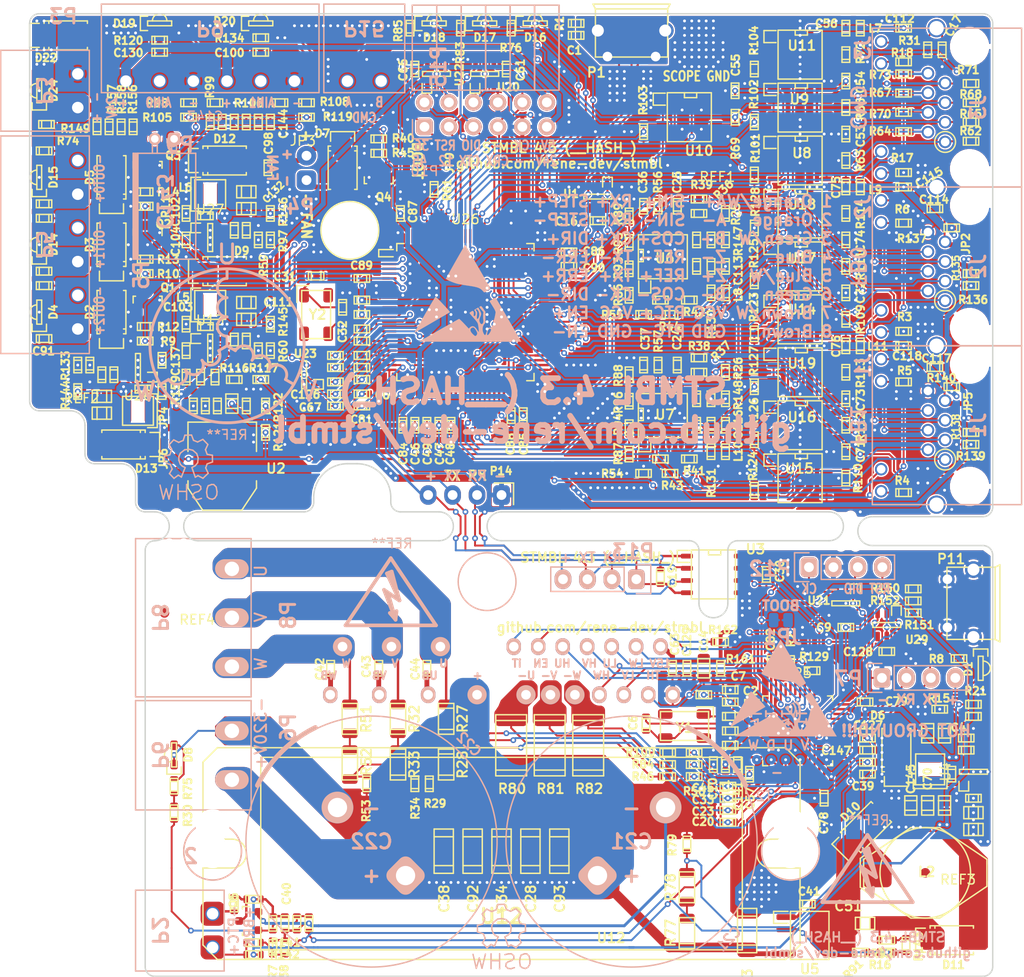
<source format=kicad_pcb>
(kicad_pcb (version 20171130) (host pcbnew "(5.1.5)-3")
  (layers (0 F.Cu signal) (31 B.Cu signal) (34 B.Paste user hide) (35 F.Paste user) (36 B.SilkS user) (37 F.SilkS user) (38 B.Mask user hide) (39 F.Mask user) (44 Edge.Cuts user))
  (net 0 "")
  (net 1 "Net-(C1-Pad1)")
  (net 2 GND)
  (net 3 +3.3VP)
  (net 4 GNDPWR)
  (net 5 "Net-(C5-Pad1)")
  (net 6 "Net-(C6-Pad1)")
  (net 7 +5V)
  (net 8 /hv/f3/A_U)
  (net 9 "Net-(C15-Pad2)")
  (net 10 +3V3)
  (net 11 /hv/f3/A_V)
  (net 12 VPP)
  (net 13 /hv/f3/A_W)
  (net 14 "Net-(C24-Pad1)")
  (net 15 "Net-(C24-Pad2)")
  (net 16 "Net-(C25-Pad1)")
  (net 17 "Net-(C25-Pad2)")
  (net 18 "Net-(C26-Pad1)")
  (net 19 "Net-(C26-Pad2)")
  (net 20 "Net-(C27-Pad1)")
  (net 21 "Net-(C27-Pad2)")
  (net 22 "Net-(C31-Pad1)")
  (net 23 "Net-(C32-Pad1)")
  (net 24 /hv/cur/A_IU)
  (net 25 /hv/f3/A_HV)
  (net 26 "Net-(C41-Pad1)")
  (net 27 /hv/back-emf/W)
  (net 28 "Net-(C42-Pad2)")
  (net 29 /hv/back-emf/V)
  (net 30 "Net-(C43-Pad2)")
  (net 31 /hv/back-emf/U)
  (net 32 "Net-(C44-Pad2)")
  (net 33 /hv/cur/A_IV)
  (net 34 /ctrl/FB1/A12)
  (net 35 /ctrl/FB0/A12)
  (net 36 /ctrl/FB0/A35)
  (net 37 /ctrl/FB1/A35)
  (net 38 /hv/cur/A_IW)
  (net 39 +15V)
  (net 40 "Net-(C88-Pad1)")
  (net 41 "Net-(C90-Pad1)")
  (net 42 "Net-(D1-Pad2)")
  (net 43 "Net-(D1-Pad1)")
  (net 44 +24V)
  (net 45 "Net-(D2-Pad2)")
  (net 46 "Net-(D3-Pad2)")
  (net 47 "Net-(D5-Pad2)")
  (net 48 "Net-(D7-Pad2)")
  (net 49 "Net-(D8-Pad2)")
  (net 50 /ctrl/RX)
  (net 51 "Net-(Q1-Pad1)")
  (net 52 "Net-(Q2-Pad1)")
  (net 53 "Net-(Q3-Pad1)")
  (net 54 "Net-(Q4-Pad1)")
  (net 55 "Net-(JP1-Pad2)")
  (net 56 "Net-(R27-Pad2)")
  (net 57 "Net-(R32-Pad2)")
  (net 58 "Net-(J2-Pad3)")
  (net 59 "Net-(J1-Pad3)")
  (net 60 "Net-(J1-Pad6)")
  (net 61 "Net-(J2-Pad6)")
  (net 62 "Net-(J1-Pad1)")
  (net 63 "Net-(J2-Pad1)")
  (net 64 "Net-(J1-Pad2)")
  (net 65 "Net-(J2-Pad2)")
  (net 66 /hv/driver/CUH)
  (net 67 "Net-(R51-Pad2)")
  (net 68 "Net-(R54-Pad1)")
  (net 69 "Net-(R55-Pad1)")
  (net 70 "Net-(R56-Pad1)")
  (net 71 "Net-(R57-Pad1)")
  (net 72 "Net-(JP9-Pad2)")
  (net 73 "Net-(J3-Pad1)")
  (net 74 "Net-(J3-Pad2)")
  (net 75 "Net-(J3-Pad3)")
  (net 76 "Net-(J3-Pad6)")
  (net 77 "Net-(J3-Pad5)")
  (net 78 "Net-(J3-Pad4)")
  (net 79 "Net-(J3-Pad7)")
  (net 80 "Net-(J3-Pad8)")
  (net 81 /hv/f3/HV_RX)
  (net 82 "Net-(R77-Pad2)")
  (net 83 /hv/driver/CVH)
  (net 84 /hv/driver/CWH)
  (net 85 /ctrl/f4/CMD_12E)
  (net 86 /ctrl/f4/CMD_36E)
  (net 87 /ctrl/f4/CMD_45E)
  (net 88 /ctrl/f4/CMD_78E)
  (net 89 "Net-(J1-Pad5)")
  (net 90 "Net-(J1-Pad4)")
  (net 91 "Net-(J2-Pad5)")
  (net 92 "Net-(J2-Pad4)")
  (net 93 /hv/f3/A_T_HV)
  (net 94 /ctrl/FB0/E12)
  (net 95 /ctrl/FB1/E12)
  (net 96 /ctrl/FB0/E36)
  (net 97 /ctrl/FB1/E36)
  (net 98 /ctrl/FB1/E45)
  (net 99 /ctrl/FB0/E45)
  (net 100 /hv/f3/HV_EN)
  (net 101 "Net-(T1-Pad1)")
  (net 102 /hv/f3/HV_TX)
  (net 103 /ctrl/f4/CMD_12)
  (net 104 /ctrl/f4/CMD_36)
  (net 105 /ctrl/f4/CMD_45)
  (net 106 /ctrl/f4/CMD_78)
  (net 107 /ctrl/FB1/D12)
  (net 108 /ctrl/FB0/D12)
  (net 109 /ctrl/FB1/D36)
  (net 110 /ctrl/FB0/D36)
  (net 111 /ctrl/FB0/D45)
  (net 112 /ctrl/FB1/D45)
  (net 113 "Net-(T44-Pad1)")
  (net 114 "Net-(T45-Pad1)")
  (net 115 "Net-(T46-Pad1)")
  (net 116 "Net-(P1-Pad3)")
  (net 117 "Net-(P1-Pad2)")
  (net 118 "Net-(R129-Pad2)")
  (net 119 "Net-(C15-Pad1)")
  (net 120 "Net-(C53-Pad1)")
  (net 121 "Net-(C119-Pad2)")
  (net 122 "Net-(C71-Pad1)")
  (net 123 "Net-(C72-Pad1)")
  (net 124 "Net-(C105-Pad1)")
  (net 125 "Net-(C105-Pad2)")
  (net 126 "Net-(C106-Pad1)")
  (net 127 "Net-(C106-Pad2)")
  (net 128 +12V)
  (net 129 "Net-(R19-Pad1)")
  (net 130 "Net-(R131-Pad2)")
  (net 131 "Net-(R130-Pad2)")
  (net 132 "Net-(R30-Pad2)")
  (net 133 "Net-(R35-Pad1)")
  (net 134 /ctrl/TX)
  (net 135 /ctrl/IO/NRST)
  (net 136 +5F)
  (net 137 "Net-(C114-Pad1)")
  (net 138 "Net-(C117-Pad1)")
  (net 139 "Net-(C121-Pad1)")
  (net 140 "Net-(C121-Pad2)")
  (net 141 "Net-(R132-Pad1)")
  (net 142 /ctrl/FB0/A78)
  (net 143 /ctrl/FB1/A78)
  (net 144 /ctrl/f4/IO_AIN0)
  (net 145 /ctrl/f4/IO_AIN1)
  (net 146 "Net-(P9-Pad5)")
  (net 147 "Net-(P9-Pad2)")
  (net 148 /hv/f3/NRST)
  (net 149 "Net-(C36-Pad2)")
  (net 150 "Net-(C37-Pad2)")
  (net 151 /hv/f3/A_T_MOT)
  (net 152 "Net-(P2-Pad1)")
  (net 153 /hv/f3/SWCLK)
  (net 154 /hv/f3/SWDIO)
  (net 155 "Net-(R59-Pad1)")
  (net 156 GNDD)
  (net 157 "Net-(R15-Pad1)")
  (net 158 "Net-(R16-Pad1)")
  (net 159 "Net-(D4-Pad1)")
  (net 160 "Net-(D14-Pad1)")
  (net 161 "Net-(D15-Pad1)")
  (net 162 "Net-(D16-Pad1)")
  (net 163 "Net-(D17-Pad1)")
  (net 164 "Net-(D18-Pad1)")
  (net 165 "Net-(D19-Pad1)")
  (net 166 "Net-(D20-Pad1)")
  (net 167 /ctrl/IO/SWDIO)
  (net 168 /ctrl/IO/CAN_TX)
  (net 169 /ctrl/IO/CAN_RX)
  (net 170 /ctrl/IO/SWCK)
  (net 171 "Net-(R147-Pad2)")
  (net 172 "Net-(R148-Pad2)")
  (net 173 "Net-(R145-Pad2)")
  (net 174 "Net-(R143-Pad2)")
  (net 175 "Net-(R146-Pad2)")
  (net 176 "Net-(R133-Pad1)")
  (net 177 "Net-(C12-Pad1)")
  (net 178 "Net-(C13-Pad1)")
  (net 179 "Net-(C98-Pad1)")
  (net 180 /ctrl/IO/IO_RED)
  (net 181 /ctrl/IO/IO_YELLOW)
  (net 182 /ctrl/IO/IO_GREEN)
  (net 183 /ctrl/IO/IO_L0)
  (net 184 /ctrl/IO/IO_L1)
  (net 185 "Net-(D24-Pad1)")
  (net 186 /ctrl/f4/FB0_L1)
  (net 187 /ctrl/f4/FB1_L1)
  (net 188 /ctrl/f4/FB1_L2)
  (net 189 /ctrl/f4/FB0_L2)
  (net 190 /ctrl/IO/IO_OUT0)
  (net 191 /ctrl/IO/IO_OUT1)
  (net 192 /ctrl/f4/CMD_L1)
  (net 193 /ctrl/f4/CMD_L2)
  (net 194 /ctrl/IO/IO_FAN)
  (net 195 /hv/f3/IO_TX)
  (net 196 /hv/f3/IO_RX)
  (net 197 /hv/f3/USB_DM)
  (net 198 /hv/f3/USB_DP)
  (net 199 /ctrl/f4/EN_5V)
  (net 200 /ctrl/f4/A_24V)
  (net 201 /ctrl/f4/A_5V)
  (net 202 "Net-(P11-Pad2)")
  (net 203 "Net-(P11-Pad3)")
  (net 204 "Net-(R118-Pad1)")
  (net 205 "Net-(R153-Pad1)")
  (net 206 /ctrl/IO/IO_OUT2)
  (net 207 "Net-(J1-Pad9)")
  (net 208 "Net-(J1-Pad11)")
  (net 209 "Net-(J2-Pad9)")
  (net 210 "Net-(J2-Pad11)")
  (net 211 "Net-(J3-Pad9)")
  (net 212 "Net-(J3-Pad11)")
  (net 213 +5VA)
  (net 214 "Net-(C139-Pad1)")
  (net 215 "Net-(C101-Pad1)")
  (net 216 /hv/driver/itirp)
  (net 217 /hv/driver/LV)
  (net 218 /hv/driver/HW)
  (net 219 /hv/driver/LW)
  (net 220 /hv/driver/LU)
  (net 221 /hv/driver/HV)
  (net 222 /hv/driver/HU)
  (net 223 "Net-(R143-Pad1)")
  (net 224 "Net-(C41-Pad2)")
  (net 225 "Net-(C51-Pad1)")
  (net 226 "Net-(C141-Pad2)")
  (net 227 "Net-(Q5-Pad1)")
  (net 228 /hv/f3/BRK)
  (net 229 "Net-(P2-Pad2)")
  (net 230 "Net-(Q5-Pad3)")
  (module stmbl:C_Radial_D26_L45_P10 (layer B.Cu) (at 160.5 135.75 45)
    (fp_text reference C21 (at 0 14.3 45) (layer B.SilkS) (effects (font (thickness 0.2)) (justify mirror)))
    (fp_text value 270µ)
    (pad 1 thru_hole roundrect (at -5 0 45) (size 3.3 3.3) (drill 2) (layers *.Cu *.Mask B.SilkS) (net 12 VPP))
    (pad 2 thru_hole circle (at 5 0 45) (size 3.3 3.3) (drill 2) (layers *.Cu *.Mask B.SilkS) (net 4 GNDPWR))
  )
  (module stmbl:non_plated_3mm (layer B.Cu) (at 177 136.75)
    (fp_text reference U31 hide)
    (fp_text value non_plated)
    (pad "" np_thru_hole circle (at 0 -2.6) (size 3.5 3.5) (drill 3.5) (layers *.Cu *.Mask) (clearance 1.25))
  )
  (module stmbl:non_plated_3mm (layer B.Cu) (at 117 136.75)
    (fp_text reference U24 hide)
    (fp_text value non_plated)
    (pad "" np_thru_hole circle (at 0 -2.6) (size 3.5 3.5) (drill 3.5) (layers *.Cu *.Mask) (clearance 1.25))
  )
  (module stmbl:esd (layer B.Cu) (at 176 120 180)
    (fp_text reference G*** hide)
    (fp_text value LOGO hide)
  )
  (module stmbl:Symbol_HighVoltage_Type2_Top_VerySmall (layer B.Cu) (at 135.5 110.5 180)
    (fp_text reference REF** (at -0.127 5.715 180) (layer B.SilkS) (effects (justify mirror)))
    (fp_text value Symbol_HighVoltage_Type2_Top_VerySmall)
  )
  (module stmbl:Pin_Header_Angled_1x04 (layer F.Cu) (at 147 99.75 270)
    (fp_text reference P14 (at -2.502 0.054) (layer F.SilkS) (effects (font (size 0.8 0.8) (thickness 0.2))))
    (fp_text value CONN_01X04)
    (pad 4 thru_hole oval (at 0 7.62 270) (size 2.032 1.7272) (drill 1.016) (layers *.Cu *.Mask F.CrtYd) (net 10 +3V3))
    (pad 3 thru_hole oval (at 0 5.08 270) (size 2.032 1.7272) (drill 1.016) (layers *.Cu *.Mask F.CrtYd) (net 134 /ctrl/TX))
    (pad 2 thru_hole oval (at 0 2.54 270) (size 2.032 1.7272) (drill 1.016) (layers *.Cu *.Mask F.CrtYd) (net 50 /ctrl/RX))
    (pad 1 thru_hole roundrect (at 0 0 270) (size 2.032 1.7272) (drill 1.016) (layers *.Cu *.Mask) (net 2 GND))
  )
  (module stmbl:C_Radial_D6.5_L11_P2.5 (layer B.Cu) (at 113 62.75 180)
    (fp_text reference C143 (at -3.212 2.332 180) (layer B.SilkS) (effects (justify mirror)))
    (fp_text value 22µ)
    (pad 2 thru_hole circle (at 2 0 180) (size 1.3 1.3) (drill 0.8) (layers *.Cu *.Mask B.SilkS) (net 2 GND))
    (pad 1 thru_hole roundrect (at 0 0 180) (size 1.3 1.3) (drill 0.8) (layers *.Cu *.Mask B.SilkS) (net 44 +24V))
  )
  (module stmbl:C_Radial_D26_L45_P10 (layer B.Cu) (at 133.5 135.75 135)
    (fp_text reference C22 (at 0 14.3 135) (layer B.SilkS) (effects (font (thickness 0.2)) (justify mirror)))
    (fp_text value 270µ)
    (pad 1 thru_hole roundrect (at -5 0 135) (size 3.3 3.3) (drill 2) (layers *.Cu *.Mask B.SilkS) (net 12 VPP))
    (pad 2 thru_hole circle (at 5 0 135) (size 3.3 3.3) (drill 2) (layers *.Cu *.Mask B.SilkS) (net 4 GNDPWR))
  )
  (module stmbl:Fiducial_1mm_Outer_CopperTop (layer F.Cu) (at 112 112)
    (fp_text reference REF4 (at 3.4 0.7) (layer F.SilkS))
    (fp_text value Fiducial_1mm_Dia_2.54mm_Outer_CopperTop)
    (pad ~ smd circle (at 0 0) (size 1 1) (layers F.Cu F.Mask) (clearance 0.65))
  )
  (module stmbl:Fiducial_1mm_Outer_CopperTop (layer F.Cu) (at 166 66)
    (fp_text reference REF1 (at 3.4 0.7) (layer F.SilkS))
    (fp_text value Fiducial_1mm_Dia_2.54mm_Outer_CopperTop)
    (pad ~ smd circle (at 0 0) (size 1 1) (layers F.Cu F.Mask) (clearance 0.65))
  )
  (module stmbl:Fiducial_1mm_Outer_CopperTop (layer F.Cu) (at 100 89)
    (fp_text reference REF2 (at 3.4 0.7) (layer F.SilkS))
    (fp_text value Fiducial_1mm_Dia_2.54mm_Outer_CopperTop)
    (pad ~ smd circle (at 0 0) (size 1 1) (layers F.Cu F.Mask) (clearance 0.65))
  )
  (module stmbl:Fiducial_1mm_Outer_CopperTop (layer F.Cu) (at 191 139)
    (fp_text reference REF3 (at 3.4 0.7) (layer F.SilkS))
    (fp_text value Fiducial_1mm_Dia_2.54mm_Outer_CopperTop)
    (pad ~ smd circle (at 0 0) (size 1 1) (layers F.Cu F.Mask) (clearance 0.65))
  )
  (module stmbl:SOLDER_JUMPER (layer F.Cu) (at 140 65 270)
    (fp_text reference JP9 (at 0.244 -1.612 270) (layer F.SilkS) (effects (font (size 0.8 0.8) (thickness 0.2))))
    (fp_text value Jumper_NO_Small)
    (fp_line (start -0.75 0) (end -0.2 0) (layer F.Cu) (width 0.25))
    (fp_line (start 0.75 0) (end 0.2 0) (layer F.Cu) (width 0.25))
    (pad 1 smd roundrect (at -0.75 0 270) (size 1 1.5) (layers F.Cu F.Paste F.Mask) (net 10 +3V3))
    (pad 2 smd roundrect (at 0.75 0 270) (size 1 1.5) (layers F.Cu F.Paste F.Mask) (net 72 "Net-(JP9-Pad2)"))
  )
  (module stmbl:SOLDER_JUMPER (layer F.Cu) (at 113.25 92 90)
    (fp_text reference JP4 (at 0.34 -1.356 90) (layer F.SilkS) (effects (font (size 0.8 0.8) (thickness 0.2))))
    (fp_text value Jumper_NO_Small)
    (fp_line (start -0.75 0) (end -0.2 0) (layer F.Cu) (width 0.25))
    (fp_line (start 0.75 0) (end 0.2 0) (layer F.Cu) (width 0.25))
    (pad 1 smd roundrect (at -0.75 0 90) (size 1 1.5) (layers F.Cu F.Paste F.Mask) (net 136 +5F))
    (pad 2 smd roundrect (at 0.75 0 90) (size 1 1.5) (layers F.Cu F.Paste F.Mask) (net 7 +5V))
  )
  (module stmbl:SOLDER_JUMPER (layer B.Cu) (at 176 112.75)
    (fp_text reference JP1 (at 0.156 1.77) (layer B.SilkS) (effects (font (size 1.5 1.5) (thickness 0.3)) (justify mirror)))
    (fp_text value Jumper_NO_Small)
    (fp_line (start -0.75 0) (end -0.2 0) (layer B.Cu) (width 0.25))
    (fp_line (start 0.75 0) (end 0.2 0) (layer B.Cu) (width 0.25))
    (pad 1 smd roundrect (at -0.75 0) (size 1 1.5) (layers B.Cu B.Paste B.Mask) (net 3 +3.3VP))
    (pad 2 smd roundrect (at 0.75 0) (size 1 1.5) (layers B.Cu B.Paste B.Mask) (net 55 "Net-(JP1-Pad2)"))
  )
  (module stmbl:SOIC-7 (layer F.Cu) (at 179 145.5)
    (fp_text reference U5 (at 0 3.5) (layer F.SilkS) (effects (font (thickness 0.2))))
    (fp_text value LNK304D)
    (pad 8 smd roundrect (at 2.45 -1.905 270) (size 0.6 2) (layers F.Cu F.Paste F.Mask) (net 224 "Net-(C41-Pad2)"))
    (pad 7 smd roundrect (at 2.45 -0.635 270) (size 0.6 2) (layers F.Cu F.Paste F.Mask) (net 224 "Net-(C41-Pad2)"))
    (pad 6 smd roundrect (at 2.45 0.635 270) (size 0.6 2) (layers F.Cu F.Paste F.Mask) (net 224 "Net-(C41-Pad2)"))
    (pad 5 smd roundrect (at 2.45 1.905 270) (size 0.6 2) (layers F.Cu F.Paste F.Mask) (net 224 "Net-(C41-Pad2)"))
    (pad 4 smd roundrect (at -2.45 1.905 270) (size 0.6 2) (layers F.Cu F.Paste F.Mask) (net 12 VPP))
    (pad 2 smd roundrect (at -2.45 -0.635 270) (size 0.6 2) (layers F.Cu F.Paste F.Mask) (net 223 "Net-(R143-Pad1)"))
    (pad 1 smd roundrect (at -2.45 -1.905 270) (size 0.6 2) (layers F.Cu F.Paste F.Mask) (net 26 "Net-(C41-Pad1)"))
  )
  (module stmbl:AC (layer B.Cu) (at 118.5 84.25 180)
    (fp_text reference REF** (at 0 -9.25 180) (layer B.SilkS) (effects (justify mirror)))
    (fp_text value AC)
    (fp_text user V (at -8.5 -4.75 180) (layer B.SilkS) (effects (font (size 2 2) (thickness 0.3)) (justify mirror)))
    (fp_text user U (at 0 9.5 180) (layer B.SilkS) (effects (font (size 2 2) (thickness 0.3)) (justify mirror)))
    (fp_text user W (at 8.5 -4.75 180) (layer B.SilkS) (effects (font (size 2 2) (thickness 0.3)) (justify mirror)))
  )
  (module stmbl:Symbol_OSHW-Logo_SilkScreen (layer B.Cu) (at 114.5 96 180)
    (fp_text reference LOGO1 hide)
    (fp_text value OPEN_HARDWARE_1)
  )
  (module stmbl:LED-0805-SIDE (layer F.Cu) (at 99 80.75 90)
    (fp_text reference D4 (at 0.012 1.464 90) (layer F.SilkS) (effects (font (size 0.8 0.8) (thickness 0.2))))
    (fp_text value green)
    (pad 2 smd roundrect (at 1 0 270) (size 1 0.75) (layers F.Cu F.Paste F.Mask) (net 44 +24V))
    (pad 1 smd roundrect (at -1 0 270) (size 1 0.75) (layers F.Cu F.Paste F.Mask) (net 159 "Net-(D4-Pad1)"))
  )
  (module stmbl:LED-0805-SIDE (layer F.Cu) (at 99 73.75 90)
    (fp_text reference D14 (at 0.012 1.464 90) (layer F.SilkS) (effects (font (size 0.8 0.8) (thickness 0.2))))
    (fp_text value green)
    (pad 2 smd roundrect (at 1 0 270) (size 1 0.75) (layers F.Cu F.Paste F.Mask) (net 44 +24V))
    (pad 1 smd roundrect (at -1 0 270) (size 1 0.75) (layers F.Cu F.Paste F.Mask) (net 160 "Net-(D14-Pad1)"))
  )
  (module stmbl:LED-0805-SIDE (layer F.Cu) (at 99 66.75 90)
    (fp_text reference D15 (at 0.012 1.464 90) (layer F.SilkS) (effects (font (size 0.8 0.8) (thickness 0.2))))
    (fp_text value green)
    (pad 2 smd roundrect (at 1 0 270) (size 1 0.75) (layers F.Cu F.Paste F.Mask) (net 44 +24V))
    (pad 1 smd roundrect (at -1 0 270) (size 1 0.75) (layers F.Cu F.Paste F.Mask) (net 161 "Net-(D15-Pad1)"))
  )
  (module stmbl:LED-0805-SIDE (layer F.Cu) (at 150.5 50.75)
    (fp_text reference D16 (at 0.012 1.464) (layer F.SilkS) (effects (font (size 0.8 0.8) (thickness 0.2))))
    (fp_text value red)
    (pad 2 smd roundrect (at 1 0 180) (size 1 0.75) (layers F.Cu F.Paste F.Mask) (net 180 /ctrl/IO/IO_RED))
    (pad 1 smd roundrect (at -1 0 180) (size 1 0.75) (layers F.Cu F.Paste F.Mask) (net 162 "Net-(D16-Pad1)"))
  )
  (module stmbl:LED-0805-SIDE (layer F.Cu) (at 145.25 50.75)
    (fp_text reference D17 (at 0.012 1.464) (layer F.SilkS) (effects (font (size 0.8 0.8) (thickness 0.2))))
    (fp_text value yellow)
    (pad 2 smd roundrect (at 1 0 180) (size 1 0.75) (layers F.Cu F.Paste F.Mask) (net 181 /ctrl/IO/IO_YELLOW))
    (pad 1 smd roundrect (at -1 0 180) (size 1 0.75) (layers F.Cu F.Paste F.Mask) (net 163 "Net-(D17-Pad1)"))
  )
  (module stmbl:LED-0805-SIDE (layer F.Cu) (at 140 50.75)
    (fp_text reference D18 (at 0.012 1.464) (layer F.SilkS) (effects (font (size 0.8 0.8) (thickness 0.2))))
    (fp_text value green)
    (pad 2 smd roundrect (at 1 0 180) (size 1 0.75) (layers F.Cu F.Paste F.Mask) (net 182 /ctrl/IO/IO_GREEN))
    (pad 1 smd roundrect (at -1 0 180) (size 1 0.75) (layers F.Cu F.Paste F.Mask) (net 164 "Net-(D18-Pad1)"))
  )
  (module stmbl:LED-0805-SIDE (layer F.Cu) (at 111.5 50.75)
    (fp_text reference D19 (at -3.67 0.016) (layer F.SilkS) (effects (font (size 0.8 0.8) (thickness 0.2))))
    (fp_text value green)
    (pad 2 smd roundrect (at 1 0 180) (size 1 0.75) (layers F.Cu F.Paste F.Mask) (net 183 /ctrl/IO/IO_L0))
    (pad 1 smd roundrect (at -1 0 180) (size 1 0.75) (layers F.Cu F.Paste F.Mask) (net 165 "Net-(D19-Pad1)"))
  )
  (module stmbl:LED-0805-SIDE (layer F.Cu) (at 122 50.75)
    (fp_text reference D20 (at -3.756 -0.238) (layer F.SilkS) (effects (font (size 0.8 0.8) (thickness 0.2))))
    (fp_text value green)
    (pad 2 smd roundrect (at 1 0 180) (size 1 0.75) (layers F.Cu F.Paste F.Mask) (net 184 /ctrl/IO/IO_L1))
    (pad 1 smd roundrect (at -1 0 180) (size 1 0.75) (layers F.Cu F.Paste F.Mask) (net 166 "Net-(D20-Pad1)"))
  )
  (module stmbl:LED-0805-SIDE (layer F.Cu) (at 99 57.75 90)
    (fp_text reference D24 (at 0.012 1.464 90) (layer F.SilkS) (effects (font (size 0.8 0.8) (thickness 0.2))))
    (fp_text value green)
    (pad 2 smd roundrect (at 1 0 270) (size 1 0.75) (layers F.Cu F.Paste F.Mask) (net 44 +24V))
    (pad 1 smd roundrect (at -1 0 270) (size 1 0.75) (layers F.Cu F.Paste F.Mask) (net 185 "Net-(D24-Pad1)"))
  )
  (module stmbl:LED-0805-SIDE (layer F.Cu) (at 196.75 117.75 270)
    (fp_text reference D1 (at 0.072 1.29 270) (layer F.SilkS) (effects (font (size 0.8 0.8) (thickness 0.2))))
    (fp_text value red)
    (pad 2 smd roundrect (at 1 0 90) (size 1 0.75) (layers F.Cu F.Paste F.Mask) (net 42 "Net-(D1-Pad2)"))
    (pad 1 smd roundrect (at -1 0 90) (size 1 0.75) (layers F.Cu F.Paste F.Mask) (net 43 "Net-(D1-Pad1)"))
  )
  (module stmbl:LED-0805-SIDE (layer F.Cu) (at 113 126.75 90)
    (fp_text reference D8 (at 0.012 1.464 90) (layer F.SilkS) (effects (font (size 0.8 0.8) (thickness 0.2))))
    (fp_text value green)
    (pad 2 smd roundrect (at 1 0 270) (size 1 0.75) (layers F.Cu F.Paste F.Mask) (net 49 "Net-(D8-Pad2)"))
    (pad 1 smd roundrect (at -1 0 270) (size 1 0.75) (layers F.Cu F.Paste F.Mask) (net 4 GNDPWR))
  )
  (module stmbl:R_2512 (layer F.Cu) (at 148 125.75 270)
    (fp_text reference R80 (at 4.518 -0.09) (layer F.SilkS) (effects (font (thickness 0.2))))
    (fp_text value 0.003)
    (pad 1 smd roundrect (at -2.75 0 270) (size 1.5 3.2) (layers F.Cu F.Paste F.Mask) (net 66 /hv/driver/CUH))
    (pad 2 smd roundrect (at 2.75 0 270) (size 1.5 3.2) (layers F.Cu F.Paste F.Mask) (net 4 GNDPWR))
  )
  (module stmbl:R_2512 (layer F.Cu) (at 156 125.75 270)
    (fp_text reference R82 (at 4.518 -0.09) (layer F.SilkS) (effects (font (thickness 0.2))))
    (fp_text value 0.003)
    (pad 1 smd roundrect (at -2.75 0 270) (size 1.5 3.2) (layers F.Cu F.Paste F.Mask) (net 84 /hv/driver/CWH))
    (pad 2 smd roundrect (at 2.75 0 270) (size 1.5 3.2) (layers F.Cu F.Paste F.Mask) (net 4 GNDPWR))
  )
  (module stmbl:R_2512 (layer F.Cu) (at 152 125.75 270)
    (fp_text reference R81 (at 4.518 -0.09) (layer F.SilkS) (effects (font (thickness 0.2))))
    (fp_text value 0.003)
    (pad 1 smd roundrect (at -2.75 0 270) (size 1.5 3.2) (layers F.Cu F.Paste F.Mask) (net 83 /hv/driver/CVH))
    (pad 2 smd roundrect (at 2.75 0 270) (size 1.5 3.2) (layers F.Cu F.Paste F.Mask) (net 4 GNDPWR))
  )
  (module stmbl:SOT-223 (layer F.Cu) (at 118 96.75 270)
    (fp_text reference U2 (at 0.244 -5.578) (layer F.SilkS) (effects (font (thickness 0.2))))
    (fp_text value zldo1117)
    (pad 2 smd roundrect (at 3.25 0 180) (size 3.5 2) (layers F.Cu F.Paste F.Mask) (net 10 +3V3))
    (pad 2 smd roundrect (at -3.25 0 180) (size 1 2) (layers F.Cu F.Paste F.Mask) (net 10 +3V3))
    (pad 3 smd roundrect (at -3.25 2.25 180) (size 1 2) (layers F.Cu F.Paste F.Mask) (net 7 +5V))
    (pad 1 smd roundrect (at -3.25 -2.25 180) (size 1 2) (layers F.Cu F.Paste F.Mask) (net 2 GND))
  )
  (module stmbl:LQFP-100_14x14mm_Pitch0.5mm (layer F.Cu) (at 143.25 80.75)
    (fp_text reference U26 (at 0 -9.65) (layer F.SilkS))
    (fp_text value STM32F405VG)
    (pad 1 smd roundrect (at -7.9 -6) (size 1.5 0.25) (layers F.Cu F.Paste F.Mask) (net 2 GND))
    (pad 2 smd roundrect (at -7.9 -5.5) (size 1.5 0.25) (layers F.Cu F.Paste F.Mask) (net 194 /ctrl/IO/IO_FAN))
    (pad 3 smd roundrect (at -7.9 -5) (size 1.5 0.25) (layers F.Cu F.Paste F.Mask) (net 190 /ctrl/IO/IO_OUT0))
    (pad 4 smd roundrect (at -7.9 -4.5) (size 1.5 0.25) (layers F.Cu F.Paste F.Mask) (net 191 /ctrl/IO/IO_OUT1))
    (pad 5 smd roundrect (at -7.9 -4) (size 1.5 0.25) (layers F.Cu F.Paste F.Mask) (net 206 /ctrl/IO/IO_OUT2))
    (pad 6 smd roundrect (at -7.9 -3.5) (size 1.5 0.25) (layers F.Cu F.Paste F.Mask) (net 10 +3V3))
    (pad 7 smd roundrect (at -7.9 -3) (size 1.5 0.25) (layers F.Cu F.Paste F.Mask) (net 199 /ctrl/f4/EN_5V))
    (pad 8 smd roundrect (at -7.9 -2.5) (size 1.5 0.25) (layers F.Cu F.Paste F.Mask) (net 2 GND))
    (pad 9 smd roundrect (at -7.9 -2) (size 1.5 0.25) (layers F.Cu F.Paste F.Mask) (net 2 GND))
    (pad 10 smd roundrect (at -7.9 -1.5) (size 1.5 0.25) (layers F.Cu F.Paste F.Mask) (net 2 GND))
    (pad 11 smd roundrect (at -7.9 -1) (size 1.5 0.25) (layers F.Cu F.Paste F.Mask) (net 10 +3V3))
    (pad 12 smd roundrect (at -7.9 -0.5) (size 1.5 0.25) (layers F.Cu F.Paste F.Mask) (net 22 "Net-(C31-Pad1)"))
    (pad 13 smd roundrect (at -7.9 0) (size 1.5 0.25) (layers F.Cu F.Paste F.Mask) (net 205 "Net-(R153-Pad1)"))
    (pad 14 smd roundrect (at -7.9 0.5) (size 1.5 0.25) (layers F.Cu F.Paste F.Mask) (net 135 /ctrl/IO/NRST))
    (pad 15 smd roundrect (at -7.9 1) (size 1.5 0.25) (layers F.Cu F.Paste F.Mask) (net 144 /ctrl/f4/IO_AIN0))
    (pad 16 smd roundrect (at -7.9 1.5) (size 1.5 0.25) (layers F.Cu F.Paste F.Mask) (net 145 /ctrl/f4/IO_AIN1))
    (pad 17 smd roundrect (at -7.9 2) (size 1.5 0.25) (layers F.Cu F.Paste F.Mask) (net 142 /ctrl/FB0/A78))
    (pad 18 smd roundrect (at -7.9 2.5) (size 1.5 0.25) (layers F.Cu F.Paste F.Mask) (net 143 /ctrl/FB1/A78))
    (pad 19 smd roundrect (at -7.9 3) (size 1.5 0.25) (layers F.Cu F.Paste F.Mask) (net 10 +3V3))
    (pad 20 smd roundrect (at -7.9 3.5) (size 1.5 0.25) (layers F.Cu F.Paste F.Mask) (net 2 GND))
    (pad 21 smd roundrect (at -7.9 4) (size 1.5 0.25) (layers F.Cu F.Paste F.Mask) (net 121 "Net-(C119-Pad2)"))
    (pad 22 smd roundrect (at -7.9 4.5) (size 1.5 0.25) (layers F.Cu F.Paste F.Mask) (net 121 "Net-(C119-Pad2)"))
    (pad 23 smd roundrect (at -7.9 5) (size 1.5 0.25) (layers F.Cu F.Paste F.Mask) (net 104 /ctrl/f4/CMD_36))
    (pad 24 smd roundrect (at -7.9 5.5) (size 1.5 0.25) (layers F.Cu F.Paste F.Mask) (net 201 /ctrl/f4/A_5V))
    (pad 25 smd roundrect (at -7.9 6) (size 1.5 0.25) (layers F.Cu F.Paste F.Mask) (net 134 /ctrl/TX))
    (pad 26 smd roundrect (at -6 7.9 90) (size 1.5 0.25) (layers F.Cu F.Paste F.Mask) (net 50 /ctrl/RX))
    (pad 27 smd roundrect (at -5.5 7.9 90) (size 1.5 0.25) (layers F.Cu F.Paste F.Mask) (net 2 GND))
    (pad 28 smd roundrect (at -5 7.9 90) (size 1.5 0.25) (layers F.Cu F.Paste F.Mask) (net 10 +3V3))
    (pad 29 smd roundrect (at -4.5 7.9 90) (size 1.5 0.25) (layers F.Cu F.Paste F.Mask) (net 34 /ctrl/FB1/A12))
    (pad 30 smd roundrect (at -4 7.9 90) (size 1.5 0.25) (layers F.Cu F.Paste F.Mask) (net 37 /ctrl/FB1/A35))
    (pad 31 smd roundrect (at -3.5 7.9 90) (size 1.5 0.25) (layers F.Cu F.Paste F.Mask) (net 35 /ctrl/FB0/A12))
    (pad 32 smd roundrect (at -3 7.9 90) (size 1.5 0.25) (layers F.Cu F.Paste F.Mask) (net 36 /ctrl/FB0/A35))
    (pad 33 smd roundrect (at -2.5 7.9 90) (size 1.5 0.25) (layers F.Cu F.Paste F.Mask) (net 2 GND))
    (pad 34 smd roundrect (at -2 7.9 90) (size 1.5 0.25) (layers F.Cu F.Paste F.Mask) (net 2 GND))
    (pad 35 smd roundrect (at -1.5 7.9 90) (size 1.5 0.25) (layers F.Cu F.Paste F.Mask) (net 2 GND))
    (pad 36 smd roundrect (at -1 7.9 90) (size 1.5 0.25) (layers F.Cu F.Paste F.Mask) (net 200 /ctrl/f4/A_24V))
    (pad 37 smd roundrect (at -0.5 7.9 90) (size 1.5 0.25) (layers F.Cu F.Paste F.Mask) (net 88 /ctrl/f4/CMD_78E))
    (pad 38 smd roundrect (at 0 7.9 90) (size 1.5 0.25) (layers F.Cu F.Paste F.Mask) (net 187 /ctrl/f4/FB1_L1))
    (pad 39 smd roundrect (at 0.5 7.9 90) (size 1.5 0.25) (layers F.Cu F.Paste F.Mask) (net 188 /ctrl/f4/FB1_L2))
    (pad 40 smd roundrect (at 1 7.9 90) (size 1.5 0.25) (layers F.Cu F.Paste F.Mask) (net 107 /ctrl/FB1/D12))
    (pad 41 smd roundrect (at 1.5 7.9 90) (size 1.5 0.25) (layers F.Cu F.Paste F.Mask) (net 95 /ctrl/FB1/E12))
    (pad 42 smd roundrect (at 2 7.9 90) (size 1.5 0.25) (layers F.Cu F.Paste F.Mask) (net 109 /ctrl/FB1/D36))
    (pad 43 smd roundrect (at 2.5 7.9 90) (size 1.5 0.25) (layers F.Cu F.Paste F.Mask) (net 97 /ctrl/FB1/E36))
    (pad 44 smd roundrect (at 3 7.9 90) (size 1.5 0.25) (layers F.Cu F.Paste F.Mask) (net 112 /ctrl/FB1/D45))
    (pad 45 smd roundrect (at 3.5 7.9 90) (size 1.5 0.25) (layers F.Cu F.Paste F.Mask) (net 98 /ctrl/FB1/E45))
    (pad 46 smd roundrect (at 4 7.9 90) (size 1.5 0.25) (layers F.Cu F.Paste F.Mask) (net 2 GND))
    (pad 47 smd roundrect (at 4.5 7.9 90) (size 1.5 0.25) (layers F.Cu F.Paste F.Mask) (net 112 /ctrl/FB1/D45))
    (pad 48 smd roundrect (at 5 7.9 90) (size 1.5 0.25) (layers F.Cu F.Paste F.Mask) (net 107 /ctrl/FB1/D12))
    (pad 49 smd roundrect (at 5.5 7.9 90) (size 1.5 0.25) (layers F.Cu F.Paste F.Mask) (net 40 "Net-(C88-Pad1)"))
    (pad 50 smd roundrect (at 6 7.9 90) (size 1.5 0.25) (layers F.Cu F.Paste F.Mask) (net 10 +3V3))
    (pad 51 smd roundrect (at 7.9 6) (size 1.5 0.25) (layers F.Cu F.Paste F.Mask) (net 109 /ctrl/FB1/D36))
    (pad 52 smd roundrect (at 7.9 5.5) (size 1.5 0.25) (layers F.Cu F.Paste F.Mask) (net 109 /ctrl/FB1/D36))
    (pad 53 smd roundrect (at 7.9 5) (size 1.5 0.25) (layers F.Cu F.Paste F.Mask) (net 107 /ctrl/FB1/D12))
    (pad 54 smd roundrect (at 7.9 4.5) (size 1.5 0.25) (layers F.Cu F.Paste F.Mask) (net 112 /ctrl/FB1/D45))
    (pad 55 smd roundrect (at 7.9 4) (size 1.5 0.25) (layers F.Cu F.Paste F.Mask) (net 186 /ctrl/f4/FB0_L1))
    (pad 56 smd roundrect (at 7.9 3.5) (size 1.5 0.25) (layers F.Cu F.Paste F.Mask) (net 189 /ctrl/f4/FB0_L2))
    (pad 57 smd roundrect (at 7.9 3) (size 1.5 0.25) (layers F.Cu F.Paste F.Mask) (net 96 /ctrl/FB0/E36))
    (pad 58 smd roundrect (at 7.9 2.5) (size 1.5 0.25) (layers F.Cu F.Paste F.Mask) (net 94 /ctrl/FB0/E12))
    (pad 59 smd roundrect (at 7.9 2) (size 1.5 0.25) (layers F.Cu F.Paste F.Mask) (net 108 /ctrl/FB0/D12))
    (pad 60 smd roundrect (at 7.9 1.5) (size 1.5 0.25) (layers F.Cu F.Paste F.Mask) (net 110 /ctrl/FB0/D36))
    (pad 61 smd roundrect (at 7.9 1) (size 1.5 0.25) (layers F.Cu F.Paste F.Mask) (net 111 /ctrl/FB0/D45))
    (pad 62 smd roundrect (at 7.9 0.5) (size 1.5 0.25) (layers F.Cu F.Paste F.Mask) (net 99 /ctrl/FB0/E45))
    (pad 63 smd roundrect (at 7.9 0) (size 1.5 0.25) (layers F.Cu F.Paste F.Mask) (net 111 /ctrl/FB0/D45))
    (pad 64 smd roundrect (at 7.9 -0.5) (size 1.5 0.25) (layers F.Cu F.Paste F.Mask) (net 108 /ctrl/FB0/D12))
    (pad 65 smd roundrect (at 7.9 -1) (size 1.5 0.25) (layers F.Cu F.Paste F.Mask) (net 110 /ctrl/FB0/D36))
    (pad 66 smd roundrect (at 7.9 -1.5) (size 1.5 0.25) (layers F.Cu F.Paste F.Mask) (net 2 GND))
    (pad 67 smd roundrect (at 7.9 -2) (size 1.5 0.25) (layers F.Cu F.Paste F.Mask) (net 104 /ctrl/f4/CMD_36))
    (pad 68 smd roundrect (at 7.9 -2.5) (size 1.5 0.25) (layers F.Cu F.Paste F.Mask) (net 105 /ctrl/f4/CMD_45))
    (pad 69 smd roundrect (at 7.9 -3) (size 1.5 0.25) (layers F.Cu F.Paste F.Mask) (net 103 /ctrl/f4/CMD_12))
    (pad 70 smd roundrect (at 7.9 -3.5) (size 1.5 0.25) (layers F.Cu F.Paste F.Mask) (net 117 "Net-(P1-Pad2)"))
    (pad 71 smd roundrect (at 7.9 -4) (size 1.5 0.25) (layers F.Cu F.Paste F.Mask) (net 116 "Net-(P1-Pad3)"))
    (pad 72 smd roundrect (at 7.9 -4.5) (size 1.5 0.25) (layers F.Cu F.Paste F.Mask) (net 167 /ctrl/IO/SWDIO))
    (pad 73 smd roundrect (at 7.9 -5) (size 1.5 0.25) (layers F.Cu F.Paste F.Mask) (net 41 "Net-(C90-Pad1)"))
    (pad 74 smd roundrect (at 7.9 -5.5) (size 1.5 0.25) (layers F.Cu F.Paste F.Mask) (net 2 GND))
    (pad 75 smd roundrect (at 7.9 -6) (size 1.5 0.25) (layers F.Cu F.Paste F.Mask) (net 10 +3V3))
    (pad 76 smd roundrect (at 6 -7.9 90) (size 1.5 0.25) (layers F.Cu F.Paste F.Mask) (net 170 /ctrl/IO/SWCK))
    (pad 77 smd roundrect (at 5.5 -7.9 90) (size 1.5 0.25) (layers F.Cu F.Paste F.Mask) (net 103 /ctrl/f4/CMD_12))
    (pad 78 smd roundrect (at 5 -7.9 90) (size 1.5 0.25) (layers F.Cu F.Paste F.Mask) (net 110 /ctrl/FB0/D36))
    (pad 79 smd roundrect (at 4.5 -7.9 90) (size 1.5 0.25) (layers F.Cu F.Paste F.Mask) (net 108 /ctrl/FB0/D12))
    (pad 80 smd roundrect (at 4 -7.9 90) (size 1.5 0.25) (layers F.Cu F.Paste F.Mask) (net 111 /ctrl/FB0/D45))
    (pad 81 smd roundrect (at 3.5 -7.9 90) (size 1.5 0.25) (layers F.Cu F.Paste F.Mask) (net 169 /ctrl/IO/CAN_RX))
    (pad 82 smd roundrect (at 3 -7.9 90) (size 1.5 0.25) (layers F.Cu F.Paste F.Mask) (net 168 /ctrl/IO/CAN_TX))
    (pad 83 smd roundrect (at 2.5 -7.9 90) (size 1.5 0.25) (layers F.Cu F.Paste F.Mask) (net 2 GND))
    (pad 84 smd roundrect (at 2 -7.9 90) (size 1.5 0.25) (layers F.Cu F.Paste F.Mask) (net 180 /ctrl/IO/IO_RED))
    (pad 85 smd roundrect (at 1.5 -7.9 90) (size 1.5 0.25) (layers F.Cu F.Paste F.Mask) (net 181 /ctrl/IO/IO_YELLOW))
    (pad 86 smd roundrect (at 1 -7.9 90) (size 1.5 0.25) (layers F.Cu F.Paste F.Mask) (net 182 /ctrl/IO/IO_GREEN))
    (pad 87 smd roundrect (at 0.5 -7.9 90) (size 1.5 0.25) (layers F.Cu F.Paste F.Mask) (net 193 /ctrl/f4/CMD_L2))
    (pad 88 smd roundrect (at 0 -7.9 90) (size 1.5 0.25) (layers F.Cu F.Paste F.Mask) (net 192 /ctrl/f4/CMD_L1))
    (pad 89 smd roundrect (at -0.5 -7.9 90) (size 1.5 0.25) (layers F.Cu F.Paste F.Mask) (net 104 /ctrl/f4/CMD_36))
    (pad 90 smd roundrect (at -1 -7.9 90) (size 1.5 0.25) (layers F.Cu F.Paste F.Mask) (net 103 /ctrl/f4/CMD_12))
    (pad 91 smd roundrect (at -1.5 -7.9 90) (size 1.5 0.25) (layers F.Cu F.Paste F.Mask) (net 105 /ctrl/f4/CMD_45))
    (pad 92 smd roundrect (at -2 -7.9 90) (size 1.5 0.25) (layers F.Cu F.Paste F.Mask) (net 85 /ctrl/f4/CMD_12E))
    (pad 93 smd roundrect (at -2.5 -7.9 90) (size 1.5 0.25) (layers F.Cu F.Paste F.Mask) (net 86 /ctrl/f4/CMD_36E))
    (pad 94 smd roundrect (at -3 -7.9 90) (size 1.5 0.25) (layers F.Cu F.Paste F.Mask) (net 72 "Net-(JP9-Pad2)"))
    (pad 95 smd roundrect (at -3.5 -7.9 90) (size 1.5 0.25) (layers F.Cu F.Paste F.Mask) (net 106 /ctrl/f4/CMD_78))
    (pad 96 smd roundrect (at -4 -7.9 90) (size 1.5 0.25) (layers F.Cu F.Paste F.Mask) (net 87 /ctrl/f4/CMD_45E))
    (pad 97 smd roundrect (at -4.5 -7.9 90) (size 1.5 0.25) (layers F.Cu F.Paste F.Mask) (net 184 /ctrl/IO/IO_L1))
    (pad 98 smd roundrect (at -5 -7.9 90) (size 1.5 0.25) (layers F.Cu F.Paste F.Mask) (net 183 /ctrl/IO/IO_L0))
    (pad 99 smd roundrect (at -5.5 -7.9 90) (size 1.5 0.25) (layers F.Cu F.Paste F.Mask) (net 2 GND))
    (pad 100 smd roundrect (at -6 -7.9 90) (size 1.5 0.25) (layers F.Cu F.Paste F.Mask) (net 10 +3V3))
  )
  (module stmbl:SOT-23-6 (layer F.Cu) (at 187 113.25 270)
    (fp_text reference U29 (at 1.524 -3.126) (layer F.SilkS) (effects (font (size 0.8 0.8) (thickness 0.2))))
    (fp_text value USBLC6-4SC6)
    (pad 1 smd roundrect (at -1.2 -0.95 270) (size 1 0.475) (layers F.Cu F.Paste F.Mask) (net 197 /hv/f3/USB_DM))
    (pad 2 smd roundrect (at -1.2 0 270) (size 1 0.475) (layers F.Cu F.Paste F.Mask) (net 4 GNDPWR))
    (pad 3 smd roundrect (at -1.2 0.95 270) (size 1 0.475) (layers F.Cu F.Paste F.Mask) (net 198 /hv/f3/USB_DP))
    (pad 4 smd roundrect (at 1.2 0.95 270) (size 1 0.475) (layers F.Cu F.Paste F.Mask) (net 196 /hv/f3/IO_RX))
    (pad 6 smd roundrect (at 1.2 -0.95 270) (size 1 0.475) (layers F.Cu F.Paste F.Mask) (net 195 /hv/f3/IO_TX))
    (pad 5 smd roundrect (at 1.2 0 270) (size 1 0.475) (layers F.Cu F.Paste F.Mask) (net 3 +3.3VP))
  )
  (module stmbl:SOT-23-6 (layer F.Cu) (at 126.5 87.25 180)
    (fp_text reference U23 (at -0.126 2.194 180) (layer F.SilkS) (effects (font (size 0.8 0.8) (thickness 0.2))))
    (fp_text value USBLC6-4SC6)
    (pad 1 smd roundrect (at -1.2 -0.95 180) (size 1 0.475) (layers F.Cu F.Paste F.Mask) (net 142 /ctrl/FB0/A78))
    (pad 2 smd roundrect (at -1.2 0 180) (size 1 0.475) (layers F.Cu F.Paste F.Mask) (net 2 GND))
    (pad 3 smd roundrect (at -1.2 0.95 180) (size 1 0.475) (layers F.Cu F.Paste F.Mask) (net 145 /ctrl/f4/IO_AIN1))
    (pad 4 smd roundrect (at 1.2 0.95 180) (size 1 0.475) (layers F.Cu F.Paste F.Mask) (net 144 /ctrl/f4/IO_AIN0))
    (pad 6 smd roundrect (at 1.2 -0.95 180) (size 1 0.475) (layers F.Cu F.Paste F.Mask) (net 143 /ctrl/FB1/A78))
    (pad 5 smd roundrect (at 1.2 0 180) (size 1 0.475) (layers F.Cu F.Paste F.Mask) (net 10 +3V3))
  )
  (module stmbl:SOT-23-6 (layer F.Cu) (at 140.25 56 90)
    (fp_text reference U22 (at -0.1 2.378 90) (layer F.SilkS) (effects (font (size 0.8 0.8) (thickness 0.2))))
    (fp_text value USBLC6-4SC6)
    (pad 1 smd roundrect (at -1.2 -0.95 90) (size 1 0.475) (layers F.Cu F.Paste F.Mask) (net 104 /ctrl/f4/CMD_36))
    (pad 2 smd roundrect (at -1.2 0 90) (size 1 0.475) (layers F.Cu F.Paste F.Mask) (net 2 GND))
    (pad 3 smd roundrect (at -1.2 0.95 90) (size 1 0.475) (layers F.Cu F.Paste F.Mask) (net 135 /ctrl/IO/NRST))
    (pad 4 smd roundrect (at 1.2 0.95 90) (size 1 0.475) (layers F.Cu F.Paste F.Mask) (net 103 /ctrl/f4/CMD_12))
    (pad 6 smd roundrect (at 1.2 -0.95 90) (size 1 0.475) (layers F.Cu F.Paste F.Mask) (net 105 /ctrl/f4/CMD_45))
    (pad 5 smd roundrect (at 1.2 0 90) (size 1 0.475) (layers F.Cu F.Paste F.Mask) (net 7 +5V))
  )
  (module stmbl:SOT-23-6 (layer F.Cu) (at 182.75 111 270)
    (fp_text reference U21 (at -0.29 2.784) (layer F.SilkS) (effects (font (size 0.8 0.8) (thickness 0.2))))
    (fp_text value USBLC6-4SC6)
    (pad 1 smd roundrect (at -1.2 -0.95 270) (size 1 0.475) (layers F.Cu F.Paste F.Mask) (net 154 /hv/f3/SWDIO))
    (pad 2 smd roundrect (at -1.2 0 270) (size 1 0.475) (layers F.Cu F.Paste F.Mask) (net 4 GNDPWR))
    (pad 3 smd roundrect (at -1.2 0.95 270) (size 1 0.475) (layers F.Cu F.Paste F.Mask) (net 153 /hv/f3/SWCLK))
    (pad 4 smd roundrect (at 1.2 0.95 270) (size 1 0.475) (layers F.Cu F.Paste F.Mask))
    (pad 6 smd roundrect (at 1.2 -0.95 270) (size 1 0.475) (layers F.Cu F.Paste F.Mask) (net 148 /hv/f3/NRST))
    (pad 5 smd roundrect (at 1.2 0 270) (size 1 0.475) (layers F.Cu F.Paste F.Mask) (net 3 +3.3VP))
  )
  (module stmbl:SOT-23-6 (layer F.Cu) (at 145.25 56 90)
    (fp_text reference U20 (at -1.37 2.458 -180) (layer F.SilkS) (effects (font (size 0.8 0.8) (thickness 0.2))))
    (fp_text value USBLC6-4SC6)
    (pad 1 smd roundrect (at -1.2 -0.95 90) (size 1 0.475) (layers F.Cu F.Paste F.Mask) (net 167 /ctrl/IO/SWDIO))
    (pad 2 smd roundrect (at -1.2 0 90) (size 1 0.475) (layers F.Cu F.Paste F.Mask) (net 2 GND))
    (pad 3 smd roundrect (at -1.2 0.95 90) (size 1 0.475) (layers F.Cu F.Paste F.Mask) (net 169 /ctrl/IO/CAN_RX))
    (pad 4 smd roundrect (at 1.2 0.95 90) (size 1 0.475) (layers F.Cu F.Paste F.Mask) (net 170 /ctrl/IO/SWCK))
    (pad 6 smd roundrect (at 1.2 -0.95 90) (size 1 0.475) (layers F.Cu F.Paste F.Mask) (net 168 /ctrl/IO/CAN_TX))
    (pad 5 smd roundrect (at 1.2 0 90) (size 1 0.475) (layers F.Cu F.Paste F.Mask) (net 7 +5V))
  )
  (module stmbl:SOT-23-6 (layer F.Cu) (at 157 68.75 270)
    (fp_text reference U1 (at -0.29 2.784) (layer F.SilkS) (effects (font (size 0.8 0.8) (thickness 0.2))))
    (fp_text value USBLC6-4SC6)
    (pad 1 smd roundrect (at -1.2 -0.95 270) (size 1 0.475) (layers F.Cu F.Paste F.Mask) (net 117 "Net-(P1-Pad2)"))
    (pad 2 smd roundrect (at -1.2 0 270) (size 1 0.475) (layers F.Cu F.Paste F.Mask) (net 2 GND))
    (pad 3 smd roundrect (at -1.2 0.95 270) (size 1 0.475) (layers F.Cu F.Paste F.Mask) (net 116 "Net-(P1-Pad3)"))
    (pad 4 smd roundrect (at 1.2 0.95 270) (size 1 0.475) (layers F.Cu F.Paste F.Mask))
    (pad 6 smd roundrect (at 1.2 -0.95 270) (size 1 0.475) (layers F.Cu F.Paste F.Mask))
    (pad 5 smd roundrect (at 1.2 0 270) (size 1 0.475) (layers F.Cu F.Paste F.Mask) (net 10 +3V3))
  )
  (module stmbl:SOT-23-6 (layer F.Cu) (at 196 128.5 90)
    (fp_text reference U4 (at 0 -2.9 90) (layer F.SilkS))
    (fp_text value ACT4088)
    (pad 1 smd roundrect (at -1.2 -0.95 90) (size 1 0.475) (layers F.Cu F.Paste F.Mask) (net 9 "Net-(C15-Pad2)"))
    (pad 2 smd roundrect (at -1.2 0 90) (size 1 0.475) (layers F.Cu F.Paste F.Mask) (net 39 +15V))
    (pad 3 smd roundrect (at -1.2 0.95 90) (size 1 0.475) (layers F.Cu F.Paste F.Mask))
    (pad 4 smd roundrect (at 1.2 0.95 90) (size 1 0.475) (layers F.Cu F.Paste F.Mask) (net 129 "Net-(R19-Pad1)"))
    (pad 6 smd roundrect (at 1.2 -0.95 90) (size 1 0.475) (layers F.Cu F.Paste F.Mask) (net 119 "Net-(C15-Pad1)"))
    (pad 5 smd roundrect (at 1.2 0 90) (size 1 0.475) (layers F.Cu F.Paste F.Mask) (net 4 GNDPWR))
  )
  (module stmbl:SOT-23-6 (layer F.Cu) (at 116.75 84.5)
    (fp_text reference U13 (at 0 -2.9) (layer F.SilkS))
    (fp_text value ACT4088)
    (pad 1 smd roundrect (at -1.2 -0.95) (size 1 0.475) (layers F.Cu F.Paste F.Mask) (net 125 "Net-(C105-Pad2)"))
    (pad 2 smd roundrect (at -1.2 0) (size 1 0.475) (layers F.Cu F.Paste F.Mask) (net 44 +24V))
    (pad 3 smd roundrect (at -1.2 0.95) (size 1 0.475) (layers F.Cu F.Paste F.Mask))
    (pad 4 smd roundrect (at 1.2 0.95) (size 1 0.475) (layers F.Cu F.Paste F.Mask) (net 133 "Net-(R35-Pad1)"))
    (pad 6 smd roundrect (at 1.2 -0.95) (size 1 0.475) (layers F.Cu F.Paste F.Mask) (net 124 "Net-(C105-Pad1)"))
    (pad 5 smd roundrect (at 1.2 0) (size 1 0.475) (layers F.Cu F.Paste F.Mask) (net 2 GND))
  )
  (module stmbl:SOT-23-6 (layer F.Cu) (at 116.75 73)
    (fp_text reference U27 (at 0 -2.9) (layer F.SilkS))
    (fp_text value ACT4088)
    (pad 1 smd roundrect (at -1.2 -0.95) (size 1 0.475) (layers F.Cu F.Paste F.Mask) (net 127 "Net-(C106-Pad2)"))
    (pad 2 smd roundrect (at -1.2 0) (size 1 0.475) (layers F.Cu F.Paste F.Mask) (net 44 +24V))
    (pad 3 smd roundrect (at -1.2 0.95) (size 1 0.475) (layers F.Cu F.Paste F.Mask))
    (pad 4 smd roundrect (at 1.2 0.95) (size 1 0.475) (layers F.Cu F.Paste F.Mask) (net 155 "Net-(R59-Pad1)"))
    (pad 6 smd roundrect (at 1.2 -0.95) (size 1 0.475) (layers F.Cu F.Paste F.Mask) (net 126 "Net-(C106-Pad1)"))
    (pad 5 smd roundrect (at 1.2 0) (size 1 0.475) (layers F.Cu F.Paste F.Mask) (net 2 GND))
  )
  (module stmbl:SOT-23-6 (layer F.Cu) (at 109.25 86.5 180)
    (fp_text reference U28 (at 0 -2.9 180) (layer F.SilkS))
    (fp_text value ACT4088)
    (pad 1 smd roundrect (at -1.2 -0.95 180) (size 1 0.475) (layers F.Cu F.Paste F.Mask) (net 140 "Net-(C121-Pad2)"))
    (pad 2 smd roundrect (at -1.2 0 180) (size 1 0.475) (layers F.Cu F.Paste F.Mask) (net 44 +24V))
    (pad 3 smd roundrect (at -1.2 0.95 180) (size 1 0.475) (layers F.Cu F.Paste F.Mask) (net 199 /ctrl/f4/EN_5V))
    (pad 4 smd roundrect (at 1.2 0.95 180) (size 1 0.475) (layers F.Cu F.Paste F.Mask) (net 141 "Net-(R132-Pad1)"))
    (pad 6 smd roundrect (at 1.2 -0.95 180) (size 1 0.475) (layers F.Cu F.Paste F.Mask) (net 139 "Net-(C121-Pad1)"))
    (pad 5 smd roundrect (at 1.2 0 180) (size 1 0.475) (layers F.Cu F.Paste F.Mask) (net 2 GND))
  )
  (module stmbl:NPI31W (layer F.Cu) (at 191 139)
    (fp_text reference L2 (at 0.142 -0.096) (layer F.SilkS) (effects (font (thickness 0.2))))
    (fp_text value "1m 250mA")
    (pad 2 smd roundrect (at 5 0) (size 3 2.8) (layers F.Cu F.Paste F.Mask) (net 39 +15V))
    (pad 1 smd roundrect (at -5 0) (size 3 2.8) (layers F.Cu F.Paste F.Mask) (net 224 "Net-(C41-Pad2)"))
  )
  (module stmbl:SMD_INDUCTOR_32x25 (layer F.Cu) (at 116.75 80)
    (fp_text reference L5 (at -2.824 -0.786) (layer F.SilkS) (effects (font (size 0.8 0.8) (thickness 0.2))))
    (fp_text value "4.7µH 1.5A")
    (pad 1 smd roundrect (at -1.2 0 90) (size 2.5 1) (layers F.Cu F.Paste F.Mask) (net 125 "Net-(C105-Pad2)"))
    (pad 2 smd roundrect (at 1.2 0 90) (size 2.5 1) (layers F.Cu F.Paste F.Mask) (net 7 +5V))
  )
  (module stmbl:SMD_INDUCTOR_32x25 (layer F.Cu) (at 116.75 68.5)
    (fp_text reference L6 (at -2.57 -0.712) (layer F.SilkS) (effects (font (size 0.8 0.8) (thickness 0.2))))
    (fp_text value "10µH 1A")
    (pad 1 smd roundrect (at -1.2 0 90) (size 2.5 1) (layers F.Cu F.Paste F.Mask) (net 127 "Net-(C106-Pad2)"))
    (pad 2 smd roundrect (at 1.2 0 90) (size 2.5 1) (layers F.Cu F.Paste F.Mask) (net 128 +12V))
  )
  (module stmbl:SMD_INDUCTOR_32x25 (layer F.Cu) (at 109.25 91 180)
    (fp_text reference L12 hide)
    (fp_text value "4.7µH 1.5A")
    (pad 1 smd roundrect (at -1.2 0 270) (size 2.5 1) (layers F.Cu F.Paste F.Mask) (net 140 "Net-(C121-Pad2)"))
    (pad 2 smd roundrect (at 1.2 0 270) (size 2.5 1) (layers F.Cu F.Paste F.Mask) (net 136 +5F))
  )
  (module stmbl:SMD_INDUCTOR_32x25 (layer F.Cu) (at 191.5 128.25 90)
    (fp_text reference L4 hide)
    (fp_text value "10µH 1A")
    (pad 1 smd roundrect (at -1.2 0 180) (size 2.5 1) (layers F.Cu F.Paste F.Mask) (net 9 "Net-(C15-Pad2)"))
    (pad 2 smd roundrect (at 1.2 0 180) (size 2.5 1) (layers F.Cu F.Paste F.Mask) (net 3 +3.3VP))
  )
  (module stmbl:SOLDER_JUMPER_3_NC (layer F.Cu) (at 113.25 96 270)
    (fp_text reference JP6 (at -0.022 1.356 270) (layer F.SilkS) (effects (font (size 0.8 0.8) (thickness 0.2))))
    (fp_text value JUMPER3_NC)
    (fp_line (start 1.5 0) (end 0.95 0) (layer F.Cu) (width 0.25))
    (fp_line (start 0 0) (end 0.55 0) (layer F.Cu) (width 0.25))
    (fp_line (start -1.5 0) (end 0 0) (layer F.Cu) (width 0.25))
    (pad 3 smd roundrect (at 1.5 0 270) (size 1 1.5) (layers F.Cu F.Mask) (net 10 +3V3))
    (pad 2 smd roundrect (at 0 0 270) (size 1 1.5) (layers F.Cu F.Mask) (net 213 +5VA))
    (pad 1 smd roundrect (at -1.5 0 270) (size 1 1.5) (layers F.Cu F.Mask) (net 7 +5V))
  )
  (module stmbl:SOLDER_JUMPER_3_NC (layer F.Cu) (at 196.75 90.25 270)
    (fp_text reference JP5 (at -0.114 1.29 270) (layer F.SilkS) (effects (font (size 0.8 0.8) (thickness 0.2))))
    (fp_text value JUMPER3_NC)
    (fp_line (start 1.5 0) (end 0.95 0) (layer F.Cu) (width 0.25))
    (fp_line (start 0 0) (end 0.55 0) (layer F.Cu) (width 0.25))
    (fp_line (start -1.5 0) (end 0 0) (layer F.Cu) (width 0.25))
    (pad 3 smd roundrect (at 1.5 0 270) (size 1 1.5) (layers F.Cu F.Mask) (net 128 +12V))
    (pad 2 smd roundrect (at 0 0 270) (size 1 1.5) (layers F.Cu F.Mask) (net 138 "Net-(C117-Pad1)"))
    (pad 1 smd roundrect (at -1.5 0 270) (size 1 1.5) (layers F.Cu F.Mask) (net 136 +5F))
  )
  (module stmbl:SOLDER_JUMPER_3_NC (layer F.Cu) (at 124.25 65 90)
    (fp_text reference JP3 (at 2.042 2.122 180) (layer F.SilkS))
    (fp_text value JUMPER3_NC)
    (fp_line (start 1.5 0) (end 0.95 0) (layer F.Cu) (width 0.25))
    (fp_line (start 0 0) (end 0.55 0) (layer F.Cu) (width 0.25))
    (fp_line (start -1.5 0) (end 0 0) (layer F.Cu) (width 0.25))
    (pad 3 smd roundrect (at 1.5 0 90) (size 1 1.5) (layers F.Cu F.Mask) (net 44 +24V))
    (pad 2 smd roundrect (at 0 0 90) (size 1 1.5) (layers F.Cu F.Mask) (net 179 "Net-(C98-Pad1)"))
    (pad 1 smd roundrect (at -1.5 0 90) (size 1 1.5) (layers F.Cu F.Mask) (net 128 +12V))
  )
  (module stmbl:SOLDER_JUMPER_3_NC (layer F.Cu) (at 196.75 73.75 270)
    (fp_text reference JP2 (at -0.124 1.544 270) (layer F.SilkS) (effects (font (size 0.8 0.8) (thickness 0.2))))
    (fp_text value JUMPER3_NC)
    (fp_line (start 1.5 0) (end 0.95 0) (layer F.Cu) (width 0.25))
    (fp_line (start 0 0) (end 0.55 0) (layer F.Cu) (width 0.25))
    (fp_line (start -1.5 0) (end 0 0) (layer F.Cu) (width 0.25))
    (pad 3 smd roundrect (at 1.5 0 270) (size 1 1.5) (layers F.Cu F.Mask) (net 128 +12V))
    (pad 2 smd roundrect (at 0 0 270) (size 1 1.5) (layers F.Cu F.Mask) (net 137 "Net-(C114-Pad1)"))
    (pad 1 smd roundrect (at -1.5 0 270) (size 1 1.5) (layers F.Cu F.Mask) (net 136 +5F))
  )
  (module stmbl:Crystal_SMD_0503_4Pads (layer F.Cu) (at 127.75 81)
    (fp_text reference Y2 (at 0.146 0) (layer F.SilkS) (effects (font (thickness 0.2))))
    (fp_text value 8M)
    (pad 1 smd roundrect (at -1.25 -2 270) (size 1.5 1) (layers F.Cu F.Paste F.Mask) (net 22 "Net-(C31-Pad1)"))
    (pad 3 smd roundrect (at -1.25 2 270) (size 1.5 1) (layers F.Cu F.Paste F.Mask))
    (pad 2 smd roundrect (at 1.25 2 270) (size 1.5 1) (layers F.Cu F.Paste F.Mask) (net 23 "Net-(C32-Pad1)"))
    (pad 3 smd roundrect (at 1.25 -2 270) (size 1.5 1) (layers F.Cu F.Paste F.Mask))
  )
  (module stmbl:Crystal_SMD_0503_4Pads (layer F.Cu) (at 166 123.75 270)
    (fp_text reference Y1 (at 0.168 0) (layer F.SilkS) (effects (font (thickness 0.2))))
    (fp_text value 8M)
    (pad 1 smd roundrect (at -1.25 -2 180) (size 1.5 1) (layers F.Cu F.Paste F.Mask) (net 5 "Net-(C5-Pad1)"))
    (pad 3 smd roundrect (at -1.25 2 180) (size 1.5 1) (layers F.Cu F.Paste F.Mask))
    (pad 2 smd roundrect (at 1.25 2 180) (size 1.5 1) (layers F.Cu F.Paste F.Mask) (net 6 "Net-(C6-Pad1)"))
    (pad 3 smd roundrect (at 1.25 -2 180) (size 1.5 1) (layers F.Cu F.Paste F.Mask))
  )
  (module stmbl:SOT-23 (layer F.Cu) (at 110.25 65.75 90)
    (fp_text reference Q3 (at 1.268 2.66 180) (layer F.SilkS) (effects (font (size 0.8 0.8) (thickness 0.2))))
    (fp_text value IRLML6344)
    (pad 3 smd roundrect (at 0.99822 0) (size 0.8001 0.8001) (layers F.Cu F.Paste F.Mask) (net 47 "Net-(D5-Pad2)"))
    (pad 2 smd roundrect (at -1.00076 0.95) (size 0.8001 0.8001) (layers F.Cu F.Paste F.Mask) (net 2 GND))
    (pad 1 smd roundrect (at -1.00076 -0.95) (size 0.8001 0.8001) (layers F.Cu F.Paste F.Mask) (net 53 "Net-(Q3-Pad1)"))
  )
  (module stmbl:SOT-23 (layer F.Cu) (at 110.25 79.75 90)
    (fp_text reference Q1 (at 1.552 2.152 180) (layer F.SilkS) (effects (font (size 0.8 0.8) (thickness 0.2))))
    (fp_text value IRLML6344)
    (pad 3 smd roundrect (at 0.99822 0) (size 0.8001 0.8001) (layers F.Cu F.Paste F.Mask) (net 45 "Net-(D2-Pad2)"))
    (pad 2 smd roundrect (at -1.00076 0.95) (size 0.8001 0.8001) (layers F.Cu F.Paste F.Mask) (net 2 GND))
    (pad 1 smd roundrect (at -1.00076 -0.95) (size 0.8001 0.8001) (layers F.Cu F.Paste F.Mask) (net 51 "Net-(Q1-Pad1)"))
  )
  (module stmbl:SOT-23 (layer F.Cu) (at 110.25 72.75 90)
    (fp_text reference Q2 (at 1.156 1.644 180) (layer F.SilkS) (effects (font (size 0.8 0.8) (thickness 0.2))))
    (fp_text value IRLML6344)
    (pad 3 smd roundrect (at 0.99822 0) (size 0.8001 0.8001) (layers F.Cu F.Paste F.Mask) (net 46 "Net-(D3-Pad2)"))
    (pad 2 smd roundrect (at -1.00076 0.95) (size 0.8001 0.8001) (layers F.Cu F.Paste F.Mask) (net 2 GND))
    (pad 1 smd roundrect (at -1.00076 -0.95) (size 0.8001 0.8001) (layers F.Cu F.Paste F.Mask) (net 52 "Net-(Q2-Pad1)"))
  )
  (module stmbl:SOT-23 (layer F.Cu) (at 134.25 66.75 270)
    (fp_text reference Q4 (at 2.05 -0.504) (layer F.SilkS) (effects (font (size 0.8 0.8) (thickness 0.2))))
    (fp_text value IRLML6344)
    (pad 3 smd roundrect (at 0.99822 0 180) (size 0.8001 0.8001) (layers F.Cu F.Paste F.Mask) (net 48 "Net-(D7-Pad2)"))
    (pad 2 smd roundrect (at -1.00076 0.95 180) (size 0.8001 0.8001) (layers F.Cu F.Paste F.Mask) (net 2 GND))
    (pad 1 smd roundrect (at -1.00076 -0.95 180) (size 0.8001 0.8001) (layers F.Cu F.Paste F.Mask) (net 54 "Net-(Q4-Pad1)"))
  )
  (module stmbl:SMA_Standard (layer F.Cu) (at 184.836508 134.25 45)
    (fp_text reference D10 (at 0 -2.25 45) (layer F.SilkS) (effects (font (size 0.8 0.8) (thickness 0.2))))
    (fp_text value "ES1J R2")
    (pad 1 smd roundrect (at -2.000001 0 45) (size 2.5 1.75) (layers F.Cu F.Paste F.Mask) (net 224 "Net-(C41-Pad2)"))
    (pad 2 smd roundrect (at 2.000001 0 45) (size 2.5 1.75) (layers F.Cu F.Paste F.Mask) (net 4 GNDPWR))
  )
  (module stmbl:SMA_Standard (layer F.Cu) (at 193.75 146)
    (fp_text reference D11 (at 0.186 2.556) (layer F.SilkS) (effects (font (size 0.8 0.8) (thickness 0.2))))
    (fp_text value "ES1J R2")
    (pad 1 smd roundrect (at -2 0) (size 2.5 1.75) (layers F.Cu F.Paste F.Mask) (net 225 "Net-(C51-Pad1)"))
    (pad 2 smd roundrect (at 2 0) (size 2.5 1.75) (layers F.Cu F.Paste F.Mask) (net 39 +15V))
  )
  (module stmbl:SMA_Standard (layer F.Cu) (at 188 126.25 90)
    (fp_text reference D6 (at 3.602 -1.938 180) (layer F.SilkS) (effects (font (size 0.8 0.8) (thickness 0.2))))
    (fp_text value SS34A)
    (pad 1 smd roundrect (at -2 0 90) (size 2.5 1.75) (layers F.Cu F.Paste F.Mask) (net 9 "Net-(C15-Pad2)"))
    (pad 2 smd roundrect (at 2 0 90) (size 2.5 1.75) (layers F.Cu F.Paste F.Mask) (net 4 GNDPWR))
  )
  (module stmbl:SMA_Standard (layer F.Cu) (at 118.25 76.5)
    (fp_text reference D9 (at 1.772 -2.112) (layer F.SilkS) (effects (font (size 0.8 0.8) (thickness 0.2))))
    (fp_text value SS34A)
    (pad 1 smd roundrect (at -2 0) (size 2.5 1.75) (layers F.Cu F.Paste F.Mask) (net 125 "Net-(C105-Pad2)"))
    (pad 2 smd roundrect (at 2 0) (size 2.5 1.75) (layers F.Cu F.Paste F.Mask) (net 2 GND))
  )
  (module stmbl:SMA_Standard (layer F.Cu) (at 118.25 65)
    (fp_text reference D12 (at 0 -2.25) (layer F.SilkS) (effects (font (size 0.8 0.8) (thickness 0.2))))
    (fp_text value SS34A)
    (pad 1 smd roundrect (at -2 0) (size 2.5 1.75) (layers F.Cu F.Paste F.Mask) (net 127 "Net-(C106-Pad2)"))
    (pad 2 smd roundrect (at 2 0) (size 2.5 1.75) (layers F.Cu F.Paste F.Mask) (net 2 GND))
  )
  (module stmbl:SMA_Standard (layer F.Cu) (at 107.75 94.5 180)
    (fp_text reference D13 (at -2.366 -2.494 180) (layer F.SilkS) (effects (font (size 0.8 0.8) (thickness 0.2))))
    (fp_text value SS34A)
    (pad 1 smd roundrect (at -2 0 180) (size 2.5 1.75) (layers F.Cu F.Paste F.Mask) (net 140 "Net-(C121-Pad2)"))
    (pad 2 smd roundrect (at 2 0 180) (size 2.5 1.75) (layers F.Cu F.Paste F.Mask) (net 2 GND))
  )
  (module stmbl:SMA_Standard (layer F.Cu) (at 106.5 80.75 90)
    (fp_text reference D2 (at 0 -2.25 90) (layer F.SilkS) (effects (font (size 0.8 0.8) (thickness 0.2))))
    (fp_text value "ES1J R2")
    (pad 1 smd roundrect (at -2 0 90) (size 2.5 1.75) (layers F.Cu F.Paste F.Mask) (net 44 +24V))
    (pad 2 smd roundrect (at 2 0 90) (size 2.5 1.75) (layers F.Cu F.Paste F.Mask) (net 45 "Net-(D2-Pad2)"))
  )
  (module stmbl:SMA_Standard (layer F.Cu) (at 106.5 73.75 90)
    (fp_text reference D3 (at 0 -2.25 90) (layer F.SilkS) (effects (font (size 0.8 0.8) (thickness 0.2))))
    (fp_text value "ES1J R2")
    (pad 1 smd roundrect (at -2 0 90) (size 2.5 1.75) (layers F.Cu F.Paste F.Mask) (net 44 +24V))
    (pad 2 smd roundrect (at 2 0 90) (size 2.5 1.75) (layers F.Cu F.Paste F.Mask) (net 46 "Net-(D3-Pad2)"))
  )
  (module stmbl:SMA_Standard (layer F.Cu) (at 106.5 66.75 90)
    (fp_text reference D5 (at 0 -2.25 90) (layer F.SilkS) (effects (font (size 0.8 0.8) (thickness 0.2))))
    (fp_text value "ES1J R2")
    (pad 1 smd roundrect (at -2 0 90) (size 2.5 1.75) (layers F.Cu F.Paste F.Mask) (net 44 +24V))
    (pad 2 smd roundrect (at 2 0 90) (size 2.5 1.75) (layers F.Cu F.Paste F.Mask) (net 47 "Net-(D5-Pad2)"))
  )
  (module stmbl:SMA_Standard (layer F.Cu) (at 130.5 65.75 270)
    (fp_text reference D7 (at -3.554 2.096) (layer F.SilkS) (effects (font (size 0.8 0.8) (thickness 0.2))))
    (fp_text value "ES1J R2")
    (pad 1 smd roundrect (at -2 0 270) (size 2.5 1.75) (layers F.Cu F.Paste F.Mask) (net 179 "Net-(C98-Pad1)"))
    (pad 2 smd roundrect (at 2 0 270) (size 2.5 1.75) (layers F.Cu F.Paste F.Mask) (net 48 "Net-(D7-Pad2)"))
  )
  (module stmbl:SMA_Standard (layer F.Cu) (at 101.75 52)
    (fp_text reference D22 (at -2.048 2.322) (layer F.SilkS) (effects (font (size 0.8 0.8) (thickness 0.2))))
    (fp_text value "SMAJ24A TVS 24V")
    (pad 1 smd roundrect (at -2 0) (size 2.5 1.75) (layers F.Cu F.Paste F.Mask) (net 44 +24V))
    (pad 2 smd roundrect (at 2 0) (size 2.5 1.75) (layers F.Cu F.Paste F.Mask) (net 2 GND))
  )
  (module stmbl:SOIC-8-N (layer F.Cu) (at 178 59.5)
    (fp_text reference U9 (at -0.066 -0.86) (layer F.SilkS) (effects (font (thickness 0.2))))
    (fp_text value SN65176B)
    (pad 8 smd roundrect (at 2.75 -1.905 270) (size 0.5 1.25) (layers F.Cu F.Paste F.Mask) (net 120 "Net-(C53-Pad1)"))
    (pad 7 smd roundrect (at 2.75 -0.635 270) (size 0.5 1.25) (layers F.Cu F.Paste F.Mask) (net 76 "Net-(J3-Pad6)"))
    (pad 6 smd roundrect (at 2.75 0.635 270) (size 0.5 1.25) (layers F.Cu F.Paste F.Mask) (net 75 "Net-(J3-Pad3)"))
    (pad 5 smd roundrect (at 2.75 1.905 270) (size 0.5 1.25) (layers F.Cu F.Paste F.Mask) (net 2 GND))
    (pad 4 smd roundrect (at -2.75 1.905 270) (size 0.5 1.25) (layers F.Cu F.Paste F.Mask) (net 104 /ctrl/f4/CMD_36))
    (pad 3 smd roundrect (at -2.75 0.635 270) (size 0.5 1.25) (layers F.Cu F.Paste F.Mask) (net 86 /ctrl/f4/CMD_36E))
    (pad 2 smd roundrect (at -2.75 -0.635 270) (size 0.5 1.25) (layers F.Cu F.Paste F.Mask) (net 86 /ctrl/f4/CMD_36E))
    (pad 1 smd roundrect (at -2.75 -1.905 270) (size 0.5 1.25) (layers F.Cu F.Paste F.Mask) (net 104 /ctrl/f4/CMD_36))
  )
  (module stmbl:SOIC-8-N (layer F.Cu) (at 178 76)
    (fp_text reference U17 (at 0.188 -0.85) (layer F.SilkS) (effects (font (thickness 0.2))))
    (fp_text value SN65176B)
    (pad 8 smd roundrect (at 2.75 -1.905 270) (size 0.5 1.25) (layers F.Cu F.Paste F.Mask) (net 123 "Net-(C72-Pad1)"))
    (pad 7 smd roundrect (at 2.75 -0.635 270) (size 0.5 1.25) (layers F.Cu F.Paste F.Mask) (net 61 "Net-(J2-Pad6)"))
    (pad 6 smd roundrect (at 2.75 0.635 270) (size 0.5 1.25) (layers F.Cu F.Paste F.Mask) (net 58 "Net-(J2-Pad3)"))
    (pad 5 smd roundrect (at 2.75 1.905 270) (size 0.5 1.25) (layers F.Cu F.Paste F.Mask) (net 2 GND))
    (pad 4 smd roundrect (at -2.75 1.905 270) (size 0.5 1.25) (layers F.Cu F.Paste F.Mask) (net 110 /ctrl/FB0/D36))
    (pad 3 smd roundrect (at -2.75 0.635 270) (size 0.5 1.25) (layers F.Cu F.Paste F.Mask) (net 96 /ctrl/FB0/E36))
    (pad 2 smd roundrect (at -2.75 -0.635 270) (size 0.5 1.25) (layers F.Cu F.Paste F.Mask) (net 96 /ctrl/FB0/E36))
    (pad 1 smd roundrect (at -2.75 -1.905 270) (size 0.5 1.25) (layers F.Cu F.Paste F.Mask) (net 110 /ctrl/FB0/D36))
  )
  (module stmbl:SOIC-8-N (layer F.Cu) (at 169 108)
    (fp_text reference U3 (at 4.362 -2.624) (layer F.SilkS) (effects (font (thickness 0.2))))
    (fp_text value SI8621)
    (pad 8 smd roundrect (at 2.75 -1.905 270) (size 0.5 1.25) (layers F.Cu F.Paste F.Mask) (net 3 +3.3VP))
    (pad 7 smd roundrect (at 2.75 -0.635 270) (size 0.5 1.25) (layers F.Cu F.Paste F.Mask) (net 81 /hv/f3/HV_RX))
    (pad 6 smd roundrect (at 2.75 0.635 270) (size 0.5 1.25) (layers F.Cu F.Paste F.Mask) (net 102 /hv/f3/HV_TX))
    (pad 5 smd roundrect (at 2.75 1.905 270) (size 0.5 1.25) (layers F.Cu F.Paste F.Mask) (net 4 GNDPWR))
    (pad 4 smd roundrect (at -2.75 1.905 270) (size 0.5 1.25) (layers F.Cu F.Paste F.Mask) (net 2 GND))
    (pad 3 smd roundrect (at -2.75 0.635 270) (size 0.5 1.25) (layers F.Cu F.Paste F.Mask) (net 50 /ctrl/RX))
    (pad 2 smd roundrect (at -2.75 -0.635 270) (size 0.5 1.25) (layers F.Cu F.Paste F.Mask) (net 134 /ctrl/TX))
    (pad 1 smd roundrect (at -2.75 -1.905 270) (size 0.5 1.25) (layers F.Cu F.Paste F.Mask) (net 10 +3V3))
  )
  (module stmbl:SOIC-8-N (layer F.Cu) (at 163.75 75 90)
    (fp_text reference U6 (at -0.15 0.214 180) (layer F.SilkS) (effects (font (thickness 0.2))))
    (fp_text value LM358)
    (pad 8 smd roundrect (at 2.75 -1.905) (size 0.5 1.25) (layers F.Cu F.Paste F.Mask) (net 149 "Net-(C36-Pad2)"))
    (pad 7 smd roundrect (at 2.75 -0.635) (size 0.5 1.25) (layers F.Cu F.Paste F.Mask) (net 70 "Net-(R56-Pad1)"))
    (pad 6 smd roundrect (at 2.75 0.635) (size 0.5 1.25) (layers F.Cu F.Paste F.Mask) (net 17 "Net-(C25-Pad2)"))
    (pad 5 smd roundrect (at 2.75 1.905) (size 0.5 1.25) (layers F.Cu F.Paste F.Mask) (net 16 "Net-(C25-Pad1)"))
    (pad 4 smd roundrect (at -2.75 1.905) (size 0.5 1.25) (layers F.Cu F.Paste F.Mask) (net 2 GND))
    (pad 3 smd roundrect (at -2.75 0.635) (size 0.5 1.25) (layers F.Cu F.Paste F.Mask) (net 20 "Net-(C27-Pad1)"))
    (pad 2 smd roundrect (at -2.75 -0.635) (size 0.5 1.25) (layers F.Cu F.Paste F.Mask) (net 21 "Net-(C27-Pad2)"))
    (pad 1 smd roundrect (at -2.75 -1.905) (size 0.5 1.25) (layers F.Cu F.Paste F.Mask) (net 69 "Net-(R55-Pad1)"))
  )
  (module stmbl:SOIC-8-N (layer F.Cu) (at 163.75 91.5 90)
    (fp_text reference U7 (at 0.094 0.214 180) (layer F.SilkS) (effects (font (thickness 0.2))))
    (fp_text value LM358)
    (pad 8 smd roundrect (at 2.75 -1.905) (size 0.5 1.25) (layers F.Cu F.Paste F.Mask) (net 150 "Net-(C37-Pad2)"))
    (pad 7 smd roundrect (at 2.75 -0.635) (size 0.5 1.25) (layers F.Cu F.Paste F.Mask) (net 71 "Net-(R57-Pad1)"))
    (pad 6 smd roundrect (at 2.75 0.635) (size 0.5 1.25) (layers F.Cu F.Paste F.Mask) (net 15 "Net-(C24-Pad2)"))
    (pad 5 smd roundrect (at 2.75 1.905) (size 0.5 1.25) (layers F.Cu F.Paste F.Mask) (net 14 "Net-(C24-Pad1)"))
    (pad 4 smd roundrect (at -2.75 1.905) (size 0.5 1.25) (layers F.Cu F.Paste F.Mask) (net 2 GND))
    (pad 3 smd roundrect (at -2.75 0.635) (size 0.5 1.25) (layers F.Cu F.Paste F.Mask) (net 18 "Net-(C26-Pad1)"))
    (pad 2 smd roundrect (at -2.75 -0.635) (size 0.5 1.25) (layers F.Cu F.Paste F.Mask) (net 19 "Net-(C26-Pad2)"))
    (pad 1 smd roundrect (at -2.75 -1.905) (size 0.5 1.25) (layers F.Cu F.Paste F.Mask) (net 68 "Net-(R54-Pad1)"))
  )
  (module stmbl:SOIC-8-N (layer F.Cu) (at 178 65)
    (fp_text reference U8 (at 0.188 -0.772) (layer F.SilkS) (effects (font (thickness 0.2))))
    (fp_text value SN65176B)
    (pad 8 smd roundrect (at 2.75 -1.905 270) (size 0.5 1.25) (layers F.Cu F.Paste F.Mask) (net 120 "Net-(C53-Pad1)"))
    (pad 7 smd roundrect (at 2.75 -0.635 270) (size 0.5 1.25) (layers F.Cu F.Paste F.Mask) (net 74 "Net-(J3-Pad2)"))
    (pad 6 smd roundrect (at 2.75 0.635 270) (size 0.5 1.25) (layers F.Cu F.Paste F.Mask) (net 73 "Net-(J3-Pad1)"))
    (pad 5 smd roundrect (at 2.75 1.905 270) (size 0.5 1.25) (layers F.Cu F.Paste F.Mask) (net 2 GND))
    (pad 4 smd roundrect (at -2.75 1.905 270) (size 0.5 1.25) (layers F.Cu F.Paste F.Mask) (net 103 /ctrl/f4/CMD_12))
    (pad 3 smd roundrect (at -2.75 0.635 270) (size 0.5 1.25) (layers F.Cu F.Paste F.Mask) (net 85 /ctrl/f4/CMD_12E))
    (pad 2 smd roundrect (at -2.75 -0.635 270) (size 0.5 1.25) (layers F.Cu F.Paste F.Mask) (net 85 /ctrl/f4/CMD_12E))
    (pad 1 smd roundrect (at -2.75 -1.905 270) (size 0.5 1.25) (layers F.Cu F.Paste F.Mask) (net 103 /ctrl/f4/CMD_12))
  )
  (module stmbl:SOIC-8-N (layer F.Cu) (at 166.5 60.5)
    (fp_text reference U10 (at 1.02 3.474) (layer F.SilkS) (effects (font (thickness 0.2))))
    (fp_text value SN65176B)
    (pad 8 smd roundrect (at 2.75 -1.905 270) (size 0.5 1.25) (layers F.Cu F.Paste F.Mask) (net 120 "Net-(C53-Pad1)"))
    (pad 7 smd roundrect (at 2.75 -0.635 270) (size 0.5 1.25) (layers F.Cu F.Paste F.Mask) (net 78 "Net-(J3-Pad4)"))
    (pad 6 smd roundrect (at 2.75 0.635 270) (size 0.5 1.25) (layers F.Cu F.Paste F.Mask) (net 77 "Net-(J3-Pad5)"))
    (pad 5 smd roundrect (at 2.75 1.905 270) (size 0.5 1.25) (layers F.Cu F.Paste F.Mask) (net 2 GND))
    (pad 4 smd roundrect (at -2.75 1.905 270) (size 0.5 1.25) (layers F.Cu F.Paste F.Mask) (net 105 /ctrl/f4/CMD_45))
    (pad 3 smd roundrect (at -2.75 0.635 270) (size 0.5 1.25) (layers F.Cu F.Paste F.Mask) (net 87 /ctrl/f4/CMD_45E))
    (pad 2 smd roundrect (at -2.75 -0.635 270) (size 0.5 1.25) (layers F.Cu F.Paste F.Mask) (net 87 /ctrl/f4/CMD_45E))
    (pad 1 smd roundrect (at -2.75 -1.905 270) (size 0.5 1.25) (layers F.Cu F.Paste F.Mask) (net 105 /ctrl/f4/CMD_45))
  )
  (module stmbl:SOIC-8-N (layer F.Cu) (at 178 54)
    (fp_text reference U11 (at 0.188 -0.948) (layer F.SilkS) (effects (font (thickness 0.2))))
    (fp_text value SN65176B)
    (pad 8 smd roundrect (at 2.75 -1.905 270) (size 0.5 1.25) (layers F.Cu F.Paste F.Mask) (net 120 "Net-(C53-Pad1)"))
    (pad 7 smd roundrect (at 2.75 -0.635 270) (size 0.5 1.25) (layers F.Cu F.Paste F.Mask) (net 80 "Net-(J3-Pad8)"))
    (pad 6 smd roundrect (at 2.75 0.635 270) (size 0.5 1.25) (layers F.Cu F.Paste F.Mask) (net 79 "Net-(J3-Pad7)"))
    (pad 5 smd roundrect (at 2.75 1.905 270) (size 0.5 1.25) (layers F.Cu F.Paste F.Mask) (net 2 GND))
    (pad 4 smd roundrect (at -2.75 1.905 270) (size 0.5 1.25) (layers F.Cu F.Paste F.Mask) (net 106 /ctrl/f4/CMD_78))
    (pad 3 smd roundrect (at -2.75 0.635 270) (size 0.5 1.25) (layers F.Cu F.Paste F.Mask) (net 88 /ctrl/f4/CMD_78E))
    (pad 2 smd roundrect (at -2.75 -0.635 270) (size 0.5 1.25) (layers F.Cu F.Paste F.Mask) (net 88 /ctrl/f4/CMD_78E))
    (pad 1 smd roundrect (at -2.75 -1.905 270) (size 0.5 1.25) (layers F.Cu F.Paste F.Mask) (net 106 /ctrl/f4/CMD_78))
  )
  (module stmbl:SOIC-8-N (layer F.Cu) (at 178 81.5)
    (fp_text reference U14 (at 0.188 -1.016) (layer F.SilkS) (effects (font (thickness 0.2))))
    (fp_text value SN65176B)
    (pad 8 smd roundrect (at 2.75 -1.905 270) (size 0.5 1.25) (layers F.Cu F.Paste F.Mask) (net 123 "Net-(C72-Pad1)"))
    (pad 7 smd roundrect (at 2.75 -0.635 270) (size 0.5 1.25) (layers F.Cu F.Paste F.Mask) (net 65 "Net-(J2-Pad2)"))
    (pad 6 smd roundrect (at 2.75 0.635 270) (size 0.5 1.25) (layers F.Cu F.Paste F.Mask) (net 63 "Net-(J2-Pad1)"))
    (pad 5 smd roundrect (at 2.75 1.905 270) (size 0.5 1.25) (layers F.Cu F.Paste F.Mask) (net 2 GND))
    (pad 4 smd roundrect (at -2.75 1.905 270) (size 0.5 1.25) (layers F.Cu F.Paste F.Mask) (net 108 /ctrl/FB0/D12))
    (pad 3 smd roundrect (at -2.75 0.635 270) (size 0.5 1.25) (layers F.Cu F.Paste F.Mask) (net 94 /ctrl/FB0/E12))
    (pad 2 smd roundrect (at -2.75 -0.635 270) (size 0.5 1.25) (layers F.Cu F.Paste F.Mask) (net 94 /ctrl/FB0/E12))
    (pad 1 smd roundrect (at -2.75 -1.905 270) (size 0.5 1.25) (layers F.Cu F.Paste F.Mask) (net 108 /ctrl/FB0/D12))
  )
  (module stmbl:SOIC-8-N (layer F.Cu) (at 178 98)
    (fp_text reference U15 (at -0.066 -1.006) (layer F.SilkS) (effects (font (thickness 0.2))))
    (fp_text value SN65176B)
    (pad 8 smd roundrect (at 2.75 -1.905 270) (size 0.5 1.25) (layers F.Cu F.Paste F.Mask) (net 122 "Net-(C71-Pad1)"))
    (pad 7 smd roundrect (at 2.75 -0.635 270) (size 0.5 1.25) (layers F.Cu F.Paste F.Mask) (net 64 "Net-(J1-Pad2)"))
    (pad 6 smd roundrect (at 2.75 0.635 270) (size 0.5 1.25) (layers F.Cu F.Paste F.Mask) (net 62 "Net-(J1-Pad1)"))
    (pad 5 smd roundrect (at 2.75 1.905 270) (size 0.5 1.25) (layers F.Cu F.Paste F.Mask) (net 2 GND))
    (pad 4 smd roundrect (at -2.75 1.905 270) (size 0.5 1.25) (layers F.Cu F.Paste F.Mask) (net 107 /ctrl/FB1/D12))
    (pad 3 smd roundrect (at -2.75 0.635 270) (size 0.5 1.25) (layers F.Cu F.Paste F.Mask) (net 95 /ctrl/FB1/E12))
    (pad 2 smd roundrect (at -2.75 -0.635 270) (size 0.5 1.25) (layers F.Cu F.Paste F.Mask) (net 95 /ctrl/FB1/E12))
    (pad 1 smd roundrect (at -2.75 -1.905 270) (size 0.5 1.25) (layers F.Cu F.Paste F.Mask) (net 107 /ctrl/FB1/D12))
  )
  (module stmbl:SOIC-8-N (layer F.Cu) (at 178 92.5)
    (fp_text reference U16 (at 0.188 -0.84) (layer F.SilkS) (effects (font (thickness 0.2))))
    (fp_text value SN65176B)
    (pad 8 smd roundrect (at 2.75 -1.905 270) (size 0.5 1.25) (layers F.Cu F.Paste F.Mask) (net 122 "Net-(C71-Pad1)"))
    (pad 7 smd roundrect (at 2.75 -0.635 270) (size 0.5 1.25) (layers F.Cu F.Paste F.Mask) (net 60 "Net-(J1-Pad6)"))
    (pad 6 smd roundrect (at 2.75 0.635 270) (size 0.5 1.25) (layers F.Cu F.Paste F.Mask) (net 59 "Net-(J1-Pad3)"))
    (pad 5 smd roundrect (at 2.75 1.905 270) (size 0.5 1.25) (layers F.Cu F.Paste F.Mask) (net 2 GND))
    (pad 4 smd roundrect (at -2.75 1.905 270) (size 0.5 1.25) (layers F.Cu F.Paste F.Mask) (net 109 /ctrl/FB1/D36))
    (pad 3 smd roundrect (at -2.75 0.635 270) (size 0.5 1.25) (layers F.Cu F.Paste F.Mask) (net 97 /ctrl/FB1/E36))
    (pad 2 smd roundrect (at -2.75 -0.635 270) (size 0.5 1.25) (layers F.Cu F.Paste F.Mask) (net 97 /ctrl/FB1/E36))
    (pad 1 smd roundrect (at -2.75 -1.905 270) (size 0.5 1.25) (layers F.Cu F.Paste F.Mask) (net 109 /ctrl/FB1/D36))
  )
  (module stmbl:SOIC-8-N (layer F.Cu) (at 178 70.5)
    (fp_text reference U18 (at 0.188 -0.938) (layer F.SilkS) (effects (font (thickness 0.2))))
    (fp_text value SN65176B)
    (pad 8 smd roundrect (at 2.75 -1.905 270) (size 0.5 1.25) (layers F.Cu F.Paste F.Mask) (net 123 "Net-(C72-Pad1)"))
    (pad 7 smd roundrect (at 2.75 -0.635 270) (size 0.5 1.25) (layers F.Cu F.Paste F.Mask) (net 92 "Net-(J2-Pad4)"))
    (pad 6 smd roundrect (at 2.75 0.635 270) (size 0.5 1.25) (layers F.Cu F.Paste F.Mask) (net 91 "Net-(J2-Pad5)"))
    (pad 5 smd roundrect (at 2.75 1.905 270) (size 0.5 1.25) (layers F.Cu F.Paste F.Mask) (net 2 GND))
    (pad 4 smd roundrect (at -2.75 1.905 270) (size 0.5 1.25) (layers F.Cu F.Paste F.Mask) (net 111 /ctrl/FB0/D45))
    (pad 3 smd roundrect (at -2.75 0.635 270) (size 0.5 1.25) (layers F.Cu F.Paste F.Mask) (net 99 /ctrl/FB0/E45))
    (pad 2 smd roundrect (at -2.75 -0.635 270) (size 0.5 1.25) (layers F.Cu F.Paste F.Mask) (net 99 /ctrl/FB0/E45))
    (pad 1 smd roundrect (at -2.75 -1.905 270) (size 0.5 1.25) (layers F.Cu F.Paste F.Mask) (net 111 /ctrl/FB0/D45))
  )
  (module stmbl:SOIC-8-N (layer F.Cu) (at 178 87)
    (fp_text reference U19 (at 0.188 -0.928) (layer F.SilkS) (effects (font (thickness 0.2))))
    (fp_text value SN65176B)
    (pad 8 smd roundrect (at 2.75 -1.905 270) (size 0.5 1.25) (layers F.Cu F.Paste F.Mask) (net 122 "Net-(C71-Pad1)"))
    (pad 7 smd roundrect (at 2.75 -0.635 270) (size 0.5 1.25) (layers F.Cu F.Paste F.Mask) (net 90 "Net-(J1-Pad4)"))
    (pad 6 smd roundrect (at 2.75 0.635 270) (size 0.5 1.25) (layers F.Cu F.Paste F.Mask) (net 89 "Net-(J1-Pad5)"))
    (pad 5 smd roundrect (at 2.75 1.905 270) (size 0.5 1.25) (layers F.Cu F.Paste F.Mask) (net 2 GND))
    (pad 4 smd roundrect (at -2.75 1.905 270) (size 0.5 1.25) (layers F.Cu F.Paste F.Mask) (net 112 /ctrl/FB1/D45))
    (pad 3 smd roundrect (at -2.75 0.635 270) (size 0.5 1.25) (layers F.Cu F.Paste F.Mask) (net 98 /ctrl/FB1/E45))
    (pad 2 smd roundrect (at -2.75 -0.635 270) (size 0.5 1.25) (layers F.Cu F.Paste F.Mask) (net 98 /ctrl/FB1/E45))
    (pad 1 smd roundrect (at -2.75 -1.905 270) (size 0.5 1.25) (layers F.Cu F.Paste F.Mask) (net 112 /ctrl/FB1/D45))
  )
  (module stmbl:USB_Micro-B (layer F.Cu) (at 196 111 270)
    (fp_text reference P11 (at -4.608 2.318 180) (layer F.SilkS) (effects (font (thickness 0.2))))
    (fp_text value USB_OTG)
    (pad 1 smd roundrect (at 1.3 2.75 180) (size 1.35 0.4) (layers F.Cu F.Paste F.Mask))
    (pad 2 smd roundrect (at 0.65 2.75 180) (size 1.35 0.4) (layers F.Cu F.Paste F.Mask) (net 202 "Net-(P11-Pad2)"))
    (pad 3 smd roundrect (at 0 2.75 180) (size 1.35 0.4) (layers F.Cu F.Paste F.Mask) (net 203 "Net-(P11-Pad3)"))
    (pad 4 smd roundrect (at -0.65 2.75 180) (size 1.35 0.4) (layers F.Cu F.Paste F.Mask))
    (pad 5 smd roundrect (at -1.3 2.75 180) (size 1.35 0.4) (layers F.Cu F.Paste F.Mask) (net 4 GNDPWR))
    (pad 6 thru_hole circle (at 2.5 2.7 180) (size 1.5 1.5) (drill 1) (layers *.Cu *.Mask F.Paste) (net 4 GNDPWR))
    (pad 6 thru_hole circle (at -2.5 2.7 180) (size 1.5 1.5) (drill 1) (layers *.Cu *.Mask F.Paste) (net 4 GNDPWR))
    (pad 6 thru_hole circle (at 3.5 0 180) (size 1.75 1.75) (drill 1.25) (layers *.Cu *.Mask F.Paste) (net 4 GNDPWR))
    (pad 6 thru_hole circle (at -3.5 0 180) (size 1.75 1.75) (drill 1.25) (layers *.Cu *.Mask F.Paste) (net 4 GNDPWR))
    (pad 6 smd roundrect (at 0 0 270) (size 2.75 2.25) (layers F.Cu F.Paste F.Mask) (net 4 GNDPWR))
  )
  (module stmbl:USB_Micro-B (layer F.Cu) (at 160.5 51.5)
    (fp_text reference P1 (at -3.648 4.346) (layer F.SilkS) (effects (font (thickness 0.2))))
    (fp_text value USB_OTG)
    (pad 1 smd roundrect (at 1.3 2.75 270) (size 1.35 0.4) (layers F.Cu F.Paste F.Mask))
    (pad 2 smd roundrect (at 0.65 2.75 270) (size 1.35 0.4) (layers F.Cu F.Paste F.Mask) (net 117 "Net-(P1-Pad2)"))
    (pad 3 smd roundrect (at 0 2.75 270) (size 1.35 0.4) (layers F.Cu F.Paste F.Mask) (net 116 "Net-(P1-Pad3)"))
    (pad 4 smd roundrect (at -0.65 2.75 270) (size 1.35 0.4) (layers F.Cu F.Paste F.Mask))
    (pad 5 smd roundrect (at -1.3 2.75 270) (size 1.35 0.4) (layers F.Cu F.Paste F.Mask) (net 2 GND))
    (pad 6 thru_hole circle (at 2.5 2.7 270) (size 1.5 1.5) (drill 1) (layers *.Cu *.Mask F.Paste) (net 1 "Net-(C1-Pad1)"))
    (pad 6 thru_hole circle (at -2.5 2.7 270) (size 1.5 1.5) (drill 1) (layers *.Cu *.Mask F.Paste) (net 1 "Net-(C1-Pad1)"))
    (pad 6 thru_hole circle (at 3.5 0 270) (size 1.75 1.75) (drill 1.25) (layers *.Cu *.Mask F.Paste) (net 1 "Net-(C1-Pad1)"))
    (pad 6 thru_hole circle (at -3.5 0 270) (size 1.75 1.75) (drill 1.25) (layers *.Cu *.Mask F.Paste) (net 1 "Net-(C1-Pad1)"))
    (pad 6 smd roundrect (at 0 0) (size 2.75 2.25) (layers F.Cu F.Paste F.Mask) (net 1 "Net-(C1-Pad1)"))
  )
  (module stmbl:R_1206 (layer F.Cu) (at 141.25 123 270)
    (fp_text reference R27 (at 0 -1.7 270) (layer F.SilkS) (effects (font (thickness 0.2))))
    (fp_text value 249k)
    (pad 1 smd roundrect (at -1.5 0 270) (size 1 1.6) (layers F.Cu F.Paste F.Mask) (net 31 /hv/back-emf/U))
    (pad 2 smd roundrect (at 1.5 0 270) (size 1 1.6) (layers F.Cu F.Paste F.Mask) (net 56 "Net-(R27-Pad2)"))
  )
  (module stmbl:R_1206 (layer F.Cu) (at 141.25 127.75 270)
    (fp_text reference R28 (at 0 -1.7 270) (layer F.SilkS) (effects (font (thickness 0.2))))
    (fp_text value 249k)
    (pad 1 smd roundrect (at -1.5 0 270) (size 1 1.6) (layers F.Cu F.Paste F.Mask) (net 56 "Net-(R27-Pad2)"))
    (pad 2 smd roundrect (at 1.5 0 270) (size 1 1.6) (layers F.Cu F.Paste F.Mask) (net 8 /hv/f3/A_U))
  )
  (module stmbl:R_1206 (layer F.Cu) (at 136.25 123 270)
    (fp_text reference R32 (at 0 -1.7 270) (layer F.SilkS) (effects (font (thickness 0.2))))
    (fp_text value 249k)
    (pad 1 smd roundrect (at -1.5 0 270) (size 1 1.6) (layers F.Cu F.Paste F.Mask) (net 29 /hv/back-emf/V))
    (pad 2 smd roundrect (at 1.5 0 270) (size 1 1.6) (layers F.Cu F.Paste F.Mask) (net 57 "Net-(R32-Pad2)"))
  )
  (module stmbl:R_1206 (layer F.Cu) (at 136.25 127.75 270)
    (fp_text reference R33 (at 0 -1.7 270) (layer F.SilkS) (effects (font (thickness 0.2))))
    (fp_text value 249k)
    (pad 1 smd roundrect (at -1.5 0 270) (size 1 1.6) (layers F.Cu F.Paste F.Mask) (net 57 "Net-(R32-Pad2)"))
    (pad 2 smd roundrect (at 1.5 0 270) (size 1 1.6) (layers F.Cu F.Paste F.Mask) (net 11 /hv/f3/A_V))
  )
  (module stmbl:R_1206 (layer F.Cu) (at 131.25 123 270)
    (fp_text reference R51 (at 0 -1.7 270) (layer F.SilkS) (effects (font (thickness 0.2))))
    (fp_text value 249k)
    (pad 1 smd roundrect (at -1.5 0 270) (size 1 1.6) (layers F.Cu F.Paste F.Mask) (net 27 /hv/back-emf/W))
    (pad 2 smd roundrect (at 1.5 0 270) (size 1 1.6) (layers F.Cu F.Paste F.Mask) (net 67 "Net-(R51-Pad2)"))
  )
  (module stmbl:R_1206 (layer F.Cu) (at 131.25 127.75 270)
    (fp_text reference R52 (at -0.276 -1.726 270) (layer F.SilkS) (effects (font (thickness 0.2))))
    (fp_text value 249k)
    (pad 1 smd roundrect (at -1.5 0 270) (size 1 1.6) (layers F.Cu F.Paste F.Mask) (net 67 "Net-(R51-Pad2)"))
    (pad 2 smd roundrect (at 1.5 0 270) (size 1 1.6) (layers F.Cu F.Paste F.Mask) (net 13 /hv/f3/A_W))
  )
  (module stmbl:R_1206 (layer F.Cu) (at 166.25 145.25 90)
    (fp_text reference R77 (at 0 -1.7 90) (layer F.SilkS) (effects (font (thickness 0.2))))
    (fp_text value 249k)
    (pad 1 smd roundrect (at -1.5 0 90) (size 1 1.6) (layers F.Cu F.Paste F.Mask) (net 12 VPP))
    (pad 2 smd roundrect (at 1.5 0 90) (size 1 1.6) (layers F.Cu F.Paste F.Mask) (net 82 "Net-(R77-Pad2)"))
  )
  (module stmbl:R_1206 (layer F.Cu) (at 166.25 140.5 90)
    (fp_text reference R78 (at 0 -1.7 90) (layer F.SilkS) (effects (font (thickness 0.2))))
    (fp_text value 249k)
    (pad 1 smd roundrect (at -1.5 0 90) (size 1 1.6) (layers F.Cu F.Paste F.Mask) (net 82 "Net-(R77-Pad2)"))
    (pad 2 smd roundrect (at 1.5 0 90) (size 1 1.6) (layers F.Cu F.Paste F.Mask) (net 25 /hv/f3/A_HV))
  )
  (module stmbl:C_1808 (layer F.Cu) (at 172.5 145 90)
    (fp_text reference C3 (at -4.936 0.05 90) (layer F.SilkS) (effects (font (thickness 0.2))))
    (fp_text value 150n)
    (pad 1 smd roundrect (at -2 0 90) (size 1.5 2) (layers F.Cu F.Paste F.Mask) (net 12 VPP))
    (pad 2 smd roundrect (at 2 0 90) (size 1.5 2) (layers F.Cu F.Paste F.Mask) (net 4 GNDPWR))
  )
  (module stmbl:C_1808 (layer F.Cu) (at 150 136.75 90)
    (fp_text reference C28 (at -4.936 0.05 90) (layer F.SilkS) (effects (font (thickness 0.2))))
    (fp_text value 150n)
    (pad 1 smd roundrect (at -2 0 90) (size 1.5 2) (layers F.Cu F.Paste F.Mask) (net 12 VPP))
    (pad 2 smd roundrect (at 2 0 90) (size 1.5 2) (layers F.Cu F.Paste F.Mask) (net 4 GNDPWR))
  )
  (module stmbl:C_1808 (layer F.Cu) (at 147 136.75 90)
    (fp_text reference C34 (at -4.936 0.05 90) (layer F.SilkS) (effects (font (thickness 0.2))))
    (fp_text value 150n)
    (pad 1 smd roundrect (at -2 0 90) (size 1.5 2) (layers F.Cu F.Paste F.Mask) (net 12 VPP))
    (pad 2 smd roundrect (at 2 0 90) (size 1.5 2) (layers F.Cu F.Paste F.Mask) (net 4 GNDPWR))
  )
  (module stmbl:C_1808 (layer F.Cu) (at 141 136.75 90)
    (fp_text reference C38 (at -4.936 0.05 90) (layer F.SilkS) (effects (font (thickness 0.2))))
    (fp_text value 150n)
    (pad 1 smd roundrect (at -2 0 90) (size 1.5 2) (layers F.Cu F.Paste F.Mask) (net 12 VPP))
    (pad 2 smd roundrect (at 2 0 90) (size 1.5 2) (layers F.Cu F.Paste F.Mask) (net 4 GNDPWR))
  )
  (module stmbl:C_1808 (layer F.Cu) (at 144 136.75 90)
    (fp_text reference C92 (at -4.936 0.05 90) (layer F.SilkS) (effects (font (thickness 0.2))))
    (fp_text value 150n)
    (pad 1 smd roundrect (at -2 0 90) (size 1.5 2) (layers F.Cu F.Paste F.Mask) (net 12 VPP))
    (pad 2 smd roundrect (at 2 0 90) (size 1.5 2) (layers F.Cu F.Paste F.Mask) (net 4 GNDPWR))
  )
  (module stmbl:C_1808 (layer F.Cu) (at 153 136.75 90)
    (fp_text reference C93 (at -4.936 0.05 90) (layer F.SilkS) (effects (font (thickness 0.2))))
    (fp_text value 150n)
    (pad 1 smd roundrect (at -2 0 90) (size 1.5 2) (layers F.Cu F.Paste F.Mask) (net 12 VPP))
    (pad 2 smd roundrect (at 2 0 90) (size 1.5 2) (layers F.Cu F.Paste F.Mask) (net 4 GNDPWR))
  )
  (module stmbl:C_0805 (layer F.Cu) (at 193 124.5 90)
    (fp_text reference C4 (at 0.582 1.444 180) (layer F.SilkS) (effects (font (size 0.8 0.8) (thickness 0.2))))
    (fp_text value 10µ)
    (pad 1 smd roundrect (at -1 0 90) (size 1 1.25) (layers F.Cu F.Paste F.Mask) (net 3 +3.3VP))
    (pad 2 smd roundrect (at 1 0 90) (size 1 1.25) (layers F.Cu F.Paste F.Mask) (net 4 GNDPWR))
  )
  (module stmbl:C_0805 (layer F.Cu) (at 191.25 124.5 90)
    (fp_text reference C35 hide)
    (fp_text value 10µ)
    (pad 1 smd roundrect (at -1 0 90) (size 1 1.25) (layers F.Cu F.Paste F.Mask) (net 3 +3.3VP))
    (pad 2 smd roundrect (at 1 0 90) (size 1 1.25) (layers F.Cu F.Paste F.Mask) (net 4 GNDPWR))
  )
  (module stmbl:C_0805 (layer F.Cu) (at 184.75 144.25 180)
    (fp_text reference C51 (at 1.736 1.798 180) (layer F.SilkS) (effects (font (thickness 0.2))))
    (fp_text value 10µ)
    (pad 1 smd roundrect (at -1 0 180) (size 1 1.25) (layers F.Cu F.Paste F.Mask) (net 225 "Net-(C51-Pad1)"))
    (pad 2 smd roundrect (at 1 0 180) (size 1 1.25) (layers F.Cu F.Paste F.Mask) (net 224 "Net-(C41-Pad2)"))
  )
  (module stmbl:C_0805 (layer F.Cu) (at 196 132.75)
    (fp_text reference C68 hide)
    (fp_text value 10µ)
    (pad 1 smd roundrect (at -1 0) (size 1 1.25) (layers F.Cu F.Paste F.Mask) (net 39 +15V))
    (pad 2 smd roundrect (at 1 0) (size 1 1.25) (layers F.Cu F.Paste F.Mask) (net 4 GNDPWR))
  )
  (module stmbl:C_0805 (layer F.Cu) (at 193 132 90)
    (fp_text reference C69 hide)
    (fp_text value 10µ)
    (pad 1 smd roundrect (at -1 0 90) (size 1 1.25) (layers F.Cu F.Paste F.Mask) (net 39 +15V))
    (pad 2 smd roundrect (at 1 0 90) (size 1 1.25) (layers F.Cu F.Paste F.Mask) (net 4 GNDPWR))
  )
  (module stmbl:C_0805 (layer F.Cu) (at 120.5 81.5)
    (fp_text reference C109 hide)
    (fp_text value 10µ)
    (pad 1 smd roundrect (at -1 0) (size 1 1.25) (layers F.Cu F.Paste F.Mask) (net 7 +5V))
    (pad 2 smd roundrect (at 1 0) (size 1 1.25) (layers F.Cu F.Paste F.Mask) (net 2 GND))
  )
  (module stmbl:C_0805 (layer F.Cu) (at 120.5 68.25)
    (fp_text reference C110 hide)
    (fp_text value 10µ)
    (pad 1 smd roundrect (at -1 0) (size 1 1.25) (layers F.Cu F.Paste F.Mask) (net 128 +12V))
    (pad 2 smd roundrect (at 1 0) (size 1 1.25) (layers F.Cu F.Paste F.Mask) (net 2 GND))
  )
  (module stmbl:C_0805 (layer F.Cu) (at 120.5 79.75)
    (fp_text reference C111 (at 3.332 -0.028) (layer F.SilkS) (effects (font (size 0.8 0.8) (thickness 0.2))))
    (fp_text value 10µ)
    (pad 1 smd roundrect (at -1 0) (size 1 1.25) (layers F.Cu F.Paste F.Mask) (net 7 +5V))
    (pad 2 smd roundrect (at 1 0) (size 1 1.25) (layers F.Cu F.Paste F.Mask) (net 2 GND))
  )
  (module stmbl:C_0805 (layer F.Cu) (at 105.5 89.5 180)
    (fp_text reference C123 hide)
    (fp_text value 10µ)
    (pad 1 smd roundrect (at -1 0 180) (size 1 1.25) (layers F.Cu F.Paste F.Mask) (net 136 +5F))
    (pad 2 smd roundrect (at 1 0 180) (size 1 1.25) (layers F.Cu F.Paste F.Mask) (net 2 GND))
  )
  (module stmbl:C_0805 (layer F.Cu) (at 105.5 91.25 180)
    (fp_text reference C124 hide)
    (fp_text value 10µ)
    (pad 1 smd roundrect (at -1 0 180) (size 1 1.25) (layers F.Cu F.Paste F.Mask) (net 136 +5F))
    (pad 2 smd roundrect (at 1 0 180) (size 1 1.25) (layers F.Cu F.Paste F.Mask) (net 2 GND))
  )
  (module stmbl:C_0805 (layer F.Cu) (at 119 90.25 90)
    (fp_text reference C131 hide)
    (fp_text value 10µ)
    (pad 1 smd roundrect (at -1 0 90) (size 1 1.25) (layers F.Cu F.Paste F.Mask) (net 10 +3V3))
    (pad 2 smd roundrect (at 1 0 90) (size 1 1.25) (layers F.Cu F.Paste F.Mask) (net 2 GND))
  )
  (module stmbl:C_0805 (layer F.Cu) (at 120.5 70)
    (fp_text reference C132 (at 2.824 -1.708 45) (layer F.SilkS) (effects (font (size 0.7 0.7) (thickness 0.175))))
    (fp_text value 10µ)
    (pad 1 smd roundrect (at -1 0) (size 1 1.25) (layers F.Cu F.Paste F.Mask) (net 128 +12V))
    (pad 2 smd roundrect (at 1 0) (size 1 1.25) (layers F.Cu F.Paste F.Mask) (net 2 GND))
  )
  (module stmbl:C_0805 (layer F.Cu) (at 168 117.75 90)
    (fp_text reference C14 (at 2.75 0 90) (layer F.SilkS) (effects (font (size 0.8 0.8) (thickness 0.2))))
    (fp_text value 10µ)
    (pad 1 smd roundrect (at -1 0 90) (size 1 1.25) (layers F.Cu F.Paste F.Mask) (net 4 GNDPWR))
    (pad 2 smd roundrect (at 1 0 90) (size 1 1.25) (layers F.Cu F.Paste F.Mask) (net 39 +15V))
  )
  (module stmbl:C_0805 (layer F.Cu) (at 196 134.5)
    (fp_text reference C97 hide)
    (fp_text value 10µ)
    (pad 1 smd roundrect (at -1 0) (size 1 1.25) (layers F.Cu F.Paste F.Mask) (net 39 +15V))
    (pad 2 smd roundrect (at 1 0) (size 1 1.25) (layers F.Cu F.Paste F.Mask) (net 4 GNDPWR))
  )
  (module stmbl:C_0603 (layer F.Cu) (at 170.5 132.5 180)
    (fp_text reference C23 (at 2.574 -0.128 180) (layer F.SilkS) (effects (font (size 0.8 0.8) (thickness 0.2))))
    (fp_text value 18p)
    (pad 2 smd roundrect (at 0.75 0 180) (size 0.59 0.8) (layers F.Cu F.Paste F.Mask) (net 4 GNDPWR))
    (pad 1 smd roundrect (at -0.75 0 180) (size 0.59 0.8) (layers F.Cu F.Paste F.Mask) (net 13 /hv/f3/A_W))
  )
  (module stmbl:C_0603 (layer F.Cu) (at 182.75 51.25 90)
    (fp_text reference C56 (at 0.484 -2.022 180) (layer F.SilkS) (effects (font (size 0.8 0.8) (thickness 0.2))))
    (fp_text value 100n)
    (pad 2 smd roundrect (at 0.75 0 90) (size 0.59 0.8) (layers F.Cu F.Paste F.Mask) (net 2 GND))
    (pad 1 smd roundrect (at -0.75 0 90) (size 0.59 0.8) (layers F.Cu F.Paste F.Mask) (net 120 "Net-(C53-Pad1)"))
  )
  (module stmbl:C_0603 (layer F.Cu) (at 123 61 90)
    (fp_text reference C144 (at -0.18 1.34 90) (layer F.SilkS) (effects (font (size 0.8 0.8) (thickness 0.2))))
    (fp_text value 2.2µ)
    (pad 2 smd roundrect (at 0.75 0 90) (size 0.59 0.8) (layers F.Cu F.Paste F.Mask) (net 2 GND))
    (pad 1 smd roundrect (at -0.75 0 90) (size 0.59 0.8) (layers F.Cu F.Paste F.Mask) (net 214 "Net-(C139-Pad1)"))
  )
  (module stmbl:C_0603 (layer F.Cu) (at 119.25 61 90)
    (fp_text reference C142 hide)
    (fp_text value 2.2µ)
    (pad 2 smd roundrect (at 0.75 0 90) (size 0.59 0.8) (layers F.Cu F.Paste F.Mask) (net 2 GND))
    (pad 1 smd roundrect (at -0.75 0 90) (size 0.59 0.8) (layers F.Cu F.Paste F.Mask) (net 214 "Net-(C139-Pad1)"))
  )
  (module stmbl:C_0603 (layer F.Cu) (at 120.5 61 90)
    (fp_text reference C140 hide)
    (fp_text value 2.2µ)
    (pad 2 smd roundrect (at 0.75 0 90) (size 0.59 0.8) (layers F.Cu F.Paste F.Mask) (net 2 GND))
    (pad 1 smd roundrect (at -0.75 0 90) (size 0.59 0.8) (layers F.Cu F.Paste F.Mask) (net 214 "Net-(C139-Pad1)"))
  )
  (module stmbl:C_0603 (layer F.Cu) (at 121.75 61 90)
    (fp_text reference C139 hide)
    (fp_text value 2.2µ)
    (pad 2 smd roundrect (at 0.75 0 90) (size 0.59 0.8) (layers F.Cu F.Paste F.Mask) (net 2 GND))
    (pad 1 smd roundrect (at -0.75 0 90) (size 0.59 0.8) (layers F.Cu F.Paste F.Mask) (net 214 "Net-(C139-Pad1)"))
  )
  (module stmbl:C_0603 (layer F.Cu) (at 115.75 87.5 90)
    (fp_text reference C62 hide)
    (fp_text value 2.2µ)
    (pad 2 smd roundrect (at 0.75 0 90) (size 0.59 0.8) (layers F.Cu F.Paste F.Mask) (net 2 GND))
    (pad 1 smd roundrect (at -0.75 0 90) (size 0.59 0.8) (layers F.Cu F.Paste F.Mask) (net 215 "Net-(C101-Pad1)"))
  )
  (module stmbl:C_0603 (layer F.Cu) (at 124.5 146.75 270)
    (fp_text reference C138 (at 3.336 0.064 270) (layer F.SilkS) (effects (font (size 0.8 0.8) (thickness 0.2))))
    (fp_text value 100n)
    (pad 2 smd roundrect (at 0.75 0 270) (size 0.59 0.8) (layers F.Cu F.Paste F.Mask) (net 151 /hv/f3/A_T_MOT))
    (pad 1 smd roundrect (at -0.75 0 270) (size 0.59 0.8) (layers F.Cu F.Paste F.Mask) (net 4 GNDPWR))
  )
  (module stmbl:C_0603 (layer F.Cu) (at 114.25 84.75 270)
    (fp_text reference C137 (at 1.068 1.086 270) (layer F.SilkS) (effects (font (size 0.8 0.8) (thickness 0.2))))
    (fp_text value 2.2µ)
    (pad 2 smd roundrect (at 0.75 0 270) (size 0.59 0.8) (layers F.Cu F.Paste F.Mask) (net 2 GND))
    (pad 1 smd roundrect (at -0.75 0 270) (size 0.59 0.8) (layers F.Cu F.Paste F.Mask) (net 44 +24V))
  )
  (module stmbl:C_0603 (layer F.Cu) (at 120.5 72.25 270)
    (fp_text reference C136 hide)
    (fp_text value 2.2µ)
    (pad 2 smd roundrect (at 0.75 0 270) (size 0.59 0.8) (layers F.Cu F.Paste F.Mask) (net 2 GND))
    (pad 1 smd roundrect (at -0.75 0 270) (size 0.59 0.8) (layers F.Cu F.Paste F.Mask) (net 128 +12V))
  )
  (module stmbl:C_0603 (layer F.Cu) (at 120.5 83.75 270)
    (fp_text reference C135 hide)
    (fp_text value 2.2µ)
    (pad 2 smd roundrect (at 0.75 0 270) (size 0.59 0.8) (layers F.Cu F.Paste F.Mask) (net 2 GND))
    (pad 1 smd roundrect (at -0.75 0 270) (size 0.59 0.8) (layers F.Cu F.Paste F.Mask) (net 7 +5V))
  )
  (module stmbl:C_0603 (layer F.Cu) (at 105.5 87.25 90)
    (fp_text reference C134 hide)
    (fp_text value 2.2µ)
    (pad 2 smd roundrect (at 0.75 0 90) (size 0.59 0.8) (layers F.Cu F.Paste F.Mask) (net 2 GND))
    (pad 1 smd roundrect (at -0.75 0 90) (size 0.59 0.8) (layers F.Cu F.Paste F.Mask) (net 136 +5F))
  )
  (module stmbl:C_0603 (layer F.Cu) (at 111.75 85.75 90)
    (fp_text reference C133 hide)
    (fp_text value 2.2µ)
    (pad 2 smd roundrect (at 0.75 0 90) (size 0.59 0.8) (layers F.Cu F.Paste F.Mask) (net 2 GND))
    (pad 1 smd roundrect (at -0.75 0 90) (size 0.59 0.8) (layers F.Cu F.Paste F.Mask) (net 44 +24V))
  )
  (module stmbl:C_0603 (layer F.Cu) (at 195.25 125)
    (fp_text reference C50 hide)
    (fp_text value 2.2µ)
    (pad 2 smd roundrect (at 0.75 0) (size 0.59 0.8) (layers F.Cu F.Paste F.Mask) (net 4 GNDPWR))
    (pad 1 smd roundrect (at -0.75 0) (size 0.59 0.8) (layers F.Cu F.Paste F.Mask) (net 3 +3.3VP))
  )
  (module stmbl:C_0603 (layer F.Cu) (at 120.5 90.5 90)
    (fp_text reference C18 hide)
    (fp_text value 2.2µ)
    (pad 2 smd roundrect (at 0.75 0 90) (size 0.59 0.8) (layers F.Cu F.Paste F.Mask) (net 2 GND))
    (pad 1 smd roundrect (at -0.75 0 90) (size 0.59 0.8) (layers F.Cu F.Paste F.Mask) (net 10 +3V3))
  )
  (module stmbl:C_0603 (layer F.Cu) (at 116.25 90.5 90)
    (fp_text reference C8 hide)
    (fp_text value 2.2µ)
    (pad 2 smd roundrect (at 0.75 0 90) (size 0.59 0.8) (layers F.Cu F.Paste F.Mask) (net 2 GND))
    (pad 1 smd roundrect (at -0.75 0 90) (size 0.59 0.8) (layers F.Cu F.Paste F.Mask) (net 7 +5V))
  )
  (module stmbl:C_0603 (layer F.Cu) (at 111.5 53.75)
    (fp_text reference C130 (at -3.248 0.064) (layer F.SilkS) (effects (font (size 0.8 0.8) (thickness 0.2))))
    (fp_text value 100n)
    (pad 2 smd roundrect (at 0.75 0) (size 0.59 0.8) (layers F.Cu F.Paste F.Mask) (net 2 GND))
    (pad 1 smd roundrect (at -0.75 0) (size 0.59 0.8) (layers F.Cu F.Paste F.Mask) (net 44 +24V))
  )
  (module stmbl:C_0603 (layer F.Cu) (at 99.5 69.5 180)
    (fp_text reference C95 hide)
    (fp_text value 100n)
    (pad 2 smd roundrect (at 0.75 0 180) (size 0.59 0.8) (layers F.Cu F.Paste F.Mask) (net 2 GND))
    (pad 1 smd roundrect (at -0.75 0 180) (size 0.59 0.8) (layers F.Cu F.Paste F.Mask) (net 44 +24V))
  )
  (module stmbl:C_0603 (layer F.Cu) (at 99.5 76.5 180)
    (fp_text reference C94 hide)
    (fp_text value 100n)
    (pad 2 smd roundrect (at 0.75 0 180) (size 0.59 0.8) (layers F.Cu F.Paste F.Mask) (net 2 GND))
    (pad 1 smd roundrect (at -0.75 0 180) (size 0.59 0.8) (layers F.Cu F.Paste F.Mask) (net 44 +24V))
  )
  (module stmbl:C_0603 (layer F.Cu) (at 99.5 83.5 180)
    (fp_text reference C91 (at 0.052 -1.302 180) (layer F.SilkS) (effects (font (size 0.8 0.8) (thickness 0.2))))
    (fp_text value 100n)
    (pad 2 smd roundrect (at 0.75 0 180) (size 0.59 0.8) (layers F.Cu F.Paste F.Mask) (net 2 GND))
    (pad 1 smd roundrect (at -0.75 0 180) (size 0.59 0.8) (layers F.Cu F.Paste F.Mask) (net 44 +24V))
  )
  (module stmbl:C_0603 (layer F.Cu) (at 147.5 55.5 270)
    (fp_text reference C61 (at 0.092 -1.478 270) (layer F.SilkS) (effects (font (size 0.8 0.8) (thickness 0.2))))
    (fp_text value 100n)
    (pad 2 smd roundrect (at 0.75 0 270) (size 0.59 0.8) (layers F.Cu F.Paste F.Mask) (net 2 GND))
    (pad 1 smd roundrect (at -0.75 0 270) (size 0.59 0.8) (layers F.Cu F.Paste F.Mask) (net 7 +5V))
  )
  (module stmbl:C_0603 (layer F.Cu) (at 124.5 144.25 90)
    (fp_text reference C40 (at 3.082 0.186 90) (layer F.SilkS) (effects (font (size 0.8 0.8) (thickness 0.2))))
    (fp_text value 100n)
    (pad 2 smd roundrect (at 0.75 0 90) (size 0.59 0.8) (layers F.Cu F.Paste F.Mask) (net 39 +15V))
    (pad 1 smd roundrect (at -0.75 0 90) (size 0.59 0.8) (layers F.Cu F.Paste F.Mask) (net 4 GNDPWR))
  )
  (module stmbl:C_0603 (layer F.Cu) (at 166.25 117.75 270)
    (fp_text reference C129 (at -2.75 0 270) (layer F.SilkS) (effects (font (size 0.8 0.8) (thickness 0.2))))
    (fp_text value 2.2µ)
    (pad 2 smd roundrect (at 0.75 0 270) (size 0.59 0.8) (layers F.Cu F.Paste F.Mask) (net 4 GNDPWR))
    (pad 1 smd roundrect (at -0.75 0 270) (size 0.59 0.8) (layers F.Cu F.Paste F.Mask) (net 39 +15V))
  )
  (module stmbl:C_0603 (layer F.Cu) (at 187 116)
    (fp_text reference C128 (at -2.97 0.044) (layer F.SilkS) (effects (font (size 0.8 0.8) (thickness 0.2))))
    (fp_text value 100n)
    (pad 2 smd roundrect (at 0.75 0) (size 0.59 0.8) (layers F.Cu F.Paste F.Mask) (net 4 GNDPWR))
    (pad 1 smd roundrect (at -0.75 0) (size 0.59 0.8) (layers F.Cu F.Paste F.Mask) (net 3 +3.3VP))
  )
  (module stmbl:C_0603 (layer F.Cu) (at 185 125 180)
    (fp_text reference C127 (at -0.042 1.328 180) (layer F.SilkS) (effects (font (size 0.8 0.8) (thickness 0.2))))
    (fp_text value 100n)
    (pad 2 smd roundrect (at 0.75 0 180) (size 0.59 0.8) (layers F.Cu F.Paste F.Mask) (net 151 /hv/f3/A_T_MOT))
    (pad 1 smd roundrect (at -0.75 0 180) (size 0.59 0.8) (layers F.Cu F.Paste F.Mask) (net 4 GNDPWR))
  )
  (module stmbl:C_0603 (layer F.Cu) (at 106.75 87.25 90)
    (fp_text reference C122 hide)
    (fp_text value 100n)
    (pad 2 smd roundrect (at 0.75 0 90) (size 0.59 0.8) (layers F.Cu F.Paste F.Mask) (net 2 GND))
    (pad 1 smd roundrect (at -0.75 0 90) (size 0.59 0.8) (layers F.Cu F.Paste F.Mask) (net 136 +5F))
  )
  (module stmbl:C_0603 (layer F.Cu) (at 109.75 88.75)
    (fp_text reference C121 hide)
    (fp_text value 100n)
    (pad 2 smd roundrect (at 0.75 0) (size 0.59 0.8) (layers F.Cu F.Paste F.Mask) (net 140 "Net-(C121-Pad2)"))
    (pad 1 smd roundrect (at -0.75 0) (size 0.59 0.8) (layers F.Cu F.Paste F.Mask) (net 139 "Net-(C121-Pad1)"))
  )
  (module stmbl:C_0603 (layer F.Cu) (at 111.75 89 270)
    (fp_text reference C120 hide)
    (fp_text value 100n)
    (pad 2 smd roundrect (at 0.75 0 270) (size 0.59 0.8) (layers F.Cu F.Paste F.Mask) (net 2 GND))
    (pad 1 smd roundrect (at -0.75 0 270) (size 0.59 0.8) (layers F.Cu F.Paste F.Mask) (net 44 +24V))
  )
  (module stmbl:C_0603 (layer F.Cu) (at 132.5 85.25)
    (fp_text reference C119 hide)
    (fp_text value 100n)
    (pad 2 smd roundrect (at 0.75 0) (size 0.59 0.8) (layers F.Cu F.Paste F.Mask) (net 121 "Net-(C119-Pad2)"))
    (pad 1 smd roundrect (at -0.75 0) (size 0.59 0.8) (layers F.Cu F.Paste F.Mask) (net 2 GND))
  )
  (module stmbl:C_0603 (layer F.Cu) (at 188.75 51.25)
    (fp_text reference C112 (at -0.402 -0.992) (layer F.SilkS) (effects (font (size 0.8 0.8) (thickness 0.2))))
    (fp_text value 100n)
    (pad 2 smd roundrect (at 0.75 0) (size 0.59 0.8) (layers F.Cu F.Paste F.Mask) (net 2 GND))
    (pad 1 smd roundrect (at -0.75 0) (size 0.59 0.8) (layers F.Cu F.Paste F.Mask) (net 136 +5F))
  )
  (module stmbl:C_0603 (layer F.Cu) (at 119.25 72.25 270)
    (fp_text reference C108 hide)
    (fp_text value 100n)
    (pad 2 smd roundrect (at 0.75 0 270) (size 0.59 0.8) (layers F.Cu F.Paste F.Mask) (net 2 GND))
    (pad 1 smd roundrect (at -0.75 0 270) (size 0.59 0.8) (layers F.Cu F.Paste F.Mask) (net 128 +12V))
  )
  (module stmbl:C_0603 (layer F.Cu) (at 119.25 83.75 270)
    (fp_text reference C107 hide)
    (fp_text value 100n)
    (pad 2 smd roundrect (at 0.75 0 270) (size 0.59 0.8) (layers F.Cu F.Paste F.Mask) (net 2 GND))
    (pad 1 smd roundrect (at -0.75 0 270) (size 0.59 0.8) (layers F.Cu F.Paste F.Mask) (net 7 +5V))
  )
  (module stmbl:C_0603 (layer F.Cu) (at 116.25 70.75 180)
    (fp_text reference C106 hide)
    (fp_text value 100n)
    (pad 2 smd roundrect (at 0.75 0 180) (size 0.59 0.8) (layers F.Cu F.Paste F.Mask) (net 127 "Net-(C106-Pad2)"))
    (pad 1 smd roundrect (at -0.75 0 180) (size 0.59 0.8) (layers F.Cu F.Paste F.Mask) (net 126 "Net-(C106-Pad1)"))
  )
  (module stmbl:C_0603 (layer F.Cu) (at 116.25 82.25 180)
    (fp_text reference C105 hide)
    (fp_text value 100n)
    (pad 2 smd roundrect (at 0.75 0 180) (size 0.59 0.8) (layers F.Cu F.Paste F.Mask) (net 125 "Net-(C105-Pad2)"))
    (pad 1 smd roundrect (at -0.75 0 180) (size 0.59 0.8) (layers F.Cu F.Paste F.Mask) (net 124 "Net-(C105-Pad1)"))
  )
  (module stmbl:C_0603 (layer F.Cu) (at 114.25 73.25 270)
    (fp_text reference C104 (at 0.122 1.086 270) (layer F.SilkS) (effects (font (size 0.8 0.8) (thickness 0.2))))
    (fp_text value 100n)
    (pad 2 smd roundrect (at 0.75 0 270) (size 0.59 0.8) (layers F.Cu F.Paste F.Mask) (net 2 GND))
    (pad 1 smd roundrect (at -0.75 0 270) (size 0.59 0.8) (layers F.Cu F.Paste F.Mask) (net 44 +24V))
  )
  (module stmbl:C_0603 (layer F.Cu) (at 114.25 82 90)
    (fp_text reference C103 (at 1.77 -0.832 180) (layer F.SilkS) (effects (font (size 0.8 0.8) (thickness 0.2))))
    (fp_text value 100n)
    (pad 2 smd roundrect (at 0.75 0 90) (size 0.59 0.8) (layers F.Cu F.Paste F.Mask) (net 2 GND))
    (pad 1 smd roundrect (at -0.75 0 90) (size 0.59 0.8) (layers F.Cu F.Paste F.Mask) (net 44 +24V))
  )
  (module stmbl:C_0603 (layer F.Cu) (at 114.25 70.5 90)
    (fp_text reference C102 (at 0.176 -1.086 90) (layer F.SilkS) (effects (font (size 0.8 0.8) (thickness 0.2))))
    (fp_text value 2.2µ)
    (pad 2 smd roundrect (at 0.75 0 90) (size 0.59 0.8) (layers F.Cu F.Paste F.Mask) (net 2 GND))
    (pad 1 smd roundrect (at -0.75 0 90) (size 0.59 0.8) (layers F.Cu F.Paste F.Mask) (net 44 +24V))
  )
  (module stmbl:C_0603 (layer F.Cu) (at 117.25 87.5 90)
    (fp_text reference C101 hide)
    (fp_text value 2.2µ)
    (pad 2 smd roundrect (at 0.75 0 90) (size 0.59 0.8) (layers F.Cu F.Paste F.Mask) (net 2 GND))
    (pad 1 smd roundrect (at -0.75 0 90) (size 0.59 0.8) (layers F.Cu F.Paste F.Mask) (net 215 "Net-(C101-Pad1)"))
  )
  (module stmbl:C_0603 (layer F.Cu) (at 122 53.75)
    (fp_text reference C100 (at -3.248 0.064) (layer F.SilkS) (effects (font (size 0.8 0.8) (thickness 0.2))))
    (fp_text value 100n)
    (pad 2 smd roundrect (at 0.75 0) (size 0.59 0.8) (layers F.Cu F.Paste F.Mask) (net 2 GND))
    (pad 1 smd roundrect (at -0.75 0) (size 0.59 0.8) (layers F.Cu F.Paste F.Mask) (net 44 +24V))
  )
  (module stmbl:C_0603 (layer F.Cu) (at 117.5 90.5 90)
    (fp_text reference C99 hide)
    (fp_text value 100n)
    (pad 2 smd roundrect (at 0.75 0 90) (size 0.59 0.8) (layers F.Cu F.Paste F.Mask) (net 2 GND))
    (pad 1 smd roundrect (at -0.75 0 90) (size 0.59 0.8) (layers F.Cu F.Paste F.Mask) (net 10 +3V3))
  )
  (module stmbl:C_0603 (layer F.Cu) (at 122.75 65.75 270)
    (fp_text reference C98 (at -2.538 -0.066 270) (layer F.SilkS) (effects (font (size 0.8 0.8) (thickness 0.2))))
    (fp_text value 100n)
    (pad 2 smd roundrect (at 0.75 0 270) (size 0.59 0.8) (layers F.Cu F.Paste F.Mask) (net 2 GND))
    (pad 1 smd roundrect (at -0.75 0 270) (size 0.59 0.8) (layers F.Cu F.Paste F.Mask) (net 179 "Net-(C98-Pad1)"))
  )
  (module stmbl:C_0603 (layer F.Cu) (at 115 90.5 90)
    (fp_text reference C96 hide)
    (fp_text value 100n)
    (pad 2 smd roundrect (at 0.75 0 90) (size 0.59 0.8) (layers F.Cu F.Paste F.Mask) (net 2 GND))
    (pad 1 smd roundrect (at -0.75 0 90) (size 0.59 0.8) (layers F.Cu F.Paste F.Mask) (net 7 +5V))
  )
  (module stmbl:C_0603 (layer F.Cu) (at 154 76)
    (fp_text reference C90 (at 2.598 0.166) (layer F.SilkS) (effects (font (size 0.8 0.8) (thickness 0.2))))
    (fp_text value 2.2µ)
    (pad 2 smd roundrect (at 0.75 0) (size 0.59 0.8) (layers F.Cu F.Paste F.Mask) (net 2 GND))
    (pad 1 smd roundrect (at -0.75 0) (size 0.59 0.8) (layers F.Cu F.Paste F.Mask) (net 41 "Net-(C90-Pad1)"))
  )
  (module stmbl:C_0603 (layer F.Cu) (at 132.5 77.25)
    (fp_text reference C89 (at -0.032 -1.338) (layer F.SilkS) (effects (font (size 0.8 0.8) (thickness 0.2))))
    (fp_text value 100n)
    (pad 2 smd roundrect (at 0.75 0) (size 0.59 0.8) (layers F.Cu F.Paste F.Mask) (net 10 +3V3))
    (pad 1 smd roundrect (at -0.75 0) (size 0.59 0.8) (layers F.Cu F.Paste F.Mask) (net 2 GND))
  )
  (module stmbl:C_0603 (layer F.Cu) (at 148 91.5 270)
    (fp_text reference C88 (at 2.954 0.064 270) (layer F.SilkS) (effects (font (size 0.8 0.8) (thickness 0.2))))
    (fp_text value 2.2µ)
    (pad 2 smd roundrect (at 0.75 0 270) (size 0.59 0.8) (layers F.Cu F.Paste F.Mask) (net 2 GND))
    (pad 1 smd roundrect (at -0.75 0 270) (size 0.59 0.8) (layers F.Cu F.Paste F.Mask) (net 40 "Net-(C88-Pad1)"))
  )
  (module stmbl:C_0603 (layer F.Cu) (at 136.5 70.5 270)
    (fp_text reference C87 (at -0.176 -1.302 270) (layer F.SilkS) (effects (font (size 0.8 0.8) (thickness 0.2))))
    (fp_text value 100n)
    (pad 2 smd roundrect (at 0.75 0 270) (size 0.59 0.8) (layers F.Cu F.Paste F.Mask) (net 10 +3V3))
    (pad 1 smd roundrect (at -0.75 0 270) (size 0.59 0.8) (layers F.Cu F.Paste F.Mask) (net 2 GND))
  )
  (module stmbl:C_0603 (layer F.Cu) (at 154 74.5 180)
    (fp_text reference C86 (at -2.598 0.064 180) (layer F.SilkS) (effects (font (size 0.8 0.8) (thickness 0.2))))
    (fp_text value 100n)
    (pad 2 smd roundrect (at 0.75 0 180) (size 0.59 0.8) (layers F.Cu F.Paste F.Mask) (net 10 +3V3))
    (pad 1 smd roundrect (at -0.75 0 180) (size 0.59 0.8) (layers F.Cu F.Paste F.Mask) (net 2 GND))
  )
  (module stmbl:C_0603 (layer F.Cu) (at 149.25 91.5 90)
    (fp_text reference C85 (at -2.954 0.064 90) (layer F.SilkS) (effects (font (size 0.8 0.8) (thickness 0.2))))
    (fp_text value 100n)
    (pad 2 smd roundrect (at 0.75 0 90) (size 0.59 0.8) (layers F.Cu F.Paste F.Mask) (net 10 +3V3))
    (pad 1 smd roundrect (at -0.75 0 90) (size 0.59 0.8) (layers F.Cu F.Paste F.Mask) (net 2 GND))
  )
  (module stmbl:C_0603 (layer F.Cu) (at 136.75 92.5 90)
    (fp_text reference C84 (at -2.97 0.036 90) (layer F.SilkS) (effects (font (size 0.8 0.8) (thickness 0.2))))
    (fp_text value 100n)
    (pad 2 smd roundrect (at 0.75 0 90) (size 0.59 0.8) (layers F.Cu F.Paste F.Mask) (net 10 +3V3))
    (pad 1 smd roundrect (at -0.75 0 90) (size 0.59 0.8) (layers F.Cu F.Paste F.Mask) (net 2 GND))
  )
  (module stmbl:C_0603 (layer F.Cu) (at 170.75 125.75)
    (fp_text reference C83 hide)
    (fp_text value 100n)
    (pad 2 smd roundrect (at 0.75 0) (size 0.59 0.8) (layers F.Cu F.Paste F.Mask) (net 226 "Net-(C141-Pad2)"))
    (pad 1 smd roundrect (at -0.75 0) (size 0.59 0.8) (layers F.Cu F.Paste F.Mask) (net 4 GNDPWR))
  )
  (module stmbl:C_0603 (layer F.Cu) (at 175 117.25 270)
    (fp_text reference C82 (at -2.476 0.064 270) (layer F.SilkS) (effects (font (size 0.8 0.8) (thickness 0.2))))
    (fp_text value 100n)
    (pad 2 smd roundrect (at 0.75 0 270) (size 0.59 0.8) (layers F.Cu F.Paste F.Mask) (net 3 +3.3VP))
    (pad 1 smd roundrect (at -0.75 0 270) (size 0.59 0.8) (layers F.Cu F.Paste F.Mask) (net 4 GNDPWR))
  )
  (module stmbl:C_0603 (layer F.Cu) (at 132.5 90.5 180)
    (fp_text reference C81 (at 0.032 -1.414 180) (layer F.SilkS) (effects (font (size 0.8 0.8) (thickness 0.2))))
    (fp_text value 1n)
    (pad 2 smd roundrect (at 0.75 0 180) (size 0.59 0.8) (layers F.Cu F.Paste F.Mask) (net 2 GND))
    (pad 1 smd roundrect (at -0.75 0 180) (size 0.59 0.8) (layers F.Cu F.Paste F.Mask) (net 201 /ctrl/f4/A_5V))
  )
  (module stmbl:C_0603 (layer F.Cu) (at 132.5 83.75)
    (fp_text reference C80 hide)
    (fp_text value 100n)
    (pad 2 smd roundrect (at 0.75 0) (size 0.59 0.8) (layers F.Cu F.Paste F.Mask) (net 10 +3V3))
    (pad 1 smd roundrect (at -0.75 0) (size 0.59 0.8) (layers F.Cu F.Paste F.Mask) (net 2 GND))
  )
  (module stmbl:C_0603 (layer F.Cu) (at 184.75 121.25 180)
    (fp_text reference C79 (at -3.248 0.064 180) (layer F.SilkS) (effects (font (size 0.8 0.8) (thickness 0.2))))
    (fp_text value 100n)
    (pad 2 smd roundrect (at 0.75 0 180) (size 0.59 0.8) (layers F.Cu F.Paste F.Mask) (net 3 +3.3VP))
    (pad 1 smd roundrect (at -0.75 0 180) (size 0.59 0.8) (layers F.Cu F.Paste F.Mask) (net 4 GNDPWR))
  )
  (module stmbl:C_0603 (layer F.Cu) (at 180.5 131.25 90)
    (fp_text reference C78 (at -2.578 -0.026 90) (layer F.SilkS) (effects (font (size 0.8 0.8) (thickness 0.2))))
    (fp_text value 100n)
    (pad 2 smd roundrect (at 0.75 0 90) (size 0.59 0.8) (layers F.Cu F.Paste F.Mask) (net 3 +3.3VP))
    (pad 1 smd roundrect (at -0.75 0 90) (size 0.59 0.8) (layers F.Cu F.Paste F.Mask) (net 4 GNDPWR))
  )
  (module stmbl:C_0603 (layer F.Cu) (at 132.5 79.5)
    (fp_text reference C77 hide)
    (fp_text value 100n)
    (pad 2 smd roundrect (at 0.75 0) (size 0.59 0.8) (layers F.Cu F.Paste F.Mask) (net 10 +3V3))
    (pad 1 smd roundrect (at -0.75 0) (size 0.59 0.8) (layers F.Cu F.Paste F.Mask) (net 2 GND))
  )
  (module stmbl:C_0603 (layer F.Cu) (at 129.75 90.5)
    (fp_text reference C67 (at -2.616 0.144) (layer F.SilkS) (effects (font (size 0.8 0.8) (thickness 0.2))))
    (fp_text value 100n)
    (pad 2 smd roundrect (at 0.75 0) (size 0.59 0.8) (layers F.Cu F.Paste F.Mask) (net 2 GND))
    (pad 1 smd roundrect (at -0.75 0) (size 0.59 0.8) (layers F.Cu F.Paste F.Mask) (net 10 +3V3))
  )
  (module stmbl:C_0603 (layer F.Cu) (at 138 55.5 270)
    (fp_text reference C66 (at 0.092 1.214 270) (layer F.SilkS) (effects (font (size 0.8 0.8) (thickness 0.2))))
    (fp_text value 100n)
    (pad 2 smd roundrect (at 0.75 0 270) (size 0.59 0.8) (layers F.Cu F.Paste F.Mask) (net 2 GND))
    (pad 1 smd roundrect (at -0.75 0 270) (size 0.59 0.8) (layers F.Cu F.Paste F.Mask) (net 7 +5V))
  )
  (module stmbl:C_0603 (layer F.Cu) (at 132.5 86.5)
    (fp_text reference C65 hide)
    (fp_text value 2.2µ)
    (pad 2 smd roundrect (at 0.75 0) (size 0.59 0.8) (layers F.Cu F.Paste F.Mask) (net 121 "Net-(C119-Pad2)"))
    (pad 1 smd roundrect (at -0.75 0) (size 0.59 0.8) (layers F.Cu F.Paste F.Mask) (net 2 GND))
  )
  (module stmbl:C_0603 (layer F.Cu) (at 132.5 89.25 180)
    (fp_text reference C64 (at -2.508 -0.124 180) (layer F.SilkS) (effects (font (size 0.8 0.8) (thickness 0.2))))
    (fp_text value 1n)
    (pad 2 smd roundrect (at 0.75 0 180) (size 0.59 0.8) (layers F.Cu F.Paste F.Mask) (net 2 GND))
    (pad 1 smd roundrect (at -0.75 0 180) (size 0.59 0.8) (layers F.Cu F.Paste F.Mask) (net 200 /ctrl/f4/A_24V))
  )
  (module stmbl:C_0603 (layer F.Cu) (at 164.75 117.75 270)
    (fp_text reference C63 (at -2.5 -0.25 270) (layer F.SilkS) (effects (font (size 0.8 0.8) (thickness 0.2))))
    (fp_text value 100n)
    (pad 2 smd roundrect (at 0.75 0 270) (size 0.59 0.8) (layers F.Cu F.Paste F.Mask) (net 4 GNDPWR))
    (pad 1 smd roundrect (at -0.75 0 270) (size 0.59 0.8) (layers F.Cu F.Paste F.Mask) (net 39 +15V))
  )
  (module stmbl:C_0603 (layer F.Cu) (at 195.25 126.25)
    (fp_text reference C60 hide)
    (fp_text value 100n)
    (pad 2 smd roundrect (at 0.75 0) (size 0.59 0.8) (layers F.Cu F.Paste F.Mask) (net 4 GNDPWR))
    (pad 1 smd roundrect (at -0.75 0) (size 0.59 0.8) (layers F.Cu F.Paste F.Mask) (net 3 +3.3VP))
  )
  (module stmbl:C_0603 (layer F.Cu) (at 129.75 86.5)
    (fp_text reference C59 hide)
    (fp_text value 1n)
    (pad 2 smd roundrect (at 0.75 0) (size 0.59 0.8) (layers F.Cu F.Paste F.Mask) (net 2 GND))
    (pad 1 smd roundrect (at -0.75 0) (size 0.59 0.8) (layers F.Cu F.Paste F.Mask) (net 145 /ctrl/f4/IO_AIN1))
  )
  (module stmbl:C_0603 (layer F.Cu) (at 196 131.25)
    (fp_text reference C58 hide)
    (fp_text value 100n)
    (pad 2 smd roundrect (at 0.75 0) (size 0.59 0.8) (layers F.Cu F.Paste F.Mask) (net 4 GNDPWR))
    (pad 1 smd roundrect (at -0.75 0) (size 0.59 0.8) (layers F.Cu F.Paste F.Mask) (net 39 +15V))
  )
  (module stmbl:C_0603 (layer F.Cu) (at 172.75 128.75 270)
    (fp_text reference C57 (at 2.518 -0.084 270) (layer F.SilkS) (effects (font (size 0.8 0.8) (thickness 0.2))))
    (fp_text value 18p)
    (pad 2 smd roundrect (at 0.75 0 270) (size 0.59 0.8) (layers F.Cu F.Paste F.Mask) (net 4 GNDPWR))
    (pad 1 smd roundrect (at -0.75 0 270) (size 0.59 0.8) (layers F.Cu F.Paste F.Mask) (net 38 /hv/cur/A_IW))
  )
  (module stmbl:C_0603 (layer F.Cu) (at 171.25 57.75 90)
    (fp_text reference C55 (at 2.666 0.064 90) (layer F.SilkS) (effects (font (size 0.8 0.8) (thickness 0.2))))
    (fp_text value 100n)
    (pad 2 smd roundrect (at 0.75 0 90) (size 0.59 0.8) (layers F.Cu F.Paste F.Mask) (net 2 GND))
    (pad 1 smd roundrect (at -0.75 0 90) (size 0.59 0.8) (layers F.Cu F.Paste F.Mask) (net 120 "Net-(C53-Pad1)"))
  )
  (module stmbl:C_0603 (layer F.Cu) (at 182.75 56.75 90)
    (fp_text reference C54 (at -0.112 1.534 90) (layer F.SilkS) (effects (font (size 0.8 0.8) (thickness 0.2))))
    (fp_text value 100n)
    (pad 2 smd roundrect (at 0.75 0 90) (size 0.59 0.8) (layers F.Cu F.Paste F.Mask) (net 2 GND))
    (pad 1 smd roundrect (at -0.75 0 90) (size 0.59 0.8) (layers F.Cu F.Paste F.Mask) (net 120 "Net-(C53-Pad1)"))
  )
  (module stmbl:C_0603 (layer F.Cu) (at 182.75 62.25 90)
    (fp_text reference C53 (at -0.2 1.534 90) (layer F.SilkS) (effects (font (size 0.8 0.8) (thickness 0.2))))
    (fp_text value 100n)
    (pad 2 smd roundrect (at 0.75 0 90) (size 0.59 0.8) (layers F.Cu F.Paste F.Mask) (net 2 GND))
    (pad 1 smd roundrect (at -0.75 0 90) (size 0.59 0.8) (layers F.Cu F.Paste F.Mask) (net 120 "Net-(C53-Pad1)"))
  )
  (module stmbl:C_0603 (layer F.Cu) (at 170.5 130 180)
    (fp_text reference C45 (at 2.574 -0.188 180) (layer F.SilkS) (effects (font (size 0.8 0.8) (thickness 0.2))))
    (fp_text value 18p)
    (pad 2 smd roundrect (at 0.75 0 180) (size 0.59 0.8) (layers F.Cu F.Paste F.Mask) (net 4 GNDPWR))
    (pad 1 smd roundrect (at -0.75 0 180) (size 0.59 0.8) (layers F.Cu F.Paste F.Mask) (net 33 /hv/cur/A_IV))
  )
  (module stmbl:C_0603 (layer F.Cu) (at 139.25 117.75 270)
    (fp_text reference C44 (at 0.072 1.194 270) (layer F.SilkS) (effects (font (size 0.8 0.8) (thickness 0.2))))
    (fp_text value 2.2µ)
    (pad 2 smd roundrect (at 0.75 0 270) (size 0.59 0.8) (layers F.Cu F.Paste F.Mask) (net 32 "Net-(C44-Pad2)"))
    (pad 1 smd roundrect (at -0.75 0 270) (size 0.59 0.8) (layers F.Cu F.Paste F.Mask) (net 31 /hv/back-emf/U))
  )
  (module stmbl:C_0603 (layer F.Cu) (at 134.25 117.75 270)
    (fp_text reference C43 (at -0.182 1.274 270) (layer F.SilkS) (effects (font (size 0.8 0.8) (thickness 0.2))))
    (fp_text value 2.2µ)
    (pad 2 smd roundrect (at 0.75 0 270) (size 0.59 0.8) (layers F.Cu F.Paste F.Mask) (net 30 "Net-(C43-Pad2)"))
    (pad 1 smd roundrect (at -0.75 0 270) (size 0.59 0.8) (layers F.Cu F.Paste F.Mask) (net 29 /hv/back-emf/V))
  )
  (module stmbl:C_0603 (layer F.Cu) (at 129.25 117.75 270)
    (fp_text reference C42 (at 0.072 1.1 270) (layer F.SilkS) (effects (font (size 0.8 0.8) (thickness 0.2))))
    (fp_text value 2.2µ)
    (pad 2 smd roundrect (at 0.75 0 270) (size 0.59 0.8) (layers F.Cu F.Paste F.Mask) (net 28 "Net-(C42-Pad2)"))
    (pad 1 smd roundrect (at -0.75 0 270) (size 0.59 0.8) (layers F.Cu F.Paste F.Mask) (net 27 /hv/back-emf/W))
  )
  (module stmbl:C_0603 (layer F.Cu) (at 178.75 142.25)
    (fp_text reference C41 (at 0.2 -1.314) (layer F.SilkS) (effects (font (size 0.8 0.8) (thickness 0.2))))
    (fp_text value 100n)
    (pad 2 smd roundrect (at 0.75 0) (size 0.59 0.8) (layers F.Cu F.Paste F.Mask) (net 224 "Net-(C41-Pad2)"))
    (pad 1 smd roundrect (at -0.75 0) (size 0.59 0.8) (layers F.Cu F.Paste F.Mask) (net 26 "Net-(C41-Pad1)"))
  )
  (module stmbl:C_0603 (layer F.Cu) (at 185 128.75)
    (fp_text reference C39 (at -0.466 1.252) (layer F.SilkS) (effects (font (size 0.8 0.8) (thickness 0.2))))
    (fp_text value 18p)
    (pad 2 smd roundrect (at 0.75 0) (size 0.59 0.8) (layers F.Cu F.Paste F.Mask) (net 4 GNDPWR))
    (pad 1 smd roundrect (at -0.75 0) (size 0.59 0.8) (layers F.Cu F.Paste F.Mask) (net 25 /hv/f3/A_HV))
  )
  (module stmbl:C_0603 (layer F.Cu) (at 170.5 131.25 180)
    (fp_text reference C33 (at 2.574 -0.168 180) (layer F.SilkS) (effects (font (size 0.8 0.8) (thickness 0.2))))
    (fp_text value 18p)
    (pad 2 smd roundrect (at 0.75 0 180) (size 0.59 0.8) (layers F.Cu F.Paste F.Mask) (net 4 GNDPWR))
    (pad 1 smd roundrect (at -0.75 0 180) (size 0.59 0.8) (layers F.Cu F.Paste F.Mask) (net 24 /hv/cur/A_IU))
  )
  (module stmbl:C_0603 (layer F.Cu) (at 130.5 80.25 90)
    (fp_text reference C32 (at -2.528 0 90) (layer F.SilkS) (effects (font (size 0.8 0.8) (thickness 0.2))))
    (fp_text value 18p)
    (pad 2 smd roundrect (at 0.75 0 90) (size 0.59 0.8) (layers F.Cu F.Paste F.Mask) (net 2 GND))
    (pad 1 smd roundrect (at -0.75 0 90) (size 0.59 0.8) (layers F.Cu F.Paste F.Mask) (net 23 "Net-(C32-Pad1)"))
  )
  (module stmbl:C_0603 (layer F.Cu) (at 127.75 77)
    (fp_text reference C31 (at -3.248 0.064) (layer F.SilkS) (effects (font (size 0.8 0.8) (thickness 0.2))))
    (fp_text value 18p)
    (pad 2 smd roundrect (at 0.75 0) (size 0.59 0.8) (layers F.Cu F.Paste F.Mask) (net 2 GND))
    (pad 1 smd roundrect (at -0.75 0) (size 0.59 0.8) (layers F.Cu F.Paste F.Mask) (net 22 "Net-(C31-Pad1)"))
  )
  (module stmbl:C_0603 (layer F.Cu) (at 174.5 108 90)
    (fp_text reference C30 (at 0.338 1.402 90) (layer F.SilkS) (effects (font (size 0.8 0.8) (thickness 0.2))))
    (fp_text value 100n)
    (pad 2 smd roundrect (at 0.75 0 90) (size 0.59 0.8) (layers F.Cu F.Paste F.Mask) (net 3 +3.3VP))
    (pad 1 smd roundrect (at -0.75 0 90) (size 0.59 0.8) (layers F.Cu F.Paste F.Mask) (net 4 GNDPWR))
  )
  (module stmbl:C_0603 (layer F.Cu) (at 132.5 82.5)
    (fp_text reference C29 hide)
    (fp_text value 100n)
    (pad 2 smd roundrect (at 0.75 0) (size 0.59 0.8) (layers F.Cu F.Paste F.Mask) (net 135 /ctrl/IO/NRST))
    (pad 1 smd roundrect (at -0.75 0) (size 0.59 0.8) (layers F.Cu F.Paste F.Mask) (net 2 GND))
  )
  (module stmbl:C_0603 (layer F.Cu) (at 170.5 133.75 180)
    (fp_text reference C20 (at 2.574 0.064 180) (layer F.SilkS) (effects (font (size 0.8 0.8) (thickness 0.2))))
    (fp_text value 18p)
    (pad 2 smd roundrect (at 0.75 0 180) (size 0.59 0.8) (layers F.Cu F.Paste F.Mask) (net 4 GNDPWR))
    (pad 1 smd roundrect (at -0.75 0 180) (size 0.59 0.8) (layers F.Cu F.Paste F.Mask) (net 11 /hv/f3/A_V))
  )
  (module stmbl:C_0603 (layer F.Cu) (at 163.5 108.25 270)
    (fp_text reference C19 (at 0 -1.25 270) (layer F.SilkS) (effects (font (size 0.8 0.8) (thickness 0.2))))
    (fp_text value 100n)
    (pad 2 smd roundrect (at 0.75 0 270) (size 0.59 0.8) (layers F.Cu F.Paste F.Mask) (net 2 GND))
    (pad 1 smd roundrect (at -0.75 0 270) (size 0.59 0.8) (layers F.Cu F.Paste F.Mask) (net 10 +3V3))
  )
  (module stmbl:C_0603 (layer F.Cu) (at 192.75 53.5 270)
    (fp_text reference C17 (at -2.48 -1.186 240) (layer F.SilkS) (effects (font (size 0.8 0.8) (thickness 0.2))))
    (fp_text value 100n)
    (pad 2 smd roundrect (at 0.75 0 270) (size 0.59 0.8) (layers F.Cu F.Paste F.Mask) (net 2 GND))
    (pad 1 smd roundrect (at -0.75 0 270) (size 0.59 0.8) (layers F.Cu F.Paste F.Mask) (net 156 GNDD))
  )
  (module stmbl:C_0603 (layer F.Cu) (at 157 71.25)
    (fp_text reference C16 (at -3.248 0.064) (layer F.SilkS) (effects (font (size 0.8 0.8) (thickness 0.2))))
    (fp_text value 100n)
    (pad 2 smd roundrect (at 0.75 0) (size 0.59 0.8) (layers F.Cu F.Paste F.Mask) (net 10 +3V3))
    (pad 1 smd roundrect (at -0.75 0) (size 0.59 0.8) (layers F.Cu F.Paste F.Mask) (net 2 GND))
  )
  (module stmbl:C_0603 (layer F.Cu) (at 193.75 128.75 270)
    (fp_text reference C15 hide)
    (fp_text value 100n)
    (pad 2 smd roundrect (at 0.75 0 270) (size 0.59 0.8) (layers F.Cu F.Paste F.Mask) (net 9 "Net-(C15-Pad2)"))
    (pad 1 smd roundrect (at -0.75 0 270) (size 0.59 0.8) (layers F.Cu F.Paste F.Mask) (net 119 "Net-(C15-Pad1)"))
  )
  (module stmbl:C_0603 (layer F.Cu) (at 185 127.5)
    (fp_text reference C11 hide)
    (fp_text value 18p)
    (pad 2 smd roundrect (at 0.75 0) (size 0.59 0.8) (layers F.Cu F.Paste F.Mask) (net 4 GNDPWR))
    (pad 1 smd roundrect (at -0.75 0) (size 0.59 0.8) (layers F.Cu F.Paste F.Mask) (net 8 /hv/f3/A_U))
  )
  (module stmbl:C_0603 (layer F.Cu) (at 169 127.75 270)
    (fp_text reference C10 (at 2.518 0.064 270) (layer F.SilkS) (effects (font (size 0.8 0.8) (thickness 0.2))))
    (fp_text value 100n)
    (pad 2 smd roundrect (at 0.75 0 270) (size 0.59 0.8) (layers F.Cu F.Paste F.Mask) (net 3 +3.3VP))
    (pad 1 smd roundrect (at -0.75 0 270) (size 0.59 0.8) (layers F.Cu F.Paste F.Mask) (net 4 GNDPWR))
  )
  (module stmbl:C_0603 (layer F.Cu) (at 182.75 113.5 180)
    (fp_text reference C9 (at 2.276 -0.004 180) (layer F.SilkS) (effects (font (size 0.8 0.8) (thickness 0.2))))
    (fp_text value 100n)
    (pad 2 smd roundrect (at 0.75 0 180) (size 0.59 0.8) (layers F.Cu F.Paste F.Mask) (net 4 GNDPWR))
    (pad 1 smd roundrect (at -0.75 0 180) (size 0.59 0.8) (layers F.Cu F.Paste F.Mask) (net 3 +3.3VP))
  )
  (module stmbl:C_0603 (layer F.Cu) (at 170.75 120 180)
    (fp_text reference C7 (at -0.834 1.416 180) (layer F.SilkS) (effects (font (size 0.8 0.8) (thickness 0.2))))
    (fp_text value 100n)
    (pad 2 smd roundrect (at 0.75 0 180) (size 0.59 0.8) (layers F.Cu F.Paste F.Mask) (net 4 GNDPWR))
    (pad 1 smd roundrect (at -0.75 0 180) (size 0.59 0.8) (layers F.Cu F.Paste F.Mask) (net 148 /hv/f3/NRST))
  )
  (module stmbl:C_0603 (layer F.Cu) (at 162 123.5 90)
    (fp_text reference C6 (at 0.09 -1.338 90) (layer F.SilkS) (effects (font (size 0.8 0.8) (thickness 0.2))))
    (fp_text value 18p)
    (pad 2 smd roundrect (at 0.75 0 90) (size 0.59 0.8) (layers F.Cu F.Paste F.Mask) (net 4 GNDPWR))
    (pad 1 smd roundrect (at -0.75 0 90) (size 0.59 0.8) (layers F.Cu F.Paste F.Mask) (net 6 "Net-(C6-Pad1)"))
  )
  (module stmbl:C_0603 (layer F.Cu) (at 170.75 122.75)
    (fp_text reference C5 hide)
    (fp_text value 18p)
    (pad 2 smd roundrect (at 0.75 0) (size 0.59 0.8) (layers F.Cu F.Paste F.Mask) (net 4 GNDPWR))
    (pad 1 smd roundrect (at -0.75 0) (size 0.59 0.8) (layers F.Cu F.Paste F.Mask) (net 5 "Net-(C5-Pad1)"))
  )
  (module stmbl:C_0603 (layer F.Cu) (at 170.75 121.25 180)
    (fp_text reference C2 (at -2.104 1.142 180) (layer F.SilkS) (effects (font (size 0.8 0.8) (thickness 0.2))))
    (fp_text value 100n)
    (pad 2 smd roundrect (at 0.75 0 180) (size 0.59 0.8) (layers F.Cu F.Paste F.Mask) (net 4 GNDPWR))
    (pad 1 smd roundrect (at -0.75 0 180) (size 0.59 0.8) (layers F.Cu F.Paste F.Mask) (net 3 +3.3VP))
  )
  (module stmbl:C_0603 (layer F.Cu) (at 154.75 52 180)
    (fp_text reference C1 (at 0.184 -1.56 180) (layer F.SilkS) (effects (font (size 0.8 0.8) (thickness 0.2))))
    (fp_text value 100n)
    (pad 2 smd roundrect (at 0.75 0 180) (size 0.59 0.8) (layers F.Cu F.Paste F.Mask) (net 2 GND))
    (pad 1 smd roundrect (at -0.75 0 180) (size 0.59 0.8) (layers F.Cu F.Paste F.Mask) (net 1 "Net-(C1-Pad1)"))
  )
  (module stmbl:C_0603 (layer F.Cu) (at 129.75 89.25)
    (fp_text reference C126 (at -3.124 0.064) (layer F.SilkS) (effects (font (size 0.8 0.8) (thickness 0.2))))
    (fp_text value 100n)
    (pad 2 smd roundrect (at 0.75 0) (size 0.59 0.8) (layers F.Cu F.Paste F.Mask) (net 2 GND))
    (pad 1 smd roundrect (at -0.75 0) (size 0.59 0.8) (layers F.Cu F.Paste F.Mask) (net 143 /ctrl/FB1/A78))
  )
  (module stmbl:C_0603 (layer F.Cu) (at 188.75 84.25 180)
    (fp_text reference C118 (at -0.36 -1.06 180) (layer F.SilkS) (effects (font (size 0.8 0.8) (thickness 0.2))))
    (fp_text value 100n)
    (pad 2 smd roundrect (at 0.75 0 180) (size 0.59 0.8) (layers F.Cu F.Paste F.Mask) (net 136 +5F))
    (pad 1 smd roundrect (at -0.75 0 180) (size 0.59 0.8) (layers F.Cu F.Paste F.Mask) (net 2 GND))
  )
  (module stmbl:C_0603 (layer F.Cu) (at 192 86.5 180)
    (fp_text reference C117 (at -0.158 0.936 180) (layer F.SilkS) (effects (font (size 0.8 0.8) (thickness 0.2))))
    (fp_text value 100n)
    (pad 2 smd roundrect (at 0.75 0 180) (size 0.59 0.8) (layers F.Cu F.Paste F.Mask) (net 2 GND))
    (pad 1 smd roundrect (at -0.75 0 180) (size 0.59 0.8) (layers F.Cu F.Paste F.Mask) (net 138 "Net-(C117-Pad1)"))
  )
  (module stmbl:C_0603 (layer F.Cu) (at 170.25 92.5 270)
    (fp_text reference C116 (at -0.078 -1.334 270) (layer F.SilkS) (effects (font (size 0.8 0.8) (thickness 0.2))))
    (fp_text value 100n)
    (pad 2 smd roundrect (at 0.75 0 270) (size 0.59 0.8) (layers F.Cu F.Paste F.Mask) (net 213 +5VA))
    (pad 1 smd roundrect (at -0.75 0 270) (size 0.59 0.8) (layers F.Cu F.Paste F.Mask) (net 2 GND))
  )
  (module stmbl:C_0603 (layer F.Cu) (at 188.75 67.75 180)
    (fp_text reference C115 (at -2.646 0.982 210) (layer F.SilkS) (effects (font (size 0.8 0.8) (thickness 0.2))))
    (fp_text value 100n)
    (pad 2 smd roundrect (at 0.75 0 180) (size 0.59 0.8) (layers F.Cu F.Paste F.Mask) (net 136 +5F))
    (pad 1 smd roundrect (at -0.75 0 180) (size 0.59 0.8) (layers F.Cu F.Paste F.Mask) (net 2 GND))
  )
  (module stmbl:C_0603 (layer F.Cu) (at 192 70 180)
    (fp_text reference C114 (at 0.096 0.946 180) (layer F.SilkS) (effects (font (size 0.8 0.8) (thickness 0.2))))
    (fp_text value 100n)
    (pad 2 smd roundrect (at 0.75 0 180) (size 0.59 0.8) (layers F.Cu F.Paste F.Mask) (net 2 GND))
    (pad 1 smd roundrect (at -0.75 0 180) (size 0.59 0.8) (layers F.Cu F.Paste F.Mask) (net 137 "Net-(C114-Pad1)"))
  )
  (module stmbl:C_0603 (layer F.Cu) (at 170.25 76 270)
    (fp_text reference C113 (at 0.42 -1.334 270) (layer F.SilkS) (effects (font (size 0.8 0.8) (thickness 0.2))))
    (fp_text value 100n)
    (pad 2 smd roundrect (at 0.75 0 270) (size 0.59 0.8) (layers F.Cu F.Paste F.Mask) (net 213 +5VA))
    (pad 1 smd roundrect (at -0.75 0 270) (size 0.59 0.8) (layers F.Cu F.Paste F.Mask) (net 2 GND))
  )
  (module stmbl:C_0603 (layer F.Cu) (at 182.75 84.25 90)
    (fp_text reference C76 (at -0.044 -1.006 90) (layer F.SilkS) (effects (font (size 0.8 0.8) (thickness 0.2))))
    (fp_text value 100n)
    (pad 2 smd roundrect (at 0.75 0 90) (size 0.59 0.8) (layers F.Cu F.Paste F.Mask) (net 2 GND))
    (pad 1 smd roundrect (at -0.75 0 90) (size 0.59 0.8) (layers F.Cu F.Paste F.Mask) (net 122 "Net-(C71-Pad1)"))
  )
  (module stmbl:C_0603 (layer F.Cu) (at 182.75 67.75 90)
    (fp_text reference C75 (at -0.034 -1.006 90) (layer F.SilkS) (effects (font (size 0.8 0.8) (thickness 0.2))))
    (fp_text value 100n)
    (pad 2 smd roundrect (at 0.75 0 90) (size 0.59 0.8) (layers F.Cu F.Paste F.Mask) (net 2 GND))
    (pad 1 smd roundrect (at -0.75 0 90) (size 0.59 0.8) (layers F.Cu F.Paste F.Mask) (net 123 "Net-(C72-Pad1)"))
  )
  (module stmbl:C_0603 (layer F.Cu) (at 182.75 73.25 90)
    (fp_text reference C74 (at -0.122 1.534 90) (layer F.SilkS) (effects (font (size 0.8 0.8) (thickness 0.2))))
    (fp_text value 100n)
    (pad 2 smd roundrect (at 0.75 0 90) (size 0.59 0.8) (layers F.Cu F.Paste F.Mask) (net 2 GND))
    (pad 1 smd roundrect (at -0.75 0 90) (size 0.59 0.8) (layers F.Cu F.Paste F.Mask) (net 123 "Net-(C72-Pad1)"))
  )
  (module stmbl:C_0603 (layer F.Cu) (at 182.75 89.75 90)
    (fp_text reference C73 (at -0.132 1.534 90) (layer F.SilkS) (effects (font (size 0.8 0.8) (thickness 0.2))))
    (fp_text value 100n)
    (pad 2 smd roundrect (at 0.75 0 90) (size 0.59 0.8) (layers F.Cu F.Paste F.Mask) (net 2 GND))
    (pad 1 smd roundrect (at -0.75 0 90) (size 0.59 0.8) (layers F.Cu F.Paste F.Mask) (net 122 "Net-(C71-Pad1)"))
  )
  (module stmbl:C_0603 (layer F.Cu) (at 182.75 78.75 90)
    (fp_text reference C72 (at 0.044 1.534 90) (layer F.SilkS) (effects (font (size 0.8 0.8) (thickness 0.2))))
    (fp_text value 100n)
    (pad 2 smd roundrect (at 0.75 0 90) (size 0.59 0.8) (layers F.Cu F.Paste F.Mask) (net 2 GND))
    (pad 1 smd roundrect (at -0.75 0 90) (size 0.59 0.8) (layers F.Cu F.Paste F.Mask) (net 123 "Net-(C72-Pad1)"))
  )
  (module stmbl:C_0603 (layer F.Cu) (at 182.75 95.25 90)
    (fp_text reference C71 (at 0.034 1.534 90) (layer F.SilkS) (effects (font (size 0.8 0.8) (thickness 0.2))))
    (fp_text value 100n)
    (pad 2 smd roundrect (at 0.75 0 90) (size 0.59 0.8) (layers F.Cu F.Paste F.Mask) (net 2 GND))
    (pad 1 smd roundrect (at -0.75 0 90) (size 0.59 0.8) (layers F.Cu F.Paste F.Mask) (net 122 "Net-(C71-Pad1)"))
  )
  (module stmbl:C_0603 (layer F.Cu) (at 139.25 92.5 270)
    (fp_text reference C49 (at 2.97 -0.076 270) (layer F.SilkS) (effects (font (size 0.8 0.8) (thickness 0.2))))
    (fp_text value 1n)
    (pad 2 smd roundrect (at 0.75 0 270) (size 0.59 0.8) (layers F.Cu F.Paste F.Mask) (net 2 GND))
    (pad 1 smd roundrect (at -0.75 0 270) (size 0.59 0.8) (layers F.Cu F.Paste F.Mask) (net 37 /ctrl/FB1/A35))
  )
  (module stmbl:C_0603 (layer F.Cu) (at 141.75 92.5 270)
    (fp_text reference C48 (at 2.97 0.064 270) (layer F.SilkS) (effects (font (size 0.8 0.8) (thickness 0.2))))
    (fp_text value 1n)
    (pad 2 smd roundrect (at 0.75 0 270) (size 0.59 0.8) (layers F.Cu F.Paste F.Mask) (net 2 GND))
    (pad 1 smd roundrect (at -0.75 0 270) (size 0.59 0.8) (layers F.Cu F.Paste F.Mask) (net 36 /ctrl/FB0/A35))
  )
  (module stmbl:C_0603 (layer F.Cu) (at 140.5 92.5 270)
    (fp_text reference C47 (at 2.97 -0.096 270) (layer F.SilkS) (effects (font (size 0.8 0.8) (thickness 0.2))))
    (fp_text value 1n)
    (pad 2 smd roundrect (at 0.75 0 270) (size 0.59 0.8) (layers F.Cu F.Paste F.Mask) (net 2 GND))
    (pad 1 smd roundrect (at -0.75 0 270) (size 0.59 0.8) (layers F.Cu F.Paste F.Mask) (net 35 /ctrl/FB0/A12))
  )
  (module stmbl:C_0603 (layer F.Cu) (at 138 92.5 270)
    (fp_text reference C46 (at 2.97 -0.056 270) (layer F.SilkS) (effects (font (size 0.8 0.8) (thickness 0.2))))
    (fp_text value 1n)
    (pad 2 smd roundrect (at 0.75 0 270) (size 0.59 0.8) (layers F.Cu F.Paste F.Mask) (net 2 GND))
    (pad 1 smd roundrect (at -0.75 0 270) (size 0.59 0.8) (layers F.Cu F.Paste F.Mask) (net 34 /ctrl/FB1/A12))
  )
  (module stmbl:C_0603 (layer F.Cu) (at 161.75 69.75 270)
    (fp_text reference C36 (at -2.5 0.064 270) (layer F.SilkS) (effects (font (size 0.8 0.8) (thickness 0.2))))
    (fp_text value 100n)
    (pad 2 smd roundrect (at 0.75 0 270) (size 0.59 0.8) (layers F.Cu F.Paste F.Mask) (net 149 "Net-(C36-Pad2)"))
    (pad 1 smd roundrect (at -0.75 0 270) (size 0.59 0.8) (layers F.Cu F.Paste F.Mask) (net 2 GND))
  )
  (module stmbl:C_0603 (layer F.Cu) (at 163.5 79.5 180)
    (fp_text reference C27 hide)
    (fp_text value 18p)
    (pad 2 smd roundrect (at 0.75 0 180) (size 0.59 0.8) (layers F.Cu F.Paste F.Mask) (net 21 "Net-(C27-Pad2)"))
    (pad 1 smd roundrect (at -0.75 0 180) (size 0.59 0.8) (layers F.Cu F.Paste F.Mask) (net 20 "Net-(C27-Pad1)"))
  )
  (module stmbl:C_0603 (layer F.Cu) (at 163.5 96 180)
    (fp_text reference C26 hide)
    (fp_text value 18p)
    (pad 2 smd roundrect (at 0.75 0 180) (size 0.59 0.8) (layers F.Cu F.Paste F.Mask) (net 19 "Net-(C26-Pad2)"))
    (pad 1 smd roundrect (at -0.75 0 180) (size 0.59 0.8) (layers F.Cu F.Paste F.Mask) (net 18 "Net-(C26-Pad1)"))
  )
  (module stmbl:C_0603 (layer F.Cu) (at 165.25 69.75 90)
    (fp_text reference C25 (at 2.5 -0.016 90) (layer F.SilkS) (effects (font (size 0.8 0.8) (thickness 0.2))))
    (fp_text value 18p)
    (pad 2 smd roundrect (at 0.75 0 90) (size 0.59 0.8) (layers F.Cu F.Paste F.Mask) (net 17 "Net-(C25-Pad2)"))
    (pad 1 smd roundrect (at -0.75 0 90) (size 0.59 0.8) (layers F.Cu F.Paste F.Mask) (net 16 "Net-(C25-Pad1)"))
  )
  (module stmbl:C_0603 (layer F.Cu) (at 165.25 86.25 90)
    (fp_text reference C24 (at 2.718 -0.016 90) (layer F.SilkS) (effects (font (size 0.8 0.8) (thickness 0.2))))
    (fp_text value 18p)
    (pad 2 smd roundrect (at 0.75 0 90) (size 0.59 0.8) (layers F.Cu F.Paste F.Mask) (net 15 "Net-(C24-Pad2)"))
    (pad 1 smd roundrect (at -0.75 0 90) (size 0.59 0.8) (layers F.Cu F.Paste F.Mask) (net 14 "Net-(C24-Pad1)"))
  )
  (module stmbl:C_0603 (layer F.Cu) (at 168.75 73.25 90)
    (fp_text reference C13 hide)
    (fp_text value 100n)
    (pad 2 smd roundrect (at 0.75 0 90) (size 0.59 0.8) (layers F.Cu F.Paste F.Mask) (net 2 GND))
    (pad 1 smd roundrect (at -0.75 0 90) (size 0.59 0.8) (layers F.Cu F.Paste F.Mask) (net 178 "Net-(C13-Pad1)"))
  )
  (module stmbl:C_0603 (layer F.Cu) (at 168.75 89.75 90)
    (fp_text reference C12 hide)
    (fp_text value 100n)
    (pad 2 smd roundrect (at 0.75 0 90) (size 0.59 0.8) (layers F.Cu F.Paste F.Mask) (net 2 GND))
    (pad 1 smd roundrect (at -0.75 0 90) (size 0.59 0.8) (layers F.Cu F.Paste F.Mask) (net 177 "Net-(C12-Pad1)"))
  )
  (module stmbl:C_0603 (layer F.Cu) (at 161.75 86.25 270)
    (fp_text reference C37 (at -2.718 -0.182 270) (layer F.SilkS) (effects (font (size 0.8 0.8) (thickness 0.2))))
    (fp_text value 100n)
    (pad 2 smd roundrect (at 0.75 0 270) (size 0.59 0.8) (layers F.Cu F.Paste F.Mask) (net 150 "Net-(C37-Pad2)"))
    (pad 1 smd roundrect (at -0.75 0 270) (size 0.59 0.8) (layers F.Cu F.Paste F.Mask) (net 2 GND))
  )
  (module stmbl:C_0603 (layer F.Cu) (at 129.75 85.25)
    (fp_text reference C52 hide)
    (fp_text value 1n)
    (pad 2 smd roundrect (at 0.75 0) (size 0.59 0.8) (layers F.Cu F.Paste F.Mask) (net 2 GND))
    (pad 1 smd roundrect (at -0.75 0) (size 0.59 0.8) (layers F.Cu F.Paste F.Mask) (net 144 /ctrl/f4/IO_AIN0))
  )
  (module stmbl:C_0603 (layer F.Cu) (at 129.75 88)
    (fp_text reference C125 hide)
    (fp_text value 100n)
    (pad 2 smd roundrect (at 0.75 0) (size 0.59 0.8) (layers F.Cu F.Paste F.Mask) (net 2 GND))
    (pad 1 smd roundrect (at -0.75 0) (size 0.59 0.8) (layers F.Cu F.Paste F.Mask) (net 142 /ctrl/FB0/A78))
  )
  (module stmbl:C_0603 (layer F.Cu) (at 185 126.25)
    (fp_text reference C147 (at -3.248 0.064) (layer F.SilkS) (effects (font (size 0.8 0.8) (thickness 0.2))))
    (fp_text value 100n)
    (pad 2 smd roundrect (at 0.75 0) (size 0.59 0.8) (layers F.Cu F.Paste F.Mask) (net 4 GNDPWR))
    (pad 1 smd roundrect (at -0.75 0) (size 0.59 0.8) (layers F.Cu F.Paste F.Mask) (net 93 /hv/f3/A_T_HV))
  )
  (module stmbl:C_0603 (layer F.Cu) (at 171.5 127.75 90)
    (fp_text reference C141 (at -3.248 0.064 90) (layer F.SilkS) (effects (font (size 0.8 0.8) (thickness 0.2))))
    (fp_text value 2.2µ)
    (pad 2 smd roundrect (at 0.75 0 90) (size 0.59 0.8) (layers F.Cu F.Paste F.Mask) (net 226 "Net-(C141-Pad2)"))
    (pad 1 smd roundrect (at -0.75 0 90) (size 0.59 0.8) (layers F.Cu F.Paste F.Mask) (net 4 GNDPWR))
  )
  (module stmbl:R_0603 (layer F.Cu) (at 182.75 92.5 90)
    (fp_text reference R112 (at -0.176 1.534 90) (layer F.SilkS) (effects (font (size 0.8 0.8) (thickness 0.2))))
    (fp_text value 120)
    (pad 2 smd roundrect (at 0.75 0 90) (size 0.59 0.8) (layers F.Cu F.Paste F.Mask) (net 60 "Net-(J1-Pad6)"))
    (pad 1 smd roundrect (at -0.75 0 90) (size 0.59 0.8) (layers F.Cu F.Paste F.Mask) (net 59 "Net-(J1-Pad3)"))
  )
  (module stmbl:R_0603 (layer F.Cu) (at 184.25 51.25 90)
    (fp_text reference L7 (at -0.024 1.558 180) (layer F.SilkS) (effects (font (size 0.8 0.8) (thickness 0.2))))
    (fp_text value "220r 700mA")
    (pad 2 smd roundrect (at 0.75 0 90) (size 0.59 0.8) (layers F.Cu F.Paste F.Mask) (net 136 +5F))
    (pad 1 smd roundrect (at -0.75 0 90) (size 0.59 0.8) (layers F.Cu F.Paste F.Mask) (net 120 "Net-(C53-Pad1)"))
  )
  (module stmbl:R_0603 (layer F.Cu) (at 182.75 54 90)
    (fp_text reference R72 (at 0.186 1.534 90) (layer F.SilkS) (effects (font (size 0.8 0.8) (thickness 0.2))))
    (fp_text value 1k)
    (pad 2 smd roundrect (at 0.75 0 90) (size 0.59 0.8) (layers F.Cu F.Paste F.Mask) (net 80 "Net-(J3-Pad8)"))
    (pad 1 smd roundrect (at -0.75 0 90) (size 0.59 0.8) (layers F.Cu F.Paste F.Mask) (net 79 "Net-(J3-Pad7)"))
  )
  (module stmbl:R_0603 (layer F.Cu) (at 169.75 115)
    (fp_text reference R162 (at 0.25 -1.242) (layer F.SilkS) (effects (font (size 0.8 0.8) (thickness 0.2))))
    (fp_text value 1k)
    (pad 2 smd roundrect (at 0.75 0) (size 0.59 0.8) (layers F.Cu F.Paste F.Mask) (net 4 GNDPWR))
    (pad 1 smd roundrect (at -0.75 0) (size 0.59 0.8) (layers F.Cu F.Paste F.Mask) (net 216 /hv/driver/itirp))
  )
  (module stmbl:R_0603 (layer F.Cu) (at 169.75 117.75 270)
    (fp_text reference R161 (at -0.944 -2.088) (layer F.SilkS) (effects (font (size 0.8 0.8) (thickness 0.2))))
    (fp_text value 3.9k)
    (pad 2 smd roundrect (at 0.75 0 270) (size 0.59 0.8) (layers F.Cu F.Paste F.Mask) (net 4 GNDPWR))
    (pad 1 smd roundrect (at -0.75 0 270) (size 0.59 0.8) (layers F.Cu F.Paste F.Mask) (net 39 +15V))
  )
  (module stmbl:R_0603 (layer F.Cu) (at 118 61 90)
    (fp_text reference R160 hide)
    (fp_text value 22)
    (pad 2 smd roundrect (at 0.75 0 90) (size 0.59 0.8) (layers F.Cu F.Paste F.Mask) (net 214 "Net-(C139-Pad1)"))
    (pad 1 smd roundrect (at -0.75 0 90) (size 0.59 0.8) (layers F.Cu F.Paste F.Mask) (net 44 +24V))
  )
  (module stmbl:R_0603 (layer F.Cu) (at 114.25 87.5 270)
    (fp_text reference R159 (at 1.366 1.086 270) (layer F.SilkS) (effects (font (size 0.8 0.8) (thickness 0.2))))
    (fp_text value 22)
    (pad 2 smd roundrect (at 0.75 0 270) (size 0.59 0.8) (layers F.Cu F.Paste F.Mask) (net 215 "Net-(C101-Pad1)"))
    (pad 1 smd roundrect (at -0.75 0 270) (size 0.59 0.8) (layers F.Cu F.Paste F.Mask) (net 44 +24V))
  )
  (module stmbl:R_0603 (layer F.Cu) (at 107.5 61.5 270)
    (fp_text reference R158 (at -2.86 -0.076 270) (layer F.SilkS) (effects (font (size 0.8 0.8) (thickness 0.2))))
    (fp_text value 10k)
    (pad 2 smd roundrect (at 0.75 0 270) (size 0.59 0.8) (layers F.Cu F.Paste F.Mask) (net 2 GND))
    (pad 1 smd roundrect (at -0.75 0 270) (size 0.59 0.8) (layers F.Cu F.Paste F.Mask) (net 44 +24V))
  )
  (module stmbl:R_0603 (layer F.Cu) (at 106.25 61.5 270)
    (fp_text reference R157 (at -2.86 -0.31 270) (layer F.SilkS) (effects (font (size 0.8 0.8) (thickness 0.2))))
    (fp_text value 10k)
    (pad 2 smd roundrect (at 0.75 0 270) (size 0.59 0.8) (layers F.Cu F.Paste F.Mask) (net 2 GND))
    (pad 1 smd roundrect (at -0.75 0 270) (size 0.59 0.8) (layers F.Cu F.Paste F.Mask) (net 44 +24V))
  )
  (module stmbl:R_0603 (layer F.Cu) (at 108.75 61.5 270)
    (fp_text reference R156 (at -2.86 0.04 270) (layer F.SilkS) (effects (font (size 0.8 0.8) (thickness 0.2))))
    (fp_text value 10k)
    (pad 2 smd roundrect (at 0.75 0 270) (size 0.59 0.8) (layers F.Cu F.Paste F.Mask) (net 2 GND))
    (pad 1 smd roundrect (at -0.75 0 270) (size 0.59 0.8) (layers F.Cu F.Paste F.Mask) (net 44 +24V))
  )
  (module stmbl:R_0603 (layer F.Cu) (at 105 61.5 270)
    (fp_text reference R155 hide)
    (fp_text value 10k)
    (pad 2 smd roundrect (at 0.75 0 270) (size 0.59 0.8) (layers F.Cu F.Paste F.Mask) (net 2 GND))
    (pad 1 smd roundrect (at -0.75 0 270) (size 0.59 0.8) (layers F.Cu F.Paste F.Mask) (net 44 +24V))
  )
  (module stmbl:R_0603 (layer F.Cu) (at 116.75 61 90)
    (fp_text reference R154 hide)
    (fp_text value 22)
    (pad 2 smd roundrect (at 0.75 0 90) (size 0.59 0.8) (layers F.Cu F.Paste F.Mask) (net 214 "Net-(C139-Pad1)"))
    (pad 1 smd roundrect (at -0.75 0 90) (size 0.59 0.8) (layers F.Cu F.Paste F.Mask) (net 44 +24V))
  )
  (module stmbl:R_0603 (layer F.Cu) (at 132.5 81 180)
    (fp_text reference R153 hide)
    (fp_text value 1k)
    (pad 2 smd roundrect (at 0.75 0 180) (size 0.59 0.8) (layers F.Cu F.Paste F.Mask) (net 23 "Net-(C32-Pad1)"))
    (pad 1 smd roundrect (at -0.75 0 180) (size 0.59 0.8) (layers F.Cu F.Paste F.Mask) (net 205 "Net-(R153-Pad1)"))
  )
  (module stmbl:R_0603 (layer F.Cu) (at 170.75 124.25 180)
    (fp_text reference R118 hide)
    (fp_text value 1k)
    (pad 2 smd roundrect (at 0.75 0 180) (size 0.59 0.8) (layers F.Cu F.Paste F.Mask) (net 6 "Net-(C6-Pad1)"))
    (pad 1 smd roundrect (at -0.75 0 180) (size 0.59 0.8) (layers F.Cu F.Paste F.Mask) (net 204 "Net-(R118-Pad1)"))
  )
  (module stmbl:R_0603 (layer F.Cu) (at 189.75 110.75)
    (fp_text reference R152 (at -2.926 -0.04) (layer F.SilkS) (effects (font (size 0.8 0.8) (thickness 0.2))))
    (fp_text value 22)
    (pad 2 smd roundrect (at 0.75 0) (size 0.59 0.8) (layers F.Cu F.Paste F.Mask) (net 203 "Net-(P11-Pad3)"))
    (pad 1 smd roundrect (at -0.75 0) (size 0.59 0.8) (layers F.Cu F.Paste F.Mask) (net 198 /hv/f3/USB_DP))
  )
  (module stmbl:R_0603 (layer F.Cu) (at 189.75 112)
    (fp_text reference R151 (at 0.63 1.25) (layer F.SilkS) (effects (font (size 0.8 0.8) (thickness 0.2))))
    (fp_text value 22)
    (pad 2 smd roundrect (at 0.75 0) (size 0.59 0.8) (layers F.Cu F.Paste F.Mask) (net 202 "Net-(P11-Pad2)"))
    (pad 1 smd roundrect (at -0.75 0) (size 0.59 0.8) (layers F.Cu F.Paste F.Mask) (net 197 /hv/f3/USB_DM))
  )
  (module stmbl:R_0603 (layer F.Cu) (at 189.75 109.5 180)
    (fp_text reference R150 (at 2.926 0.06 180) (layer F.SilkS) (effects (font (size 0.8 0.8) (thickness 0.2))))
    (fp_text value 1.5k)
    (pad 2 smd roundrect (at 0.75 0 180) (size 0.59 0.8) (layers F.Cu F.Paste F.Mask) (net 3 +3.3VP))
    (pad 1 smd roundrect (at -0.75 0 180) (size 0.59 0.8) (layers F.Cu F.Paste F.Mask) (net 203 "Net-(P11-Pad3)"))
  )
  (module stmbl:R_0603 (layer F.Cu) (at 99.75 61.25)
    (fp_text reference R149 (at 3 0.438) (layer F.SilkS) (effects (font (size 0.8 0.8) (thickness 0.2))))
    (fp_text value 3.9k)
    (pad 2 smd roundrect (at 0.75 0) (size 0.59 0.8) (layers F.Cu F.Paste F.Mask) (net 2 GND))
    (pad 1 smd roundrect (at -0.75 0) (size 0.59 0.8) (layers F.Cu F.Paste F.Mask) (net 185 "Net-(D24-Pad1)"))
  )
  (module stmbl:R_0603 (layer F.Cu) (at 170.25 89.75 90)
    (fp_text reference R148 (at 0.376 1.334 90) (layer F.SilkS) (effects (font (size 0.8 0.8) (thickness 0.2))))
    (fp_text value 22)
    (pad 2 smd roundrect (at 0.75 0 90) (size 0.59 0.8) (layers F.Cu F.Paste F.Mask) (net 172 "Net-(R148-Pad2)"))
    (pad 1 smd roundrect (at -0.75 0 90) (size 0.59 0.8) (layers F.Cu F.Paste F.Mask) (net 177 "Net-(C12-Pad1)"))
  )
  (module stmbl:R_0603 (layer F.Cu) (at 170.25 73.25 90)
    (fp_text reference R147 (at -0.122 1.334 90) (layer F.SilkS) (effects (font (size 0.8 0.8) (thickness 0.2))))
    (fp_text value 22)
    (pad 2 smd roundrect (at 0.75 0 90) (size 0.59 0.8) (layers F.Cu F.Paste F.Mask) (net 171 "Net-(R147-Pad2)"))
    (pad 1 smd roundrect (at -0.75 0 90) (size 0.59 0.8) (layers F.Cu F.Paste F.Mask) (net 178 "Net-(C13-Pad1)"))
  )
  (module stmbl:R_0603 (layer F.Cu) (at 123 70.5 270)
    (fp_text reference R146 (at -0.176 -1.34 270) (layer F.SilkS) (effects (font (size 0.8 0.8) (thickness 0.2))))
    (fp_text value 3.9k)
    (pad 2 smd roundrect (at 0.75 0 270) (size 0.59 0.8) (layers F.Cu F.Paste F.Mask) (net 175 "Net-(R146-Pad2)"))
    (pad 1 smd roundrect (at -0.75 0 270) (size 0.59 0.8) (layers F.Cu F.Paste F.Mask) (net 128 +12V))
  )
  (module stmbl:R_0603 (layer F.Cu) (at 123 82 270)
    (fp_text reference R145 (at -0.246 -1.34 270) (layer F.SilkS) (effects (font (size 0.8 0.8) (thickness 0.2))))
    (fp_text value 1k)
    (pad 2 smd roundrect (at 0.75 0 270) (size 0.59 0.8) (layers F.Cu F.Paste F.Mask) (net 173 "Net-(R145-Pad2)"))
    (pad 1 smd roundrect (at -0.75 0 270) (size 0.59 0.8) (layers F.Cu F.Paste F.Mask) (net 7 +5V))
  )
  (module stmbl:R_0603 (layer F.Cu) (at 103 89 90)
    (fp_text reference R144 (at -0.374 -1.266 90) (layer F.SilkS) (effects (font (size 0.8 0.8) (thickness 0.2))))
    (fp_text value 3.9k)
    (pad 2 smd roundrect (at 0.75 0 90) (size 0.59 0.8) (layers F.Cu F.Paste F.Mask) (net 176 "Net-(R133-Pad1)"))
    (pad 1 smd roundrect (at -0.75 0 90) (size 0.59 0.8) (layers F.Cu F.Paste F.Mask) (net 136 +5F))
  )
  (module stmbl:R_0603 (layer F.Cu) (at 189 146.5 90)
    (fp_text reference R143 (at -0.152 1.306 90) (layer F.SilkS) (effects (font (size 0.8 0.8) (thickness 0.2))))
    (fp_text value 1.5k)
    (pad 2 smd roundrect (at 0.75 0 90) (size 0.59 0.8) (layers F.Cu F.Paste F.Mask) (net 174 "Net-(R143-Pad2)"))
    (pad 1 smd roundrect (at -0.75 0 90) (size 0.59 0.8) (layers F.Cu F.Paste F.Mask) (net 223 "Net-(R143-Pad1)"))
  )
  (module stmbl:R_0603 (layer F.Cu) (at 122 52.25)
    (fp_text reference R134 (at -3.248 0.04) (layer F.SilkS) (effects (font (size 0.8 0.8) (thickness 0.2))))
    (fp_text value 470)
    (pad 2 smd roundrect (at 0.75 0) (size 0.59 0.8) (layers F.Cu F.Paste F.Mask) (net 2 GND))
    (pad 1 smd roundrect (at -0.75 0) (size 0.59 0.8) (layers F.Cu F.Paste F.Mask) (net 166 "Net-(D20-Pad1)"))
  )
  (module stmbl:R_0603 (layer F.Cu) (at 111.5 52.5)
    (fp_text reference R120 (at -3.248 0.04) (layer F.SilkS) (effects (font (size 0.8 0.8) (thickness 0.2))))
    (fp_text value 470)
    (pad 2 smd roundrect (at 0.75 0) (size 0.59 0.8) (layers F.Cu F.Paste F.Mask) (net 2 GND))
    (pad 1 smd roundrect (at -0.75 0) (size 0.59 0.8) (layers F.Cu F.Paste F.Mask) (net 165 "Net-(D19-Pad1)"))
  )
  (module stmbl:R_0603 (layer F.Cu) (at 137.5 51.25 270)
    (fp_text reference R85 (at 0.278 1.222 270) (layer F.SilkS) (effects (font (size 0.8 0.8) (thickness 0.2))))
    (fp_text value 470)
    (pad 2 smd roundrect (at 0.75 0 270) (size 0.59 0.8) (layers F.Cu F.Paste F.Mask) (net 2 GND))
    (pad 1 smd roundrect (at -0.75 0 270) (size 0.59 0.8) (layers F.Cu F.Paste F.Mask) (net 164 "Net-(D18-Pad1)"))
  )
  (module stmbl:R_0603 (layer F.Cu) (at 142.75 51.25 270)
    (fp_text reference R83 (at 2.564 0.04 270) (layer F.SilkS) (effects (font (size 0.8 0.8) (thickness 0.2))))
    (fp_text value 470)
    (pad 2 smd roundrect (at 0.75 0 270) (size 0.59 0.8) (layers F.Cu F.Paste F.Mask) (net 2 GND))
    (pad 1 smd roundrect (at -0.75 0 270) (size 0.59 0.8) (layers F.Cu F.Paste F.Mask) (net 163 "Net-(D17-Pad1)"))
  )
  (module stmbl:R_0603 (layer F.Cu) (at 148 51.25 270)
    (fp_text reference R76 (at 2.056 0.038) (layer F.SilkS) (effects (font (size 0.8 0.8) (thickness 0.2))))
    (fp_text value 470)
    (pad 2 smd roundrect (at 0.75 0 270) (size 0.59 0.8) (layers F.Cu F.Paste F.Mask) (net 2 GND))
    (pad 1 smd roundrect (at -0.75 0 270) (size 0.59 0.8) (layers F.Cu F.Paste F.Mask) (net 162 "Net-(D16-Pad1)"))
  )
  (module stmbl:R_0603 (layer F.Cu) (at 99.5 64)
    (fp_text reference R74 (at 2.488 -1.042) (layer F.SilkS) (effects (font (size 0.8 0.8) (thickness 0.2))))
    (fp_text value 3.9k)
    (pad 2 smd roundrect (at 0.75 0) (size 0.59 0.8) (layers F.Cu F.Paste F.Mask) (net 47 "Net-(D5-Pad2)"))
    (pad 1 smd roundrect (at -0.75 0) (size 0.59 0.8) (layers F.Cu F.Paste F.Mask) (net 161 "Net-(D15-Pad1)"))
  )
  (module stmbl:R_0603 (layer F.Cu) (at 99.5 71)
    (fp_text reference R22 hide)
    (fp_text value 3.9k)
    (pad 2 smd roundrect (at 0.75 0) (size 0.59 0.8) (layers F.Cu F.Paste F.Mask) (net 46 "Net-(D3-Pad2)"))
    (pad 1 smd roundrect (at -0.75 0) (size 0.59 0.8) (layers F.Cu F.Paste F.Mask) (net 160 "Net-(D14-Pad1)"))
  )
  (module stmbl:R_0603 (layer F.Cu) (at 99.5 78)
    (fp_text reference R20 hide)
    (fp_text value 3.9k)
    (pad 2 smd roundrect (at 0.75 0) (size 0.59 0.8) (layers F.Cu F.Paste F.Mask) (net 45 "Net-(D2-Pad2)"))
    (pad 1 smd roundrect (at -0.75 0) (size 0.59 0.8) (layers F.Cu F.Paste F.Mask) (net 159 "Net-(D4-Pad1)"))
  )
  (module stmbl:R_0603 (layer F.Cu) (at 121.25 147.5 180)
    (fp_text reference R142 (at -3.248 0.04 180) (layer F.SilkS) (effects (font (size 0.8 0.8) (thickness 0.2))))
    (fp_text value 10k)
    (pad 1 smd roundrect (at -0.75 0 180) (size 0.59 0.8) (layers F.Cu F.Paste F.Mask) (net 39 +15V))
    (pad 2 smd roundrect (at 0.75 0 180) (size 0.59 0.8) (layers F.Cu F.Paste F.Mask) (net 152 "Net-(P2-Pad1)"))
  )
  (module stmbl:R_0603 (layer F.Cu) (at 121.25 146.25)
    (fp_text reference R141 (at 3.336 0.004) (layer F.SilkS) (effects (font (size 0.8 0.8) (thickness 0.2))))
    (fp_text value 51k)
    (pad 2 smd roundrect (at 0.75 0) (size 0.59 0.8) (layers F.Cu F.Paste F.Mask) (net 151 /hv/f3/A_T_MOT))
    (pad 1 smd roundrect (at -0.75 0) (size 0.59 0.8) (layers F.Cu F.Paste F.Mask) (net 152 "Net-(P2-Pad1)"))
  )
  (module stmbl:R_0603 (layer F.Cu) (at 193.75 88.5)
    (fp_text reference R140 (at -1.084 -0.904) (layer F.SilkS) (effects (font (size 0.8 0.8) (thickness 0.2))))
    (fp_text value 10k)
    (pad 2 smd roundrect (at 0.75 0) (size 0.59 0.8) (layers F.Cu F.Paste F.Mask) (net 136 +5F))
    (pad 1 smd roundrect (at -0.75 0) (size 0.59 0.8) (layers F.Cu F.Paste F.Mask) (net 138 "Net-(C117-Pad1)"))
  )
  (module stmbl:R_0603 (layer F.Cu) (at 195.75 94.5 180)
    (fp_text reference R139 (at 0.036 -1.224 180) (layer F.SilkS) (effects (font (size 0.8 0.8) (thickness 0.2))))
    (fp_text value 1k)
    (pad 2 smd roundrect (at 0.75 0 180) (size 0.59 0.8) (layers F.Cu F.Paste F.Mask) (net 2 GND))
    (pad 1 smd roundrect (at -0.75 0 180) (size 0.59 0.8) (layers F.Cu F.Paste F.Mask) (net 143 /ctrl/FB1/A78))
  )
  (module stmbl:R_0603 (layer F.Cu) (at 195.75 93.25)
    (fp_text reference R138 (at -1.56 -0.574 90) (layer F.SilkS) (effects (font (size 0.8 0.7) (thickness 0.175))))
    (fp_text value 10k)
    (pad 2 smd roundrect (at 0.75 0) (size 0.59 0.8) (layers F.Cu F.Paste F.Mask) (net 143 /ctrl/FB1/A78))
    (pad 1 smd roundrect (at -0.75 0) (size 0.59 0.8) (layers F.Cu F.Paste F.Mask) (net 138 "Net-(C117-Pad1)"))
  )
  (module stmbl:R_0603 (layer F.Cu) (at 193.75 72)
    (fp_text reference R137 (at -4.132 1.118) (layer F.SilkS) (effects (font (size 0.8 0.8) (thickness 0.2))))
    (fp_text value 10k)
    (pad 2 smd roundrect (at 0.75 0) (size 0.59 0.8) (layers F.Cu F.Paste F.Mask) (net 136 +5F))
    (pad 1 smd roundrect (at -0.75 0) (size 0.59 0.8) (layers F.Cu F.Paste F.Mask) (net 137 "Net-(C114-Pad1)"))
  )
  (module stmbl:R_0603 (layer F.Cu) (at 195.75 78 180)
    (fp_text reference R136 (at -0.218 -1.468 180) (layer F.SilkS) (effects (font (size 0.8 0.8) (thickness 0.2))))
    (fp_text value 1k)
    (pad 2 smd roundrect (at 0.75 0 180) (size 0.59 0.8) (layers F.Cu F.Paste F.Mask) (net 2 GND))
    (pad 1 smd roundrect (at -0.75 0 180) (size 0.59 0.8) (layers F.Cu F.Paste F.Mask) (net 142 /ctrl/FB0/A78))
  )
  (module stmbl:R_0603 (layer F.Cu) (at 195.75 76.75)
    (fp_text reference R135 (at -1.56 -0.584 90) (layer F.SilkS) (effects (font (size 0.7 0.7) (thickness 0.175))))
    (fp_text value 10k)
    (pad 2 smd roundrect (at 0.75 0) (size 0.59 0.8) (layers F.Cu F.Paste F.Mask) (net 142 /ctrl/FB0/A78))
    (pad 1 smd roundrect (at -0.75 0) (size 0.59 0.8) (layers F.Cu F.Paste F.Mask) (net 137 "Net-(C114-Pad1)"))
  )
  (module stmbl:R_0603 (layer F.Cu) (at 103 86.25 90)
    (fp_text reference R133 (at -0.076 -1.266 90) (layer F.SilkS) (effects (font (size 0.8 0.8) (thickness 0.2))))
    (fp_text value 51k)
    (pad 2 smd roundrect (at 0.75 0 90) (size 0.59 0.8) (layers F.Cu F.Paste F.Mask) (net 141 "Net-(R132-Pad1)"))
    (pad 1 smd roundrect (at -0.75 0 90) (size 0.59 0.8) (layers F.Cu F.Paste F.Mask) (net 176 "Net-(R133-Pad1)"))
  )
  (module stmbl:R_0603 (layer F.Cu) (at 104.25 86.25 270)
    (fp_text reference R132 hide)
    (fp_text value 10k)
    (pad 2 smd roundrect (at 0.75 0 270) (size 0.59 0.8) (layers F.Cu F.Paste F.Mask) (net 2 GND))
    (pad 1 smd roundrect (at -0.75 0 270) (size 0.59 0.8) (layers F.Cu F.Paste F.Mask) (net 141 "Net-(R132-Pad1)"))
  )
  (module stmbl:R_0603 (layer F.Cu) (at 168.75 95.25 90)
    (fp_text reference R131 (at -3.248 0.04 90) (layer F.SilkS) (effects (font (size 0.8 0.8) (thickness 0.2))))
    (fp_text value 120)
    (pad 2 smd roundrect (at 0.75 0 90) (size 0.59 0.8) (layers F.Cu F.Paste F.Mask) (net 130 "Net-(R131-Pad2)"))
    (pad 1 smd roundrect (at -0.75 0 90) (size 0.59 0.8) (layers F.Cu F.Paste F.Mask) (net 150 "Net-(C37-Pad2)"))
  )
  (module stmbl:R_0603 (layer F.Cu) (at 168.75 78.75 90)
    (fp_text reference R130 (at -3.248 0.04 90) (layer F.SilkS) (effects (font (size 0.8 0.8) (thickness 0.2))))
    (fp_text value 120)
    (pad 2 smd roundrect (at 0.75 0 90) (size 0.59 0.8) (layers F.Cu F.Paste F.Mask) (net 131 "Net-(R130-Pad2)"))
    (pad 1 smd roundrect (at -0.75 0 90) (size 0.59 0.8) (layers F.Cu F.Paste F.Mask) (net 149 "Net-(C36-Pad2)"))
  )
  (module stmbl:R_0603 (layer F.Cu) (at 179.25 118)
    (fp_text reference R129 (at 0.208 -1.448) (layer F.SilkS) (effects (font (size 0.8 0.8) (thickness 0.2))))
    (fp_text value 1k)
    (pad 2 smd roundrect (at 0.75 0) (size 0.59 0.8) (layers F.Cu F.Paste F.Mask) (net 118 "Net-(R129-Pad2)"))
    (pad 1 smd roundrect (at -0.75 0) (size 0.59 0.8) (layers F.Cu F.Paste F.Mask) (net 100 /hv/f3/HV_EN))
  )
  (module stmbl:R_0603 (layer F.Cu) (at 173.25 72 270)
    (fp_text reference R128 (at -2.692 -0.112 270) (layer F.SilkS) (effects (font (size 0.8 0.8) (thickness 0.2))))
    (fp_text value 1k)
    (pad 2 smd roundrect (at 0.75 0 270) (size 0.59 0.8) (layers F.Cu F.Paste F.Mask) (net 2 GND))
    (pad 1 smd roundrect (at -0.75 0 270) (size 0.59 0.8) (layers F.Cu F.Paste F.Mask) (net 99 /ctrl/FB0/E45))
  )
  (module stmbl:R_0603 (layer F.Cu) (at 173.25 88.5 270)
    (fp_text reference R127 (at -2.682 0.04 270) (layer F.SilkS) (effects (font (size 0.8 0.8) (thickness 0.2))))
    (fp_text value 1k)
    (pad 2 smd roundrect (at 0.75 0 270) (size 0.59 0.8) (layers F.Cu F.Paste F.Mask) (net 2 GND))
    (pad 1 smd roundrect (at -0.75 0 270) (size 0.59 0.8) (layers F.Cu F.Paste F.Mask) (net 98 /ctrl/FB1/E45))
  )
  (module stmbl:R_0603 (layer F.Cu) (at 173.25 94 270)
    (fp_text reference R126 (at -2.848 0.04 270) (layer F.SilkS) (effects (font (size 0.8 0.8) (thickness 0.2))))
    (fp_text value 1k)
    (pad 2 smd roundrect (at 0.75 0 270) (size 0.59 0.8) (layers F.Cu F.Paste F.Mask) (net 2 GND))
    (pad 1 smd roundrect (at -0.75 0 270) (size 0.59 0.8) (layers F.Cu F.Paste F.Mask) (net 97 /ctrl/FB1/E36))
  )
  (module stmbl:R_0603 (layer F.Cu) (at 173.25 77.5 270)
    (fp_text reference R125 (at -2.858 0.04 270) (layer F.SilkS) (effects (font (size 0.8 0.8) (thickness 0.2))))
    (fp_text value 1k)
    (pad 2 smd roundrect (at 0.75 0 270) (size 0.59 0.8) (layers F.Cu F.Paste F.Mask) (net 2 GND))
    (pad 1 smd roundrect (at -0.75 0 270) (size 0.59 0.8) (layers F.Cu F.Paste F.Mask) (net 96 /ctrl/FB0/E36))
  )
  (module stmbl:R_0603 (layer F.Cu) (at 173.25 99.25 270)
    (fp_text reference R124 (at -2.51 0.142 270) (layer F.SilkS) (effects (font (size 0.8 0.8) (thickness 0.2))))
    (fp_text value 1k)
    (pad 2 smd roundrect (at 0.75 0 270) (size 0.59 0.8) (layers F.Cu F.Paste F.Mask) (net 2 GND))
    (pad 1 smd roundrect (at -0.75 0 270) (size 0.59 0.8) (layers F.Cu F.Paste F.Mask) (net 95 /ctrl/FB1/E12))
  )
  (module stmbl:R_0603 (layer F.Cu) (at 173.25 83 270)
    (fp_text reference R123 (at -2.77 0.04 270) (layer F.SilkS) (effects (font (size 0.8 0.8) (thickness 0.2))))
    (fp_text value 1k)
    (pad 2 smd roundrect (at 0.75 0 270) (size 0.59 0.8) (layers F.Cu F.Paste F.Mask) (net 2 GND))
    (pad 1 smd roundrect (at -0.75 0 270) (size 0.59 0.8) (layers F.Cu F.Paste F.Mask) (net 94 /ctrl/FB0/E12))
  )
  (module stmbl:R_0603 (layer F.Cu) (at 122.5 90.5 90)
    (fp_text reference R122 (at -0.144 1.332 90) (layer F.SilkS) (effects (font (size 0.8 0.8) (thickness 0.2))))
    (fp_text value 1k)
    (pad 2 smd roundrect (at 0.75 0 90) (size 0.59 0.8) (layers F.Cu F.Paste F.Mask) (net 2 GND))
    (pad 1 smd roundrect (at -0.75 0 90) (size 0.59 0.8) (layers F.Cu F.Paste F.Mask) (net 201 /ctrl/f4/A_5V))
  )
  (module stmbl:R_0603 (layer F.Cu) (at 122.5 93.25 90)
    (fp_text reference R121 (at -0.442 1.332 90) (layer F.SilkS) (effects (font (size 0.8 0.8) (thickness 0.2))))
    (fp_text value 1k)
    (pad 2 smd roundrect (at 0.75 0 90) (size 0.59 0.8) (layers F.Cu F.Paste F.Mask) (net 201 /ctrl/f4/A_5V))
    (pad 1 smd roundrect (at -0.75 0 90) (size 0.59 0.8) (layers F.Cu F.Paste F.Mask) (net 213 +5VA))
  )
  (module stmbl:R_0603 (layer F.Cu) (at 126.75 60.5 180)
    (fp_text reference R119 (at -3.248 0.04 180) (layer F.SilkS) (effects (font (size 0.8 0.8) (thickness 0.2))))
    (fp_text value 1k)
    (pad 2 smd roundrect (at 0.75 0 180) (size 0.59 0.8) (layers F.Cu F.Paste F.Mask) (net 145 /ctrl/f4/IO_AIN1))
    (pad 1 smd roundrect (at -0.75 0 180) (size 0.59 0.8) (layers F.Cu F.Paste F.Mask) (net 10 +3V3))
  )
  (module stmbl:R_0603 (layer F.Cu) (at 122 87.75)
    (fp_text reference R117 (at 0.308 -1.17) (layer F.SilkS) (effects (font (size 0.8 0.8) (thickness 0.2))))
    (fp_text value 1k)
    (pad 2 smd roundrect (at 0.75 0) (size 0.59 0.8) (layers F.Cu F.Paste F.Mask) (net 2 GND))
    (pad 1 smd roundrect (at -0.75 0) (size 0.59 0.8) (layers F.Cu F.Paste F.Mask) (net 200 /ctrl/f4/A_24V))
  )
  (module stmbl:R_0603 (layer F.Cu) (at 119.25 87.75)
    (fp_text reference R116 (at 0.01 -1.17) (layer F.SilkS) (effects (font (size 0.8 0.8) (thickness 0.2))))
    (fp_text value 10k)
    (pad 2 smd roundrect (at 0.75 0) (size 0.59 0.8) (layers F.Cu F.Paste F.Mask) (net 200 /ctrl/f4/A_24V))
    (pad 1 smd roundrect (at -0.75 0) (size 0.59 0.8) (layers F.Cu F.Paste F.Mask) (net 44 +24V))
  )
  (module stmbl:R_0603 (layer F.Cu) (at 168 120.5 180)
    (fp_text reference R115 hide)
    (fp_text value 10k)
    (pad 2 smd roundrect (at 0.75 0 180) (size 0.59 0.8) (layers F.Cu F.Paste F.Mask) (net 93 /hv/f3/A_T_HV))
    (pad 1 smd roundrect (at -0.75 0 180) (size 0.59 0.8) (layers F.Cu F.Paste F.Mask) (net 3 +3.3VP))
  )
  (module stmbl:R_0603 (layer F.Cu) (at 182.75 70.5 90)
    (fp_text reference R114 (at -0.078 1.534 90) (layer F.SilkS) (effects (font (size 0.8 0.8) (thickness 0.2))))
    (fp_text value 120)
    (pad 2 smd roundrect (at 0.75 0 90) (size 0.59 0.8) (layers F.Cu F.Paste F.Mask) (net 92 "Net-(J2-Pad4)"))
    (pad 1 smd roundrect (at -0.75 0 90) (size 0.59 0.8) (layers F.Cu F.Paste F.Mask) (net 91 "Net-(J2-Pad5)"))
  )
  (module stmbl:R_0603 (layer F.Cu) (at 182.75 87 90)
    (fp_text reference R113 (at -0.088 1.534 90) (layer F.SilkS) (effects (font (size 0.8 0.8) (thickness 0.2))))
    (fp_text value 120)
    (pad 2 smd roundrect (at 0.75 0 90) (size 0.59 0.8) (layers F.Cu F.Paste F.Mask) (net 90 "Net-(J1-Pad4)"))
    (pad 1 smd roundrect (at -0.75 0 90) (size 0.59 0.8) (layers F.Cu F.Paste F.Mask) (net 89 "Net-(J1-Pad5)"))
  )
  (module stmbl:R_0603 (layer F.Cu) (at 182.75 76 90)
    (fp_text reference R111 (at 0.088 1.534 90) (layer F.SilkS) (effects (font (size 0.8 0.8) (thickness 0.2))))
    (fp_text value 120)
    (pad 2 smd roundrect (at 0.75 0 90) (size 0.59 0.8) (layers F.Cu F.Paste F.Mask) (net 61 "Net-(J2-Pad6)"))
    (pad 1 smd roundrect (at -0.75 0 90) (size 0.59 0.8) (layers F.Cu F.Paste F.Mask) (net 58 "Net-(J2-Pad3)"))
  )
  (module stmbl:R_0603 (layer F.Cu) (at 182.75 98 90)
    (fp_text reference R110 (at -0.01 1.28 90) (layer F.SilkS) (effects (font (size 0.8 0.8) (thickness 0.2))))
    (fp_text value 120)
    (pad 2 smd roundrect (at 0.75 0 90) (size 0.59 0.8) (layers F.Cu F.Paste F.Mask) (net 64 "Net-(J1-Pad2)"))
    (pad 1 smd roundrect (at -0.75 0 90) (size 0.59 0.8) (layers F.Cu F.Paste F.Mask) (net 62 "Net-(J1-Pad1)"))
  )
  (module stmbl:R_0603 (layer F.Cu) (at 182.75 81.5 90)
    (fp_text reference R109 (at 0 1.534 90) (layer F.SilkS) (effects (font (size 0.8 0.8) (thickness 0.2))))
    (fp_text value 120)
    (pad 2 smd roundrect (at 0.75 0 90) (size 0.59 0.8) (layers F.Cu F.Paste F.Mask) (net 65 "Net-(J2-Pad2)"))
    (pad 1 smd roundrect (at -0.75 0 90) (size 0.59 0.8) (layers F.Cu F.Paste F.Mask) (net 63 "Net-(J2-Pad1)"))
  )
  (module stmbl:R_0603 (layer F.Cu) (at 126.75 59)
    (fp_text reference R108 (at 2.924 -0.106) (layer F.SilkS) (effects (font (size 0.8 0.8) (thickness 0.2))))
    (fp_text value 1k)
    (pad 2 smd roundrect (at 0.75 0) (size 0.59 0.8) (layers F.Cu F.Paste F.Mask) (net 2 GND))
    (pad 1 smd roundrect (at -0.75 0) (size 0.59 0.8) (layers F.Cu F.Paste F.Mask) (net 145 /ctrl/f4/IO_AIN1))
  )
  (module stmbl:R_0603 (layer F.Cu) (at 167 126.5)
    (fp_text reference R107 hide)
    (fp_text value 15k)
    (pad 2 smd roundrect (at 0.75 0) (size 0.59 0.8) (layers F.Cu F.Paste F.Mask) (net 3 +3.3VP))
    (pad 1 smd roundrect (at -0.75 0) (size 0.59 0.8) (layers F.Cu F.Paste F.Mask) (net 38 /hv/cur/A_IW))
  )
  (module stmbl:R_0603 (layer F.Cu) (at 124 59)
    (fp_text reference R106 (at -3.248 0.04) (layer F.SilkS) (effects (font (size 0.8 0.8) (thickness 0.2))))
    (fp_text value 10k)
    (pad 2 smd roundrect (at 0.75 0) (size 0.59 0.8) (layers F.Cu F.Paste F.Mask) (net 145 /ctrl/f4/IO_AIN1))
    (pad 1 smd roundrect (at -0.75 0) (size 0.59 0.8) (layers F.Cu F.Paste F.Mask) (net 146 "Net-(P9-Pad5)"))
  )
  (module stmbl:R_0603 (layer F.Cu) (at 114.5 60.5)
    (fp_text reference R105 (at -3.248 0.04) (layer F.SilkS) (effects (font (size 0.8 0.8) (thickness 0.2))))
    (fp_text value 1k)
    (pad 2 smd roundrect (at 0.75 0) (size 0.59 0.8) (layers F.Cu F.Paste F.Mask) (net 144 /ctrl/f4/IO_AIN0))
    (pad 1 smd roundrect (at -0.75 0) (size 0.59 0.8) (layers F.Cu F.Paste F.Mask) (net 10 +3V3))
  )
  (module stmbl:R_0603 (layer F.Cu) (at 173.25 55.5 270)
    (fp_text reference R104 (at -2.956 0.04 270) (layer F.SilkS) (effects (font (size 0.8 0.8) (thickness 0.2))))
    (fp_text value 1k)
    (pad 2 smd roundrect (at 0.75 0 270) (size 0.59 0.8) (layers F.Cu F.Paste F.Mask) (net 2 GND))
    (pad 1 smd roundrect (at -0.75 0 270) (size 0.59 0.8) (layers F.Cu F.Paste F.Mask) (net 88 /ctrl/f4/CMD_78E))
  )
  (module stmbl:R_0603 (layer F.Cu) (at 161.75 62 270)
    (fp_text reference R103 (at -3.248 0.04 270) (layer F.SilkS) (effects (font (size 0.8 0.8) (thickness 0.2))))
    (fp_text value 1k)
    (pad 2 smd roundrect (at 0.75 0 270) (size 0.59 0.8) (layers F.Cu F.Paste F.Mask) (net 2 GND))
    (pad 1 smd roundrect (at -0.75 0 270) (size 0.59 0.8) (layers F.Cu F.Paste F.Mask) (net 87 /ctrl/f4/CMD_45E))
  )
  (module stmbl:R_0603 (layer F.Cu) (at 173.25 61 270)
    (fp_text reference R102 (at -2.868 0.04 270) (layer F.SilkS) (effects (font (size 0.8 0.8) (thickness 0.2))))
    (fp_text value 1k)
    (pad 2 smd roundrect (at 0.75 0 270) (size 0.59 0.8) (layers F.Cu F.Paste F.Mask) (net 2 GND))
    (pad 1 smd roundrect (at -0.75 0 270) (size 0.59 0.8) (layers F.Cu F.Paste F.Mask) (net 86 /ctrl/f4/CMD_36E))
  )
  (module stmbl:R_0603 (layer F.Cu) (at 173.25 66.5 270)
    (fp_text reference R101 (at -2.78 -0.112 270) (layer F.SilkS) (effects (font (size 0.8 0.8) (thickness 0.2))))
    (fp_text value 1k)
    (pad 2 smd roundrect (at 0.75 0 270) (size 0.59 0.8) (layers F.Cu F.Paste F.Mask) (net 2 GND))
    (pad 1 smd roundrect (at -0.75 0 270) (size 0.59 0.8) (layers F.Cu F.Paste F.Mask) (net 85 /ctrl/f4/CMD_12E))
  )
  (module stmbl:R_0603 (layer F.Cu) (at 164.25 126.5 180)
    (fp_text reference R100 (at 2.826 0.042 180) (layer F.SilkS) (effects (font (size 0.8 0.8) (thickness 0.2))))
    (fp_text value 470)
    (pad 2 smd roundrect (at 0.75 0 180) (size 0.59 0.8) (layers F.Cu F.Paste F.Mask) (net 84 /hv/driver/CWH))
    (pad 1 smd roundrect (at -0.75 0 180) (size 0.59 0.8) (layers F.Cu F.Paste F.Mask) (net 38 /hv/cur/A_IW))
  )
  (module stmbl:R_0603 (layer F.Cu) (at 117.25 59)
    (fp_text reference R99 (at -0.53 -1.63 90) (layer F.SilkS) (effects (font (size 0.8 0.8) (thickness 0.2))))
    (fp_text value 1k)
    (pad 2 smd roundrect (at 0.75 0) (size 0.59 0.8) (layers F.Cu F.Paste F.Mask) (net 2 GND))
    (pad 1 smd roundrect (at -0.75 0) (size 0.59 0.8) (layers F.Cu F.Paste F.Mask) (net 144 /ctrl/f4/IO_AIN0))
  )
  (module stmbl:R_0603 (layer F.Cu) (at 114.5 59)
    (fp_text reference R98 (at -3.248 0.04) (layer F.SilkS) (effects (font (size 0.8 0.8) (thickness 0.2))))
    (fp_text value 10k)
    (pad 2 smd roundrect (at 0.75 0) (size 0.59 0.8) (layers F.Cu F.Paste F.Mask) (net 144 /ctrl/f4/IO_AIN0))
    (pad 1 smd roundrect (at -0.75 0) (size 0.59 0.8) (layers F.Cu F.Paste F.Mask) (net 147 "Net-(P9-Pad2)"))
  )
  (module stmbl:R_0603 (layer F.Cu) (at 123 73.25 270)
    (fp_text reference R97 (at 0.122 -1.34 270) (layer F.SilkS) (effects (font (size 0.8 0.8) (thickness 0.2))))
    (fp_text value 51k)
    (pad 2 smd roundrect (at 0.75 0 270) (size 0.59 0.8) (layers F.Cu F.Paste F.Mask) (net 155 "Net-(R59-Pad1)"))
    (pad 1 smd roundrect (at -0.75 0 270) (size 0.59 0.8) (layers F.Cu F.Paste F.Mask) (net 175 "Net-(R146-Pad2)"))
  )
  (module stmbl:R_0603 (layer F.Cu) (at 160.25 90 270)
    (fp_text reference R96 (at 0.136 1.112 270) (layer F.SilkS) (effects (font (size 0.8 0.8) (thickness 0.2))))
    (fp_text value 470)
    (pad 2 smd roundrect (at 0.75 0 270) (size 0.59 0.8) (layers F.Cu F.Paste F.Mask) (net 2 GND))
    (pad 1 smd roundrect (at -0.75 0 270) (size 0.59 0.8) (layers F.Cu F.Paste F.Mask) (net 37 /ctrl/FB1/A35))
  )
  (module stmbl:R_0603 (layer F.Cu) (at 160.25 73.5 270)
    (fp_text reference R95 (at 0.126 1.112 270) (layer F.SilkS) (effects (font (size 0.8 0.8) (thickness 0.2))))
    (fp_text value 470)
    (pad 2 smd roundrect (at 0.75 0 270) (size 0.59 0.8) (layers F.Cu F.Paste F.Mask) (net 2 GND))
    (pad 1 smd roundrect (at -0.75 0 270) (size 0.59 0.8) (layers F.Cu F.Paste F.Mask) (net 36 /ctrl/FB0/A35))
  )
  (module stmbl:R_0603 (layer F.Cu) (at 160.25 92.75 90)
    (fp_text reference R94 (at 0.328 -1.112 90) (layer F.SilkS) (effects (font (size 0.8 0.8) (thickness 0.2))))
    (fp_text value 470)
    (pad 2 smd roundrect (at 0.75 0 90) (size 0.59 0.8) (layers F.Cu F.Paste F.Mask) (net 2 GND))
    (pad 1 smd roundrect (at -0.75 0 90) (size 0.59 0.8) (layers F.Cu F.Paste F.Mask) (net 34 /ctrl/FB1/A12))
  )
  (module stmbl:R_0603 (layer F.Cu) (at 160.25 76.25 90)
    (fp_text reference R93 (at 0.084 -1.112 90) (layer F.SilkS) (effects (font (size 0.8 0.8) (thickness 0.2))))
    (fp_text value 470)
    (pad 2 smd roundrect (at 0.75 0 90) (size 0.59 0.8) (layers F.Cu F.Paste F.Mask) (net 2 GND))
    (pad 1 smd roundrect (at -0.75 0 90) (size 0.59 0.8) (layers F.Cu F.Paste F.Mask) (net 35 /ctrl/FB0/A12))
  )
  (module stmbl:R_0603 (layer F.Cu) (at 187 146 180)
    (fp_text reference R92 (at 0.504 -1.414 180) (layer F.SilkS) (effects (font (size 0.8 0.8) (thickness 0.2))))
    (fp_text value 15k)
    (pad 2 smd roundrect (at 0.75 0 180) (size 0.59 0.8) (layers F.Cu F.Paste F.Mask) (net 225 "Net-(C51-Pad1)"))
    (pad 1 smd roundrect (at -0.75 0 180) (size 0.59 0.8) (layers F.Cu F.Paste F.Mask) (net 174 "Net-(R143-Pad2)"))
  )
  (module stmbl:R_0603 (layer F.Cu) (at 184.25 147.25)
    (fp_text reference R91 (at -0.728 1.794 45) (layer F.SilkS) (effects (font (size 0.8 0.8) (thickness 0.2))))
    (fp_text value 1k)
    (pad 2 smd roundrect (at 0.75 0) (size 0.59 0.8) (layers F.Cu F.Paste F.Mask) (net 158 "Net-(R16-Pad1)"))
    (pad 1 smd roundrect (at -0.75 0) (size 0.59 0.8) (layers F.Cu F.Paste F.Mask) (net 224 "Net-(C41-Pad2)"))
  )
  (module stmbl:R_0603 (layer F.Cu) (at 167 127.75)
    (fp_text reference R90 hide)
    (fp_text value 15k)
    (pad 2 smd roundrect (at 0.75 0) (size 0.59 0.8) (layers F.Cu F.Paste F.Mask) (net 3 +3.3VP))
    (pad 1 smd roundrect (at -0.75 0) (size 0.59 0.8) (layers F.Cu F.Paste F.Mask) (net 33 /hv/cur/A_IV))
  )
  (module stmbl:R_0603 (layer F.Cu) (at 160.25 70.75 90)
    (fp_text reference R89 (at 0.172 -1.112 90) (layer F.SilkS) (effects (font (size 0.8 0.8) (thickness 0.2))))
    (fp_text value 22)
    (pad 2 smd roundrect (at 0.75 0 90) (size 0.59 0.8) (layers F.Cu F.Paste F.Mask) (net 70 "Net-(R56-Pad1)"))
    (pad 1 smd roundrect (at -0.75 0 90) (size 0.59 0.8) (layers F.Cu F.Paste F.Mask) (net 36 /ctrl/FB0/A35))
  )
  (module stmbl:R_0603 (layer F.Cu) (at 160.25 87.25 90)
    (fp_text reference R88 (at -0.092 -1.112 90) (layer F.SilkS) (effects (font (size 0.8 0.8) (thickness 0.2))))
    (fp_text value 22)
    (pad 2 smd roundrect (at 0.75 0 90) (size 0.59 0.8) (layers F.Cu F.Paste F.Mask) (net 71 "Net-(R57-Pad1)"))
    (pad 1 smd roundrect (at -0.75 0 90) (size 0.59 0.8) (layers F.Cu F.Paste F.Mask) (net 37 /ctrl/FB1/A35))
  )
  (module stmbl:R_0603 (layer F.Cu) (at 160.25 95.5 270)
    (fp_text reference R87 (at -0.03 1.112 270) (layer F.SilkS) (effects (font (size 0.8 0.8) (thickness 0.2))))
    (fp_text value 22)
    (pad 2 smd roundrect (at 0.75 0 270) (size 0.59 0.8) (layers F.Cu F.Paste F.Mask) (net 68 "Net-(R54-Pad1)"))
    (pad 1 smd roundrect (at -0.75 0 270) (size 0.59 0.8) (layers F.Cu F.Paste F.Mask) (net 34 /ctrl/FB1/A12))
  )
  (module stmbl:R_0603 (layer F.Cu) (at 160.25 79 270)
    (fp_text reference R86 (at -0.04 1.112 270) (layer F.SilkS) (effects (font (size 0.8 0.8) (thickness 0.2))))
    (fp_text value 22)
    (pad 2 smd roundrect (at 0.75 0 270) (size 0.59 0.8) (layers F.Cu F.Paste F.Mask) (net 69 "Net-(R55-Pad1)"))
    (pad 1 smd roundrect (at -0.75 0 270) (size 0.59 0.8) (layers F.Cu F.Paste F.Mask) (net 35 /ctrl/FB0/A12))
  )
  (module stmbl:R_0603 (layer F.Cu) (at 164.25 127.75 180)
    (fp_text reference R84 (at 2.572 0.022 180) (layer F.SilkS) (effects (font (size 0.8 0.8) (thickness 0.2))))
    (fp_text value 470)
    (pad 2 smd roundrect (at 0.75 0 180) (size 0.59 0.8) (layers F.Cu F.Paste F.Mask) (net 83 /hv/driver/CVH))
    (pad 1 smd roundrect (at -0.75 0 180) (size 0.59 0.8) (layers F.Cu F.Paste F.Mask) (net 33 /hv/cur/A_IV))
  )
  (module stmbl:R_0603 (layer F.Cu) (at 166.25 136 90)
    (fp_text reference R79 (at -0.11 -1.524 90) (layer F.SilkS) (effects (font (size 0.8 0.8) (thickness 0.2))))
    (fp_text value 3.9k)
    (pad 2 smd roundrect (at 0.75 0 90) (size 0.59 0.8) (layers F.Cu F.Paste F.Mask) (net 4 GNDPWR))
    (pad 1 smd roundrect (at -0.75 0 90) (size 0.59 0.8) (layers F.Cu F.Paste F.Mask) (net 25 /hv/f3/A_HV))
  )
  (module stmbl:R_0603 (layer F.Cu) (at 113 130 90)
    (fp_text reference R75 (at -0.26 1.43 90) (layer F.SilkS) (effects (font (size 0.8 0.8) (thickness 0.2))))
    (fp_text value 1k)
    (pad 2 smd roundrect (at 0.75 0 90) (size 0.59 0.8) (layers F.Cu F.Paste F.Mask) (net 49 "Net-(D8-Pad2)"))
    (pad 1 smd roundrect (at -0.75 0 90) (size 0.59 0.8) (layers F.Cu F.Paste F.Mask) (net 132 "Net-(R30-Pad2)"))
  )
  (module stmbl:R_0603 (layer F.Cu) (at 188.75 56 180)
    (fp_text reference R73 (at 2.434 -0.1 180) (layer F.SilkS) (effects (font (size 0.8 0.8) (thickness 0.2))))
    (fp_text value 10k)
    (pad 2 smd roundrect (at 0.75 0 180) (size 0.59 0.8) (layers F.Cu F.Paste F.Mask) (net 2 GND))
    (pad 1 smd roundrect (at -0.75 0 180) (size 0.59 0.8) (layers F.Cu F.Paste F.Mask) (net 80 "Net-(J3-Pad8)"))
  )
  (module stmbl:R_0603 (layer F.Cu) (at 195.75 57 180)
    (fp_text reference R71 (at 0.29 1.408 180) (layer F.SilkS) (effects (font (size 0.8 0.8) (thickness 0.2))))
    (fp_text value 10k)
    (pad 2 smd roundrect (at 0.75 0 180) (size 0.59 0.8) (layers F.Cu F.Paste F.Mask) (net 79 "Net-(J3-Pad7)"))
    (pad 1 smd roundrect (at -0.75 0 180) (size 0.59 0.8) (layers F.Cu F.Paste F.Mask) (net 120 "Net-(C53-Pad1)"))
  )
  (module stmbl:R_0603 (layer F.Cu) (at 188.75 60 180)
    (fp_text reference R70 (at 2.434 -0.164 180) (layer F.SilkS) (effects (font (size 0.8 0.8) (thickness 0.2))))
    (fp_text value 10k)
    (pad 2 smd roundrect (at 0.75 0 180) (size 0.59 0.8) (layers F.Cu F.Paste F.Mask) (net 2 GND))
    (pad 1 smd roundrect (at -0.75 0 180) (size 0.59 0.8) (layers F.Cu F.Paste F.Mask) (net 78 "Net-(J3-Pad4)"))
  )
  (module stmbl:R_0603 (layer F.Cu) (at 171.25 60.5 90)
    (fp_text reference R69 (at -3.248 0.04 90) (layer F.SilkS) (effects (font (size 0.8 0.8) (thickness 0.2))))
    (fp_text value 1k)
    (pad 2 smd roundrect (at 0.75 0 90) (size 0.59 0.8) (layers F.Cu F.Paste F.Mask) (net 78 "Net-(J3-Pad4)"))
    (pad 1 smd roundrect (at -0.75 0 90) (size 0.59 0.8) (layers F.Cu F.Paste F.Mask) (net 77 "Net-(J3-Pad5)"))
  )
  (module stmbl:R_0603 (layer F.Cu) (at 195.75 59 180)
    (fp_text reference R68 (at 0.036 0.868 180) (layer F.SilkS) (effects (font (size 0.8 0.8) (thickness 0.2))))
    (fp_text value 10k)
    (pad 2 smd roundrect (at 0.75 0 180) (size 0.59 0.8) (layers F.Cu F.Paste F.Mask) (net 77 "Net-(J3-Pad5)"))
    (pad 1 smd roundrect (at -0.75 0 180) (size 0.59 0.8) (layers F.Cu F.Paste F.Mask) (net 120 "Net-(C53-Pad1)"))
  )
  (module stmbl:R_0603 (layer F.Cu) (at 188.75 58 180)
    (fp_text reference R67 (at 2.434 0.04 180) (layer F.SilkS) (effects (font (size 0.8 0.8) (thickness 0.2))))
    (fp_text value 10k)
    (pad 2 smd roundrect (at 0.75 0 180) (size 0.59 0.8) (layers F.Cu F.Paste F.Mask) (net 2 GND))
    (pad 1 smd roundrect (at -0.75 0 180) (size 0.59 0.8) (layers F.Cu F.Paste F.Mask) (net 76 "Net-(J3-Pad6)"))
  )
  (module stmbl:R_0603 (layer F.Cu) (at 182.75 59.5 90)
    (fp_text reference R66 (at -0.156 1.534 90) (layer F.SilkS) (effects (font (size 0.8 0.8) (thickness 0.2))))
    (fp_text value 1k)
    (pad 2 smd roundrect (at 0.75 0 90) (size 0.59 0.8) (layers F.Cu F.Paste F.Mask) (net 76 "Net-(J3-Pad6)"))
    (pad 1 smd roundrect (at -0.75 0 90) (size 0.59 0.8) (layers F.Cu F.Paste F.Mask) (net 75 "Net-(J3-Pad3)"))
  )
  (module stmbl:R_0603 (layer F.Cu) (at 195.75 61 180)
    (fp_text reference R65 (at 0.036 0.836 180) (layer F.SilkS) (effects (font (size 0.8 0.8) (thickness 0.2))))
    (fp_text value 10k)
    (pad 2 smd roundrect (at 0.75 0 180) (size 0.59 0.8) (layers F.Cu F.Paste F.Mask) (net 75 "Net-(J3-Pad3)"))
    (pad 1 smd roundrect (at -0.75 0 180) (size 0.59 0.8) (layers F.Cu F.Paste F.Mask) (net 120 "Net-(C53-Pad1)"))
  )
  (module stmbl:R_0603 (layer F.Cu) (at 188.75 62 180)
    (fp_text reference R64 (at 2.434 0.04 180) (layer F.SilkS) (effects (font (size 0.8 0.8) (thickness 0.2))))
    (fp_text value 10k)
    (pad 2 smd roundrect (at 0.75 0 180) (size 0.59 0.8) (layers F.Cu F.Paste F.Mask) (net 2 GND))
    (pad 1 smd roundrect (at -0.75 0 180) (size 0.59 0.8) (layers F.Cu F.Paste F.Mask) (net 74 "Net-(J3-Pad2)"))
  )
  (module stmbl:R_0603 (layer F.Cu) (at 182.75 65 90)
    (fp_text reference R63 (at 0.01 1.534 90) (layer F.SilkS) (effects (font (size 0.8 0.8) (thickness 0.2))))
    (fp_text value 1k)
    (pad 2 smd roundrect (at 0.75 0 90) (size 0.59 0.8) (layers F.Cu F.Paste F.Mask) (net 74 "Net-(J3-Pad2)"))
    (pad 1 smd roundrect (at -0.75 0 90) (size 0.59 0.8) (layers F.Cu F.Paste F.Mask) (net 73 "Net-(J3-Pad1)"))
  )
  (module stmbl:R_0603 (layer F.Cu) (at 195.75 63 180)
    (fp_text reference R62 (at 0.036 1.058 180) (layer F.SilkS) (effects (font (size 0.8 0.8) (thickness 0.2))))
    (fp_text value 10k)
    (pad 2 smd roundrect (at 0.75 0 180) (size 0.59 0.8) (layers F.Cu F.Paste F.Mask) (net 73 "Net-(J3-Pad1)"))
    (pad 1 smd roundrect (at -0.75 0 180) (size 0.59 0.8) (layers F.Cu F.Paste F.Mask) (net 120 "Net-(C53-Pad1)"))
  )
  (module stmbl:R_0603 (layer F.Cu) (at 140 68 270)
    (fp_text reference R61 (at 0.038 -1.358 270) (layer F.SilkS) (effects (font (size 0.8 0.8) (thickness 0.2))))
    (fp_text value 1k)
    (pad 2 smd roundrect (at 0.75 0 270) (size 0.59 0.8) (layers F.Cu F.Paste F.Mask) (net 72 "Net-(JP9-Pad2)"))
    (pad 1 smd roundrect (at -0.75 0 270) (size 0.59 0.8) (layers F.Cu F.Paste F.Mask) (net 2 GND))
  )
  (module stmbl:R_0603 (layer F.Cu) (at 123 84.75 270)
    (fp_text reference R60 (at 0.052 -1.34 270) (layer F.SilkS) (effects (font (size 0.8 0.8) (thickness 0.2))))
    (fp_text value 51k)
    (pad 2 smd roundrect (at 0.75 0 270) (size 0.59 0.8) (layers F.Cu F.Paste F.Mask) (net 133 "Net-(R35-Pad1)"))
    (pad 1 smd roundrect (at -0.75 0 270) (size 0.59 0.8) (layers F.Cu F.Paste F.Mask) (net 173 "Net-(R145-Pad2)"))
  )
  (module stmbl:R_0603 (layer F.Cu) (at 121.75 73.25 90)
    (fp_text reference R59 (at -2.662 0.558 90) (layer F.SilkS) (effects (font (size 0.8 0.8) (thickness 0.2))))
    (fp_text value 3.9k)
    (pad 2 smd roundrect (at 0.75 0 90) (size 0.59 0.8) (layers F.Cu F.Paste F.Mask) (net 2 GND))
    (pad 1 smd roundrect (at -0.75 0 90) (size 0.59 0.8) (layers F.Cu F.Paste F.Mask) (net 155 "Net-(R59-Pad1)"))
  )
  (module stmbl:R_0603 (layer F.Cu) (at 167 129)
    (fp_text reference R58 (at 0.012 1.522) (layer F.SilkS) (effects (font (size 0.8 0.8) (thickness 0.2))))
    (fp_text value 15k)
    (pad 2 smd roundrect (at 0.75 0) (size 0.59 0.8) (layers F.Cu F.Paste F.Mask) (net 3 +3.3VP))
    (pad 1 smd roundrect (at -0.75 0) (size 0.59 0.8) (layers F.Cu F.Paste F.Mask) (net 24 /hv/cur/A_IU))
  )
  (module stmbl:R_0603 (layer F.Cu) (at 163.25 86.25 90)
    (fp_text reference R57 (at 2.464 0.04 90) (layer F.SilkS) (effects (font (size 0.8 0.8) (thickness 0.2))))
    (fp_text value 15k)
    (pad 2 smd roundrect (at 0.75 0 90) (size 0.59 0.8) (layers F.Cu F.Paste F.Mask) (net 15 "Net-(C24-Pad2)"))
    (pad 1 smd roundrect (at -0.75 0 90) (size 0.59 0.8) (layers F.Cu F.Paste F.Mask) (net 71 "Net-(R57-Pad1)"))
  )
  (module stmbl:R_0603 (layer F.Cu) (at 163.25 69.75 90)
    (fp_text reference R56 (at 2.5 0 90) (layer F.SilkS) (effects (font (size 0.8 0.8) (thickness 0.2))))
    (fp_text value 15k)
    (pad 2 smd roundrect (at 0.75 0 90) (size 0.59 0.8) (layers F.Cu F.Paste F.Mask) (net 17 "Net-(C25-Pad2)"))
    (pad 1 smd roundrect (at -0.75 0 90) (size 0.59 0.8) (layers F.Cu F.Paste F.Mask) (net 70 "Net-(R56-Pad1)"))
  )
  (module stmbl:R_0603 (layer F.Cu) (at 161.75 81)
    (fp_text reference R55 (at -3.248 0.04) (layer F.SilkS) (effects (font (size 0.8 0.8) (thickness 0.2))))
    (fp_text value 15k)
    (pad 2 smd roundrect (at 0.75 0) (size 0.59 0.8) (layers F.Cu F.Paste F.Mask) (net 21 "Net-(C27-Pad2)"))
    (pad 1 smd roundrect (at -0.75 0) (size 0.59 0.8) (layers F.Cu F.Paste F.Mask) (net 69 "Net-(R55-Pad1)"))
  )
  (module stmbl:R_0603 (layer F.Cu) (at 161.75 97.5)
    (fp_text reference R54 (at -3.248 0.04) (layer F.SilkS) (effects (font (size 0.8 0.8) (thickness 0.2))))
    (fp_text value 15k)
    (pad 2 smd roundrect (at 0.75 0) (size 0.59 0.8) (layers F.Cu F.Paste F.Mask) (net 19 "Net-(C26-Pad2)"))
    (pad 1 smd roundrect (at -0.75 0) (size 0.59 0.8) (layers F.Cu F.Paste F.Mask) (net 68 "Net-(R54-Pad1)"))
  )
  (module stmbl:R_0603 (layer F.Cu) (at 133 129.75 270)
    (fp_text reference R53 (at 2.812 0.04 270) (layer F.SilkS) (effects (font (size 0.8 0.8) (thickness 0.2))))
    (fp_text value 3.9k)
    (pad 2 smd roundrect (at 0.75 0 270) (size 0.59 0.8) (layers F.Cu F.Paste F.Mask) (net 4 GNDPWR))
    (pad 1 smd roundrect (at -0.75 0 270) (size 0.59 0.8) (layers F.Cu F.Paste F.Mask) (net 13 /hv/f3/A_W))
  )
  (module stmbl:R_0603 (layer F.Cu) (at 167.25 73.25 90)
    (fp_text reference R50 hide)
    (fp_text value 15k)
    (pad 2 smd roundrect (at 0.75 0 90) (size 0.59 0.8) (layers F.Cu F.Paste F.Mask) (net 16 "Net-(C25-Pad1)"))
    (pad 1 smd roundrect (at -0.75 0 90) (size 0.59 0.8) (layers F.Cu F.Paste F.Mask) (net 178 "Net-(C13-Pad1)"))
  )
  (module stmbl:R_0603 (layer F.Cu) (at 167.25 89.75 90)
    (fp_text reference R49 hide)
    (fp_text value 15k)
    (pad 2 smd roundrect (at 0.75 0 90) (size 0.59 0.8) (layers F.Cu F.Paste F.Mask) (net 14 "Net-(C24-Pad1)"))
    (pad 1 smd roundrect (at -0.75 0 90) (size 0.59 0.8) (layers F.Cu F.Paste F.Mask) (net 177 "Net-(C12-Pad1)"))
  )
  (module stmbl:R_0603 (layer F.Cu) (at 167.25 92.5 270)
    (fp_text reference R48 hide)
    (fp_text value 15k)
    (pad 2 smd roundrect (at 0.75 0 270) (size 0.59 0.8) (layers F.Cu F.Paste F.Mask) (net 18 "Net-(C26-Pad1)"))
    (pad 1 smd roundrect (at -0.75 0 270) (size 0.59 0.8) (layers F.Cu F.Paste F.Mask) (net 177 "Net-(C12-Pad1)"))
  )
  (module stmbl:R_0603 (layer F.Cu) (at 167.25 76 270)
    (fp_text reference R47 hide)
    (fp_text value 15k)
    (pad 2 smd roundrect (at 0.75 0 270) (size 0.59 0.8) (layers F.Cu F.Paste F.Mask) (net 20 "Net-(C27-Pad1)"))
    (pad 1 smd roundrect (at -0.75 0 270) (size 0.59 0.8) (layers F.Cu F.Paste F.Mask) (net 178 "Net-(C13-Pad1)"))
  )
  (module stmbl:R_0603 (layer F.Cu) (at 164.25 129 180)
    (fp_text reference R46 (at 2.572 0.002 180) (layer F.SilkS) (effects (font (size 0.8 0.8) (thickness 0.2))))
    (fp_text value 470)
    (pad 2 smd roundrect (at 0.75 0 180) (size 0.59 0.8) (layers F.Cu F.Paste F.Mask) (net 66 /hv/driver/CUH))
    (pad 1 smd roundrect (at -0.75 0 180) (size 0.59 0.8) (layers F.Cu F.Paste F.Mask) (net 24 /hv/cur/A_IU))
  )
  (module stmbl:R_0603 (layer F.Cu) (at 134.25 64.25 180)
    (fp_text reference R45 (at -2.536 0.04 180) (layer F.SilkS) (effects (font (size 0.8 0.8) (thickness 0.2))))
    (fp_text value 1k)
    (pad 2 smd roundrect (at 0.75 0 180) (size 0.59 0.8) (layers F.Cu F.Paste F.Mask) (net 2 GND))
    (pad 1 smd roundrect (at -0.75 0 180) (size 0.59 0.8) (layers F.Cu F.Paste F.Mask) (net 54 "Net-(Q4-Pad1)"))
  )
  (module stmbl:R_0603 (layer F.Cu) (at 164.5 81)
    (fp_text reference R44 (at -0.028 1.262) (layer F.SilkS) (effects (font (size 0.8 0.8) (thickness 0.2))))
    (fp_text value 10k)
    (pad 2 smd roundrect (at 0.75 0) (size 0.59 0.8) (layers F.Cu F.Paste F.Mask) (net 65 "Net-(J2-Pad2)"))
    (pad 1 smd roundrect (at -0.75 0) (size 0.59 0.8) (layers F.Cu F.Paste F.Mask) (net 21 "Net-(C27-Pad2)"))
  )
  (module stmbl:R_0603 (layer F.Cu) (at 164.5 97.5)
    (fp_text reference R43 (at 0.226 1.272) (layer F.SilkS) (effects (font (size 0.8 0.8) (thickness 0.2))))
    (fp_text value 10k)
    (pad 2 smd roundrect (at 0.75 0) (size 0.59 0.8) (layers F.Cu F.Paste F.Mask) (net 64 "Net-(J1-Pad2)"))
    (pad 1 smd roundrect (at -0.75 0) (size 0.59 0.8) (layers F.Cu F.Paste F.Mask) (net 19 "Net-(C26-Pad2)"))
  )
  (module stmbl:R_0603 (layer F.Cu) (at 166.5 79.5)
    (fp_text reference R42 (at 0.512 1.238) (layer F.SilkS) (effects (font (size 0.8 0.8) (thickness 0.2))))
    (fp_text value 10k)
    (pad 2 smd roundrect (at 0.75 0) (size 0.59 0.8) (layers F.Cu F.Paste F.Mask) (net 63 "Net-(J2-Pad1)"))
    (pad 1 smd roundrect (at -0.75 0) (size 0.59 0.8) (layers F.Cu F.Paste F.Mask) (net 20 "Net-(C27-Pad1)"))
  )
  (module stmbl:R_0603 (layer F.Cu) (at 166.5 96)
    (fp_text reference R41 (at 0.512 1.248) (layer F.SilkS) (effects (font (size 0.8 0.8) (thickness 0.2))))
    (fp_text value 10k)
    (pad 2 smd roundrect (at 0.75 0) (size 0.59 0.8) (layers F.Cu F.Paste F.Mask) (net 62 "Net-(J1-Pad1)"))
    (pad 1 smd roundrect (at -0.75 0) (size 0.59 0.8) (layers F.Cu F.Paste F.Mask) (net 18 "Net-(C26-Pad1)"))
  )
  (module stmbl:R_0603 (layer F.Cu) (at 134.25 62.75 180)
    (fp_text reference R40 (at -2.536 0.046 180) (layer F.SilkS) (effects (font (size 0.8 0.8) (thickness 0.2))))
    (fp_text value 22)
    (pad 2 smd roundrect (at 0.75 0 180) (size 0.59 0.8) (layers F.Cu F.Paste F.Mask) (net 194 /ctrl/IO/IO_FAN))
    (pad 1 smd roundrect (at -0.75 0 180) (size 0.59 0.8) (layers F.Cu F.Paste F.Mask) (net 54 "Net-(Q4-Pad1)"))
  )
  (module stmbl:R_0603 (layer F.Cu) (at 167.5 69)
    (fp_text reference R39 (at 0.274 -1.47) (layer F.SilkS) (effects (font (size 0.8 0.8) (thickness 0.2))))
    (fp_text value 10k)
    (pad 2 smd roundrect (at 0.75 0) (size 0.59 0.8) (layers F.Cu F.Paste F.Mask) (net 61 "Net-(J2-Pad6)"))
    (pad 1 smd roundrect (at -0.75 0) (size 0.59 0.8) (layers F.Cu F.Paste F.Mask) (net 17 "Net-(C25-Pad2)"))
  )
  (module stmbl:R_0603 (layer F.Cu) (at 167.5 85.5)
    (fp_text reference R38 (at 0.02 -1.206) (layer F.SilkS) (effects (font (size 0.8 0.8) (thickness 0.2))))
    (fp_text value 10k)
    (pad 2 smd roundrect (at 0.75 0) (size 0.59 0.8) (layers F.Cu F.Paste F.Mask) (net 60 "Net-(J1-Pad6)"))
    (pad 1 smd roundrect (at -0.75 0) (size 0.59 0.8) (layers F.Cu F.Paste F.Mask) (net 15 "Net-(C24-Pad2)"))
  )
  (module stmbl:R_0603 (layer F.Cu) (at 167.5 87)
    (fp_text reference R37 (at 2.306 -2.198 45) (layer F.SilkS) (effects (font (size 0.8 0.8) (thickness 0.2))))
    (fp_text value 10k)
    (pad 2 smd roundrect (at 0.75 0) (size 0.59 0.8) (layers F.Cu F.Paste F.Mask) (net 59 "Net-(J1-Pad3)"))
    (pad 1 smd roundrect (at -0.75 0) (size 0.59 0.8) (layers F.Cu F.Paste F.Mask) (net 14 "Net-(C24-Pad1)"))
  )
  (module stmbl:R_0603 (layer F.Cu) (at 167.5 70.5)
    (fp_text reference R36 (at 2.56 -2.462 45) (layer F.SilkS) (effects (font (size 0.8 0.8) (thickness 0.2))))
    (fp_text value 10k)
    (pad 2 smd roundrect (at 0.75 0) (size 0.59 0.8) (layers F.Cu F.Paste F.Mask) (net 58 "Net-(J2-Pad3)"))
    (pad 1 smd roundrect (at -0.75 0) (size 0.59 0.8) (layers F.Cu F.Paste F.Mask) (net 16 "Net-(C25-Pad1)"))
  )
  (module stmbl:R_0603 (layer F.Cu) (at 121.75 84.75 90)
    (fp_text reference R35 hide)
    (fp_text value 10k)
    (pad 2 smd roundrect (at 0.75 0 90) (size 0.59 0.8) (layers F.Cu F.Paste F.Mask) (net 2 GND))
    (pad 1 smd roundrect (at -0.75 0 90) (size 0.59 0.8) (layers F.Cu F.Paste F.Mask) (net 133 "Net-(R35-Pad1)"))
  )
  (module stmbl:R_0603 (layer F.Cu) (at 138 129.75 270)
    (fp_text reference R34 (at 2.558 -0.056 270) (layer F.SilkS) (effects (font (size 0.8 0.8) (thickness 0.2))))
    (fp_text value 3.9k)
    (pad 2 smd roundrect (at 0.75 0 270) (size 0.59 0.8) (layers F.Cu F.Paste F.Mask) (net 4 GNDPWR))
    (pad 1 smd roundrect (at -0.75 0 270) (size 0.59 0.8) (layers F.Cu F.Paste F.Mask) (net 11 /hv/f3/A_V))
  )
  (module stmbl:R_0603 (layer F.Cu) (at 191.25 53.5 270)
    (fp_text reference R31 (at -0.956 1.886) (layer F.SilkS) (effects (font (size 0.8 0.8) (thickness 0.2))))
    (fp_text value 120)
    (pad 2 smd roundrect (at 0.75 0 270) (size 0.59 0.8) (layers F.Cu F.Paste F.Mask) (net 2 GND))
    (pad 1 smd roundrect (at -0.75 0 270) (size 0.59 0.8) (layers F.Cu F.Paste F.Mask) (net 156 GNDD))
  )
  (module stmbl:R_0603 (layer F.Cu) (at 113 132.75 90)
    (fp_text reference R30 (at -0.304 1.43 90) (layer F.SilkS) (effects (font (size 0.8 0.8) (thickness 0.2))))
    (fp_text value 1k)
    (pad 2 smd roundrect (at 0.75 0 90) (size 0.59 0.8) (layers F.Cu F.Paste F.Mask) (net 132 "Net-(R30-Pad2)"))
    (pad 1 smd roundrect (at -0.75 0 90) (size 0.59 0.8) (layers F.Cu F.Paste F.Mask) (net 39 +15V))
  )
  (module stmbl:R_0603 (layer F.Cu) (at 139.5 129.75 270)
    (fp_text reference R29 (at 2.05 -0.588) (layer F.SilkS) (effects (font (size 0.8 0.8) (thickness 0.2))))
    (fp_text value 3.9k)
    (pad 2 smd roundrect (at 0.75 0 270) (size 0.59 0.8) (layers F.Cu F.Paste F.Mask) (net 4 GNDPWR))
    (pad 1 smd roundrect (at -0.75 0 270) (size 0.59 0.8) (layers F.Cu F.Paste F.Mask) (net 8 /hv/f3/A_U))
  )
  (module stmbl:R_0603 (layer F.Cu) (at 170.25 87 90)
    (fp_text reference R26 (at 0.42 1.334 90) (layer F.SilkS) (effects (font (size 0.8 0.8) (thickness 0.2))))
    (fp_text value 120)
    (pad 2 smd roundrect (at 0.75 0 90) (size 0.59 0.8) (layers F.Cu F.Paste F.Mask) (net 2 GND))
    (pad 1 smd roundrect (at -0.75 0 90) (size 0.59 0.8) (layers F.Cu F.Paste F.Mask) (net 172 "Net-(R148-Pad2)"))
  )
  (module stmbl:R_0603 (layer F.Cu) (at 170.25 70.5 90)
    (fp_text reference R25 (at -0.078 1.08 90) (layer F.SilkS) (effects (font (size 0.8 0.8) (thickness 0.2))))
    (fp_text value 120)
    (pad 2 smd roundrect (at 0.75 0 90) (size 0.59 0.8) (layers F.Cu F.Paste F.Mask) (net 2 GND))
    (pad 1 smd roundrect (at -0.75 0 90) (size 0.59 0.8) (layers F.Cu F.Paste F.Mask) (net 171 "Net-(R147-Pad2)"))
  )
  (module stmbl:R_0603 (layer F.Cu) (at 168.75 76 90)
    (fp_text reference R24 hide)
    (fp_text value 120)
    (pad 2 smd roundrect (at 0.75 0 90) (size 0.59 0.8) (layers F.Cu F.Paste F.Mask) (net 178 "Net-(C13-Pad1)"))
    (pad 1 smd roundrect (at -0.75 0 90) (size 0.59 0.8) (layers F.Cu F.Paste F.Mask) (net 131 "Net-(R130-Pad2)"))
  )
  (module stmbl:R_0603 (layer F.Cu) (at 168.75 92.5 90)
    (fp_text reference R23 hide)
    (fp_text value 120)
    (pad 2 smd roundrect (at 0.75 0 90) (size 0.59 0.8) (layers F.Cu F.Paste F.Mask) (net 177 "Net-(C12-Pad1)"))
    (pad 1 smd roundrect (at -0.75 0 90) (size 0.59 0.8) (layers F.Cu F.Paste F.Mask) (net 130 "Net-(R131-Pad2)"))
  )
  (module stmbl:R_0603 (layer F.Cu) (at 196 121.5)
    (fp_text reference R21 (at 0.222 -1.392) (layer F.SilkS) (effects (font (size 0.8 0.8) (thickness 0.2))))
    (fp_text value 51k)
    (pad 2 smd roundrect (at 0.75 0) (size 0.59 0.8) (layers F.Cu F.Paste F.Mask) (net 129 "Net-(R19-Pad1)"))
    (pad 1 smd roundrect (at -0.75 0) (size 0.59 0.8) (layers F.Cu F.Paste F.Mask) (net 3 +3.3VP))
  )
  (module stmbl:R_0603 (layer F.Cu) (at 196 122.75 180)
    (fp_text reference R19 hide)
    (fp_text value 15k)
    (pad 2 smd roundrect (at 0.75 0 180) (size 0.59 0.8) (layers F.Cu F.Paste F.Mask) (net 157 "Net-(R15-Pad1)"))
    (pad 1 smd roundrect (at -0.75 0 180) (size 0.59 0.8) (layers F.Cu F.Paste F.Mask) (net 129 "Net-(R19-Pad1)"))
  )
  (module stmbl:R_0603 (layer F.Cu) (at 188.75 54.75)
    (fp_text reference R18 (at -0.148 -0.936) (layer F.SilkS) (effects (font (size 0.8 0.8) (thickness 0.2))))
    (fp_text value 470)
    (pad 2 smd roundrect (at 0.75 0) (size 0.59 0.8) (layers F.Cu F.Paste F.Mask) (net 2 GND))
    (pad 1 smd roundrect (at -0.75 0) (size 0.59 0.8) (layers F.Cu F.Paste F.Mask) (net 211 "Net-(J3-Pad9)"))
  )
  (module stmbl:R_0603 (layer F.Cu) (at 188.75 66.25)
    (fp_text reference R17 (at -0.148 -1.514) (layer F.SilkS) (effects (font (size 0.8 0.8) (thickness 0.2))))
    (fp_text value 470)
    (pad 2 smd roundrect (at 0.75 0) (size 0.59 0.8) (layers F.Cu F.Paste F.Mask) (net 2 GND))
    (pad 1 smd roundrect (at -0.75 0) (size 0.59 0.8) (layers F.Cu F.Paste F.Mask) (net 212 "Net-(J3-Pad11)"))
  )
  (module stmbl:R_0603 (layer F.Cu) (at 187 147.25)
    (fp_text reference R16 (at -0.704 1.306) (layer F.SilkS) (effects (font (size 0.8 0.8) (thickness 0.2))))
    (fp_text value 1k)
    (pad 2 smd roundrect (at 0.75 0) (size 0.59 0.8) (layers F.Cu F.Paste F.Mask) (net 223 "Net-(R143-Pad1)"))
    (pad 1 smd roundrect (at -0.75 0) (size 0.59 0.8) (layers F.Cu F.Paste F.Mask) (net 158 "Net-(R16-Pad1)"))
  )
  (module stmbl:R_0603 (layer F.Cu) (at 192.5 122 180)
    (fp_text reference R15 (at 0.088 1.13 180) (layer F.SilkS) (effects (font (size 0.8 0.8) (thickness 0.2))))
    (fp_text value 1k)
    (pad 2 smd roundrect (at 0.75 0 180) (size 0.59 0.8) (layers F.Cu F.Paste F.Mask) (net 4 GNDPWR))
    (pad 1 smd roundrect (at -0.75 0 180) (size 0.59 0.8) (layers F.Cu F.Paste F.Mask) (net 157 "Net-(R15-Pad1)"))
  )
  (module stmbl:R_0603 (layer F.Cu) (at 110 68.25)
    (fp_text reference R14 (at 2.402 0.042) (layer F.SilkS) (effects (font (size 0.8 0.8) (thickness 0.2))))
    (fp_text value 1k)
    (pad 2 smd roundrect (at 0.75 0) (size 0.59 0.8) (layers F.Cu F.Paste F.Mask) (net 2 GND))
    (pad 1 smd roundrect (at -0.75 0) (size 0.59 0.8) (layers F.Cu F.Paste F.Mask) (net 53 "Net-(Q3-Pad1)"))
  )
  (module stmbl:R_0603 (layer F.Cu) (at 110 75.25)
    (fp_text reference R13 (at 2.402 0.04) (layer F.SilkS) (effects (font (size 0.8 0.8) (thickness 0.2))))
    (fp_text value 1k)
    (pad 2 smd roundrect (at 0.75 0) (size 0.59 0.8) (layers F.Cu F.Paste F.Mask) (net 2 GND))
    (pad 1 smd roundrect (at -0.75 0) (size 0.59 0.8) (layers F.Cu F.Paste F.Mask) (net 52 "Net-(Q2-Pad1)"))
  )
  (module stmbl:R_0603 (layer F.Cu) (at 110 82.25)
    (fp_text reference R12 (at 2.402 0.04) (layer F.SilkS) (effects (font (size 0.8 0.8) (thickness 0.2))))
    (fp_text value 1k)
    (pad 2 smd roundrect (at 0.75 0) (size 0.59 0.8) (layers F.Cu F.Paste F.Mask) (net 2 GND))
    (pad 1 smd roundrect (at -0.75 0) (size 0.59 0.8) (layers F.Cu F.Paste F.Mask) (net 51 "Net-(Q1-Pad1)"))
  )
  (module stmbl:R_0603 (layer F.Cu) (at 110 69.75)
    (fp_text reference R11 (at 2.148 0.066 90) (layer F.SilkS) (effects (font (size 0.8 0.8) (thickness 0.2))))
    (fp_text value 22)
    (pad 2 smd roundrect (at 0.75 0) (size 0.59 0.8) (layers F.Cu F.Paste F.Mask) (net 190 /ctrl/IO/IO_OUT0))
    (pad 1 smd roundrect (at -0.75 0) (size 0.59 0.8) (layers F.Cu F.Paste F.Mask) (net 53 "Net-(Q3-Pad1)"))
  )
  (module stmbl:R_0603 (layer F.Cu) (at 110 76.75)
    (fp_text reference R10 (at 2.402 0.04) (layer F.SilkS) (effects (font (size 0.8 0.8) (thickness 0.2))))
    (fp_text value 22)
    (pad 2 smd roundrect (at 0.75 0) (size 0.59 0.8) (layers F.Cu F.Paste F.Mask) (net 191 /ctrl/IO/IO_OUT1))
    (pad 1 smd roundrect (at -0.75 0) (size 0.59 0.8) (layers F.Cu F.Paste F.Mask) (net 52 "Net-(Q2-Pad1)"))
  )
  (module stmbl:R_0603 (layer F.Cu) (at 110 83.75)
    (fp_text reference R9 (at 2.402 0.04) (layer F.SilkS) (effects (font (size 0.8 0.8) (thickness 0.2))))
    (fp_text value 22)
    (pad 2 smd roundrect (at 0.75 0) (size 0.59 0.8) (layers F.Cu F.Paste F.Mask) (net 206 /ctrl/IO/IO_OUT2))
    (pad 1 smd roundrect (at -0.75 0) (size 0.59 0.8) (layers F.Cu F.Paste F.Mask) (net 51 "Net-(Q1-Pad1)"))
  )
  (module stmbl:R_0603 (layer F.Cu) (at 194.5 116.75)
    (fp_text reference R8 (at -2.342 0.04) (layer F.SilkS) (effects (font (size 0.8 0.8) (thickness 0.2))))
    (fp_text value 470)
    (pad 2 smd roundrect (at 0.75 0) (size 0.59 0.8) (layers F.Cu F.Paste F.Mask) (net 43 "Net-(D1-Pad1)"))
    (pad 1 smd roundrect (at -0.75 0) (size 0.59 0.8) (layers F.Cu F.Paste F.Mask) (net 4 GNDPWR))
  )
  (module stmbl:R_0603 (layer F.Cu) (at 123.25 146.75 270)
    (fp_text reference R7 (at 2.574 -0.02 270) (layer F.SilkS) (effects (font (size 0.8 0.8) (thickness 0.2))))
    (fp_text value 10k)
    (pad 2 smd roundrect (at 0.75 0 270) (size 0.59 0.8) (layers F.Cu F.Paste F.Mask) (net 151 /hv/f3/A_T_MOT))
    (pad 1 smd roundrect (at -0.75 0 270) (size 0.59 0.8) (layers F.Cu F.Paste F.Mask) (net 4 GNDPWR))
  )
  (module stmbl:R_0603 (layer F.Cu) (at 188.75 71.5)
    (fp_text reference R6 (at -0.148 -1.43) (layer F.SilkS) (effects (font (size 0.8 0.8) (thickness 0.2))))
    (fp_text value 470)
    (pad 2 smd roundrect (at 0.75 0) (size 0.59 0.8) (layers F.Cu F.Paste F.Mask) (net 2 GND))
    (pad 1 smd roundrect (at -0.75 0) (size 0.59 0.8) (layers F.Cu F.Paste F.Mask) (net 209 "Net-(J2-Pad9)"))
  )
  (module stmbl:R_0603 (layer F.Cu) (at 188.75 88)
    (fp_text reference R5 (at 0.106 -1.166) (layer F.SilkS) (effects (font (size 0.8 0.8) (thickness 0.2))))
    (fp_text value 470)
    (pad 2 smd roundrect (at 0.75 0) (size 0.59 0.8) (layers F.Cu F.Paste F.Mask) (net 2 GND))
    (pad 1 smd roundrect (at -0.75 0) (size 0.59 0.8) (layers F.Cu F.Paste F.Mask) (net 207 "Net-(J1-Pad9)"))
  )
  (module stmbl:R_0603 (layer F.Cu) (at 188.75 99.5)
    (fp_text reference R4 (at -0.148 -1.236) (layer F.SilkS) (effects (font (size 0.8 0.8) (thickness 0.2))))
    (fp_text value 470)
    (pad 2 smd roundrect (at 0.75 0) (size 0.59 0.8) (layers F.Cu F.Paste F.Mask) (net 2 GND))
    (pad 1 smd roundrect (at -0.75 0) (size 0.59 0.8) (layers F.Cu F.Paste F.Mask) (net 208 "Net-(J1-Pad11)"))
  )
  (module stmbl:R_0603 (layer F.Cu) (at 188.75 82.75)
    (fp_text reference R3 (at 0.106 -1.504) (layer F.SilkS) (effects (font (size 0.8 0.8) (thickness 0.2))))
    (fp_text value 470)
    (pad 2 smd roundrect (at 0.75 0) (size 0.59 0.8) (layers F.Cu F.Paste F.Mask) (net 2 GND))
    (pad 1 smd roundrect (at -0.75 0) (size 0.59 0.8) (layers F.Cu F.Paste F.Mask) (net 210 "Net-(J2-Pad11)"))
  )
  (module stmbl:R_0603 (layer F.Cu) (at 177 117.25 90)
    (fp_text reference R2 (at 2.476 0.04 90) (layer F.SilkS) (effects (font (size 0.8 0.8) (thickness 0.2))))
    (fp_text value 1k)
    (pad 2 smd roundrect (at 0.75 0 90) (size 0.59 0.8) (layers F.Cu F.Paste F.Mask) (net 4 GNDPWR))
    (pad 1 smd roundrect (at -0.75 0 90) (size 0.59 0.8) (layers F.Cu F.Paste F.Mask) (net 55 "Net-(JP1-Pad2)"))
  )
  (module stmbl:R_0603 (layer F.Cu) (at 154.75 50.75 180)
    (fp_text reference R1 (at 1.708 -0.016 270) (layer F.SilkS) (effects (font (size 0.8 0.8) (thickness 0.2))))
    (fp_text value 120)
    (pad 2 smd roundrect (at 0.75 0 180) (size 0.59 0.8) (layers F.Cu F.Paste F.Mask) (net 2 GND))
    (pad 1 smd roundrect (at -0.75 0 180) (size 0.59 0.8) (layers F.Cu F.Paste F.Mask) (net 1 "Net-(C1-Pad1)"))
  )
  (module stmbl:R_0603 (layer F.Cu) (at 184.25 84.25 270)
    (fp_text reference L11 (at 0.044 -1.812) (layer F.SilkS) (effects (font (size 0.8 0.8) (thickness 0.2))))
    (fp_text value "220r 700mA")
    (pad 2 smd roundrect (at 0.75 0 270) (size 0.59 0.8) (layers F.Cu F.Paste F.Mask) (net 122 "Net-(C71-Pad1)"))
    (pad 1 smd roundrect (at -0.75 0 270) (size 0.59 0.8) (layers F.Cu F.Paste F.Mask) (net 136 +5F))
  )
  (module stmbl:R_0603 (layer F.Cu) (at 170.25 95.25 270)
    (fp_text reference L10 (at -0.034 -1.334 270) (layer F.SilkS) (effects (font (size 0.8 0.8) (thickness 0.2))))
    (fp_text value "220r 700mA")
    (pad 2 smd roundrect (at 0.75 0 270) (size 0.59 0.8) (layers F.Cu F.Paste F.Mask) (net 150 "Net-(C37-Pad2)"))
    (pad 1 smd roundrect (at -0.75 0 270) (size 0.59 0.8) (layers F.Cu F.Paste F.Mask) (net 213 +5VA))
  )
  (module stmbl:R_0603 (layer F.Cu) (at 184.25 67.75 270)
    (fp_text reference L9 (at 0.288 -1.558) (layer F.SilkS) (effects (font (size 0.8 0.8) (thickness 0.2))))
    (fp_text value "220r 700mA")
    (pad 2 smd roundrect (at 0.75 0 270) (size 0.59 0.8) (layers F.Cu F.Paste F.Mask) (net 123 "Net-(C72-Pad1)"))
    (pad 1 smd roundrect (at -0.75 0 270) (size 0.59 0.8) (layers F.Cu F.Paste F.Mask) (net 136 +5F))
  )
  (module stmbl:R_0603 (layer F.Cu) (at 170.25 78.75 270)
    (fp_text reference L8 (at 0.21 -1.334 270) (layer F.SilkS) (effects (font (size 0.8 0.8) (thickness 0.2))))
    (fp_text value "220r 700mA")
    (pad 2 smd roundrect (at 0.75 0 270) (size 0.59 0.8) (layers F.Cu F.Paste F.Mask) (net 149 "Net-(C36-Pad2)"))
    (pad 1 smd roundrect (at -0.75 0 270) (size 0.59 0.8) (layers F.Cu F.Paste F.Mask) (net 213 +5VA))
  )
  (module stmbl:R_0603 (layer F.Cu) (at 132.5 87.75 180)
    (fp_text reference L3 hide)
    (fp_text value "220r 700mA")
    (pad 2 smd roundrect (at 0.75 0 180) (size 0.59 0.8) (layers F.Cu F.Paste F.Mask) (net 10 +3V3))
    (pad 1 smd roundrect (at -0.75 0 180) (size 0.59 0.8) (layers F.Cu F.Paste F.Mask) (net 121 "Net-(C119-Pad2)"))
  )
  (module stmbl:R_0603 (layer F.Cu) (at 170.25 127.75 270)
    (fp_text reference L1 (at 2.264 0.04 270) (layer F.SilkS) (effects (font (size 0.8 0.8) (thickness 0.2))))
    (fp_text value "220r 700mA")
    (pad 2 smd roundrect (at 0.75 0 270) (size 0.59 0.8) (layers F.Cu F.Paste F.Mask) (net 3 +3.3VP))
    (pad 1 smd roundrect (at -0.75 0 270) (size 0.59 0.8) (layers F.Cu F.Paste F.Mask) (net 226 "Net-(C141-Pad2)"))
  )
  (module stmbl:Measurement_Point_Round-SMD-Pad_Small (layer B.Cu) (at 178 127.25)
    (fp_text reference T1 (at 0.188 -4.332 90) (layer B.SilkS) (effects (font (thickness 0.2)) (justify mirror)))
    (fp_text value testpoint)
    (pad 1 smd circle (at 0 0) (size 1 1) (layers B.Cu B.Mask) (net 101 "Net-(T1-Pad1)"))
  )
  (module stmbl:Measurement_Point_Round-SMD-Pad_Small (layer B.Cu) (at 173.5 127.25)
    (fp_text reference T44 (at 0 -3.824 90) (layer B.SilkS) (effects (font (thickness 0.2)) (justify mirror)))
    (fp_text value testpoint)
    (pad 1 smd circle (at 0 0) (size 1 1) (layers B.Cu B.Mask) (net 113 "Net-(T44-Pad1)"))
  )
  (module stmbl:Measurement_Point_Round-SMD-Pad_Small (layer B.Cu) (at 175 127.25)
    (fp_text reference T45 (at 0 -3.824 90) (layer B.SilkS) (effects (font (thickness 0.2)) (justify mirror)))
    (fp_text value testpoint)
    (pad 1 smd circle (at 0 0) (size 1 1) (layers B.Cu B.Mask) (net 114 "Net-(T45-Pad1)"))
  )
  (module stmbl:Measurement_Point_Round-SMD-Pad_Small (layer B.Cu) (at 176.5 127.25)
    (fp_text reference T46 (at 0.164 -3.824 90) (layer B.SilkS) (effects (font (thickness 0.2)) (justify mirror)))
    (fp_text value testpoint)
    (pad 1 smd circle (at 0 0) (size 1 1) (layers B.Cu B.Mask) (net 115 "Net-(T46-Pad1)"))
  )
  (module stmbl:RM5.08_1x3 (layer B.Cu) (at 119 107.42 270)
    (fp_text reference P8 (at 4.806 -5.848 270) (layer B.SilkS) (effects (font (size 1.5 1.5) (thickness 0.3)) (justify mirror)))
    (fp_text value CONN_01X03)
    (pad 3 thru_hole oval (at 10.16 0 270) (size 2 3.5) (drill 1.5) (layers *.Cu *.Mask B.SilkS) (net 27 /hv/back-emf/W))
    (pad 2 thru_hole oval (at 5.08 0 270) (size 2 3.5) (drill 1.5) (layers *.Cu *.Mask B.SilkS) (net 29 /hv/back-emf/V))
    (pad 1 thru_hole oval (at 0 0 270) (size 2 3.5) (drill 1.5) (layers *.Cu *.Mask B.SilkS) (net 31 /hv/back-emf/U))
  )
  (module stmbl:Pin_Header_Angled_1x02 (layer B.Cu) (at 126.75 67.04)
    (fp_text reference P4 (at -0.632 2.776) (layer B.SilkS) (effects (font (size 1.5 1.5) (thickness 0.3)) (justify mirror)))
    (fp_text value CONN_01X02)
    (pad 1 thru_hole roundrect (at 0 0) (size 2.032 2.032) (drill 1.016) (layers *.Cu *.Mask) (net 48 "Net-(D7-Pad2)"))
    (pad 2 thru_hole oval (at 0 -2.54) (size 2.032 2.032) (drill 1.016) (layers *.Cu *.Mask B.CrtYd) (net 179 "Net-(C98-Pad1)"))
  )
  (module stmbl:RM5.08_1x2 (layer B.Cu) (at 119 124.25 270)
    (fp_text reference P6 (at -0.34 -5.848 270) (layer B.SilkS) (effects (font (size 1.5 1.5) (thickness 0.3)) (justify mirror)))
    (fp_text value CONN_01X02)
    (pad 2 thru_hole oval (at 5.08 0 270) (size 2 3.5) (drill 1.5) (layers *.Cu *.Mask B.SilkS) (net 12 VPP))
    (pad 1 thru_hole oval (at 0 0 270) (size 2 3.5) (drill 1.5) (layers *.Cu *.Mask B.SilkS) (net 4 GNDPWR))
  )
  (module stmbl:RJ45_LED (layer B.Cu) (at 201 76 90)
    (fp_text reference J2 (at 6.194 -16.462 90) (layer B.SilkS) (effects (font (size 1.5 1.5) (thickness 0.3)) (justify mirror)))
    (fp_text value RJ45_LED)
    (pad "" np_thru_hole circle (at 6.35 -5.4 90) (size 3.1 3.1) (drill 3.1) (layers *.Cu *.Mask) (clearance 0.5))
    (pad "" np_thru_hole circle (at -6.35 -5.4 90) (size 3.1 3.1) (drill 3.1) (layers *.Cu *.Mask) (clearance 0.5))
    (pad 13 thru_hole circle (at 8.25 -8.83 90) (size 1.9 1.9) (drill 1.5) (layers *.Cu *.Mask) (net 156 GNDD))
    (pad 13 thru_hole circle (at -8.25 -8.83 90) (size 1.9 1.9) (drill 1.5) (layers *.Cu *.Mask) (net 156 GNDD))
    (pad 1 thru_hole circle (at -3.57 -7.94 90) (size 1.3 1.3) (drill 0.9) (layers *.Cu *.Mask) (net 63 "Net-(J2-Pad1)"))
    (pad 2 thru_hole circle (at -2.55 -9.72 90) (size 1.3 1.3) (drill 0.9) (layers *.Cu *.Mask) (net 65 "Net-(J2-Pad2)"))
    (pad 3 thru_hole circle (at -1.53 -7.94 90) (size 1.3 1.3) (drill 0.9) (layers *.Cu *.Mask) (net 58 "Net-(J2-Pad3)"))
    (pad 4 thru_hole circle (at -0.51 -9.72 90) (size 1.3 1.3) (drill 0.9) (layers *.Cu *.Mask) (net 92 "Net-(J2-Pad4)"))
    (pad 5 thru_hole circle (at 0.51 -7.94 90) (size 1.3 1.3) (drill 0.9) (layers *.Cu *.Mask) (net 91 "Net-(J2-Pad5)"))
    (pad 6 thru_hole circle (at 1.53 -9.72 90) (size 1.3 1.3) (drill 0.9) (layers *.Cu *.Mask) (net 61 "Net-(J2-Pad6)"))
    (pad 7 thru_hole circle (at 2.55 -7.94 90) (size 1.3 1.3) (drill 0.9) (layers *.Cu *.Mask) (net 137 "Net-(C114-Pad1)"))
    (pad 8 thru_hole circle (at 3.57 -9.72 90) (size 1.3 1.3) (drill 0.9) (layers *.Cu *.Mask) (net 2 GND))
    (pad 10 thru_hole circle (at 6.86 -14.58 90) (size 1.3 1.3) (drill 0.9) (layers *.Cu *.Mask) (net 189 /ctrl/f4/FB0_L2))
    (pad 9 thru_hole circle (at 4.57 -14.58 90) (size 1.3 1.3) (drill 0.9) (layers *.Cu *.Mask) (net 209 "Net-(J2-Pad9)"))
    (pad 12 thru_hole circle (at -4.57 -14.58 90) (size 1.3 1.3) (drill 0.9) (layers *.Cu *.Mask) (net 186 /ctrl/f4/FB0_L1))
    (pad 11 thru_hole circle (at -6.86 -14.58 90) (size 1.3 1.3) (drill 0.9) (layers *.Cu *.Mask) (net 210 "Net-(J2-Pad11)"))
  )
  (module stmbl:RJ45_LED (layer B.Cu) (at 201 59.5 90)
    (fp_text reference J3 (at 6.194 -16.462 90) (layer B.SilkS) (effects (font (size 1.5 1.5) (thickness 0.3)) (justify mirror)))
    (fp_text value RJ45_LED)
    (pad "" np_thru_hole circle (at 6.35 -5.4 90) (size 3.1 3.1) (drill 3.1) (layers *.Cu *.Mask) (clearance 0.5))
    (pad "" np_thru_hole circle (at -6.35 -5.4 90) (size 3.1 3.1) (drill 3.1) (layers *.Cu *.Mask) (clearance 0.5))
    (pad 13 thru_hole circle (at 8.25 -8.83 90) (size 1.9 1.9) (drill 1.5) (layers *.Cu *.Mask) (net 156 GNDD))
    (pad 13 thru_hole circle (at -8.25 -8.83 90) (size 1.9 1.9) (drill 1.5) (layers *.Cu *.Mask) (net 156 GNDD))
    (pad 1 thru_hole circle (at -3.57 -7.94 90) (size 1.3 1.3) (drill 0.9) (layers *.Cu *.Mask) (net 73 "Net-(J3-Pad1)"))
    (pad 2 thru_hole circle (at -2.55 -9.72 90) (size 1.3 1.3) (drill 0.9) (layers *.Cu *.Mask) (net 74 "Net-(J3-Pad2)"))
    (pad 3 thru_hole circle (at -1.53 -7.94 90) (size 1.3 1.3) (drill 0.9) (layers *.Cu *.Mask) (net 75 "Net-(J3-Pad3)"))
    (pad 4 thru_hole circle (at -0.51 -9.72 90) (size 1.3 1.3) (drill 0.9) (layers *.Cu *.Mask) (net 78 "Net-(J3-Pad4)"))
    (pad 5 thru_hole circle (at 0.51 -7.94 90) (size 1.3 1.3) (drill 0.9) (layers *.Cu *.Mask) (net 77 "Net-(J3-Pad5)"))
    (pad 6 thru_hole circle (at 1.53 -9.72 90) (size 1.3 1.3) (drill 0.9) (layers *.Cu *.Mask) (net 76 "Net-(J3-Pad6)"))
    (pad 7 thru_hole circle (at 2.55 -7.94 90) (size 1.3 1.3) (drill 0.9) (layers *.Cu *.Mask) (net 79 "Net-(J3-Pad7)"))
    (pad 8 thru_hole circle (at 3.57 -9.72 90) (size 1.3 1.3) (drill 0.9) (layers *.Cu *.Mask) (net 80 "Net-(J3-Pad8)"))
    (pad 10 thru_hole circle (at 6.86 -14.58 90) (size 1.3 1.3) (drill 0.9) (layers *.Cu *.Mask) (net 193 /ctrl/f4/CMD_L2))
    (pad 9 thru_hole circle (at 4.57 -14.58 90) (size 1.3 1.3) (drill 0.9) (layers *.Cu *.Mask) (net 211 "Net-(J3-Pad9)"))
    (pad 12 thru_hole circle (at -4.57 -14.58 90) (size 1.3 1.3) (drill 0.9) (layers *.Cu *.Mask) (net 192 /ctrl/f4/CMD_L1))
    (pad 11 thru_hole circle (at -6.86 -14.58 90) (size 1.3 1.3) (drill 0.9) (layers *.Cu *.Mask) (net 212 "Net-(J3-Pad11)"))
  )
  (module stmbl:RJ45_LED (layer B.Cu) (at 201 92.5 90)
    (fp_text reference J1 (at 6.194 -16.462 90) (layer B.SilkS) (effects (font (size 1.5 1.5) (thickness 0.3)) (justify mirror)))
    (fp_text value RJ45_LED)
    (pad "" np_thru_hole circle (at 6.35 -5.4 90) (size 3.1 3.1) (drill 3.1) (layers *.Cu *.Mask) (clearance 0.5))
    (pad "" np_thru_hole circle (at -6.35 -5.4 90) (size 3.1 3.1) (drill 3.1) (layers *.Cu *.Mask) (clearance 0.5))
    (pad 13 thru_hole circle (at 8.25 -8.83 90) (size 1.9 1.9) (drill 1.5) (layers *.Cu *.Mask) (net 156 GNDD))
    (pad 13 thru_hole circle (at -8.25 -8.83 90) (size 1.9 1.9) (drill 1.5) (layers *.Cu *.Mask) (net 156 GNDD))
    (pad 1 thru_hole circle (at -3.57 -7.94 90) (size 1.3 1.3) (drill 0.9) (layers *.Cu *.Mask) (net 62 "Net-(J1-Pad1)"))
    (pad 2 thru_hole circle (at -2.55 -9.72 90) (size 1.3 1.3) (drill 0.9) (layers *.Cu *.Mask) (net 64 "Net-(J1-Pad2)"))
    (pad 3 thru_hole circle (at -1.53 -7.94 90) (size 1.3 1.3) (drill 0.9) (layers *.Cu *.Mask) (net 59 "Net-(J1-Pad3)"))
    (pad 4 thru_hole circle (at -0.51 -9.72 90) (size 1.3 1.3) (drill 0.9) (layers *.Cu *.Mask) (net 90 "Net-(J1-Pad4)"))
    (pad 5 thru_hole circle (at 0.51 -7.94 90) (size 1.3 1.3) (drill 0.9) (layers *.Cu *.Mask) (net 89 "Net-(J1-Pad5)"))
    (pad 6 thru_hole circle (at 1.53 -9.72 90) (size 1.3 1.3) (drill 0.9) (layers *.Cu *.Mask) (net 60 "Net-(J1-Pad6)"))
    (pad 7 thru_hole circle (at 2.55 -7.94 90) (size 1.3 1.3) (drill 0.9) (layers *.Cu *.Mask) (net 138 "Net-(C117-Pad1)"))
    (pad 8 thru_hole circle (at 3.57 -9.72 90) (size 1.3 1.3) (drill 0.9) (layers *.Cu *.Mask) (net 2 GND))
    (pad 10 thru_hole circle (at 6.86 -14.58 90) (size 1.3 1.3) (drill 0.9) (layers *.Cu *.Mask) (net 188 /ctrl/f4/FB1_L2))
    (pad 9 thru_hole circle (at 4.57 -14.58 90) (size 1.3 1.3) (drill 0.9) (layers *.Cu *.Mask) (net 207 "Net-(J1-Pad9)"))
    (pad 12 thru_hole circle (at -4.57 -14.58 90) (size 1.3 1.3) (drill 0.9) (layers *.Cu *.Mask) (net 187 /ctrl/f4/FB1_L1))
    (pad 11 thru_hole circle (at -6.86 -14.58 90) (size 1.3 1.3) (drill 0.9) (layers *.Cu *.Mask) (net 208 "Net-(J1-Pad11)"))
  )
  (module stmbl:IRAM256 (layer F.Cu) (at 147 137 180)
    (fp_text reference U12 (at -11.376 -8.758 180) (layer F.SilkS) (effects (font (thickness 0.2))))
    (fp_text value IRAM256a)
    (pad 13 thru_hole oval (at 2.54 16.5) (size 2 2) (drill 1) (layers *.Cu *.Mask B.SilkS) (net 12 VPP))
    (pad 10 thru_hole oval (at 6.35 21.5) (size 2 2) (drill 1) (layers *.Cu *.Mask B.SilkS) (net 31 /hv/back-emf/U))
    (pad 9 thru_hole oval (at 7.62 16.5) (size 1.5 1.75) (drill 1) (layers *.Cu *.Mask B.SilkS) (net 32 "Net-(C44-Pad2)") (clearance 0.15))
    (pad 6 thru_hole oval (at 11.43 21.5) (size 2 2) (drill 1) (layers *.Cu *.Mask B.SilkS) (net 29 /hv/back-emf/V))
    (pad 5 thru_hole oval (at 12.7 16.5) (size 1.5 1.75) (drill 1) (layers *.Cu *.Mask B.SilkS) (net 30 "Net-(C43-Pad2)") (clearance 0.2))
    (pad 2 thru_hole oval (at 16.51 21.5) (size 2 2) (drill 1) (layers *.Cu *.Mask B.SilkS) (net 27 /hv/back-emf/W))
    (pad 1 thru_hole oval (at 17.78 16.5) (size 1.5 1.75) (drill 1) (layers *.Cu *.Mask B.SilkS) (net 28 "Net-(C42-Pad2)") (clearance 0.2))
    (pad 16 thru_hole oval (at -1.27 21.5) (size 1.5 1.75) (drill 1) (layers *.Cu *.Mask B.SilkS) (net 216 /hv/driver/itirp))
    (pad 17 thru_hole oval (at -2.54 16.5) (size 2 2) (drill 1) (layers *.Cu *.Mask B.SilkS) (net 66 /hv/driver/CUH))
    (pad 18 thru_hole oval (at -3.81 21.5) (size 1.5 1.75) (drill 1) (layers *.Cu *.Mask B.SilkS) (net 100 /hv/f3/HV_EN))
    (pad 19 thru_hole oval (at -5.08 16.5) (size 2 2) (drill 1) (layers *.Cu *.Mask B.SilkS) (net 83 /hv/driver/CVH))
    (pad 20 thru_hole oval (at -6.35 21.5) (size 1.5 1.75) (drill 1) (layers *.Cu *.Mask B.SilkS) (net 222 /hv/driver/HU))
    (pad 21 thru_hole oval (at -7.62 16.5) (size 2 2) (drill 1) (layers *.Cu *.Mask B.SilkS) (net 84 /hv/driver/CWH))
    (pad 22 thru_hole oval (at -8.89 21.5) (size 1.5 1.75) (drill 1) (layers *.Cu *.Mask B.SilkS) (net 221 /hv/driver/HV))
    (pad 24 thru_hole oval (at -11.43 21.5) (size 1.5 1.75) (drill 1) (layers *.Cu *.Mask B.SilkS) (net 220 /hv/driver/LU))
    (pad 26 thru_hole oval (at -13.97 21.5) (size 1.5 1.75) (drill 1) (layers *.Cu *.Mask B.SilkS) (net 219 /hv/driver/LW))
    (pad 28 thru_hole oval (at -16.51 21.5) (size 1.5 1.75) (drill 1) (layers *.Cu *.Mask B.SilkS) (net 39 +15V))
    (pad 23 thru_hole oval (at -10.16 16.5) (size 1.5 1.75) (drill 1) (layers *.Cu *.Mask B.SilkS) (net 218 /hv/driver/HW))
    (pad 25 thru_hole oval (at -12.7 16.5) (size 1.5 1.75) (drill 1) (layers *.Cu *.Mask B.SilkS) (net 217 /hv/driver/LV))
    (pad 27 thru_hole oval (at -15.24 16.5) (size 1.5 1.75) (drill 1) (layers *.Cu *.Mask B.SilkS) (net 93 /hv/f3/A_T_HV))
    (pad 29 thru_hole oval (at -17.78 16.5) (size 1.5 1.75) (drill 1) (layers *.Cu *.Mask B.SilkS) (net 4 GNDPWR))
  )
  (module stmbl:non_plated_3mm (layer B.Cu) (at 117 136.75)
    (fp_text reference U24 hide)
    (fp_text value non_plated)
    (pad "" np_thru_hole circle (at 0 0) (size 3.5 3.5) (drill 3.5) (layers *.Cu *.Mask) (clearance 1.25))
  )
  (module stmbl:non_plated_3mm (layer B.Cu) (at 145.5 108.75)
    (fp_text reference U30 hide)
    (fp_text value non_plated)
    (pad "" np_thru_hole circle (at 0 0) (size 3.5 3.5) (drill 3.5) (layers *.Cu *.Mask) (clearance 1.25))
  )
  (module stmbl:non_plated_3mm (layer B.Cu) (at 177 136.75)
    (fp_text reference U31 hide)
    (fp_text value non_plated)
    (pad "" np_thru_hole circle (at 0 0) (size 3.5 3.5) (drill 3.5) (layers *.Cu *.Mask) (clearance 1.25))
  )
  (module stmbl:non_plated_3mm (layer F.Cu) (at 131.25 72.25)
    (fp_text reference U32 hide)
    (fp_text value non_plated)
    (pad "" np_thru_hole circle (at 0 0) (size 3.5 3.5) (drill 3.5) (layers *.Cu *.Mask) (clearance 1.25))
  )
  (module stmbl:Measurement_Point_Round-SMD-Pad_Small (layer B.Cu) (at 174.25 128.5)
    (fp_text reference T2 (at 0 2.54) (layer B.SilkS) (effects (justify mirror)))
    (fp_text value testpoint)
    (pad 1 smd circle (at 0 0) (size 1 1) (layers B.Cu B.Mask) (net 4 GNDPWR))
  )
  (module stmbl:non_plated_1mm (layer F.Cu) (at 112.5 104.75)
    (fp_text reference U33 hide)
    (fp_text value heatsink)
    (pad "" np_thru_hole circle (at 0 0) (size 1 1) (drill 1) (layers *.Cu *.Mask))
  )
  (module stmbl:non_plated_1mm (layer F.Cu) (at 114 104.75)
    (fp_text reference U34 hide)
    (fp_text value fan)
    (pad "" np_thru_hole circle (at 0 0) (size 1 1) (drill 1) (layers *.Cu *.Mask))
  )
  (module stmbl:non_plated_1mm (layer F.Cu) (at 182.25 105)
    (fp_text reference U35 hide)
    (fp_text value non_plated)
    (pad "" np_thru_hole circle (at 0 0) (size 1 1) (drill 1) (layers *.Cu *.Mask))
  )
  (module stmbl:non_plated_1mm (layer F.Cu) (at 113.25 101.75)
    (fp_text reference U36 hide)
    (fp_text value non_plated)
    (pad "" np_thru_hole circle (at 0 0) (size 1 1) (drill 1) (layers *.Cu *.Mask))
  )
  (module stmbl:non_plated_1mm (layer F.Cu) (at 183.25 102)
    (fp_text reference U37 hide)
    (fp_text value non_plated)
    (pad "" np_thru_hole circle (at 0 0) (size 1 1) (drill 1) (layers *.Cu *.Mask))
  )
  (module stmbl:non_plated_1mm (layer F.Cu) (at 183.75 105)
    (fp_text reference U39 hide)
    (fp_text value non_plated)
    (pad "" np_thru_hole circle (at 0 0) (size 1 1) (drill 1) (layers *.Cu *.Mask))
  )
  (module stmbl:Symbol_OSHW-Logo_SilkScreen (layer B.Cu) (at 147 144.75 180)
    (fp_text reference LOGO1 hide)
    (fp_text value OPEN_HARDWARE_1)
  )
  (module stmbl:Pin_Header_Straight_1x04 (layer B.Cu) (at 186.5 118.75 270)
    (fp_text reference P7 (at 0.088 3.486 180) (layer B.SilkS) (effects (font (size 1.5 1.5) (thickness 0.3)) (justify mirror)))
    (fp_text value CONN_01X04)
    (pad 1 thru_hole roundrect (at 0 0 270) (size 2.032 1.7272) (drill 1.016) (layers *.Cu *.Mask B.SilkS) (net 4 GNDPWR))
    (pad 2 thru_hole oval (at 0 -2.54 270) (size 2.032 1.7272) (drill 1.016) (layers *.Cu *.Mask B.SilkS) (net 196 /hv/f3/IO_RX))
    (pad 3 thru_hole oval (at 0 -5.08 270) (size 2.032 1.7272) (drill 1.016) (layers *.Cu *.Mask B.SilkS) (net 195 /hv/f3/IO_TX))
    (pad 4 thru_hole oval (at 0 -7.62 270) (size 2.032 1.7272) (drill 1.016) (layers *.Cu *.Mask B.SilkS) (net 3 +3.3VP))
  )
  (module stmbl:Socket_Strip_Angled_2x06 (layer B.Cu) (at 139 61.5)
    (fp_text reference P10 (at 0 4.6) (layer B.SilkS) (effects (justify mirror)))
    (fp_text value CONN_02X06)
    (pad 1 thru_hole roundrect (at 0 0) (size 1.7272 1.7272) (drill 1.016) (layers *.Cu *.Mask B.SilkS) (net 105 /ctrl/f4/CMD_45))
    (pad 2 thru_hole oval (at 0 -2.54) (size 1.7272 1.7272) (drill 1.016) (layers *.Cu *.Mask B.SilkS) (net 104 /ctrl/f4/CMD_36))
    (pad 3 thru_hole oval (at 2.54 0) (size 1.7272 1.7272) (drill 1.016) (layers *.Cu *.Mask B.SilkS) (net 103 /ctrl/f4/CMD_12))
    (pad 4 thru_hole oval (at 2.54 -2.54) (size 1.7272 1.7272) (drill 1.016) (layers *.Cu *.Mask B.SilkS) (net 135 /ctrl/IO/NRST))
    (pad 5 thru_hole oval (at 5.08 0) (size 1.7272 1.7272) (drill 1.016) (layers *.Cu *.Mask B.SilkS) (net 168 /ctrl/IO/CAN_TX))
    (pad 6 thru_hole oval (at 5.08 -2.54) (size 1.7272 1.7272) (drill 1.016) (layers *.Cu *.Mask B.SilkS) (net 167 /ctrl/IO/SWDIO))
    (pad 7 thru_hole oval (at 7.62 0) (size 1.7272 1.7272) (drill 1.016) (layers *.Cu *.Mask B.SilkS) (net 169 /ctrl/IO/CAN_RX))
    (pad 8 thru_hole oval (at 7.62 -2.54) (size 1.7272 1.7272) (drill 1.016) (layers *.Cu *.Mask B.SilkS) (net 2 GND))
    (pad 9 thru_hole oval (at 10.16 0) (size 1.7272 1.7272) (drill 1.016) (layers *.Cu *.Mask B.SilkS) (net 2 GND))
    (pad 10 thru_hole oval (at 10.16 -2.54) (size 1.7272 1.7272) (drill 1.016) (layers *.Cu *.Mask B.SilkS) (net 170 /ctrl/IO/SWCK))
    (pad 11 thru_hole oval (at 12.7 0) (size 1.7272 1.7272) (drill 1.016) (layers *.Cu *.Mask B.SilkS) (net 44 +24V))
    (pad 12 thru_hole oval (at 12.7 -2.54) (size 1.7272 1.7272) (drill 1.016) (layers *.Cu *.Mask B.SilkS) (net 7 +5V))
  )
  (module stmbl:Pin_Header_Straight_1x04 (layer B.Cu) (at 178.92 107.25 270)
    (fp_text reference P12 (at 0.158 4.034) (layer B.SilkS) (effects (font (size 1.5 1.5) (thickness 0.3)) (justify mirror)))
    (fp_text value CONN_01X04)
    (pad 1 thru_hole roundrect (at 0 0 270) (size 2.032 1.7272) (drill 1.016) (layers *.Cu *.Mask B.SilkS) (net 153 /hv/f3/SWCLK))
    (pad 2 thru_hole oval (at 0 -2.54 270) (size 2.032 1.7272) (drill 1.016) (layers *.Cu *.Mask B.SilkS) (net 4 GNDPWR))
    (pad 3 thru_hole oval (at 0 -5.08 270) (size 2.032 1.7272) (drill 1.016) (layers *.Cu *.Mask B.SilkS) (net 154 /hv/f3/SWDIO))
    (pad 4 thru_hole oval (at 0 -7.62 270) (size 2.032 1.7272) (drill 1.016) (layers *.Cu *.Mask B.SilkS) (net 148 /hv/f3/NRST))
  )
  (module stmbl:Socket_Strip_Straight_1x04 (layer B.Cu) (at 161 108.5 180)
    (fp_text reference P13 (at 0.338 2.87 180) (layer B.SilkS) (effects (font (size 1.5 1.5) (thickness 0.3)) (justify mirror)))
    (fp_text value CONN_01X04)
    (pad 1 thru_hole roundrect (at 0 0 180) (size 1.7272 2.032) (drill 1.016) (layers *.Cu *.Mask B.SilkS) (net 2 GND))
    (pad 2 thru_hole oval (at 2.54 0 180) (size 1.7272 2.032) (drill 1.016) (layers *.Cu *.Mask B.SilkS) (net 50 /ctrl/RX))
    (pad 3 thru_hole oval (at 5.08 0 180) (size 1.7272 2.032) (drill 1.016) (layers *.Cu *.Mask B.SilkS) (net 134 /ctrl/TX))
    (pad 4 thru_hole oval (at 7.62 0 180) (size 1.7272 2.032) (drill 1.016) (layers *.Cu *.Mask B.SilkS) (net 10 +3V3))
  )
  (module stmbl:LQFP-48_7x7mm_Pitch0.5mm (layer F.Cu) (at 177.75 124.25)
    (fp_text reference U25 (at 0 -6) (layer F.SilkS))
    (fp_text value STM32F303CBTx)
    (pad 1 smd roundrect (at -4.35 -2.75) (size 1.3 0.25) (layers F.Cu F.Paste F.Mask) (net 3 +3.3VP))
    (pad 2 smd roundrect (at -4.35 -2.25) (size 1.3 0.25) (layers F.Cu F.Paste F.Mask) (net 3 +3.3VP))
    (pad 3 smd roundrect (at -4.35 -1.75) (size 1.3 0.25) (layers F.Cu F.Paste F.Mask) (net 3 +3.3VP))
    (pad 4 smd roundrect (at -4.35 -1.25) (size 1.3 0.25) (layers F.Cu F.Paste F.Mask) (net 3 +3.3VP))
    (pad 5 smd roundrect (at -4.35 -0.75) (size 1.3 0.25) (layers F.Cu F.Paste F.Mask) (net 5 "Net-(C5-Pad1)"))
    (pad 6 smd roundrect (at -4.35 -0.25) (size 1.3 0.25) (layers F.Cu F.Paste F.Mask) (net 204 "Net-(R118-Pad1)"))
    (pad 7 smd roundrect (at -4.35 0.25) (size 1.3 0.25) (layers F.Cu F.Paste F.Mask) (net 148 /hv/f3/NRST))
    (pad 8 smd roundrect (at -4.35 0.75) (size 1.3 0.25) (layers F.Cu F.Paste F.Mask) (net 4 GNDPWR))
    (pad 9 smd roundrect (at -4.35 1.25) (size 1.3 0.25) (layers F.Cu F.Paste F.Mask) (net 226 "Net-(C141-Pad2)"))
    (pad 10 smd roundrect (at -4.35 1.75) (size 1.3 0.25) (layers F.Cu F.Paste F.Mask) (net 4 GNDPWR))
    (pad 11 smd roundrect (at -4.35 2.25) (size 1.3 0.25) (layers F.Cu F.Paste F.Mask) (net 38 /hv/cur/A_IW))
    (pad 12 smd roundrect (at -4.35 2.75) (size 1.3 0.25) (layers F.Cu F.Paste F.Mask) (net 113 "Net-(T44-Pad1)"))
    (pad 13 smd roundrect (at -2.75 4.35 90) (size 1.3 0.25) (layers F.Cu F.Paste F.Mask) (net 13 /hv/f3/A_W))
    (pad 14 smd roundrect (at -2.25 4.35 90) (size 1.3 0.25) (layers F.Cu F.Paste F.Mask) (net 114 "Net-(T45-Pad1)"))
    (pad 15 smd roundrect (at -1.75 4.35 90) (size 1.3 0.25) (layers F.Cu F.Paste F.Mask) (net 11 /hv/f3/A_V))
    (pad 16 smd roundrect (at -1.25 4.35 90) (size 1.3 0.25) (layers F.Cu F.Paste F.Mask) (net 115 "Net-(T46-Pad1)"))
    (pad 17 smd roundrect (at -0.75 4.35 90) (size 1.3 0.25) (layers F.Cu F.Paste F.Mask) (net 24 /hv/cur/A_IU))
    (pad 18 smd roundrect (at -0.25 4.35 90) (size 1.3 0.25) (layers F.Cu F.Paste F.Mask) (net 33 /hv/cur/A_IV))
    (pad 19 smd roundrect (at 0.25 4.35 90) (size 1.3 0.25) (layers F.Cu F.Paste F.Mask) (net 101 "Net-(T1-Pad1)"))
    (pad 20 smd roundrect (at 0.75 4.35 90) (size 1.3 0.25) (layers F.Cu F.Paste F.Mask) (net 228 /hv/f3/BRK))
    (pad 21 smd roundrect (at 1.25 4.35 90) (size 1.3 0.25) (layers F.Cu F.Paste F.Mask) (net 102 /hv/f3/HV_TX))
    (pad 22 smd roundrect (at 1.75 4.35 90) (size 1.3 0.25) (layers F.Cu F.Paste F.Mask) (net 81 /hv/f3/HV_RX))
    (pad 23 smd roundrect (at 2.25 4.35 90) (size 1.3 0.25) (layers F.Cu F.Paste F.Mask) (net 4 GNDPWR))
    (pad 24 smd roundrect (at 2.75 4.35 90) (size 1.3 0.25) (layers F.Cu F.Paste F.Mask) (net 3 +3.3VP))
    (pad 25 smd roundrect (at 4.35 2.75) (size 1.3 0.25) (layers F.Cu F.Paste F.Mask) (net 25 /hv/f3/A_HV))
    (pad 26 smd roundrect (at 4.35 2.25) (size 1.3 0.25) (layers F.Cu F.Paste F.Mask) (net 8 /hv/f3/A_U))
    (pad 27 smd roundrect (at 4.35 1.75) (size 1.3 0.25) (layers F.Cu F.Paste F.Mask) (net 93 /hv/f3/A_T_HV))
    (pad 28 smd roundrect (at 4.35 1.25) (size 1.3 0.25) (layers F.Cu F.Paste F.Mask) (net 151 /hv/f3/A_T_MOT))
    (pad 29 smd roundrect (at 4.35 0.75) (size 1.3 0.25) (layers F.Cu F.Paste F.Mask) (net 42 "Net-(D1-Pad2)"))
    (pad 30 smd roundrect (at 4.35 0.25) (size 1.3 0.25) (layers F.Cu F.Paste F.Mask) (net 195 /hv/f3/IO_TX))
    (pad 31 smd roundrect (at 4.35 -0.25) (size 1.3 0.25) (layers F.Cu F.Paste F.Mask) (net 196 /hv/f3/IO_RX))
    (pad 32 smd roundrect (at 4.35 -0.75) (size 1.3 0.25) (layers F.Cu F.Paste F.Mask) (net 197 /hv/f3/USB_DM))
    (pad 33 smd roundrect (at 4.35 -1.25) (size 1.3 0.25) (layers F.Cu F.Paste F.Mask) (net 198 /hv/f3/USB_DP))
    (pad 34 smd roundrect (at 4.35 -1.75) (size 1.3 0.25) (layers F.Cu F.Paste F.Mask) (net 154 /hv/f3/SWDIO))
    (pad 35 smd roundrect (at 4.35 -2.25) (size 1.3 0.25) (layers F.Cu F.Paste F.Mask) (net 4 GNDPWR))
    (pad 36 smd roundrect (at 4.35 -2.75) (size 1.3 0.25) (layers F.Cu F.Paste F.Mask) (net 3 +3.3VP))
    (pad 37 smd roundrect (at 2.75 -4.35 90) (size 1.3 0.25) (layers F.Cu F.Paste F.Mask) (net 153 /hv/f3/SWCLK))
    (pad 38 smd roundrect (at 2.25 -4.35 90) (size 1.3 0.25) (layers F.Cu F.Paste F.Mask) (net 118 "Net-(R129-Pad2)"))
    (pad 39 smd roundrect (at 1.75 -4.35 90) (size 1.3 0.25) (layers F.Cu F.Paste F.Mask) (net 219 /hv/driver/LW))
    (pad 40 smd roundrect (at 1.25 -4.35 90) (size 1.3 0.25) (layers F.Cu F.Paste F.Mask) (net 217 /hv/driver/LV))
    (pad 41 smd roundrect (at 0.75 -4.35 90) (size 1.3 0.25) (layers F.Cu F.Paste F.Mask) (net 220 /hv/driver/LU))
    (pad 42 smd roundrect (at 0.25 -4.35 90) (size 1.3 0.25) (layers F.Cu F.Paste F.Mask) (net 218 /hv/driver/HW))
    (pad 43 smd roundrect (at -0.25 -4.35 90) (size 1.3 0.25) (layers F.Cu F.Paste F.Mask) (net 100 /hv/f3/HV_EN))
    (pad 44 smd roundrect (at -0.75 -4.35 90) (size 1.3 0.25) (layers F.Cu F.Paste F.Mask) (net 55 "Net-(JP1-Pad2)"))
    (pad 45 smd roundrect (at -1.25 -4.35 90) (size 1.3 0.25) (layers F.Cu F.Paste F.Mask) (net 221 /hv/driver/HV))
    (pad 46 smd roundrect (at -1.75 -4.35 90) (size 1.3 0.25) (layers F.Cu F.Paste F.Mask) (net 222 /hv/driver/HU))
    (pad 47 smd roundrect (at -2.25 -4.35 90) (size 1.3 0.25) (layers F.Cu F.Paste F.Mask) (net 4 GNDPWR))
    (pad 48 smd roundrect (at -2.75 -4.35 90) (size 1.3 0.25) (layers F.Cu F.Paste F.Mask) (net 3 +3.3VP))
  )
  (module stmbl:C_0805 (layer F.Cu) (at 191.25 132 90)
    (fp_text reference C70 (at 2.75 0 90) (layer F.SilkS) (effects (font (size 0.8 0.8) (thickness 0.2))))
    (fp_text value 10µ)
    (pad 1 smd roundrect (at -1 0 90) (size 1 1.25) (layers F.Cu F.Paste F.Mask) (net 39 +15V))
    (pad 2 smd roundrect (at 1 0 90) (size 1 1.25) (layers F.Cu F.Paste F.Mask) (net 4 GNDPWR))
  )
  (module stmbl:C_0805 (layer F.Cu) (at 189.5 132 90)
    (fp_text reference C145 (at 2.75 0 90) (layer F.SilkS) (effects (font (size 0.8 0.8) (thickness 0.2))))
    (fp_text value 10µ)
    (pad 1 smd roundrect (at -1 0 90) (size 1 1.25) (layers F.Cu F.Paste F.Mask) (net 39 +15V))
    (pad 2 smd roundrect (at 1 0 90) (size 1 1.25) (layers F.Cu F.Paste F.Mask) (net 4 GNDPWR))
  )
  (module stmbl:RM3.5_1x2 (layer B.Cu) (at 117 145 90)
    (fp_text reference P2 (at 7.718 -1.52 180) (layer B.SilkS) (effects (font (size 1.5 1.5) (thickness 0.3)) (justify mirror)))
    (fp_text value CONN_01X02)
    (pad 2 smd roundrect (at 1.75 0 90) (size 2.5 2.5) (layers F.Cu F.Mask) (net 229 "Net-(P2-Pad2)"))
    (pad 1 smd roundrect (at -1.75 0 90) (size 2.5 2.5) (layers F.Cu F.Mask) (net 152 "Net-(P2-Pad1)"))
    (pad 1 thru_hole circle (at -1.75 0 90) (size 1.5 1.5) (drill 1.2) (layers *.Cu *.Mask) (net 152 "Net-(P2-Pad1)"))
    (pad 2 thru_hole circle (at 1.75 0 90) (size 1.5 1.5) (drill 1.2) (layers *.Cu *.Mask) (net 229 "Net-(P2-Pad2)"))
  )
  (module stmbl:RM3.5_1x2 (layer B.Cu) (at 103 57.75 90)
    (fp_text reference P3 (at 7.718 -1.52 180) (layer B.SilkS) (effects (font (size 1.5 1.5) (thickness 0.3)) (justify mirror)))
    (fp_text value CONN_01X02)
    (pad 2 thru_hole circle (at 1.75 0 90) (size 1.5 1.5) (drill 1.2) (layers *.Cu *.Mask) (net 2 GND))
    (pad 1 thru_hole circle (at -1.75 0 90) (size 1.5 1.5) (drill 1.2) (layers *.Cu *.Mask) (net 44 +24V))
    (pad 1 smd roundrect (at -1.75 0 90) (size 2.5 2.5) (layers F.Cu F.Mask) (net 44 +24V))
    (pad 2 smd roundrect (at 1.75 0 90) (size 2.5 2.5) (layers F.Cu F.Mask) (net 2 GND))
  )
  (module stmbl:RM3.5_1x6 (layer B.Cu) (at 103 82.5 90)
    (fp_text reference P5 (at 5.572 6.608 90) (layer B.SilkS) (effects (font (size 1.5 1.5) (thickness 0.3)) (justify mirror)))
    (fp_text value CONN_01X06)
    (pad 6 thru_hole circle (at 17.5 0 90) (size 1.5 1.5) (drill 1.2) (layers *.Cu *.Mask) (net 47 "Net-(D5-Pad2)"))
    (pad 5 thru_hole circle (at 14 0 90) (size 1.5 1.5) (drill 1.2) (layers *.Cu *.Mask) (net 44 +24V))
    (pad 4 thru_hole circle (at 10.5 0 90) (size 1.5 1.5) (drill 1.2) (layers *.Cu *.Mask) (net 46 "Net-(D3-Pad2)"))
    (pad 3 thru_hole circle (at 7 0 90) (size 1.5 1.5) (drill 1.2) (layers *.Cu *.Mask) (net 44 +24V))
    (pad 2 thru_hole circle (at 3.5 0 90) (size 1.5 1.5) (drill 1.2) (layers *.Cu *.Mask) (net 45 "Net-(D2-Pad2)"))
    (pad 1 thru_hole circle (at 0 0 90) (size 1.5 1.5) (drill 1.2) (layers *.Cu *.Mask) (net 44 +24V))
    (pad 3 smd roundrect (at 7 0 90) (size 2.5 2.5) (layers F.Cu F.Mask) (net 44 +24V))
    (pad 2 smd roundrect (at 3.5 0 90) (size 2.5 2.5) (layers F.Cu F.Mask) (net 45 "Net-(D2-Pad2)"))
    (pad 1 smd roundrect (at 0 0 90) (size 2.5 2.5) (layers F.Cu F.Mask) (net 44 +24V))
    (pad 4 smd roundrect (at 10.5 0 90) (size 2.5 2.5) (layers F.Cu F.Mask) (net 46 "Net-(D3-Pad2)"))
    (pad 5 smd roundrect (at 14 0 90) (size 2.5 2.5) (layers F.Cu F.Mask) (net 44 +24V))
    (pad 6 smd roundrect (at 17.5 0 90) (size 2.5 2.5) (layers F.Cu F.Mask) (net 47 "Net-(D5-Pad2)"))
  )
  (module stmbl:RM3.5_1x6 (layer B.Cu) (at 108 56.75)
    (fp_text reference P9 (at 5.572 6.608) (layer B.SilkS) (effects (font (size 1.5 1.5) (thickness 0.3)) (justify mirror)))
    (fp_text value CONN_01X06)
    (pad 6 smd roundrect (at 17.5 0) (size 2.5 2.5) (layers F.Cu F.Mask) (net 2 GND))
    (pad 5 smd roundrect (at 14 0) (size 2.5 2.5) (layers F.Cu F.Mask) (net 146 "Net-(P9-Pad5)"))
    (pad 4 smd roundrect (at 10.5 0) (size 2.5 2.5) (layers F.Cu F.Mask) (net 44 +24V))
    (pad 1 smd roundrect (at 0 0) (size 2.5 2.5) (layers F.Cu F.Mask) (net 44 +24V))
    (pad 2 smd roundrect (at 3.5 0) (size 2.5 2.5) (layers F.Cu F.Mask) (net 147 "Net-(P9-Pad2)"))
    (pad 3 smd roundrect (at 7 0) (size 2.5 2.5) (layers F.Cu F.Mask) (net 2 GND))
    (pad 1 thru_hole circle (at 0 0) (size 1.5 1.5) (drill 1.2) (layers *.Cu *.Mask) (net 44 +24V))
    (pad 2 thru_hole circle (at 3.5 0) (size 1.5 1.5) (drill 1.2) (layers *.Cu *.Mask) (net 147 "Net-(P9-Pad2)"))
    (pad 3 thru_hole circle (at 7 0) (size 1.5 1.5) (drill 1.2) (layers *.Cu *.Mask) (net 2 GND))
    (pad 4 thru_hole circle (at 10.5 0) (size 1.5 1.5) (drill 1.2) (layers *.Cu *.Mask) (net 44 +24V))
    (pad 5 thru_hole circle (at 14 0) (size 1.5 1.5) (drill 1.2) (layers *.Cu *.Mask) (net 146 "Net-(P9-Pad5)"))
    (pad 6 thru_hole circle (at 17.5 0) (size 1.5 1.5) (drill 1.2) (layers *.Cu *.Mask) (net 2 GND))
  )
  (module stmbl:RM3.5_1x2 (layer B.Cu) (at 132.75 56.75)
    (fp_text reference P15 (at 7.718 -1.52 90) (layer B.SilkS) (effects (font (size 1.5 1.5) (thickness 0.3)) (justify mirror)))
    (fp_text value CONN_01X02)
    (pad 2 thru_hole circle (at 1.75 0) (size 1.5 1.5) (drill 1.2) (layers *.Cu *.Mask) (net 78 "Net-(J3-Pad4)"))
    (pad 1 thru_hole circle (at -1.75 0) (size 1.5 1.5) (drill 1.2) (layers *.Cu *.Mask) (net 77 "Net-(J3-Pad5)"))
    (pad 1 smd roundrect (at -1.75 0) (size 2.5 2.5) (layers F.Cu F.Mask) (net 77 "Net-(J3-Pad5)"))
    (pad 2 smd roundrect (at 1.75 0) (size 2.5 2.5) (layers F.Cu F.Mask) (net 78 "Net-(J3-Pad4)"))
  )
  (module stmbl:SOT-23 (layer F.Cu) (at 120.75 144 180)
    (fp_text reference Q5 (at 1.552 2.152 270) (layer F.SilkS) (effects (font (size 0.8 0.8) (thickness 0.2))))
    (fp_text value IRLML6344)
    (pad 1 smd roundrect (at -1.00076 -0.95 90) (size 0.8001 0.8001) (layers F.Cu F.Paste F.Mask) (net 227 "Net-(Q5-Pad1)"))
    (pad 2 smd roundrect (at -1.00076 0.95 90) (size 0.8001 0.8001) (layers F.Cu F.Paste F.Mask) (net 4 GNDPWR))
    (pad 3 smd roundrect (at 0.99822 0 90) (size 0.8001 0.8001) (layers F.Cu F.Paste F.Mask) (net 230 "Net-(Q5-Pad3)"))
  )
  (module stmbl:R_0603 (layer F.Cu) (at 127 144.25 90)
    (fp_text reference R163 hide)
    (fp_text value 22)
    (pad 1 smd roundrect (at -0.75 0 90) (size 0.59 0.8) (layers F.Cu F.Paste F.Mask) (net 228 /hv/f3/BRK))
    (pad 2 smd roundrect (at 0.75 0 90) (size 0.59 0.8) (layers F.Cu F.Paste F.Mask) (net 227 "Net-(Q5-Pad1)"))
  )
  (module stmbl:R_0603 (layer F.Cu) (at 123.25 144.25 270)
    (fp_text reference R164 hide)
    (fp_text value 3.9k)
    (pad 2 smd roundrect (at 0.75 0 270) (size 0.59 0.8) (layers F.Cu F.Paste F.Mask) (net 227 "Net-(Q5-Pad1)"))
    (pad 1 smd roundrect (at -0.75 0 270) (size 0.59 0.8) (layers F.Cu F.Paste F.Mask) (net 39 +15V))
  )
  (module stmbl:R_0603 (layer F.Cu) (at 125.75 144.25 270)
    (fp_text reference R165 hide)
    (fp_text value 1k)
    (pad 1 smd roundrect (at -0.75 0 270) (size 0.59 0.8) (layers F.Cu F.Paste F.Mask) (net 227 "Net-(Q5-Pad1)"))
    (pad 2 smd roundrect (at 0.75 0 270) (size 0.59 0.8) (layers F.Cu F.Paste F.Mask) (net 4 GNDPWR))
  )
  (module stmbl:R_0603 (layer F.Cu) (at 121.25 141.75 180)
    (fp_text reference R166 hide)
    (fp_text value 3.9k)
    (pad 1 smd roundrect (at -0.75 0 180) (size 0.59 0.8) (layers F.Cu F.Paste F.Mask) (net 39 +15V))
    (pad 2 smd roundrect (at 0.75 0 180) (size 0.59 0.8) (layers F.Cu F.Paste F.Mask) (net 230 "Net-(Q5-Pad3)"))
  )
  (module stmbl:R_0603 (layer F.Cu) (at 119.25 142.25 270)
    (fp_text reference R167 hide)
    (fp_text value 22)
    (pad 1 smd roundrect (at -0.75 0 270) (size 0.59 0.8) (layers F.Cu F.Paste F.Mask) (net 230 "Net-(Q5-Pad3)"))
    (pad 2 smd roundrect (at 0.75 0 270) (size 0.59 0.8) (layers F.Cu F.Paste F.Mask) (net 229 "Net-(P2-Pad2)"))
  )
  (module stmbl:Symbol_HighVoltage_Type2_Top_VerySmall (layer B.Cu) (at 185 139.25 180)
    (fp_text reference REF** (at -0.127 5.715 180) (layer B.SilkS) (effects (justify mirror)))
    (fp_text value Symbol_HighVoltage_Type2_Top_VerySmall)
  )
  (module stmbl:esd (layer B.Cu) (at 143.25 79 180)
    (fp_text reference G*** hide)
    (fp_text value LOGO hide)
  )
  (gr_text U12 (at 147 143.5) (layer F.SilkS) (effects (font (size 1.5 1.5) (thickness 0.3))))
  (gr_text C21 (at 160.5 135.75) (layer B.SilkS) (effects (font (size 1.5 1.5) (thickness 0.3)) (justify mirror)))
  (gr_text C22 (at 133.5 135.75) (layer B.SilkS) (effects (font (size 1.5 1.5) (thickness 0.3)) (justify mirror)))
  (gr_text C143 (at 112 69.25 270) (layer B.SilkS) (effects (font (size 1.5 1.5) (thickness 0.3)) (justify mirror)))
  (gr_text P2 (at 111.5 145 270) (layer B.SilkS) (effects (font (size 1.5 1.5) (thickness 0.3)) (justify mirror)))
  (gr_text P6 (at 111.5 126.75 270) (layer B.SilkS) (effects (font (size 1.5 1.5) (thickness 0.3)) (justify mirror)))
  (gr_text P8 (at 111.5 112.5 270) (layer B.SilkS) (effects (font (size 1.5 1.5) (thickness 0.3)) (justify mirror)))
  (gr_text J1 (at 196.5 92.5 90) (layer B.SilkS) (effects (font (size 1.5 1.5) (thickness 0.3)) (justify mirror)))
  (gr_text J2 (at 196.5 76 90) (layer B.SilkS) (effects (font (size 1.5 1.5) (thickness 0.3)) (justify mirror)))
  (gr_text J3 (at 196.5 59.5 90) (layer B.SilkS) (effects (font (size 1.5 1.5) (thickness 0.3)) (justify mirror)))
  (gr_text P15 (at 132.75 51.25 180) (layer B.SilkS) (effects (font (size 1.5 1.5) (thickness 0.3)) (justify mirror)))
  (gr_text P9 (at 116.75 51.25 180) (layer B.SilkS) (effects (font (size 1.5 1.5) (thickness 0.3)) (justify mirror)))
  (gr_text P3 (at 99.5 57.75 270) (layer B.SilkS) (effects (font (size 1.5 1.5) (thickness 0.3)) (justify mirror)))
  (gr_text P5 (at 99.5 73.75 270) (layer B.SilkS) (effects (font (size 1.5 1.5) (thickness 0.3)) (justify mirror)))
  (gr_text - (at 175.6 128.55) (layer B.SilkS) (effects (font (size 1 1) (thickness 0.2)) (justify mirror)))
  (gr_text "+       - FAN" (at 126.75 67.5 270) (layer F.SilkS) (effects (font (size 1 1) (thickness 0.25))))
  (gr_text "STMBL 4.3 (__HASH_)" (at 157 106.25) (layer F.SilkS) (effects (font (size 1 1) (thickness 0.2))))
  (gr_text "SCOPE GND" (at 167.25 56.25) (layer F.SilkS) (effects (font (size 1 0.8) (thickness 0.2))))
  (gr_text "-                      -" (at 147 132.25) (layer B.SilkS) (effects (font (size 1.5 1.5) (thickness 0.3))))
  (gr_text "+                      +" (at 147 139.25) (layer B.SilkS) (effects (font (size 1.5 1.5) (thickness 0.3))))
  (gr_text "V U D W" (at 175.75 125.75) (layer B.SilkS) (effects (font (size 1 1) (thickness 0.2)) (justify mirror)))
  (gr_text "HOT GROUND!!!" (at 189 124.25) (layer B.SilkS) (effects (font (size 1.2 1.2) (thickness 0.25)) (justify mirror)))
  (gr_text "+ TX RX -" (at 143.25 97.75) (layer F.SilkS) (effects (font (size 1 1) (thickness 0.2))))
  (gr_text "STEP+\nSTEP-\nDIR+\nERR-\nERR+\nDIR-\nEN+\nEN-" (at 156.25 76) (layer B.SilkS) (effects (font (size 1.2 1.2) (thickness 0.25)) (justify left mirror)))
  (gr_text "5V  CK  -  DIO RST 36\n24V  - CRX CTX 12  45" (at 145.25 64.25) (layer B.SilkS) (effects (font (size 1 0.8) (thickness 0.2)) (justify mirror)))
  (gr_text "RST DIO -  CK\n" (at 182.75 109.5) (layer B.SilkS) (effects (font (size 1 0.8) (thickness 0.2)) (justify mirror)))
  (gr_text "RX+\nRX-\nCK+\nTX-\nTX+\nCK-\nVCC\nGND" (at 160.75 76) (layer B.SilkS) (effects (font (size 1.2 1.2) (thickness 0.25)) (justify left mirror)))
  (gr_text "SIN+\nSIN-\nCOS+\nREF-\nREF+\nCOS-\nPTC+\nPTC-" (at 166.25 76) (layer B.SilkS) (effects (font (size 1.2 1.2) (thickness 0.25)) (justify left mirror)))
  (gr_text "A+\nA-\nB+\nZ-\nZ+\nB-\nVCC\nGND" (at 170.5 76) (layer B.SilkS) (effects (font (size 1.2 1.2) (thickness 0.25)) (justify left mirror)))
  (gr_text "Orange/W\nOrange\nGreen/W\nBlue\nBlue/W\nGreen\nBrown/W\nBrown" (at 179.5 76) (layer B.SilkS) (effects (font (size 1.2 1.2) (thickness 0.25)) (justify left mirror)))
  (gr_text "1\n2\n3\n4\n5\n6\n7\n8" (at 181.5 76) (layer B.SilkS) (effects (font (size 1.2 1.2) (thickness 0.25)) (justify left mirror)))
  (gr_text BOOT (at 138.25 65 270) (layer F.SilkS) (effects (font (size 1 1) (thickness 0.25))))
  (gr_text BOOT (at 176 111.25) (layer B.SilkS) (effects (font (size 1 1) (thickness 0.25)) (justify mirror)))
  (gr_text "15V LW  LU HV  HU EN  iT           U       V       W" (at 147.5 117.25) (layer B.SilkS) (effects (font (size 0.8 0.8) (thickness 0.2)) (justify mirror)))
  (gr_text "  -  TH  LV  HW  W- V- U-      +      UB      VB      WB " (at 147.25 118.5) (layer B.SilkS) (effects (font (size 0.8 0.8) (thickness 0.2)) (justify mirror)))
  (gr_text "U    V    W" (at 122 112.5 90) (layer B.SilkS) (effects (font (size 1.2 1.2) (thickness 0.2)) (justify mirror)))
  (gr_text -320V+ (at 122 124.5 90) (layer B.SilkS) (effects (font (size 1.2 1.2) (thickness 0.2)) (justify mirror)))
  (gr_text "-PTC+\n+BRK " (at 120 145 90) (layer B.SilkS) (effects (font (size 1 1) (thickness 0.2)) (justify mirror)))
  (gr_text "+ TX RX -" (at 190.25 121) (layer B.SilkS) (effects (font (size 1 1) (thickness 0.25)) (justify mirror)))
  (gr_text "- RX TX +\n" (at 157.25 106.25) (layer B.SilkS) (effects (font (size 1 1) (thickness 0.2)) (justify mirror)))
  (gr_text "- RX TX +\n" (at 143.25 97.75) (layer B.SilkS) (effects (font (size 1 1) (thickness 0.2)) (justify mirror)))
  (gr_text FB1 (at 184 92.5 270) (layer B.SilkS) (effects (font (size 1.5 1.5) (thickness 0.25)) (justify mirror)))
  (gr_text FB0 (at 184 76 270) (layer B.SilkS) (effects (font (size 1.5 1.5) (thickness 0.25)) (justify mirror)))
  (gr_text CMD (at 184 59.5 270) (layer B.SilkS) (effects (font (size 1.5 1.5) (thickness 0.25)) (justify mirror)))
  (gr_text "-  +\n24V" (at 105.75 59.5 90) (layer B.SilkS) (effects (font (size 1 0.8) (thickness 0.2)) (justify mirror)))
  (gr_text "-  +\nFAN" (at 124 65.75 270) (layer B.SilkS) (effects (font (size 1 1) (thickness 0.25)) (justify mirror)))
  (gr_text "B    A\nCMD" (at 132.75 59.75) (layer B.SilkS) (effects (font (size 1 0.8) (thickness 0.2)) (justify mirror)))
  (gr_text "-   AIN1   +    -   AIN0   +" (at 116.75 59) (layer B.SilkS) (effects (font (size 1 0.8) (thickness 0.2)) (justify mirror)))
  (gr_text "-OUT0+   -OUT1+   -OUT2+" (at 105.25 73.75 90) (layer B.SilkS) (effects (font (size 1 0.8) (thickness 0.2)) (justify mirror)))
  (gr_text "STMBL 4.3 (__HASH_)\ngithub.com/rene-dev/stmbl" (at 150.25 91) (layer B.SilkS) (effects (font (size 2.5 2.5) (thickness 0.6)) (justify mirror)))
  (gr_text github.com/rene-dev/stmbl (at 157.25 113.5) (layer F.SilkS) (effects (font (size 1 1) (thickness 0.2))))
  (gr_text "STMBL 4.3 (__HASH_)\ngithub.com/rene-dev/stmbl" (at 185 146.5) (layer B.SilkS) (effects (font (size 1 1) (thickness 0.2)) (justify mirror)))
  (gr_text "STMBL 4.3 (__HASH_)\ngithub.com/rene-dev/stmbl" (at 153 64.5) (layer F.SilkS) (effects (font (size 1 1) (thickness 0.2))))
  (gr_line (start 127.5 100.5) (end 127.5 100) (layer Edge.Cuts) (width 0.15))
  (gr_line (start 135.5 100.5) (end 135.5 100) (layer Edge.Cuts) (width 0.15))
  (gr_line (start 132 96.5) (end 131 96.5) (layer Edge.Cuts) (width 0.15))
  (gr_line (start 140.5 101.5) (end 136.5 101.5) (layer Edge.Cuts) (width 0.15))
  (gr_arc (start 126.5 100.5) (end 127.5 100.5) (angle 90) (layer Edge.Cuts) (width 0.15))
  (gr_arc (start 131 100) (end 127.5 100) (angle 90) (layer Edge.Cuts) (width 0.15))
  (gr_arc (start 132 100) (end 132 96.5) (angle 90) (layer Edge.Cuts) (width 0.15))
  (gr_arc (start 136.5 100.5) (end 136.5 101.5) (angle 90) (layer Edge.Cuts) (width 0.15))
  (gr_line (start 110 101.5) (end 111 101.5) (layer Edge.Cuts) (width 0.15))
  (gr_arc (start 171.5 105.5) (end 170.5 105.5) (angle 90) (layer Edge.Cuts) (width 0.15))
  (gr_arc (start 166.5 105.5) (end 166.5 104.5) (angle 90) (layer Edge.Cuts) (width 0.15))
  (gr_line (start 171.5 104.5) (end 181 104.5) (layer Edge.Cuts) (width 0.15))
  (gr_line (start 170.5 111) (end 170.5 105.5) (layer Edge.Cuts) (width 0.15))
  (gr_line (start 167.5 111) (end 167.5 105.5) (layer Edge.Cuts) (width 0.15))
  (gr_arc (start 169 111) (end 170.5 111) (angle 180) (layer Edge.Cuts) (width 0.15))
  (gr_arc (start 102.25 92.5) (end 102.25 91) (angle 90) (layer Edge.Cuts) (width 0.15))
  (gr_arc (start 107.5 98) (end 107.5 96.5) (angle 90) (layer Edge.Cuts) (width 0.15))
  (gr_arc (start 111 103) (end 111 101.5) (angle 180) (layer Edge.Cuts) (width 0.15))
  (gr_arc (start 111 105.5) (end 110 105.5) (angle 90) (layer Edge.Cuts) (width 0.15))
  (gr_arc (start 110 100.5) (end 110 101.5) (angle 90) (layer Edge.Cuts) (width 0.15))
  (gr_arc (start 104.75 95.5) (end 104.75 96.5) (angle 90) (layer Edge.Cuts) (width 0.15))
  (gr_arc (start 197 106) (end 197 105) (angle 90) (layer Edge.Cuts) (width 0.15))
  (gr_arc (start 197 50.75) (end 197 49.75) (angle 90) (layer Edge.Cuts) (width 0.15))
  (gr_arc (start 99 50.75) (end 98 50.75) (angle 90) (layer Edge.Cuts) (width 0.15))
  (gr_arc (start 99 90) (end 99 91) (angle 90) (layer Edge.Cuts) (width 0.15))
  (gr_arc (start 111 148.75) (end 111 149.75) (angle 90) (layer Edge.Cuts) (width 0.15))
  (gr_arc (start 197 148.75) (end 198 148.75) (angle 90) (layer Edge.Cuts) (width 0.15))
  (gr_arc (start 197 101) (end 198 101) (angle 90) (layer Edge.Cuts) (width 0.15))
  (gr_line (start 126.5 101.5) (end 115.5 101.5) (layer Edge.Cuts) (width 0.15))
  (gr_line (start 115.5 104.5) (end 140.5 104.5) (layer Edge.Cuts) (width 0.15))
  (gr_arc (start 115.5 103) (end 115.5 104.5) (angle 180) (layer Edge.Cuts) (width 0.15))
  (gr_line (start 185.5 105) (end 197 105) (layer Edge.Cuts) (width 0.15))
  (gr_line (start 185.5 102) (end 197 102) (layer Edge.Cuts) (width 0.15))
  (gr_arc (start 181 103) (end 181 101.5) (angle 180) (layer Edge.Cuts) (width 0.15))
  (gr_arc (start 185.5 103.5) (end 185.5 105) (angle 180) (layer Edge.Cuts) (width 0.15))
  (gr_line (start 147 104.5) (end 166.5 104.5) (layer Edge.Cuts) (width 0.15))
  (gr_line (start 147 101.5) (end 181 101.5) (layer Edge.Cuts) (width 0.15))
  (gr_arc (start 140.5 103) (end 140.5 101.5) (angle 180) (layer Edge.Cuts) (width 0.15))
  (gr_arc (start 147 103) (end 147 104.5) (angle 180) (layer Edge.Cuts) (width 0.15))
  (gr_line (start 107.5 96.5) (end 104.75 96.5) (layer Edge.Cuts) (width 0.15))
  (gr_line (start 198 148.75) (end 198 106) (layer Edge.Cuts) (width 0.15))
  (gr_line (start 109 98) (end 109 100.5) (layer Edge.Cuts) (width 0.15))
  (gr_line (start 103.75 92.5) (end 103.75 95.5) (layer Edge.Cuts) (width 0.15))
  (gr_line (start 99 91) (end 102.25 91) (layer Edge.Cuts) (width 0.15))
  (gr_line (start 98 50.75) (end 98 90) (layer Edge.Cuts) (width 0.15))
  (gr_line (start 197 49.75) (end 99 49.75) (layer Edge.Cuts) (width 0.15))
  (gr_line (start 198 101) (end 198 50.75) (layer Edge.Cuts) (width 0.15))
  (gr_line (start 111 149.75) (end 197 149.75) (layer Edge.Cuts) (width 0.15))
  (gr_line (start 110 105.5) (end 110 148.75) (layer Edge.Cuts) (width 0.15))
  (via (at 155 71.75) (size 0.6) (drill 0.3) (layers F.Cu B.Cu) (net 2))
  (via (at 157 71.25) (size 0.6) (drill 0.3) (layers F.Cu B.Cu) (net 2))
  (via (at 147 87.25) (size 0.6) (drill 0.3) (layers F.Cu B.Cu) (net 2))
  (segment (start 147.25 88.65) (end 147.25 89.5) (width 0.2) (layer F.Cu) (net 2))
  (segment (start 147.25 88.65) (end 147.25 87.75) (width 0.2) (layer F.Cu) (net 2))
  (via (at 171 81.5) (size 0.6) (drill 0.3) (layers F.Cu B.Cu) (net 2))
  (via (at 172.5 79.75) (size 0.6) (drill 0.3) (layers F.Cu B.Cu) (net 2))
  (via (at 173.25 79.75) (size 0.6) (drill 0.3) (layers F.Cu B.Cu) (net 2))
  (via (at 173.25 79) (size 0.6) (drill 0.3) (layers F.Cu B.Cu) (net 2))
  (via (at 177.25 84.5) (size 0.6) (drill 0.3) (layers F.Cu B.Cu) (net 2))
  (via (at 176.5 84.5) (size 0.6) (drill 0.3) (layers F.Cu B.Cu) (net 2))
  (via (at 172.25 88.5) (size 0.6) (drill 0.3) (layers F.Cu B.Cu) (net 2))
  (via (at 170.25 89.75) (size 0.6) (drill 0.3) (layers F.Cu B.Cu) (net 2))
  (via (at 168.75 89.75) (size 0.6) (drill 0.3) (layers F.Cu B.Cu) (net 2))
  (via (at 175 95.25) (size 0.6) (drill 0.3) (layers F.Cu B.Cu) (net 2))
  (via (at 186.5 50.5) (size 0.6) (drill 0.3) (layers F.Cu B.Cu) (net 2))
  (via (at 187.25 50.5) (size 0.6) (drill 0.3) (layers F.Cu B.Cu) (net 2))
  (via (at 189.5 52.25) (size 0.6) (drill 0.3) (layers F.Cu B.Cu) (net 2))
  (via (at 192.75 55.25) (size 0.6) (drill 0.3) (layers F.Cu B.Cu) (net 2))
  (via (at 186.75 60.44999) (size 0.6) (drill 0.3) (layers F.Cu B.Cu) (net 2))
  (via (at 185.75 60.44999) (size 0.6) (drill 0.3) (layers F.Cu B.Cu) (net 2))
  (via (at 187.25 72.5) (size 0.6) (drill 0.3) (layers F.Cu B.Cu) (net 2))
  (via (at 188 73.25) (size 0.6) (drill 0.3) (layers F.Cu B.Cu) (net 2))
  (via (at 188 72.5) (size 0.6) (drill 0.3) (layers F.Cu B.Cu) (net 2))
  (via (at 189.5 72.5) (size 0.6) (drill 0.3) (layers F.Cu B.Cu) (net 2))
  (via (at 189.5 73.25) (size 0.6) (drill 0.3) (layers F.Cu B.Cu) (net 2))
  (via (at 194.25 78) (size 0.6) (drill 0.3) (layers F.Cu B.Cu) (net 2))
  (via (at 195.75 78) (size 0.6) (drill 0.3) (layers F.Cu B.Cu) (net 2))
  (via (at 189.5 89.75) (size 0.6) (drill 0.3) (layers F.Cu B.Cu) (net 2))
  (via (at 196.5 96) (size 0.6) (drill 0.3) (layers F.Cu B.Cu) (net 2))
  (via (at 194.25 94.5) (size 0.6) (drill 0.3) (layers F.Cu B.Cu) (net 2))
  (via (at 195.75 94.5) (size 0.6) (drill 0.3) (layers F.Cu B.Cu) (net 2))
  (via (at 191.25 97) (size 0.6) (drill 0.3) (layers F.Cu B.Cu) (net 2))
  (via (at 191.25 98.5) (size 0.6) (drill 0.3) (layers F.Cu B.Cu) (net 2))
  (via (at 190.25 98.5) (size 0.6) (drill 0.3) (layers F.Cu B.Cu) (net 2))
  (via (at 193 99.25) (size 0.6) (drill 0.3) (layers F.Cu B.Cu) (net 2))
  (via (at 193.75 101.25) (size 0.6) (drill 0.3) (layers F.Cu B.Cu) (net 2))
  (via (at 185.75 93) (size 0.6) (drill 0.3) (layers F.Cu B.Cu) (net 2))
  (via (at 184 90.25) (size 0.6) (drill 0.3) (layers F.Cu B.Cu) (net 2))
  (via (at 183.5 89.75) (size 0.6) (drill 0.3) (layers F.Cu B.Cu) (net 2))
  (via (at 185.25 86.75) (size 0.6) (drill 0.3) (layers F.Cu B.Cu) (net 2))
  (via (at 187.5 86.75) (size 0.6) (drill 0.3) (layers F.Cu B.Cu) (net 2))
  (via (at 188 89.75) (size 0.6) (drill 0.3) (layers F.Cu B.Cu) (net 2))
  (via (at 188 89) (size 0.6) (drill 0.3) (layers F.Cu B.Cu) (net 2))
  (via (at 189.5 89) (size 0.6) (drill 0.3) (layers F.Cu B.Cu) (net 2))
  (via (at 188 77.25) (size 0.6) (drill 0.3) (layers F.Cu B.Cu) (net 2))
  (via (at 189.5 77.25) (size 0.6) (drill 0.3) (layers F.Cu B.Cu) (net 2))
  (via (at 182.75 78.75) (size 0.6) (drill 0.3) (layers F.Cu B.Cu) (net 2))
  (via (at 183.75 73.25) (size 0.6) (drill 0.3) (layers F.Cu B.Cu) (net 2))
  (via (at 185.75 76.5) (size 0.6) (drill 0.3) (layers F.Cu B.Cu) (net 2))
  (via (at 180.5 62.25) (size 0.6) (drill 0.3) (layers F.Cu B.Cu) (net 2))
  (via (at 181.25 56.75) (size 0.6) (drill 0.3) (layers F.Cu B.Cu) (net 2))
  (via (at 180.5 56.75) (size 0.6) (drill 0.3) (layers F.Cu B.Cu) (net 2))
  (via (at 183.75 56.75) (size 0.6) (drill 0.3) (layers F.Cu B.Cu) (net 2))
  (via (at 184.5 54.25) (size 0.6) (drill 0.3) (layers F.Cu B.Cu) (net 2))
  (via (at 185 54.75) (size 0.6) (drill 0.3) (layers F.Cu B.Cu) (net 2))
  (via (at 185.25 53) (size 0.6) (drill 0.3) (layers F.Cu B.Cu) (net 2))
  (via (at 173.25 53.75) (size 0.6) (drill 0.3) (layers F.Cu B.Cu) (net 2))
  (via (at 171.5 54.75) (size 0.6) (drill 0.3) (layers F.Cu B.Cu) (net 2))
  (via (at 170.25 57.75) (size 0.6) (drill 0.3) (layers F.Cu B.Cu) (net 2))
  (via (at 173.25 57) (size 0.6) (drill 0.3) (layers F.Cu B.Cu) (net 2))
  (via (at 172.25 57) (size 0.6) (drill 0.3) (layers F.Cu B.Cu) (net 2))
  (via (at 172.25 58.5) (size 0.6) (drill 0.3) (layers F.Cu B.Cu) (net 2))
  (via (at 121.75 71.75) (size 0.6) (drill 0.3) (layers F.Cu B.Cu) (net 2))
  (via (at 123 73.25) (size 0.6) (drill 0.3) (layers F.Cu B.Cu) (net 2))
  (via (at 121.75 73.25) (size 0.6) (drill 0.3) (layers F.Cu B.Cu) (net 2))
  (via (at 120.75 59) (size 0.6) (drill 0.3) (layers F.Cu B.Cu) (net 2))
  (via (at 120 59) (size 0.6) (drill 0.3) (layers F.Cu B.Cu) (net 2))
  (via (at 119.25 59) (size 0.6) (drill 0.3) (layers F.Cu B.Cu) (net 2))
  (via (at 163 75.25) (size 0.6) (drill 0.3) (layers F.Cu B.Cu) (net 2))
  (via (at 162.25 74.5) (size 0.6) (drill 0.3) (layers F.Cu B.Cu) (net 2))
  (via (at 161.5 74.5) (size 0.6) (drill 0.3) (layers F.Cu B.Cu) (net 2))
  (via (at 162.25 91) (size 0.6) (drill 0.3) (layers F.Cu B.Cu) (net 2))
  (via (at 161.5 91) (size 0.6) (drill 0.3) (layers F.Cu B.Cu) (net 2))
  (via (at 163 91.75) (size 0.6) (drill 0.3) (layers F.Cu B.Cu) (net 2))
  (via (at 173.25 90) (size 0.6) (drill 0.3) (layers F.Cu B.Cu) (net 2))
  (via (at 171.75 97.5) (size 0.6) (drill 0.3) (layers F.Cu B.Cu) (net 2))
  (via (at 172.5 96.75) (size 0.6) (drill 0.3) (layers F.Cu B.Cu) (net 2))
  (via (at 173.25 96.75) (size 0.6) (drill 0.3) (layers F.Cu B.Cu) (net 2))
  (via (at 172.5 97.5) (size 0.6) (drill 0.3) (layers F.Cu B.Cu) (net 2))
  (via (at 173.25 97.5) (size 0.6) (drill 0.3) (layers F.Cu B.Cu) (net 2))
  (via (at 166.5 96.75) (size 0.6) (drill 0.3) (layers F.Cu B.Cu) (net 2))
  (via (at 169.5 96.75) (size 0.6) (drill 0.3) (layers F.Cu B.Cu) (net 2))
  (via (at 142.5 90.75) (size 0.6) (drill 0.3) (layers F.Cu B.Cu) (net 2))
  (via (at 148 91.5) (size 0.6) (drill 0.3) (layers F.Cu B.Cu) (net 2))
  (segment (start 137.75 88.65) (end 137.75 89.5) (width 0.2) (layer F.Cu) (net 2))
  (segment (start 137.75 88.65) (end 137.75 87.75) (width 0.2) (layer F.Cu) (net 2))
  (via (at 132.5 91.75) (size 0.6) (drill 0.3) (layers F.Cu B.Cu) (net 2))
  (via (at 133.25 91.75) (size 0.6) (drill 0.3) (layers F.Cu B.Cu) (net 2))
  (via (at 134.25 90) (size 0.6) (drill 0.3) (layers F.Cu B.Cu) (net 2))
  (via (at 137.25 87.25) (size 0.6) (drill 0.3) (layers F.Cu B.Cu) (net 2))
  (via (at 139.75 87) (size 0.6) (drill 0.3) (layers F.Cu B.Cu) (net 2))
  (via (at 140.5 87) (size 0.6) (drill 0.3) (layers F.Cu B.Cu) (net 2))
  (via (at 141.25 87) (size 0.6) (drill 0.3) (layers F.Cu B.Cu) (net 2))
  (via (at 130.5 83) (size 0.6) (drill 0.3) (layers F.Cu B.Cu) (net 2))
  (via (at 130.5 82.25) (size 0.6) (drill 0.3) (layers F.Cu B.Cu) (net 2))
  (via (at 131.25 78.75) (size 0.6) (drill 0.3) (layers F.Cu B.Cu) (net 2))
  (via (at 130.5 78.75) (size 0.6) (drill 0.3) (layers F.Cu B.Cu) (net 2))
  (via (at 128.25 74.5) (size 0.6) (drill 0.3) (layers F.Cu B.Cu) (net 2))
  (via (at 127.5 74.5) (size 0.6) (drill 0.3) (layers F.Cu B.Cu) (net 2))
  (via (at 134 69.5) (size 0.6) (drill 0.3) (layers F.Cu B.Cu) (net 2))
  (via (at 134 68.75) (size 0.6) (drill 0.3) (layers F.Cu B.Cu) (net 2))
  (via (at 133.25 68.75) (size 0.6) (drill 0.3) (layers F.Cu B.Cu) (net 2))
  (via (at 133.25 66.75) (size 0.6) (drill 0.3) (layers F.Cu B.Cu) (net 2))
  (via (at 132.25 65.75) (size 0.6) (drill 0.3) (layers F.Cu B.Cu) (net 2))
  (via (at 132.75 63.5) (size 0.6) (drill 0.3) (layers F.Cu B.Cu) (net 2))
  (via (at 132.75 64.25) (size 0.6) (drill 0.3) (layers F.Cu B.Cu) (net 2))
  (via (at 136.25 72.5) (size 0.6) (drill 0.3) (layers F.Cu B.Cu) (net 2))
  (via (at 136.5 68.25) (size 0.6) (drill 0.3) (layers F.Cu B.Cu) (net 2))
  (via (at 136.5 69) (size 0.6) (drill 0.3) (layers F.Cu B.Cu) (net 2))
  (via (at 139 68.25) (size 0.6) (drill 0.3) (layers F.Cu B.Cu) (net 2))
  (via (at 139 67.5) (size 0.6) (drill 0.3) (layers F.Cu B.Cu) (net 2))
  (via (at 139.75 63.25) (size 0.6) (drill 0.3) (layers F.Cu B.Cu) (net 2))
  (via (at 137.25 60.75) (size 0.6) (drill 0.3) (layers F.Cu B.Cu) (net 2))
  (via (at 135.75 60) (size 0.6) (drill 0.3) (layers F.Cu B.Cu) (net 2))
  (via (at 135.75 63.5) (size 0.6) (drill 0.3) (layers F.Cu B.Cu) (net 2))
  (via (at 140.25 58.25) (size 0.6) (drill 0.3) (layers F.Cu B.Cu) (net 2))
  (via (at 148.25 57) (size 0.6) (drill 0.3) (layers F.Cu B.Cu) (net 2))
  (via (at 147.5 57) (size 0.6) (drill 0.3) (layers F.Cu B.Cu) (net 2))
  (via (at 151 60.25) (size 0.6) (drill 0.3) (layers F.Cu B.Cu) (net 2))
  (via (at 153.25 50.5) (size 0.6) (drill 0.3) (layers F.Cu B.Cu) (net 2))
  (via (at 153.25 51.25) (size 0.6) (drill 0.3) (layers F.Cu B.Cu) (net 2))
  (via (at 153.25 52) (size 0.6) (drill 0.3) (layers F.Cu B.Cu) (net 2))
  (via (at 152.5 54.75) (size 0.6) (drill 0.3) (layers F.Cu B.Cu) (net 2))
  (via (at 153.5 55.75) (size 0.6) (drill 0.3) (layers F.Cu B.Cu) (net 2))
  (via (at 153 55.25) (size 0.6) (drill 0.3) (layers F.Cu B.Cu) (net 2))
  (via (at 116.75 85.25) (size 0.6) (drill 0.3) (layers F.Cu B.Cu) (net 2))
  (via (at 116.75 83.75) (size 0.6) (drill 0.3) (layers F.Cu B.Cu) (net 2))
  (via (at 116.75 84.5) (size 0.6) (drill 0.3) (layers F.Cu B.Cu) (net 2))
  (via (at 116.75 73.75) (size 0.6) (drill 0.3) (layers F.Cu B.Cu) (net 2))
  (via (at 116.75 72.25) (size 0.6) (drill 0.3) (layers F.Cu B.Cu) (net 2))
  (via (at 116.75 73) (size 0.6) (drill 0.3) (layers F.Cu B.Cu) (net 2))
  (via (at 121 75) (size 0.6) (drill 0.3) (layers F.Cu B.Cu) (net 2))
  (via (at 120.25 75) (size 0.6) (drill 0.3) (layers F.Cu B.Cu) (net 2))
  (via (at 119.5 75) (size 0.6) (drill 0.3) (layers F.Cu B.Cu) (net 2))
  (via (at 117.5 75) (size 0.6) (drill 0.3) (layers F.Cu B.Cu) (net 2))
  (via (at 118.5 75) (size 0.6) (drill 0.3) (layers F.Cu B.Cu) (net 2))
  (via (at 114.25 75) (size 0.6) (drill 0.3) (layers F.Cu B.Cu) (net 2))
  (via (at 125.75 68.75) (size 0.6) (drill 0.3) (layers F.Cu B.Cu) (net 2))
  (via (at 125 68) (size 0.6) (drill 0.3) (layers F.Cu B.Cu) (net 2))
  (via (at 125 68.75) (size 0.6) (drill 0.3) (layers F.Cu B.Cu) (net 2))
  (via (at 123.5 68) (size 0.6) (drill 0.3) (layers F.Cu B.Cu) (net 2))
  (via (at 123.5 68.75) (size 0.6) (drill 0.3) (layers F.Cu B.Cu) (net 2))
  (via (at 122.75 68.75) (size 0.6) (drill 0.3) (layers F.Cu B.Cu) (net 2))
  (via (at 122.75 68) (size 0.6) (drill 0.3) (layers F.Cu B.Cu) (net 2))
  (via (at 122.75 67.25) (size 0.6) (drill 0.3) (layers F.Cu B.Cu) (net 2))
  (via (at 127.75 69) (size 0.6) (drill 0.3) (layers F.Cu B.Cu) (net 2))
  (via (at 127.25 69.5) (size 0.6) (drill 0.3) (layers F.Cu B.Cu) (net 2))
  (via (at 126.75 70) (size 0.6) (drill 0.3) (layers F.Cu B.Cu) (net 2))
  (via (at 127.5 73.75) (size 0.6) (drill 0.3) (layers F.Cu B.Cu) (net 2))
  (via (at 127.5 71.75) (size 0.6) (drill 0.3) (layers F.Cu B.Cu) (net 2))
  (via (at 128 71.25) (size 0.6) (drill 0.3) (layers F.Cu B.Cu) (net 2))
  (via (at 125.25 71.5) (size 0.6) (drill 0.3) (layers F.Cu B.Cu) (net 2))
  (via (at 125.75 71) (size 0.6) (drill 0.3) (layers F.Cu B.Cu) (net 2))
  (via (at 126.25 70.5) (size 0.6) (drill 0.3) (layers F.Cu B.Cu) (net 2))
  (via (at 114.25 65.25) (size 0.6) (drill 0.3) (layers F.Cu B.Cu) (net 2))
  (via (at 114.25 66) (size 0.6) (drill 0.3) (layers F.Cu B.Cu) (net 2))
  (via (at 114.25 66.75) (size 0.6) (drill 0.3) (layers F.Cu B.Cu) (net 2))
  (via (at 114.25 67.5) (size 0.6) (drill 0.3) (layers F.Cu B.Cu) (net 2))
  (via (at 114.25 68.25) (size 0.6) (drill 0.3) (layers F.Cu B.Cu) (net 2))
  (via (at 114.25 69) (size 0.6) (drill 0.3) (layers F.Cu B.Cu) (net 2))
  (via (at 114.25 70.5) (size 0.6) (drill 0.3) (layers F.Cu B.Cu) (net 2))
  (via (at 129.5 60.75) (size 0.6) (drill 0.3) (layers F.Cu B.Cu) (net 2))
  (via (at 129 60.25) (size 0.6) (drill 0.3) (layers F.Cu B.Cu) (net 2))
  (via (at 128.5 59.75) (size 0.6) (drill 0.3) (layers F.Cu B.Cu) (net 2))
  (via (at 127.75 61.5) (size 0.6) (drill 0.3) (layers F.Cu B.Cu) (net 2))
  (via (at 128.5 62.25) (size 0.6) (drill 0.3) (layers F.Cu B.Cu) (net 2))
  (via (at 127.75 62.25) (size 0.6) (drill 0.3) (layers F.Cu B.Cu) (net 2))
  (via (at 125.5 62.25) (size 0.6) (drill 0.3) (layers F.Cu B.Cu) (net 2))
  (via (at 124.75 62.25) (size 0.6) (drill 0.3) (layers F.Cu B.Cu) (net 2))
  (via (at 124 62.25) (size 0.6) (drill 0.3) (layers F.Cu B.Cu) (net 2))
  (via (at 133.5 59.25) (size 0.6) (drill 0.3) (layers F.Cu B.Cu) (net 2))
  (via (at 132.75 59.25) (size 0.6) (drill 0.3) (layers F.Cu B.Cu) (net 2))
  (via (at 132 59.25) (size 0.6) (drill 0.3) (layers F.Cu B.Cu) (net 2))
  (via (at 129 54.5) (size 0.6) (drill 0.3) (layers F.Cu B.Cu) (net 2))
  (via (at 133 54.5) (size 0.6) (drill 0.3) (layers F.Cu B.Cu) (net 2))
  (via (at 136.25 54.5) (size 0.6) (drill 0.3) (layers F.Cu B.Cu) (net 2))
  (via (at 143.5 54.5) (size 0.6) (drill 0.3) (layers F.Cu B.Cu) (net 2))
  (via (at 142.75 54.5) (size 0.6) (drill 0.3) (layers F.Cu B.Cu) (net 2))
  (via (at 142 54.5) (size 0.6) (drill 0.3) (layers F.Cu B.Cu) (net 2))
  (via (at 140 52) (size 0.6) (drill 0.3) (layers F.Cu B.Cu) (net 2))
  (via (at 139.25 52) (size 0.6) (drill 0.3) (layers F.Cu B.Cu) (net 2))
  (via (at 138.5 52) (size 0.6) (drill 0.3) (layers F.Cu B.Cu) (net 2))
  (via (at 136 51) (size 0.6) (drill 0.3) (layers F.Cu B.Cu) (net 2))
  (via (at 135.25 51) (size 0.6) (drill 0.3) (layers F.Cu B.Cu) (net 2))
  (via (at 134.5 51) (size 0.6) (drill 0.3) (layers F.Cu B.Cu) (net 2))
  (via (at 133.75 51) (size 0.6) (drill 0.3) (layers F.Cu B.Cu) (net 2))
  (via (at 133 51) (size 0.6) (drill 0.3) (layers F.Cu B.Cu) (net 2))
  (via (at 132.25 51) (size 0.6) (drill 0.3) (layers F.Cu B.Cu) (net 2))
  (via (at 131.5 51) (size 0.6) (drill 0.3) (layers F.Cu B.Cu) (net 2))
  (via (at 130.75 51) (size 0.6) (drill 0.3) (layers F.Cu B.Cu) (net 2))
  (via (at 130 51) (size 0.6) (drill 0.3) (layers F.Cu B.Cu) (net 2))
  (via (at 129.25 51) (size 0.6) (drill 0.3) (layers F.Cu B.Cu) (net 2))
  (via (at 128.5 51) (size 0.6) (drill 0.3) (layers F.Cu B.Cu) (net 2))
  (via (at 127.75 51) (size 0.6) (drill 0.3) (layers F.Cu B.Cu) (net 2))
  (via (at 127 51) (size 0.6) (drill 0.3) (layers F.Cu B.Cu) (net 2))
  (via (at 126.25 51) (size 0.6) (drill 0.3) (layers F.Cu B.Cu) (net 2))
  (via (at 125.5 51) (size 0.6) (drill 0.3) (layers F.Cu B.Cu) (net 2))
  (via (at 124.5 52.25) (size 0.6) (drill 0.3) (layers F.Cu B.Cu) (net 2))
  (via (at 123.75 52.25) (size 0.6) (drill 0.3) (layers F.Cu B.Cu) (net 2))
  (via (at 119 51) (size 0.6) (drill 0.3) (layers F.Cu B.Cu) (net 2))
  (via (at 118.25 51) (size 0.6) (drill 0.3) (layers F.Cu B.Cu) (net 2))
  (via (at 117.5 51) (size 0.6) (drill 0.3) (layers F.Cu B.Cu) (net 2))
  (via (at 116.75 51) (size 0.6) (drill 0.3) (layers F.Cu B.Cu) (net 2))
  (via (at 116 51) (size 0.6) (drill 0.3) (layers F.Cu B.Cu) (net 2))
  (via (at 115.25 51) (size 0.6) (drill 0.3) (layers F.Cu B.Cu) (net 2))
  (via (at 114.5 51) (size 0.6) (drill 0.3) (layers F.Cu B.Cu) (net 2))
  (via (at 113.5 51.75) (size 0.6) (drill 0.3) (layers F.Cu B.Cu) (net 2))
  (via (at 109 51.75) (size 0.6) (drill 0.3) (layers F.Cu B.Cu) (net 2))
  (via (at 108.25 51.75) (size 0.6) (drill 0.3) (layers F.Cu B.Cu) (net 2))
  (via (at 107.5 51.75) (size 0.6) (drill 0.3) (layers F.Cu B.Cu) (net 2))
  (via (at 106.75 51.75) (size 0.6) (drill 0.3) (layers F.Cu B.Cu) (net 2))
  (via (at 106 51.75) (size 0.6) (drill 0.3) (layers F.Cu B.Cu) (net 2))
  (via (at 106 51) (size 0.6) (drill 0.3) (layers F.Cu B.Cu) (net 2))
  (via (at 106.75 51) (size 0.6) (drill 0.3) (layers F.Cu B.Cu) (net 2))
  (via (at 107.5 51) (size 0.6) (drill 0.3) (layers F.Cu B.Cu) (net 2))
  (via (at 108.25 51) (size 0.6) (drill 0.3) (layers F.Cu B.Cu) (net 2))
  (via (at 109 51) (size 0.6) (drill 0.3) (layers F.Cu B.Cu) (net 2))
  (via (at 111.5 79.5) (size 0.6) (drill 0.3) (layers F.Cu B.Cu) (net 2))
  (via (at 108.25 80.75) (size 0.6) (drill 0.3) (layers F.Cu B.Cu) (net 2))
  (via (at 108.5 82.25) (size 0.6) (drill 0.3) (layers F.Cu B.Cu) (net 2))
  (via (at 108.5 83.75) (size 0.6) (drill 0.3) (layers F.Cu B.Cu) (net 2))
  (via (at 111.5 65.5) (size 0.6) (drill 0.3) (layers F.Cu B.Cu) (net 2))
  (via (at 108.25 66.75) (size 0.6) (drill 0.3) (layers F.Cu B.Cu) (net 2))
  (via (at 108.5 69.75) (size 0.6) (drill 0.3) (layers F.Cu B.Cu) (net 2))
  (via (at 108.5 68.25) (size 0.6) (drill 0.3) (layers F.Cu B.Cu) (net 2))
  (via (at 111.5 68.25) (size 0.6) (drill 0.3) (layers F.Cu B.Cu) (net 2))
  (via (at 111.5 72.5) (size 0.6) (drill 0.3) (layers F.Cu B.Cu) (net 2))
  (via (at 110.25 73.75) (size 0.6) (drill 0.3) (layers F.Cu B.Cu) (net 2))
  (via (at 108.5 76.75) (size 0.6) (drill 0.3) (layers F.Cu B.Cu) (net 2))
  (via (at 108.25 73.75) (size 0.6) (drill 0.3) (layers F.Cu B.Cu) (net 2))
  (via (at 108.5 75.25) (size 0.6) (drill 0.3) (layers F.Cu B.Cu) (net 2))
  (via (at 111.5 75.25) (size 0.6) (drill 0.3) (layers F.Cu B.Cu) (net 2))
  (via (at 112 96.5) (size 0.6) (drill 0.3) (layers F.Cu B.Cu) (net 2))
  (via (at 109.25 87.25) (size 0.6) (drill 0.3) (layers F.Cu B.Cu) (net 2))
  (via (at 109.25 85.75) (size 0.6) (drill 0.3) (layers F.Cu B.Cu) (net 2))
  (via (at 109.25 86.5) (size 0.6) (drill 0.3) (layers F.Cu B.Cu) (net 2))
  (via (at 102 90) (size 0.6) (drill 0.3) (layers F.Cu B.Cu) (net 2))
  (via (at 102 89.25) (size 0.6) (drill 0.3) (layers F.Cu B.Cu) (net 2))
  (via (at 102 88.5) (size 0.6) (drill 0.3) (layers F.Cu B.Cu) (net 2))
  (via (at 102 87.75) (size 0.6) (drill 0.3) (layers F.Cu B.Cu) (net 2))
  (via (at 102 87) (size 0.6) (drill 0.3) (layers F.Cu B.Cu) (net 2))
  (via (at 102 86.25) (size 0.6) (drill 0.3) (layers F.Cu B.Cu) (net 2))
  (via (at 103 86.25) (size 0.6) (drill 0.3) (layers F.Cu B.Cu) (net 2))
  (via (at 104.25 86.25) (size 0.6) (drill 0.3) (layers F.Cu B.Cu) (net 2))
  (via (at 104.25 88) (size 0.6) (drill 0.3) (layers F.Cu B.Cu) (net 2))
  (via (at 115 90.5) (size 0.6) (drill 0.3) (layers F.Cu B.Cu) (net 2))
  (via (at 116.25 90.5) (size 0.6) (drill 0.3) (layers F.Cu B.Cu) (net 2))
  (via (at 112.75 89) (size 0.6) (drill 0.3) (layers F.Cu B.Cu) (net 2))
  (via (at 113.25 88.5) (size 0.6) (drill 0.3) (layers F.Cu B.Cu) (net 2))
  (via (at 111.75 82) (size 0.6) (drill 0.3) (layers F.Cu B.Cu) (net 2))
  (via (at 111.75 82.75) (size 0.6) (drill 0.3) (layers F.Cu B.Cu) (net 2))
  (via (at 111.75 83.5) (size 0.6) (drill 0.3) (layers F.Cu B.Cu) (net 2))
  (via (at 111.75 84.25) (size 0.6) (drill 0.3) (layers F.Cu B.Cu) (net 2))
  (via (at 114.25 79.75) (size 0.6) (drill 0.3) (layers F.Cu B.Cu) (net 2))
  (via (at 114.25 80.5) (size 0.6) (drill 0.3) (layers F.Cu B.Cu) (net 2))
  (via (at 114.25 82) (size 0.6) (drill 0.3) (layers F.Cu B.Cu) (net 2))
  (via (at 121.75 83.25) (size 0.6) (drill 0.3) (layers F.Cu B.Cu) (net 2))
  (via (at 121.75 84.75) (size 0.6) (drill 0.3) (layers F.Cu B.Cu) (net 2))
  (via (at 123 84.75) (size 0.6) (drill 0.3) (layers F.Cu B.Cu) (net 2))
  (via (at 122 86.75) (size 0.6) (drill 0.3) (layers F.Cu B.Cu) (net 2))
  (via (at 121.25 86.75) (size 0.6) (drill 0.3) (layers F.Cu B.Cu) (net 2))
  (via (at 120.5 86.75) (size 0.6) (drill 0.3) (layers F.Cu B.Cu) (net 2))
  (via (at 119.75 86.75) (size 0.6) (drill 0.3) (layers F.Cu B.Cu) (net 2))
  (via (at 119 86.75) (size 0.6) (drill 0.3) (layers F.Cu B.Cu) (net 2))
  (via (at 118.25 86.75) (size 0.6) (drill 0.3) (layers F.Cu B.Cu) (net 2))
  (via (at 122 88.75) (size 0.6) (drill 0.3) (layers F.Cu B.Cu) (net 2))
  (via (at 121.25 88.75) (size 0.6) (drill 0.3) (layers F.Cu B.Cu) (net 2))
  (via (at 120.5 88.75) (size 0.6) (drill 0.3) (layers F.Cu B.Cu) (net 2))
  (via (at 125.75 90) (size 0.6) (drill 0.3) (layers F.Cu B.Cu) (net 2))
  (via (at 126.5 90.75) (size 0.6) (drill 0.3) (layers F.Cu B.Cu) (net 2))
  (via (at 127.25 90.75) (size 0.6) (drill 0.3) (layers F.Cu B.Cu) (net 2))
  (via (at 128 90.75) (size 0.6) (drill 0.3) (layers F.Cu B.Cu) (net 2))
  (via (at 126.5 88.25) (size 0.6) (drill 0.3) (layers F.Cu B.Cu) (net 2))
  (via (at 121.25 93.5) (size 0.6) (drill 0.3) (layers F.Cu B.Cu) (net 2))
  (via (at 121.25 94.25) (size 0.6) (drill 0.3) (layers F.Cu B.Cu) (net 2))
  (via (at 124.5 94.5) (size 0.6) (drill 0.3) (layers F.Cu B.Cu) (net 2))
  (via (at 127 94.5) (size 0.6) (drill 0.3) (layers F.Cu B.Cu) (net 2))
  (via (at 129.25 94.5) (size 0.6) (drill 0.3) (layers F.Cu B.Cu) (net 2))
  (via (at 131.75 94.5) (size 0.6) (drill 0.3) (layers F.Cu B.Cu) (net 2))
  (via (at 137.25 95) (size 0.6) (drill 0.3) (layers F.Cu B.Cu) (net 2))
  (via (at 151.5 73.25) (size 0.6) (drill 0.3) (layers F.Cu B.Cu) (net 2))
  (via (at 151.5 72.5) (size 0.6) (drill 0.3) (layers F.Cu B.Cu) (net 2))
  (via (at 150.75 72.5) (size 0.6) (drill 0.3) (layers F.Cu B.Cu) (net 2))
  (via (at 150.75 73.25) (size 0.6) (drill 0.3) (layers F.Cu B.Cu) (net 2))
  (via (at 151 71.5) (size 0.6) (drill 0.3) (layers F.Cu B.Cu) (net 2))
  (via (at 148 71.5) (size 0.6) (drill 0.3) (layers F.Cu B.Cu) (net 2))
  (via (at 148 70.25) (size 0.6) (drill 0.3) (layers F.Cu B.Cu) (net 2))
  (via (at 151 70.25) (size 0.6) (drill 0.3) (layers F.Cu B.Cu) (net 2))
  (via (at 149.5 70.25) (size 0.6) (drill 0.3) (layers F.Cu B.Cu) (net 2))
  (via (at 160.5 67.75) (size 0.6) (drill 0.3) (layers F.Cu B.Cu) (net 2))
  (via (at 155 67.75) (size 0.6) (drill 0.3) (layers F.Cu B.Cu) (net 2))
  (via (at 155.75 65.75) (size 0.6) (drill 0.3) (layers F.Cu B.Cu) (net 2))
  (via (at 155 65.75) (size 0.6) (drill 0.3) (layers F.Cu B.Cu) (net 2))
  (via (at 154 67.75) (size 0.6) (drill 0.3) (layers F.Cu B.Cu) (net 2))
  (via (at 154 58.75) (size 0.6) (drill 0.3) (layers F.Cu B.Cu) (net 2))
  (via (at 154 59.5) (size 0.6) (drill 0.3) (layers F.Cu B.Cu) (net 2))
  (via (at 154 60.25) (size 0.6) (drill 0.3) (layers F.Cu B.Cu) (net 2))
  (via (at 154 61) (size 0.6) (drill 0.3) (layers F.Cu B.Cu) (net 2))
  (via (at 156.75 62) (size 0.6) (drill 0.3) (layers F.Cu B.Cu) (net 2))
  (via (at 159.75 62) (size 0.6) (drill 0.3) (layers F.Cu B.Cu) (net 2))
  (via (at 160.5 62) (size 0.6) (drill 0.3) (layers F.Cu B.Cu) (net 2))
  (via (at 159.5 67.75) (size 0.6) (drill 0.3) (layers F.Cu B.Cu) (net 2))
  (via (at 159.5 65.5) (size 0.6) (drill 0.3) (layers F.Cu B.Cu) (net 2))
  (via (at 164.25 65.5) (size 0.6) (drill 0.3) (layers F.Cu B.Cu) (net 2))
  (via (at 170.75 65.5) (size 0.6) (drill 0.3) (layers F.Cu B.Cu) (net 2))
  (via (at 171.75 64.5) (size 0.6) (drill 0.3) (layers F.Cu B.Cu) (net 2))
  (via (at 173.25 63.25) (size 0.6) (drill 0.3) (layers F.Cu B.Cu) (net 2))
  (via (at 173.25 62.5) (size 0.6) (drill 0.3) (layers F.Cu B.Cu) (net 2))
  (via (at 165.75 61.75) (size 0.6) (drill 0.3) (layers F.Cu B.Cu) (net 2))
  (via (at 165.75 59.75) (size 0.6) (drill 0.3) (layers F.Cu B.Cu) (net 2))
  (via (at 167.75 59.75) (size 0.6) (drill 0.3) (layers F.Cu B.Cu) (net 2))
  (via (at 167.75 61.75) (size 0.6) (drill 0.3) (layers F.Cu B.Cu) (net 2))
  (via (at 165 52.75) (size 0.6) (drill 0.3) (layers F.Cu B.Cu) (net 2))
  (via (at 165 53.5) (size 0.6) (drill 0.3) (layers F.Cu B.Cu) (net 2))
  (via (at 170 52.75) (size 0.6) (drill 0.3) (layers F.Cu B.Cu) (net 2))
  (via (at 170 53.5) (size 0.6) (drill 0.3) (layers F.Cu B.Cu) (net 2))
  (via (at 170 54.25) (size 0.6) (drill 0.3) (layers F.Cu B.Cu) (net 2))
  (via (at 169.5 54.75) (size 0.6) (drill 0.3) (layers F.Cu B.Cu) (net 2))
  (via (at 165.5 54.75) (size 0.6) (drill 0.3) (layers F.Cu B.Cu) (net 2))
  (via (at 165 54.25) (size 0.6) (drill 0.3) (layers F.Cu B.Cu) (net 2))
  (via (at 166 55.25) (size 0.6) (drill 0.3) (layers F.Cu B.Cu) (net 2))
  (via (at 166.75 55.25) (size 0.6) (drill 0.3) (layers F.Cu B.Cu) (net 2))
  (via (at 169 55.25) (size 0.6) (drill 0.3) (layers F.Cu B.Cu) (net 2))
  (via (at 168.25 55.25) (size 0.6) (drill 0.3) (layers F.Cu B.Cu) (net 2))
  (via (at 167.5 55.25) (size 0.6) (drill 0.3) (layers F.Cu B.Cu) (net 2))
  (via (at 169 50.5) (size 0.6) (drill 0.3) (layers F.Cu B.Cu) (net 2))
  (via (at 168.25 50.5) (size 0.6) (drill 0.3) (layers F.Cu B.Cu) (net 2))
  (via (at 167.5 50.5) (size 0.6) (drill 0.3) (layers F.Cu B.Cu) (net 2))
  (via (at 166.75 50.5) (size 0.6) (drill 0.3) (layers F.Cu B.Cu) (net 2))
  (via (at 166 50.5) (size 0.6) (drill 0.3) (layers F.Cu B.Cu) (net 2))
  (via (at 166 51.25) (size 0.6) (drill 0.3) (layers F.Cu B.Cu) (net 2))
  (via (at 166.75 51.25) (size 0.6) (drill 0.3) (layers F.Cu B.Cu) (net 2))
  (via (at 167.5 51.25) (size 0.6) (drill 0.3) (layers F.Cu B.Cu) (net 2))
  (via (at 168.25 51.25) (size 0.6) (drill 0.3) (layers F.Cu B.Cu) (net 2))
  (via (at 169 51.25) (size 0.6) (drill 0.3) (layers F.Cu B.Cu) (net 2))
  (via (at 169 52) (size 0.6) (drill 0.3) (layers F.Cu B.Cu) (net 2))
  (via (at 168.25 52) (size 0.6) (drill 0.3) (layers F.Cu B.Cu) (net 2))
  (via (at 167.5 52) (size 0.6) (drill 0.3) (layers F.Cu B.Cu) (net 2))
  (via (at 166.75 52) (size 0.6) (drill 0.3) (layers F.Cu B.Cu) (net 2))
  (via (at 166 52) (size 0.6) (drill 0.3) (layers F.Cu B.Cu) (net 2))
  (via (at 166 52.75) (size 0.6) (drill 0.3) (layers F.Cu B.Cu) (net 2))
  (via (at 166.75 52.75) (size 0.6) (drill 0.3) (layers F.Cu B.Cu) (net 2))
  (via (at 167.5 52.75) (size 0.6) (drill 0.3) (layers F.Cu B.Cu) (net 2))
  (via (at 168.25 52.75) (size 0.6) (drill 0.3) (layers F.Cu B.Cu) (net 2))
  (via (at 169 52.75) (size 0.6) (drill 0.3) (layers F.Cu B.Cu) (net 2))
  (via (at 169 53.5) (size 0.6) (drill 0.3) (layers F.Cu B.Cu) (net 2))
  (via (at 168.25 53.5) (size 0.6) (drill 0.3) (layers F.Cu B.Cu) (net 2))
  (via (at 167.5 53.5) (size 0.6) (drill 0.3) (layers F.Cu B.Cu) (net 2))
  (via (at 166.75 53.5) (size 0.6) (drill 0.3) (layers F.Cu B.Cu) (net 2))
  (via (at 166 53.5) (size 0.6) (drill 0.3) (layers F.Cu B.Cu) (net 2))
  (via (at 166 54.25) (size 0.6) (drill 0.3) (layers F.Cu B.Cu) (net 2))
  (via (at 166.75 54.25) (size 0.6) (drill 0.3) (layers F.Cu B.Cu) (net 2))
  (via (at 169 54.25) (size 0.6) (drill 0.3) (layers F.Cu B.Cu) (net 2))
  (via (at 168.25 54.25) (size 0.6) (drill 0.3) (layers F.Cu B.Cu) (net 2))
  (via (at 167.5 54.25) (size 0.6) (drill 0.3) (layers F.Cu B.Cu) (net 2))
  (via (at 139.5 77.5) (size 0.6) (drill 0.3) (layers F.Cu B.Cu) (net 2))
  (via (at 139.5 78.25) (size 0.6) (drill 0.3) (layers F.Cu B.Cu) (net 2))
  (via (at 137.5 75.75) (size 0.6) (drill 0.3) (layers F.Cu B.Cu) (net 2))
  (via (at 137.5 77.75) (size 0.6) (drill 0.3) (layers F.Cu B.Cu) (net 2))
  (via (at 137.5 76.75) (size 0.6) (drill 0.3) (layers F.Cu B.Cu) (net 2))
  (via (at 140.25 78.25) (size 0.6) (drill 0.3) (layers F.Cu B.Cu) (net 2))
  (via (at 136.75 79) (size 0.6) (drill 0.3) (layers F.Cu B.Cu) (net 2))
  (via (at 177.999998 69) (size 0.6) (drill 0.3) (layers F.Cu B.Cu) (net 2))
  (via (at 159.25 69) (size 0.6) (drill 0.3) (layers F.Cu B.Cu) (net 2))
  (via (at 160 69) (size 0.6) (drill 0.3) (layers F.Cu B.Cu) (net 2))
  (via (at 160.75 69) (size 0.6) (drill 0.3) (layers F.Cu B.Cu) (net 2))
  (via (at 159.25 85.5) (size 0.6) (drill 0.3) (layers F.Cu B.Cu) (net 2))
  (via (at 160 85.5) (size 0.6) (drill 0.3) (layers F.Cu B.Cu) (net 2))
  (via (at 160.75 85.5) (size 0.6) (drill 0.3) (layers F.Cu B.Cu) (net 2))
  (via (at 164.5 73.75) (size 0.6) (drill 0.3) (layers F.Cu B.Cu) (net 2))
  (via (at 165 74.25) (size 0.6) (drill 0.3) (layers F.Cu B.Cu) (net 2))
  (via (at 165.5 74.75) (size 0.6) (drill 0.3) (layers F.Cu B.Cu) (net 2))
  (via (at 166 75.25) (size 0.6) (drill 0.3) (layers F.Cu B.Cu) (net 2))
  (via (at 162.25 75.25) (size 0.6) (drill 0.3) (layers F.Cu B.Cu) (net 2))
  (via (at 161.5 75.25) (size 0.6) (drill 0.3) (layers F.Cu B.Cu) (net 2))
  (via (at 134 78) (size 0.6) (drill 0.3) (layers F.Cu B.Cu) (net 2))
  (via (at 134 78.75) (size 0.6) (drill 0.3) (layers F.Cu B.Cu) (net 2))
  (segment (start 135.35 79.25) (end 134.5 79.25) (width 0.2) (layer F.Cu) (net 2))
  (segment (start 135.35 79.25) (end 136.25 79.25) (width 0.2) (layer F.Cu) (net 2))
  (via (at 190.25 97) (size 0.6) (drill 0.3) (layers F.Cu B.Cu) (net 2))
  (via (at 190.25 99.5) (size 0.6) (drill 0.3) (layers F.Cu B.Cu) (net 2))
  (via (at 182 98) (size 0.6) (drill 0.3) (layers F.Cu B.Cu) (net 2))
  (via (at 170.5 62.5) (size 0.6) (drill 0.3) (layers F.Cu B.Cu) (net 2))
  (via (at 182 62.25) (size 0.6) (drill 0.3) (layers F.Cu B.Cu) (net 2))
  (via (at 181.25 62.25) (size 0.6) (drill 0.3) (layers F.Cu B.Cu) (net 2))
  (via (at 182 65) (size 0.6) (drill 0.3) (layers F.Cu B.Cu) (net 2))
  (via (at 183.75 72.5) (size 0.6) (drill 0.3) (layers F.Cu B.Cu) (net 2))
  (via (at 182 72.5) (size 0.6) (drill 0.3) (layers F.Cu B.Cu) (net 2))
  (via (at 182 78.75) (size 0.6) (drill 0.3) (layers F.Cu B.Cu) (net 2))
  (via (at 185.25 86) (size 0.6) (drill 0.3) (layers F.Cu B.Cu) (net 2))
  (via (at 185.25 85.25) (size 0.6) (drill 0.3) (layers F.Cu B.Cu) (net 2))
  (via (at 181.75 81.5) (size 0.6) (drill 0.3) (layers F.Cu B.Cu) (net 2))
  (via (at 183.75 78.75) (size 0.6) (drill 0.3) (layers F.Cu B.Cu) (net 2))
  (via (at 183.75 79.5) (size 0.6) (drill 0.3) (layers F.Cu B.Cu) (net 2))
  (via (at 182.75 89.75) (size 0.6) (drill 0.3) (layers F.Cu B.Cu) (net 2))
  (via (at 190.25 67.75) (size 0.6) (drill 0.3) (layers F.Cu B.Cu) (net 2))
  (via (at 190.25 67) (size 0.6) (drill 0.3) (layers F.Cu B.Cu) (net 2))
  (via (at 190.25 65.5) (size 0.6) (drill 0.3) (layers F.Cu B.Cu) (net 2))
  (via (at 191 65.5) (size 0.6) (drill 0.3) (layers F.Cu B.Cu) (net 2))
  (via (at 191 66.25) (size 0.6) (drill 0.3) (layers F.Cu B.Cu) (net 2))
  (via (at 190.25 66.25) (size 0.6) (drill 0.3) (layers F.Cu B.Cu) (net 2))
  (via (at 188.75 66.25) (size 0.6) (drill 0.3) (layers F.Cu B.Cu) (net 2))
  (via (at 187.75 63.75) (size 0.6) (drill 0.3) (layers F.Cu B.Cu) (net 2))
  (via (at 190.75 71.25) (size 0.6) (drill 0.3) (layers F.Cu B.Cu) (net 2))
  (via (at 190.25 70.75) (size 0.6) (drill 0.3) (layers F.Cu B.Cu) (net 2))
  (via (at 189.75 70.25) (size 0.6) (drill 0.3) (layers F.Cu B.Cu) (net 2))
  (via (at 189.25 69.75) (size 0.6) (drill 0.3) (layers F.Cu B.Cu) (net 2))
  (via (at 188.75 69.25) (size 0.6) (drill 0.3) (layers F.Cu B.Cu) (net 2))
  (via (at 190.25 86.75) (size 0.6) (drill 0.3) (layers F.Cu B.Cu) (net 2))
  (via (at 189.75 86.25) (size 0.6) (drill 0.3) (layers F.Cu B.Cu) (net 2))
  (via (at 189.25 85.75) (size 0.6) (drill 0.3) (layers F.Cu B.Cu) (net 2))
  (via (at 188.75 85.25) (size 0.6) (drill 0.3) (layers F.Cu B.Cu) (net 2))
  (via (at 191.75 82.75) (size 0.6) (drill 0.3) (layers F.Cu B.Cu) (net 2))
  (via (at 191.75 82) (size 0.6) (drill 0.3) (layers F.Cu B.Cu) (net 2))
  (via (at 190.25 83.5) (size 0.6) (drill 0.3) (layers F.Cu B.Cu) (net 2))
  (via (at 190.25 82) (size 0.6) (drill 0.3) (layers F.Cu B.Cu) (net 2))
  (via (at 191 82) (size 0.6) (drill 0.3) (layers F.Cu B.Cu) (net 2))
  (via (at 191 82.75) (size 0.6) (drill 0.3) (layers F.Cu B.Cu) (net 2))
  (via (at 190.25 82.75) (size 0.6) (drill 0.3) (layers F.Cu B.Cu) (net 2))
  (via (at 188.75 82.75) (size 0.6) (drill 0.3) (layers F.Cu B.Cu) (net 2))
  (via (at 191.75 80.25) (size 0.6) (drill 0.3) (layers F.Cu B.Cu) (net 2))
  (via (at 191 80.25) (size 0.6) (drill 0.3) (layers F.Cu B.Cu) (net 2))
  (via (at 190.25 80.25) (size 0.6) (drill 0.3) (layers F.Cu B.Cu) (net 2))
  (via (at 189.5 80.25) (size 0.6) (drill 0.3) (layers F.Cu B.Cu) (net 2))
  (segment (start 159.2 54.25) (end 159.2 55.55) (width 0.2) (layer F.Cu) (net 2))
  (segment (start 159.2 55.55) (end 159 55.75) (width 0.2) (layer F.Cu) (net 2))
  (via (at 158.25 58.75) (size 0.6) (drill 0.3) (layers F.Cu B.Cu) (net 2))
  (via (at 158.25 58) (size 0.6) (drill 0.3) (layers F.Cu B.Cu) (net 2))
  (via (at 158.25 57.25) (size 0.6) (drill 0.3) (layers F.Cu B.Cu) (net 2))
  (via (at 158.25 56.5) (size 0.6) (drill 0.3) (layers F.Cu B.Cu) (net 2))
  (via (at 158.25 55.75) (size 0.6) (drill 0.3) (layers F.Cu B.Cu) (net 2))
  (via (at 159 58.75) (size 0.6) (drill 0.3) (layers F.Cu B.Cu) (net 2))
  (via (at 159 58) (size 0.6) (drill 0.3) (layers F.Cu B.Cu) (net 2))
  (via (at 159 57.25) (size 0.6) (drill 0.3) (layers F.Cu B.Cu) (net 2))
  (via (at 159 56.5) (size 0.6) (drill 0.3) (layers F.Cu B.Cu) (net 2))
  (via (at 159 55.75) (size 0.6) (drill 0.3) (layers F.Cu B.Cu) (net 2))
  (via (at 159.75 58.75) (size 0.6) (drill 0.3) (layers F.Cu B.Cu) (net 2))
  (via (at 159.75 58) (size 0.6) (drill 0.3) (layers F.Cu B.Cu) (net 2))
  (via (at 159.75 57.25) (size 0.6) (drill 0.3) (layers F.Cu B.Cu) (net 2))
  (via (at 159.75 56.5) (size 0.6) (drill 0.3) (layers F.Cu B.Cu) (net 2))
  (via (at 159.75 55.75) (size 0.6) (drill 0.3) (layers F.Cu B.Cu) (net 2))
  (via (at 162.5 59.5) (size 0.6) (drill 0.3) (layers F.Cu B.Cu) (net 2))
  (via (at 162.5 58.75) (size 0.6) (drill 0.3) (layers F.Cu B.Cu) (net 2))
  (via (at 162.5 58) (size 0.6) (drill 0.3) (layers F.Cu B.Cu) (net 2))
  (via (at 162.5 57.25) (size 0.6) (drill 0.3) (layers F.Cu B.Cu) (net 2))
  (via (at 162.5 56.5) (size 0.6) (drill 0.3) (layers F.Cu B.Cu) (net 2))
  (via (at 162.5 55.75) (size 0.6) (drill 0.3) (layers F.Cu B.Cu) (net 2))
  (via (at 161.75 59.5) (size 0.6) (drill 0.3) (layers F.Cu B.Cu) (net 2))
  (via (at 161.75 58.75) (size 0.6) (drill 0.3) (layers F.Cu B.Cu) (net 2))
  (via (at 161.75 58) (size 0.6) (drill 0.3) (layers F.Cu B.Cu) (net 2))
  (via (at 161.75 57.25) (size 0.6) (drill 0.3) (layers F.Cu B.Cu) (net 2))
  (via (at 161.75 56.5) (size 0.6) (drill 0.3) (layers F.Cu B.Cu) (net 2))
  (via (at 161.75 55.75) (size 0.6) (drill 0.3) (layers F.Cu B.Cu) (net 2))
  (via (at 146.75 84.75) (size 0.6) (drill 0.3) (layers F.Cu B.Cu) (net 2))
  (via (at 140.25 84.75) (size 0.6) (drill 0.3) (layers F.Cu B.Cu) (net 2))
  (via (at 141 84.75) (size 0.6) (drill 0.3) (layers F.Cu B.Cu) (net 2))
  (via (at 143.25 84.75) (size 0.6) (drill 0.3) (layers F.Cu B.Cu) (net 2))
  (via (at 142.5 84.75) (size 0.6) (drill 0.3) (layers F.Cu B.Cu) (net 2))
  (via (at 141.75 84.75) (size 0.6) (drill 0.3) (layers F.Cu B.Cu) (net 2))
  (via (at 143.25 80.75) (size 0.6) (drill 0.3) (layers F.Cu B.Cu) (net 2))
  (via (at 141.75 82.5) (size 0.6) (drill 0.3) (layers F.Cu B.Cu) (net 2))
  (via (at 141.75 81.75) (size 0.6) (drill 0.3) (layers F.Cu B.Cu) (net 2))
  (via (at 141.75 81) (size 0.6) (drill 0.3) (layers F.Cu B.Cu) (net 2))
  (via (at 141.75 80.25) (size 0.6) (drill 0.3) (layers F.Cu B.Cu) (net 2))
  (via (at 141.75 79.5) (size 0.6) (drill 0.3) (layers F.Cu B.Cu) (net 2))
  (via (at 149.5 76.75) (size 0.6) (drill 0.3) (layers F.Cu B.Cu) (net 2))
  (via (at 146.25 75.25) (size 0.6) (drill 0.3) (layers F.Cu B.Cu) (net 2))
  (via (at 146.25 76) (size 0.6) (drill 0.3) (layers F.Cu B.Cu) (net 2))
  (via (at 145.5 76) (size 0.6) (drill 0.3) (layers F.Cu B.Cu) (net 2))
  (via (at 149.75 83) (size 0.6) (drill 0.3) (layers F.Cu B.Cu) (net 2))
  (via (at 149.25 82.25) (size 0.6) (drill 0.3) (layers F.Cu B.Cu) (net 2))
  (via (at 139.5 79) (size 0.6) (drill 0.3) (layers F.Cu B.Cu) (net 2))
  (via (at 140.25 79) (size 0.6) (drill 0.3) (layers F.Cu B.Cu) (net 2))
  (via (at 138.75 80.5) (size 0.6) (drill 0.3) (layers F.Cu B.Cu) (net 2))
  (via (at 139.5 80.5) (size 0.6) (drill 0.3) (layers F.Cu B.Cu) (net 2))
  (via (at 140.25 81.25) (size 0.6) (drill 0.3) (layers F.Cu B.Cu) (net 2))
  (via (at 140.25 80.5) (size 0.6) (drill 0.3) (layers F.Cu B.Cu) (net 2))
  (via (at 140.5 76) (size 0.6) (drill 0.3) (layers F.Cu B.Cu) (net 2))
  (via (at 141 76.5) (size 0.6) (drill 0.3) (layers F.Cu B.Cu) (net 2))
  (via (at 141.5 77) (size 0.6) (drill 0.3) (layers F.Cu B.Cu) (net 2))
  (via (at 142.25 77) (size 0.6) (drill 0.3) (layers F.Cu B.Cu) (net 2))
  (via (at 145.5 79.5) (size 0.6) (drill 0.3) (layers F.Cu B.Cu) (net 2))
  (via (at 145.5 80.25) (size 0.6) (drill 0.3) (layers F.Cu B.Cu) (net 2))
  (via (at 145.5 81) (size 0.6) (drill 0.3) (layers F.Cu B.Cu) (net 2))
  (via (at 145.5 81.75) (size 0.6) (drill 0.3) (layers F.Cu B.Cu) (net 2))
  (via (at 145.5 82.5) (size 0.6) (drill 0.3) (layers F.Cu B.Cu) (net 2))
  (via (at 147.75 80.5) (size 0.6) (drill 0.3) (layers F.Cu B.Cu) (net 2))
  (via (at 147.75 81.25) (size 0.6) (drill 0.3) (layers F.Cu B.Cu) (net 2))
  (via (at 147 81.25) (size 0.6) (drill 0.3) (layers F.Cu B.Cu) (net 2))
  (via (at 147 80.5) (size 0.6) (drill 0.3) (layers F.Cu B.Cu) (net 2))
  (via (at 147 79.75) (size 0.6) (drill 0.3) (layers F.Cu B.Cu) (net 2))
  (via (at 144.75 74.25) (size 0.6) (drill 0.3) (layers F.Cu B.Cu) (net 2))
  (via (at 178 58.44999) (size 0.6) (drill 0.3) (layers F.Cu B.Cu) (net 2))
  (via (at 181.5 95.25) (size 0.6) (drill 0.3) (layers F.Cu B.Cu) (net 2))
  (via (at 180.75 95.25) (size 0.6) (drill 0.3) (layers F.Cu B.Cu) (net 2))
  (via (at 183.75 94.5) (size 0.6) (drill 0.3) (layers F.Cu B.Cu) (net 2))
  (via (at 178 89.25) (size 0.6) (drill 0.3) (layers F.Cu B.Cu) (net 2))
  (via (at 151.5 89) (size 0.6) (drill 0.3) (layers F.Cu B.Cu) (net 2))
  (via (at 151.5 88.25) (size 0.6) (drill 0.3) (layers F.Cu B.Cu) (net 2))
  (via (at 150.75 89) (size 0.6) (drill 0.3) (layers F.Cu B.Cu) (net 2))
  (via (at 150.75 88.25) (size 0.6) (drill 0.3) (layers F.Cu B.Cu) (net 2))
  (via (at 152.5 91.75) (size 0.6) (drill 0.3) (layers F.Cu B.Cu) (net 2))
  (via (at 153 91.25) (size 0.6) (drill 0.3) (layers F.Cu B.Cu) (net 2))
  (via (at 153.5 90.75) (size 0.6) (drill 0.3) (layers F.Cu B.Cu) (net 2))
  (via (at 154 90.25) (size 0.6) (drill 0.3) (layers F.Cu B.Cu) (net 2))
  (via (at 154.5 89.75) (size 0.6) (drill 0.3) (layers F.Cu B.Cu) (net 2))
  (via (at 155 89.25) (size 0.6) (drill 0.3) (layers F.Cu B.Cu) (net 2))
  (via (at 153.75 86.25) (size 0.6) (drill 0.3) (layers F.Cu B.Cu) (net 2))
  (via (at 154.5 86.25) (size 0.6) (drill 0.3) (layers F.Cu B.Cu) (net 2))
  (via (at 155.25 86.25) (size 0.6) (drill 0.3) (layers F.Cu B.Cu) (net 2))
  (via (at 156 86.25) (size 0.6) (drill 0.3) (layers F.Cu B.Cu) (net 2))
  (via (at 156.75 86.25) (size 0.6) (drill 0.3) (layers F.Cu B.Cu) (net 2))
  (via (at 156.75 79.5) (size 0.6) (drill 0.3) (layers F.Cu B.Cu) (net 2))
  (via (at 157.25 79) (size 0.6) (drill 0.3) (layers F.Cu B.Cu) (net 2))
  (via (at 157.75 78.5) (size 0.6) (drill 0.3) (layers F.Cu B.Cu) (net 2))
  (via (at 158.25 78) (size 0.6) (drill 0.3) (layers F.Cu B.Cu) (net 2))
  (via (at 159.25 80.5) (size 0.6) (drill 0.3) (layers F.Cu B.Cu) (net 2))
  (via (at 164.5 90.25) (size 0.6) (drill 0.3) (layers F.Cu B.Cu) (net 2))
  (via (at 165 90.75) (size 0.6) (drill 0.3) (layers F.Cu B.Cu) (net 2))
  (via (at 165.5 91.25) (size 0.6) (drill 0.3) (layers F.Cu B.Cu) (net 2))
  (via (at 166 91.75) (size 0.6) (drill 0.3) (layers F.Cu B.Cu) (net 2))
  (via (at 162.25 91.75) (size 0.6) (drill 0.3) (layers F.Cu B.Cu) (net 2))
  (via (at 161.5 91.75) (size 0.6) (drill 0.3) (layers F.Cu B.Cu) (net 2))
  (via (at 158.5 89.25) (size 0.6) (drill 0.3) (layers F.Cu B.Cu) (net 2))
  (via (at 158 89.75) (size 0.6) (drill 0.3) (layers F.Cu B.Cu) (net 2))
  (via (at 157.5 90.25) (size 0.6) (drill 0.3) (layers F.Cu B.Cu) (net 2))
  (via (at 157 90.75) (size 0.6) (drill 0.3) (layers F.Cu B.Cu) (net 2))
  (via (at 156.5 91.25) (size 0.6) (drill 0.3) (layers F.Cu B.Cu) (net 2))
  (via (at 156 91.75) (size 0.6) (drill 0.3) (layers F.Cu B.Cu) (net 2))
  (via (at 159 91.75) (size 0.6) (drill 0.3) (layers F.Cu B.Cu) (net 2))
  (via (at 158 91.75) (size 0.6) (drill 0.3) (layers F.Cu B.Cu) (net 2))
  (via (at 158.5 91.25) (size 0.6) (drill 0.3) (layers F.Cu B.Cu) (net 2))
  (via (at 159 90.75) (size 0.6) (drill 0.3) (layers F.Cu B.Cu) (net 2))
  (via (at 161.5 99) (size 0.6) (drill 0.3) (layers F.Cu B.Cu) (net 2))
  (via (at 160.75 99) (size 0.6) (drill 0.3) (layers F.Cu B.Cu) (net 2))
  (via (at 160 99) (size 0.6) (drill 0.3) (layers F.Cu B.Cu) (net 2))
  (via (at 159.25 99) (size 0.6) (drill 0.3) (layers F.Cu B.Cu) (net 2))
  (via (at 158.5 99) (size 0.6) (drill 0.3) (layers F.Cu B.Cu) (net 2))
  (via (at 157.75 99) (size 0.6) (drill 0.3) (layers F.Cu B.Cu) (net 2))
  (via (at 157 99) (size 0.6) (drill 0.3) (layers F.Cu B.Cu) (net 2))
  (via (at 156.25 99) (size 0.6) (drill 0.3) (layers F.Cu B.Cu) (net 2))
  (via (at 154.75 97.5) (size 0.6) (drill 0.3) (layers F.Cu B.Cu) (net 2))
  (via (at 155.5 97.5) (size 0.6) (drill 0.3) (layers F.Cu B.Cu) (net 2))
  (via (at 156.25 97.5) (size 0.6) (drill 0.3) (layers F.Cu B.Cu) (net 2))
  (via (at 157 97.5) (size 0.6) (drill 0.3) (layers F.Cu B.Cu) (net 2))
  (via (at 157.75 97.5) (size 0.6) (drill 0.3) (layers F.Cu B.Cu) (net 2))
  (via (at 158.5 97.5) (size 0.6) (drill 0.3) (layers F.Cu B.Cu) (net 2))
  (via (at 159.25 97.5) (size 0.6) (drill 0.3) (layers F.Cu B.Cu) (net 2))
  (via (at 160 97.5) (size 0.6) (drill 0.3) (layers F.Cu B.Cu) (net 2))
  (via (at 161.75 96.75) (size 0.6) (drill 0.3) (layers F.Cu B.Cu) (net 2))
  (via (at 177.75 70.44999) (size 0.6) (drill 0.3) (layers F.Cu B.Cu) (net 2))
  (via (at 178 98.25) (size 0.6) (drill 0.3) (layers F.Cu B.Cu) (net 2))
  (via (at 178 96) (size 0.6) (drill 0.3) (layers F.Cu B.Cu) (net 2))
  (via (at 178 95.25) (size 0.6) (drill 0.3) (layers F.Cu B.Cu) (net 2))
  (via (at 178 94.5) (size 0.6) (drill 0.3) (layers F.Cu B.Cu) (net 2))
  (via (at 178 93.75) (size 0.6) (drill 0.3) (layers F.Cu B.Cu) (net 2))
  (via (at 178 93) (size 0.6) (drill 0.3) (layers F.Cu B.Cu) (net 2))
  (via (at 178 92.25) (size 0.6) (drill 0.3) (layers F.Cu B.Cu) (net 2))
  (via (at 178 91.5) (size 0.6) (drill 0.3) (layers F.Cu B.Cu) (net 2))
  (via (at 178 90.75) (size 0.6) (drill 0.3) (layers F.Cu B.Cu) (net 2))
  (via (at 184.25 101.5) (size 0.6) (drill 0.3) (layers F.Cu B.Cu) (net 2))
  (via (at 178 74) (size 0.6) (drill 0.3) (layers F.Cu B.Cu) (net 2))
  (via (at 178 73.25) (size 0.6) (drill 0.3) (layers F.Cu B.Cu) (net 2))
  (via (at 178 72.5) (size 0.6) (drill 0.3) (layers F.Cu B.Cu) (net 2))
  (via (at 178 68.25) (size 0.6) (drill 0.3) (layers F.Cu B.Cu) (net 2))
  (via (at 178 65.25) (size 0.6) (drill 0.3) (layers F.Cu B.Cu) (net 2))
  (via (at 178 64.5) (size 0.6) (drill 0.3) (layers F.Cu B.Cu) (net 2))
  (via (at 178 63.75) (size 0.6) (drill 0.3) (layers F.Cu B.Cu) (net 2))
  (via (at 178 63) (size 0.6) (drill 0.3) (layers F.Cu B.Cu) (net 2))
  (via (at 178 62.25) (size 0.6) (drill 0.3) (layers F.Cu B.Cu) (net 2))
  (via (at 178 61.5) (size 0.6) (drill 0.3) (layers F.Cu B.Cu) (net 2))
  (via (at 178 60.75) (size 0.6) (drill 0.3) (layers F.Cu B.Cu) (net 2))
  (via (at 178 56.5) (size 0.6) (drill 0.3) (layers F.Cu B.Cu) (net 2))
  (via (at 178 55.75) (size 0.6) (drill 0.3) (layers F.Cu B.Cu) (net 2))
  (via (at 178 55) (size 0.6) (drill 0.3) (layers F.Cu B.Cu) (net 2))
  (via (at 178 54.25) (size 0.6) (drill 0.3) (layers F.Cu B.Cu) (net 2))
  (via (at 178 53.5) (size 0.6) (drill 0.3) (layers F.Cu B.Cu) (net 2))
  (via (at 178 52.75) (size 0.6) (drill 0.3) (layers F.Cu B.Cu) (net 2))
  (via (at 178 52) (size 0.6) (drill 0.3) (layers F.Cu B.Cu) (net 2))
  (via (at 178 51.25) (size 0.6) (drill 0.3) (layers F.Cu B.Cu) (net 2))
  (via (at 178 50.5) (size 0.6) (drill 0.3) (layers F.Cu B.Cu) (net 2))
  (via (at 180.25 50.5) (size 0.6) (drill 0.3) (layers F.Cu B.Cu) (net 2))
  (via (at 181 50.5) (size 0.6) (drill 0.3) (layers F.Cu B.Cu) (net 2))
  (via (at 181.75 50.5) (size 0.6) (drill 0.3) (layers F.Cu B.Cu) (net 2))
  (via (at 182.75 62.25) (size 0.6) (drill 0.3) (layers F.Cu B.Cu) (net 2))
  (segment (start 145.25 101.499998) (end 145.250002 101.499998) (width 0.2) (layer F.Cu) (net 2))
  (segment (start 145.25 105) (end 145.25 104.249994) (width 0.2) (layer B.Cu) (net 2))
  (via (at 145.25 104.249994) (size 0.6) (drill 0.3) (layers F.Cu B.Cu) (net 2))
  (via (at 145.25 101.499998) (size 0.6) (drill 0.3) (layers F.Cu B.Cu) (net 2))
  (segment (start 144.75 103.749994) (end 145.25 104.249994) (width 0.2) (layer F.Cu) (net 2))
  (segment (start 144.75 102) (end 144.75 103.749994) (width 0.2) (layer F.Cu) (net 2))
  (segment (start 145.25 101.499998) (end 144.75 102) (width 0.2) (layer F.Cu) (net 2))
  (via (at 161 105.75) (size 0.6) (drill 0.3) (layers F.Cu B.Cu) (net 2))
  (segment (start 161 108.25) (end 161 105.75) (width 0.2) (layer F.Cu) (net 2))
  (segment (start 160.75 106) (end 161 105.75) (width 0.2) (layer B.Cu) (net 2))
  (segment (start 148.25 106) (end 160.75 106) (width 0.2) (layer B.Cu) (net 2))
  (segment (start 147.25 105) (end 148.25 106) (width 0.2) (layer B.Cu) (net 2))
  (segment (start 145.25 105) (end 147.25 105) (width 0.2) (layer B.Cu) (net 2))
  (segment (start 145.75 99.75) (end 147 99.75) (width 0.2) (layer F.Cu) (net 2))
  (segment (start 145.75 101) (end 145.75 99.75) (width 0.2) (layer F.Cu) (net 2))
  (segment (start 145.250002 101.499998) (end 145.75 101) (width 0.2) (layer F.Cu) (net 2))
  (segment (start 163.5 109) (end 161.5 109) (width 0.2) (layer F.Cu) (net 2))
  (segment (start 161.5 109) (end 161 108.5) (width 0.2) (layer F.Cu) (net 2))
  (segment (start 163.5 109) (end 164.1 109) (width 0.25) (layer F.Cu) (net 2))
  (segment (start 165.425 109.905) (end 166.25 109.905) (width 0.25) (layer F.Cu) (net 2))
  (segment (start 165.005 109.905) (end 165.425 109.905) (width 0.25) (layer F.Cu) (net 2))
  (segment (start 164.1 109) (end 165.005 109.905) (width 0.25) (layer F.Cu) (net 2))
  (segment (start 135.35 74.75) (end 135.35 74.15) (width 0.2) (layer F.Cu) (net 2))
  (via (at 135.5 74) (size 0.6) (drill 0.3) (layers F.Cu B.Cu) (net 2))
  (segment (start 135.35 74.15) (end 135.5 74) (width 0.2) (layer F.Cu) (net 2))
  (segment (start 135.35 78.25) (end 134.5 78.25) (width 0.2) (layer F.Cu) (net 2))
  (segment (start 135.35 78.75) (end 136.25 78.75) (width 0.2) (layer F.Cu) (net 2))
  (segment (start 135.35 78.25) (end 135 78.25) (width 0.2) (layer F.Cu) (net 2))
  (segment (start 135.35 78.75) (end 134.5 78.75) (width 0.2) (layer F.Cu) (net 2))
  (segment (start 135.35 74.75) (end 136.25 74.75) (width 0.2) (layer F.Cu) (net 2))
  (segment (start 145.75 72.85) (end 145.75 73.75) (width 0.2) (layer F.Cu) (net 2))
  (segment (start 151.15 79.25) (end 152 79.25) (width 0.2) (layer F.Cu) (net 2))
  (segment (start 141.75 88.65) (end 141.75 89.5) (width 0.2) (layer F.Cu) (net 2))
  (segment (start 141.25 88.65) (end 141.25 89.5) (width 0.2) (layer F.Cu) (net 2))
  (segment (start 140.75 88.65) (end 140.75 89.5) (width 0.2) (layer F.Cu) (net 2))
  (segment (start 141.75 88.65) (end 141.75 87.75) (width 0.2) (layer F.Cu) (net 2))
  (segment (start 141.25 88.65) (end 141.25 87.75) (width 0.2) (layer F.Cu) (net 2))
  (segment (start 140.75 88.65) (end 140.75 87.75) (width 0.2) (layer F.Cu) (net 2))
  (segment (start 151.15 75.25) (end 152 75.25) (width 0.2) (layer F.Cu) (net 2))
  (segment (start 135.35 84.25) (end 134.5 84.25) (width 0.2) (layer F.Cu) (net 2))
  (segment (start 135.35 84.25) (end 136.2 84.25) (width 0.2) (layer F.Cu) (net 2))
  (segment (start 137.75 72.85) (end 137.75 72) (width 0.2) (layer F.Cu) (net 2))
  (segment (start 137.75 72.85) (end 137.75 73.7) (width 0.2) (layer F.Cu) (net 2))
  (segment (start 173.25 72.8) (end 173.25 72) (width 0.2) (layer F.Cu) (net 2))
  (via (at 173.25 72) (size 0.6) (drill 0.3) (layers F.Cu B.Cu) (net 2))
  (segment (start 170.25 75.2) (end 170.25 76) (width 0.2) (layer F.Cu) (net 2))
  (via (at 170.25 76) (size 0.6) (drill 0.3) (layers F.Cu B.Cu) (net 2))
  (segment (start 168.75 72.45) (end 168.75 73.25) (width 0.2) (layer F.Cu) (net 2))
  (via (at 168.75 73.25) (size 0.6) (drill 0.3) (layers F.Cu B.Cu) (net 2))
  (segment (start 157 67.55) (end 157 68.5) (width 0.2) (layer F.Cu) (net 2))
  (via (at 157 68.5) (size 0.6) (drill 0.3) (layers F.Cu B.Cu) (net 2))
  (segment (start 160.75 108) (end 161 108.25) (width 0.2) (layer F.Cu) (net 2))
  (segment (start 146.2 58.54) (end 146.62 58.96) (width 0.2) (layer F.Cu) (net 2))
  (segment (start 149.25 61.59) (end 149.16 61.5) (width 0.2) (layer F.Cu) (net 2))
  (segment (start 181.175 83.405) (end 180.155 83.405) (width 0.2) (layer F.Cu) (net 2))
  (via (at 129 56) (size 0.6) (drill 0.3) (layers F.Cu B.Cu) (net 2))
  (via (at 129 56.75) (size 0.6) (drill 0.3) (layers F.Cu B.Cu) (net 2))
  (via (at 129 55.25) (size 0.6) (drill 0.3) (layers F.Cu B.Cu) (net 2))
  (segment (start 184.75 122) (end 184.75 123) (width 0.5) (layer B.Cu) (net 3))
  (segment (start 181.549999 128.699989) (end 181.25 128.999988) (width 0.5) (layer B.Cu) (net 3))
  (segment (start 184.75 123) (end 183.75 124) (width 0.5) (layer B.Cu) (net 3))
  (segment (start 183.75 124) (end 183.75 126.499988) (width 0.5) (layer B.Cu) (net 3))
  (segment (start 183.75 126.499988) (end 181.549999 128.699989) (width 0.5) (layer B.Cu) (net 3))
  (segment (start 174.25 124.75) (end 174.75 125.25) (width 0.5) (layer B.Cu) (net 3))
  (segment (start 174.75 125.25) (end 177.500012 125.25) (width 0.5) (layer B.Cu) (net 3))
  (segment (start 180.950001 128.699989) (end 181.25 128.999988) (width 0.5) (layer B.Cu) (net 3))
  (segment (start 177.500012 125.25) (end 180.950001 128.699989) (width 0.5) (layer B.Cu) (net 3))
  (segment (start 170.25 127.325736) (end 170.25 127.75) (width 0.5) (layer B.Cu) (net 3))
  (segment (start 170.25 126.75) (end 170.25 127.325736) (width 0.5) (layer B.Cu) (net 3))
  (segment (start 173.25 123.75) (end 170.25 126.75) (width 0.5) (layer B.Cu) (net 3))
  (segment (start 174.25 124.75) (end 173.75 124.25) (width 0.5) (layer B.Cu) (net 3))
  (segment (start 173.75 124.25) (end 175 123) (width 0.5) (layer B.Cu) (net 3))
  (segment (start 175.037854 122.962132) (end 175.249986 122.75) (width 0.5) (layer B.Cu) (net 3))
  (segment (start 175 119.9) (end 175 122.500014) (width 0.25) (layer F.Cu) (net 3))
  (via (at 175.249986 122.75) (size 0.6) (drill 0.3) (layers F.Cu B.Cu) (net 3))
  (segment (start 175 122.500014) (end 175.249986 122.75) (width 0.25) (layer F.Cu) (net 3))
  (segment (start 180.5 130.5) (end 181 130.5) (width 0.5) (layer F.Cu) (net 3))
  (segment (start 181 130.5) (end 181.25 130.25) (width 0.5) (layer F.Cu) (net 3))
  (segment (start 181.25 130.25) (end 181.25 128.999988) (width 0.5) (layer F.Cu) (net 3))
  (segment (start 181.200013 128.950001) (end 181.25 128.999988) (width 0.5) (layer B.Cu) (net 3))
  (via (at 181.25 128.999988) (size 0.6) (drill 0.3) (layers F.Cu B.Cu) (net 3))
  (segment (start 194.200001 121.200001) (end 194.5 121.5) (width 0.2) (layer B.Cu) (net 3))
  (segment (start 194.12 118.75) (end 194.12 121.12) (width 0.2) (layer B.Cu) (net 3))
  (segment (start 194.2 127) (end 194.200001 121.799999) (width 0.2) (layer B.Cu) (net 3))
  (segment (start 193.200001 126.700001) (end 193.5 127) (width 0.5) (layer B.Cu) (net 3))
  (segment (start 188.5 122) (end 193.200001 126.700001) (width 0.5) (layer B.Cu) (net 3))
  (segment (start 193.5 127) (end 194.2 127) (width 0.5) (layer B.Cu) (net 3))
  (via (at 194.2 127) (size 0.6) (drill 0.3) (layers F.Cu B.Cu) (net 3))
  (via (at 193.5 127) (size 0.6) (drill 0.3) (layers F.Cu B.Cu) (net 3))
  (segment (start 184.75 122) (end 188.5 122) (width 0.5) (layer B.Cu) (net 3))
  (segment (start 194.200001 121.799999) (end 194.5 121.5) (width 0.2) (layer B.Cu) (net 3))
  (segment (start 195.2 121.5) (end 194.5 121.5) (width 0.2) (layer F.Cu) (net 3))
  (segment (start 194.12 121.12) (end 194.200001 121.200001) (width 0.2) (layer B.Cu) (net 3))
  (via (at 194.5 121.5) (size 0.6) (drill 0.3) (layers F.Cu B.Cu) (net 3))
  (segment (start 187 115) (end 187 114.95) (width 0.2) (layer F.Cu) (net 3))
  (segment (start 186.25 115.75) (end 187 115) (width 0.2) (layer F.Cu) (net 3))
  (segment (start 186.25 116) (end 186.25 115.75) (width 0.2) (layer F.Cu) (net 3))
  (segment (start 173.4 121.5) (end 172.25 121.5) (width 0.25) (layer F.Cu) (net 3))
  (segment (start 172 121.25) (end 172.25 121.5) (width 0.25) (layer F.Cu) (net 3))
  (segment (start 171.5 121.25) (end 172 121.25) (width 0.25) (layer F.Cu) (net 3))
  (segment (start 170.25 128.55) (end 170.25 127.75) (width 0.5) (layer F.Cu) (net 3))
  (via (at 170.25 127.75) (size 0.6) (drill 0.3) (layers F.Cu B.Cu) (net 3))
  (segment (start 169 128.5) (end 170.25 128.5) (width 0.2) (layer F.Cu) (net 3))
  (segment (start 167.75 129) (end 167.75 128.5) (width 0.2) (layer F.Cu) (net 3))
  (segment (start 167.75 128.5) (end 167.75 127.75) (width 0.2) (layer F.Cu) (net 3))
  (segment (start 169 128.5) (end 167.75 128.5) (width 0.2) (layer F.Cu) (net 3))
  (segment (start 167.75 126.5) (end 167.75 127.75) (width 0.2) (layer F.Cu) (net 3))
  (segment (start 183.5 121.25) (end 184 121.25) (width 0.25) (layer F.Cu) (net 3))
  (segment (start 183.25 121.5) (end 183.5 121.25) (width 0.25) (layer F.Cu) (net 3))
  (segment (start 182.1 121.5) (end 183.25 121.5) (width 0.25) (layer F.Cu) (net 3))
  (segment (start 173.4 123) (end 173.4 122.5) (width 0.2) (layer F.Cu) (net 3))
  (segment (start 173.4 122.5) (end 173.4 122) (width 0.2) (layer F.Cu) (net 3))
  (segment (start 173.4 121.5) (end 173.4 122) (width 0.2) (layer F.Cu) (net 3))
  (segment (start 187 114.95) (end 187 114.45) (width 0.2) (layer F.Cu) (net 3))
  (segment (start 187 111.75) (end 187 113.075736) (width 0.2) (layer B.Cu) (net 3))
  (segment (start 186.5 111.25) (end 187 111.75) (width 0.2) (layer B.Cu) (net 3))
  (segment (start 187 114.45) (end 187 113.5) (width 0.2) (layer F.Cu) (net 3))
  (via (at 187 113.5) (size 0.6) (drill 0.3) (layers F.Cu B.Cu) (net 3))
  (segment (start 187 113.075736) (end 187 113.5) (width 0.2) (layer B.Cu) (net 3))
  (segment (start 174 112.750002) (end 175.499998 112.750002) (width 0.2) (layer B.Cu) (net 3))
  (segment (start 175.499998 112.750002) (end 175.5 112.75) (width 0.2) (layer B.Cu) (net 3))
  (segment (start 174 112.75) (end 174 112.750002) (width 0.2) (layer F.Cu) (net 3))
  (via (at 174 112.750002) (size 0.6) (drill 0.3) (layers F.Cu B.Cu) (net 3))
  (segment (start 175 119.9) (end 175 118) (width 0.25) (layer F.Cu) (net 3))
  (segment (start 173.25 123.75) (end 170.75 121.25) (width 0.5) (layer B.Cu) (net 3))
  (segment (start 173.5 124) (end 173.25 123.75) (width 0.5) (layer B.Cu) (net 3))
  (segment (start 173.5 124) (end 174.25 124.75) (width 0.5) (layer B.Cu) (net 3))
  (segment (start 168 120.5) (end 170 120.5) (width 0.2) (layer B.Cu) (net 3))
  (segment (start 170 120.5) (end 170.75 121.25) (width 0.2) (layer B.Cu) (net 3))
  (segment (start 174.7 107.2) (end 174.5 107.2) (width 0.2) (layer F.Cu) (net 3))
  (segment (start 174.4 118) (end 174 117.6) (width 0.2) (layer F.Cu) (net 3))
  (segment (start 174 117.6) (end 174 112.75) (width 0.2) (layer F.Cu) (net 3))
  (segment (start 183.049999 119.049989) (end 182.75 118.74999) (width 0.2) (layer F.Cu) (net 3))
  (segment (start 184.75 120.74999) (end 183.049999 119.049989) (width 0.2) (layer F.Cu) (net 3))
  (segment (start 184.75 121.25) (end 184.75 120.74999) (width 0.2) (layer F.Cu) (net 3))
  (segment (start 182.75 115.15) (end 182.75 118.74999) (width 0.2) (layer B.Cu) (net 3))
  (via (at 182.75 118.74999) (size 0.6) (drill 0.3) (layers F.Cu B.Cu) (net 3))
  (segment (start 194.12 118.75) (end 194.12 118.9024) (width 0.2) (layer B.Cu) (net 3))
  (segment (start 182.75 113.5) (end 184.25 113.5) (width 0.2) (layer B.Cu) (net 3))
  (segment (start 184.25 113.5) (end 186.5 111.25) (width 0.2) (layer B.Cu) (net 3))
  (segment (start 186.5 111.25) (end 186.5 110.25) (width 0.2) (layer B.Cu) (net 3))
  (segment (start 184.75 121.5) (end 184.75 121.25) (width 0.5) (layer F.Cu) (net 3))
  (via (at 184.75 122) (size 0.6) (drill 0.3) (layers F.Cu B.Cu) (net 3))
  (segment (start 184.75 122) (end 184.75 121.5) (width 0.5) (layer F.Cu) (net 3))
  (segment (start 183.95 121.25) (end 184.75 121.25) (width 0.5) (layer F.Cu) (net 3))
  (segment (start 182.75 113.5) (end 182.75 115.15) (width 0.2) (layer B.Cu) (net 3))
  (segment (start 182.75 115.15) (end 182.75 113.7) (width 0.2) (layer B.Cu) (net 3))
  (segment (start 175 118) (end 174.4 118) (width 0.2) (layer F.Cu) (net 3))
  (segment (start 188.95 109.5) (end 187.25 109.5) (width 0.2) (layer F.Cu) (net 3))
  (segment (start 187.25 109.5) (end 186.5 110.25) (width 0.2) (layer F.Cu) (net 3))
  (via (at 186.5 110.25) (size 0.6) (drill 0.3) (layers F.Cu B.Cu) (net 3))
  (segment (start 182.75 113.5) (end 183.55 113.5) (width 0.2) (layer F.Cu) (net 3))
  (via (at 182.75 113.5) (size 0.6) (drill 0.3) (layers F.Cu B.Cu) (net 3))
  (segment (start 180.5 130.65) (end 180.5 128.6) (width 0.25) (layer F.Cu) (net 3))
  (segment (start 168.8 120.5) (end 168 120.5) (width 0.2) (layer F.Cu) (net 3))
  (via (at 168 120.5) (size 0.6) (drill 0.3) (layers F.Cu B.Cu) (net 3))
  (segment (start 182.75 112.2) (end 182.75 112.7) (width 0.2) (layer F.Cu) (net 3))
  (segment (start 182.75 112.7) (end 183.55 113.5) (width 0.2) (layer F.Cu) (net 3))
  (segment (start 171.55 121.25) (end 170.75 121.25) (width 0.5) (layer F.Cu) (net 3))
  (via (at 170.75 121.25) (size 0.6) (drill 0.3) (layers F.Cu B.Cu) (net 3))
  (segment (start 175 119.9) (end 175 120.425) (width 0.2) (layer F.Cu) (net 3))
  (segment (start 173.925 121.5) (end 173.4 121.5) (width 0.2) (layer F.Cu) (net 3))
  (segment (start 172.175 106.095) (end 173.945 106.095) (width 0.25) (layer F.Cu) (net 3))
  (segment (start 174.5 106.65) (end 174.5 107.2) (width 0.25) (layer F.Cu) (net 3))
  (segment (start 173.945 106.095) (end 174.5 106.65) (width 0.25) (layer F.Cu) (net 3))
  (segment (start 175.6 107.6) (end 175.25 107.25) (width 0.2) (layer F.Cu) (net 3))
  (segment (start 175.25 107.25) (end 174.5 107.25) (width 0.2) (layer F.Cu) (net 3))
  (segment (start 175.6 109.25) (end 175.6 107.6) (width 0.2) (layer F.Cu) (net 3))
  (segment (start 175 109.85) (end 175.6 109.25) (width 0.2) (layer F.Cu) (net 3))
  (via (at 175 109.85) (size 0.6) (drill 0.3) (layers F.Cu B.Cu) (net 3))
  (segment (start 174 110.85) (end 175 109.85) (width 0.2) (layer B.Cu) (net 3))
  (segment (start 174 112.750002) (end 174 110.85) (width 0.2) (layer B.Cu) (net 3))
  (via (at 169.013916 127.736084) (size 0.6) (drill 0.3) (layers F.Cu B.Cu) (net 4))
  (via (at 177.5 126.25) (size 0.6) (drill 0.3) (layers F.Cu B.Cu) (net 4))
  (via (at 175.75 126.25) (size 0.6) (drill 0.3) (layers F.Cu B.Cu) (net 4))
  (via (at 177.5 123) (size 0.6) (drill 0.3) (layers F.Cu B.Cu) (net 4))
  (via (at 169 126.25) (size 0.6) (drill 0.3) (layers F.Cu B.Cu) (net 4))
  (via (at 170.75 125) (size 0.6) (drill 0.3) (layers F.Cu B.Cu) (net 4))
  (via (at 170.75 123.5) (size 0.6) (drill 0.3) (layers F.Cu B.Cu) (net 4))
  (segment (start 180 128.6) (end 180 129.5) (width 0.2) (layer F.Cu) (net 4))
  (via (at 180.25 126.75) (size 0.6) (drill 0.3) (layers F.Cu B.Cu) (net 4))
  (via (at 180.75 127.25) (size 0.6) (drill 0.3) (layers F.Cu B.Cu) (net 4))
  (via (at 181.25 127.75) (size 0.6) (drill 0.3) (layers F.Cu B.Cu) (net 4))
  (via (at 191.5 115.75) (size 0.6) (drill 0.3) (layers F.Cu B.Cu) (net 4))
  (via (at 191 115.25) (size 0.6) (drill 0.3) (layers F.Cu B.Cu) (net 4))
  (via (at 190.5 114.75) (size 0.6) (drill 0.3) (layers F.Cu B.Cu) (net 4))
  (via (at 190 117.25) (size 0.6) (drill 0.3) (layers F.Cu B.Cu) (net 4))
  (via (at 189.5 116.75) (size 0.6) (drill 0.3) (layers F.Cu B.Cu) (net 4))
  (via (at 189 116.25) (size 0.6) (drill 0.3) (layers F.Cu B.Cu) (net 4))
  (via (at 176 106.5) (size 0.6) (drill 0.3) (layers F.Cu B.Cu) (net 4))
  (via (at 177.75 109.25) (size 0.6) (drill 0.3) (layers F.Cu B.Cu) (net 4))
  (via (at 176.75 108) (size 0.6) (drill 0.3) (layers F.Cu B.Cu) (net 4))
  (via (at 176.75 107.25) (size 0.6) (drill 0.3) (layers F.Cu B.Cu) (net 4))
  (via (at 176.75 106.5) (size 0.6) (drill 0.3) (layers F.Cu B.Cu) (net 4))
  (via (at 173.25 108) (size 0.6) (drill 0.3) (layers F.Cu B.Cu) (net 4))
  (via (at 172.75 110) (size 0.6) (drill 0.3) (layers F.Cu B.Cu) (net 4))
  (via (at 172.75 110.75) (size 0.6) (drill 0.3) (layers F.Cu B.Cu) (net 4))
  (via (at 172.75 111.5) (size 0.6) (drill 0.3) (layers F.Cu B.Cu) (net 4))
  (via (at 172 112.25) (size 0.6) (drill 0.3) (layers F.Cu B.Cu) (net 4))
  (via (at 172 111.5) (size 0.6) (drill 0.3) (layers F.Cu B.Cu) (net 4))
  (via (at 172 110.75) (size 0.6) (drill 0.3) (layers F.Cu B.Cu) (net 4))
  (via (at 171.75 114.5) (size 0.6) (drill 0.3) (layers F.Cu B.Cu) (net 4))
  (via (at 171.25 115) (size 0.6) (drill 0.3) (layers F.Cu B.Cu) (net 4))
  (via (at 178.75 116.25) (size 0.6) (drill 0.3) (layers F.Cu B.Cu) (net 4))
  (via (at 178.25 115.75) (size 0.6) (drill 0.3) (layers F.Cu B.Cu) (net 4))
  (via (at 178.25 113.5) (size 0.6) (drill 0.3) (layers F.Cu B.Cu) (net 4))
  (via (at 178.25 114.25) (size 0.6) (drill 0.3) (layers F.Cu B.Cu) (net 4))
  (via (at 175.5 115) (size 0.6) (drill 0.3) (layers F.Cu B.Cu) (net 4))
  (via (at 176 115.5) (size 0.6) (drill 0.3) (layers F.Cu B.Cu) (net 4))
  (via (at 181 112.25) (size 0.6) (drill 0.3) (layers F.Cu B.Cu) (net 4))
  (via (at 182.75 111) (size 0.6) (drill 0.3) (layers F.Cu B.Cu) (net 4))
  (via (at 185.25 111.25) (size 0.6) (drill 0.3) (layers F.Cu B.Cu) (net 4))
  (via (at 183.5 115.75) (size 0.6) (drill 0.3) (layers F.Cu B.Cu) (net 4))
  (via (at 181 115.75) (size 0.6) (drill 0.3) (layers F.Cu B.Cu) (net 4))
  (via (at 182.5 120) (size 0.6) (drill 0.3) (layers F.Cu B.Cu) (net 4))
  (via (at 197.5 135.75) (size 0.6) (drill 0.3) (layers F.Cu B.Cu) (net 4))
  (via (at 196.75 135.75) (size 0.6) (drill 0.3) (layers F.Cu B.Cu) (net 4))
  (via (at 196 135) (size 0.6) (drill 0.3) (layers F.Cu B.Cu) (net 4))
  (via (at 196 134.25) (size 0.6) (drill 0.3) (layers F.Cu B.Cu) (net 4))
  (via (at 196 133.5) (size 0.6) (drill 0.3) (layers F.Cu B.Cu) (net 4))
  (via (at 196 132.75) (size 0.6) (drill 0.3) (layers F.Cu B.Cu) (net 4))
  (via (at 196 132) (size 0.6) (drill 0.3) (layers F.Cu B.Cu) (net 4))
  (via (at 196 131.25) (size 0.6) (drill 0.3) (layers F.Cu B.Cu) (net 4))
  (via (at 197.5 128.5) (size 0.6) (drill 0.3) (layers F.Cu B.Cu) (net 4))
  (via (at 196.75 128.5) (size 0.6) (drill 0.3) (layers F.Cu B.Cu) (net 4))
  (via (at 196 128.5) (size 0.6) (drill 0.3) (layers F.Cu B.Cu) (net 4))
  (via (at 197 120) (size 0.6) (drill 0.3) (layers F.Cu B.Cu) (net 4))
  (via (at 196.5 120.5) (size 0.6) (drill 0.3) (layers F.Cu B.Cu) (net 4))
  (via (at 196 124) (size 0.6) (drill 0.3) (layers F.Cu B.Cu) (net 4))
  (via (at 191 122.5) (size 0.6) (drill 0.3) (layers F.Cu B.Cu) (net 4))
  (via (at 190.25 122.5) (size 0.6) (drill 0.3) (layers F.Cu B.Cu) (net 4))
  (via (at 189.5 121.75) (size 0.6) (drill 0.3) (layers F.Cu B.Cu) (net 4))
  (via (at 190.25 121.75) (size 0.6) (drill 0.3) (layers F.Cu B.Cu) (net 4))
  (via (at 191 121.75) (size 0.6) (drill 0.3) (layers F.Cu B.Cu) (net 4))
  (via (at 192.5 122) (size 0.6) (drill 0.3) (layers F.Cu B.Cu) (net 4))
  (via (at 186.5 129.5) (size 0.6) (drill 0.3) (layers F.Cu B.Cu) (net 4))
  (via (at 186.5 128.75) (size 0.6) (drill 0.3) (layers F.Cu B.Cu) (net 4))
  (via (at 186.5 128) (size 0.6) (drill 0.3) (layers F.Cu B.Cu) (net 4))
  (via (at 186.5 127.25) (size 0.6) (drill 0.3) (layers F.Cu B.Cu) (net 4))
  (via (at 186.5 126.5) (size 0.6) (drill 0.3) (layers F.Cu B.Cu) (net 4))
  (via (at 186.5 125.75) (size 0.6) (drill 0.3) (layers F.Cu B.Cu) (net 4))
  (via (at 186.5 125) (size 0.6) (drill 0.3) (layers F.Cu B.Cu) (net 4))
  (via (at 174 138.75) (size 0.6) (drill 0.3) (layers F.Cu B.Cu) (net 4))
  (via (at 173.25 139.5) (size 0.6) (drill 0.3) (layers F.Cu B.Cu) (net 4))
  (via (at 174 139.5) (size 0.6) (drill 0.3) (layers F.Cu B.Cu) (net 4))
  (via (at 174.75 139.5) (size 0.6) (drill 0.3) (layers F.Cu B.Cu) (net 4))
  (via (at 175.5 140.25) (size 0.6) (drill 0.3) (layers F.Cu B.Cu) (net 4))
  (via (at 174.75 140.25) (size 0.6) (drill 0.3) (layers F.Cu B.Cu) (net 4))
  (via (at 174 140.25) (size 0.6) (drill 0.3) (layers F.Cu B.Cu) (net 4))
  (via (at 173.25 140.25) (size 0.6) (drill 0.3) (layers F.Cu B.Cu) (net 4))
  (via (at 172.5 140.25) (size 0.6) (drill 0.3) (layers F.Cu B.Cu) (net 4))
  (via (at 171.75 141) (size 0.6) (drill 0.3) (layers F.Cu B.Cu) (net 4))
  (via (at 172.5 141) (size 0.6) (drill 0.3) (layers F.Cu B.Cu) (net 4))
  (via (at 173.25 141) (size 0.6) (drill 0.3) (layers F.Cu B.Cu) (net 4))
  (via (at 175.5 141) (size 0.6) (drill 0.3) (layers F.Cu B.Cu) (net 4))
  (via (at 174.75 141) (size 0.6) (drill 0.3) (layers F.Cu B.Cu) (net 4))
  (via (at 174 141) (size 0.6) (drill 0.3) (layers F.Cu B.Cu) (net 4))
  (via (at 174 142.5) (size 0.6) (drill 0.3) (layers F.Cu B.Cu) (net 4))
  (via (at 174.75 141.75) (size 0.6) (drill 0.3) (layers F.Cu B.Cu) (net 4))
  (via (at 174 141.75) (size 0.6) (drill 0.3) (layers F.Cu B.Cu) (net 4))
  (via (at 173.25 141.75) (size 0.6) (drill 0.3) (layers F.Cu B.Cu) (net 4))
  (via (at 172.5 141.75) (size 0.6) (drill 0.3) (layers F.Cu B.Cu) (net 4))
  (via (at 171.75 141.75) (size 0.6) (drill 0.3) (layers F.Cu B.Cu) (net 4))
  (via (at 178.25 123.75) (size 0.6) (drill 0.3) (layers F.Cu B.Cu) (net 4))
  (via (at 180.75 125) (size 0.6) (drill 0.3) (layers F.Cu B.Cu) (net 4))
  (via (at 188.25 134.25) (size 0.6) (drill 0.3) (layers F.Cu B.Cu) (net 4))
  (via (at 189 134.25) (size 0.6) (drill 0.3) (layers F.Cu B.Cu) (net 4))
  (via (at 189.75 134.25) (size 0.6) (drill 0.3) (layers F.Cu B.Cu) (net 4))
  (segment (start 173.4 125) (end 174.25 125) (width 0.2) (layer F.Cu) (net 4))
  (segment (start 173.4 125) (end 172.5 125) (width 0.2) (layer F.Cu) (net 4))
  (via (at 186.75 134.25) (size 0.6) (drill 0.3) (layers F.Cu B.Cu) (net 4))
  (via (at 187.5 134.25) (size 0.6) (drill 0.3) (layers F.Cu B.Cu) (net 4))
  (via (at 190.5 134.25) (size 0.6) (drill 0.3) (layers F.Cu B.Cu) (net 4))
  (via (at 172.5 120.75) (size 0.6) (drill 0.3) (layers F.Cu B.Cu) (net 4))
  (via (at 170.75 120) (size 0.6) (drill 0.3) (layers F.Cu B.Cu) (net 4))
  (via (at 177 121.75) (size 0.6) (drill 0.3) (layers F.Cu B.Cu) (net 4))
  (via (at 176.25 124) (size 0.6) (drill 0.3) (layers F.Cu B.Cu) (net 4))
  (via (at 175.75 124.5) (size 0.6) (drill 0.3) (layers F.Cu B.Cu) (net 4))
  (via (at 176.75 124.5) (size 0.6) (drill 0.3) (layers F.Cu B.Cu) (net 4))
  (via (at 174.25 128.5) (size 0.6) (drill 0.3) (layers F.Cu B.Cu) (net 4))
  (via (at 186.75 130.5) (size 0.6) (drill 0.3) (layers F.Cu B.Cu) (net 4))
  (via (at 188.25 130.5) (size 0.6) (drill 0.3) (layers F.Cu B.Cu) (net 4))
  (via (at 187.5 130.5) (size 0.6) (drill 0.3) (layers F.Cu B.Cu) (net 4))
  (via (at 187.5 131.25) (size 0.6) (drill 0.3) (layers F.Cu B.Cu) (net 4))
  (via (at 188.25 131.25) (size 0.6) (drill 0.3) (layers F.Cu B.Cu) (net 4))
  (via (at 180.5 133.25) (size 0.6) (drill 0.3) (layers F.Cu B.Cu) (net 4))
  (via (at 180.5 134) (size 0.6) (drill 0.3) (layers F.Cu B.Cu) (net 4))
  (via (at 181.25 134) (size 0.6) (drill 0.3) (layers F.Cu B.Cu) (net 4))
  (segment (start 170.75 123.5) (end 162.25 123.5) (width 0.2) (layer F.Cu) (net 4))
  (segment (start 162 123.25) (end 162 122.75) (width 0.2) (layer F.Cu) (net 4))
  (segment (start 162.25 123.5) (end 162 123.25) (width 0.2) (layer F.Cu) (net 4))
  (via (at 174.75 126.25) (size 0.6) (drill 0.3) (layers F.Cu B.Cu) (net 4))
  (segment (start 186.5 118.75) (end 186.5 118.9024) (width 0.2) (layer B.Cu) (net 4))
  (segment (start 173.4 126) (end 174.25 126) (width 0.2) (layer F.Cu) (net 4))
  (segment (start 182.1 122) (end 182.85 122) (width 0.2) (layer F.Cu) (net 4))
  (segment (start 182.1 122) (end 181.35 122) (width 0.2) (layer F.Cu) (net 4))
  (segment (start 175.5 119.9) (end 175.5 120.65) (width 0.2) (layer F.Cu) (net 4))
  (segment (start 175.5 119.9) (end 175.5 119.15) (width 0.2) (layer F.Cu) (net 4))
  (segment (start 187 112.325) (end 187 112.05) (width 0.2) (layer F.Cu) (net 4))
  (segment (start 119 123.75) (end 118.5 123.75) (width 0.2) (layer F.Cu) (net 4))
  (segment (start 164.75 120.22) (end 164.78 120.25) (width 0.2) (layer F.Cu) (net 4))
  (segment (start 196.8 134.25) (end 196.8 134.95) (width 0.2) (layer F.Cu) (net 4))
  (via (at 194.25 131.5) (size 0.6) (drill 0.3) (layers F.Cu B.Cu) (net 4))
  (via (at 194.25 130.75) (size 0.6) (drill 0.3) (layers F.Cu B.Cu) (net 4))
  (via (at 113 126.75) (size 0.6) (drill 0.3) (layers F.Cu B.Cu) (net 4))
  (segment (start 113 127.75) (end 113 126.75) (width 0.2) (layer F.Cu) (net 4))
  (via (at 180.75 114.25) (size 0.6) (drill 0.3) (layers F.Cu B.Cu) (net 4))
  (via (at 178.5 110) (size 0.6) (drill 0.3) (layers F.Cu B.Cu) (net 4))
  (segment (start 164.035534 140.214466) (end 164.035534 132.214466) (width 0.3) (layer B.Cu) (net 4))
  (segment (start 159.75 144.5) (end 164.035534 140.214466) (width 0.3) (layer B.Cu) (net 4))
  (segment (start 128 144.5) (end 159.75 144.5) (width 0.3) (layer B.Cu) (net 4))
  (segment (start 125.75 145) (end 124.5 145) (width 0.25) (layer F.Cu) (net 4))
  (segment (start 124.5 146) (end 124.5 145) (width 0.25) (layer F.Cu) (net 4))
  (segment (start 124.5 146) (end 123.25 146) (width 0.25) (layer F.Cu) (net 4))
  (via (at 127 144.25) (size 0.6) (drill 0.3) (layers F.Cu B.Cu) (net 4))
  (segment (start 127.25 144.5) (end 127 144.25) (width 0.3) (layer B.Cu) (net 4))
  (segment (start 128 144.5) (end 127.25 144.5) (width 0.3) (layer B.Cu) (net 4))
  (segment (start 126.5 144.25) (end 125.75 145) (width 0.25) (layer F.Cu) (net 4))
  (segment (start 127 144.25) (end 126.5 144.25) (width 0.25) (layer F.Cu) (net 4))
  (via (at 122.25 144) (size 0.6) (drill 0.3) (layers F.Cu B.Cu) (net 4))
  (segment (start 121.75076 143.50076) (end 122.25 144) (width 0.3) (layer F.Cu) (net 4))
  (segment (start 121.75076 143.05) (end 121.75076 143.50076) (width 0.3) (layer F.Cu) (net 4))
  (segment (start 122.5 144.25) (end 127 144.25) (width 0.3) (layer B.Cu) (net 4))
  (segment (start 122.25 144) (end 122.5 144.25) (width 0.3) (layer B.Cu) (net 4))
  (segment (start 119 124.25) (end 119 123.75) (width 0.2) (layer B.Cu) (net 4))
  (segment (start 115.5 124.25) (end 119 124.25) (width 0.2) (layer B.Cu) (net 4))
  (segment (start 113 126.75) (end 115.5 124.25) (width 0.2) (layer B.Cu) (net 4))
  (via (at 180.5 134.75) (size 0.6) (drill 0.3) (layers F.Cu B.Cu) (net 4))
  (via (at 179.5 131.25) (size 0.6) (drill 0.3) (layers F.Cu B.Cu) (net 4))
  (via (at 168.5 131) (size 0.6) (drill 0.3) (layers F.Cu B.Cu) (net 4))
  (via (at 167.75 130.25) (size 0.6) (drill 0.3) (layers F.Cu B.Cu) (net 4))
  (via (at 170.5 132.5) (size 0.6) (drill 0.3) (layers F.Cu B.Cu) (net 13))
  (segment (start 170 122.75) (end 168.25 122.75) (width 0.2) (layer F.Cu) (net 5))
  (segment (start 168.25 122.75) (end 168 122.5) (width 0.2) (layer F.Cu) (net 5))
  (segment (start 170.25 122.75) (end 171 122) (width 0.2) (layer F.Cu) (net 5))
  (segment (start 171 122) (end 172 122) (width 0.2) (layer F.Cu) (net 5))
  (segment (start 172 122) (end 172.25 122.25) (width 0.2) (layer F.Cu) (net 5))
  (segment (start 172.25 122.25) (end 172.25 123.2) (width 0.2) (layer F.Cu) (net 5))
  (segment (start 172.55 123.5) (end 173.4 123.5) (width 0.2) (layer F.Cu) (net 5))
  (segment (start 172.25 123.2) (end 172.55 123.5) (width 0.2) (layer F.Cu) (net 5))
  (segment (start 166 124) (end 169.255 124) (width 0.2) (layer F.Cu) (net 6))
  (segment (start 170 124.25) (end 169.505 124.25) (width 0.2) (layer F.Cu) (net 6))
  (segment (start 169.505 124.25) (end 169.255 124) (width 0.2) (layer F.Cu) (net 6))
  (segment (start 166 124) (end 165 125) (width 0.2) (layer F.Cu) (net 6))
  (segment (start 165 125) (end 164 125) (width 0.2) (layer F.Cu) (net 6))
  (segment (start 162 124.25) (end 162.5 124.25) (width 0.2) (layer F.Cu) (net 6))
  (segment (start 162.5 124.25) (end 163.25 125) (width 0.2) (layer F.Cu) (net 6))
  (segment (start 163.25 125) (end 164 125) (width 0.2) (layer F.Cu) (net 6))
  (segment (start 163.80036 124.94888) (end 163.74924 125) (width 0.2) (layer F.Cu) (net 6))
  (segment (start 169.799109 123.999109) (end 169.798218 124) (width 0.2) (layer F.Cu) (net 6))
  (segment (start 169.798218 124) (end 169.797327 123.999109) (width 0.2) (layer F.Cu) (net 6))
  (segment (start 113.25 94.5) (end 114.662 94.5) (width 0.5) (layer F.Cu) (net 7))
  (segment (start 114.662 94.5) (end 115.75 93.412) (width 0.5) (layer F.Cu) (net 7))
  (segment (start 115.75 93.412) (end 115.75 91.25) (width 0.5) (layer F.Cu) (net 7))
  (segment (start 113.75 89.25) (end 113.25 89.75) (width 0.75) (layer B.Cu) (net 7))
  (segment (start 113.25 89.75) (end 113.25 90.5) (width 0.75) (layer B.Cu) (net 7))
  (segment (start 113.25 90.5) (end 113.25 91.25) (width 0.75) (layer F.Cu) (net 7))
  (segment (start 113.25 89.75) (end 113.25 90.5) (width 0.75) (layer F.Cu) (net 7))
  (segment (start 113.75 89.25) (end 113.25 89.75) (width 0.75) (layer F.Cu) (net 7))
  (segment (start 118.25 82.5) (end 118.25 85.174264) (width 0.75) (layer B.Cu) (net 7))
  (segment (start 118.25 85.174264) (end 114.174264 89.25) (width 0.75) (layer B.Cu) (net 7))
  (segment (start 114.174264 89.25) (end 113.75 89.25) (width 0.75) (layer B.Cu) (net 7))
  (via (at 113.25 90.5) (size 0.6) (drill 0.3) (layers F.Cu B.Cu) (net 7))
  (via (at 113.75 89.25) (size 0.6) (drill 0.3) (layers F.Cu B.Cu) (net 7))
  (segment (start 115 91.25) (end 115.75 91.25) (width 0.5) (layer F.Cu) (net 7))
  (segment (start 115.75 91.25) (end 116.25 91.25) (width 0.5) (layer F.Cu) (net 7))
  (segment (start 113.25 91.25) (end 115 91.25) (width 0.5) (layer F.Cu) (net 7))
  (segment (start 147.5 54.75) (end 148 54.75) (width 0.2) (layer F.Cu) (net 7))
  (segment (start 148 54.75) (end 149.25 56) (width 0.2) (layer F.Cu) (net 7))
  (segment (start 136.75 55.25) (end 137.25 54.75) (width 0.2) (layer F.Cu) (net 7))
  (segment (start 137.25 54.75) (end 137.95 54.75) (width 0.2) (layer F.Cu) (net 7))
  (segment (start 137.95 54.75) (end 138 54.7) (width 0.2) (layer F.Cu) (net 7))
  (segment (start 149 55.75) (end 149.25 56) (width 0.5) (layer B.Cu) (net 7))
  (via (at 149.25 56) (size 0.6) (drill 0.3) (layers F.Cu B.Cu) (net 7))
  (segment (start 149.25 56) (end 151.75 58.5) (width 0.5) (layer B.Cu) (net 7))
  (segment (start 148.550007 55.300007) (end 149 55.75) (width 0.5) (layer B.Cu) (net 7))
  (segment (start 137.174264 55.25) (end 136.75 55.25) (width 0.2) (layer B.Cu) (net 7))
  (segment (start 139.199993 55.300007) (end 139.149986 55.25) (width 0.2) (layer B.Cu) (net 7))
  (via (at 136.75 55.25) (size 0.6) (drill 0.3) (layers F.Cu B.Cu) (net 7))
  (segment (start 139.149986 55.25) (end 137.174264 55.25) (width 0.2) (layer B.Cu) (net 7))
  (segment (start 122.25 75) (end 123 75) (width 0.5) (layer F.Cu) (net 7))
  (segment (start 139.199993 55.300007) (end 140.25 55.300007) (width 0.5) (layer B.Cu) (net 7))
  (segment (start 140.25 55.300007) (end 145.25 55.300007) (width 0.5) (layer B.Cu) (net 7))
  (segment (start 140.25 56) (end 140.25 55.300007) (width 0.2) (layer B.Cu) (net 7))
  (segment (start 140.25 54.8) (end 140.25 56) (width 0.2) (layer F.Cu) (net 7))
  (via (at 140.25 56) (size 0.6) (drill 0.3) (layers F.Cu B.Cu) (net 7))
  (segment (start 145.25 55.300007) (end 148.550007 55.300007) (width 0.5) (layer B.Cu) (net 7))
  (segment (start 145.25 56) (end 145.25 55.300007) (width 0.2) (layer B.Cu) (net 7))
  (segment (start 145.25 54.8) (end 145.25 56) (width 0.2) (layer F.Cu) (net 7))
  (via (at 145.25 56) (size 0.6) (drill 0.3) (layers F.Cu B.Cu) (net 7))
  (segment (start 123 75) (end 128.5 69.5) (width 0.5) (layer B.Cu) (net 7))
  (segment (start 128.5 69.5) (end 128.5 66) (width 0.5) (layer B.Cu) (net 7))
  (segment (start 128.5 66) (end 139.199993 55.300007) (width 0.5) (layer B.Cu) (net 7))
  (segment (start 151.75 58.5) (end 151.75 58.91) (width 0.5) (layer B.Cu) (net 7))
  (segment (start 151.75 58.91) (end 151.7 58.96) (width 0.5) (layer B.Cu) (net 7))
  (segment (start 122.25 75) (end 123 75) (width 0.5) (layer B.Cu) (net 7))
  (via (at 122.25 75) (size 0.6) (drill 0.3) (layers F.Cu B.Cu) (net 7))
  (segment (start 123 80.25) (end 123 79.5) (width 0.5) (layer F.Cu) (net 7))
  (segment (start 123 79.5) (end 123 75) (width 0.5) (layer F.Cu) (net 7))
  (segment (start 123 80.25) (end 123 79.5) (width 0.5) (layer B.Cu) (net 7))
  (via (at 123 79.5) (size 0.6) (drill 0.3) (layers F.Cu B.Cu) (net 7))
  (via (at 123 75) (size 0.6) (drill 0.3) (layers F.Cu B.Cu) (net 7))
  (segment (start 118.5 82) (end 121.25 82) (width 0.5) (layer B.Cu) (net 7))
  (segment (start 121.25 82) (end 123 80.25) (width 0.5) (layer B.Cu) (net 7))
  (via (at 123 80.25) (size 0.6) (drill 0.3) (layers F.Cu B.Cu) (net 7))
  (via (at 113.25 89.75) (size 0.6) (drill 0.3) (layers F.Cu B.Cu) (net 7))
  (via (at 118.25 82.5) (size 0.6) (drill 0.3) (layers F.Cu B.Cu) (net 7))
  (segment (start 118.25 82.5) (end 118.25 82.25) (width 0.2) (layer B.Cu) (net 7))
  (segment (start 118.25 82.25) (end 118.5 82) (width 0.2) (layer B.Cu) (net 7))
  (segment (start 118 82) (end 118.25 82.25) (width 0.2) (layer B.Cu) (net 7))
  (segment (start 118.5 82) (end 118 82) (width 0.2) (layer B.Cu) (net 7))
  (via (at 118 82) (size 0.6) (drill 0.3) (layers F.Cu B.Cu) (net 7))
  (segment (start 123 82) (end 118.5 82) (width 0.2) (layer B.Cu) (net 7))
  (via (at 118.5 82) (size 0.6) (drill 0.3) (layers F.Cu B.Cu) (net 7))
  (segment (start 123 81.2) (end 123 82) (width 0.2) (layer F.Cu) (net 7))
  (via (at 123 82) (size 0.6) (drill 0.3) (layers F.Cu B.Cu) (net 7))
  (segment (start 185 127.5) (end 184.25 127.5) (width 0.2) (layer F.Cu) (net 8))
  (via (at 185 127.5) (size 0.6) (drill 0.3) (layers F.Cu B.Cu) (net 8))
  (segment (start 182.1 126.5) (end 183 126.5) (width 0.2) (layer F.Cu) (net 8))
  (segment (start 183 126.5) (end 184 127.5) (width 0.2) (layer F.Cu) (net 8))
  (segment (start 184 127.5) (end 184.25 127.5) (width 0.2) (layer F.Cu) (net 8))
  (segment (start 139.5 129) (end 141 129) (width 0.2) (layer F.Cu) (net 8))
  (segment (start 141 129) (end 141.25 129.25) (width 0.2) (layer F.Cu) (net 8))
  (segment (start 141 129.5) (end 141.25 129.25) (width 0.2) (layer F.Cu) (net 8))
  (via (at 149 126) (size 0.6) (drill 0.3) (layers F.Cu B.Cu) (net 8))
  (segment (start 142.5 129.25) (end 145.75 126) (width 0.2) (layer F.Cu) (net 8))
  (segment (start 145.75 126) (end 148.575736 126) (width 0.2) (layer F.Cu) (net 8))
  (segment (start 141.25 129.25) (end 142.5 129.25) (width 0.2) (layer F.Cu) (net 8))
  (segment (start 148.575736 126) (end 149 126) (width 0.2) (layer F.Cu) (net 8))
  (segment (start 149.5 125.5) (end 149 126) (width 0.2) (layer B.Cu) (net 8))
  (segment (start 172.064001 134.300001) (end 169.300001 134.300001) (width 0.2) (layer B.Cu) (net 8))
  (segment (start 175.550001 130.814001) (end 172.064001 134.300001) (width 0.2) (layer B.Cu) (net 8))
  (segment (start 169.300001 134.300001) (end 160.5 125.5) (width 0.2) (layer B.Cu) (net 8))
  (segment (start 185 127.5) (end 184 127.5) (width 0.2) (layer B.Cu) (net 8))
  (segment (start 160.5 125.5) (end 149.5 125.5) (width 0.2) (layer B.Cu) (net 8))
  (segment (start 180.967999 130.532001) (end 177.782001 130.532001) (width 0.2) (layer B.Cu) (net 8))
  (segment (start 177.782001 130.532001) (end 177.500001 130.814001) (width 0.2) (layer B.Cu) (net 8))
  (segment (start 184 127.5) (end 180.967999 130.532001) (width 0.2) (layer B.Cu) (net 8))
  (segment (start 177.500001 130.814001) (end 175.550001 130.814001) (width 0.2) (layer B.Cu) (net 8))
  (segment (start 113.25 97.5) (end 113.25 99.25) (width 0.2) (layer F.Cu) (net 10))
  (segment (start 113.25 99.25) (end 114 100) (width 0.2) (layer F.Cu) (net 10))
  (segment (start 114 100) (end 117.948 100) (width 0.2) (layer F.Cu) (net 10))
  (segment (start 117.948 100) (end 118 100.052) (width 0.2) (layer F.Cu) (net 10))
  (segment (start 133.3 77.25) (end 132.75 77.25) (width 0.5) (layer F.Cu) (net 10))
  (segment (start 132.75 77.25) (end 132.5 77.5) (width 0.5) (layer F.Cu) (net 10))
  (segment (start 132.5 77.5) (end 132.5 78) (width 0.5) (layer F.Cu) (net 10))
  (segment (start 132.5 81) (end 132.5 79.5) (width 0.5) (layer B.Cu) (net 10))
  (segment (start 132.75 83.75) (end 133.3 83.75) (width 0.5) (layer F.Cu) (net 10))
  (segment (start 132.75 83.75) (end 132.5 83.5) (width 0.5) (layer F.Cu) (net 10))
  (via (at 132.5 81) (size 0.6) (drill 0.3) (layers F.Cu B.Cu) (net 10))
  (segment (start 132.5 83.5) (end 132.5 81) (width 0.5) (layer F.Cu) (net 10))
  (segment (start 131.7 87.75) (end 132.5 87.75) (width 0.2) (layer F.Cu) (net 10))
  (segment (start 139.38 99.75) (end 138.75 99.75) (width 0.25) (layer B.Cu) (net 10))
  (segment (start 138.75 99.75) (end 134.25 95.25) (width 0.25) (layer B.Cu) (net 10))
  (segment (start 134.25 95.25) (end 134.25 92.924264) (width 0.25) (layer B.Cu) (net 10))
  (segment (start 134.25 92.924264) (end 134.25 92.5) (width 0.25) (layer B.Cu) (net 10))
  (segment (start 135.5 84.75) (end 138.5 84.75) (width 0.2) (layer B.Cu) (net 10))
  (segment (start 141.25 65.75) (end 141.25 64.5) (width 0.2) (layer F.Cu) (net 10))
  (segment (start 141.25 64.5) (end 141 64.25) (width 0.2) (layer F.Cu) (net 10))
  (segment (start 141 64.25) (end 140 64.25) (width 0.2) (layer F.Cu) (net 10))
  (segment (start 141 79.75) (end 141 82.25) (width 0.5) (layer B.Cu) (net 10))
  (segment (start 141 82.25) (end 138.5 84.75) (width 0.5) (layer B.Cu) (net 10))
  (segment (start 138.5 84.75) (end 138.5 85) (width 0.5) (layer B.Cu) (net 10))
  (segment (start 138.5 85) (end 138.5 89.5) (width 0.5) (layer B.Cu) (net 10))
  (segment (start 149.25 91.5) (end 147.25 89.5) (width 0.5) (layer B.Cu) (net 10))
  (segment (start 147.25 89.5) (end 138.5 89.5) (width 0.5) (layer B.Cu) (net 10))
  (segment (start 138.5 89.5) (end 138.25 89.75) (width 0.5) (layer B.Cu) (net 10))
  (segment (start 119 90.25) (end 121 92.25) (width 0.5) (layer B.Cu) (net 10))
  (segment (start 123 92.25) (end 121 92.25) (width 0.5) (layer B.Cu) (net 10))
  (segment (start 123.5 92.75) (end 134 92.75) (width 0.5) (layer B.Cu) (net 10))
  (segment (start 123.5 92.75) (end 123 92.25) (width 0.5) (layer B.Cu) (net 10))
  (segment (start 134 92.75) (end 134.25 92.5) (width 0.5) (layer B.Cu) (net 10))
  (segment (start 134.75 61.75) (end 129.5 61.75) (width 0.2) (layer F.Cu) (net 10))
  (segment (start 127.55 60.5) (end 128.25 60.5) (width 0.2) (layer F.Cu) (net 10))
  (segment (start 128.25 60.5) (end 129.5 61.75) (width 0.2) (layer F.Cu) (net 10))
  (segment (start 126.75 60.5) (end 127.55 60.5) (width 0.2) (layer F.Cu) (net 10))
  (via (at 126.75 60.5) (size 0.6) (drill 0.3) (layers F.Cu B.Cu) (net 10))
  (segment (start 114.5 60.5) (end 126.75 60.5) (width 0.2) (layer B.Cu) (net 10))
  (segment (start 113.7 60.5) (end 114.5 60.5) (width 0.2) (layer F.Cu) (net 10))
  (via (at 114.5 60.5) (size 0.6) (drill 0.3) (layers F.Cu B.Cu) (net 10))
  (segment (start 137.25 72.85) (end 137.25 72.5) (width 0.25) (layer F.Cu) (net 10))
  (segment (start 136.5 71.75) (end 136.5 71.3) (width 0.25) (layer F.Cu) (net 10))
  (segment (start 137.25 72.5) (end 136.5 71.75) (width 0.25) (layer F.Cu) (net 10))
  (segment (start 142.25 105.5) (end 147 105.5) (width 0.2) (layer B.Cu) (net 10))
  (segment (start 147 105.5) (end 148 106.5) (width 0.2) (layer B.Cu) (net 10))
  (segment (start 148 106.5) (end 153.25 106.5) (width 0.2) (layer B.Cu) (net 10))
  (segment (start 142.25 101.5) (end 142.75 102) (width 0.2) (layer F.Cu) (net 10))
  (segment (start 142.75 102) (end 142.75 103.75) (width 0.2) (layer F.Cu) (net 10))
  (segment (start 142.75 103.75) (end 142.25 104.25) (width 0.2) (layer F.Cu) (net 10))
  (via (at 142.25 101.5) (size 0.6) (drill 0.3) (layers F.Cu B.Cu) (net 10))
  (segment (start 142.25 105.5) (end 142.25 104.25) (width 0.2) (layer B.Cu) (net 10))
  (via (at 142.25 104.25) (size 0.6) (drill 0.3) (layers F.Cu B.Cu) (net 10))
  (segment (start 153.25 108.12) (end 153.38 108.25) (width 0.2) (layer B.Cu) (net 10))
  (segment (start 153.25 106.5) (end 153.25 108.12) (width 0.2) (layer B.Cu) (net 10))
  (segment (start 153.38 108.25) (end 153.38 108.0976) (width 0.2) (layer B.Cu) (net 10))
  (segment (start 153.25 106.5) (end 163.25 106.5) (width 0.2) (layer B.Cu) (net 10))
  (segment (start 163.25 106.5) (end 163.5 106.25) (width 0.2) (layer B.Cu) (net 10))
  (segment (start 165.825 106.095) (end 163.655 106.095) (width 0.25) (layer F.Cu) (net 10))
  (segment (start 163.655 106.095) (end 163.5 106.25) (width 0.25) (layer F.Cu) (net 10))
  (segment (start 163.5 107.45) (end 163.5 106.25) (width 0.25) (layer F.Cu) (net 10))
  (via (at 163.5 106.25) (size 0.6) (drill 0.3) (layers F.Cu B.Cu) (net 10))
  (segment (start 154 74.5) (end 145.75 74.5) (width 0.5) (layer B.Cu) (net 10))
  (segment (start 145.75 74.5) (end 142.5 77.75) (width 0.5) (layer B.Cu) (net 10))
  (segment (start 142.5 77.75) (end 141 77.75) (width 0.5) (layer B.Cu) (net 10))
  (segment (start 132.5 78) (end 132.5 79.5) (width 0.5) (layer B.Cu) (net 10))
  (via (at 132.5 78) (size 0.6) (drill 0.3) (layers F.Cu B.Cu) (net 10))
  (segment (start 139.38 99.75) (end 140 99.75) (width 0.2) (layer B.Cu) (net 10))
  (segment (start 132.5 79.5) (end 132.75 79.75) (width 0.5) (layer B.Cu) (net 10))
  (segment (start 132.75 79.75) (end 141 79.75) (width 0.5) (layer B.Cu) (net 10))
  (segment (start 149.25 90.7) (end 149.25 91.5) (width 0.5) (layer F.Cu) (net 10))
  (via (at 149.25 91.5) (size 0.6) (drill 0.3) (layers F.Cu B.Cu) (net 10))
  (segment (start 157 72.15) (end 157 72.325736) (width 0.2) (layer F.Cu) (net 10))
  (segment (start 157.8 71.25) (end 157.8 71.35) (width 0.2) (layer F.Cu) (net 10))
  (segment (start 156.700001 73.049999) (end 157 72.75) (width 0.2) (layer B.Cu) (net 10))
  (segment (start 157.8 71.35) (end 157 72.15) (width 0.2) (layer F.Cu) (net 10))
  (segment (start 154 74.5) (end 155.25 74.5) (width 0.2) (layer B.Cu) (net 10))
  (segment (start 155.25 74.5) (end 156.700001 73.049999) (width 0.2) (layer B.Cu) (net 10))
  (segment (start 157 72.325736) (end 157 72.75) (width 0.2) (layer F.Cu) (net 10))
  (via (at 157 72.75) (size 0.6) (drill 0.3) (layers F.Cu B.Cu) (net 10))
  (segment (start 141.25 65.75) (end 135.75 65.75) (width 0.2) (layer B.Cu) (net 10))
  (segment (start 135.75 65.75) (end 135.75 69.75) (width 0.2) (layer B.Cu) (net 10))
  (segment (start 135.75 69.75) (end 136.5 70.5) (width 0.2) (layer B.Cu) (net 10))
  (segment (start 135.75 65.75) (end 134.75 64.75) (width 0.2) (layer B.Cu) (net 10))
  (segment (start 134.75 64.75) (end 134.75 61.75) (width 0.2) (layer B.Cu) (net 10))
  (segment (start 157.8 71.25) (end 157 70.45) (width 0.2) (layer F.Cu) (net 10))
  (segment (start 157 70.45) (end 157 69.95) (width 0.2) (layer F.Cu) (net 10))
  (via (at 141.25 65.75) (size 0.6) (drill 0.3) (layers F.Cu B.Cu) (net 10))
  (segment (start 141 77.75) (end 141 79.75) (width 0.5) (layer B.Cu) (net 10))
  (segment (start 137.25 74) (end 141 77.75) (width 0.5) (layer B.Cu) (net 10))
  (via (at 134.75 61.75) (size 0.6) (drill 0.3) (layers F.Cu B.Cu) (net 10))
  (segment (start 135.35 77.25) (end 133.3 77.25) (width 0.25) (layer F.Cu) (net 10))
  (segment (start 153.2 74.5) (end 154 74.5) (width 0.5) (layer F.Cu) (net 10))
  (via (at 154 74.5) (size 0.6) (drill 0.3) (layers F.Cu B.Cu) (net 10))
  (segment (start 137.25 72) (end 137.25 74) (width 0.5) (layer B.Cu) (net 10))
  (segment (start 136.5 71.25) (end 137.25 72) (width 0.5) (layer B.Cu) (net 10))
  (segment (start 136.5 70.5) (end 136.5 71.25) (width 0.5) (layer B.Cu) (net 10))
  (segment (start 136.5 71.3) (end 136.5 70.5) (width 0.5) (layer F.Cu) (net 10))
  (via (at 136.5 70.5) (size 0.6) (drill 0.3) (layers F.Cu B.Cu) (net 10))
  (segment (start 132.5 87.75) (end 135.5 84.75) (width 0.2) (layer B.Cu) (net 10))
  (segment (start 136.75 91.25) (end 136.75 92.5) (width 0.5) (layer B.Cu) (net 10))
  (segment (start 138.25 89.75) (end 136.75 91.25) (width 0.5) (layer B.Cu) (net 10))
  (segment (start 133.3 79.5) (end 132.5 79.5) (width 0.5) (layer F.Cu) (net 10))
  (via (at 132.5 79.5) (size 0.6) (drill 0.3) (layers F.Cu B.Cu) (net 10))
  (segment (start 136.75 92.5) (end 136.75 91.7) (width 0.5) (layer F.Cu) (net 10))
  (segment (start 134.25 92.5) (end 136.75 92.5) (width 0.5) (layer F.Cu) (net 10))
  (via (at 136.75 92.5) (size 0.6) (drill 0.3) (layers F.Cu B.Cu) (net 10))
  (via (at 134.25 92.5) (size 0.6) (drill 0.3) (layers F.Cu B.Cu) (net 10))
  (segment (start 119 91.25) (end 119 90.25) (width 0.5) (layer F.Cu) (net 10))
  (via (at 119 90.25) (size 0.6) (drill 0.3) (layers F.Cu B.Cu) (net 10))
  (segment (start 134.25 79.75) (end 134 79.5) (width 0.25) (layer F.Cu) (net 10))
  (segment (start 135.35 79.75) (end 134.25 79.75) (width 0.25) (layer F.Cu) (net 10))
  (segment (start 134 79.5) (end 133.3 79.5) (width 0.25) (layer F.Cu) (net 10))
  (segment (start 151.15 74.75) (end 152.5 74.75) (width 0.25) (layer F.Cu) (net 10))
  (segment (start 152.75 74.5) (end 153.2 74.5) (width 0.25) (layer F.Cu) (net 10))
  (segment (start 152.5 74.75) (end 152.75 74.5) (width 0.25) (layer F.Cu) (net 10))
  (segment (start 132.5 87.75) (end 129.75 90.5) (width 0.2) (layer B.Cu) (net 10))
  (via (at 132.5 87.75) (size 0.6) (drill 0.3) (layers F.Cu B.Cu) (net 10))
  (segment (start 129.75 90.5) (end 128.95 90.5) (width 0.2) (layer F.Cu) (net 10))
  (segment (start 126.5 87.25) (end 129.75 90.5) (width 0.2) (layer B.Cu) (net 10))
  (via (at 129.75 90.5) (size 0.6) (drill 0.3) (layers F.Cu B.Cu) (net 10))
  (segment (start 125.3 87.25) (end 126.5 87.25) (width 0.2) (layer F.Cu) (net 10))
  (via (at 126.5 87.25) (size 0.6) (drill 0.3) (layers F.Cu B.Cu) (net 10))
  (segment (start 136.75 91.7) (end 136.75 91.25) (width 0.25) (layer F.Cu) (net 10))
  (segment (start 138.25 89.6) (end 138.25 88.65) (width 0.25) (layer F.Cu) (net 10))
  (segment (start 138.25 89.75) (end 138.25 89.6) (width 0.25) (layer F.Cu) (net 10))
  (segment (start 136.75 91.25) (end 138.25 89.75) (width 0.25) (layer F.Cu) (net 10))
  (segment (start 149.3 90.75) (end 149.25 90.7) (width 0.15) (layer F.Cu) (net 10))
  (segment (start 153.25 108.12) (end 153.38 108.25) (width 0.2) (layer F.Cu) (net 10))
  (segment (start 153.38 108.25) (end 153.38 108.0976) (width 0.2) (layer F.Cu) (net 10))
  (segment (start 163.5 107.45) (end 163.5 106.9) (width 0.2) (layer F.Cu) (net 10))
  (segment (start 133.3 83.75) (end 135.35 83.75) (width 0.25) (layer F.Cu) (net 10))
  (segment (start 149.25 90.75) (end 149.25 88.65) (width 0.25) (layer F.Cu) (net 10))
  (segment (start 142 101.25) (end 142.25 101.5) (width 0.2) (layer F.Cu) (net 10))
  (segment (start 141.5 101.25) (end 142 101.25) (width 0.2) (layer F.Cu) (net 10))
  (segment (start 140 99.75) (end 141.5 101.25) (width 0.2) (layer F.Cu) (net 10))
  (segment (start 139.38 99.75) (end 140 99.75) (width 0.2) (layer F.Cu) (net 10))
  (segment (start 138 129) (end 136.5 129) (width 0.2) (layer F.Cu) (net 11))
  (segment (start 136.5 129) (end 136.25 129.25) (width 0.2) (layer F.Cu) (net 11))
  (segment (start 136.5 129.5) (end 136.25 129.25) (width 0.2) (layer F.Cu) (net 11))
  (segment (start 145.780341 125.219659) (end 147.795399 125.219659) (width 0.2) (layer F.Cu) (net 11))
  (segment (start 147.795399 125.219659) (end 148.219663 125.219659) (width 0.2) (layer F.Cu) (net 11))
  (segment (start 137.25 128.25) (end 142.75 128.25) (width 0.2) (layer F.Cu) (net 11))
  (segment (start 142.75 128.25) (end 145.780341 125.219659) (width 0.2) (layer F.Cu) (net 11))
  (via (at 148.219663 125.219659) (size 0.6) (drill 0.3) (layers F.Cu B.Cu) (net 11))
  (segment (start 136.25 129.25) (end 137.25 128.25) (width 0.2) (layer F.Cu) (net 11))
  (segment (start 160.75 125) (end 148.439322 125) (width 0.2) (layer B.Cu) (net 11))
  (segment (start 148.439322 125) (end 148.219663 125.219659) (width 0.2) (layer B.Cu) (net 11))
  (segment (start 167.75 132) (end 160.75 125) (width 0.2) (layer B.Cu) (net 11))
  (segment (start 167.75 132) (end 168.25 132.5) (width 0.2) (layer B.Cu) (net 11))
  (segment (start 168.25 132.5) (end 168.5 132.75) (width 0.2) (layer B.Cu) (net 11))
  (segment (start 168.5 132.75) (end 169.5 133.75) (width 0.2) (layer B.Cu) (net 11))
  (segment (start 169.5 133.75) (end 170.5 133.75) (width 0.2) (layer B.Cu) (net 11))
  (segment (start 171.25 133.75) (end 170.5 133.75) (width 0.2) (layer F.Cu) (net 11))
  (segment (start 170.5 133.75) (end 170.5 133.75) (width 0.2) (layer B.Cu) (net 11))
  (via (at 170.5 133.75) (size 0.6) (drill 0.3) (layers F.Cu B.Cu) (net 11))
  (segment (start 171.545 133.75) (end 171.25 133.75) (width 0.2) (layer F.Cu) (net 11))
  (segment (start 176 128.6) (end 176 129.5) (width 0.2) (layer F.Cu) (net 11))
  (segment (start 172 133.295) (end 171.545 133.75) (width 0.2) (layer F.Cu) (net 11))
  (segment (start 175.5 130) (end 174.75 130) (width 0.2) (layer F.Cu) (net 11))
  (segment (start 176 129.5) (end 175.5 130) (width 0.2) (layer F.Cu) (net 11))
  (segment (start 174.75 130) (end 172 132.75) (width 0.2) (layer F.Cu) (net 11))
  (segment (start 172 132.75) (end 172 133.295) (width 0.2) (layer F.Cu) (net 11))
  (via (at 139.5 140) (size 0.6) (drill 0.3) (layers F.Cu B.Cu) (net 12))
  (via (at 140.25 140) (size 0.6) (drill 0.3) (layers F.Cu B.Cu) (net 12))
  (via (at 141 140) (size 0.6) (drill 0.3) (layers F.Cu B.Cu) (net 12))
  (via (at 141.75 140) (size 0.6) (drill 0.3) (layers F.Cu B.Cu) (net 12))
  (via (at 142.5 140) (size 0.6) (drill 0.3) (layers F.Cu B.Cu) (net 12))
  (via (at 143.25 140) (size 0.6) (drill 0.3) (layers F.Cu B.Cu) (net 12))
  (via (at 144 140) (size 0.6) (drill 0.3) (layers F.Cu B.Cu) (net 12))
  (via (at 144.75 140) (size 0.6) (drill 0.3) (layers F.Cu B.Cu) (net 12))
  (via (at 145.5 140) (size 0.6) (drill 0.3) (layers F.Cu B.Cu) (net 12))
  (via (at 146.25 140) (size 0.6) (drill 0.3) (layers F.Cu B.Cu) (net 12))
  (via (at 154.5 140) (size 0.6) (drill 0.3) (layers F.Cu B.Cu) (net 12))
  (via (at 153.75 140) (size 0.6) (drill 0.3) (layers F.Cu B.Cu) (net 12))
  (via (at 153 140) (size 0.6) (drill 0.3) (layers F.Cu B.Cu) (net 12))
  (via (at 152.25 140) (size 0.6) (drill 0.3) (layers F.Cu B.Cu) (net 12))
  (via (at 151.5 140) (size 0.6) (drill 0.3) (layers F.Cu B.Cu) (net 12))
  (via (at 150.75 140) (size 0.6) (drill 0.3) (layers F.Cu B.Cu) (net 12))
  (via (at 150 140) (size 0.6) (drill 0.3) (layers F.Cu B.Cu) (net 12))
  (via (at 149.25 140) (size 0.6) (drill 0.3) (layers F.Cu B.Cu) (net 12))
  (via (at 148.5 140) (size 0.6) (drill 0.3) (layers F.Cu B.Cu) (net 12))
  (via (at 147.75 140) (size 0.6) (drill 0.3) (layers F.Cu B.Cu) (net 12))
  (via (at 147 140) (size 0.6) (drill 0.3) (layers F.Cu B.Cu) (net 12))
  (segment (start 172.905 147.405) (end 172.5 147) (width 0.5) (layer F.Cu) (net 12))
  (segment (start 176.55 147.405) (end 172.905 147.405) (width 0.5) (layer F.Cu) (net 12))
  (segment (start 164.428932 146.75) (end 166.25 146.75) (width 1) (layer F.Cu) (net 12))
  (segment (start 156.964466 139.285534) (end 164.428932 146.75) (width 1) (layer F.Cu) (net 12))
  (segment (start 172.25 146.75) (end 166.25 146.75) (width 1) (layer F.Cu) (net 12))
  (segment (start 172.5 147) (end 172.25 146.75) (width 1) (layer F.Cu) (net 12))
  (segment (start 133 129) (end 131.5 129) (width 0.2) (layer F.Cu) (net 13))
  (segment (start 131.5 129) (end 131.25 129.25) (width 0.2) (layer F.Cu) (net 13))
  (segment (start 131.5 129.5) (end 131.25 129.25) (width 0.2) (layer F.Cu) (net 13))
  (segment (start 131.1 129.45) (end 131 129.35) (width 0.2) (layer F.Cu) (net 13))
  (segment (start 147.075736 124.5) (end 147.5 124.5) (width 0.2) (layer F.Cu) (net 13))
  (segment (start 145.75 124.5) (end 147.075736 124.5) (width 0.2) (layer F.Cu) (net 13))
  (segment (start 132.75 127.75) (end 142.5 127.75) (width 0.2) (layer F.Cu) (net 13))
  (segment (start 142.5 127.75) (end 145.75 124.5) (width 0.2) (layer F.Cu) (net 13))
  (segment (start 131.25 129.25) (end 132.75 127.75) (width 0.2) (layer F.Cu) (net 13))
  (via (at 147.5 124.5) (size 0.6) (drill 0.3) (layers F.Cu B.Cu) (net 13))
  (segment (start 171.25 132.5) (end 170.5 132.5) (width 0.2) (layer F.Cu) (net 13))
  (segment (start 171.545 132.5) (end 175 129.045) (width 0.2) (layer F.Cu) (net 13))
  (segment (start 175 129.045) (end 175 128.6) (width 0.2) (layer F.Cu) (net 13))
  (segment (start 171.25 132.5) (end 171.545 132.5) (width 0.2) (layer F.Cu) (net 13))
  (segment (start 169 132.5) (end 170.5 132.5) (width 0.2) (layer B.Cu) (net 13))
  (segment (start 147.5 124.5) (end 161 124.5) (width 0.2) (layer B.Cu) (net 13))
  (segment (start 161 124.5) (end 169 132.5) (width 0.2) (layer B.Cu) (net 13))
  (segment (start 165.655 88.325) (end 167.075 88.325) (width 0.2) (layer F.Cu) (net 14))
  (segment (start 167.075 88.325) (end 167.25 88.5) (width 0.2) (layer F.Cu) (net 14))
  (segment (start 167.25 88.5) (end 167.25 88.95) (width 0.2) (layer F.Cu) (net 14))
  (segment (start 165.655 88.325) (end 165.655 87.455) (width 0.2) (layer F.Cu) (net 14))
  (segment (start 165.655 87.455) (end 165.25 87.05) (width 0.2) (layer F.Cu) (net 14))
  (segment (start 165.25 87.05) (end 166.65 87.05) (width 0.2) (layer F.Cu) (net 14))
  (segment (start 166.65 87.05) (end 166.7 87) (width 0.2) (layer F.Cu) (net 14))
  (segment (start 165.25 85.5) (end 164.5 85.5) (width 0.2) (layer F.Cu) (net 15))
  (segment (start 164.5 85.5) (end 164.25 85.75) (width 0.2) (layer F.Cu) (net 15))
  (segment (start 164.25 85.9) (end 164.25 85.75) (width 0.2) (layer F.Cu) (net 15))
  (segment (start 164.25 85.75) (end 164 85.5) (width 0.2) (layer F.Cu) (net 15))
  (segment (start 164 85.5) (end 163.25 85.5) (width 0.2) (layer F.Cu) (net 15))
  (segment (start 164.25 85.9) (end 164.25 88.25) (width 0.2) (layer F.Cu) (net 15))
  (segment (start 164.25 88.25) (end 164.325 88.325) (width 0.2) (layer F.Cu) (net 15))
  (segment (start 164.325 88.325) (end 164.385 88.325) (width 0.2) (layer F.Cu) (net 15))
  (segment (start 165.25 85.5) (end 166.75 85.5) (width 0.2) (layer F.Cu) (net 15))
  (segment (start 163.4 85.5) (end 163.35 85.45) (width 0.2) (layer F.Cu) (net 15))
  (segment (start 165.655 71.825) (end 165.655 71.5) (width 0.2) (layer F.Cu) (net 16))
  (segment (start 165.25 70.5) (end 165.25 70.995) (width 0.2) (layer F.Cu) (net 16))
  (segment (start 165.25 70.995) (end 165.655 71.4) (width 0.2) (layer F.Cu) (net 16))
  (segment (start 165.655 71.4) (end 165.655 71.5) (width 0.2) (layer F.Cu) (net 16))
  (segment (start 165.655 71.825) (end 167.075 71.825) (width 0.2) (layer F.Cu) (net 16))
  (segment (start 167.075 71.825) (end 167.25 72) (width 0.2) (layer F.Cu) (net 16))
  (segment (start 167.25 72) (end 167.25 72.45) (width 0.2) (layer F.Cu) (net 16))
  (segment (start 165.25 70.55) (end 166.65 70.55) (width 0.2) (layer F.Cu) (net 16))
  (segment (start 166.65 70.55) (end 166.7 70.5) (width 0.2) (layer F.Cu) (net 16))
  (segment (start 163.25 69) (end 164 69) (width 0.2) (layer F.Cu) (net 17))
  (segment (start 164 69) (end 164.25 69.25) (width 0.2) (layer F.Cu) (net 17))
  (segment (start 164.25 69.25) (end 164.5 69) (width 0.2) (layer F.Cu) (net 17))
  (segment (start 164.5 69) (end 165.25 69) (width 0.2) (layer F.Cu) (net 17))
  (segment (start 164.25 69.895) (end 164.25 69.25) (width 0.2) (layer F.Cu) (net 17))
  (segment (start 164.25 72) (end 164.385 72.135) (width 0.2) (layer F.Cu) (net 17))
  (segment (start 164.25 69.895) (end 164.25 72) (width 0.2) (layer F.Cu) (net 17))
  (segment (start 164.385 72.135) (end 164.385 72.25) (width 0.2) (layer F.Cu) (net 17))
  (segment (start 166.75 69) (end 165.25 69) (width 0.2) (layer F.Cu) (net 17))
  (segment (start 163.3 69) (end 163.25 68.95) (width 0.2) (layer F.Cu) (net 17))
  (segment (start 167.25 94.75) (end 167.25 93.3) (width 0.2) (layer F.Cu) (net 18))
  (segment (start 165.7 96) (end 166 96) (width 0.2) (layer F.Cu) (net 18))
  (segment (start 166 96) (end 167.25 94.75) (width 0.2) (layer F.Cu) (net 18))
  (segment (start 165.7 96) (end 164.3 96) (width 0.2) (layer F.Cu) (net 18))
  (segment (start 164.385 94.675) (end 164.385 95.915) (width 0.2) (layer F.Cu) (net 18))
  (segment (start 164.385 95.915) (end 164.3 96) (width 0.2) (layer F.Cu) (net 18))
  (segment (start 162.55 97.5) (end 163.7 97.5) (width 0.2) (layer F.Cu) (net 19))
  (segment (start 163.115 94.675) (end 163.115 95.585) (width 0.2) (layer F.Cu) (net 19))
  (segment (start 163.115 95.585) (end 162.7 96) (width 0.2) (layer F.Cu) (net 19))
  (segment (start 162.7 96) (end 162.7 97.35) (width 0.2) (layer F.Cu) (net 19))
  (segment (start 162.7 97.35) (end 162.55 97.5) (width 0.2) (layer F.Cu) (net 19))
  (segment (start 164.385 78.175) (end 164.25 78.31) (width 0.2) (layer F.Cu) (net 20))
  (segment (start 164.25 78.31) (end 164.25 79.45) (width 0.2) (layer F.Cu) (net 20))
  (segment (start 164.25 79.45) (end 164.3 79.5) (width 0.2) (layer F.Cu) (net 20))
  (segment (start 164.3 79.5) (end 166 79.5) (width 0.2) (layer F.Cu) (net 20))
  (segment (start 166 79.5) (end 167.25 78.25) (width 0.2) (layer F.Cu) (net 20))
  (segment (start 167.25 78.25) (end 167.25 76.8) (width 0.2) (layer F.Cu) (net 20))
  (segment (start 162.75 79) (end 162.75 79.5) (width 0.2) (layer F.Cu) (net 21))
  (segment (start 162.75 80.15) (end 162.75 79.5) (width 0.2) (layer F.Cu) (net 21))
  (segment (start 163.115 78.175) (end 163.115 78.635) (width 0.2) (layer F.Cu) (net 21))
  (segment (start 163.115 78.635) (end 162.75 79) (width 0.2) (layer F.Cu) (net 21))
  (segment (start 162.75 80.15) (end 162.5 80.4) (width 0.2) (layer F.Cu) (net 21))
  (segment (start 162.5 80.4) (end 162.5 81) (width 0.2) (layer F.Cu) (net 21))
  (segment (start 162.55 81) (end 163.7 81) (width 0.2) (layer F.Cu) (net 21))
  (segment (start 127 77) (end 127 77.75) (width 0.2) (layer F.Cu) (net 22))
  (segment (start 127 77.75) (end 126.5 78.25) (width 0.2) (layer F.Cu) (net 22))
  (segment (start 126.5 78.25) (end 126.5 79) (width 0.2) (layer F.Cu) (net 22))
  (segment (start 126.5 79) (end 127 79) (width 0.2) (layer F.Cu) (net 22))
  (segment (start 127 79) (end 128.25 80.25) (width 0.2) (layer F.Cu) (net 22))
  (segment (start 128.25 80.25) (end 135.35 80.25) (width 0.2) (layer F.Cu) (net 22))
  (segment (start 130.5 81) (end 130.5 81.25) (width 0.2) (layer F.Cu) (net 23))
  (segment (start 130.5 81.25) (end 129 82.75) (width 0.2) (layer F.Cu) (net 23))
  (segment (start 129 82.75) (end 129 83) (width 0.2) (layer F.Cu) (net 23))
  (segment (start 131.75 81) (end 130.5 81) (width 0.2) (layer F.Cu) (net 23))
  (segment (start 177 129.5) (end 177 128.6) (width 0.2) (layer F.Cu) (net 24))
  (segment (start 166.2 129) (end 167 129) (width 0.2) (layer F.Cu) (net 24))
  (via (at 167 129) (size 0.6) (drill 0.3) (layers F.Cu B.Cu) (net 24))
  (segment (start 165.05 129) (end 166.2 129) (width 0.2) (layer F.Cu) (net 24))
  (via (at 170.5 131.25) (size 0.6) (drill 0.3) (layers F.Cu B.Cu) (net 24))
  (via (at 175 130.55) (size 0.6) (drill 0.3) (layers F.Cu B.Cu) (net 24))
  (segment (start 174.95 130.55) (end 174.25 131.25) (width 0.2) (layer B.Cu) (net 24))
  (segment (start 174.25 131.25) (end 170.5 131.25) (width 0.2) (layer B.Cu) (net 24))
  (segment (start 175 130.55) (end 175.45 130.55) (width 0.2) (layer F.Cu) (net 24))
  (segment (start 175.45 130.55) (end 176.25 129.75) (width 0.2) (layer F.Cu) (net 24))
  (segment (start 176.75 129.75) (end 177 129.5) (width 0.2) (layer F.Cu) (net 24))
  (segment (start 176.25 129.75) (end 176.75 129.75) (width 0.2) (layer F.Cu) (net 24))
  (segment (start 170.5 131.25) (end 171.25 131.25) (width 0.2) (layer F.Cu) (net 24))
  (segment (start 170.5 131.25) (end 170 131.25) (width 0.2) (layer B.Cu) (net 24))
  (segment (start 167.75 129) (end 167 129) (width 0.2) (layer B.Cu) (net 24))
  (segment (start 170 131.25) (end 167.75 129) (width 0.2) (layer B.Cu) (net 24))
  (segment (start 183.25 128.5) (end 183.25 128.75) (width 0.2) (layer F.Cu) (net 25))
  (segment (start 183.25 128.75) (end 184.25 128.75) (width 0.2) (layer F.Cu) (net 25))
  (segment (start 183.24999 129.00001) (end 183.25 129) (width 0.2) (layer F.Cu) (net 25))
  (segment (start 183.25 129) (end 183.25 128.5) (width 0.2) (layer F.Cu) (net 25))
  (segment (start 183.24999 129.5) (end 183.24999 129.00001) (width 0.2) (layer F.Cu) (net 25))
  (via (at 183.24999 129.5) (size 0.6) (drill 0.3) (layers F.Cu B.Cu) (net 25))
  (segment (start 182.1 127) (end 182.75 127) (width 0.2) (layer F.Cu) (net 25))
  (segment (start 182.75 127) (end 183.25 127.5) (width 0.2) (layer F.Cu) (net 25))
  (segment (start 183.25 127.5) (end 183.25 128.5) (width 0.2) (layer F.Cu) (net 25))
  (segment (start 183.24999 129.5) (end 183.25 129.5) (width 0.2) (layer B.Cu) (net 25))
  (via (at 166.25 137.75) (size 0.6) (drill 0.3) (layers F.Cu B.Cu) (net 25))
  (segment (start 166.25 137.75) (end 166.25 136.8) (width 0.2) (layer F.Cu) (net 25))
  (segment (start 166.25 138.9) (end 166.25 137.75) (width 0.2) (layer F.Cu) (net 25))
  (segment (start 183.24999 129.924264) (end 182.5 130.674254) (width 0.2) (layer B.Cu) (net 25))
  (segment (start 183.24999 129.5) (end 183.24999 129.924264) (width 0.2) (layer B.Cu) (net 25))
  (segment (start 182.5 130.674254) (end 182.5 139.123666) (width 0.2) (layer B.Cu) (net 25))
  (segment (start 182.5 139.123666) (end 176.973676 144.64999) (width 0.2) (layer B.Cu) (net 25))
  (segment (start 176.973676 144.64999) (end 170.89999 144.64999) (width 0.2) (layer B.Cu) (net 25))
  (segment (start 170.89999 144.64999) (end 167.75 141.5) (width 0.2) (layer B.Cu) (net 25))
  (segment (start 167.75 141.5) (end 167.75 138.25) (width 0.2) (layer B.Cu) (net 25))
  (segment (start 167.25 137.75) (end 166.25 137.75) (width 0.2) (layer B.Cu) (net 25))
  (segment (start 167.75 138.25) (end 167.25 137.75) (width 0.2) (layer B.Cu) (net 25))
  (segment (start 176.55 143.595) (end 177.655 143.595) (width 0.3) (layer F.Cu) (net 26))
  (segment (start 177.655 143.595) (end 178 143.25) (width 0.3) (layer F.Cu) (net 26))
  (segment (start 178 143.25) (end 178 142.25) (width 0.3) (layer F.Cu) (net 26))
  (segment (start 129.25 116.95) (end 129.25 116.49) (width 0.25) (layer F.Cu) (net 27))
  (segment (start 129.25 116.49) (end 130.49 115.25) (width 0.25) (layer F.Cu) (net 27))
  (segment (start 131.25 121.4) (end 131.25 116.01) (width 0.25) (layer F.Cu) (net 27))
  (segment (start 131.25 116.01) (end 130.49 115.25) (width 0.25) (layer F.Cu) (net 27))
  (segment (start 129.25 118.55) (end 129.25 120.22) (width 0.5) (layer F.Cu) (net 28))
  (segment (start 129.25 120.22) (end 129.22 120.25) (width 0.2) (layer F.Cu) (net 28))
  (segment (start 134.25 116.95) (end 134.25 116.57) (width 0.25) (layer F.Cu) (net 29))
  (segment (start 134.25 116.57) (end 135.57 115.25) (width 0.25) (layer F.Cu) (net 29))
  (segment (start 136.25 121.4) (end 136.25 115.93) (width 0.25) (layer F.Cu) (net 29))
  (segment (start 136.25 115.93) (end 135.57 115.25) (width 0.25) (layer F.Cu) (net 29))
  (segment (start 134.25 118.55) (end 134.25 120.2) (width 0.5) (layer F.Cu) (net 30))
  (segment (start 134.25 120.2) (end 134.3 120.25) (width 0.2) (layer F.Cu) (net 30))
  (segment (start 139.25 116.95) (end 139.25 116.65) (width 0.25) (layer F.Cu) (net 31))
  (segment (start 139.25 116.65) (end 140.65 115.25) (width 0.25) (layer F.Cu) (net 31))
  (segment (start 141.25 121.4) (end 141.25 115.85) (width 0.25) (layer F.Cu) (net 31))
  (segment (start 141.25 115.85) (end 140.65 115.25) (width 0.25) (layer F.Cu) (net 31))
  (segment (start 139.25 118.55) (end 139.25 120.12) (width 0.5) (layer F.Cu) (net 32))
  (segment (start 139.25 120.12) (end 139.38 120.25) (width 0.2) (layer F.Cu) (net 32))
  (segment (start 166.2 127.75) (end 167 127.75) (width 0.2) (layer F.Cu) (net 33))
  (via (at 167 127.75) (size 0.6) (drill 0.3) (layers F.Cu B.Cu) (net 33))
  (segment (start 165.05 127.75) (end 166.2 127.75) (width 0.2) (layer F.Cu) (net 33))
  (via (at 177.5 130) (size 0.6) (drill 0.3) (layers F.Cu B.Cu) (net 33))
  (segment (start 169.25 130) (end 168.5 129.25) (width 0.2) (layer B.Cu) (net 33))
  (segment (start 167 127.75) (end 168.5 129.25) (width 0.2) (layer B.Cu) (net 33))
  (segment (start 168.5 129.25) (end 168.75 129.5) (width 0.2) (layer B.Cu) (net 33))
  (segment (start 170.5 130) (end 169.25 130) (width 0.2) (layer B.Cu) (net 33))
  (via (at 170.5 130) (size 0.6) (drill 0.3) (layers F.Cu B.Cu) (net 33))
  (segment (start 177.5 128.6) (end 177.5 130) (width 0.2) (layer F.Cu) (net 33))
  (segment (start 177.5 130) (end 170.5 130) (width 0.2) (layer B.Cu) (net 33))
  (segment (start 170.5 130) (end 171.25 130) (width 0.2) (layer F.Cu) (net 33))
  (segment (start 138.75 96) (end 158.895 96) (width 0.2) (layer F.Cu) (net 34))
  (segment (start 158.895 96) (end 160.145 94.75) (width 0.2) (layer F.Cu) (net 34))
  (segment (start 160.145 94.75) (end 160.25 94.75) (width 0.2) (layer F.Cu) (net 34))
  (segment (start 138.75 96) (end 138 95.25) (width 0.2) (layer F.Cu) (net 34))
  (via (at 138 95.25) (size 0.6) (drill 0.3) (layers F.Cu B.Cu) (net 34))
  (segment (start 138 92.5) (end 138 95.25) (width 0.2) (layer B.Cu) (net 34))
  (segment (start 160.25 93.55) (end 160.25 94.75) (width 0.2) (layer F.Cu) (net 34))
  (segment (start 138 92.5) (end 138 91.7) (width 0.2) (layer F.Cu) (net 34))
  (via (at 138 92.5) (size 0.6) (drill 0.3) (layers F.Cu B.Cu) (net 34))
  (segment (start 138 91.7) (end 138 91.25) (width 0.2) (layer F.Cu) (net 34))
  (segment (start 138 91.25) (end 138.75 90.5) (width 0.2) (layer F.Cu) (net 34))
  (segment (start 138.75 90.5) (end 138.75 89.6) (width 0.2) (layer F.Cu) (net 34))
  (segment (start 138.75 89.6) (end 138.75 88.65) (width 0.2) (layer F.Cu) (net 34))
  (segment (start 140.5 91.7) (end 140.5 92.075742) (width 0.2) (layer F.Cu) (net 35))
  (segment (start 139.75 88.65) (end 139.75 90.5) (width 0.2) (layer F.Cu) (net 35))
  (segment (start 139.75 90.5) (end 140.5 91.25) (width 0.2) (layer F.Cu) (net 35))
  (segment (start 140.5 91.25) (end 140.5 92.075742) (width 0.2) (layer F.Cu) (net 35))
  (segment (start 140.5 92.075742) (end 140.5 92.500006) (width 0.2) (layer F.Cu) (net 35))
  (segment (start 160.25 78.2) (end 160.05 78.2) (width 0.2) (layer F.Cu) (net 35))
  (segment (start 160.05 78.2) (end 158.5 79.75) (width 0.2) (layer F.Cu) (net 35))
  (segment (start 158.5 79.75) (end 158.5 87.5) (width 0.2) (layer F.Cu) (net 35))
  (segment (start 158.5 87.5) (end 151 95) (width 0.2) (layer F.Cu) (net 35))
  (segment (start 151 95) (end 140.75 95) (width 0.2) (layer F.Cu) (net 35))
  (segment (start 140.75 95) (end 140.5 94.75) (width 0.2) (layer F.Cu) (net 35))
  (segment (start 140.5 94.75) (end 140.5 92.500006) (width 0.2) (layer B.Cu) (net 35))
  (via (at 140.5 92.500006) (size 0.6) (drill 0.3) (layers F.Cu B.Cu) (net 35))
  (via (at 140.5 94.75) (size 0.6) (drill 0.3) (layers F.Cu B.Cu) (net 35))
  (segment (start 160.25 78.2) (end 160.25 77.05) (width 0.2) (layer F.Cu) (net 35))
  (segment (start 160.25 72.75) (end 160.25 73.2) (width 0.2) (layer F.Cu) (net 36))
  (segment (start 160.25 71.55) (end 160.25 73.2) (width 0.2) (layer F.Cu) (net 36))
  (segment (start 160.25 73.2) (end 159.25 74.2) (width 0.2) (layer F.Cu) (net 36))
  (segment (start 159.25 74.2) (end 159.25 78.25) (width 0.2) (layer F.Cu) (net 36))
  (segment (start 159.25 78.25) (end 158 79.5) (width 0.2) (layer F.Cu) (net 36))
  (segment (start 158 79.5) (end 158 87.25) (width 0.2) (layer F.Cu) (net 36))
  (segment (start 158 87.25) (end 150.75 94.5) (width 0.2) (layer F.Cu) (net 36))
  (segment (start 150.75 94.5) (end 142 94.5) (width 0.2) (layer F.Cu) (net 36))
  (segment (start 142 94.5) (end 141.75 94.25) (width 0.2) (layer F.Cu) (net 36))
  (segment (start 141.75 92.5) (end 141.75 91.7) (width 0.2) (layer F.Cu) (net 36))
  (segment (start 141.75 94.25) (end 141.75 92.5) (width 0.2) (layer B.Cu) (net 36))
  (via (at 141.75 92.5) (size 0.6) (drill 0.3) (layers F.Cu B.Cu) (net 36))
  (via (at 141.75 94.25) (size 0.6) (drill 0.3) (layers F.Cu B.Cu) (net 36))
  (segment (start 141.75 91.7) (end 141.75 91.25) (width 0.2) (layer F.Cu) (net 36))
  (segment (start 141.75 91.25) (end 140.25 89.75) (width 0.2) (layer F.Cu) (net 36))
  (segment (start 140.25 89.75) (end 140.25 89.6) (width 0.2) (layer F.Cu) (net 36))
  (segment (start 140.25 89.6) (end 140.25 88.65) (width 0.2) (layer F.Cu) (net 36))
  (segment (start 160.25 89.25) (end 159.5 89.25) (width 0.2) (layer F.Cu) (net 37))
  (segment (start 159.5 89.25) (end 153.25 95.5) (width 0.2) (layer F.Cu) (net 37))
  (segment (start 153.25 95.5) (end 139.5 95.5) (width 0.2) (layer F.Cu) (net 37))
  (segment (start 139.5 95.5) (end 139.25 95.25) (width 0.2) (layer F.Cu) (net 37))
  (segment (start 139.25 92.5) (end 139.25 91.7) (width 0.2) (layer F.Cu) (net 37))
  (segment (start 139.25 95.25) (end 139.25 92.5) (width 0.2) (layer B.Cu) (net 37))
  (via (at 139.25 92.5) (size 0.6) (drill 0.3) (layers F.Cu B.Cu) (net 37))
  (via (at 139.25 95.25) (size 0.6) (drill 0.3) (layers F.Cu B.Cu) (net 37))
  (segment (start 160.25 88.05) (end 160.25 89.2) (width 0.2) (layer F.Cu) (net 37))
  (segment (start 139.25 88.65) (end 139.25 91.7) (width 0.2) (layer F.Cu) (net 37))
  (segment (start 172.75 127.75) (end 172.25 127.25) (width 0.2) (layer F.Cu) (net 38))
  (segment (start 172.75 128) (end 172.75 127.75) (width 0.2) (layer F.Cu) (net 38))
  (segment (start 172.75 128.75) (end 172.75 128) (width 0.2) (layer F.Cu) (net 38))
  (segment (start 170.3 128.95) (end 172.55 128.95) (width 0.2) (layer B.Cu) (net 38))
  (via (at 172.75 128.75) (size 0.6) (drill 0.3) (layers F.Cu B.Cu) (net 38))
  (segment (start 172.55 128.95) (end 172.75 128.75) (width 0.2) (layer B.Cu) (net 38))
  (segment (start 173.4 126.5) (end 172.5 126.5) (width 0.2) (layer F.Cu) (net 38))
  (segment (start 172.5 126.5) (end 172.25 126.75) (width 0.2) (layer F.Cu) (net 38))
  (segment (start 172.25 126.75) (end 172.25 127.25) (width 0.2) (layer F.Cu) (net 38))
  (segment (start 167 126.5) (end 169.45 128.95) (width 0.2) (layer B.Cu) (net 38))
  (segment (start 169.45 128.95) (end 170.3 128.95) (width 0.2) (layer B.Cu) (net 38))
  (via (at 167 126.5) (size 0.6) (drill 0.3) (layers F.Cu B.Cu) (net 38))
  (segment (start 167 126.5) (end 166.2 126.5) (width 0.2) (layer F.Cu) (net 38))
  (segment (start 165.05 126.5) (end 166.2 126.5) (width 0.2) (layer F.Cu) (net 38))
  (segment (start 169.75 117) (end 168.25 117) (width 0.4) (layer F.Cu) (net 39))
  (segment (start 168.25 117) (end 168 116.75) (width 0.2) (layer F.Cu) (net 39))
  (segment (start 166.25 117) (end 167.75 117) (width 0.5) (layer F.Cu) (net 39))
  (segment (start 167.75 117) (end 168 116.75) (width 0.2) (layer F.Cu) (net 39))
  (segment (start 166.25 117) (end 164.75 117) (width 0.5) (layer F.Cu) (net 39))
  (segment (start 169.75 114.25) (end 170 114) (width 0.4) (layer F.Cu) (net 39))
  (segment (start 170 114) (end 171.25 114) (width 0.4) (layer F.Cu) (net 39))
  (segment (start 169.75 115.5) (end 169.75 114.25) (width 0.4) (layer F.Cu) (net 39))
  (via (at 179.75 111) (size 0.6) (drill 0.3) (layers F.Cu B.Cu) (net 39))
  (segment (start 169.75 115.5) (end 169.75 116.95) (width 0.4) (layer F.Cu) (net 39))
  (segment (start 168.2 116.95) (end 168 116.75) (width 0.2) (layer F.Cu) (net 39))
  (segment (start 168 116.75) (end 168.5 116.75) (width 0.2) (layer F.Cu) (net 39))
  (segment (start 167.75 116.5) (end 168 116.75) (width 0.2) (layer F.Cu) (net 39))
  (segment (start 163.51 115.25) (end 163.51 115) (width 0.2) (layer B.Cu) (net 39))
  (segment (start 167.8 116.95) (end 168 116.75) (width 0.2) (layer F.Cu) (net 39))
  (segment (start 164.75 116.95) (end 164.75 116.49) (width 0.5) (layer F.Cu) (net 39))
  (segment (start 164.75 116.49) (end 163.51 115.25) (width 0.5) (layer F.Cu) (net 39))
  (via (at 193.25 134) (size 0.6) (drill 0.3) (layers F.Cu B.Cu) (net 39))
  (via (at 192.5 134) (size 0.6) (drill 0.3) (layers F.Cu B.Cu) (net 39))
  (segment (start 193.25 134) (end 192.5 134) (width 0.4) (layer B.Cu) (net 39))
  (segment (start 195.75 123) (end 195.25 123.5) (width 0.4) (layer B.Cu) (net 39))
  (segment (start 193.25 130.5) (end 193.25 134) (width 0.4) (layer B.Cu) (net 39))
  (segment (start 195.75 118) (end 195.75 123) (width 0.4) (layer B.Cu) (net 39))
  (segment (start 195.25 123.5) (end 195.25 128.5) (width 0.4) (layer B.Cu) (net 39))
  (segment (start 187 109.25) (end 195.75 118) (width 0.4) (layer B.Cu) (net 39))
  (segment (start 181.5 109.25) (end 187 109.25) (width 0.4) (layer B.Cu) (net 39))
  (segment (start 195.25 128.5) (end 193.25 130.5) (width 0.4) (layer B.Cu) (net 39))
  (segment (start 180.25 110.5) (end 181.5 109.25) (width 0.4) (layer B.Cu) (net 39))
  (segment (start 127.924268 146.75) (end 127.500004 146.75) (width 0.25) (layer B.Cu) (net 39))
  (segment (start 179.75 111) (end 180.25 110.5) (width 0.4) (layer F.Cu) (net 39))
  (via (at 180.25 110.5) (size 0.6) (drill 0.3) (layers F.Cu B.Cu) (net 39))
  (segment (start 179.75 111) (end 180.25 110.5) (width 0.4) (layer B.Cu) (net 39))
  (segment (start 171.25 114) (end 173.75 111.5) (width 0.4) (layer F.Cu) (net 39))
  (segment (start 174.25 111) (end 173.75 111.5) (width 0.4) (layer F.Cu) (net 39))
  (segment (start 179.75 111) (end 174.25 111) (width 0.4) (layer F.Cu) (net 39))
  (segment (start 112.75 134.25) (end 112.75 138.5) (width 0.2) (layer F.Cu) (net 39))
  (segment (start 114.75 145) (end 118 145) (width 0.2) (layer B.Cu) (net 39))
  (segment (start 112.75 143) (end 114.75 145) (width 0.2) (layer F.Cu) (net 39))
  (via (at 114.75 145) (size 0.6) (drill 0.3) (layers F.Cu B.Cu) (net 39))
  (segment (start 112.75 138.5) (end 112.75 143) (width 0.2) (layer F.Cu) (net 39))
  (segment (start 113 133.5) (end 113 134) (width 0.2) (layer F.Cu) (net 39))
  (segment (start 113 134) (end 112.75 134.25) (width 0.2) (layer F.Cu) (net 39))
  (segment (start 124.5 143.5) (end 123.25 143.5) (width 0.25) (layer F.Cu) (net 39))
  (segment (start 123.25 142.5) (end 122.5 141.75) (width 0.25) (layer F.Cu) (net 39))
  (segment (start 122.5 141.75) (end 122 141.75) (width 0.25) (layer F.Cu) (net 39))
  (segment (start 123.25 143.5) (end 123.25 142.5) (width 0.25) (layer F.Cu) (net 39))
  (segment (start 127.500004 146.75) (end 122 146.75) (width 0.25) (layer B.Cu) (net 39))
  (via (at 121.25 147.5) (size 0.6) (drill 0.3) (layers F.Cu B.Cu) (net 39))
  (segment (start 121.25 147.5) (end 122 147.5) (width 0.25) (layer F.Cu) (net 39))
  (segment (start 118 145) (end 120.25 145) (width 0.2) (layer B.Cu) (net 39))
  (via (at 121.25 141.75) (size 0.6) (drill 0.3) (layers F.Cu B.Cu) (net 39))
  (segment (start 122 141.75) (end 121.25 141.75) (width 0.25) (layer F.Cu) (net 39))
  (segment (start 121.25 145) (end 120.25 145) (width 0.2) (layer B.Cu) (net 39))
  (segment (start 121.25 141.75) (end 121.25 145) (width 0.25) (layer B.Cu) (net 39))
  (segment (start 121.25 146.75) (end 122 146.75) (width 0.25) (layer B.Cu) (net 39))
  (segment (start 121.25 145) (end 121.25 146.75) (width 0.25) (layer B.Cu) (net 39))
  (segment (start 121.25 146.75) (end 121.25 147.5) (width 0.25) (layer B.Cu) (net 39))
  (segment (start 175.898998 146.75) (end 184.648998 138) (width 0.25) (layer B.Cu) (net 39))
  (segment (start 160.25 146.75) (end 175.898998 146.75) (width 0.25) (layer B.Cu) (net 39))
  (segment (start 160.25 146.75) (end 127.924268 146.75) (width 0.25) (layer B.Cu) (net 39))
  (segment (start 160.75 146.75) (end 160.25 146.75) (width 0.25) (layer B.Cu) (net 39))
  (segment (start 188.5 138) (end 192.5 134) (width 0.25) (layer B.Cu) (net 39))
  (segment (start 184.648998 138) (end 188.5 138) (width 0.25) (layer B.Cu) (net 39))
  (segment (start 148 90.7) (end 148 90.2) (width 0.25) (layer F.Cu) (net 40))
  (segment (start 148.75 89.45) (end 148.75 88.65) (width 0.25) (layer F.Cu) (net 40))
  (segment (start 148 90.2) (end 148.75 89.45) (width 0.25) (layer F.Cu) (net 40))
  (segment (start 151.15 75.75) (end 152.5 75.75) (width 0.25) (layer F.Cu) (net 41))
  (segment (start 152.75 76) (end 153.2 76) (width 0.25) (layer F.Cu) (net 41))
  (segment (start 152.5 75.75) (end 152.75 76) (width 0.25) (layer F.Cu) (net 41))
  (segment (start 182.1 125) (end 183 125) (width 0.2) (layer F.Cu) (net 42))
  (segment (start 183 125) (end 184 124) (width 0.2) (layer F.Cu) (net 42))
  (segment (start 184 124) (end 185.75 124) (width 0.2) (layer F.Cu) (net 42))
  (segment (start 185.75 124) (end 189 120.75) (width 0.2) (layer F.Cu) (net 42))
  (segment (start 189 120.75) (end 190.5 120.75) (width 0.2) (layer F.Cu) (net 42))
  (segment (start 190.75 120.5) (end 194.75 120.5) (width 0.2) (layer F.Cu) (net 42))
  (segment (start 190.5 120.75) (end 190.75 120.5) (width 0.2) (layer F.Cu) (net 42))
  (segment (start 194.75 120.5) (end 196.45098 118.79902) (width 0.2) (layer F.Cu) (net 42))
  (segment (start 196.45098 118.79902) (end 196.75 118.79902) (width 0.2) (layer F.Cu) (net 42))
  (segment (start 195.3 116.75) (end 196.70098 116.75) (width 0.2) (layer F.Cu) (net 43))
  (segment (start 196.70098 116.75) (end 196.75 116.70098) (width 0.2) (layer F.Cu) (net 43))
  (via (at 99.5 55) (size 0.6) (drill 0.3) (layers F.Cu B.Cu) (net 44))
  (via (at 98.75 55) (size 0.6) (drill 0.3) (layers F.Cu B.Cu) (net 44))
  (via (at 98.75 54.25) (size 0.6) (drill 0.3) (layers F.Cu B.Cu) (net 44))
  (via (at 99.5 54.25) (size 0.6) (drill 0.3) (layers F.Cu B.Cu) (net 44))
  (via (at 100.25 54.25) (size 0.6) (drill 0.3) (layers F.Cu B.Cu) (net 44))
  (via (at 100.25 53.5) (size 0.6) (drill 0.3) (layers F.Cu B.Cu) (net 44))
  (via (at 99.5 53.5) (size 0.6) (drill 0.3) (layers F.Cu B.Cu) (net 44))
  (via (at 98.75 53.5) (size 0.6) (drill 0.3) (layers F.Cu B.Cu) (net 44))
  (via (at 98.75 50.5) (size 0.6) (drill 0.3) (layers F.Cu B.Cu) (net 44))
  (via (at 99.5 50.5) (size 0.6) (drill 0.3) (layers F.Cu B.Cu) (net 44))
  (via (at 100.25 50.5) (size 0.6) (drill 0.3) (layers F.Cu B.Cu) (net 44))
  (segment (start 110.35 86.5) (end 111.7 86.5) (width 0.5) (layer F.Cu) (net 44))
  (segment (start 111.7 86.5) (end 111.75 86.55) (width 0.5) (layer F.Cu) (net 44))
  (segment (start 111.75 86.55) (end 111.75 88.2) (width 0.5) (layer F.Cu) (net 44))
  (segment (start 118.5 53.25) (end 148 53.25) (width 0.5) (layer B.Cu) (net 44))
  (segment (start 148 53.25) (end 152.963601 58.213601) (width 0.5) (layer B.Cu) (net 44))
  (segment (start 152.963601 58.213601) (end 152.963601 60.236399) (width 0.5) (layer B.Cu) (net 44))
  (segment (start 152.963601 60.236399) (end 152.563599 60.636401) (width 0.5) (layer B.Cu) (net 44))
  (segment (start 152.563599 60.636401) (end 151.7 61.5) (width 0.5) (layer B.Cu) (net 44))
  (segment (start 108.75 60.7) (end 108.75 60.2) (width 0.3) (layer F.Cu) (net 44))
  (segment (start 108.75 60.2) (end 108.75 59.5) (width 0.3) (layer F.Cu) (net 44))
  (segment (start 107.5 60.7) (end 107.5 60.2) (width 0.3) (layer F.Cu) (net 44))
  (segment (start 107.5 60.2) (end 107.5 59.5) (width 0.3) (layer F.Cu) (net 44))
  (segment (start 106.25 60.7) (end 106.25 59.5) (width 0.3) (layer F.Cu) (net 44))
  (segment (start 105 60.7) (end 105 59.5) (width 0.3) (layer F.Cu) (net 44))
  (segment (start 118.5 62.75) (end 118 62.75) (width 0.5) (layer F.Cu) (net 44))
  (segment (start 118 62.75) (end 116.75 62.75) (width 0.5) (layer F.Cu) (net 44))
  (segment (start 118 61.8) (end 118 62.75) (width 0.3) (layer F.Cu) (net 44))
  (segment (start 118.45 87.75) (end 118 87.75) (width 0.2) (layer F.Cu) (net 44))
  (segment (start 118 87.75) (end 117.75 87.5) (width 0.2) (layer F.Cu) (net 44))
  (segment (start 117.75 87.5) (end 114.5 87.5) (width 0.2) (layer F.Cu) (net 44))
  (segment (start 114.5 87.5) (end 114.25 87.25) (width 0.2) (layer F.Cu) (net 44))
  (segment (start 114.25 87.25) (end 114.25 86.7) (width 0.2) (layer F.Cu) (net 44))
  (segment (start 113 86.75) (end 114.2 86.75) (width 0.5) (layer F.Cu) (net 44))
  (segment (start 114.2 86.75) (end 114.25 86.7) (width 0.2) (layer F.Cu) (net 44))
  (segment (start 113 86.75) (end 113 87.75) (width 0.5) (layer F.Cu) (net 44))
  (segment (start 113 82.75) (end 113 86.75) (width 0.5) (layer F.Cu) (net 44))
  (segment (start 113 87.75) (end 112.5 88.25) (width 0.5) (layer F.Cu) (net 44))
  (segment (start 112.5 88.25) (end 111.8 88.25) (width 0.5) (layer F.Cu) (net 44))
  (segment (start 111.8 88.25) (end 111.75 88.2) (width 0.2) (layer F.Cu) (net 44))
  (segment (start 113 82.75) (end 114.2 82.75) (width 0.5) (layer F.Cu) (net 44))
  (segment (start 113 71.5) (end 113 82.75) (width 1) (layer F.Cu) (net 44))
  (segment (start 114.2 82.75) (end 114.25 82.8) (width 0.2) (layer F.Cu) (net 44))
  (segment (start 108 59.5) (end 108.75 59.5) (width 1) (layer F.Cu) (net 44))
  (segment (start 108.75 59.5) (end 109 59.5) (width 1) (layer F.Cu) (net 44))
  (segment (start 106.25 59.5) (end 107.5 59.5) (width 1) (layer F.Cu) (net 44))
  (segment (start 107.5 59.5) (end 108 59.5) (width 1) (layer F.Cu) (net 44))
  (segment (start 105.25 59.5) (end 106.25 59.5) (width 1) (layer F.Cu) (net 44))
  (segment (start 103 59.5) (end 105 59.5) (width 1) (layer F.Cu) (net 44))
  (segment (start 105 59.5) (end 105.25 59.5) (width 1) (layer F.Cu) (net 44))
  (segment (start 113 62.75) (end 109.75 59.5) (width 1) (layer F.Cu) (net 44))
  (segment (start 109.75 59.5) (end 109 59.5) (width 1) (layer F.Cu) (net 44))
  (segment (start 113 62.75) (end 113.85 62.75) (width 0.5) (layer F.Cu) (net 44))
  (segment (start 113.85 62.75) (end 114.75 62.75) (width 0.5) (layer F.Cu) (net 44))
  (segment (start 113 62.75) (end 113 64) (width 1) (layer F.Cu) (net 44))
  (segment (start 113 64.5) (end 113 71.5) (width 1) (layer F.Cu) (net 44))
  (segment (start 113 64.5) (end 113 64) (width 1) (layer F.Cu) (net 44))
  (segment (start 116.75 62.75) (end 114.75 62.75) (width 0.5) (layer F.Cu) (net 44))
  (segment (start 116.75 61.8) (end 116.75 62.75) (width 0.3) (layer F.Cu) (net 44))
  (segment (start 108 59.5) (end 108 56.75) (width 1) (layer F.Cu) (net 44))
  (segment (start 108 56.75) (end 108 56.45) (width 0.5) (layer F.Cu) (net 44))
  (segment (start 108 56.45) (end 110.7 53.75) (width 0.5) (layer F.Cu) (net 44))
  (segment (start 108 57) (end 108 56.7) (width 0.5) (layer F.Cu) (net 44))
  (segment (start 118.5 57) (end 118.5 56.7) (width 0.5) (layer F.Cu) (net 44))
  (segment (start 118.5 56.45) (end 121.2 53.75) (width 0.5) (layer F.Cu) (net 44))
  (segment (start 114.25 82.8) (end 114.25 83.95) (width 0.5) (layer F.Cu) (net 44))
  (segment (start 115.65 84.5) (end 114.8 84.5) (width 0.5) (layer F.Cu) (net 44))
  (segment (start 114.8 84.5) (end 114.25 83.95) (width 0.5) (layer F.Cu) (net 44))
  (segment (start 114.25 71.3) (end 113.2 71.3) (width 0.5) (layer F.Cu) (net 44))
  (segment (start 114.25 71.3) (end 114.25 72.45) (width 0.5) (layer F.Cu) (net 44))
  (segment (start 115.65 73) (end 114.8 73) (width 0.5) (layer F.Cu) (net 44))
  (segment (start 114.8 73) (end 114.25 72.45) (width 0.5) (layer F.Cu) (net 44))
  (segment (start 103 82.5) (end 101.3 82.5) (width 0.5) (layer F.Cu) (net 44))
  (segment (start 101.3 82.5) (end 100.3 83.5) (width 0.5) (layer F.Cu) (net 44))
  (segment (start 103 75.5) (end 101.3 75.5) (width 0.5) (layer F.Cu) (net 44))
  (segment (start 101.3 75.5) (end 100.3 76.5) (width 0.5) (layer F.Cu) (net 44))
  (segment (start 103 68.5) (end 101.3 68.5) (width 0.5) (layer F.Cu) (net 44))
  (segment (start 101.3 68.5) (end 100.3 69.5) (width 0.5) (layer F.Cu) (net 44))
  (segment (start 103 82.5) (end 106.25102 82.5) (width 1) (layer F.Cu) (net 44))
  (segment (start 106.25102 82.5) (end 106.5 82.74898) (width 1) (layer F.Cu) (net 44))
  (segment (start 103 75.5) (end 106.25102 75.5) (width 1) (layer F.Cu) (net 44))
  (segment (start 106.25102 75.5) (end 106.5 75.74898) (width 1) (layer F.Cu) (net 44))
  (segment (start 103 68.5) (end 106.25102 68.5) (width 1) (layer F.Cu) (net 44))
  (segment (start 106.25102 68.5) (end 106.5 68.74898) (width 1) (layer F.Cu) (net 44))
  (segment (start 99 56.70098) (end 99 57.749578) (width 0.2) (layer F.Cu) (net 44))
  (via (at 99 57.749578) (size 0.6) (drill 0.3) (layers F.Cu B.Cu) (net 44))
  (segment (start 99 65.70098) (end 99 66.749578) (width 0.2) (layer F.Cu) (net 44))
  (via (at 99 66.749578) (size 0.6) (drill 0.3) (layers F.Cu B.Cu) (net 44))
  (segment (start 99 72.70098) (end 99 73.749578) (width 0.2) (layer F.Cu) (net 44))
  (via (at 99 73.749578) (size 0.6) (drill 0.3) (layers F.Cu B.Cu) (net 44))
  (segment (start 99 79.70098) (end 99 80.749578) (width 0.2) (layer F.Cu) (net 44))
  (via (at 99 80.749578) (size 0.6) (drill 0.3) (layers F.Cu B.Cu) (net 44))
  (segment (start 122.25 62.75) (end 121.75 62.75) (width 0.5) (layer F.Cu) (net 44))
  (segment (start 121.75 62.75) (end 120.25 62.75) (width 0.5) (layer F.Cu) (net 44))
  (segment (start 120.25 62.75) (end 119.75 62.75) (width 0.5) (layer F.Cu) (net 44))
  (segment (start 119.75 62.75) (end 118.75 62.75) (width 0.5) (layer F.Cu) (net 44))
  (segment (start 118.75 62.75) (end 118.5 62.75) (width 0.5) (layer F.Cu) (net 44))
  (segment (start 119.804746 62.75) (end 119.75 62.75) (width 0.5) (layer F.Cu) (net 44))
  (segment (start 113.2 71.3) (end 113 71.5) (width 0.5) (layer F.Cu) (net 44))
  (segment (start 122.25 62.75) (end 123 63.5) (width 0.5) (layer F.Cu) (net 44))
  (segment (start 123 63.5) (end 124.25 63.5) (width 0.5) (layer F.Cu) (net 44))
  (segment (start 108 55.25) (end 108 56.75) (width 1) (layer B.Cu) (net 44))
  (segment (start 110 53.25) (end 108 55.25) (width 1) (layer B.Cu) (net 44))
  (segment (start 118.5 53.25) (end 110 53.25) (width 1) (layer B.Cu) (net 44))
  (segment (start 118.5 53.25) (end 118.5 56.75) (width 1) (layer B.Cu) (net 44))
  (segment (start 100.3 78) (end 102 78) (width 0.2) (layer F.Cu) (net 45))
  (segment (start 102 78) (end 103 79) (width 0.2) (layer F.Cu) (net 45))
  (segment (start 110.25 78.75178) (end 106.50076 78.75178) (width 1) (layer F.Cu) (net 45))
  (segment (start 106.50076 78.75178) (end 106.5 78.75102) (width 1) (layer F.Cu) (net 45))
  (segment (start 103 79) (end 106.25102 79) (width 1) (layer F.Cu) (net 45))
  (segment (start 106.25102 79) (end 106.5 78.75102) (width 1) (layer F.Cu) (net 45))
  (segment (start 100.3 71) (end 102 71) (width 0.2) (layer F.Cu) (net 46))
  (segment (start 102 71) (end 103 72) (width 0.2) (layer F.Cu) (net 46))
  (segment (start 110.25 71.75178) (end 106.50076 71.75178) (width 1) (layer F.Cu) (net 46))
  (segment (start 106.50076 71.75178) (end 106.5 71.75102) (width 1) (layer F.Cu) (net 46))
  (segment (start 103 72) (end 106.25102 72) (width 1) (layer F.Cu) (net 46))
  (segment (start 106.25102 72) (end 106.5 71.75102) (width 1) (layer F.Cu) (net 46))
  (segment (start 100.3 64) (end 102 64) (width 0.2) (layer F.Cu) (net 47))
  (segment (start 102 64) (end 103 65) (width 0.2) (layer F.Cu) (net 47))
  (segment (start 110.25 64.75178) (end 106.50076 64.75178) (width 1) (layer F.Cu) (net 47))
  (segment (start 106.50076 64.75178) (end 106.5 64.75102) (width 1) (layer F.Cu) (net 47))
  (segment (start 103 65) (end 106.25102 65) (width 1) (layer F.Cu) (net 47))
  (segment (start 106.25102 65) (end 106.5 64.75102) (width 1) (layer F.Cu) (net 47))
  (segment (start 130.5 67.74898) (end 127.45898 67.74898) (width 0.5) (layer F.Cu) (net 48))
  (segment (start 127.45898 67.74898) (end 126.75 67.04) (width 0.5) (layer F.Cu) (net 48))
  (segment (start 134.25 67.74822) (end 130.50076 67.74822) (width 0.5) (layer F.Cu) (net 48))
  (segment (start 130.50076 67.74822) (end 130.5 67.74898) (width 0.5) (layer F.Cu) (net 48))
  (segment (start 114 126.25) (end 113.5 125.75) (width 0.2) (layer F.Cu) (net 49))
  (segment (start 113.5 125.75) (end 113 125.75) (width 0.2) (layer F.Cu) (net 49))
  (segment (start 114 128.75) (end 114 126.25) (width 0.2) (layer F.Cu) (net 49))
  (segment (start 113.5 129.25) (end 114 128.75) (width 0.2) (layer F.Cu) (net 49))
  (segment (start 113 129.25) (end 113.5 129.25) (width 0.2) (layer F.Cu) (net 49))
  (segment (start 136.5 89.25) (end 135.8 89.95) (width 0.2) (layer B.Cu) (net 50))
  (segment (start 135.8 89.95) (end 135.8 95.3) (width 0.2) (layer B.Cu) (net 50))
  (segment (start 144.46 98.71) (end 144.46 99.75) (width 0.2) (layer B.Cu) (net 50))
  (segment (start 138 97.5) (end 143.25 97.5) (width 0.2) (layer B.Cu) (net 50))
  (segment (start 135.8 95.3) (end 138 97.5) (width 0.2) (layer B.Cu) (net 50))
  (segment (start 143.25 97.5) (end 144.46 98.71) (width 0.2) (layer B.Cu) (net 50))
  (segment (start 144.25 105) (end 147.25 105) (width 0.2) (layer F.Cu) (net 50))
  (segment (start 147.25 105) (end 148.25 106) (width 0.2) (layer F.Cu) (net 50))
  (segment (start 148.25 106) (end 158 106) (width 0.2) (layer F.Cu) (net 50))
  (segment (start 158.46 106.46) (end 158.46 107.034) (width 0.2) (layer F.Cu) (net 50))
  (segment (start 158 106) (end 158.46 106.46) (width 0.2) (layer F.Cu) (net 50))
  (segment (start 158.46 107.034) (end 158.46 108.25) (width 0.2) (layer F.Cu) (net 50))
  (segment (start 158.46 108.46) (end 160 110) (width 0.2) (layer B.Cu) (net 50))
  (segment (start 160 110) (end 163.5 110) (width 0.2) (layer B.Cu) (net 50))
  (segment (start 163.5 110) (end 164.450001 109.049999) (width 0.2) (layer B.Cu) (net 50))
  (segment (start 164.450001 109.049999) (end 164.75 108.75) (width 0.2) (layer B.Cu) (net 50))
  (segment (start 158.46 108.25) (end 158.46 108.46) (width 0.2) (layer B.Cu) (net 50))
  (segment (start 144.46 99.75) (end 144.46 100.04) (width 0.2) (layer F.Cu) (net 50))
  (via (at 144.25 104.25) (size 0.6) (drill 0.3) (layers F.Cu B.Cu) (net 50))
  (segment (start 144.25 104.25) (end 144.25 101.5) (width 0.2) (layer F.Cu) (net 50))
  (via (at 144.249992 101.5) (size 0.6) (drill 0.3) (layers F.Cu B.Cu) (net 50))
  (segment (start 144.25 101.5) (end 144.249992 101.5) (width 0.2) (layer F.Cu) (net 50))
  (segment (start 144.25 101.499992) (end 144.249992 101.5) (width 0.2) (layer F.Cu) (net 50))
  (segment (start 144.25 100.25) (end 144.25 101.499992) (width 0.2) (layer F.Cu) (net 50))
  (segment (start 144.46 100.04) (end 144.25 100.25) (width 0.2) (layer F.Cu) (net 50))
  (segment (start 144.25 105) (end 144.25 104.25) (width 0.2) (layer F.Cu) (net 50))
  (segment (start 144.25 103.825736) (end 144.25 104.25) (width 0.15) (layer F.Cu) (net 50))
  (segment (start 137.25 88.65) (end 137.1 88.65) (width 0.2) (layer F.Cu) (net 50))
  (segment (start 137.1 88.65) (end 136.5 89.25) (width 0.2) (layer F.Cu) (net 50))
  (via (at 136.5 89.25) (size 0.6) (drill 0.3) (layers F.Cu B.Cu) (net 50))
  (segment (start 144.46 99.75) (end 144.5 99.75) (width 0.2) (layer F.Cu) (net 50))
  (segment (start 164.75 108.75) (end 165.71 108.75) (width 0.2) (layer F.Cu) (net 50))
  (segment (start 165.71 108.75) (end 165.825 108.635) (width 0.2) (layer F.Cu) (net 50))
  (via (at 164.75 108.75) (size 0.6) (drill 0.3) (layers F.Cu B.Cu) (net 50))
  (segment (start 158.46 108.0976) (end 158.46 108.25) (width 0.2) (layer B.Cu) (net 50))
  (segment (start 109.25 82.25) (end 109.25 80.80076) (width 0.2) (layer F.Cu) (net 51))
  (segment (start 109.25 80.80076) (end 109.3 80.75076) (width 0.2) (layer F.Cu) (net 51))
  (segment (start 109.25 83.75) (end 109.25 82.25) (width 0.2) (layer F.Cu) (net 51))
  (segment (start 109.2 83.75) (end 109.25 83.7) (width 0.2) (layer F.Cu) (net 51))
  (segment (start 109.25 75.25) (end 109.25 73.80076) (width 0.2) (layer F.Cu) (net 52))
  (segment (start 109.25 73.80076) (end 109.3 73.75076) (width 0.2) (layer F.Cu) (net 52))
  (segment (start 109.25 76.75) (end 109.25 75.25) (width 0.2) (layer F.Cu) (net 52))
  (segment (start 109.2 73.85076) (end 109.3 73.75076) (width 0.2) (layer F.Cu) (net 52))
  (segment (start 109.25 68.25) (end 109.25 66.80076) (width 0.2) (layer F.Cu) (net 53))
  (segment (start 109.25 66.80076) (end 109.3 66.75076) (width 0.2) (layer F.Cu) (net 53))
  (segment (start 109.25 69.75) (end 109.25 68.25) (width 0.2) (layer F.Cu) (net 53))
  (segment (start 109.2 66.85076) (end 109.3 66.75076) (width 0.2) (layer F.Cu) (net 53))
  (segment (start 135 64.25) (end 135 65.54924) (width 0.2) (layer F.Cu) (net 54))
  (segment (start 135 65.54924) (end 135.2 65.74924) (width 0.2) (layer F.Cu) (net 54))
  (segment (start 135 62.75) (end 135 64.25) (width 0.2) (layer F.Cu) (net 54))
  (segment (start 177 118) (end 177 117.75) (width 0.2) (layer F.Cu) (net 55))
  (segment (start 177.299999 114.299999) (end 177 114) (width 0.2) (layer F.Cu) (net 55))
  (segment (start 177 117.75) (end 177.699999 117.050001) (width 0.2) (layer F.Cu) (net 55))
  (segment (start 177.699999 117.050001) (end 177.699999 114.699999) (width 0.2) (layer F.Cu) (net 55))
  (segment (start 177.699999 114.699999) (end 177.299999 114.299999) (width 0.2) (layer F.Cu) (net 55))
  (segment (start 177 114) (end 177 112.95) (width 0.2) (layer B.Cu) (net 55))
  (segment (start 177 112.95) (end 176.8 112.75) (width 0.2) (layer B.Cu) (net 55))
  (via (at 177 114) (size 0.6) (drill 0.3) (layers F.Cu B.Cu) (net 55))
  (segment (start 177 118) (end 177 119.9) (width 0.2) (layer F.Cu) (net 55))
  (segment (start 141.25 124.6) (end 141.25 126.15) (width 0.2) (layer F.Cu) (net 56))
  (segment (start 136.25 124.6) (end 136.25 126.15) (width 0.2) (layer F.Cu) (net 57))
  (segment (start 183.75 76.75) (end 185 78) (width 0.2) (layer B.Cu) (net 58))
  (segment (start 185 78) (end 189.764004 78) (width 0.2) (layer B.Cu) (net 58))
  (segment (start 190.234004 77.53) (end 192.140762 77.53) (width 0.2) (layer B.Cu) (net 58))
  (segment (start 192.140762 77.53) (end 193.06 77.53) (width 0.2) (layer B.Cu) (net 58))
  (segment (start 189.764004 78) (end 190.234004 77.53) (width 0.2) (layer B.Cu) (net 58))
  (segment (start 172.549999 70.200001) (end 172.599998 70.25) (width 0.2) (layer B.Cu) (net 58))
  (segment (start 177.5 71.25) (end 178.25 71.25) (width 0.2) (layer B.Cu) (net 58))
  (segment (start 172.599998 70.25) (end 176.5 70.25) (width 0.2) (layer B.Cu) (net 58))
  (segment (start 176.5 70.25) (end 177.5 71.25) (width 0.2) (layer B.Cu) (net 58))
  (segment (start 178.25 71.25) (end 183.75 76.75) (width 0.2) (layer B.Cu) (net 58))
  (segment (start 182.75 76.75) (end 180.865 76.75) (width 0.2) (layer F.Cu) (net 58))
  (segment (start 180.865 76.75) (end 180.75 76.635) (width 0.2) (layer F.Cu) (net 58))
  (segment (start 183.75 76.75) (end 182.75 76.75) (width 0.2) (layer F.Cu) (net 58))
  (segment (start 171.799997 70.200001) (end 171.499998 70.5) (width 0.2) (layer B.Cu) (net 58))
  (segment (start 172.549999 70.200001) (end 171.799997 70.200001) (width 0.2) (layer B.Cu) (net 58))
  (segment (start 168.3 70.5) (end 171.499998 70.5) (width 0.2) (layer F.Cu) (net 58))
  (segment (start 168.75 70.5) (end 171.499998 70.5) (width 0.2) (layer F.Cu) (net 58))
  (via (at 171.499998 70.5) (size 0.6) (drill 0.3) (layers F.Cu B.Cu) (net 58))
  (segment (start 172.700001 70.200001) (end 172.549999 70.200001) (width 0.2) (layer B.Cu) (net 58))
  (via (at 183.75 76.75) (size 0.6) (drill 0.3) (layers F.Cu B.Cu) (net 58))
  (segment (start 183.75 93.25) (end 184.5 94) (width 0.2) (layer B.Cu) (net 59))
  (segment (start 184.5 94) (end 193.03 94) (width 0.2) (layer B.Cu) (net 59))
  (segment (start 193.03 94) (end 193.06 94.03) (width 0.2) (layer B.Cu) (net 59))
  (segment (start 182.75 93.25) (end 180.865 93.25) (width 0.2) (layer F.Cu) (net 59))
  (segment (start 180.865 93.25) (end 180.75 93.135) (width 0.2) (layer F.Cu) (net 59))
  (segment (start 182.75 93.25) (end 183.75 93.25) (width 0.2) (layer F.Cu) (net 59))
  (segment (start 169.75 86.5) (end 169.25 87) (width 0.2) (layer B.Cu) (net 59))
  (segment (start 177 86.5) (end 169.75 86.5) (width 0.2) (layer B.Cu) (net 59))
  (segment (start 183.75 93.25) (end 177 86.5) (width 0.2) (layer B.Cu) (net 59))
  (segment (start 169.25 87) (end 168.3 87) (width 0.2) (layer F.Cu) (net 59))
  (via (at 169.25 87) (size 0.6) (drill 0.3) (layers F.Cu B.Cu) (net 59))
  (via (at 183.75 93.25) (size 0.6) (drill 0.3) (layers F.Cu B.Cu) (net 59))
  (segment (start 183.75 92) (end 184.75 91) (width 0.2) (layer B.Cu) (net 60))
  (segment (start 184.75 91) (end 191.25 91) (width 0.2) (layer B.Cu) (net 60))
  (segment (start 191.25 91) (end 191.28 90.97) (width 0.2) (layer B.Cu) (net 60))
  (segment (start 182.75 91.75) (end 180.865 91.75) (width 0.2) (layer F.Cu) (net 60))
  (segment (start 180.865 91.75) (end 180.75 91.865) (width 0.2) (layer F.Cu) (net 60))
  (segment (start 182.75 91.75) (end 183.5 91.75) (width 0.2) (layer F.Cu) (net 60))
  (segment (start 183.5 91.75) (end 183.75 92) (width 0.2) (layer F.Cu) (net 60))
  (via (at 183.75 92) (size 0.6) (drill 0.3) (layers F.Cu B.Cu) (net 60))
  (segment (start 168.950002 85.5) (end 169.2 85.749998) (width 0.2) (layer F.Cu) (net 60))
  (segment (start 168.3 85.5) (end 168.950002 85.5) (width 0.2) (layer F.Cu) (net 60))
  (segment (start 177.499998 85.749998) (end 169.624264 85.749998) (width 0.2) (layer B.Cu) (net 60))
  (segment (start 169.624264 85.749998) (end 169.2 85.749998) (width 0.2) (layer B.Cu) (net 60))
  (segment (start 183.75 92) (end 177.499998 85.749998) (width 0.2) (layer B.Cu) (net 60))
  (via (at 169.2 85.749998) (size 0.6) (drill 0.3) (layers F.Cu B.Cu) (net 60))
  (segment (start 183.75 75.25) (end 178.25 69.75) (width 0.2) (layer B.Cu) (net 61))
  (segment (start 169.674264 69.75) (end 169.25 69.75) (width 0.2) (layer B.Cu) (net 61))
  (segment (start 178.25 69.75) (end 169.674264 69.75) (width 0.2) (layer B.Cu) (net 61))
  (segment (start 183.75 75.25) (end 184.5 74.5) (width 0.2) (layer B.Cu) (net 61))
  (segment (start 191.25 74.5) (end 191.28 74.47) (width 0.2) (layer B.Cu) (net 61))
  (segment (start 184.5 74.5) (end 191.25 74.5) (width 0.2) (layer B.Cu) (net 61))
  (segment (start 182.75 75.25) (end 180.865 75.25) (width 0.2) (layer F.Cu) (net 61))
  (segment (start 180.865 75.25) (end 180.75 75.365) (width 0.2) (layer F.Cu) (net 61))
  (segment (start 183.75 75.25) (end 182.75 75.25) (width 0.2) (layer F.Cu) (net 61))
  (segment (start 168.3 69) (end 168.75 69) (width 0.2) (layer F.Cu) (net 61))
  (segment (start 168.75 69) (end 169.25 69.5) (width 0.2) (layer F.Cu) (net 61))
  (segment (start 169.25 69.5) (end 169.25 69.75) (width 0.2) (layer F.Cu) (net 61))
  (segment (start 169.5 69.75) (end 169.25 69.75) (width 0.2) (layer B.Cu) (net 61))
  (via (at 169.25 69.75) (size 0.6) (drill 0.3) (layers F.Cu B.Cu) (net 61))
  (via (at 183.75 75.25) (size 0.6) (drill 0.3) (layers F.Cu B.Cu) (net 61))
  (segment (start 183.75 98.75) (end 183.75 98.325736) (width 0.2) (layer B.Cu) (net 62))
  (segment (start 186.075736 96) (end 193 96) (width 0.2) (layer B.Cu) (net 62))
  (segment (start 193 96) (end 193 96.01) (width 0.2) (layer B.Cu) (net 62))
  (segment (start 183.75 98.325736) (end 186.075736 96) (width 0.2) (layer B.Cu) (net 62))
  (segment (start 193 96.01) (end 193.06 96.07) (width 0.2) (layer B.Cu) (net 62))
  (segment (start 182.75 98.75) (end 180.865 98.75) (width 0.2) (layer F.Cu) (net 62))
  (segment (start 180.865 98.75) (end 180.75 98.635) (width 0.2) (layer F.Cu) (net 62))
  (segment (start 183.75 98.75) (end 183.5 99) (width 0.2) (layer B.Cu) (net 62))
  (segment (start 183.5 99) (end 168 99) (width 0.2) (layer B.Cu) (net 62))
  (segment (start 168 99) (end 167.25 98.25) (width 0.2) (layer B.Cu) (net 62))
  (segment (start 182.75 98.75) (end 183.75 98.75) (width 0.2) (layer F.Cu) (net 62))
  (segment (start 167.25 98.25) (end 167.25 96.05) (width 0.2) (layer F.Cu) (net 62))
  (segment (start 167.25 96.05) (end 167.3 96) (width 0.2) (layer F.Cu) (net 62))
  (via (at 167.25 98.25) (size 0.6) (drill 0.3) (layers F.Cu B.Cu) (net 62))
  (segment (start 183.7 98.8) (end 183.75 98.75) (width 0.2) (layer F.Cu) (net 62))
  (via (at 183.75 98.75) (size 0.6) (drill 0.3) (layers F.Cu B.Cu) (net 62))
  (segment (start 183.75 82.25) (end 183.75 81.825736) (width 0.2) (layer B.Cu) (net 63))
  (segment (start 183.75 81.825736) (end 186.075736 79.5) (width 0.2) (layer B.Cu) (net 63))
  (segment (start 192.99 79.5) (end 193.06 79.57) (width 0.2) (layer B.Cu) (net 63))
  (segment (start 186.075736 79.5) (end 192.99 79.5) (width 0.2) (layer B.Cu) (net 63))
  (segment (start 182.75 82.25) (end 180.865 82.25) (width 0.2) (layer F.Cu) (net 63))
  (segment (start 180.865 82.25) (end 180.75 82.135) (width 0.2) (layer F.Cu) (net 63))
  (segment (start 182.75 82.25) (end 183.75 82.25) (width 0.2) (layer F.Cu) (net 63))
  (segment (start 183.75 82.25) (end 177.25 75.75) (width 0.2) (layer B.Cu) (net 63))
  (segment (start 177.25 75.75) (end 175 75.75) (width 0.2) (layer B.Cu) (net 63))
  (segment (start 175 75.75) (end 170.25 80.5) (width 0.2) (layer B.Cu) (net 63))
  (segment (start 170.25 80.5) (end 170.25 81) (width 0.2) (layer B.Cu) (net 63))
  (segment (start 170.25 81) (end 169.5 80.25) (width 0.2) (layer F.Cu) (net 63))
  (segment (start 167.45 80.25) (end 167.3 80.1) (width 0.2) (layer F.Cu) (net 63))
  (segment (start 169.5 80.25) (end 167.45 80.25) (width 0.2) (layer F.Cu) (net 63))
  (segment (start 167.3 80.1) (end 167.3 79.5) (width 0.2) (layer F.Cu) (net 63))
  (via (at 170.25 81) (size 0.6) (drill 0.3) (layers F.Cu B.Cu) (net 63))
  (via (at 183.75 82.25) (size 0.6) (drill 0.3) (layers F.Cu B.Cu) (net 63))
  (segment (start 182.585 82.135) (end 182.75 82.3) (width 0.2) (layer F.Cu) (net 63))
  (segment (start 183.75 97.25) (end 186 95) (width 0.2) (layer B.Cu) (net 64))
  (segment (start 186 95) (end 191.23 95) (width 0.2) (layer B.Cu) (net 64))
  (segment (start 191.23 95) (end 191.28 95.05) (width 0.2) (layer B.Cu) (net 64))
  (segment (start 182.75 97.25) (end 180.865 97.25) (width 0.2) (layer F.Cu) (net 64))
  (segment (start 180.865 97.25) (end 180.75 97.365) (width 0.2) (layer F.Cu) (net 64))
  (segment (start 183.75 97.25) (end 178 97.25) (width 0.2) (layer B.Cu) (net 64))
  (segment (start 178 97.25) (end 176.75 98.5) (width 0.2) (layer B.Cu) (net 64))
  (segment (start 176.75 98.5) (end 168.5 98.5) (width 0.2) (layer B.Cu) (net 64))
  (segment (start 168.5 98.5) (end 167.5 97.5) (width 0.2) (layer B.Cu) (net 64))
  (segment (start 167.5 97.5) (end 166.25 97.5) (width 0.2) (layer B.Cu) (net 64))
  (segment (start 166.25 97.5) (end 165.3 97.5) (width 0.2) (layer F.Cu) (net 64))
  (via (at 166.25 97.5) (size 0.6) (drill 0.3) (layers F.Cu B.Cu) (net 64))
  (segment (start 182.75 97.2) (end 183.7 97.2) (width 0.2) (layer F.Cu) (net 64))
  (segment (start 183.7 97.2) (end 183.75 97.25) (width 0.2) (layer F.Cu) (net 64))
  (via (at 183.75 97.25) (size 0.6) (drill 0.3) (layers F.Cu B.Cu) (net 64))
  (segment (start 183.75 80.75) (end 186 78.5) (width 0.2) (layer B.Cu) (net 65))
  (segment (start 186 78.5) (end 191.23 78.5) (width 0.2) (layer B.Cu) (net 65))
  (segment (start 191.23 78.5) (end 191.28 78.55) (width 0.2) (layer B.Cu) (net 65))
  (segment (start 182.75 80.75) (end 180.865 80.75) (width 0.2) (layer F.Cu) (net 65))
  (segment (start 180.865 80.75) (end 180.75 80.865) (width 0.2) (layer F.Cu) (net 65))
  (segment (start 182.75 80.75) (end 183.75 80.75) (width 0.2) (layer F.Cu) (net 65))
  (segment (start 183.75 80.75) (end 182.8 80.75) (width 0.2) (layer B.Cu) (net 65))
  (segment (start 182.8 80.75) (end 177.4 75.35) (width 0.2) (layer B.Cu) (net 65))
  (segment (start 177.4 75.35) (end 174.8 75.35) (width 0.2) (layer B.Cu) (net 65))
  (segment (start 174.8 75.35) (end 169.15 81) (width 0.2) (layer B.Cu) (net 65))
  (segment (start 169.15 81) (end 168.75 81) (width 0.2) (layer B.Cu) (net 65))
  (segment (start 165.3 81) (end 168.75 81) (width 0.2) (layer F.Cu) (net 65))
  (via (at 168.75 81) (size 0.6) (drill 0.3) (layers F.Cu B.Cu) (net 65))
  (via (at 183.75 80.75) (size 0.6) (drill 0.3) (layers F.Cu B.Cu) (net 65))
  (segment (start 149.550001 125.5) (end 159 125.5) (width 0.2) (layer F.Cu) (net 66))
  (segment (start 148 123.949999) (end 149.550001 125.5) (width 0.2) (layer F.Cu) (net 66))
  (segment (start 162.5 129) (end 163.45 129) (width 0.2) (layer F.Cu) (net 66))
  (segment (start 159 125.5) (end 162.5 129) (width 0.2) (layer F.Cu) (net 66))
  (segment (start 148 122.675) (end 148 123.949999) (width 0.2) (layer F.Cu) (net 66))
  (segment (start 131.25 124.6) (end 131.25 126.15) (width 0.2) (layer F.Cu) (net 67))
  (segment (start 160.25 96.3) (end 160.3 96.25) (width 0.2) (layer F.Cu) (net 68))
  (segment (start 160.3 96.25) (end 160.95 96.25) (width 0.2) (layer F.Cu) (net 68))
  (segment (start 160.95 97.5) (end 160.95 96.25) (width 0.2) (layer F.Cu) (net 68))
  (segment (start 160.95 96.25) (end 160.95 95.25) (width 0.2) (layer F.Cu) (net 68))
  (segment (start 160.95 95.25) (end 160.95 95.066) (width 0.2) (layer F.Cu) (net 68))
  (segment (start 160.95 95.066) (end 161.341 94.675) (width 0.2) (layer F.Cu) (net 68))
  (segment (start 161.341 94.675) (end 161.845 94.675) (width 0.2) (layer F.Cu) (net 68))
  (segment (start 160.25 79.8) (end 160.3 79.75) (width 0.2) (layer F.Cu) (net 69))
  (segment (start 160.3 79.75) (end 160.95 79.75) (width 0.2) (layer F.Cu) (net 69))
  (segment (start 160.95 81) (end 160.95 79.75) (width 0.2) (layer F.Cu) (net 69))
  (segment (start 160.95 79.75) (end 160.95 78.75) (width 0.2) (layer F.Cu) (net 69))
  (segment (start 160.95 78.75) (end 160.95 78.566) (width 0.2) (layer F.Cu) (net 69))
  (segment (start 160.95 78.566) (end 161.341 78.175) (width 0.2) (layer F.Cu) (net 69))
  (segment (start 161.341 78.175) (end 161.845 78.175) (width 0.2) (layer F.Cu) (net 69))
  (segment (start 163.25 70.5) (end 163.25 71.69) (width 0.2) (layer F.Cu) (net 70))
  (segment (start 163.25 70.5) (end 163.25 70.005) (width 0.2) (layer F.Cu) (net 70))
  (segment (start 163.25 70.005) (end 163 69.755) (width 0.2) (layer F.Cu) (net 70))
  (segment (start 163 69.755) (end 163 69.75) (width 0.2) (layer F.Cu) (net 70))
  (segment (start 163.115 71.825) (end 163.25 71.69) (width 0.2) (layer F.Cu) (net 70))
  (segment (start 163 69.75) (end 160.45 69.75) (width 0.2) (layer F.Cu) (net 70))
  (segment (start 160.45 69.75) (end 160.25 69.95) (width 0.2) (layer F.Cu) (net 70))
  (segment (start 163.25 87) (end 163.25 88.19) (width 0.2) (layer F.Cu) (net 71))
  (segment (start 163 86.25) (end 163.25 86.5) (width 0.2) (layer F.Cu) (net 71))
  (segment (start 163.25 86.5) (end 163.25 87) (width 0.2) (layer F.Cu) (net 71))
  (segment (start 160.25 86.5) (end 160.355 86.5) (width 0.2) (layer F.Cu) (net 71))
  (segment (start 160.355 86.5) (end 160.605 86.25) (width 0.2) (layer F.Cu) (net 71))
  (segment (start 160.605 86.25) (end 163 86.25) (width 0.2) (layer F.Cu) (net 71))
  (segment (start 163.115 88.325) (end 163.25 88.19) (width 0.2) (layer F.Cu) (net 71))
  (segment (start 140 68.8) (end 140 68.25) (width 0.2) (layer F.Cu) (net 72))
  (segment (start 141 67.5) (end 141 66.5) (width 0.2) (layer F.Cu) (net 72))
  (segment (start 140 68.25) (end 140.25 68) (width 0.2) (layer F.Cu) (net 72))
  (segment (start 140.25 68) (end 140.5 68) (width 0.2) (layer F.Cu) (net 72))
  (segment (start 140.5 68) (end 141 67.5) (width 0.2) (layer F.Cu) (net 72))
  (segment (start 141 66.5) (end 140.25 65.75) (width 0.2) (layer F.Cu) (net 72))
  (segment (start 140.25 65.75) (end 140 65.75) (width 0.2) (layer F.Cu) (net 72))
  (segment (start 140 70) (end 140 68.8) (width 0.2) (layer F.Cu) (net 72))
  (segment (start 140.25 72.85) (end 140.25 70.25) (width 0.2) (layer F.Cu) (net 72))
  (segment (start 140.25 70.25) (end 140 70) (width 0.2) (layer F.Cu) (net 72))
  (segment (start 183.75 65.275726) (end 183.75 65.69999) (width 0.2) (layer B.Cu) (net 73))
  (segment (start 185.955726 63.07) (end 183.75 65.275726) (width 0.2) (layer B.Cu) (net 73))
  (segment (start 183.69999 65.75) (end 183.75 65.69999) (width 0.2) (layer F.Cu) (net 73))
  (segment (start 182.75 65.75) (end 183.69999 65.75) (width 0.2) (layer F.Cu) (net 73))
  (segment (start 193.06 63.07) (end 185.955726 63.07) (width 0.2) (layer B.Cu) (net 73))
  (via (at 183.75 65.69999) (size 0.6) (drill 0.3) (layers F.Cu B.Cu) (net 73))
  (segment (start 182.75 65.75) (end 180.865 65.75) (width 0.2) (layer F.Cu) (net 73))
  (segment (start 180.865 65.75) (end 180.75 65.635) (width 0.2) (layer F.Cu) (net 73))
  (segment (start 194.95 63) (end 193.13 63) (width 0.2) (layer F.Cu) (net 73))
  (segment (start 193.13 63) (end 193.06 63.07) (width 0.2) (layer F.Cu) (net 73))
  (segment (start 183.75 64.25) (end 186 62) (width 0.2) (layer B.Cu) (net 74))
  (segment (start 186 62) (end 191.23 62) (width 0.2) (layer B.Cu) (net 74))
  (segment (start 191.23 62) (end 191.28 62.05) (width 0.2) (layer B.Cu) (net 74))
  (segment (start 182.75 64.25) (end 180.865 64.25) (width 0.2) (layer F.Cu) (net 74))
  (segment (start 180.865 64.25) (end 180.75 64.365) (width 0.2) (layer F.Cu) (net 74))
  (segment (start 183.75 64.25) (end 182.75 64.25) (width 0.2) (layer F.Cu) (net 74))
  (via (at 183.75 64.25) (size 0.6) (drill 0.3) (layers F.Cu B.Cu) (net 74))
  (segment (start 189.55 62) (end 191.23 62) (width 0.2) (layer F.Cu) (net 74))
  (segment (start 191.23 62) (end 191.28 62.05) (width 0.2) (layer F.Cu) (net 74))
  (segment (start 184 60.75) (end 184.25 61) (width 0.2) (layer B.Cu) (net 75))
  (segment (start 184.25 61) (end 193.03 61) (width 0.2) (layer B.Cu) (net 75))
  (segment (start 193.03 61) (end 193.06 61.03) (width 0.2) (layer B.Cu) (net 75))
  (segment (start 182.75 60.25) (end 180.865 60.25) (width 0.2) (layer F.Cu) (net 75))
  (segment (start 180.865 60.25) (end 180.75 60.135) (width 0.2) (layer F.Cu) (net 75))
  (segment (start 182.75 60.25) (end 183.5 60.25) (width 0.2) (layer F.Cu) (net 75))
  (segment (start 183.5 60.25) (end 183.55 60.3) (width 0.2) (layer F.Cu) (net 75))
  (segment (start 184 60.75) (end 183.55 60.3) (width 0.2) (layer F.Cu) (net 75))
  (via (at 184 60.75) (size 0.6) (drill 0.3) (layers F.Cu B.Cu) (net 75))
  (segment (start 194.95 61) (end 193.09 61) (width 0.2) (layer F.Cu) (net 75))
  (segment (start 193.09 61) (end 193.06 61.03) (width 0.2) (layer F.Cu) (net 75))
  (segment (start 184 58.25) (end 184.25 58) (width 0.2) (layer B.Cu) (net 76))
  (segment (start 184.25 58) (end 191.25 58) (width 0.2) (layer B.Cu) (net 76))
  (segment (start 191.25 58) (end 191.28 57.97) (width 0.2) (layer B.Cu) (net 76))
  (segment (start 182.75 58.75) (end 180.865 58.75) (width 0.2) (layer F.Cu) (net 76))
  (segment (start 180.865 58.75) (end 180.75 58.865) (width 0.2) (layer F.Cu) (net 76))
  (segment (start 182.75 58.75) (end 183.5 58.75) (width 0.2) (layer F.Cu) (net 76))
  (segment (start 183.5 58.75) (end 183.55 58.7) (width 0.2) (layer F.Cu) (net 76))
  (segment (start 184 58.25) (end 183.55 58.7) (width 0.2) (layer F.Cu) (net 76))
  (via (at 184 58.25) (size 0.6) (drill 0.3) (layers F.Cu B.Cu) (net 76))
  (segment (start 189.55 58) (end 191.25 58) (width 0.2) (layer F.Cu) (net 76))
  (segment (start 191.25 58) (end 191.28 57.97) (width 0.2) (layer F.Cu) (net 76))
  (segment (start 171.25 60.5) (end 172.5 59.25) (width 0.2) (layer B.Cu) (net 77))
  (segment (start 172.5 59.25) (end 190.5 59.25) (width 0.2) (layer B.Cu) (net 77))
  (segment (start 190.5 59.25) (end 190.75 59) (width 0.2) (layer B.Cu) (net 77))
  (segment (start 190.75 59) (end 193.05 59) (width 0.2) (layer B.Cu) (net 77))
  (segment (start 193.05 59) (end 193.06 58.99) (width 0.2) (layer B.Cu) (net 77))
  (segment (start 169.675 61.135) (end 169.79 61.25) (width 0.2) (layer F.Cu) (net 77))
  (segment (start 169.79 61.25) (end 171.2 61.25) (width 0.2) (layer F.Cu) (net 77))
  (segment (start 171.2 61.25) (end 171.25 61.3) (width 0.2) (layer F.Cu) (net 77))
  (segment (start 171.25 61.3) (end 171.25 60.5) (width 0.2) (layer F.Cu) (net 77))
  (segment (start 150.75 53) (end 133 53) (width 0.2) (layer F.Cu) (net 77))
  (segment (start 133 53) (end 131 55) (width 0.2) (layer F.Cu) (net 77))
  (segment (start 131 55) (end 131 56.75) (width 0.2) (layer F.Cu) (net 77))
  (segment (start 171.25 60.5) (end 157.325736 60.5) (width 0.2) (layer B.Cu) (net 77))
  (segment (start 157.325736 60.5) (end 151.5 54.674264) (width 0.2) (layer B.Cu) (net 77))
  (segment (start 151.5 54.674264) (end 151.5 53.75) (width 0.2) (layer B.Cu) (net 77))
  (segment (start 151.5 53.75) (end 150.75 53) (width 0.2) (layer B.Cu) (net 77))
  (via (at 150.75 53) (size 0.6) (drill 0.3) (layers F.Cu B.Cu) (net 77))
  (via (at 171.25 60.5) (size 0.6) (drill 0.3) (layers F.Cu B.Cu) (net 77))
  (segment (start 194.95 59) (end 193.07 59) (width 0.2) (layer F.Cu) (net 77))
  (segment (start 193.07 59) (end 193.06 58.99) (width 0.2) (layer F.Cu) (net 77))
  (segment (start 172.25 60.5) (end 173 59.75) (width 0.2) (layer B.Cu) (net 78))
  (segment (start 173 59.75) (end 191 59.75) (width 0.2) (layer B.Cu) (net 78))
  (segment (start 191 59.75) (end 191.26 60.01) (width 0.2) (layer B.Cu) (net 78))
  (segment (start 191.26 60.01) (end 191.28 60.01) (width 0.2) (layer B.Cu) (net 78))
  (segment (start 169.675 59.865) (end 169.79 59.75) (width 0.2) (layer F.Cu) (net 78))
  (segment (start 169.79 59.75) (end 171.5 59.75) (width 0.2) (layer F.Cu) (net 78))
  (segment (start 171.5 59.75) (end 172.25 60.5) (width 0.2) (layer F.Cu) (net 78))
  (segment (start 134.5 56.75) (end 134.5 55) (width 0.2) (layer F.Cu) (net 78))
  (segment (start 134.5 55) (end 135.75 53.75) (width 0.2) (layer F.Cu) (net 78))
  (segment (start 171.5 61.25) (end 171 61.25) (width 0.2) (layer B.Cu) (net 78))
  (segment (start 170.75 61) (end 171 61.25) (width 0.2) (layer B.Cu) (net 78))
  (segment (start 157.25 61) (end 150.75 54.5) (width 0.2) (layer B.Cu) (net 78))
  (segment (start 157.25 61) (end 170.75 61) (width 0.2) (layer B.Cu) (net 78))
  (segment (start 172.25 60.5) (end 171.5 61.25) (width 0.2) (layer B.Cu) (net 78))
  (segment (start 150 53.75) (end 150.75 54.5) (width 0.2) (layer F.Cu) (net 78))
  (via (at 150.75 54.5) (size 0.6) (drill 0.3) (layers F.Cu B.Cu) (net 78))
  (segment (start 135.75 53.75) (end 150 53.75) (width 0.2) (layer F.Cu) (net 78))
  (via (at 172.25 60.5) (size 0.6) (drill 0.3) (layers F.Cu B.Cu) (net 78))
  (segment (start 191.27 60) (end 191.28 60.01) (width 0.2) (layer B.Cu) (net 78))
  (segment (start 189.55 60) (end 191.27 60) (width 0.2) (layer F.Cu) (net 78))
  (segment (start 191.27 60) (end 191.28 60.01) (width 0.2) (layer F.Cu) (net 78))
  (segment (start 182.75 54.75) (end 180.865 54.75) (width 0.25) (layer F.Cu) (net 79))
  (segment (start 180.865 54.75) (end 180.75 54.635) (width 0.25) (layer F.Cu) (net 79))
  (segment (start 187 57) (end 193.01 57) (width 0.25) (layer B.Cu) (net 79))
  (segment (start 182.85 54.8) (end 185.05 57) (width 0.25) (layer F.Cu) (net 79))
  (via (at 187 57) (size 0.6) (drill 0.3) (layers F.Cu B.Cu) (net 79))
  (segment (start 185.05 57) (end 187 57) (width 0.25) (layer F.Cu) (net 79))
  (segment (start 193.01 57) (end 193.06 56.95) (width 0.25) (layer B.Cu) (net 79))
  (segment (start 194.95 57) (end 193.11 57) (width 0.2) (layer F.Cu) (net 79))
  (segment (start 193.11 57) (end 193.06 56.95) (width 0.2) (layer F.Cu) (net 79))
  (segment (start 182.75 53.25) (end 182.75 53.5) (width 0.25) (layer F.Cu) (net 80))
  (segment (start 182.75 53.5) (end 185.25 56) (width 0.25) (layer F.Cu) (net 80))
  (segment (start 185.25 56) (end 187 56) (width 0.25) (layer F.Cu) (net 80))
  (segment (start 182.75 53.25) (end 180.865 53.25) (width 0.25) (layer F.Cu) (net 80))
  (segment (start 180.865 53.25) (end 180.75 53.365) (width 0.25) (layer F.Cu) (net 80))
  (via (at 187 56) (size 0.6) (drill 0.3) (layers F.Cu B.Cu) (net 80))
  (segment (start 191.21 56) (end 191.28 55.93) (width 0.25) (layer B.Cu) (net 80))
  (segment (start 187 56) (end 191.21 56) (width 0.25) (layer B.Cu) (net 80))
  (segment (start 189.55 56) (end 191.21 56) (width 0.2) (layer F.Cu) (net 80))
  (segment (start 191.21 56) (end 191.28 55.93) (width 0.2) (layer F.Cu) (net 80))
  (segment (start 173.25 107) (end 174.5 107) (width 0.2) (layer B.Cu) (net 81))
  (segment (start 174.5 107) (end 181.75 114.25) (width 0.2) (layer B.Cu) (net 81))
  (segment (start 181.75 114.25) (end 181.75 120.5) (width 0.2) (layer B.Cu) (net 81))
  (segment (start 181.75 120.5) (end 180 122.25) (width 0.2) (layer B.Cu) (net 81))
  (segment (start 180 122.25) (end 180 124.75) (width 0.2) (layer B.Cu) (net 81))
  (segment (start 179.700001 125.049999) (end 180 124.75) (width 0.2) (layer F.Cu) (net 81))
  (segment (start 179.5 125.25) (end 179.700001 125.049999) (width 0.2) (layer F.Cu) (net 81))
  (segment (start 179.5 128.6) (end 179.5 125.25) (width 0.2) (layer F.Cu) (net 81))
  (via (at 180 124.75) (size 0.6) (drill 0.3) (layers F.Cu B.Cu) (net 81))
  (segment (start 172.175 107.365) (end 172.885 107.365) (width 0.2) (layer F.Cu) (net 81))
  (segment (start 172.885 107.365) (end 173.25 107) (width 0.2) (layer F.Cu) (net 81))
  (via (at 173.25 107) (size 0.6) (drill 0.3) (layers F.Cu B.Cu) (net 81))
  (segment (start 166.25 143.65) (end 166.25 142.1) (width 0.2) (layer F.Cu) (net 82))
  (segment (start 163.45 127.75) (end 162.25 127.75) (width 0.2) (layer F.Cu) (net 83))
  (segment (start 162.25 127.75) (end 159.25 124.75) (width 0.2) (layer F.Cu) (net 83))
  (segment (start 159.25 124.75) (end 152.75 124.75) (width 0.2) (layer F.Cu) (net 83))
  (segment (start 152.75 124.75) (end 152 124) (width 0.2) (layer F.Cu) (net 83))
  (segment (start 152 124) (end 152 122.675) (width 0.2) (layer F.Cu) (net 83))
  (segment (start 163.45 126.5) (end 162 126.5) (width 0.2) (layer F.Cu) (net 84))
  (segment (start 162 126.5) (end 159.5 124) (width 0.2) (layer F.Cu) (net 84))
  (segment (start 159.5 124) (end 156 124) (width 0.2) (layer F.Cu) (net 84))
  (segment (start 156 124) (end 156 122.675) (width 0.2) (layer F.Cu) (net 84))
  (segment (start 146.5 64.25) (end 170.55001 64.25) (width 0.2) (layer B.Cu) (net 85))
  (segment (start 173.25 65.75) (end 172.05001 65.75) (width 0.2) (layer F.Cu) (net 85))
  (segment (start 141.5 69.25) (end 146.5 64.25) (width 0.2) (layer B.Cu) (net 85))
  (segment (start 171.700001 65.399991) (end 172 65.69999) (width 0.2) (layer B.Cu) (net 85))
  (segment (start 172.05001 65.75) (end 172 65.69999) (width 0.2) (layer F.Cu) (net 85))
  (segment (start 141.5 70.25) (end 141.5 69.25) (width 0.2) (layer B.Cu) (net 85))
  (via (at 172 65.69999) (size 0.6) (drill 0.3) (layers F.Cu B.Cu) (net 85))
  (segment (start 170.55001 64.25) (end 171.700001 65.399991) (width 0.2) (layer B.Cu) (net 85))
  (segment (start 141.25 72.85) (end 141.25 70.5) (width 0.2) (layer F.Cu) (net 85))
  (segment (start 141.25 70.5) (end 141.5 70.25) (width 0.2) (layer F.Cu) (net 85))
  (segment (start 173.25 65.75) (end 175.135 65.75) (width 0.2) (layer F.Cu) (net 85))
  (segment (start 175.135 65.75) (end 175.25 65.635) (width 0.2) (layer F.Cu) (net 85))
  (via (at 141.5 70.25) (size 0.6) (drill 0.3) (layers F.Cu B.Cu) (net 85))
  (segment (start 175.25 65.635) (end 175.25 64.365) (width 0.2) (layer F.Cu) (net 85))
  (segment (start 175.25 64.5) (end 174.96 64.5) (width 0.2) (layer F.Cu) (net 85))
  (segment (start 174.96 64.5) (end 174.825 64.365) (width 0.2) (layer F.Cu) (net 85))
  (segment (start 173.25 61) (end 173.25 60.2) (width 0.2) (layer F.Cu) (net 86))
  (segment (start 173.25 60.2) (end 173.3 60.25) (width 0.2) (layer F.Cu) (net 86))
  (segment (start 173.3 60.25) (end 175.135 60.25) (width 0.2) (layer F.Cu) (net 86))
  (segment (start 175.135 60.25) (end 175.25 60.135) (width 0.2) (layer F.Cu) (net 86))
  (segment (start 175.25 60.135) (end 175.25 58.865) (width 0.2) (layer F.Cu) (net 86))
  (segment (start 174.96 59) (end 174.825 58.865) (width 0.2) (layer F.Cu) (net 86))
  (segment (start 140.75 72.85) (end 140.75 69.75) (width 0.2) (layer F.Cu) (net 86))
  (segment (start 140.75 69.25) (end 140.75 69.75) (width 0.2) (layer B.Cu) (net 86))
  (segment (start 173.25 61) (end 170.5 63.75) (width 0.2) (layer B.Cu) (net 86))
  (segment (start 146.25 63.75) (end 140.75 69.25) (width 0.2) (layer B.Cu) (net 86))
  (segment (start 170.5 63.75) (end 146.25 63.75) (width 0.2) (layer B.Cu) (net 86))
  (via (at 140.75 69.75) (size 0.6) (drill 0.3) (layers F.Cu B.Cu) (net 86))
  (via (at 173.25 61) (size 0.6) (drill 0.3) (layers F.Cu B.Cu) (net 86))
  (segment (start 161.75 61.25) (end 163.635 61.25) (width 0.2) (layer F.Cu) (net 87))
  (segment (start 163.635 61.25) (end 163.75 61.135) (width 0.2) (layer F.Cu) (net 87))
  (segment (start 163.75 59.865) (end 163.75 61.135) (width 0.2) (layer F.Cu) (net 87))
  (segment (start 161.75 62) (end 161 62.75) (width 0.2) (layer B.Cu) (net 87))
  (segment (start 145.75 62.75) (end 138.75 69.75) (width 0.2) (layer B.Cu) (net 87))
  (segment (start 161 62.75) (end 145.75 62.75) (width 0.2) (layer B.Cu) (net 87))
  (segment (start 138.75 69.75) (end 138.75 70.75) (width 0.2) (layer B.Cu) (net 87))
  (segment (start 138.75 70.75) (end 139 71) (width 0.2) (layer B.Cu) (net 87))
  (segment (start 161.75 62) (end 161.75 61.2) (width 0.2) (layer F.Cu) (net 87))
  (via (at 161.75 62) (size 0.6) (drill 0.3) (layers F.Cu B.Cu) (net 87))
  (segment (start 161.815 61.135) (end 161.75 61.2) (width 0.2) (layer F.Cu) (net 87))
  (segment (start 139.25 71.25) (end 139 71) (width 0.2) (layer F.Cu) (net 87))
  (segment (start 139.25 72.85) (end 139.25 71.25) (width 0.2) (layer F.Cu) (net 87))
  (via (at 139 71) (size 0.6) (drill 0.3) (layers F.Cu B.Cu) (net 87))
  (segment (start 177.24999 68.5) (end 176.699991 69.049999) (width 0.2) (layer B.Cu) (net 88))
  (segment (start 176.699991 69.049999) (end 164.700001 69.049999) (width 0.2) (layer B.Cu) (net 88))
  (segment (start 164.700001 69.049999) (end 154.25 79.5) (width 0.2) (layer B.Cu) (net 88))
  (segment (start 154.25 79.5) (end 151 79.5) (width 0.2) (layer B.Cu) (net 88))
  (segment (start 151 79.5) (end 143.5 87) (width 0.2) (layer B.Cu) (net 88))
  (segment (start 143.5 87) (end 143.174264 87) (width 0.2) (layer B.Cu) (net 88))
  (segment (start 143.174264 87) (end 142.75 87) (width 0.2) (layer B.Cu) (net 88))
  (via (at 142.75 87) (size 0.6) (drill 0.3) (layers F.Cu B.Cu) (net 88))
  (segment (start 142.75 88.65) (end 142.75 87) (width 0.2) (layer F.Cu) (net 88))
  (segment (start 177.24999 68.5) (end 177.25 68.49999) (width 0.2) (layer F.Cu) (net 88))
  (segment (start 177.25 68.49999) (end 177.25 55.25) (width 0.2) (layer F.Cu) (net 88))
  (segment (start 177.25 55.25) (end 176.635 54.635) (width 0.2) (layer F.Cu) (net 88))
  (segment (start 176.635 54.635) (end 174.825 54.635) (width 0.2) (layer F.Cu) (net 88))
  (segment (start 174.825 54.635) (end 174.71 54.75) (width 0.2) (layer F.Cu) (net 88))
  (segment (start 174.71 54.75) (end 173.3 54.75) (width 0.2) (layer F.Cu) (net 88))
  (segment (start 173.3 54.75) (end 173.25 54.7) (width 0.2) (layer F.Cu) (net 88))
  (segment (start 175.25 53.365) (end 175.25 54.635) (width 0.2) (layer F.Cu) (net 88))
  (via (at 177.24999 68.5) (size 0.6) (drill 0.3) (layers F.Cu B.Cu) (net 88))
  (segment (start 193.06 91.99) (end 193.05 92) (width 0.2) (layer B.Cu) (net 89))
  (segment (start 182.75 87.75) (end 180.865 87.75) (width 0.2) (layer F.Cu) (net 89))
  (segment (start 180.865 87.75) (end 180.75 87.635) (width 0.2) (layer F.Cu) (net 89))
  (segment (start 185.75 90.7) (end 185.75 91.575736) (width 0.2) (layer F.Cu) (net 89))
  (segment (start 182.85 87.8) (end 185.75 90.7) (width 0.2) (layer F.Cu) (net 89))
  (segment (start 182.75 87.8) (end 182.85 87.8) (width 0.2) (layer F.Cu) (net 89))
  (segment (start 185.75 91.575736) (end 185.75 92) (width 0.2) (layer F.Cu) (net 89))
  (segment (start 185.75 91.75) (end 185.75 92) (width 0.2) (layer F.Cu) (net 89))
  (segment (start 193.05 92) (end 185.75 92) (width 0.2) (layer B.Cu) (net 89))
  (via (at 185.75 92) (size 0.6) (drill 0.3) (layers F.Cu B.Cu) (net 89))
  (segment (start 186.75 93) (end 191.27 93) (width 0.2) (layer B.Cu) (net 90))
  (segment (start 191.27 93) (end 191.28 93.01) (width 0.2) (layer B.Cu) (net 90))
  (segment (start 182.75 86.25) (end 180.865 86.25) (width 0.2) (layer F.Cu) (net 90))
  (segment (start 180.865 86.25) (end 180.75 86.365) (width 0.2) (layer F.Cu) (net 90))
  (segment (start 182.75 86.2) (end 182.85 86.2) (width 0.2) (layer F.Cu) (net 90))
  (segment (start 182.85 86.2) (end 186.75 90.1) (width 0.2) (layer F.Cu) (net 90))
  (segment (start 186.75 90.1) (end 186.75 93) (width 0.2) (layer F.Cu) (net 90))
  (via (at 186.75 93) (size 0.6) (drill 0.3) (layers F.Cu B.Cu) (net 90))
  (segment (start 193.06 75.49) (end 193.05 75.5) (width 0.2) (layer B.Cu) (net 91))
  (segment (start 185.75 75.5) (end 185.75 73.65) (width 0.2) (layer F.Cu) (net 91))
  (segment (start 185.75 73.65) (end 183.35 71.25) (width 0.2) (layer F.Cu) (net 91))
  (segment (start 182.75 71.25) (end 183.35 71.25) (width 0.2) (layer F.Cu) (net 91))
  (segment (start 182.75 71.25) (end 180.865 71.25) (width 0.2) (layer F.Cu) (net 91))
  (segment (start 180.865 71.25) (end 180.75 71.135) (width 0.2) (layer F.Cu) (net 91))
  (via (at 185.75 75.5) (size 0.6) (drill 0.3) (layers F.Cu B.Cu) (net 91))
  (segment (start 193.05 75.5) (end 185.75 75.5) (width 0.2) (layer B.Cu) (net 91))
  (segment (start 186.75 76.5) (end 191.27 76.5) (width 0.2) (layer B.Cu) (net 92))
  (segment (start 191.27 76.5) (end 191.28 76.51) (width 0.2) (layer B.Cu) (net 92))
  (segment (start 182.75 69.75) (end 180.865 69.75) (width 0.2) (layer F.Cu) (net 92))
  (segment (start 180.865 69.75) (end 180.75 69.865) (width 0.2) (layer F.Cu) (net 92))
  (segment (start 182.75 69.7) (end 182.85 69.7) (width 0.2) (layer F.Cu) (net 92))
  (via (at 186.75 76.5) (size 0.6) (drill 0.3) (layers F.Cu B.Cu) (net 92))
  (segment (start 182.85 69.7) (end 186.75 73.6) (width 0.2) (layer F.Cu) (net 92))
  (segment (start 186.75 73.6) (end 186.75 76.5) (width 0.2) (layer F.Cu) (net 92))
  (segment (start 182.585 69.865) (end 182.75 69.7) (width 0.2) (layer F.Cu) (net 92))
  (segment (start 166.49999 120.5) (end 167.74999 119.25) (width 0.2) (layer B.Cu) (net 93))
  (segment (start 172.75 119.25) (end 179.5 126) (width 0.2) (layer B.Cu) (net 93))
  (segment (start 167.74999 119.25) (end 172.75 119.25) (width 0.2) (layer B.Cu) (net 93))
  (segment (start 179.5 126) (end 180.75 126) (width 0.2) (layer B.Cu) (net 93))
  (segment (start 182.1 126) (end 183.5 126) (width 0.2) (layer F.Cu) (net 93))
  (segment (start 183.5 126) (end 183.75 126.25) (width 0.2) (layer F.Cu) (net 93))
  (segment (start 183.75 126.25) (end 184.25 126.25) (width 0.2) (layer F.Cu) (net 93))
  (segment (start 166.199991 120.799999) (end 166.49999 120.5) (width 0.2) (layer B.Cu) (net 93))
  (segment (start 163.49 121.75) (end 165.24999 121.75) (width 0.2) (layer B.Cu) (net 93))
  (segment (start 162.24 120.25) (end 162.24 120.5) (width 0.2) (layer B.Cu) (net 93))
  (segment (start 162.24 120.5) (end 163.49 121.75) (width 0.2) (layer B.Cu) (net 93))
  (segment (start 166.49999 120.50001) (end 166.49999 120.5) (width 0.2) (layer B.Cu) (net 93))
  (segment (start 167.2 120.5) (end 166.49999 120.5) (width 0.2) (layer F.Cu) (net 93))
  (segment (start 166.25 120.75) (end 166.49999 120.50001) (width 0.2) (layer B.Cu) (net 93))
  (via (at 166.49999 120.5) (size 0.6) (drill 0.3) (layers F.Cu B.Cu) (net 93))
  (segment (start 165.24999 121.75) (end 166.199991 120.799999) (width 0.2) (layer B.Cu) (net 93))
  (segment (start 180.75 126) (end 182.1 126) (width 0.2) (layer F.Cu) (net 93))
  (via (at 180.75 126) (size 0.6) (drill 0.3) (layers F.Cu B.Cu) (net 93))
  (segment (start 175.825736 80.75) (end 176.25 80.75) (width 0.2) (layer F.Cu) (net 94))
  (segment (start 173.799999 83.200001) (end 175.950001 81.049999) (width 0.2) (layer B.Cu) (net 94))
  (segment (start 156.049999 83.200001) (end 173.799999 83.200001) (width 0.2) (layer B.Cu) (net 94))
  (segment (start 155.75 83.5) (end 156.049999 83.200001) (width 0.2) (layer B.Cu) (net 94))
  (segment (start 174.94 80.75) (end 175.825736 80.75) (width 0.2) (layer F.Cu) (net 94))
  (segment (start 175.950001 81.049999) (end 176.25 80.75) (width 0.2) (layer B.Cu) (net 94))
  (segment (start 174.825 80.865) (end 174.94 80.75) (width 0.2) (layer F.Cu) (net 94))
  (via (at 176.25 80.75) (size 0.6) (drill 0.3) (layers F.Cu B.Cu) (net 94))
  (segment (start 174.825 82.135) (end 174.71 82.25) (width 0.2) (layer F.Cu) (net 94))
  (segment (start 174.71 82.25) (end 173.3 82.25) (width 0.2) (layer F.Cu) (net 94))
  (segment (start 173.3 82.25) (end 173.25 82.2) (width 0.2) (layer F.Cu) (net 94))
  (segment (start 175.25 82.135) (end 175.25 80.865) (width 0.2) (layer F.Cu) (net 94))
  (segment (start 151.15 83.25) (end 155.5 83.25) (width 0.2) (layer F.Cu) (net 94))
  (segment (start 155.5 83.25) (end 155.75 83.5) (width 0.2) (layer F.Cu) (net 94))
  (via (at 155.75 83.5) (size 0.6) (drill 0.3) (layers F.Cu B.Cu) (net 94))
  (segment (start 173.25 98.5) (end 175.115 98.5) (width 0.2) (layer F.Cu) (net 95))
  (segment (start 175.115 98.5) (end 175.25 98.635) (width 0.2) (layer F.Cu) (net 95))
  (segment (start 175.25 97.365) (end 175.885 97.365) (width 0.2) (layer F.Cu) (net 95))
  (segment (start 175.885 97.365) (end 176.25 97) (width 0.2) (layer F.Cu) (net 95))
  (segment (start 175.575736 97) (end 175.825736 97) (width 0.2) (layer B.Cu) (net 95))
  (segment (start 173.075736 94.5) (end 175.575736 97) (width 0.2) (layer B.Cu) (net 95))
  (segment (start 145.25 94.5) (end 173.075736 94.5) (width 0.2) (layer B.Cu) (net 95))
  (segment (start 175.825736 97) (end 176.25 97) (width 0.2) (layer B.Cu) (net 95))
  (segment (start 144.5 93.75) (end 145.25 94.5) (width 0.2) (layer B.Cu) (net 95))
  (via (at 176.25 97) (size 0.6) (drill 0.3) (layers F.Cu B.Cu) (net 95))
  (segment (start 175.135 98.75) (end 175.25 98.635) (width 0.2) (layer F.Cu) (net 95))
  (segment (start 175.25 97.365) (end 175.25 98.635) (width 0.2) (layer F.Cu) (net 95))
  (segment (start 144.75 88.65) (end 144.75 93.5) (width 0.2) (layer F.Cu) (net 95))
  (segment (start 144.75 93.5) (end 144.5 93.75) (width 0.2) (layer F.Cu) (net 95))
  (via (at 144.5 93.75) (size 0.6) (drill 0.3) (layers F.Cu B.Cu) (net 95))
  (segment (start 155 84) (end 155.299999 84.299999) (width 0.2) (layer B.Cu) (net 96))
  (segment (start 156.5 83.75) (end 174 83.75) (width 0.2) (layer B.Cu) (net 96))
  (segment (start 155.299999 84.299999) (end 155.950001 84.299999) (width 0.2) (layer B.Cu) (net 96))
  (segment (start 155.950001 84.299999) (end 156.5 83.75) (width 0.2) (layer B.Cu) (net 96))
  (segment (start 176.199998 81.550002) (end 176.764002 81.550002) (width 0.2) (layer B.Cu) (net 96))
  (segment (start 174 83.75) (end 176.199998 81.550002) (width 0.2) (layer B.Cu) (net 96))
  (segment (start 176.764002 81.550002) (end 177 81.314004) (width 0.2) (layer B.Cu) (net 96))
  (segment (start 177 81.314004) (end 177 77.5) (width 0.2) (layer B.Cu) (net 96))
  (segment (start 177 77.5) (end 176.549999 77.049999) (width 0.2) (layer B.Cu) (net 96))
  (segment (start 176.549999 77.049999) (end 176.25 76.75) (width 0.2) (layer B.Cu) (net 96))
  (segment (start 176.25 76.75) (end 176.135 76.635) (width 0.2) (layer F.Cu) (net 96))
  (segment (start 176.135 76.635) (end 174.825 76.635) (width 0.2) (layer F.Cu) (net 96))
  (segment (start 174.825 76.635) (end 174.71 76.75) (width 0.2) (layer F.Cu) (net 96))
  (segment (start 174.71 76.75) (end 173.3 76.75) (width 0.2) (layer F.Cu) (net 96))
  (segment (start 173.3 76.75) (end 173.25 76.7) (width 0.2) (layer F.Cu) (net 96))
  (segment (start 175.25 75.365) (end 175.25 76.635) (width 0.2) (layer F.Cu) (net 96))
  (segment (start 151.15 83.75) (end 154.75 83.75) (width 0.2) (layer F.Cu) (net 96))
  (segment (start 154.75 83.75) (end 155 84) (width 0.2) (layer F.Cu) (net 96))
  (via (at 155 84) (size 0.6) (drill 0.3) (layers F.Cu B.Cu) (net 96))
  (via (at 176.25 76.75) (size 0.6) (drill 0.3) (layers F.Cu B.Cu) (net 96))
  (segment (start 146 93) (end 146.5 93.5) (width 0.2) (layer B.Cu) (net 97))
  (segment (start 146.5 93.5) (end 174.5 93.5) (width 0.2) (layer B.Cu) (net 97))
  (segment (start 174.5 93.5) (end 175.950001 92.049999) (width 0.2) (layer B.Cu) (net 97))
  (segment (start 175.950001 92.049999) (end 176.25 91.75) (width 0.2) (layer B.Cu) (net 97))
  (segment (start 175.825736 91.75) (end 176.25 91.75) (width 0.2) (layer F.Cu) (net 97))
  (segment (start 174.94 91.75) (end 175.825736 91.75) (width 0.2) (layer F.Cu) (net 97))
  (segment (start 174.825 91.865) (end 174.94 91.75) (width 0.2) (layer F.Cu) (net 97))
  (segment (start 176 91.75) (end 176.25 91.75) (width 0.2) (layer F.Cu) (net 97))
  (via (at 176.25 91.75) (size 0.6) (drill 0.3) (layers F.Cu B.Cu) (net 97))
  (segment (start 175.885 91.865) (end 176 91.75) (width 0.2) (layer F.Cu) (net 97))
  (segment (start 174.825 93.135) (end 174.71 93.25) (width 0.2) (layer F.Cu) (net 97))
  (segment (start 174.71 93.25) (end 173.3 93.25) (width 0.2) (layer F.Cu) (net 97))
  (segment (start 173.3 93.25) (end 173.25 93.2) (width 0.2) (layer F.Cu) (net 97))
  (segment (start 175.25 91.865) (end 175.25 93.135) (width 0.2) (layer F.Cu) (net 97))
  (segment (start 145.75 88.65) (end 145.75 92.75) (width 0.2) (layer F.Cu) (net 97))
  (segment (start 145.75 92.75) (end 146 93) (width 0.2) (layer F.Cu) (net 97))
  (via (at 146 93) (size 0.6) (drill 0.3) (layers F.Cu B.Cu) (net 97))
  (segment (start 175.1425 87.635) (end 174.825 87.635) (width 0.2) (layer F.Cu) (net 98))
  (segment (start 174.825 87.635) (end 174.71 87.75) (width 0.2) (layer F.Cu) (net 98))
  (segment (start 173.3 87.75) (end 173.25 87.7) (width 0.2) (layer F.Cu) (net 98))
  (segment (start 174.71 87.75) (end 173.3 87.75) (width 0.2) (layer F.Cu) (net 98))
  (segment (start 173.25 87.7) (end 173.25 88.5) (width 0.2) (layer F.Cu) (net 98))
  (segment (start 175.25 86.365) (end 175.25 87.635) (width 0.2) (layer F.Cu) (net 98))
  (segment (start 169.25 92.5) (end 173.25 88.5) (width 0.2) (layer B.Cu) (net 98))
  (segment (start 148 92.5) (end 169.25 92.5) (width 0.2) (layer B.Cu) (net 98))
  (segment (start 147 91.5) (end 148 92.5) (width 0.2) (layer B.Cu) (net 98))
  (via (at 173.25 88.5) (size 0.6) (drill 0.3) (layers F.Cu B.Cu) (net 98))
  (segment (start 146.75 88.65) (end 146.75 91) (width 0.2) (layer F.Cu) (net 98))
  (segment (start 146.75 91) (end 146.75 91.25) (width 0.2) (layer F.Cu) (net 98))
  (segment (start 146.75 91.25) (end 147 91.5) (width 0.2) (layer F.Cu) (net 98))
  (via (at 147 91.5) (size 0.6) (drill 0.3) (layers F.Cu B.Cu) (net 98))
  (segment (start 176.25 71) (end 176.115 71.135) (width 0.2) (layer F.Cu) (net 99))
  (segment (start 176.115 71.135) (end 174.825 71.135) (width 0.2) (layer F.Cu) (net 99))
  (segment (start 174.825 71.135) (end 174.71 71.25) (width 0.2) (layer F.Cu) (net 99))
  (segment (start 174.71 71.25) (end 173.3 71.25) (width 0.2) (layer F.Cu) (net 99))
  (segment (start 173.3 71.25) (end 173.25 71.2) (width 0.2) (layer F.Cu) (net 99))
  (segment (start 175.25 71.135) (end 175.25 69.865) (width 0.2) (layer F.Cu) (net 99))
  (segment (start 175.25 70) (end 174.96 70) (width 0.2) (layer F.Cu) (net 99))
  (segment (start 174.96 70) (end 174.825 69.865) (width 0.2) (layer F.Cu) (net 99))
  (segment (start 153.5 81) (end 153.799999 80.700001) (width 0.2) (layer B.Cu) (net 99))
  (segment (start 175.6 72.564004) (end 175.6 71.65) (width 0.2) (layer B.Cu) (net 99))
  (segment (start 153.799999 80.700001) (end 156.450001 80.700001) (width 0.2) (layer B.Cu) (net 99))
  (segment (start 156.450001 80.700001) (end 157 81.25) (width 0.2) (layer B.Cu) (net 99))
  (segment (start 157 81.25) (end 166.914004 81.25) (width 0.2) (layer B.Cu) (net 99))
  (segment (start 166.914004 81.25) (end 175.6 72.564004) (width 0.2) (layer B.Cu) (net 99))
  (segment (start 175.6 71.65) (end 175.950001 71.299999) (width 0.2) (layer B.Cu) (net 99))
  (segment (start 175.950001 71.299999) (end 176.25 71) (width 0.2) (layer B.Cu) (net 99))
  (segment (start 151.15 81.25) (end 153.25 81.25) (width 0.2) (layer F.Cu) (net 99))
  (segment (start 153.25 81.25) (end 153.5 81) (width 0.2) (layer F.Cu) (net 99))
  (via (at 153.5 81) (size 0.6) (drill 0.3) (layers F.Cu B.Cu) (net 99))
  (via (at 176.25 71) (size 0.6) (drill 0.3) (layers F.Cu B.Cu) (net 99))
  (segment (start 174.75 115.25) (end 172 115.25) (width 0.2) (layer B.Cu) (net 100))
  (segment (start 166 115.75) (end 171.5 115.75) (width 0.2) (layer B.Cu) (net 100))
  (segment (start 171.5 115.75) (end 172 115.25) (width 0.2) (layer B.Cu) (net 100))
  (segment (start 152.06 113.75) (end 164 113.75) (width 0.2) (layer F.Cu) (net 100))
  (segment (start 164 113.75) (end 166 115.75) (width 0.2) (layer F.Cu) (net 100))
  (via (at 166 115.75) (size 0.6) (drill 0.3) (layers F.Cu B.Cu) (net 100))
  (segment (start 178.5 118) (end 178.5 117.25) (width 0.2) (layer F.Cu) (net 100))
  (segment (start 178.5 117.25) (end 178.25 117) (width 0.2) (layer F.Cu) (net 100))
  (via (at 178.25 117) (size 0.6) (drill 0.3) (layers F.Cu B.Cu) (net 100))
  (segment (start 178.25 117) (end 176.5 117) (width 0.2) (layer B.Cu) (net 100))
  (segment (start 176.5 117) (end 174.75 115.25) (width 0.2) (layer B.Cu) (net 100))
  (segment (start 150.81 115) (end 152.06 113.75) (width 0.2) (layer F.Cu) (net 100))
  (segment (start 150.81 115.25) (end 150.81 115) (width 0.2) (layer F.Cu) (net 100))
  (segment (start 178.4 118) (end 178.4 118.1) (width 0.2) (layer F.Cu) (net 100))
  (segment (start 177.5 119) (end 177.5 119.05) (width 0.2) (layer F.Cu) (net 100))
  (segment (start 178.4 118.1) (end 177.5 119) (width 0.2) (layer F.Cu) (net 100))
  (segment (start 177.5 119.05) (end 177.5 119.9) (width 0.2) (layer F.Cu) (net 100))
  (segment (start 178 128.6) (end 178 127.249984) (width 0.2) (layer F.Cu) (net 101))
  (via (at 178 127.249984) (size 0.6) (drill 0.3) (layers F.Cu B.Cu) (net 101))
  (segment (start 172.9465 108.635) (end 173.25 108.9385) (width 0.2) (layer F.Cu) (net 102))
  (segment (start 172.175 108.635) (end 172.9465 108.635) (width 0.2) (layer F.Cu) (net 102))
  (segment (start 173.25 108.9385) (end 173.25 109) (width 0.2) (layer F.Cu) (net 102))
  (via (at 173.25 109) (size 0.6) (drill 0.3) (layers F.Cu B.Cu) (net 102))
  (segment (start 179.700001 113.450001) (end 180 113.75) (width 0.2) (layer B.Cu) (net 102))
  (segment (start 175.25 109) (end 179.700001 113.450001) (width 0.2) (layer B.Cu) (net 102))
  (segment (start 180 115.614014) (end 180 114.174264) (width 0.2) (layer F.Cu) (net 102))
  (segment (start 181.75 120.5) (end 181.75 117.364014) (width 0.2) (layer F.Cu) (net 102))
  (segment (start 173.25 109) (end 175.25 109) (width 0.2) (layer B.Cu) (net 102))
  (segment (start 180 114.174264) (end 180 113.75) (width 0.2) (layer F.Cu) (net 102))
  (segment (start 179 123.25) (end 181.75 120.5) (width 0.2) (layer F.Cu) (net 102))
  (segment (start 181.75 117.364014) (end 180 115.614014) (width 0.2) (layer F.Cu) (net 102))
  (segment (start 179 128.6) (end 179 123.25) (width 0.2) (layer F.Cu) (net 102))
  (via (at 180 113.75) (size 0.6) (drill 0.3) (layers F.Cu B.Cu) (net 102))
  (segment (start 145.075736 77.5) (end 145.5 77.5) (width 0.2) (layer F.Cu) (net 103))
  (segment (start 144.5 77.5) (end 145.075736 77.5) (width 0.2) (layer F.Cu) (net 103))
  (segment (start 142.25 75.25) (end 144.5 77.5) (width 0.2) (layer F.Cu) (net 103))
  (segment (start 142.25 72.85) (end 142.25 75.25) (width 0.2) (layer F.Cu) (net 103))
  (segment (start 149.75 77.5) (end 145.5 77.5) (width 0.2) (layer B.Cu) (net 103))
  (via (at 145.5 77.5) (size 0.6) (drill 0.3) (layers F.Cu B.Cu) (net 103))
  (segment (start 174.75 67.75) (end 174.825 67.675) (width 0.2) (layer F.Cu) (net 103))
  (segment (start 174.825 67.675) (end 174.825 66.905) (width 0.2) (layer F.Cu) (net 103))
  (segment (start 174.825 66.905) (end 175.845 66.905) (width 0.2) (layer F.Cu) (net 103))
  (segment (start 175.845 66.905) (end 176.25 66.5) (width 0.2) (layer F.Cu) (net 103))
  (segment (start 176.25 66.5) (end 176.25 63.5) (width 0.2) (layer F.Cu) (net 103))
  (segment (start 176.25 63.5) (end 175.845 63.095) (width 0.2) (layer F.Cu) (net 103))
  (segment (start 175.845 63.095) (end 174.825 63.095) (width 0.2) (layer F.Cu) (net 103))
  (segment (start 142.75 60.29) (end 142.403599 60.636401) (width 0.2) (layer F.Cu) (net 103))
  (segment (start 142.75 57.114004) (end 142.75 60.29) (width 0.2) (layer F.Cu) (net 103))
  (segment (start 142.403599 60.636401) (end 141.54 61.5) (width 0.2) (layer F.Cu) (net 103))
  (segment (start 141.2 54.8) (end 141.2 55.564004) (width 0.2) (layer F.Cu) (net 103))
  (segment (start 141.2 55.564004) (end 142.75 57.114004) (width 0.2) (layer F.Cu) (net 103))
  (segment (start 148.75 72.85) (end 148.75 77.25) (width 0.2) (layer F.Cu) (net 103))
  (segment (start 148.75 77.25) (end 149 77.5) (width 0.2) (layer F.Cu) (net 103))
  (segment (start 149 77.5) (end 149.75 77.5) (width 0.2) (layer F.Cu) (net 103))
  (segment (start 142.25 72.85) (end 142.25 71.75) (width 0.2) (layer F.Cu) (net 103))
  (segment (start 142.25 71.75) (end 142.75 71.25) (width 0.2) (layer F.Cu) (net 103))
  (segment (start 142.75 71.25) (end 142.75 63.25) (width 0.2) (layer F.Cu) (net 103))
  (segment (start 142.75 63.25) (end 141.54 62.04) (width 0.2) (layer F.Cu) (net 103))
  (segment (start 141.54 62.04) (end 141.54 61.5) (width 0.2) (layer F.Cu) (net 103))
  (segment (start 163.75 67.75) (end 153.799999 77.700001) (width 0.2) (layer B.Cu) (net 103))
  (segment (start 174.75 67.75) (end 163.75 67.75) (width 0.2) (layer B.Cu) (net 103))
  (segment (start 151.15 77.75) (end 153.25 77.75) (width 0.2) (layer F.Cu) (net 103))
  (segment (start 153.799999 77.700001) (end 153.5 78) (width 0.2) (layer B.Cu) (net 103))
  (segment (start 153.25 77.75) (end 153.5 78) (width 0.2) (layer F.Cu) (net 103))
  (via (at 153.5 78) (size 0.6) (drill 0.3) (layers F.Cu B.Cu) (net 103))
  (segment (start 151.15 77.75) (end 150 77.75) (width 0.2) (layer F.Cu) (net 103))
  (segment (start 150 77.75) (end 149.75 77.5) (width 0.2) (layer F.Cu) (net 103))
  (via (at 174.75 67.75) (size 0.6) (drill 0.3) (layers F.Cu B.Cu) (net 103))
  (via (at 149.75 77.5) (size 0.6) (drill 0.3) (layers F.Cu B.Cu) (net 103))
  (segment (start 141.75 61.71) (end 141.54 61.5) (width 0.2) (layer F.Cu) (net 103))
  (segment (start 142.75 72.85) (end 142.75 75) (width 0.2) (layer F.Cu) (net 104))
  (segment (start 142.75 75) (end 144.5 76.75) (width 0.2) (layer F.Cu) (net 104))
  (segment (start 146.25 77.25) (end 146.25 79) (width 0.2) (layer F.Cu) (net 104))
  (segment (start 144.5 76.75) (end 145.75 76.75) (width 0.2) (layer F.Cu) (net 104))
  (segment (start 145.75 76.75) (end 146.25 77.25) (width 0.2) (layer F.Cu) (net 104))
  (segment (start 146.25 82) (end 146.25 79) (width 0.2) (layer F.Cu) (net 104))
  (via (at 146.25 79) (size 0.6) (drill 0.3) (layers F.Cu B.Cu) (net 104))
  (segment (start 149.75 79) (end 146.25 79) (width 0.2) (layer B.Cu) (net 104))
  (segment (start 149 79) (end 146.25 79) (width 0.2) (layer B.Cu) (net 104))
  (segment (start 146.25 82.424264) (end 146.25 82) (width 0.2) (layer B.Cu) (net 104))
  (segment (start 144.5 85) (end 146.25 83.25) (width 0.2) (layer B.Cu) (net 104))
  (segment (start 146.25 83.25) (end 146.25 82.424264) (width 0.2) (layer B.Cu) (net 104))
  (via (at 146.25 82) (size 0.6) (drill 0.3) (layers F.Cu B.Cu) (net 104))
  (segment (start 146.25 81.75) (end 146.25 82) (width 0.2) (layer F.Cu) (net 104))
  (segment (start 144.200001 85.299999) (end 144.5 85) (width 0.2) (layer F.Cu) (net 104))
  (segment (start 143.75 85.75) (end 144.200001 85.299999) (width 0.2) (layer F.Cu) (net 104))
  (via (at 144.5 85) (size 0.6) (drill 0.3) (layers F.Cu B.Cu) (net 104))
  (segment (start 135.35 85.75) (end 143.75 85.75) (width 0.2) (layer F.Cu) (net 104))
  (segment (start 176.5 67.750012) (end 176.75 67.500012) (width 0.2) (layer F.Cu) (net 104))
  (segment (start 176.75 67.500012) (end 176.75 62) (width 0.2) (layer F.Cu) (net 104))
  (segment (start 176.75 62) (end 176.5 61.75) (width 0.2) (layer F.Cu) (net 104))
  (segment (start 176.5 61.75) (end 176.25 61.5) (width 0.2) (layer F.Cu) (net 104))
  (segment (start 176.200001 68.050011) (end 176.5 67.750012) (width 0.2) (layer B.Cu) (net 104))
  (via (at 176.5 67.750012) (size 0.6) (drill 0.3) (layers F.Cu B.Cu) (net 104))
  (segment (start 176.5 67.75) (end 176.5 67.750012) (width 0.2) (layer F.Cu) (net 104))
  (segment (start 175.595 57.595) (end 174.825 57.595) (width 0.2) (layer F.Cu) (net 104))
  (segment (start 176.25 58.25) (end 175.595 57.595) (width 0.2) (layer F.Cu) (net 104))
  (segment (start 176.25 61.5) (end 176.25 58.25) (width 0.2) (layer F.Cu) (net 104))
  (segment (start 174.825 61.405) (end 176.155 61.405) (width 0.2) (layer F.Cu) (net 104))
  (segment (start 176.155 61.405) (end 176.25 61.5) (width 0.2) (layer F.Cu) (net 104))
  (segment (start 154.000002 78.75) (end 154.000002 78.749998) (width 0.2) (layer B.Cu) (net 104))
  (segment (start 154.000002 78.749998) (end 164.25 68.5) (width 0.2) (layer B.Cu) (net 104))
  (segment (start 164.25 68.5) (end 175.750012 68.5) (width 0.2) (layer B.Cu) (net 104))
  (segment (start 175.750012 68.5) (end 176.200001 68.050011) (width 0.2) (layer B.Cu) (net 104))
  (segment (start 143 62.5) (end 143.75 63.25) (width 0.2) (layer F.Cu) (net 104))
  (segment (start 142.75 71.9) (end 142.75 72.85) (width 0.2) (layer F.Cu) (net 104))
  (segment (start 143.75 63.25) (end 143.75 70.9) (width 0.2) (layer F.Cu) (net 104))
  (segment (start 143.75 70.9) (end 142.75 71.9) (width 0.2) (layer F.Cu) (net 104))
  (segment (start 142.75 61.999994) (end 142.75 62.25) (width 0.2) (layer B.Cu) (net 104))
  (segment (start 142.75 62.25) (end 143 62.5) (width 0.2) (layer B.Cu) (net 104))
  (via (at 143 62.5) (size 0.6) (drill 0.3) (layers F.Cu B.Cu) (net 104))
  (segment (start 139 58.96) (end 139 59) (width 0.2) (layer B.Cu) (net 104))
  (segment (start 139 59) (end 140.25 60.25) (width 0.2) (layer B.Cu) (net 104))
  (segment (start 140.25 60.25) (end 142 60.25) (width 0.2) (layer B.Cu) (net 104))
  (segment (start 142 60.25) (end 142.75 61) (width 0.2) (layer B.Cu) (net 104))
  (segment (start 142.75 61) (end 142.75 61.999994) (width 0.2) (layer B.Cu) (net 104))
  (segment (start 154.064002 78.75) (end 154.000002 78.75) (width 0.2) (layer B.Cu) (net 104))
  (via (at 154.000002 78.75) (size 0.6) (drill 0.3) (layers F.Cu B.Cu) (net 104))
  (segment (start 151.15 78.75) (end 154.000002 78.75) (width 0.2) (layer F.Cu) (net 104))
  (segment (start 142.75 72.85) (end 142.75 72.25) (width 0.2) (layer F.Cu) (net 104))
  (segment (start 151.15 78.75) (end 150 78.75) (width 0.2) (layer F.Cu) (net 104))
  (segment (start 150 78.75) (end 149.75 79) (width 0.2) (layer F.Cu) (net 104))
  (via (at 149.75 79) (size 0.6) (drill 0.3) (layers F.Cu B.Cu) (net 104))
  (segment (start 139.3 57.2) (end 139.3 58.66) (width 0.2) (layer F.Cu) (net 104))
  (segment (start 139.3 58.66) (end 139 58.96) (width 0.2) (layer F.Cu) (net 104))
  (segment (start 145.075736 78.25) (end 145.5 78.25) (width 0.2) (layer F.Cu) (net 105))
  (segment (start 144.5 78.25) (end 145.075736 78.25) (width 0.2) (layer F.Cu) (net 105))
  (segment (start 141.75 75.5) (end 144.5 78.25) (width 0.2) (layer F.Cu) (net 105))
  (segment (start 141.75 72.85) (end 141.75 75.5) (width 0.2) (layer F.Cu) (net 105))
  (segment (start 147 78.25) (end 145.5 78.25) (width 0.2) (layer B.Cu) (net 105))
  (via (at 145.5 78.25) (size 0.6) (drill 0.3) (layers F.Cu B.Cu) (net 105))
  (segment (start 149.75 78.25) (end 145.5 78.25) (width 0.2) (layer B.Cu) (net 105))
  (segment (start 163.75 62.405) (end 164.575 62.405) (width 0.2) (layer F.Cu) (net 105))
  (segment (start 164.98 62) (end 164.98 58.98) (width 0.2) (layer F.Cu) (net 105))
  (segment (start 164.575 62.405) (end 164.98 62) (width 0.2) (layer F.Cu) (net 105))
  (segment (start 164.98 58.98) (end 164.595 58.595) (width 0.2) (layer F.Cu) (net 105))
  (segment (start 164.595 58.595) (end 163.75 58.595) (width 0.2) (layer F.Cu) (net 105))
  (segment (start 163.75 64) (end 163.75 62.405) (width 0.2) (layer F.Cu) (net 105))
  (segment (start 162.75 65) (end 163.75 64) (width 0.2) (layer F.Cu) (net 105))
  (segment (start 163.75 62.405) (end 164.0965 62.405) (width 0.2) (layer F.Cu) (net 105))
  (segment (start 164.095 58.595) (end 163.325 58.595) (width 0.2) (layer F.Cu) (net 105))
  (segment (start 139 61.5) (end 137.75 60.25) (width 0.2) (layer F.Cu) (net 105))
  (segment (start 137.75 60.25) (end 137.75 57.5) (width 0.2) (layer F.Cu) (net 105))
  (segment (start 137.75 57.5) (end 137.25 57) (width 0.2) (layer F.Cu) (net 105))
  (segment (start 137.25 57) (end 137.25 55.75) (width 0.2) (layer F.Cu) (net 105))
  (segment (start 137.25 55.75) (end 137.5 55.5) (width 0.2) (layer F.Cu) (net 105))
  (segment (start 137.5 55.5) (end 138.875 55.5) (width 0.2) (layer F.Cu) (net 105))
  (segment (start 139.3 55.075) (end 139.3 54.8) (width 0.2) (layer F.Cu) (net 105))
  (segment (start 138.875 55.5) (end 139.3 55.075) (width 0.2) (layer F.Cu) (net 105))
  (segment (start 139 61.5) (end 142.25 64.75) (width 0.2) (layer F.Cu) (net 105))
  (segment (start 142.25 64.75) (end 142.25 70.75) (width 0.2) (layer F.Cu) (net 105))
  (segment (start 142.25 70.75) (end 141.999993 71.000007) (width 0.2) (layer F.Cu) (net 105))
  (segment (start 141.999993 71.000007) (end 142.25 70.75) (width 0.2) (layer B.Cu) (net 105))
  (segment (start 142.25 70.75) (end 142.25 69.25) (width 0.2) (layer B.Cu) (net 105))
  (segment (start 142.25 69.25) (end 146.75 64.75) (width 0.2) (layer B.Cu) (net 105))
  (segment (start 146.75 64.75) (end 162.5 64.75) (width 0.2) (layer B.Cu) (net 105))
  (segment (start 162.5 64.75) (end 162.75 65) (width 0.2) (layer B.Cu) (net 105))
  (via (at 162.75 65) (size 0.6) (drill 0.3) (layers F.Cu B.Cu) (net 105))
  (segment (start 141.75 71.25) (end 141.999993 71.000007) (width 0.2) (layer F.Cu) (net 105))
  (segment (start 141.75 72.85) (end 141.75 71.25) (width 0.2) (layer F.Cu) (net 105))
  (via (at 141.999993 71.000007) (size 0.6) (drill 0.3) (layers F.Cu B.Cu) (net 105))
  (via (at 149.75 78.25) (size 0.6) (drill 0.3) (layers F.Cu B.Cu) (net 105))
  (segment (start 151.15 78.25) (end 149.75 78.25) (width 0.2) (layer F.Cu) (net 105))
  (segment (start 166.75 62.5) (end 166.75 59.75) (width 0.2) (layer F.Cu) (net 106))
  (segment (start 166.75 59.75) (end 171 55.5) (width 0.2) (layer F.Cu) (net 106))
  (segment (start 171 55.5) (end 172.25 55.5) (width 0.2) (layer F.Cu) (net 106))
  (segment (start 174.825 52.095) (end 173.155 52.095) (width 0.2) (layer F.Cu) (net 106))
  (segment (start 173.155 52.095) (end 172.25 53) (width 0.2) (layer F.Cu) (net 106))
  (segment (start 172.25 53) (end 172.25 55.5) (width 0.2) (layer F.Cu) (net 106))
  (segment (start 139.5 70.25) (end 139.5 70) (width 0.2) (layer B.Cu) (net 106))
  (segment (start 139.75 70.5) (end 139.5 70.25) (width 0.2) (layer F.Cu) (net 106))
  (via (at 139.5 70.25) (size 0.6) (drill 0.3) (layers F.Cu B.Cu) (net 106))
  (segment (start 139.75 70.75) (end 139.75 70.5) (width 0.2) (layer F.Cu) (net 106))
  (segment (start 139.75 72.85) (end 139.75 70.75) (width 0.2) (layer F.Cu) (net 106))
  (segment (start 139.5 69.75) (end 139.5 70) (width 0.2) (layer B.Cu) (net 106))
  (segment (start 139.75 69.5) (end 139.5 69.75) (width 0.2) (layer B.Cu) (net 106))
  (segment (start 166 63.25) (end 166.75 62.5) (width 0.2) (layer B.Cu) (net 106))
  (segment (start 162.25 63.25) (end 166 63.25) (width 0.2) (layer B.Cu) (net 106))
  (segment (start 146 63.25) (end 151 63.25) (width 0.2) (layer B.Cu) (net 106))
  (segment (start 139.75 69.5) (end 146 63.25) (width 0.2) (layer B.Cu) (net 106))
  (segment (start 151 63.25) (end 162.25 63.25) (width 0.2) (layer B.Cu) (net 106))
  (segment (start 172.25 55.5) (end 173.75 55.5) (width 0.2) (layer F.Cu) (net 106))
  (segment (start 173.75 55.5) (end 174.155 55.905) (width 0.2) (layer F.Cu) (net 106))
  (segment (start 174.155 55.905) (end 174.825 55.905) (width 0.2) (layer F.Cu) (net 106))
  (via (at 166.75 62.5) (size 0.6) (drill 0.3) (layers F.Cu B.Cu) (net 106))
  (segment (start 146.75 85.75) (end 145 85.75) (width 0.2) (layer F.Cu) (net 107))
  (segment (start 145 85.75) (end 144.25 86.5) (width 0.2) (layer F.Cu) (net 107))
  (segment (start 144.25 86.5) (end 144.25 88.65) (width 0.2) (layer F.Cu) (net 107))
  (segment (start 144 93) (end 143.700001 93.299999) (width 0.2) (layer B.Cu) (net 107))
  (segment (start 143.700001 93.299999) (end 143.700001 93.950001) (width 0.2) (layer B.Cu) (net 107))
  (segment (start 143.700001 93.950001) (end 144.75 95) (width 0.2) (layer B.Cu) (net 107))
  (segment (start 176.5 97.75) (end 177.25 97) (width 0.2) (layer B.Cu) (net 107))
  (segment (start 144.75 95) (end 172.75 95) (width 0.2) (layer B.Cu) (net 107))
  (segment (start 172.75 95) (end 175.5 97.75) (width 0.2) (layer B.Cu) (net 107))
  (segment (start 175.5 97.75) (end 176.5 97.75) (width 0.2) (layer B.Cu) (net 107))
  (segment (start 175.25 99.905) (end 176.595 99.905) (width 0.2) (layer F.Cu) (net 107))
  (segment (start 176.595 99.905) (end 177.25 99.25) (width 0.2) (layer F.Cu) (net 107))
  (segment (start 177.25 99.25) (end 177.25 97.424264) (width 0.2) (layer F.Cu) (net 107))
  (segment (start 177.25 97.424264) (end 177.25 97) (width 0.2) (layer F.Cu) (net 107))
  (segment (start 174.825 96.095) (end 176.595 96.095) (width 0.2) (layer F.Cu) (net 107))
  (segment (start 176.595 96.095) (end 177.25 96.75) (width 0.2) (layer F.Cu) (net 107))
  (segment (start 177.25 96.75) (end 177.25 97) (width 0.2) (layer F.Cu) (net 107))
  (via (at 177.25 97) (size 0.6) (drill 0.3) (layers F.Cu B.Cu) (net 107))
  (segment (start 174.825 99.905) (end 175.1425 99.905) (width 0.2) (layer F.Cu) (net 107))
  (segment (start 144.25 89.6) (end 144.25 92.75) (width 0.2) (layer F.Cu) (net 107))
  (via (at 144 93) (size 0.6) (drill 0.3) (layers F.Cu B.Cu) (net 107))
  (segment (start 144.25 92.75) (end 144 93) (width 0.2) (layer F.Cu) (net 107))
  (segment (start 144.25 88.65) (end 144.25 89.6) (width 0.2) (layer F.Cu) (net 107))
  (via (at 148.501496 85.75) (size 0.6) (drill 0.3) (layers F.Cu B.Cu) (net 107))
  (segment (start 148.25 86) (end 148.251496 86) (width 0.2) (layer F.Cu) (net 107))
  (segment (start 148.251496 86) (end 148.496013 85.755483) (width 0.2) (layer F.Cu) (net 107))
  (segment (start 146.75 85.75) (end 148.49053 85.75) (width 0.2) (layer B.Cu) (net 107))
  (segment (start 148.49053 85.75) (end 148.496013 85.755483) (width 0.2) (layer B.Cu) (net 107))
  (segment (start 148.25 88.65) (end 148.25 86) (width 0.2) (layer F.Cu) (net 107))
  (segment (start 151.15 85.75) (end 148.501496 85.75) (width 0.2) (layer F.Cu) (net 107))
  (segment (start 148.501496 85.75) (end 148.496013 85.755483) (width 0.2) (layer F.Cu) (net 107))
  (via (at 146.75 85.75) (size 0.6) (drill 0.3) (layers F.Cu B.Cu) (net 107))
  (segment (start 151.15 80.25) (end 149.25 80.25) (width 0.2) (layer F.Cu) (net 108))
  (segment (start 149.25 80.25) (end 147.75 78.75) (width 0.2) (layer F.Cu) (net 108))
  (segment (start 147.75 78.75) (end 147.75 72.85) (width 0.2) (layer F.Cu) (net 108))
  (segment (start 174.825 83.405) (end 176.095 83.405) (width 0.2) (layer F.Cu) (net 108))
  (segment (start 176.095 83.405) (end 177 82.5) (width 0.2) (layer F.Cu) (net 108))
  (segment (start 177 82.5) (end 177 80.075736) (width 0.2) (layer F.Cu) (net 108))
  (segment (start 177 80.075736) (end 176.674264 79.75) (width 0.2) (layer F.Cu) (net 108))
  (segment (start 176.674264 79.75) (end 176.25 79.75) (width 0.2) (layer F.Cu) (net 108))
  (segment (start 156 82.75) (end 173.25 82.75) (width 0.2) (layer B.Cu) (net 108))
  (segment (start 173.25 82.75) (end 176.25 79.75) (width 0.2) (layer B.Cu) (net 108))
  (segment (start 174.825 79.595) (end 176.095 79.595) (width 0.2) (layer F.Cu) (net 108))
  (segment (start 176.095 79.595) (end 176.25 79.75) (width 0.2) (layer F.Cu) (net 108))
  (via (at 176.25 79.75) (size 0.6) (drill 0.3) (layers F.Cu B.Cu) (net 108))
  (segment (start 155.75 82.5) (end 156 82.75) (width 0.2) (layer B.Cu) (net 108))
  (segment (start 151.15 82.75) (end 155.5 82.75) (width 0.2) (layer F.Cu) (net 108))
  (segment (start 151.15 80.25) (end 152.5 80.25) (width 0.2) (layer F.Cu) (net 108))
  (segment (start 152.75 80.5) (end 152.5 80.25) (width 0.2) (layer F.Cu) (net 108))
  (segment (start 154.25 82.75) (end 152.75 81.25) (width 0.2) (layer B.Cu) (net 108))
  (segment (start 152.75 81.25) (end 152.75 80.5) (width 0.2) (layer B.Cu) (net 108))
  (via (at 152.75 80.5) (size 0.6) (drill 0.3) (layers F.Cu B.Cu) (net 108))
  (segment (start 155.5 82.75) (end 154.25 82.75) (width 0.2) (layer B.Cu) (net 108))
  (segment (start 155.799999 82.450001) (end 155.5 82.75) (width 0.2) (layer B.Cu) (net 108))
  (segment (start 155.5 82.75) (end 155.75 82.5) (width 0.2) (layer F.Cu) (net 108))
  (via (at 155.75 82.5) (size 0.6) (drill 0.3) (layers F.Cu B.Cu) (net 108))
  (segment (start 145.5 93.75) (end 145.75 94) (width 0.2) (layer B.Cu) (net 109))
  (segment (start 145.75 94) (end 175.749994 94) (width 0.2) (layer B.Cu) (net 109))
  (segment (start 175.749994 94) (end 176.700001 93.049993) (width 0.2) (layer B.Cu) (net 109))
  (segment (start 176.700001 93.049993) (end 177 92.749994) (width 0.2) (layer B.Cu) (net 109))
  (segment (start 151.15 86.75) (end 152.005012 86.75) (width 0.2) (layer F.Cu) (net 109))
  (segment (start 152.005012 86.75) (end 152.25 86.505012) (width 0.2) (layer F.Cu) (net 109))
  (segment (start 152.25 86.505012) (end 152.25 86.5) (width 0.2) (layer F.Cu) (net 109))
  (segment (start 152.25 86.5) (end 152 86.25) (width 0.2) (layer F.Cu) (net 109))
  (segment (start 152 86.25) (end 151.15 86.25) (width 0.2) (layer F.Cu) (net 109))
  (segment (start 174.825 90.595) (end 176.345 90.595) (width 0.2) (layer F.Cu) (net 109))
  (segment (start 176.345 90.595) (end 177 91.25) (width 0.2) (layer F.Cu) (net 109))
  (segment (start 177 91.25) (end 177 92.32573) (width 0.2) (layer F.Cu) (net 109))
  (segment (start 177 92.32573) (end 177 92.749994) (width 0.2) (layer F.Cu) (net 109))
  (segment (start 176.700001 93.049993) (end 177 92.749994) (width 0.2) (layer F.Cu) (net 109))
  (segment (start 175.344994 94.405) (end 176.700001 93.049993) (width 0.2) (layer F.Cu) (net 109))
  (segment (start 174.825 94.405) (end 175.344994 94.405) (width 0.2) (layer F.Cu) (net 109))
  (via (at 177 92.749994) (size 0.6) (drill 0.3) (layers F.Cu B.Cu) (net 109))
  (via (at 145.5 93.75) (size 0.6) (drill 0.3) (layers F.Cu B.Cu) (net 109))
  (segment (start 145.25 93.5) (end 145.5 93.75) (width 0.2) (layer F.Cu) (net 109))
  (segment (start 145.25 88.65) (end 145.25 93.5) (width 0.2) (layer F.Cu) (net 109))
  (segment (start 145.25 88.65) (end 145.25 86.5) (width 0.2) (layer F.Cu) (net 109))
  (segment (start 150 86.25) (end 149.75 86.5) (width 0.2) (layer F.Cu) (net 109))
  (segment (start 151.15 86.25) (end 150 86.25) (width 0.2) (layer F.Cu) (net 109))
  (segment (start 149.75 86.5) (end 145.25 86.5) (width 0.2) (layer B.Cu) (net 109))
  (via (at 145.25 86.5) (size 0.6) (drill 0.3) (layers F.Cu B.Cu) (net 109))
  (via (at 149.75 86.5) (size 0.6) (drill 0.3) (layers F.Cu B.Cu) (net 109))
  (segment (start 148.25 72.85) (end 148.25 78.5) (width 0.2) (layer F.Cu) (net 110))
  (segment (start 148.25 78.5) (end 149.5 79.75) (width 0.2) (layer F.Cu) (net 110))
  (segment (start 149.5 79.75) (end 151.15 79.75) (width 0.2) (layer F.Cu) (net 110))
  (segment (start 176.25 78) (end 177 77.25) (width 0.2) (layer F.Cu) (net 110))
  (segment (start 177 77.25) (end 177 74.5) (width 0.2) (layer F.Cu) (net 110))
  (segment (start 176.595 74.095) (end 174.825 74.095) (width 0.2) (layer F.Cu) (net 110))
  (segment (start 177 74.5) (end 176.595 74.095) (width 0.2) (layer F.Cu) (net 110))
  (segment (start 172.7 82.25) (end 176.25 78.7) (width 0.2) (layer B.Cu) (net 110))
  (segment (start 156.5 82.25) (end 172.7 82.25) (width 0.2) (layer B.Cu) (net 110))
  (segment (start 176.25 78.7) (end 176.25 78) (width 0.2) (layer B.Cu) (net 110))
  (segment (start 174.825 77.905) (end 176.155 77.905) (width 0.2) (layer F.Cu) (net 110))
  (segment (start 176.155 77.905) (end 176.25 78) (width 0.2) (layer F.Cu) (net 110))
  (via (at 176.25 78) (size 0.6) (drill 0.3) (layers F.Cu B.Cu) (net 110))
  (segment (start 155 82) (end 155.25 81.75) (width 0.2) (layer B.Cu) (net 110))
  (segment (start 155.25 81.75) (end 156 81.75) (width 0.2) (layer B.Cu) (net 110))
  (segment (start 156 81.75) (end 156.5 82.25) (width 0.2) (layer B.Cu) (net 110))
  (segment (start 151.15 82.25) (end 154.75 82.25) (width 0.2) (layer F.Cu) (net 110))
  (segment (start 151.15 79.75) (end 153.5 79.75) (width 0.2) (layer F.Cu) (net 110))
  (segment (start 153.5 79.75) (end 155 81.25) (width 0.2) (layer F.Cu) (net 110))
  (segment (start 155 81.25) (end 155 82) (width 0.2) (layer F.Cu) (net 110))
  (via (at 155 82) (size 0.6) (drill 0.3) (layers F.Cu B.Cu) (net 110))
  (segment (start 154.75 82.25) (end 155 82) (width 0.2) (layer F.Cu) (net 110))
  (segment (start 149.5 80.75) (end 149 80.75) (width 0.2) (layer F.Cu) (net 111))
  (segment (start 149 80.75) (end 147.25 79) (width 0.2) (layer F.Cu) (net 111))
  (segment (start 147.25 79) (end 147.25 72.85) (width 0.2) (layer F.Cu) (net 111))
  (segment (start 176.800001 69.300001) (end 176.095 68.595) (width 0.2) (layer F.Cu) (net 111))
  (segment (start 176.095 68.595) (end 174.825 68.595) (width 0.2) (layer F.Cu) (net 111))
  (segment (start 176.25 72.5) (end 176.800001 71.949999) (width 0.2) (layer F.Cu) (net 111))
  (segment (start 176.800001 71.949999) (end 176.800001 69.300001) (width 0.2) (layer F.Cu) (net 111))
  (segment (start 156.75 81.75) (end 167 81.75) (width 0.2) (layer B.Cu) (net 111))
  (segment (start 167 81.75) (end 176.25 72.5) (width 0.2) (layer B.Cu) (net 111))
  (segment (start 176.25 72.5) (end 167.75 81) (width 0.2) (layer B.Cu) (net 111))
  (segment (start 174.825 72.405) (end 176.155 72.405) (width 0.2) (layer F.Cu) (net 111))
  (segment (start 176.155 72.405) (end 176.25 72.5) (width 0.2) (layer F.Cu) (net 111))
  (via (at 176.25 72.5) (size 0.6) (drill 0.3) (layers F.Cu B.Cu) (net 111))
  (segment (start 154.25 81.5) (end 154.5 81.25) (width 0.2) (layer B.Cu) (net 111))
  (segment (start 154.5 81.25) (end 156.25 81.25) (width 0.2) (layer B.Cu) (net 111))
  (segment (start 156.25 81.25) (end 156.75 81.75) (width 0.2) (layer B.Cu) (net 111))
  (segment (start 151.15 81.75) (end 154 81.75) (width 0.2) (layer F.Cu) (net 111))
  (via (at 154.25 81.5) (size 0.6) (drill 0.3) (layers F.Cu B.Cu) (net 111))
  (segment (start 154 81.75) (end 154.25 81.5) (width 0.2) (layer F.Cu) (net 111))
  (segment (start 149.5 80.75) (end 149.75 80.75) (width 0.2) (layer F.Cu) (net 111))
  (segment (start 150 81.75) (end 149.5 81.25) (width 0.2) (layer F.Cu) (net 111))
  (segment (start 149.5 80.75) (end 149.5 81.25) (width 0.2) (layer F.Cu) (net 111))
  (segment (start 150.2 81.75) (end 150 81.75) (width 0.2) (layer F.Cu) (net 111))
  (segment (start 151.15 81.75) (end 150.2 81.75) (width 0.2) (layer F.Cu) (net 111))
  (segment (start 149.75 80.75) (end 151.15 80.75) (width 0.2) (layer F.Cu) (net 111))
  (segment (start 147.75 86.5) (end 147.75 87.25) (width 0.2) (layer F.Cu) (net 112))
  (segment (start 146.25 88.65) (end 146.25 87) (width 0.2) (layer F.Cu) (net 112))
  (segment (start 146.25 87) (end 146.75 86.5) (width 0.2) (layer F.Cu) (net 112))
  (segment (start 146.75 86.5) (end 147.75 86.5) (width 0.2) (layer F.Cu) (net 112))
  (segment (start 174.825 85.095) (end 175.845 85.095) (width 0.2) (layer F.Cu) (net 112))
  (segment (start 175.845 85.095) (end 176.75 86) (width 0.2) (layer F.Cu) (net 112))
  (segment (start 176.75 86) (end 176.75 89) (width 0.2) (layer F.Cu) (net 112))
  (segment (start 176.75 89) (end 176.75 89.25) (width 0.2) (layer F.Cu) (net 112))
  (segment (start 176.75 89) (end 175.5 89) (width 0.2) (layer F.Cu) (net 112))
  (segment (start 175.5 89) (end 175.405 88.905) (width 0.2) (layer F.Cu) (net 112))
  (segment (start 175.405 88.905) (end 174.825 88.905) (width 0.2) (layer F.Cu) (net 112))
  (segment (start 173 93) (end 175.950001 90.049999) (width 0.2) (layer B.Cu) (net 112))
  (segment (start 175.950001 90.049999) (end 176.25 89.75) (width 0.2) (layer B.Cu) (net 112))
  (segment (start 176.549999 89.450001) (end 176.25 89.75) (width 0.2) (layer F.Cu) (net 112))
  (segment (start 176.75 89.25) (end 176.549999 89.450001) (width 0.2) (layer F.Cu) (net 112))
  (via (at 176.25 89.75) (size 0.6) (drill 0.3) (layers F.Cu B.Cu) (net 112))
  (segment (start 146.5 92.25) (end 147.25 93) (width 0.2) (layer B.Cu) (net 112))
  (segment (start 147.25 93) (end 173 93) (width 0.2) (layer B.Cu) (net 112))
  (segment (start 146.25 88.65) (end 146.25 92) (width 0.2) (layer F.Cu) (net 112))
  (segment (start 146.25 92) (end 146.5 92.25) (width 0.2) (layer F.Cu) (net 112))
  (via (at 146.5 92.25) (size 0.6) (drill 0.3) (layers F.Cu B.Cu) (net 112))
  (segment (start 147.75 85.25) (end 147.75 87.25) (width 0.2) (layer F.Cu) (net 112))
  (segment (start 147.75 87.25) (end 147.75 88.65) (width 0.2) (layer F.Cu) (net 112))
  (segment (start 148.75 85) (end 148 85) (width 0.2) (layer F.Cu) (net 112))
  (segment (start 148 85) (end 147.75 85.25) (width 0.2) (layer F.Cu) (net 112))
  (segment (start 149 85.25) (end 148.75 85) (width 0.2) (layer F.Cu) (net 112))
  (segment (start 151.15 85.25) (end 149 85.25) (width 0.2) (layer F.Cu) (net 112))
  (segment (start 173.4 127.150012) (end 173.5 127.250012) (width 0.2) (layer F.Cu) (net 113))
  (segment (start 173.4 127) (end 173.4 127.150012) (width 0.2) (layer F.Cu) (net 113))
  (segment (start 173.5 127.1) (end 173.5 127.250012) (width 0.2) (layer F.Cu) (net 113))
  (via (at 173.5 127.250012) (size 0.6) (drill 0.3) (layers F.Cu B.Cu) (net 113))
  (segment (start 175.000048 127.250048) (end 175 127.250048) (width 0.2) (layer F.Cu) (net 114))
  (segment (start 175.5 128.6) (end 175.5 127.75) (width 0.2) (layer F.Cu) (net 114))
  (segment (start 175.5 127.75) (end 175.000048 127.250048) (width 0.2) (layer F.Cu) (net 114))
  (via (at 175 127.250048) (size 0.6) (drill 0.3) (layers F.Cu B.Cu) (net 114))
  (segment (start 176.5 128.6) (end 176.5 127.250016) (width 0.2) (layer F.Cu) (net 115))
  (via (at 176.5 127.250016) (size 0.6) (drill 0.3) (layers F.Cu B.Cu) (net 115))
  (segment (start 160.5009 59.2491) (end 156.75 63) (width 0.2) (layer F.Cu) (net 116))
  (segment (start 156 66.75) (end 156 67.5) (width 0.2) (layer F.Cu) (net 116))
  (segment (start 156.75 66) (end 156 66.75) (width 0.2) (layer F.Cu) (net 116))
  (segment (start 156.75 63) (end 156.75 66) (width 0.2) (layer F.Cu) (net 116))
  (segment (start 151.15 76.75) (end 155.75 76.75) (width 0.2) (layer F.Cu) (net 116))
  (segment (start 155.75 76.75) (end 156.75 75.75) (width 0.2) (layer F.Cu) (net 116))
  (segment (start 156.75 75.75) (end 156.75 73.424264) (width 0.2) (layer F.Cu) (net 116))
  (segment (start 156.75 73.424264) (end 156 72.674264) (width 0.2) (layer F.Cu) (net 116))
  (segment (start 156 72.674264) (end 156 72.25) (width 0.2) (layer F.Cu) (net 116))
  (segment (start 160.5 54.625) (end 160.5 59.2482) (width 0.2) (layer F.Cu) (net 116))
  (segment (start 160.5 59.2482) (end 160.5009 59.2491) (width 0.2) (layer F.Cu) (net 116))
  (via (at 156 72.25) (size 0.6) (drill 0.3) (layers F.Cu B.Cu) (net 116))
  (segment (start 156 68.5) (end 156 72.25) (width 0.2) (layer B.Cu) (net 116))
  (segment (start 156.05 68.45) (end 156 68.5) (width 0.2) (layer F.Cu) (net 116))
  (segment (start 156 67.6) (end 156 68.5) (width 0.2) (layer F.Cu) (net 116))
  (via (at 156 68.5) (size 0.6) (drill 0.3) (layers F.Cu B.Cu) (net 116))
  (segment (start 156 67.5) (end 156.05 67.55) (width 0.2) (layer F.Cu) (net 116))
  (segment (start 161.15 54.25) (end 161.15 55.1) (width 0.2) (layer F.Cu) (net 117))
  (segment (start 161.15 55.1) (end 161 55.25) (width 0.2) (layer F.Cu) (net 117))
  (segment (start 161 55.25) (end 161 59.5) (width 0.2) (layer F.Cu) (net 117))
  (segment (start 161 59.5) (end 157.25 63.25) (width 0.2) (layer F.Cu) (net 117))
  (segment (start 157.25 63.25) (end 157.25 66) (width 0.2) (layer F.Cu) (net 117))
  (segment (start 157.25 66) (end 158 66.75) (width 0.2) (layer F.Cu) (net 117))
  (segment (start 158 66.75) (end 158 67.5) (width 0.2) (layer F.Cu) (net 117))
  (segment (start 158 67.5) (end 157.95 67.55) (width 0.2) (layer F.Cu) (net 117))
  (segment (start 151.15 77.25) (end 156 77.25) (width 0.2) (layer F.Cu) (net 117))
  (segment (start 156 77.25) (end 157.25 76) (width 0.2) (layer F.Cu) (net 117))
  (segment (start 157.25 76) (end 157.25 73.424264) (width 0.2) (layer F.Cu) (net 117))
  (segment (start 157.25 73.424264) (end 158 72.674264) (width 0.2) (layer F.Cu) (net 117))
  (segment (start 158 72.674264) (end 158 72.25) (width 0.2) (layer F.Cu) (net 117))
  (segment (start 158 72.5) (end 158 72.25) (width 0.2) (layer F.Cu) (net 117))
  (segment (start 158 68.5) (end 158 72.25) (width 0.2) (layer B.Cu) (net 117))
  (via (at 158 72.25) (size 0.6) (drill 0.3) (layers F.Cu B.Cu) (net 117))
  (segment (start 158.000001 72.500001) (end 158 72.5) (width 0.2) (layer F.Cu) (net 117))
  (segment (start 157.95 68.45) (end 158 68.5) (width 0.2) (layer F.Cu) (net 117))
  (segment (start 158 67.6) (end 158 68.5) (width 0.2) (layer F.Cu) (net 117))
  (via (at 158 68.5) (size 0.6) (drill 0.3) (layers F.Cu B.Cu) (net 117))
  (segment (start 180 119.9) (end 180 118) (width 0.2) (layer F.Cu) (net 118))
  (segment (start 193.75 128) (end 194.75 128) (width 0.25) (layer F.Cu) (net 119))
  (segment (start 195.05 127.7) (end 195.05 127.3) (width 0.25) (layer F.Cu) (net 119))
  (segment (start 194.75 128) (end 195.05 127.7) (width 0.25) (layer F.Cu) (net 119))
  (segment (start 179.75 52.5) (end 179.75 57.5) (width 0.25) (layer F.Cu) (net 120))
  (segment (start 180.155 52.095) (end 179.75 52.5) (width 0.25) (layer F.Cu) (net 120))
  (segment (start 179.75 57.5) (end 179.75 62.75) (width 0.25) (layer F.Cu) (net 120))
  (segment (start 179.845 57.595) (end 179.75 57.5) (width 0.25) (layer F.Cu) (net 120))
  (segment (start 180.75 57.595) (end 179.845 57.595) (width 0.25) (layer F.Cu) (net 120))
  (segment (start 181.175 52.095) (end 180.155 52.095) (width 0.25) (layer F.Cu) (net 120))
  (segment (start 180.095 63.095) (end 181.175 63.095) (width 0.25) (layer F.Cu) (net 120))
  (segment (start 179.75 62.75) (end 180.095 63.095) (width 0.25) (layer F.Cu) (net 120))
  (segment (start 196.5 61) (end 196.5 63) (width 0.25) (layer F.Cu) (net 120))
  (segment (start 196.5 59) (end 196.5 61) (width 0.25) (layer F.Cu) (net 120))
  (segment (start 196.5 57) (end 196.5 59) (width 0.25) (layer F.Cu) (net 120))
  (segment (start 196.5 56.25) (end 196.5 57) (width 0.25) (layer F.Cu) (net 120))
  (via (at 184.25 53) (size 0.6) (drill 0.3) (layers F.Cu B.Cu) (net 120))
  (segment (start 185 53.75) (end 184.25 53) (width 0.25) (layer B.Cu) (net 120))
  (segment (start 184.25 53) (end 184.25 52.05) (width 0.25) (layer F.Cu) (net 120))
  (via (at 194.25 55.75) (size 0.6) (drill 0.3) (layers F.Cu B.Cu) (net 120))
  (segment (start 192.25 53.75) (end 194.25 55.75) (width 0.25) (layer B.Cu) (net 120))
  (segment (start 191.75 53.75) (end 192.25 53.75) (width 0.25) (layer B.Cu) (net 120))
  (segment (start 191.75 53.75) (end 185 53.75) (width 0.25) (layer B.Cu) (net 120))
  (segment (start 194.25 55.75) (end 196 55.75) (width 0.25) (layer F.Cu) (net 120))
  (segment (start 196 55.75) (end 196.5 56.25) (width 0.25) (layer F.Cu) (net 120))
  (segment (start 182.75 63) (end 180.845 63) (width 0.25) (layer F.Cu) (net 120))
  (segment (start 180.845 63) (end 180.75 63.095) (width 0.25) (layer F.Cu) (net 120))
  (segment (start 182.75 57.5) (end 180.845 57.5) (width 0.25) (layer F.Cu) (net 120))
  (segment (start 180.845 57.5) (end 180.75 57.595) (width 0.25) (layer F.Cu) (net 120))
  (segment (start 182.75 52) (end 180.845 52) (width 0.25) (layer F.Cu) (net 120))
  (segment (start 180.845 52) (end 180.75 52.095) (width 0.25) (layer F.Cu) (net 120))
  (segment (start 184.25 52) (end 182.75 52) (width 0.25) (layer F.Cu) (net 120))
  (segment (start 169.675 58.595) (end 169.77 58.5) (width 0.25) (layer F.Cu) (net 120))
  (segment (start 169.77 58.5) (end 171.2 58.5) (width 0.25) (layer F.Cu) (net 120))
  (segment (start 171.2 58.5) (end 171.25 58.55) (width 0.25) (layer F.Cu) (net 120))
  (via (at 171.25 57.75) (size 0.6) (drill 0.3) (layers F.Cu B.Cu) (net 120))
  (segment (start 171.25 58.55) (end 171.25 57.75) (width 0.25) (layer F.Cu) (net 120))
  (via (at 182.75 56.75) (size 0.6) (drill 0.3) (layers F.Cu B.Cu) (net 120))
  (segment (start 181.75 57.75) (end 182.75 56.75) (width 0.25) (layer B.Cu) (net 120))
  (segment (start 171.25 57.75) (end 181.75 57.75) (width 0.25) (layer B.Cu) (net 120))
  (segment (start 182.75 56.75) (end 182.75 57.55) (width 0.25) (layer F.Cu) (net 120))
  (segment (start 134.25 85.25) (end 133.3 85.25) (width 0.2) (layer F.Cu) (net 121))
  (segment (start 133.3 86.5) (end 133.3 87.75) (width 0.2) (layer F.Cu) (net 121))
  (segment (start 133.3 86.5) (end 133.3 85.25) (width 0.2) (layer F.Cu) (net 121))
  (segment (start 135.35 85.25) (end 134.25 85.25) (width 0.2) (layer F.Cu) (net 121))
  (segment (start 135.35 84.75) (end 134.4 84.75) (width 0.2) (layer F.Cu) (net 121))
  (segment (start 134.4 84.75) (end 134.25 84.9) (width 0.2) (layer F.Cu) (net 121))
  (segment (start 134.25 84.9) (end 134.25 85.25) (width 0.2) (layer F.Cu) (net 121))
  (segment (start 180.75 90.595) (end 179.845 90.595) (width 0.25) (layer F.Cu) (net 122))
  (segment (start 179.845 90.595) (end 179.75 90.5) (width 0.2) (layer F.Cu) (net 122))
  (segment (start 182.75 96) (end 180.845 96) (width 0.25) (layer F.Cu) (net 122))
  (segment (start 180.845 96) (end 180.75 96.095) (width 0.25) (layer F.Cu) (net 122))
  (segment (start 182.75 90.5) (end 180.845 90.5) (width 0.25) (layer F.Cu) (net 122))
  (segment (start 180.845 90.5) (end 180.75 90.595) (width 0.25) (layer F.Cu) (net 122))
  (segment (start 182.75 85) (end 180.845 85) (width 0.25) (layer F.Cu) (net 122))
  (segment (start 180.845 85) (end 180.75 85.095) (width 0.25) (layer F.Cu) (net 122))
  (segment (start 184.25 85) (end 182.75 85) (width 0.25) (layer F.Cu) (net 122))
  (segment (start 179.75 90.75) (end 179.75 95.75) (width 0.25) (layer F.Cu) (net 122))
  (segment (start 179.75 90.75) (end 179.75 90.5) (width 0.25) (layer F.Cu) (net 122))
  (segment (start 180.095 96.095) (end 181.175 96.095) (width 0.25) (layer F.Cu) (net 122))
  (segment (start 179.75 95.75) (end 180.095 96.095) (width 0.25) (layer F.Cu) (net 122))
  (segment (start 181.175 96.095) (end 181.22 96.05) (width 0.25) (layer F.Cu) (net 122))
  (segment (start 179.75 90.5) (end 179.75 90.25) (width 0.25) (layer F.Cu) (net 122))
  (segment (start 179.75 85.5) (end 179.75 90.25) (width 0.25) (layer F.Cu) (net 122))
  (segment (start 180.155 85.095) (end 179.75 85.5) (width 0.25) (layer F.Cu) (net 122))
  (segment (start 181.22 85.05) (end 181.175 85.095) (width 0.25) (layer F.Cu) (net 122))
  (segment (start 181.175 85.095) (end 180.155 85.095) (width 0.25) (layer F.Cu) (net 122))
  (segment (start 181.22 90.55) (end 181.175 90.595) (width 0.25) (layer F.Cu) (net 122))
  (segment (start 182.75 79.5) (end 180.845 79.5) (width 0.25) (layer F.Cu) (net 123))
  (segment (start 180.845 79.5) (end 180.75 79.595) (width 0.25) (layer F.Cu) (net 123))
  (segment (start 182.75 74) (end 180.845 74) (width 0.25) (layer F.Cu) (net 123))
  (segment (start 180.845 74) (end 180.75 74.095) (width 0.25) (layer F.Cu) (net 123))
  (segment (start 182.75 68.5) (end 180.845 68.5) (width 0.25) (layer F.Cu) (net 123))
  (segment (start 180.845 68.5) (end 180.75 68.595) (width 0.25) (layer F.Cu) (net 123))
  (segment (start 184.25 68.5) (end 182.75 68.5) (width 0.25) (layer F.Cu) (net 123))
  (segment (start 179.75 74) (end 179.75 79.25) (width 0.25) (layer F.Cu) (net 123))
  (segment (start 181.175 79.595) (end 181.22 79.55) (width 0.25) (layer F.Cu) (net 123))
  (segment (start 179.75 79.25) (end 180.095 79.595) (width 0.25) (layer F.Cu) (net 123))
  (segment (start 180.095 79.595) (end 181.175 79.595) (width 0.25) (layer F.Cu) (net 123))
  (segment (start 179.75 74) (end 179.75 73.75) (width 0.25) (layer F.Cu) (net 123))
  (segment (start 180.75 74.095) (end 179.845 74.095) (width 0.25) (layer F.Cu) (net 123))
  (segment (start 179.845 74.095) (end 179.75 74) (width 0.2) (layer F.Cu) (net 123))
  (segment (start 181.22 68.55) (end 181.175 68.595) (width 0.25) (layer F.Cu) (net 123))
  (segment (start 180.155 68.595) (end 179.75 69) (width 0.25) (layer F.Cu) (net 123))
  (segment (start 181.175 68.595) (end 180.155 68.595) (width 0.25) (layer F.Cu) (net 123))
  (segment (start 179.75 69) (end 179.75 73.75) (width 0.25) (layer F.Cu) (net 123))
  (segment (start 181.22 74.05) (end 181.175 74.095) (width 0.25) (layer F.Cu) (net 123))
  (segment (start 117.05 82.25) (end 117.05 82.75) (width 0.2) (layer F.Cu) (net 124))
  (segment (start 117.05 82.75) (end 117.85 83.55) (width 0.2) (layer F.Cu) (net 124))
  (segment (start 117.05 70.75) (end 117.05 71.25) (width 0.2) (layer F.Cu) (net 126))
  (segment (start 117.05 71.25) (end 117.85 72.05) (width 0.2) (layer F.Cu) (net 126))
  (segment (start 195 91.75) (end 195 95.971998) (width 0.5) (layer B.Cu) (net 128))
  (segment (start 195 95.971998) (end 190.221998 100.75) (width 0.5) (layer B.Cu) (net 128))
  (segment (start 190.221998 100.75) (end 156.32501 100.75) (width 0.5) (layer B.Cu) (net 128))
  (segment (start 156.32501 100.75) (end 155.799999 100.224989) (width 0.5) (layer B.Cu) (net 128))
  (segment (start 155.799999 100.224989) (end 155.5 99.92499) (width 0.5) (layer B.Cu) (net 128))
  (segment (start 124.25 71.25) (end 124.25 93.25) (width 0.5) (layer F.Cu) (net 128))
  (segment (start 124.25 93.25) (end 126.25 95.25) (width 0.5) (layer F.Cu) (net 128))
  (segment (start 136 95.25) (end 137.25 96.5) (width 0.5) (layer F.Cu) (net 128))
  (segment (start 137.25 96.5) (end 152 96.5) (width 0.5) (layer F.Cu) (net 128))
  (segment (start 126.25 95.25) (end 136 95.25) (width 0.5) (layer F.Cu) (net 128))
  (segment (start 152 96.5) (end 154.5 99) (width 0.5) (layer F.Cu) (net 128))
  (segment (start 155.42499 99.92499) (end 155.5 99.92499) (width 0.5) (layer F.Cu) (net 128))
  (segment (start 155.42499 99.92499) (end 155.5 99.92499) (width 0.5) (layer B.Cu) (net 128))
  (segment (start 155 99.5) (end 155.42499 99.92499) (width 0.5) (layer F.Cu) (net 128))
  (via (at 155.5 99.92499) (size 0.6) (drill 0.3) (layers F.Cu B.Cu) (net 128))
  (segment (start 155 99.5) (end 155.42499 99.92499) (width 0.5) (layer B.Cu) (net 128))
  (segment (start 195 91.75) (end 195 89.028002) (width 0.5) (layer B.Cu) (net 128))
  (segment (start 195 89.028002) (end 193.249999 87.278001) (width 0.5) (layer B.Cu) (net 128))
  (segment (start 193.249999 87.278001) (end 193.249999 85.168003) (width 0.5) (layer B.Cu) (net 128))
  (segment (start 193.249999 83.331997) (end 193.249999 81.221999) (width 0.5) (layer B.Cu) (net 128))
  (segment (start 193.249999 85.168003) (end 193.520001 84.898001) (width 0.5) (layer B.Cu) (net 128))
  (segment (start 193.520001 84.898001) (end 193.520001 83.601999) (width 0.5) (layer B.Cu) (net 128))
  (segment (start 193.520001 83.601999) (end 193.249999 83.331997) (width 0.5) (layer B.Cu) (net 128))
  (segment (start 193.249999 81.221999) (end 195 79.471998) (width 0.5) (layer B.Cu) (net 128))
  (segment (start 195 79.471998) (end 195 75.25) (width 0.5) (layer B.Cu) (net 128))
  (segment (start 195 91.75) (end 195.5 91.75) (width 0.5) (layer B.Cu) (net 128))
  (segment (start 196.75 75.25) (end 195.5 75.25) (width 0.5) (layer F.Cu) (net 128))
  (segment (start 195.5 75.25) (end 195 75.25) (width 0.5) (layer F.Cu) (net 128))
  (segment (start 195 75.25) (end 195.5 75.25) (width 0.5) (layer B.Cu) (net 128))
  (via (at 195.5 75.25) (size 0.6) (drill 0.3) (layers F.Cu B.Cu) (net 128))
  (segment (start 196.75 91.75) (end 195.5 91.75) (width 0.5) (layer F.Cu) (net 128))
  (segment (start 195 91.75) (end 195.5 91.75) (width 0.5) (layer F.Cu) (net 128))
  (via (at 195.5 91.75) (size 0.6) (drill 0.3) (layers F.Cu B.Cu) (net 128))
  (segment (start 154.5 99) (end 154.700001 99.200001) (width 0.5) (layer F.Cu) (net 128))
  (segment (start 155 99.5) (end 154.5 99) (width 0.5) (layer B.Cu) (net 128))
  (via (at 154.5 99) (size 0.6) (drill 0.3) (layers F.Cu B.Cu) (net 128))
  (segment (start 124.25 69.75) (end 124.25 71.25) (width 0.5) (layer F.Cu) (net 128))
  (segment (start 124.25 70.5) (end 124.25 71.25) (width 0.5) (layer B.Cu) (net 128))
  (via (at 124.25 71.25) (size 0.6) (drill 0.3) (layers F.Cu B.Cu) (net 128))
  (segment (start 124.25 66.5) (end 124.25 69.75) (width 0.5) (layer F.Cu) (net 128))
  (segment (start 124.25 70.5) (end 124.25 69.75) (width 0.5) (layer B.Cu) (net 128))
  (via (at 124.25 69.75) (size 0.6) (drill 0.3) (layers F.Cu B.Cu) (net 128))
  (via (at 124.25 70.5) (size 0.6) (drill 0.3) (layers F.Cu B.Cu) (net 128))
  (segment (start 123 70.5) (end 124.25 70.5) (width 0.5) (layer B.Cu) (net 128))
  (segment (start 118.5 70.50001) (end 122.99999 70.50001) (width 0.5) (layer B.Cu) (net 128))
  (segment (start 122.99999 70.50001) (end 123 70.5) (width 0.5) (layer B.Cu) (net 128))
  (segment (start 154.700001 99.200001) (end 155 99.5) (width 0.5) (layer F.Cu) (net 128))
  (via (at 155 99.5) (size 0.6) (drill 0.3) (layers F.Cu B.Cu) (net 128))
  (segment (start 118.25 71) (end 118.25 70.75) (width 0.2) (layer B.Cu) (net 128))
  (segment (start 118.25 70.75) (end 118 70.5) (width 0.2) (layer B.Cu) (net 128))
  (segment (start 118.25 71) (end 118.25 70.75001) (width 0.2) (layer B.Cu) (net 128))
  (segment (start 118.25 70.75001) (end 118.5 70.50001) (width 0.2) (layer B.Cu) (net 128))
  (segment (start 118.549999 70.550009) (end 118.5 70.50001) (width 0.2) (layer B.Cu) (net 128))
  (segment (start 118.49999 70.5) (end 118.5 70.50001) (width 0.2) (layer B.Cu) (net 128))
  (segment (start 118 70.5) (end 118.49999 70.5) (width 0.2) (layer B.Cu) (net 128))
  (segment (start 118.5 70.5) (end 118.5 70.50001) (width 0.2) (layer B.Cu) (net 128))
  (via (at 118.5 70.50001) (size 0.6) (drill 0.3) (layers F.Cu B.Cu) (net 128))
  (via (at 118.25 71) (size 0.6) (drill 0.3) (layers F.Cu B.Cu) (net 128))
  (via (at 118 70.5) (size 0.6) (drill 0.3) (layers F.Cu B.Cu) (net 128))
  (segment (start 123 69.7) (end 123 70.5) (width 0.2) (layer F.Cu) (net 128))
  (via (at 123 70.5) (size 0.6) (drill 0.3) (layers F.Cu B.Cu) (net 128))
  (via (at 195 91.75) (size 0.6) (drill 0.3) (layers F.Cu B.Cu) (net 128))
  (via (at 195 75.25) (size 0.6) (drill 0.3) (layers F.Cu B.Cu) (net 128))
  (segment (start 196.75 122.75) (end 196.75 123.35) (width 0.2) (layer F.Cu) (net 129))
  (segment (start 196.75 123.35) (end 197 123.6) (width 0.2) (layer F.Cu) (net 129))
  (segment (start 197 123.6) (end 197 127.5) (width 0.2) (layer F.Cu) (net 129))
  (segment (start 196.75 121.5) (end 196.75 122.75) (width 0.2) (layer F.Cu) (net 129))
  (segment (start 168.75 94.45) (end 168.75 93.3) (width 0.2) (layer F.Cu) (net 130))
  (segment (start 168.75 77.95) (end 168.75 76.8) (width 0.2) (layer F.Cu) (net 131))
  (segment (start 113 130.8) (end 113 131.95) (width 0.2) (layer F.Cu) (net 132))
  (segment (start 121.75 85.5) (end 123 85.5) (width 0.2) (layer F.Cu) (net 133))
  (segment (start 117.85 85.45) (end 117.95 85.45) (width 0.2) (layer F.Cu) (net 133))
  (segment (start 117.95 85.45) (end 118 85.5) (width 0.2) (layer F.Cu) (net 133))
  (segment (start 118 85.5) (end 121.55 85.5) (width 0.2) (layer F.Cu) (net 133))
  (segment (start 135 89.25) (end 135 95.25) (width 0.2) (layer B.Cu) (net 134))
  (segment (start 138 98.25) (end 140.5724 98.25) (width 0.2) (layer B.Cu) (net 134))
  (segment (start 135 95.25) (end 138 98.25) (width 0.2) (layer B.Cu) (net 134))
  (segment (start 140.5724 98.25) (end 141.92 99.5976) (width 0.2) (layer B.Cu) (net 134))
  (segment (start 141.92 99.5976) (end 141.92 99.75) (width 0.2) (layer B.Cu) (net 134))
  (segment (start 155.92 108.25) (end 155.75 108.08) (width 0.2) (layer F.Cu) (net 134))
  (segment (start 155.75 108.08) (end 155.75 107) (width 0.2) (layer F.Cu) (net 134))
  (segment (start 155.75 107) (end 155.25 106.5) (width 0.2) (layer F.Cu) (net 134))
  (segment (start 155.25 106.5) (end 148 106.5) (width 0.2) (layer F.Cu) (net 134))
  (segment (start 148 106.5) (end 147 105.5) (width 0.2) (layer F.Cu) (net 134))
  (segment (start 147 105.5) (end 143.25 105.5) (width 0.2) (layer F.Cu) (net 134))
  (segment (start 155.92 108.4024) (end 155.92 108.25) (width 0.2) (layer B.Cu) (net 134))
  (segment (start 155.92 108.25) (end 156.25 108.25) (width 0.2) (layer B.Cu) (net 134))
  (segment (start 156.25 108.25) (end 157.5 107) (width 0.2) (layer B.Cu) (net 134))
  (segment (start 157.5 107) (end 164.5 107) (width 0.2) (layer B.Cu) (net 134))
  (segment (start 164.5 107) (end 164.75 107.25) (width 0.2) (layer B.Cu) (net 134))
  (segment (start 143.250008 101.5) (end 142.950009 101.200001) (width 0.2) (layer F.Cu) (net 134))
  (via (at 143.25 104.249996) (size 0.6) (drill 0.3) (layers F.Cu B.Cu) (net 134))
  (segment (start 143.25 104.249996) (end 143.25 101.75) (width 0.2) (layer F.Cu) (net 134))
  (via (at 143.250008 101.5) (size 0.6) (drill 0.3) (layers F.Cu B.Cu) (net 134))
  (segment (start 143.25 101.75) (end 143.25 101.500008) (width 0.2) (layer F.Cu) (net 134))
  (segment (start 143.25 101.500008) (end 143.250008 101.5) (width 0.2) (layer F.Cu) (net 134))
  (segment (start 141.92 100.17) (end 141.92 99.75) (width 0.2) (layer F.Cu) (net 134))
  (segment (start 142.950001 101.200001) (end 141.92 100.17) (width 0.2) (layer F.Cu) (net 134))
  (segment (start 142.950009 101.200001) (end 142.950001 101.200001) (width 0.2) (layer F.Cu) (net 134))
  (segment (start 141.92 99.75) (end 141.92 99.9024) (width 0.15) (layer F.Cu) (net 134))
  (segment (start 143.25 103.575736) (end 143.25 104.249996) (width 0.15) (layer F.Cu) (net 134))
  (segment (start 143.25 105.5) (end 143.25 104.249996) (width 0.2) (layer F.Cu) (net 134))
  (segment (start 142 99.83) (end 141.92 99.75) (width 0.2) (layer F.Cu) (net 134))
  (segment (start 135.35 88.9) (end 135.299999 88.950001) (width 0.2) (layer F.Cu) (net 134))
  (segment (start 135.35 86.75) (end 135.35 88.9) (width 0.2) (layer F.Cu) (net 134))
  (segment (start 135.299999 88.950001) (end 135 89.25) (width 0.2) (layer F.Cu) (net 134))
  (via (at 135 89.25) (size 0.6) (drill 0.3) (layers F.Cu B.Cu) (net 134))
  (segment (start 164.75 107.25) (end 165.71 107.25) (width 0.2) (layer F.Cu) (net 134))
  (segment (start 165.71 107.25) (end 165.825 107.365) (width 0.2) (layer F.Cu) (net 134))
  (via (at 164.75 107.25) (size 0.6) (drill 0.3) (layers F.Cu B.Cu) (net 134))
  (segment (start 135.4 86.8) (end 135.35 86.75) (width 0.2) (layer F.Cu) (net 134))
  (segment (start 136.5 73.75) (end 136.5 74) (width 0.2) (layer F.Cu) (net 135))
  (segment (start 137 74.25) (end 138.25 75.5) (width 0.2) (layer F.Cu) (net 135))
  (segment (start 136.5 66.75) (end 135.5 67.75) (width 0.2) (layer F.Cu) (net 135))
  (segment (start 136.75 74.25) (end 137 74.25) (width 0.2) (layer F.Cu) (net 135))
  (segment (start 136.5 64.25) (end 136.5 66.75) (width 0.2) (layer F.Cu) (net 135))
  (segment (start 138.25 75.5) (end 138.25 79.185996) (width 0.2) (layer F.Cu) (net 135))
  (segment (start 135.5 67.75) (end 135.5 72.75) (width 0.2) (layer F.Cu) (net 135))
  (segment (start 135.5 72.75) (end 136.5 73.75) (width 0.2) (layer F.Cu) (net 135))
  (segment (start 136.5 74) (end 136.75 74.25) (width 0.2) (layer F.Cu) (net 135))
  (segment (start 138.25 79.185996) (end 136.185996 81.25) (width 0.2) (layer F.Cu) (net 135))
  (segment (start 136.185996 81.25) (end 135.35 81.25) (width 0.2) (layer F.Cu) (net 135))
  (segment (start 136.5 60.75) (end 136.5 64.25) (width 0.2) (layer B.Cu) (net 135))
  (segment (start 136.5 59.25) (end 136.5 60.75) (width 0.2) (layer B.Cu) (net 135))
  (via (at 136.5 64.25) (size 0.6) (drill 0.3) (layers F.Cu B.Cu) (net 135))
  (segment (start 133.3 82.5) (end 133.8 82.5) (width 0.2) (layer F.Cu) (net 135))
  (segment (start 133.8 82.5) (end 134 82.3) (width 0.2) (layer F.Cu) (net 135))
  (segment (start 134 82.3) (end 134 81.65) (width 0.2) (layer F.Cu) (net 135))
  (segment (start 134 81.65) (end 134.4 81.25) (width 0.2) (layer F.Cu) (net 135))
  (segment (start 134.4 81.25) (end 135.35 81.25) (width 0.2) (layer F.Cu) (net 135))
  (segment (start 141.54 58.96) (end 141.54 58.29) (width 0.2) (layer B.Cu) (net 135))
  (segment (start 141.54 58.29) (end 140.5 57.25) (width 0.2) (layer B.Cu) (net 135))
  (segment (start 140.5 57.25) (end 138.5 57.25) (width 0.2) (layer B.Cu) (net 135))
  (segment (start 138.5 57.25) (end 136.5 59.25) (width 0.2) (layer B.Cu) (net 135))
  (segment (start 141.2 57.2) (end 141.2 58.62) (width 0.2) (layer F.Cu) (net 135))
  (segment (start 141.2 58.62) (end 141.54 58.96) (width 0.2) (layer F.Cu) (net 135))
  (segment (start 179 84.25) (end 179 99) (width 0.75) (layer F.Cu) (net 136))
  (segment (start 179 99) (end 177.179999 100.820001) (width 0.75) (layer F.Cu) (net 136))
  (segment (start 153.570001 100.820001) (end 150.75 98) (width 0.75) (layer F.Cu) (net 136))
  (segment (start 177.179999 100.820001) (end 153.570001 100.820001) (width 0.75) (layer F.Cu) (net 136))
  (segment (start 150.75 98) (end 147.25 98) (width 0.75) (layer F.Cu) (net 136))
  (segment (start 147.25 98) (end 136 98) (width 0.75) (layer F.Cu) (net 136))
  (segment (start 193.75 72.5) (end 194 72.75) (width 0.5) (layer F.Cu) (net 136))
  (segment (start 193.75 72) (end 193.75 72.5) (width 0.5) (layer F.Cu) (net 136))
  (segment (start 193.75 72) (end 194.5 72) (width 0.5) (layer F.Cu) (net 136))
  (segment (start 193.75 72) (end 193.75 72.5) (width 0.5) (layer B.Cu) (net 136))
  (segment (start 193.75 72.5) (end 194 72.75) (width 0.5) (layer B.Cu) (net 136))
  (via (at 194 72.75) (size 0.6) (drill 0.3) (layers F.Cu B.Cu) (net 136))
  (segment (start 193.75 89) (end 194.25 89.5) (width 0.5) (layer F.Cu) (net 136))
  (segment (start 193.75 89) (end 194.25 89.5) (width 0.5) (layer B.Cu) (net 136))
  (segment (start 194.55 88.5) (end 196.5 88.5) (width 0.5) (layer F.Cu) (net 136))
  (segment (start 196.5 88.5) (end 196.75 88.75) (width 0.5) (layer F.Cu) (net 136))
  (segment (start 194 88.5) (end 194.5 88.5) (width 0.5) (layer F.Cu) (net 136))
  (segment (start 193.75 88.75) (end 194 88.5) (width 0.5) (layer F.Cu) (net 136))
  (segment (start 193.75 89) (end 193.75 88.75) (width 0.5) (layer F.Cu) (net 136))
  (segment (start 188.75 84.25) (end 189 84.25) (width 0.75) (layer B.Cu) (net 136))
  (segment (start 189 84.25) (end 193.650998 88.900998) (width 0.75) (layer B.Cu) (net 136))
  (via (at 193.75 89) (size 0.6) (drill 0.3) (layers F.Cu B.Cu) (net 136))
  (segment (start 188.75 67.75) (end 180.5 67.75) (width 0.75) (layer B.Cu) (net 136))
  (segment (start 180.5 67.75) (end 179.75 67.75) (width 0.75) (layer B.Cu) (net 136))
  (segment (start 179.75 67.75) (end 180.5 67.75) (width 0.75) (layer F.Cu) (net 136))
  (via (at 180.5 67.75) (size 0.6) (drill 0.3) (layers F.Cu B.Cu) (net 136))
  (segment (start 188.75 84.25) (end 180.5 84.25) (width 0.75) (layer B.Cu) (net 136))
  (segment (start 180.5 84.25) (end 179 84.25) (width 0.75) (layer B.Cu) (net 136))
  (segment (start 179.75 84.25) (end 180.5 84.25) (width 0.75) (layer F.Cu) (net 136))
  (via (at 180.5 84.25) (size 0.6) (drill 0.3) (layers F.Cu B.Cu) (net 136))
  (segment (start 188.75 51.25) (end 179.75 51.25) (width 0.5) (layer B.Cu) (net 136))
  (via (at 188.75 51.25) (size 0.6) (drill 0.3) (layers F.Cu B.Cu) (net 136))
  (segment (start 188.75 51.25) (end 187.95 51.25) (width 0.5) (layer F.Cu) (net 136))
  (segment (start 179.75 51.25) (end 179 51.25) (width 0.75) (layer B.Cu) (net 136))
  (segment (start 179 51.25) (end 179.75 51.25) (width 0.75) (layer F.Cu) (net 136))
  (via (at 179.75 51.25) (size 0.6) (drill 0.3) (layers F.Cu B.Cu) (net 136))
  (segment (start 179.75 67.75) (end 179 67.75) (width 0.75) (layer B.Cu) (net 136))
  (segment (start 179 67.75) (end 179.75 67.75) (width 0.75) (layer F.Cu) (net 136))
  (via (at 179.75 67.75) (size 0.6) (drill 0.3) (layers F.Cu B.Cu) (net 136))
  (via (at 179.75 84.25) (size 0.6) (drill 0.3) (layers F.Cu B.Cu) (net 136))
  (segment (start 179 84.25) (end 179.75 84.25) (width 0.75) (layer F.Cu) (net 136))
  (segment (start 133.75 95.750004) (end 134.999996 97) (width 0.75) (layer B.Cu) (net 136))
  (segment (start 133.75 95.75) (end 133.75 95.750004) (width 0.75) (layer B.Cu) (net 136))
  (segment (start 133.75 95.75) (end 129.25 95.75) (width 0.75) (layer B.Cu) (net 136))
  (segment (start 129.25 95.75) (end 128 97) (width 0.75) (layer B.Cu) (net 136))
  (segment (start 128 97) (end 114 97) (width 0.75) (layer B.Cu) (net 136))
  (segment (start 114 97) (end 112 95) (width 0.75) (layer B.Cu) (net 136))
  (segment (start 112 95) (end 112 93.5) (width 0.75) (layer B.Cu) (net 136))
  (segment (start 188.75 67.75) (end 193 72) (width 0.75) (layer B.Cu) (net 136))
  (segment (start 193 72) (end 193.75 72) (width 0.75) (layer B.Cu) (net 136))
  (segment (start 134.999996 97) (end 135 97) (width 0.75) (layer B.Cu) (net 136))
  (segment (start 135.499996 97.5) (end 134.999996 97) (width 0.75) (layer F.Cu) (net 136))
  (segment (start 136 98) (end 135.5 97.5) (width 0.75) (layer B.Cu) (net 136))
  (segment (start 135.5 97.5) (end 135 97) (width 0.75) (layer B.Cu) (net 136))
  (segment (start 136 98.000016) (end 136 98) (width 0.5) (layer F.Cu) (net 136))
  (segment (start 136 98) (end 136 98.000008) (width 0.5) (layer F.Cu) (net 136))
  (segment (start 135.5 97.5) (end 136 98) (width 0.75) (layer F.Cu) (net 136))
  (via (at 136 98.000008) (size 0.6) (drill 0.3) (layers F.Cu B.Cu) (net 136))
  (via (at 135.5 97.5) (size 0.6) (drill 0.3) (layers F.Cu B.Cu) (net 136))
  (segment (start 135.75 97.75) (end 135.749996 97.75) (width 0.5) (layer F.Cu) (net 136))
  (via (at 134.999996 97) (size 0.6) (drill 0.3) (layers F.Cu B.Cu) (net 136))
  (segment (start 112 92.75) (end 112 93.5) (width 0.75) (layer F.Cu) (net 136))
  (segment (start 112 92) (end 112 92.75) (width 0.75) (layer F.Cu) (net 136))
  (segment (start 112 92) (end 112 92.75) (width 0.75) (layer B.Cu) (net 136))
  (segment (start 112 92.75) (end 112 93.5) (width 0.75) (layer B.Cu) (net 136))
  (segment (start 112 92.75) (end 113.25 92.75) (width 0.75) (layer F.Cu) (net 136))
  (segment (start 112 90) (end 112 92) (width 0.75) (layer B.Cu) (net 136))
  (segment (start 110.5 88.5) (end 112 90) (width 0.75) (layer B.Cu) (net 136))
  (segment (start 107.75 88.5) (end 110.5 88.5) (width 0.75) (layer B.Cu) (net 136))
  (segment (start 179 51.25) (end 179 67.75) (width 0.75) (layer F.Cu) (net 136))
  (segment (start 185.75 51.25) (end 185 50.5) (width 0.5) (layer F.Cu) (net 136))
  (segment (start 188 51.25) (end 185.75 51.25) (width 0.5) (layer F.Cu) (net 136))
  (segment (start 185 50.5) (end 184.25 50.5) (width 0.5) (layer F.Cu) (net 136))
  (via (at 179 84.25) (size 0.6) (drill 0.3) (layers F.Cu B.Cu) (net 136))
  (segment (start 179 67.75) (end 179 84.25) (width 0.75) (layer F.Cu) (net 136))
  (via (at 179 67.75) (size 0.6) (drill 0.3) (layers F.Cu B.Cu) (net 136))
  (via (at 179 51.25) (size 0.6) (drill 0.3) (layers F.Cu B.Cu) (net 136))
  (segment (start 187.95 84.25) (end 185.5 84.25) (width 0.25) (layer F.Cu) (net 136))
  (segment (start 184.7 83.45) (end 184.25 83.45) (width 0.25) (layer F.Cu) (net 136))
  (segment (start 185.5 84.25) (end 184.7 83.45) (width 0.25) (layer F.Cu) (net 136))
  (segment (start 187.95 67.75) (end 185.5 67.75) (width 0.25) (layer F.Cu) (net 136))
  (segment (start 184.3 67) (end 184.25 66.95) (width 0.25) (layer F.Cu) (net 136))
  (segment (start 184.75 67) (end 184.3 67) (width 0.25) (layer F.Cu) (net 136))
  (segment (start 185.5 67.75) (end 184.75 67) (width 0.25) (layer F.Cu) (net 136))
  (segment (start 193.75 72) (end 193.797832 72.047832) (width 0.25) (layer B.Cu) (net 136))
  (via (at 193.75 72) (size 0.6) (drill 0.3) (layers F.Cu B.Cu) (net 136))
  (via (at 112 93.5) (size 0.6) (drill 0.3) (layers F.Cu B.Cu) (net 136))
  (via (at 112 92) (size 0.6) (drill 0.3) (layers F.Cu B.Cu) (net 136))
  (via (at 112 92.75) (size 0.6) (drill 0.3) (layers F.Cu B.Cu) (net 136))
  (via (at 107.75 88.5) (size 0.6) (drill 0.3) (layers F.Cu B.Cu) (net 136))
  (segment (start 107.75 88.5) (end 107.75 88.75) (width 0.2) (layer B.Cu) (net 136))
  (segment (start 107.75 88.75) (end 107.5 89) (width 0.2) (layer B.Cu) (net 136))
  (segment (start 108 89) (end 107.75 88.75) (width 0.2) (layer B.Cu) (net 136))
  (segment (start 107.5 89) (end 108 89) (width 0.2) (layer B.Cu) (net 136))
  (via (at 108 89) (size 0.6) (drill 0.3) (layers F.Cu B.Cu) (net 136))
  (segment (start 103 89) (end 107.5 89) (width 0.2) (layer B.Cu) (net 136))
  (via (at 107.5 89) (size 0.6) (drill 0.3) (layers F.Cu B.Cu) (net 136))
  (segment (start 103 89.8) (end 103 89) (width 0.2) (layer F.Cu) (net 136))
  (via (at 103 89) (size 0.6) (drill 0.3) (layers F.Cu B.Cu) (net 136))
  (segment (start 187.95 67.75) (end 188.75 67.75) (width 0.25) (layer F.Cu) (net 136))
  (via (at 188.75 67.75) (size 0.6) (drill 0.3) (layers F.Cu B.Cu) (net 136))
  (via (at 188.75 84.25) (size 0.6) (drill 0.3) (layers F.Cu B.Cu) (net 136))
  (via (at 194.25 89.5) (size 0.6) (drill 0.3) (layers F.Cu B.Cu) (net 136))
  (segment (start 187.95 84.25) (end 188.75 84.25) (width 0.25) (layer F.Cu) (net 136))
  (segment (start 196.75 72.25) (end 194.8 72.25) (width 0.5) (layer F.Cu) (net 136))
  (segment (start 194.8 72.25) (end 194.55 72) (width 0.5) (layer F.Cu) (net 136))
  (segment (start 193 72) (end 193 73.39) (width 0.2) (layer F.Cu) (net 137))
  (segment (start 193 73.39) (end 193.06 73.45) (width 0.2) (layer F.Cu) (net 137))
  (segment (start 193 72) (end 193 71) (width 0.2) (layer F.Cu) (net 137))
  (segment (start 193 71) (end 192.75 70.75) (width 0.2) (layer F.Cu) (net 137))
  (segment (start 192.75 70.75) (end 192.75 70) (width 0.2) (layer F.Cu) (net 137))
  (segment (start 196.75 73.75) (end 194.25 73.75) (width 0.5) (layer F.Cu) (net 137))
  (segment (start 194.25 73.75) (end 193.36 73.75) (width 0.5) (layer F.Cu) (net 137))
  (segment (start 194.95 76.65) (end 194.25 75.95) (width 0.2) (layer F.Cu) (net 137))
  (segment (start 194.95 76.75) (end 194.95 76.65) (width 0.2) (layer F.Cu) (net 137))
  (segment (start 194.25 75.95) (end 194.25 73.75) (width 0.2) (layer F.Cu) (net 137))
  (segment (start 192.95 73.34) (end 193.06 73.45) (width 0.2) (layer F.Cu) (net 137))
  (segment (start 193.36 73.75) (end 193.06 73.45) (width 0.5) (layer F.Cu) (net 137))
  (segment (start 193 87.75) (end 192.75 87.5) (width 0.2) (layer F.Cu) (net 138))
  (segment (start 192.75 87.5) (end 192.75 86.5) (width 0.2) (layer F.Cu) (net 138))
  (segment (start 193 88.5) (end 193 87.75) (width 0.2) (layer F.Cu) (net 138))
  (segment (start 193 88.5) (end 193 89.89) (width 0.2) (layer F.Cu) (net 138))
  (segment (start 193 89.89) (end 193.06 89.95) (width 0.2) (layer F.Cu) (net 138))
  (segment (start 196.75 90.25) (end 194.25 90.25) (width 0.5) (layer F.Cu) (net 138))
  (segment (start 194.25 90.25) (end 193.36 90.25) (width 0.5) (layer F.Cu) (net 138))
  (segment (start 194.95 93.25) (end 194.95 93.15) (width 0.2) (layer F.Cu) (net 138))
  (segment (start 194.95 93.15) (end 194.25 92.45) (width 0.2) (layer F.Cu) (net 138))
  (segment (start 194.25 92.45) (end 194.25 90.25) (width 0.2) (layer F.Cu) (net 138))
  (segment (start 192.95 89.84) (end 193.06 89.95) (width 0.2) (layer F.Cu) (net 138))
  (segment (start 193.36 90.25) (end 193.06 89.95) (width 0.5) (layer F.Cu) (net 138))
  (segment (start 109 88.75) (end 109 88.3) (width 0.2) (layer F.Cu) (net 139))
  (segment (start 109 88.3) (end 108.15 87.45) (width 0.2) (layer F.Cu) (net 139))
  (segment (start 104.25 85.5) (end 108.1 85.5) (width 0.2) (layer F.Cu) (net 141))
  (segment (start 108.1 85.5) (end 108.15 85.55) (width 0.2) (layer F.Cu) (net 141))
  (segment (start 103 85.5) (end 104.25 85.5) (width 0.2) (layer F.Cu) (net 141))
  (segment (start 108.15 85.55) (end 108.05 85.55) (width 0.2) (layer F.Cu) (net 141))
  (segment (start 108.05 85.55) (end 108 85.5) (width 0.2) (layer F.Cu) (net 141))
  (segment (start 103.05 85.5) (end 103 85.45) (width 0.2) (layer F.Cu) (net 141))
  (segment (start 177.5 88.25) (end 178 87.75) (width 0.2) (layer F.Cu) (net 142))
  (segment (start 178 87.75) (end 178 75.25) (width 0.2) (layer F.Cu) (net 142))
  (segment (start 178 75.25) (end 178 74.75) (width 0.2) (layer F.Cu) (net 142))
  (segment (start 178.424264 74.75) (end 178 74.75) (width 0.2) (layer B.Cu) (net 142))
  (segment (start 180.75 74.75) (end 178.424264 74.75) (width 0.2) (layer B.Cu) (net 142))
  (segment (start 184.5 78.5) (end 180.75 74.75) (width 0.2) (layer B.Cu) (net 142))
  (via (at 178 74.75) (size 0.6) (drill 0.3) (layers F.Cu B.Cu) (net 142))
  (segment (start 196.5 78) (end 196.5 76.75) (width 0.2) (layer F.Cu) (net 142))
  (segment (start 148.75 83) (end 153.5 87.75) (width 0.2) (layer B.Cu) (net 142))
  (segment (start 153.5 87.75) (end 169.4 87.75) (width 0.2) (layer B.Cu) (net 142))
  (segment (start 169.4 87.75) (end 170.15 87) (width 0.2) (layer B.Cu) (net 142))
  (segment (start 170.15 87) (end 176.25 87) (width 0.2) (layer B.Cu) (net 142))
  (segment (start 176.25 87) (end 177 87.75) (width 0.2) (layer B.Cu) (net 142))
  (segment (start 177 87.75) (end 177.5 88.25) (width 0.2) (layer B.Cu) (net 142))
  (segment (start 148.75 83) (end 147.75 83) (width 0.2) (layer F.Cu) (net 142))
  (segment (start 147.75 83) (end 147.5 83.25) (width 0.2) (layer F.Cu) (net 142))
  (segment (start 147.5 83.25) (end 138.5 83.25) (width 0.2) (layer F.Cu) (net 142))
  (segment (start 129.75 88) (end 135 82.75) (width 0.2) (layer B.Cu) (net 142))
  (segment (start 135 82.75) (end 138 82.75) (width 0.2) (layer B.Cu) (net 142))
  (segment (start 138 82.75) (end 138.5 83.25) (width 0.2) (layer B.Cu) (net 142))
  (segment (start 135.35 82.75) (end 138 82.75) (width 0.2) (layer F.Cu) (net 142))
  (segment (start 138.200001 82.950001) (end 138.5 83.25) (width 0.2) (layer F.Cu) (net 142))
  (segment (start 138 82.75) (end 138.200001 82.950001) (width 0.2) (layer F.Cu) (net 142))
  (via (at 138.5 83.25) (size 0.6) (drill 0.3) (layers F.Cu B.Cu) (net 142))
  (via (at 148.75 83) (size 0.6) (drill 0.3) (layers F.Cu B.Cu) (net 142))
  (segment (start 127.7 88.2) (end 128.75 88.2) (width 0.2) (layer F.Cu) (net 142))
  (segment (start 128.75 88.2) (end 128.95 88) (width 0.2) (layer F.Cu) (net 142))
  (segment (start 128.95 88) (end 129.75 88) (width 0.2) (layer F.Cu) (net 142))
  (via (at 129.75 88) (size 0.6) (drill 0.3) (layers F.Cu B.Cu) (net 142))
  (via (at 177.5 88.25) (size 0.6) (drill 0.3) (layers F.Cu B.Cu) (net 142))
  (via (at 184.5 78.5) (size 0.6) (drill 0.3) (layers F.Cu B.Cu) (net 142))
  (segment (start 195.75 79.5) (end 196.5 78.75) (width 0.2) (layer F.Cu) (net 142))
  (segment (start 195 79.5) (end 195.75 79.5) (width 0.2) (layer F.Cu) (net 142))
  (segment (start 196.5 78.75) (end 196.5 78) (width 0.2) (layer F.Cu) (net 142))
  (segment (start 193.25 81.25) (end 195 79.5) (width 0.2) (layer F.Cu) (net 142))
  (segment (start 188.25 81.25) (end 193.25 81.25) (width 0.2) (layer F.Cu) (net 142))
  (segment (start 187.75 80.75) (end 188.25 81.25) (width 0.2) (layer F.Cu) (net 142))
  (segment (start 187.75 79) (end 187.75 80.75) (width 0.2) (layer F.Cu) (net 142))
  (segment (start 187.25 78.5) (end 187.75 79) (width 0.2) (layer F.Cu) (net 142))
  (segment (start 184.5 78.5) (end 187.25 78.5) (width 0.2) (layer F.Cu) (net 142))
  (segment (start 148.25 83.75) (end 139.5 83.75) (width 0.2) (layer F.Cu) (net 143))
  (segment (start 139.5 83.75) (end 139.25 84) (width 0.2) (layer F.Cu) (net 143))
  (segment (start 139.25 84) (end 137.499992 84) (width 0.2) (layer F.Cu) (net 143))
  (segment (start 184.25 95.5) (end 187.25 95.5) (width 0.2) (layer F.Cu) (net 143))
  (segment (start 195.25 96.25) (end 196.5 95) (width 0.2) (layer F.Cu) (net 143))
  (segment (start 187.75 97.25) (end 188.25 97.75) (width 0.2) (layer F.Cu) (net 143))
  (segment (start 196.5 95) (end 196.5 94.5) (width 0.2) (layer F.Cu) (net 143))
  (segment (start 187.25 95.5) (end 187.75 96) (width 0.2) (layer F.Cu) (net 143))
  (segment (start 194.75 96.25) (end 195.25 96.25) (width 0.2) (layer F.Cu) (net 143))
  (segment (start 187.75 96) (end 187.75 97.25) (width 0.2) (layer F.Cu) (net 143))
  (segment (start 188.25 97.75) (end 193.25 97.75) (width 0.2) (layer F.Cu) (net 143))
  (segment (start 193.25 97.75) (end 194.75 96.25) (width 0.2) (layer F.Cu) (net 143))
  (segment (start 148.25 83.75) (end 152.75 88.25) (width 0.2) (layer B.Cu) (net 143))
  (segment (start 178.25 90) (end 183.75 95.5) (width 0.2) (layer B.Cu) (net 143))
  (segment (start 183.75 95.5) (end 184.25 95.5) (width 0.2) (layer B.Cu) (net 143))
  (segment (start 152.75 88.25) (end 169.5 88.25) (width 0.2) (layer B.Cu) (net 143))
  (segment (start 169.5 88.25) (end 170.25 87.5) (width 0.2) (layer B.Cu) (net 143))
  (segment (start 177.75 90) (end 178.25 90) (width 0.2) (layer B.Cu) (net 143))
  (segment (start 175.75 87.5) (end 177.25 89) (width 0.2) (layer B.Cu) (net 143))
  (segment (start 170.25 87.5) (end 175.75 87.5) (width 0.2) (layer B.Cu) (net 143))
  (segment (start 177.25 89) (end 177.25 89.5) (width 0.2) (layer B.Cu) (net 143))
  (segment (start 177.25 89.5) (end 177.75 90) (width 0.2) (layer B.Cu) (net 143))
  (segment (start 196.5 94.5) (end 196.5 93.25) (width 0.2) (layer F.Cu) (net 143))
  (segment (start 137.499992 84) (end 137.249992 83.75) (width 0.2) (layer F.Cu) (net 143))
  (segment (start 137.499992 84) (end 136.749992 83.25) (width 0.2) (layer F.Cu) (net 143))
  (segment (start 136.749992 83.25) (end 135.35 83.25) (width 0.2) (layer F.Cu) (net 143))
  (segment (start 136.825728 83.75) (end 137.249992 83.75) (width 0.2) (layer B.Cu) (net 143))
  (segment (start 135 84) (end 135.25 83.75) (width 0.2) (layer B.Cu) (net 143))
  (via (at 137.249992 83.75) (size 0.6) (drill 0.3) (layers F.Cu B.Cu) (net 143))
  (segment (start 135.25 83.75) (end 136.825728 83.75) (width 0.2) (layer B.Cu) (net 143))
  (segment (start 137.25 83.75) (end 137.249992 83.75) (width 0.2) (layer B.Cu) (net 143))
  (segment (start 135 84) (end 135.249992 83.750008) (width 0.2) (layer B.Cu) (net 143))
  (segment (start 129.75 89.25) (end 135 84) (width 0.2) (layer B.Cu) (net 143))
  (segment (start 136.825736 83.750008) (end 137.25 83.750008) (width 0.2) (layer B.Cu) (net 143))
  (segment (start 135.249992 83.750008) (end 136.825736 83.750008) (width 0.2) (layer B.Cu) (net 143))
  (via (at 148.25 83.75) (size 0.6) (drill 0.3) (layers F.Cu B.Cu) (net 143))
  (segment (start 128.95 89.25) (end 126.5 89.25) (width 0.2) (layer F.Cu) (net 143))
  (segment (start 126.5 89.25) (end 125.45 88.2) (width 0.2) (layer F.Cu) (net 143))
  (segment (start 125.45 88.2) (end 125.3 88.2) (width 0.2) (layer F.Cu) (net 143))
  (segment (start 128.95 89.25) (end 129.75 89.25) (width 0.2) (layer F.Cu) (net 143))
  (via (at 129.75 89.25) (size 0.6) (drill 0.3) (layers F.Cu B.Cu) (net 143))
  (via (at 184.25 95.5) (size 0.6) (drill 0.3) (layers F.Cu B.Cu) (net 143))
  (segment (start 116.45 59) (end 115.25 59) (width 0.2) (layer F.Cu) (net 144))
  (segment (start 115.25 59) (end 115.25 60.55) (width 0.2) (layer F.Cu) (net 144))
  (segment (start 112.75 64.75) (end 112.75 72.5) (width 0.2) (layer B.Cu) (net 144))
  (segment (start 115.25 62.25) (end 112.75 64.75) (width 0.2) (layer B.Cu) (net 144))
  (segment (start 115.25 61.5) (end 115.25 62.25) (width 0.2) (layer B.Cu) (net 144))
  (segment (start 115.25 61.5) (end 115.25 60.55) (width 0.2) (layer F.Cu) (net 144))
  (via (at 115.25 61.5) (size 0.6) (drill 0.3) (layers F.Cu B.Cu) (net 144))
  (segment (start 112.75 72.5) (end 116.5 76.25) (width 0.2) (layer B.Cu) (net 144))
  (segment (start 116.5 76.25) (end 124 76.25) (width 0.2) (layer B.Cu) (net 144))
  (segment (start 124 76.25) (end 126.5 73.75) (width 0.2) (layer B.Cu) (net 144))
  (segment (start 115.2 60.5) (end 115.25 60.55) (width 0.2) (layer F.Cu) (net 144))
  (segment (start 126.200001 74.049999) (end 126.135999 74.049999) (width 0.2) (layer F.Cu) (net 144))
  (segment (start 125.514001 84.514001) (end 126.25 85.25) (width 0.2) (layer F.Cu) (net 144))
  (segment (start 126.5 73.75) (end 126.200001 74.049999) (width 0.2) (layer F.Cu) (net 144))
  (segment (start 126.135999 74.049999) (end 125.514001 74.671997) (width 0.2) (layer F.Cu) (net 144))
  (segment (start 125.514001 74.671997) (end 125.514001 84.514001) (width 0.2) (layer F.Cu) (net 144))
  (segment (start 137.5 81) (end 136.75 81.75) (width 0.2) (layer F.Cu) (net 144))
  (segment (start 136.75 81.75) (end 135.35 81.75) (width 0.2) (layer F.Cu) (net 144))
  (segment (start 137.25 81.25) (end 137.5 81) (width 0.2) (layer B.Cu) (net 144))
  (via (at 137.5 81) (size 0.6) (drill 0.3) (layers F.Cu B.Cu) (net 144))
  (segment (start 136.825736 81.25) (end 137.25 81.25) (width 0.2) (layer B.Cu) (net 144))
  (segment (start 133.75 81.25) (end 136.825736 81.25) (width 0.2) (layer B.Cu) (net 144))
  (segment (start 129.75 85.25) (end 133.75 81.25) (width 0.2) (layer B.Cu) (net 144))
  (segment (start 125.3 86.3) (end 125.7 86.3) (width 0.2) (layer F.Cu) (net 144))
  (segment (start 125.7 86.3) (end 126.25 85.75) (width 0.2) (layer F.Cu) (net 144))
  (segment (start 126.25 85.75) (end 126.25 85.25) (width 0.2) (layer F.Cu) (net 144))
  (segment (start 126.25 85.25) (end 128.45 85.25) (width 0.2) (layer F.Cu) (net 144))
  (segment (start 128.45 85.25) (end 128.95 85.25) (width 0.2) (layer F.Cu) (net 144))
  (segment (start 126.25 85.25) (end 127 85.25) (width 0.2) (layer F.Cu) (net 144))
  (via (at 126.5 73.75) (size 0.6) (drill 0.3) (layers F.Cu B.Cu) (net 144))
  (segment (start 129.75 85.25) (end 128.95 85.25) (width 0.2) (layer F.Cu) (net 144))
  (via (at 129.75 85.25) (size 0.6) (drill 0.3) (layers F.Cu B.Cu) (net 144))
  (segment (start 126 60.5) (end 126 59) (width 0.2) (layer F.Cu) (net 145))
  (segment (start 126 61.5) (end 126 60.5) (width 0.2) (layer F.Cu) (net 145))
  (segment (start 124.8 59) (end 126 59) (width 0.2) (layer F.Cu) (net 145))
  (segment (start 124.25 61.5) (end 126 61.5) (width 0.2) (layer B.Cu) (net 145))
  (segment (start 124.25 61.5) (end 116.75 61.5) (width 0.2) (layer B.Cu) (net 145))
  (segment (start 116.75 61.5) (end 113.25 65) (width 0.2) (layer B.Cu) (net 145))
  (segment (start 113.25 65) (end 113.25 72.25) (width 0.2) (layer B.Cu) (net 145))
  (segment (start 113.25 72.25) (end 116.75 75.75) (width 0.2) (layer B.Cu) (net 145))
  (segment (start 116.75 75.75) (end 123.5 75.75) (width 0.2) (layer B.Cu) (net 145))
  (segment (start 123.5 75.75) (end 125.5 73.75) (width 0.2) (layer B.Cu) (net 145))
  (via (at 126 61.5) (size 0.6) (drill 0.3) (layers F.Cu B.Cu) (net 145))
  (segment (start 138.25 82) (end 138.5 81.75) (width 0.2) (layer B.Cu) (net 145))
  (segment (start 134.25 82) (end 138.25 82) (width 0.2) (layer B.Cu) (net 145))
  (segment (start 129.75 86.5) (end 134.25 82) (width 0.2) (layer B.Cu) (net 145))
  (segment (start 138.200001 82.049999) (end 138.5 81.75) (width 0.2) (layer F.Cu) (net 145))
  (segment (start 138 82.25) (end 138.200001 82.049999) (width 0.2) (layer F.Cu) (net 145))
  (segment (start 135.35 82.25) (end 138 82.25) (width 0.2) (layer F.Cu) (net 145))
  (via (at 138.5 81.75) (size 0.6) (drill 0.3) (layers F.Cu B.Cu) (net 145))
  (segment (start 125 85.25) (end 125.25 85.5) (width 0.2) (layer F.Cu) (net 145))
  (segment (start 125 74.25) (end 125 85.25) (width 0.2) (layer F.Cu) (net 145))
  (segment (start 125.200001 74.049999) (end 125 74.25) (width 0.2) (layer F.Cu) (net 145))
  (segment (start 125.5 73.75) (end 125.200001 74.049999) (width 0.2) (layer F.Cu) (net 145))
  (segment (start 126.450006 85.950006) (end 126.750005 86.250005) (width 0.2) (layer B.Cu) (net 145))
  (segment (start 126 85.5) (end 126.450006 85.950006) (width 0.2) (layer B.Cu) (net 145))
  (segment (start 125.25 85.5) (end 126 85.5) (width 0.2) (layer B.Cu) (net 145))
  (segment (start 126.8 86.3) (end 126.750005 86.250005) (width 0.2) (layer F.Cu) (net 145))
  (segment (start 127.7 86.3) (end 126.8 86.3) (width 0.2) (layer F.Cu) (net 145))
  (via (at 126.750005 86.250005) (size 0.6) (drill 0.3) (layers F.Cu B.Cu) (net 145))
  (via (at 125.25 85.5) (size 0.6) (drill 0.3) (layers F.Cu B.Cu) (net 145))
  (via (at 125.5 73.75) (size 0.6) (drill 0.3) (layers F.Cu B.Cu) (net 145))
  (segment (start 128.95 86.5) (end 129.75 86.5) (width 0.2) (layer F.Cu) (net 145))
  (via (at 129.75 86.5) (size 0.6) (drill 0.3) (layers F.Cu B.Cu) (net 145))
  (segment (start 127.7 86.3) (end 128.75 86.3) (width 0.2) (layer F.Cu) (net 145))
  (segment (start 128.75 86.3) (end 128.95 86.5) (width 0.2) (layer F.Cu) (net 145))
  (segment (start 122 56.75) (end 122 58.25) (width 0.2) (layer F.Cu) (net 146))
  (segment (start 122.75 59) (end 123.2 59) (width 0.2) (layer F.Cu) (net 146))
  (segment (start 122 58.25) (end 122.75 59) (width 0.2) (layer F.Cu) (net 146))
  (segment (start 122 57) (end 122.25 57) (width 0.2) (layer F.Cu) (net 146))
  (segment (start 113.7 59) (end 112.25 59) (width 0.2) (layer F.Cu) (net 147))
  (segment (start 112.25 59) (end 111.5 58.25) (width 0.2) (layer F.Cu) (net 147))
  (segment (start 111.5 56.75) (end 111.5 58.25) (width 0.2) (layer F.Cu) (net 147))
  (segment (start 173.8 120.55) (end 174.5 121.25) (width 0.2) (layer F.Cu) (net 148))
  (segment (start 174.5 121.25) (end 174.5 124.25) (width 0.2) (layer F.Cu) (net 148))
  (segment (start 174.5 124.25) (end 174.25 124.5) (width 0.2) (layer F.Cu) (net 148))
  (segment (start 174.25 124.5) (end 173.4 124.5) (width 0.2) (layer F.Cu) (net 148))
  (segment (start 183.7 112.2) (end 183.7 112.475) (width 0.2) (layer F.Cu) (net 148))
  (segment (start 183.7 112.475) (end 184.25 113.025) (width 0.2) (layer F.Cu) (net 148))
  (segment (start 184.25 114.25) (end 183.5 115) (width 0.2) (layer F.Cu) (net 148))
  (segment (start 184.25 113.025) (end 184.25 114.25) (width 0.2) (layer F.Cu) (net 148))
  (segment (start 181.424264 115) (end 181 115) (width 0.2) (layer F.Cu) (net 148))
  (segment (start 183.5 115) (end 181.424264 115) (width 0.2) (layer F.Cu) (net 148))
  (segment (start 176.5 115) (end 180.575736 115) (width 0.2) (layer B.Cu) (net 148))
  (segment (start 180.575736 115) (end 181 115) (width 0.2) (layer B.Cu) (net 148))
  (segment (start 175.5 114) (end 176.5 115) (width 0.2) (layer B.Cu) (net 148))
  (segment (start 173.25 114) (end 175.5 114) (width 0.2) (layer B.Cu) (net 148))
  (via (at 181 115) (size 0.6) (drill 0.3) (layers F.Cu B.Cu) (net 148))
  (segment (start 173.25 120) (end 173.8 120.55) (width 0.2) (layer F.Cu) (net 148))
  (segment (start 172.75 114) (end 173.25 114.5) (width 0.2) (layer F.Cu) (net 148))
  (segment (start 173.25 114.5) (end 173.25 118.4) (width 0.2) (layer F.Cu) (net 148))
  (segment (start 173.25 118.4) (end 173.8 118.95) (width 0.2) (layer F.Cu) (net 148))
  (segment (start 173.8 118.95) (end 173.8 120.55) (width 0.2) (layer F.Cu) (net 148))
  (segment (start 172.75 114) (end 173.25 114) (width 0.2) (layer B.Cu) (net 148))
  (via (at 172.75 114) (size 0.6) (drill 0.3) (layers F.Cu B.Cu) (net 148))
  (segment (start 173.674264 114) (end 173.25 114) (width 0.2) (layer B.Cu) (net 148))
  (segment (start 183.7 112.2) (end 183.7 111.925) (width 0.2) (layer F.Cu) (net 148))
  (segment (start 183.7 111.925) (end 186.54 109.085) (width 0.2) (layer F.Cu) (net 148))
  (segment (start 186.54 109.085) (end 186.54 108.466) (width 0.2) (layer F.Cu) (net 148))
  (segment (start 186.54 108.466) (end 186.54 107.25) (width 0.2) (layer F.Cu) (net 148))
  (segment (start 173.25 120) (end 171.55 120) (width 0.2) (layer F.Cu) (net 148))
  (segment (start 168.75 79.5) (end 168.25 79.5) (width 0.2) (layer F.Cu) (net 149))
  (segment (start 164.75 76) (end 161.845 73.095) (width 0.2) (layer F.Cu) (net 149))
  (segment (start 168 76.25) (end 167.75 76) (width 0.2) (layer F.Cu) (net 149))
  (segment (start 168 79.25) (end 168 76.25) (width 0.2) (layer F.Cu) (net 149))
  (segment (start 167.75 76) (end 164.75 76) (width 0.2) (layer F.Cu) (net 149))
  (segment (start 168.25 79.5) (end 168 79.25) (width 0.2) (layer F.Cu) (net 149))
  (segment (start 161.845 73.095) (end 161.845 72.25) (width 0.2) (layer F.Cu) (net 149))
  (segment (start 161.845 71.825) (end 161.75 71.73) (width 0.25) (layer F.Cu) (net 149))
  (segment (start 161.75 71.73) (end 161.75 70.55) (width 0.25) (layer F.Cu) (net 149))
  (segment (start 168.75 79.5) (end 168.35 79.5) (width 0.2) (layer F.Cu) (net 149))
  (segment (start 168.75 79.55) (end 168.8 79.5) (width 0.2) (layer F.Cu) (net 149))
  (segment (start 168.8 79.5) (end 170.2 79.5) (width 0.2) (layer F.Cu) (net 149))
  (segment (start 170.2 79.5) (end 170.25 79.55) (width 0.2) (layer F.Cu) (net 149))
  (segment (start 168.75 79.55) (end 168.65 79.55) (width 0.15) (layer F.Cu) (net 149))
  (segment (start 161.845 72.1425) (end 161.845 71.825) (width 0.15) (layer F.Cu) (net 149))
  (segment (start 161.77 71.75) (end 161.845 71.825) (width 0.2) (layer F.Cu) (net 149))
  (segment (start 161.845 88.75) (end 161.845 89.575) (width 0.2) (layer F.Cu) (net 150))
  (segment (start 161.845 89.575) (end 164.77 92.5) (width 0.2) (layer F.Cu) (net 150))
  (segment (start 164.77 92.5) (end 167.75 92.5) (width 0.2) (layer F.Cu) (net 150))
  (segment (start 167.75 92.5) (end 168 92.75) (width 0.2) (layer F.Cu) (net 150))
  (segment (start 168 92.75) (end 168 95.75) (width 0.2) (layer F.Cu) (net 150))
  (segment (start 168 95.75) (end 168.25 96) (width 0.2) (layer F.Cu) (net 150))
  (segment (start 168.25 96) (end 168.75 96) (width 0.2) (layer F.Cu) (net 150))
  (segment (start 170.25 96) (end 168.75 96) (width 0.2) (layer F.Cu) (net 150))
  (segment (start 168.75 96.05) (end 168.65 96.05) (width 0.15) (layer F.Cu) (net 150))
  (segment (start 161.75 88.655) (end 161.845 88.75) (width 0.25) (layer F.Cu) (net 150))
  (segment (start 161.75 87) (end 161.75 88.655) (width 0.25) (layer F.Cu) (net 150))
  (segment (start 184.25 125) (end 185 125) (width 0.2) (layer F.Cu) (net 151))
  (via (at 185 125) (size 0.6) (drill 0.3) (layers F.Cu B.Cu) (net 151))
  (segment (start 183.25 125.5) (end 183.75 125) (width 0.2) (layer F.Cu) (net 151))
  (segment (start 183.75 125) (end 184.25 125) (width 0.2) (layer F.Cu) (net 151))
  (segment (start 182.1 125.5) (end 183.25 125.5) (width 0.2) (layer F.Cu) (net 151))
  (segment (start 124.5 147.5) (end 123.25 147.5) (width 0.2) (layer F.Cu) (net 151))
  (segment (start 122.5 146.25) (end 122 146.25) (width 0.2) (layer F.Cu) (net 151))
  (segment (start 123.25 147) (end 122.5 146.25) (width 0.2) (layer F.Cu) (net 151))
  (segment (start 123.25 147.5) (end 123.25 147) (width 0.2) (layer F.Cu) (net 151))
  (via (at 126.5 146) (size 0.6) (drill 0.3) (layers F.Cu B.Cu) (net 151))
  (segment (start 126 146) (end 124.5 147.5) (width 0.2) (layer F.Cu) (net 151))
  (segment (start 126.5 146) (end 126 146) (width 0.2) (layer F.Cu) (net 151))
  (segment (start 185.75 125.75) (end 185 125) (width 0.2) (layer B.Cu) (net 151))
  (segment (start 184.493664 129.506336) (end 185.75 128.25) (width 0.2) (layer B.Cu) (net 151))
  (segment (start 177.118654 145) (end 184.493664 137.62499) (width 0.2) (layer B.Cu) (net 151))
  (segment (start 185.75 128.25) (end 185.75 125.75) (width 0.2) (layer B.Cu) (net 151))
  (segment (start 184.493664 137.62499) (end 184.493664 129.506336) (width 0.2) (layer B.Cu) (net 151))
  (segment (start 167.814002 145) (end 177.118654 145) (width 0.2) (layer B.Cu) (net 151))
  (segment (start 160.25 145.25) (end 164 141.5) (width 0.2) (layer B.Cu) (net 151))
  (segment (start 164 141.5) (end 164.314002 141.5) (width 0.2) (layer B.Cu) (net 151))
  (segment (start 127.25 145.25) (end 160.25 145.25) (width 0.2) (layer B.Cu) (net 151))
  (segment (start 126.5 146) (end 127.25 145.25) (width 0.2) (layer B.Cu) (net 151))
  (segment (start 164.314002 141.5) (end 167.814002 145) (width 0.2) (layer B.Cu) (net 151))
  (segment (start 117.5 147.25) (end 117 146.75) (width 0.2) (layer F.Cu) (net 152))
  (segment (start 120.5 146.75) (end 120.5 146.25) (width 0.2) (layer F.Cu) (net 152))
  (segment (start 120.5 147.5) (end 120.5 146.75) (width 0.2) (layer F.Cu) (net 152))
  (segment (start 117.75 147.5) (end 117 146.75) (width 0.2) (layer F.Cu) (net 152))
  (segment (start 120.5 147.5) (end 117.75 147.5) (width 0.2) (layer F.Cu) (net 152))
  (segment (start 180.5 119.9) (end 180.5 119.05) (width 0.2) (layer F.Cu) (net 153))
  (segment (start 180.5 119.05) (end 180.75 118.8) (width 0.2) (layer F.Cu) (net 153))
  (segment (start 180.75 118.8) (end 180.75 117.25) (width 0.2) (layer F.Cu) (net 153))
  (segment (start 180.75 117.25) (end 179 115.5) (width 0.2) (layer F.Cu) (net 153))
  (segment (start 179 115.5) (end 179 113.25) (width 0.2) (layer F.Cu) (net 153))
  (segment (start 179 113.25) (end 181.8 110.45) (width 0.2) (layer F.Cu) (net 153))
  (segment (start 181.8 110.45) (end 181.8 109.8) (width 0.2) (layer F.Cu) (net 153))
  (segment (start 181.8 109.8) (end 180.05 109.8) (width 0.2) (layer F.Cu) (net 153))
  (segment (start 180.05 109.8) (end 178.92 108.67) (width 0.2) (layer F.Cu) (net 153))
  (segment (start 178.92 108.67) (end 178.92 107.25) (width 0.2) (layer F.Cu) (net 153))
  (segment (start 184.500014 112) (end 184.75 112.249986) (width 0.2) (layer F.Cu) (net 154))
  (segment (start 184.75 117) (end 184.950001 117.200001) (width 0.2) (layer F.Cu) (net 154))
  (segment (start 184.950001 117.200001) (end 185.25 117.5) (width 0.2) (layer F.Cu) (net 154))
  (segment (start 184.75 112.249986) (end 184.75 117) (width 0.2) (layer F.Cu) (net 154))
  (segment (start 185.25 117.924264) (end 185.25 117.5) (width 0.2) (layer B.Cu) (net 154))
  (segment (start 185.25 120) (end 185.25 117.924264) (width 0.2) (layer B.Cu) (net 154))
  (segment (start 183.25 122) (end 185.25 120) (width 0.2) (layer B.Cu) (net 154))
  (segment (start 183.25 122.75) (end 183.25 122) (width 0.2) (layer B.Cu) (net 154))
  (segment (start 185.25 117.30722) (end 185.25 117.5) (width 0.2) (layer B.Cu) (net 154))
  (via (at 185.25 117.5) (size 0.6) (drill 0.3) (layers F.Cu B.Cu) (net 154))
  (segment (start 183 122.5) (end 183.25 122.75) (width 0.2) (layer F.Cu) (net 154))
  (segment (start 182.1 122.5) (end 183 122.5) (width 0.2) (layer F.Cu) (net 154))
  (via (at 183.25 122.75) (size 0.6) (drill 0.3) (layers F.Cu B.Cu) (net 154))
  (segment (start 184.5 112) (end 184.500014 112) (width 0.2) (layer B.Cu) (net 154))
  (via (at 184.500014 112) (size 0.6) (drill 0.3) (layers F.Cu B.Cu) (net 154))
  (segment (start 183.5 111) (end 184.5 112) (width 0.2) (layer B.Cu) (net 154))
  (segment (start 183.5 111) (end 183.5 110) (width 0.2) (layer F.Cu) (net 154))
  (segment (start 183.5 110) (end 183.7 109.8) (width 0.2) (layer F.Cu) (net 154))
  (via (at 183.5 111) (size 0.6) (drill 0.3) (layers F.Cu B.Cu) (net 154))
  (segment (start 183.7 109.8) (end 183.7 107.55) (width 0.2) (layer F.Cu) (net 154))
  (segment (start 183.7 107.55) (end 184 107.25) (width 0.2) (layer F.Cu) (net 154))
  (segment (start 121.75 74) (end 123 74) (width 0.2) (layer F.Cu) (net 155))
  (segment (start 117.85 73.95) (end 117.95 73.95) (width 0.2) (layer F.Cu) (net 155))
  (segment (start 117.95 73.95) (end 118 74) (width 0.2) (layer F.Cu) (net 155))
  (segment (start 118 74) (end 121.7 74) (width 0.2) (layer F.Cu) (net 155))
  (segment (start 121.7 74) (end 121.75 74.05) (width 0.2) (layer F.Cu) (net 155))
  (segment (start 191.25 52.7) (end 191.25 52.17) (width 0.2) (layer F.Cu) (net 156))
  (segment (start 191.25 52.17) (end 192.17 51.25) (width 0.2) (layer F.Cu) (net 156))
  (segment (start 192.75 52.7) (end 192.75 51.83) (width 0.2) (layer F.Cu) (net 156))
  (segment (start 192.75 51.83) (end 192.17 51.25) (width 0.2) (layer F.Cu) (net 156))
  (segment (start 193.3 122) (end 194 122) (width 0.2) (layer F.Cu) (net 157))
  (segment (start 194 122) (end 194.75 122.75) (width 0.2) (layer F.Cu) (net 157))
  (segment (start 194.75 122.75) (end 195.2 122.75) (width 0.2) (layer F.Cu) (net 157))
  (segment (start 185 147.25) (end 186.25 147.25) (width 0.2) (layer F.Cu) (net 158))
  (segment (start 100 81.25) (end 100 81.4) (width 0.2) (layer F.Cu) (net 159))
  (segment (start 99.65 81.75) (end 99 81.75) (width 0.2) (layer F.Cu) (net 159))
  (segment (start 100 81.4) (end 99.65 81.75) (width 0.2) (layer F.Cu) (net 159))
  (segment (start 98.7 78) (end 99 78) (width 0.2) (layer F.Cu) (net 159))
  (segment (start 99 78) (end 100 79) (width 0.2) (layer F.Cu) (net 159))
  (segment (start 100 79) (end 100 81.25) (width 0.2) (layer F.Cu) (net 159))
  (segment (start 100 74.25) (end 100 74.4) (width 0.2) (layer F.Cu) (net 160))
  (segment (start 100 74.4) (end 99.65 74.75) (width 0.2) (layer F.Cu) (net 160))
  (segment (start 99.65 74.75) (end 99 74.75) (width 0.2) (layer F.Cu) (net 160))
  (segment (start 100 72) (end 99 71) (width 0.2) (layer F.Cu) (net 160))
  (segment (start 100 74.25) (end 100 72) (width 0.2) (layer F.Cu) (net 160))
  (segment (start 99 71) (end 98.7 71) (width 0.2) (layer F.Cu) (net 160))
  (segment (start 100 67.25) (end 100 67.4) (width 0.2) (layer F.Cu) (net 161))
  (segment (start 100 67.4) (end 99.65 67.75) (width 0.2) (layer F.Cu) (net 161))
  (segment (start 99.65 67.75) (end 99 67.75) (width 0.2) (layer F.Cu) (net 161))
  (segment (start 98.7 64) (end 99 64) (width 0.2) (layer F.Cu) (net 161))
  (segment (start 99 64) (end 100 65) (width 0.2) (layer F.Cu) (net 161))
  (segment (start 100 65) (end 100 67.25) (width 0.2) (layer F.Cu) (net 161))
  (segment (start 148 50.45) (end 148.05 50.5) (width 0.2) (layer F.Cu) (net 162))
  (segment (start 148.05 50.5) (end 149.20098 50.5) (width 0.2) (layer F.Cu) (net 162))
  (segment (start 149.20098 50.5) (end 149.45098 50.75) (width 0.2) (layer F.Cu) (net 162))
  (segment (start 142.75 50.45) (end 142.8 50.5) (width 0.2) (layer F.Cu) (net 163))
  (segment (start 142.8 50.5) (end 143.95098 50.5) (width 0.2) (layer F.Cu) (net 163))
  (segment (start 143.95098 50.5) (end 144.20098 50.75) (width 0.2) (layer F.Cu) (net 163))
  (segment (start 137.5 50.45) (end 137.55 50.5) (width 0.2) (layer F.Cu) (net 164))
  (segment (start 137.55 50.5) (end 138.70098 50.5) (width 0.2) (layer F.Cu) (net 164))
  (segment (start 138.70098 50.5) (end 138.95098 50.75) (width 0.2) (layer F.Cu) (net 164))
  (segment (start 110.75 52.5) (end 110.75 51) (width 0.2) (layer F.Cu) (net 165))
  (segment (start 110.75 51) (end 110.5 50.75) (width 0.2) (layer F.Cu) (net 165))
  (segment (start 121.25 52.25) (end 121.25 51) (width 0.2) (layer F.Cu) (net 166))
  (segment (start 121.25 51) (end 121 50.75) (width 0.2) (layer F.Cu) (net 166))
  (segment (start 150 60.25) (end 150.5 60.75) (width 0.2) (layer F.Cu) (net 167))
  (segment (start 150.2 76.25) (end 151.15 76.25) (width 0.2) (layer F.Cu) (net 167))
  (segment (start 150.5 60.75) (end 150.5 62.5) (width 0.2) (layer F.Cu) (net 167))
  (segment (start 150.5 62.5) (end 150.25 62.75) (width 0.2) (layer F.Cu) (net 167))
  (segment (start 150.25 70.75) (end 150 71) (width 0.2) (layer F.Cu) (net 167))
  (segment (start 150.25 62.75) (end 150.25 70.75) (width 0.2) (layer F.Cu) (net 167))
  (segment (start 150 76.05) (end 150.2 76.25) (width 0.2) (layer F.Cu) (net 167))
  (segment (start 150 71) (end 150 76.05) (width 0.2) (layer F.Cu) (net 167))
  (segment (start 144.08 58.96) (end 145.29 57.75) (width 0.2) (layer B.Cu) (net 167))
  (segment (start 145.29 57.75) (end 147.25 57.75) (width 0.2) (layer B.Cu) (net 167))
  (segment (start 147.25 57.75) (end 148 58.5) (width 0.2) (layer B.Cu) (net 167))
  (segment (start 148 58.5) (end 148 59.75) (width 0.2) (layer B.Cu) (net 167))
  (segment (start 148 59.75) (end 148.5 60.25) (width 0.2) (layer B.Cu) (net 167))
  (segment (start 148.5 60.25) (end 150 60.25) (width 0.2) (layer B.Cu) (net 167))
  (via (at 150 60.25) (size 0.6) (drill 0.3) (layers F.Cu B.Cu) (net 167))
  (segment (start 144.3 56.95) (end 144.3 58.74) (width 0.2) (layer F.Cu) (net 167))
  (segment (start 144.3 58.74) (end 144.08 58.96) (width 0.2) (layer F.Cu) (net 167))
  (segment (start 144.08 61.5) (end 142.75 60.17) (width 0.2) (layer B.Cu) (net 168))
  (segment (start 143.100001 56.649993) (end 143.4 56.349994) (width 0.2) (layer B.Cu) (net 168))
  (segment (start 142.75 60.17) (end 142.75 56.999994) (width 0.2) (layer B.Cu) (net 168))
  (segment (start 142.75 56.999994) (end 143.100001 56.649993) (width 0.2) (layer B.Cu) (net 168))
  (segment (start 144.3 54.55) (end 144.3 55.449994) (width 0.2) (layer F.Cu) (net 168))
  (segment (start 144.3 55.449994) (end 143.699999 56.049995) (width 0.2) (layer F.Cu) (net 168))
  (segment (start 143.699999 56.049995) (end 143.4 56.349994) (width 0.2) (layer F.Cu) (net 168))
  (via (at 143.4 56.349994) (size 0.6) (drill 0.3) (layers F.Cu B.Cu) (net 168))
  (segment (start 146.25 72.85) (end 146.25 63.75) (width 0.2) (layer F.Cu) (net 168))
  (segment (start 146.25 63.75) (end 144.08 61.58) (width 0.2) (layer F.Cu) (net 168))
  (segment (start 144.08 61.58) (end 144.08 61.5) (width 0.2) (layer F.Cu) (net 168))
  (segment (start 146.62 61.5) (end 146.62 61.13) (width 0.2) (layer F.Cu) (net 169))
  (segment (start 146.62 61.13) (end 147.75 60) (width 0.2) (layer F.Cu) (net 169))
  (segment (start 147.75 60) (end 147.75 58.25) (width 0.2) (layer F.Cu) (net 169))
  (segment (start 147.75 58.25) (end 146.7 57.2) (width 0.2) (layer F.Cu) (net 169))
  (segment (start 146.7 57.2) (end 146.2 57.2) (width 0.2) (layer F.Cu) (net 169))
  (segment (start 146.75 72.85) (end 146.75 61.63) (width 0.2) (layer F.Cu) (net 169))
  (segment (start 146.75 61.63) (end 146.62 61.5) (width 0.2) (layer F.Cu) (net 169))
  (segment (start 146.2 54.8) (end 146.2 55.2) (width 0.2) (layer F.Cu) (net 170))
  (segment (start 146.2 55.2) (end 146.5 55.5) (width 0.2) (layer F.Cu) (net 170))
  (segment (start 146.5 55.5) (end 148 55.5) (width 0.2) (layer F.Cu) (net 170))
  (segment (start 148 55.5) (end 148.5 56) (width 0.2) (layer F.Cu) (net 170))
  (segment (start 148.5 56) (end 148.5 56.25) (width 0.2) (layer F.Cu) (net 170))
  (segment (start 148.5 56.25) (end 149.16 56.91) (width 0.2) (layer F.Cu) (net 170))
  (segment (start 149.16 56.91) (end 149.16 58.96) (width 0.2) (layer F.Cu) (net 170))
  (segment (start 149.25 72.85) (end 149.25 71.25) (width 0.2) (layer F.Cu) (net 170))
  (segment (start 149.25 71.25) (end 148.75 70.75) (width 0.2) (layer F.Cu) (net 170))
  (segment (start 148.75 70.75) (end 148.75 63.25) (width 0.2) (layer F.Cu) (net 170))
  (segment (start 148.75 63.25) (end 148 62.5) (width 0.2) (layer F.Cu) (net 170))
  (segment (start 149.12 59.38) (end 149.12 59) (width 0.2) (layer F.Cu) (net 170))
  (segment (start 148 62.5) (end 148 60.5) (width 0.2) (layer F.Cu) (net 170))
  (segment (start 148 60.5) (end 149.12 59.38) (width 0.2) (layer F.Cu) (net 170))
  (segment (start 149.12 59) (end 149.16 58.96) (width 0.2) (layer F.Cu) (net 170))
  (segment (start 146.2 54.95) (end 146.2 54.55) (width 0.2) (layer F.Cu) (net 170))
  (segment (start 170.25 72.45) (end 170.25 71.3) (width 0.2) (layer F.Cu) (net 171))
  (segment (start 170.25 88.95) (end 170.25 87.8) (width 0.2) (layer F.Cu) (net 172))
  (segment (start 123 83.95) (end 123 82.8) (width 0.2) (layer F.Cu) (net 173))
  (segment (start 188.25 146) (end 187.75 146) (width 0.2) (layer F.Cu) (net 174))
  (segment (start 188.5 145.75) (end 188.25 146) (width 0.2) (layer F.Cu) (net 174))
  (segment (start 189 145.75) (end 188.5 145.75) (width 0.2) (layer F.Cu) (net 174))
  (segment (start 123 72.45) (end 123 71.3) (width 0.2) (layer F.Cu) (net 175))
  (segment (start 103 87.05) (end 103 88.2) (width 0.2) (layer F.Cu) (net 176))
  (segment (start 168.75 90.55) (end 168.8 90.5) (width 0.2) (layer F.Cu) (net 177))
  (segment (start 168.8 90.5) (end 170.2 90.5) (width 0.2) (layer F.Cu) (net 177))
  (segment (start 170.2 90.5) (end 170.25 90.55) (width 0.2) (layer F.Cu) (net 177))
  (segment (start 168.75 90.55) (end 168.7 90.5) (width 0.2) (layer F.Cu) (net 177))
  (segment (start 168.7 90.5) (end 167.3 90.5) (width 0.2) (layer F.Cu) (net 177))
  (segment (start 167.3 90.5) (end 167.25 90.55) (width 0.2) (layer F.Cu) (net 177))
  (segment (start 168.75 90.55) (end 168.75 91.75) (width 0.2) (layer F.Cu) (net 177))
  (segment (start 168.75 91.75) (end 167.3 91.75) (width 0.2) (layer F.Cu) (net 177))
  (segment (start 167.3 91.75) (end 167.25 91.7) (width 0.2) (layer F.Cu) (net 177))
  (segment (start 167.25 75.2) (end 167.3 75.25) (width 0.2) (layer F.Cu) (net 178))
  (segment (start 167.3 75.25) (end 168.75 75.25) (width 0.2) (layer F.Cu) (net 178))
  (segment (start 168.75 75.25) (end 168.75 74.05) (width 0.2) (layer F.Cu) (net 178))
  (segment (start 167.25 74.05) (end 167.3 74) (width 0.2) (layer F.Cu) (net 178))
  (segment (start 167.3 74) (end 168.7 74) (width 0.2) (layer F.Cu) (net 178))
  (segment (start 168.7 74) (end 168.75 74.05) (width 0.2) (layer F.Cu) (net 178))
  (segment (start 168.75 74.05) (end 168.8 74) (width 0.2) (layer F.Cu) (net 178))
  (segment (start 168.8 74) (end 170.2 74) (width 0.2) (layer F.Cu) (net 178))
  (segment (start 170.2 74) (end 170.25 74.05) (width 0.2) (layer F.Cu) (net 178))
  (segment (start 124.25 65) (end 122.8 65) (width 0.5) (layer F.Cu) (net 179))
  (segment (start 122.8 65) (end 122.75 64.95) (width 0.5) (layer F.Cu) (net 179))
  (segment (start 124.25 65) (end 126.25 65) (width 0.5) (layer F.Cu) (net 179))
  (segment (start 126.25 65) (end 126.75 64.5) (width 0.5) (layer F.Cu) (net 179))
  (segment (start 130.5 63.75102) (end 127.49898 63.75102) (width 0.5) (layer F.Cu) (net 179))
  (segment (start 127.49898 63.75102) (end 126.75 64.5) (width 0.5) (layer F.Cu) (net 179))
  (segment (start 156.500002 56.191008) (end 156.500002 58.325736) (width 0.2) (layer B.Cu) (net 180))
  (segment (start 156.500002 58.325736) (end 156.500002 58.75) (width 0.2) (layer B.Cu) (net 180))
  (segment (start 150.500422 50.75) (end 151.058994 50.75) (width 0.2) (layer B.Cu) (net 180))
  (segment (start 151.058994 50.75) (end 156.500002 56.191008) (width 0.2) (layer B.Cu) (net 180))
  (segment (start 156.500002 59.174264) (end 156.500002 58.75) (width 0.2) (layer F.Cu) (net 180))
  (segment (start 152.75 69) (end 152.75 64.75) (width 0.2) (layer F.Cu) (net 180))
  (via (at 156.500002 58.75) (size 0.6) (drill 0.3) (layers F.Cu B.Cu) (net 180))
  (segment (start 152.75 64.75) (end 156.500002 60.999998) (width 0.2) (layer F.Cu) (net 180))
  (segment (start 156.500002 60.999998) (end 156.500002 59.174264) (width 0.2) (layer F.Cu) (net 180))
  (segment (start 152.325736 69) (end 152.75 69) (width 0.2) (layer B.Cu) (net 180))
  (segment (start 147.75 69) (end 152.325736 69) (width 0.2) (layer B.Cu) (net 180))
  (segment (start 145.5 71.25) (end 147.75 69) (width 0.2) (layer B.Cu) (net 180))
  (via (at 152.75 69) (size 0.6) (drill 0.3) (layers F.Cu B.Cu) (net 180))
  (via (at 145.5 71.25) (size 0.6) (drill 0.3) (layers F.Cu B.Cu) (net 180))
  (segment (start 145.25 72.85) (end 145.25 71.5) (width 0.2) (layer F.Cu) (net 180))
  (segment (start 145.25 71.5) (end 145.5 71.25) (width 0.2) (layer F.Cu) (net 180))
  (segment (start 151.54902 50.75) (end 150.500422 50.75) (width 0.2) (layer F.Cu) (net 180))
  (via (at 150.500422 50.75) (size 0.6) (drill 0.3) (layers F.Cu B.Cu) (net 180))
  (segment (start 145.250422 50.75) (end 145.800423 51.300001) (width 0.2) (layer B.Cu) (net 181))
  (segment (start 145.800423 51.300001) (end 150.800001 51.300001) (width 0.2) (layer B.Cu) (net 181))
  (segment (start 150.800001 51.300001) (end 155.749995 56.249995) (width 0.2) (layer B.Cu) (net 181))
  (segment (start 155.749995 57.575731) (end 155.749995 57.999995) (width 0.2) (layer B.Cu) (net 181))
  (segment (start 155.749995 56.249995) (end 155.749995 57.575731) (width 0.2) (layer B.Cu) (net 181))
  (segment (start 155.749995 58.424259) (end 155.749995 57.999995) (width 0.2) (layer F.Cu) (net 181))
  (segment (start 152 68.25) (end 152 64.75) (width 0.2) (layer F.Cu) (net 181))
  (via (at 155.749995 57.999995) (size 0.6) (drill 0.3) (layers F.Cu B.Cu) (net 181))
  (segment (start 152 64.75) (end 155.749995 61.000005) (width 0.2) (layer F.Cu) (net 181))
  (segment (start 155.749995 61.000005) (end 155.749995 58.424259) (width 0.2) (layer F.Cu) (net 181))
  (segment (start 145 70.5) (end 147.25 68.25) (width 0.2) (layer B.Cu) (net 181))
  (segment (start 147.25 68.25) (end 152 68.25) (width 0.2) (layer B.Cu) (net 181))
  (via (at 152 68.25) (size 0.6) (drill 0.3) (layers F.Cu B.Cu) (net 181))
  (segment (start 144.75 71) (end 144.75 70.75) (width 0.2) (layer F.Cu) (net 181))
  (segment (start 144.75 70.75) (end 145 70.5) (width 0.2) (layer F.Cu) (net 181))
  (via (at 145 70.5) (size 0.6) (drill 0.3) (layers F.Cu B.Cu) (net 181))
  (segment (start 146.29902 50.75) (end 145.250422 50.75) (width 0.2) (layer F.Cu) (net 181))
  (via (at 145.250422 50.75) (size 0.6) (drill 0.3) (layers F.Cu B.Cu) (net 181))
  (segment (start 144.75 72.85) (end 144.75 71) (width 0.2) (layer F.Cu) (net 181))
  (segment (start 146.69999 67.55001) (end 150.825736 67.55001) (width 0.2) (layer B.Cu) (net 182))
  (segment (start 144.5 69.75) (end 146.69999 67.55001) (width 0.2) (layer B.Cu) (net 182))
  (segment (start 151.25 64.75) (end 151.25 67.125746) (width 0.2) (layer F.Cu) (net 182))
  (segment (start 151.25 67.125746) (end 151.25 67.55001) (width 0.2) (layer F.Cu) (net 182))
  (segment (start 155 57.249986) (end 155 61) (width 0.2) (layer F.Cu) (net 182))
  (via (at 151.25 67.55001) (size 0.6) (drill 0.3) (layers F.Cu B.Cu) (net 182))
  (segment (start 150.825736 67.55001) (end 151.25 67.55001) (width 0.2) (layer B.Cu) (net 182))
  (segment (start 155 61) (end 151.25 64.75) (width 0.2) (layer F.Cu) (net 182))
  (segment (start 140.000422 50.75) (end 141.000422 51.75) (width 0.2) (layer B.Cu) (net 182))
  (segment (start 141.000422 51.75) (end 150.5 51.75) (width 0.2) (layer B.Cu) (net 182))
  (segment (start 150.5 51.75) (end 155 56.25) (width 0.2) (layer B.Cu) (net 182))
  (segment (start 155 56.25) (end 155 57.249986) (width 0.2) (layer B.Cu) (net 182))
  (via (at 155 57.249986) (size 0.6) (drill 0.3) (layers F.Cu B.Cu) (net 182))
  (segment (start 144.25 71) (end 144.25 70) (width 0.2) (layer F.Cu) (net 182))
  (via (at 144.5 69.75) (size 0.6) (drill 0.3) (layers F.Cu B.Cu) (net 182))
  (segment (start 144.25 70) (end 144.5 69.75) (width 0.2) (layer F.Cu) (net 182))
  (segment (start 141.04902 50.75) (end 140.000422 50.75) (width 0.2) (layer F.Cu) (net 182))
  (via (at 140.000422 50.75) (size 0.6) (drill 0.3) (layers F.Cu B.Cu) (net 182))
  (segment (start 144.25 72.85) (end 144.25 71) (width 0.2) (layer F.Cu) (net 182))
  (segment (start 138.25 72.85) (end 138.25 71.75) (width 0.2) (layer F.Cu) (net 183))
  (segment (start 138.25 71.75) (end 137.75 71.25) (width 0.2) (layer F.Cu) (net 183))
  (segment (start 115.59846 53) (end 113.34846 50.75) (width 0.2) (layer F.Cu) (net 183))
  (segment (start 137.75 71.25) (end 137.75 63.75) (width 0.2) (layer F.Cu) (net 183))
  (segment (start 135 61) (end 131 61) (width 0.2) (layer F.Cu) (net 183))
  (segment (start 137.75 63.75) (end 135 61) (width 0.2) (layer F.Cu) (net 183))
  (segment (start 131 61) (end 127.25 57.25) (width 0.2) (layer F.Cu) (net 183))
  (segment (start 127.25 57.25) (end 127.25 54.5) (width 0.2) (layer F.Cu) (net 183))
  (segment (start 127.25 54.5) (end 125.75 53) (width 0.2) (layer F.Cu) (net 183))
  (segment (start 125.75 53) (end 115.59846 53) (width 0.2) (layer F.Cu) (net 183))
  (segment (start 113.34846 50.75) (end 112.54902 50.75) (width 0.2) (layer F.Cu) (net 183))
  (segment (start 138.75 72.85) (end 138.75 71.75) (width 0.2) (layer F.Cu) (net 184))
  (segment (start 127.75 57) (end 127.75 54.25) (width 0.2) (layer F.Cu) (net 184))
  (segment (start 138.75 71.75) (end 138.25 71.25) (width 0.2) (layer F.Cu) (net 184))
  (segment (start 127.75 54.25) (end 124.25 50.75) (width 0.2) (layer F.Cu) (net 184))
  (segment (start 138.25 71.25) (end 138.25 63.5) (width 0.2) (layer F.Cu) (net 184))
  (segment (start 138.25 63.5) (end 135.25 60.5) (width 0.2) (layer F.Cu) (net 184))
  (segment (start 135.25 60.5) (end 131.25 60.5) (width 0.2) (layer F.Cu) (net 184))
  (segment (start 131.25 60.5) (end 127.75 57) (width 0.2) (layer F.Cu) (net 184))
  (segment (start 124.25 50.75) (end 123.84846 50.75) (width 0.2) (layer F.Cu) (net 184))
  (segment (start 123.84846 50.75) (end 123.04902 50.75) (width 0.2) (layer F.Cu) (net 184))
  (segment (start 98.95 61.25) (end 99 61.2) (width 0.2) (layer F.Cu) (net 185))
  (segment (start 99 61.2) (end 99 58.79902) (width 0.2) (layer F.Cu) (net 185))
  (segment (start 186.42 80.57) (end 186.42 80.58) (width 0.2) (layer F.Cu) (net 186))
  (segment (start 186.42 80.58) (end 185.25 81.75) (width 0.2) (layer F.Cu) (net 186))
  (segment (start 185.25 81.75) (end 185.25 82.325736) (width 0.2) (layer F.Cu) (net 186))
  (segment (start 185.25 82.325736) (end 185.25 82.75) (width 0.2) (layer F.Cu) (net 186))
  (segment (start 153.5 85) (end 153.799999 85.299999) (width 0.2) (layer B.Cu) (net 186))
  (segment (start 153.799999 85.299999) (end 156.450001 85.299999) (width 0.2) (layer B.Cu) (net 186))
  (segment (start 184.5 83.5) (end 184.950001 83.049999) (width 0.2) (layer B.Cu) (net 186))
  (segment (start 156.450001 85.299999) (end 157 84.75) (width 0.2) (layer B.Cu) (net 186))
  (segment (start 157 84.75) (end 174.5 84.75) (width 0.2) (layer B.Cu) (net 186))
  (segment (start 174.5 84.75) (end 175.75 83.5) (width 0.2) (layer B.Cu) (net 186))
  (segment (start 175.75 83.5) (end 184.5 83.5) (width 0.2) (layer B.Cu) (net 186))
  (segment (start 184.950001 83.049999) (end 185.25 82.75) (width 0.2) (layer B.Cu) (net 186))
  (via (at 185.25 82.75) (size 0.6) (drill 0.3) (layers F.Cu B.Cu) (net 186))
  (segment (start 151.15 84.75) (end 153.25 84.75) (width 0.2) (layer F.Cu) (net 186))
  (segment (start 153.25 84.75) (end 153.5 85) (width 0.2) (layer F.Cu) (net 186))
  (via (at 153.5 85) (size 0.6) (drill 0.3) (layers F.Cu B.Cu) (net 186))
  (segment (start 186.49 80.5) (end 186.42 80.57) (width 0.2) (layer F.Cu) (net 186))
  (segment (start 143 91.5) (end 142.75 91.75) (width 0.2) (layer B.Cu) (net 187))
  (segment (start 142.75 91.75) (end 142.75 94.5) (width 0.2) (layer B.Cu) (net 187))
  (segment (start 185 100) (end 185.25 99.75) (width 0.2) (layer B.Cu) (net 187))
  (segment (start 142.75 94.5) (end 144.25 96) (width 0.2) (layer B.Cu) (net 187))
  (segment (start 144.25 96) (end 162.75 96) (width 0.2) (layer B.Cu) (net 187))
  (segment (start 162.75 96) (end 166.75 100) (width 0.2) (layer B.Cu) (net 187))
  (segment (start 166.75 100) (end 185 100) (width 0.2) (layer B.Cu) (net 187))
  (segment (start 185.25 99.75) (end 185.25 98.24) (width 0.2) (layer F.Cu) (net 187))
  (segment (start 185.25 98.24) (end 186.42 97.07) (width 0.2) (layer F.Cu) (net 187))
  (via (at 185.25 99.75) (size 0.6) (drill 0.3) (layers F.Cu B.Cu) (net 187))
  (via (at 143 91.5) (size 0.6) (drill 0.3) (layers F.Cu B.Cu) (net 187))
  (segment (start 143.25 91.25) (end 143 91.5) (width 0.2) (layer F.Cu) (net 187))
  (segment (start 143.25 88.65) (end 143.25 91.25) (width 0.2) (layer F.Cu) (net 187))
  (segment (start 186.49 97) (end 186.42 97.07) (width 0.2) (layer F.Cu) (net 187))
  (segment (start 143.5 92.25) (end 143.25 92.5) (width 0.2) (layer B.Cu) (net 188))
  (segment (start 187.25 98.25) (end 188.75 96.75) (width 0.2) (layer B.Cu) (net 188))
  (segment (start 143.25 92.5) (end 143.25 94.25) (width 0.2) (layer B.Cu) (net 188))
  (segment (start 143.25 94.25) (end 144.5 95.5) (width 0.2) (layer B.Cu) (net 188))
  (segment (start 144.5 95.5) (end 163 95.5) (width 0.2) (layer B.Cu) (net 188))
  (segment (start 163 95.5) (end 167 99.5) (width 0.2) (layer B.Cu) (net 188))
  (segment (start 167 99.5) (end 184.25 99.5) (width 0.2) (layer B.Cu) (net 188))
  (segment (start 184.25 99.5) (end 185.5 98.25) (width 0.2) (layer B.Cu) (net 188))
  (segment (start 185.5 98.25) (end 187.25 98.25) (width 0.2) (layer B.Cu) (net 188))
  (segment (start 188.75 96.75) (end 188.75 96.749996) (width 0.2) (layer B.Cu) (net 188))
  (segment (start 188.75 87.050762) (end 188.75 96.325732) (width 0.2) (layer F.Cu) (net 188))
  (segment (start 187.339238 85.64) (end 188.75 87.050762) (width 0.2) (layer F.Cu) (net 188))
  (via (at 188.75 96.749996) (size 0.6) (drill 0.3) (layers F.Cu B.Cu) (net 188))
  (segment (start 186.42 85.64) (end 187.339238 85.64) (width 0.2) (layer F.Cu) (net 188))
  (segment (start 188.75 96.325732) (end 188.75 96.749996) (width 0.2) (layer F.Cu) (net 188))
  (segment (start 143.75 88.65) (end 143.75 89.6) (width 0.2) (layer F.Cu) (net 188))
  (via (at 143.5 92.25) (size 0.6) (drill 0.3) (layers F.Cu B.Cu) (net 188))
  (segment (start 143.75 92) (end 143.5 92.25) (width 0.2) (layer F.Cu) (net 188))
  (segment (start 143.75 89.6) (end 143.75 92) (width 0.2) (layer F.Cu) (net 188))
  (segment (start 154.549999 84.799999) (end 156.200001 84.799999) (width 0.2) (layer B.Cu) (net 189))
  (segment (start 188.450001 80.549999) (end 188.75 80.25) (width 0.2) (layer B.Cu) (net 189))
  (segment (start 156.75 84.25) (end 174.25 84.25) (width 0.2) (layer B.Cu) (net 189))
  (segment (start 174.25 84.25) (end 175.5 83) (width 0.2) (layer B.Cu) (net 189))
  (segment (start 156.200001 84.799999) (end 156.75 84.25) (width 0.2) (layer B.Cu) (net 189))
  (segment (start 154.25 84.5) (end 154.549999 84.799999) (width 0.2) (layer B.Cu) (net 189))
  (segment (start 187.25 81.75) (end 188.450001 80.549999) (width 0.2) (layer B.Cu) (net 189))
  (segment (start 175.5 83) (end 184 83) (width 0.2) (layer B.Cu) (net 189))
  (segment (start 184 83) (end 185.25 81.75) (width 0.2) (layer B.Cu) (net 189))
  (segment (start 185.25 81.75) (end 187.25 81.75) (width 0.2) (layer B.Cu) (net 189))
  (segment (start 151.15 84.25) (end 154 84.25) (width 0.2) (layer F.Cu) (net 189))
  (segment (start 154 84.25) (end 154.25 84.5) (width 0.2) (layer F.Cu) (net 189))
  (via (at 154.25 84.5) (size 0.6) (drill 0.3) (layers F.Cu B.Cu) (net 189))
  (segment (start 186.42 69.14) (end 187.339238 69.14) (width 0.2) (layer F.Cu) (net 189))
  (segment (start 188.75 70.550762) (end 188.75 79.825736) (width 0.2) (layer F.Cu) (net 189))
  (segment (start 188.75 79.825736) (end 188.75 80.25) (width 0.2) (layer F.Cu) (net 189))
  (via (at 188.75 80.25) (size 0.6) (drill 0.3) (layers F.Cu B.Cu) (net 189))
  (segment (start 187.339238 69.14) (end 188.75 70.550762) (width 0.2) (layer F.Cu) (net 189))
  (segment (start 110 69.75) (end 110 72.55) (width 0.2) (layer B.Cu) (net 190))
  (segment (start 110 72.55) (end 114.2 76.75) (width 0.2) (layer B.Cu) (net 190))
  (segment (start 114.2 76.75) (end 124.25 76.75) (width 0.2) (layer B.Cu) (net 190))
  (segment (start 125.25 75.75) (end 136.25 75.75) (width 0.2) (layer B.Cu) (net 190))
  (segment (start 124.25 76.75) (end 125.25 75.75) (width 0.2) (layer B.Cu) (net 190))
  (segment (start 136.25 75.75) (end 136.450001 75.549999) (width 0.2) (layer B.Cu) (net 190))
  (segment (start 136.450001 75.549999) (end 136.75 75.25) (width 0.2) (layer B.Cu) (net 190))
  (segment (start 136.75 75.25) (end 136.25 75.75) (width 0.2) (layer F.Cu) (net 190))
  (segment (start 136.25 75.75) (end 135.35 75.75) (width 0.2) (layer F.Cu) (net 190))
  (via (at 136.75 75.25) (size 0.6) (drill 0.3) (layers F.Cu B.Cu) (net 190))
  (segment (start 110.8 69.75) (end 110 69.75) (width 0.2) (layer F.Cu) (net 190))
  (via (at 110 69.75) (size 0.6) (drill 0.3) (layers F.Cu B.Cu) (net 190))
  (segment (start 110 76.75) (end 110.5 77.25) (width 0.2) (layer B.Cu) (net 191))
  (segment (start 110.5 77.25) (end 124.5 77.25) (width 0.2) (layer B.Cu) (net 191))
  (segment (start 124.5 77.25) (end 125.5 76.25) (width 0.2) (layer B.Cu) (net 191))
  (segment (start 125.5 76.25) (end 136.75 76.25) (width 0.2) (layer B.Cu) (net 191))
  (segment (start 136.75 76.25) (end 135.35 76.25) (width 0.2) (layer F.Cu) (net 191))
  (via (at 136.75 76.25) (size 0.6) (drill 0.3) (layers F.Cu B.Cu) (net 191))
  (segment (start 110.8 76.75) (end 110 76.75) (width 0.2) (layer F.Cu) (net 191))
  (via (at 110 76.75) (size 0.6) (drill 0.3) (layers F.Cu B.Cu) (net 191))
  (segment (start 186.42 64.07) (end 183.99 66.5) (width 0.2) (layer B.Cu) (net 192))
  (segment (start 183.99 66.5) (end 145.75 66.5) (width 0.2) (layer B.Cu) (net 192))
  (segment (start 143.25 69) (end 143.25 74.5) (width 0.2) (layer B.Cu) (net 192))
  (segment (start 145.75 66.5) (end 143.25 69) (width 0.2) (layer B.Cu) (net 192))
  (segment (start 143.25 74.5) (end 143.75 75) (width 0.2) (layer B.Cu) (net 192))
  (segment (start 143.75 75) (end 143.25 74.5) (width 0.2) (layer F.Cu) (net 192))
  (segment (start 143.25 74.5) (end 143.25 72.85) (width 0.2) (layer F.Cu) (net 192))
  (via (at 143.75 75) (size 0.6) (drill 0.3) (layers F.Cu B.Cu) (net 192))
  (segment (start 186.87 64.07) (end 186.42 64.07) (width 0.2) (layer F.Cu) (net 192))
  (segment (start 187.5 65) (end 186.25 65) (width 0.2) (layer B.Cu) (net 193))
  (segment (start 186.25 65) (end 184.25 67) (width 0.2) (layer B.Cu) (net 193))
  (segment (start 184.25 67) (end 146 67) (width 0.2) (layer B.Cu) (net 193))
  (segment (start 146 67) (end 143.75 69.25) (width 0.2) (layer B.Cu) (net 193))
  (segment (start 143.75 69.25) (end 143.75 74) (width 0.2) (layer B.Cu) (net 193))
  (segment (start 143.75 74) (end 144 74.25) (width 0.2) (layer B.Cu) (net 193))
  (via (at 144 74.25) (size 0.6) (drill 0.3) (layers F.Cu B.Cu) (net 193))
  (segment (start 143.75 72.85) (end 143.75 74) (width 0.2) (layer F.Cu) (net 193))
  (segment (start 143.75 74) (end 144 74.25) (width 0.2) (layer F.Cu) (net 193))
  (segment (start 186.42 52.64) (end 186.53 52.75) (width 0.2) (layer F.Cu) (net 193))
  (segment (start 188 52.75) (end 188.75 53.5) (width 0.2) (layer F.Cu) (net 193))
  (segment (start 186.53 52.75) (end 188 52.75) (width 0.2) (layer F.Cu) (net 193))
  (segment (start 188.75 63.75) (end 187.5 65) (width 0.2) (layer F.Cu) (net 193))
  (segment (start 188.75 53.5) (end 188.75 63.75) (width 0.2) (layer F.Cu) (net 193))
  (via (at 187.5 65) (size 0.6) (drill 0.3) (layers F.Cu B.Cu) (net 193))
  (segment (start 186.94 52.64) (end 186.42 52.64) (width 0.2) (layer F.Cu) (net 193))
  (segment (start 134.25 66.049342) (end 135 66.799342) (width 0.2) (layer F.Cu) (net 194))
  (segment (start 135 66.799342) (end 135 73.5) (width 0.2) (layer F.Cu) (net 194))
  (segment (start 135 73.5) (end 134.25 74.25) (width 0.2) (layer F.Cu) (net 194))
  (segment (start 134.25 74.25) (end 134.25 74.990002) (width 0.2) (layer F.Cu) (net 194))
  (segment (start 134.25 74.990002) (end 134.5 75.240002) (width 0.2) (layer F.Cu) (net 194))
  (segment (start 134.25 63) (end 134.25 66.049342) (width 0.2) (layer F.Cu) (net 194))
  (segment (start 134 62.75) (end 134.25 63) (width 0.2) (layer F.Cu) (net 194))
  (segment (start 133.45 62.75) (end 134 62.75) (width 0.2) (layer F.Cu) (net 194))
  (segment (start 135.340002 75.240002) (end 135.35 75.25) (width 0.2) (layer F.Cu) (net 194))
  (segment (start 134.5 75.240002) (end 135.340002 75.240002) (width 0.2) (layer F.Cu) (net 194))
  (segment (start 182.1 124.5) (end 183 124.5) (width 0.2) (layer F.Cu) (net 195))
  (segment (start 183 124.5) (end 184 123.5) (width 0.2) (layer F.Cu) (net 195))
  (segment (start 184 123.5) (end 185.5 123.5) (width 0.2) (layer F.Cu) (net 195))
  (segment (start 185.5 123.5) (end 188.75 120.25) (width 0.2) (layer F.Cu) (net 195))
  (segment (start 188.75 120.25) (end 190.2324 120.25) (width 0.2) (layer F.Cu) (net 195))
  (segment (start 190.2324 120.25) (end 191.58 118.9024) (width 0.2) (layer F.Cu) (net 195))
  (segment (start 191.58 118.9024) (end 191.58 118.75) (width 0.2) (layer F.Cu) (net 195))
  (segment (start 187.95 114.45) (end 188.45 114.45) (width 0.2) (layer F.Cu) (net 195))
  (segment (start 188.45 114.45) (end 191.5 117.5) (width 0.2) (layer F.Cu) (net 195))
  (segment (start 191.5 117.5) (end 191.5 118.67) (width 0.2) (layer F.Cu) (net 195))
  (segment (start 191.5 118.67) (end 191.58 118.75) (width 0.2) (layer F.Cu) (net 195))
  (segment (start 187.95 114.45) (end 187.95 114.725) (width 0.2) (layer F.Cu) (net 195))
  (segment (start 182.1 124) (end 183 124) (width 0.2) (layer F.Cu) (net 196))
  (segment (start 183 124) (end 184 123) (width 0.2) (layer F.Cu) (net 196))
  (segment (start 184 123) (end 185.25 123) (width 0.2) (layer F.Cu) (net 196))
  (segment (start 185.25 123) (end 189.04 119.21) (width 0.2) (layer F.Cu) (net 196))
  (segment (start 189.04 119.21) (end 189.04 118.75) (width 0.2) (layer F.Cu) (net 196))
  (segment (start 186.05 114.45) (end 185.5 115) (width 0.2) (layer F.Cu) (net 196))
  (segment (start 189.006 117.5) (end 189.04 117.534) (width 0.2) (layer F.Cu) (net 196))
  (segment (start 185.5 115) (end 185.5 116.5) (width 0.2) (layer F.Cu) (net 196))
  (segment (start 189.04 117.534) (end 189.04 118.75) (width 0.2) (layer F.Cu) (net 196))
  (segment (start 185.5 116.5) (end 186 117) (width 0.2) (layer F.Cu) (net 196))
  (segment (start 186 117) (end 188.5 117) (width 0.2) (layer F.Cu) (net 196))
  (segment (start 188.5 117) (end 189 117.5) (width 0.2) (layer F.Cu) (net 196))
  (segment (start 189 117.5) (end 189.006 117.5) (width 0.2) (layer F.Cu) (net 196))
  (segment (start 180.999992 123.75) (end 184.25 120.499992) (width 0.2) (layer B.Cu) (net 197))
  (segment (start 184.25 120.499992) (end 184.25 117) (width 0.2) (layer B.Cu) (net 197))
  (segment (start 184.25 117) (end 186.75 114.5) (width 0.2) (layer B.Cu) (net 197))
  (segment (start 186.75 114.5) (end 187.174264 114.5) (width 0.2) (layer B.Cu) (net 197))
  (segment (start 187.174264 114.5) (end 188.25 113.424264) (width 0.2) (layer B.Cu) (net 197))
  (segment (start 188.25 113.424264) (end 188.25 113) (width 0.2) (layer B.Cu) (net 197))
  (segment (start 187.95 112.75) (end 188.2 113) (width 0.2) (layer F.Cu) (net 197))
  (segment (start 188.2 113) (end 188.25 113) (width 0.2) (layer F.Cu) (net 197))
  (segment (start 187.95 112.05) (end 187.95 112.75) (width 0.2) (layer F.Cu) (net 197))
  (via (at 188.25 113) (size 0.6) (drill 0.3) (layers F.Cu B.Cu) (net 197))
  (segment (start 182.1 123.5) (end 181.249992 123.5) (width 0.2) (layer F.Cu) (net 197))
  (segment (start 181.249992 123.5) (end 180.999992 123.75) (width 0.2) (layer F.Cu) (net 197))
  (via (at 180.999992 123.75) (size 0.6) (drill 0.3) (layers F.Cu B.Cu) (net 197))
  (segment (start 188.95 112) (end 188 112) (width 0.2) (layer F.Cu) (net 197))
  (segment (start 188 112) (end 187.95 112.05) (width 0.2) (layer F.Cu) (net 197))
  (segment (start 185.750006 113) (end 185.750006 114.749994) (width 0.2) (layer B.Cu) (net 198))
  (segment (start 185.750006 114.749994) (end 183.75 116.75) (width 0.2) (layer B.Cu) (net 198))
  (segment (start 183.75 116.75) (end 183.75 120.00001) (width 0.2) (layer B.Cu) (net 198))
  (segment (start 183.75 120.00001) (end 181 122.75001) (width 0.2) (layer B.Cu) (net 198))
  (segment (start 185.8 113) (end 185.750006 113) (width 0.2) (layer F.Cu) (net 198))
  (segment (start 186.05 112.75) (end 185.8 113) (width 0.2) (layer F.Cu) (net 198))
  (segment (start 186.05 112.05) (end 186.05 112.75) (width 0.2) (layer F.Cu) (net 198))
  (via (at 185.750006 113) (size 0.6) (drill 0.3) (layers F.Cu B.Cu) (net 198))
  (via (at 181 122.75001) (size 0.6) (drill 0.3) (layers F.Cu B.Cu) (net 198))
  (segment (start 181.24999 123) (end 181 122.75001) (width 0.2) (layer F.Cu) (net 198))
  (segment (start 182.1 123) (end 181.24999 123) (width 0.2) (layer F.Cu) (net 198))
  (segment (start 188.95 110.75) (end 187 110.75) (width 0.2) (layer F.Cu) (net 198))
  (segment (start 187 110.75) (end 186.05 111.7) (width 0.2) (layer F.Cu) (net 198))
  (segment (start 186.05 111.7) (end 186.05 112.05) (width 0.2) (layer F.Cu) (net 198))
  (segment (start 111.75 85.75) (end 113 84.5) (width 0.2) (layer B.Cu) (net 199))
  (segment (start 113 84.5) (end 113 79) (width 0.2) (layer B.Cu) (net 199))
  (segment (start 125 78.25) (end 126 77.25) (width 0.2) (layer B.Cu) (net 199))
  (segment (start 113 79) (end 113.75 78.25) (width 0.2) (layer B.Cu) (net 199))
  (segment (start 113.75 78.25) (end 125 78.25) (width 0.2) (layer B.Cu) (net 199))
  (segment (start 126 77.25) (end 135.75 77.25) (width 0.2) (layer B.Cu) (net 199))
  (segment (start 135.75 77.25) (end 136.75 78.25) (width 0.2) (layer B.Cu) (net 199))
  (segment (start 136.75 78.25) (end 136.25 77.75) (width 0.2) (layer F.Cu) (net 199))
  (segment (start 136.25 77.75) (end 135.35 77.75) (width 0.2) (layer F.Cu) (net 199))
  (via (at 136.75 78.25) (size 0.6) (drill 0.3) (layers F.Cu B.Cu) (net 199))
  (segment (start 110.35 85.55) (end 111.55 85.55) (width 0.2) (layer F.Cu) (net 199))
  (segment (start 111.55 85.55) (end 111.75 85.75) (width 0.2) (layer F.Cu) (net 199))
  (via (at 111.75 85.75) (size 0.6) (drill 0.3) (layers F.Cu B.Cu) (net 199))
  (segment (start 137.75 86.5) (end 138 86.25) (width 0.2) (layer F.Cu) (net 200))
  (segment (start 138 86.25) (end 141.5 86.25) (width 0.2) (layer F.Cu) (net 200))
  (segment (start 141.5 86.25) (end 142 86.75) (width 0.2) (layer F.Cu) (net 200))
  (segment (start 142 86.75) (end 142 87.25) (width 0.2) (layer F.Cu) (net 200))
  (segment (start 142 87.25) (end 142.25 87.5) (width 0.2) (layer F.Cu) (net 200))
  (segment (start 142.25 87.75) (end 142.25 88.65) (width 0.2) (layer F.Cu) (net 200))
  (segment (start 142.25 87.5) (end 142.25 87.75) (width 0.2) (layer F.Cu) (net 200))
  (segment (start 136 85.75) (end 137 85.75) (width 0.2) (layer B.Cu) (net 200))
  (segment (start 137 85.75) (end 137.75 86.5) (width 0.2) (layer B.Cu) (net 200))
  (via (at 137.75 86.5) (size 0.6) (drill 0.3) (layers F.Cu B.Cu) (net 200))
  (segment (start 132.5 89.25) (end 136 85.75) (width 0.2) (layer B.Cu) (net 200))
  (segment (start 122 87.75) (end 125.75 91.5) (width 0.2) (layer B.Cu) (net 200))
  (segment (start 125.75 91.5) (end 130.25 91.5) (width 0.2) (layer B.Cu) (net 200))
  (segment (start 130.25 91.5) (end 132.5 89.25) (width 0.2) (layer B.Cu) (net 200))
  (segment (start 132.5 89.25) (end 133.3 89.25) (width 0.2) (layer F.Cu) (net 200))
  (via (at 132.5 89.25) (size 0.6) (drill 0.3) (layers F.Cu B.Cu) (net 200))
  (segment (start 121.2 87.75) (end 122 87.75) (width 0.2) (layer F.Cu) (net 200))
  (via (at 122 87.75) (size 0.6) (drill 0.3) (layers F.Cu B.Cu) (net 200))
  (segment (start 120.05 87.75) (end 121.2 87.75) (width 0.2) (layer F.Cu) (net 200))
  (segment (start 132.5 90.5) (end 136.500018 86.499982) (width 0.2) (layer B.Cu) (net 201))
  (segment (start 136.500018 86.499982) (end 136.75 86.499982) (width 0.2) (layer B.Cu) (net 201))
  (segment (start 136.500018 86.25) (end 136.75 86.499982) (width 0.2) (layer F.Cu) (net 201))
  (segment (start 135.35 86.25) (end 136.500018 86.25) (width 0.2) (layer F.Cu) (net 201))
  (via (at 136.75 86.499982) (size 0.6) (drill 0.3) (layers F.Cu B.Cu) (net 201))
  (segment (start 132.5 90.5) (end 131 92) (width 0.2) (layer B.Cu) (net 201))
  (segment (start 122.799999 90.799999) (end 122.5 90.5) (width 0.2) (layer B.Cu) (net 201))
  (segment (start 131 92) (end 124 92) (width 0.2) (layer B.Cu) (net 201))
  (segment (start 124 92) (end 122.799999 90.799999) (width 0.2) (layer B.Cu) (net 201))
  (segment (start 133.3 90.5) (end 132.5 90.5) (width 0.2) (layer F.Cu) (net 201))
  (via (at 132.5 90.5) (size 0.6) (drill 0.3) (layers F.Cu B.Cu) (net 201))
  (segment (start 122.5 91.3) (end 122.5 90.5) (width 0.2) (layer F.Cu) (net 201))
  (via (at 122.5 90.5) (size 0.6) (drill 0.3) (layers F.Cu B.Cu) (net 201))
  (segment (start 122.5 92.45) (end 122.5 91.3) (width 0.2) (layer F.Cu) (net 201))
  (segment (start 193.25 111.65) (end 192.35 111.65) (width 0.2) (layer F.Cu) (net 202))
  (segment (start 192.35 111.65) (end 192 112) (width 0.2) (layer F.Cu) (net 202))
  (segment (start 192 112) (end 190.55 112) (width 0.2) (layer F.Cu) (net 202))
  (segment (start 193.25 111) (end 192.25 111) (width 0.2) (layer F.Cu) (net 203))
  (segment (start 192.25 111) (end 192 110.75) (width 0.2) (layer F.Cu) (net 203))
  (segment (start 192 110.75) (end 190.55 110.75) (width 0.2) (layer F.Cu) (net 203))
  (segment (start 190.5 110.75) (end 190.5 109.5) (width 0.2) (layer F.Cu) (net 203))
  (segment (start 171.55 124.25) (end 172.25 124.25) (width 0.2) (layer F.Cu) (net 204))
  (segment (start 172.25 124.25) (end 172.5 124) (width 0.2) (layer F.Cu) (net 204))
  (segment (start 172.5 124) (end 173.4 124) (width 0.2) (layer F.Cu) (net 204))
  (segment (start 135.35 80.75) (end 134.25 80.75) (width 0.2) (layer F.Cu) (net 205))
  (segment (start 134.25 80.75) (end 134 81) (width 0.2) (layer F.Cu) (net 205))
  (segment (start 134 81) (end 133.3 81) (width 0.2) (layer F.Cu) (net 205))
  (segment (start 136.75 77.25) (end 136.25 76.75) (width 0.2) (layer B.Cu) (net 206))
  (segment (start 110 83.325736) (end 110 83.75) (width 0.2) (layer B.Cu) (net 206))
  (segment (start 136.25 76.75) (end 125.75 76.75) (width 0.2) (layer B.Cu) (net 206))
  (segment (start 125.75 76.75) (end 124.75 77.75) (width 0.2) (layer B.Cu) (net 206))
  (segment (start 124.75 77.75) (end 112.25 77.75) (width 0.2) (layer B.Cu) (net 206))
  (segment (start 112.25 77.75) (end 110 80) (width 0.2) (layer B.Cu) (net 206))
  (segment (start 110 80) (end 110 83.325736) (width 0.2) (layer B.Cu) (net 206))
  (segment (start 135.35 76.75) (end 136.25 76.75) (width 0.2) (layer F.Cu) (net 206))
  (segment (start 136.25 76.75) (end 136.75 77.25) (width 0.2) (layer F.Cu) (net 206))
  (via (at 136.75 77.25) (size 0.6) (drill 0.3) (layers F.Cu B.Cu) (net 206))
  (segment (start 110.8 83.75) (end 110 83.75) (width 0.2) (layer F.Cu) (net 206))
  (via (at 110 83.75) (size 0.6) (drill 0.3) (layers F.Cu B.Cu) (net 206))
  (segment (start 187.95 88) (end 186.49 88) (width 0.2) (layer F.Cu) (net 207))
  (segment (start 186.49 88) (end 186.42 87.93) (width 0.2) (layer F.Cu) (net 207))
  (segment (start 187.95 99.5) (end 186.56 99.5) (width 0.2) (layer F.Cu) (net 208))
  (segment (start 186.56 99.5) (end 186.42 99.36) (width 0.2) (layer F.Cu) (net 208))
  (segment (start 187.95 71.5) (end 186.49 71.5) (width 0.2) (layer F.Cu) (net 209))
  (segment (start 186.49 71.5) (end 186.42 71.43) (width 0.2) (layer F.Cu) (net 209))
  (segment (start 187.95 82.75) (end 186.53 82.75) (width 0.2) (layer F.Cu) (net 210))
  (segment (start 186.53 82.75) (end 186.42 82.86) (width 0.2) (layer F.Cu) (net 210))
  (segment (start 187.95 54.75) (end 186.6 54.75) (width 0.2) (layer F.Cu) (net 211))
  (segment (start 186.6 54.75) (end 186.42 54.93) (width 0.2) (layer F.Cu) (net 211))
  (segment (start 187.95 66.25) (end 186.53 66.25) (width 0.2) (layer F.Cu) (net 212))
  (segment (start 186.53 66.25) (end 186.42 66.36) (width 0.2) (layer F.Cu) (net 212))
  (segment (start 152.5 98.25) (end 151.5 97.25) (width 0.25) (layer F.Cu) (net 213))
  (segment (start 137 97.25) (end 135.75 96) (width 0.25) (layer F.Cu) (net 213))
  (segment (start 151.5 97.25) (end 137 97.25) (width 0.25) (layer F.Cu) (net 213))
  (segment (start 135.75 96) (end 127 96) (width 0.25) (layer F.Cu) (net 213))
  (segment (start 122.5 96) (end 127 96) (width 0.25) (layer B.Cu) (net 213))
  (via (at 127 96) (size 0.6) (drill 0.3) (layers F.Cu B.Cu) (net 213))
  (segment (start 114.5 96) (end 122.5 96) (width 0.25) (layer B.Cu) (net 213))
  (segment (start 122.5 96) (end 122.5 93.25) (width 0.2) (layer B.Cu) (net 213))
  (segment (start 170.25 94.45) (end 170.25 93.3) (width 0.25) (layer F.Cu) (net 213))
  (segment (start 170.3 94.5) (end 170.25 94.45) (width 0.25) (layer F.Cu) (net 213))
  (segment (start 171 94.5) (end 170.3 94.5) (width 0.25) (layer F.Cu) (net 213))
  (segment (start 171.5 96.5) (end 171.5 95) (width 0.25) (layer F.Cu) (net 213))
  (segment (start 168.950001 99.049999) (end 171.5 96.5) (width 0.25) (layer F.Cu) (net 213))
  (segment (start 171.5 95) (end 171 94.5) (width 0.25) (layer F.Cu) (net 213))
  (segment (start 163.049999 99.049999) (end 168.950001 99.049999) (width 0.25) (layer F.Cu) (net 213))
  (segment (start 162.75 98.75) (end 163.049999 99.049999) (width 0.25) (layer F.Cu) (net 213))
  (segment (start 122.5 94.05) (end 122.5 93.25) (width 0.2) (layer F.Cu) (net 213))
  (via (at 122.5 93.25) (size 0.6) (drill 0.3) (layers F.Cu B.Cu) (net 213))
  (segment (start 170.25 77.95) (end 170.3 78) (width 0.25) (layer F.Cu) (net 213))
  (segment (start 171 93.25) (end 170.75 93.25) (width 0.25) (layer F.Cu) (net 213))
  (segment (start 170.3 78) (end 171.05 78) (width 0.25) (layer F.Cu) (net 213))
  (segment (start 171.05 78) (end 171.6 78.55) (width 0.25) (layer F.Cu) (net 213))
  (segment (start 171.6 78.55) (end 171.6 92.65) (width 0.25) (layer F.Cu) (net 213))
  (segment (start 171.6 92.65) (end 171 93.25) (width 0.25) (layer F.Cu) (net 213))
  (segment (start 170.75 93.25) (end 170.25 93.25) (width 0.25) (layer F.Cu) (net 213))
  (segment (start 152.5 98.25) (end 162.25 98.25) (width 0.2) (layer B.Cu) (net 213))
  (via (at 152.5 98.25) (size 0.6) (drill 0.3) (layers F.Cu B.Cu) (net 213))
  (via (at 114.5 96) (size 0.6) (drill 0.3) (layers F.Cu B.Cu) (net 213))
  (segment (start 162.25 98.25) (end 162.75 98.75) (width 0.2) (layer B.Cu) (net 213))
  (segment (start 113.25 96) (end 114.5 96) (width 0.25) (layer F.Cu) (net 213))
  (via (at 162.75 98.75) (size 0.6) (drill 0.3) (layers F.Cu B.Cu) (net 213))
  (segment (start 170.25 77.95) (end 170.25 76.8) (width 0.2) (layer F.Cu) (net 213))
  (segment (start 123 61.75) (end 121.75 61.75) (width 0.4) (layer F.Cu) (net 214))
  (segment (start 121.75 61.75) (end 120.5 61.75) (width 0.4) (layer F.Cu) (net 214))
  (segment (start 119.25 61.75) (end 120.5 61.75) (width 0.4) (layer F.Cu) (net 214))
  (segment (start 116.75 60.25) (end 118 60.25) (width 0.4) (layer F.Cu) (net 214))
  (segment (start 119.25 61.8) (end 119.25 61.5) (width 0.4) (layer F.Cu) (net 214))
  (segment (start 119.25 61.5) (end 118.75 61) (width 0.4) (layer F.Cu) (net 214))
  (segment (start 118.75 61) (end 118.5 61) (width 0.4) (layer F.Cu) (net 214))
  (segment (start 118.5 61) (end 118 60.5) (width 0.4) (layer F.Cu) (net 214))
  (segment (start 118 60.5) (end 118 60.2) (width 0.4) (layer F.Cu) (net 214))
  (segment (start 115.75 88.25) (end 117.25 88.25) (width 0.5) (layer F.Cu) (net 215))
  (segment (start 114.25 88.25) (end 115.75 88.25) (width 0.5) (layer F.Cu) (net 215))
  (segment (start 114.25 88.3) (end 114.3 88.25) (width 0.4) (layer F.Cu) (net 215))
  (segment (start 117.2 88.25) (end 117.25 88.3) (width 0.4) (layer F.Cu) (net 215))
  (segment (start 168 115) (end 165.25 115) (width 0.2) (layer B.Cu) (net 216))
  (segment (start 165.25 115) (end 164 113.75) (width 0.2) (layer B.Cu) (net 216))
  (segment (start 164 113.75) (end 149.25 113.75) (width 0.2) (layer B.Cu) (net 216))
  (segment (start 149.25 113.75) (end 148.27 114.73) (width 0.2) (layer B.Cu) (net 216))
  (segment (start 148.27 114.73) (end 148.27 115.25) (width 0.2) (layer B.Cu) (net 216))
  (segment (start 168.95 115) (end 168 115) (width 0.2) (layer F.Cu) (net 216))
  (via (at 168 115) (size 0.6) (drill 0.3) (layers F.Cu B.Cu) (net 216))
  (segment (start 179.25 121.75) (end 179 121.5) (width 0.2) (layer B.Cu) (net 217))
  (segment (start 179 121.5) (end 179 120.75) (width 0.2) (layer B.Cu) (net 217))
  (segment (start 179 120.75) (end 174.75 116.5) (width 0.2) (layer B.Cu) (net 217))
  (segment (start 174.75 116.5) (end 172.924264 116.5) (width 0.2) (layer B.Cu) (net 217))
  (segment (start 172.924264 116.5) (end 172.5 116.5) (width 0.2) (layer B.Cu) (net 217))
  (segment (start 172.200001 116.799999) (end 172.5 116.5) (width 0.2) (layer F.Cu) (net 217))
  (segment (start 171.25 117.75) (end 172.200001 116.799999) (width 0.2) (layer F.Cu) (net 217))
  (segment (start 161.95 117.75) (end 171.25 117.75) (width 0.2) (layer F.Cu) (net 217))
  (segment (start 159.7 120) (end 161.95 117.75) (width 0.2) (layer F.Cu) (net 217))
  (segment (start 159.7 120.25) (end 159.7 120) (width 0.2) (layer F.Cu) (net 217))
  (via (at 172.5 116.5) (size 0.6) (drill 0.3) (layers F.Cu B.Cu) (net 217))
  (segment (start 179 121.5) (end 179.25 121.75) (width 0.2) (layer F.Cu) (net 217))
  (segment (start 179 119.9) (end 179 121.5) (width 0.2) (layer F.Cu) (net 217))
  (via (at 179.25 121.75) (size 0.6) (drill 0.3) (layers F.Cu B.Cu) (net 217))
  (segment (start 177.75 121) (end 174.5 117.75) (width 0.2) (layer B.Cu) (net 218))
  (segment (start 174.5 117.75) (end 159.500012 117.75) (width 0.2) (layer B.Cu) (net 218))
  (segment (start 159.500012 117.75) (end 159.25 117.499988) (width 0.2) (layer B.Cu) (net 218))
  (segment (start 178 120.75) (end 177.75 121) (width 0.2) (layer F.Cu) (net 218))
  (segment (start 178 119.9) (end 178 120.75) (width 0.2) (layer F.Cu) (net 218))
  (via (at 177.75 121) (size 0.6) (drill 0.3) (layers F.Cu B.Cu) (net 218))
  (segment (start 159.25 117.91) (end 159.25 117.499988) (width 0.2) (layer F.Cu) (net 218))
  (segment (start 157.16 120.25) (end 157.16 120) (width 0.2) (layer F.Cu) (net 218))
  (segment (start 157.16 120) (end 159.25 117.91) (width 0.2) (layer F.Cu) (net 218))
  (via (at 159.25 117.499988) (size 0.6) (drill 0.3) (layers F.Cu B.Cu) (net 218))
  (segment (start 160.97 115.5) (end 162.22 116.75) (width 0.2) (layer B.Cu) (net 219))
  (segment (start 162.22 116.75) (end 171.25 116.75) (width 0.2) (layer B.Cu) (net 219))
  (segment (start 179.5 120.75) (end 179.75 121) (width 0.2) (layer B.Cu) (net 219))
  (segment (start 171.25 116.75) (end 172.25 115.75) (width 0.2) (layer B.Cu) (net 219))
  (segment (start 172.25 115.75) (end 174.5 115.75) (width 0.2) (layer B.Cu) (net 219))
  (segment (start 174.5 115.75) (end 179.5 120.75) (width 0.2) (layer B.Cu) (net 219))
  (segment (start 179.5 120.75) (end 179.75 121) (width 0.2) (layer F.Cu) (net 219))
  (segment (start 179.5 119.9) (end 179.5 120.75) (width 0.2) (layer F.Cu) (net 219))
  (via (at 179.75 121) (size 0.6) (drill 0.3) (layers F.Cu B.Cu) (net 219))
  (segment (start 158.43 115.25) (end 158.43 115.5) (width 0.2) (layer B.Cu) (net 220))
  (segment (start 158.43 115.5) (end 160.18 117.25) (width 0.2) (layer B.Cu) (net 220))
  (segment (start 160.18 117.25) (end 175 117.25) (width 0.2) (layer B.Cu) (net 220))
  (segment (start 175 117.25) (end 178.5 120.75) (width 0.2) (layer B.Cu) (net 220))
  (segment (start 178.5 120.75) (end 178.5 121.5) (width 0.2) (layer B.Cu) (net 220))
  (segment (start 178.5 121.5) (end 178.25 121.75) (width 0.2) (layer B.Cu) (net 220))
  (segment (start 178.5 121.5) (end 178.25 121.75) (width 0.2) (layer F.Cu) (net 220))
  (segment (start 178.5 119.9) (end 178.5 121.5) (width 0.2) (layer F.Cu) (net 220))
  (via (at 178.25 121.75) (size 0.6) (drill 0.3) (layers F.Cu B.Cu) (net 220))
  (segment (start 155.89 115.25) (end 155.89 115.5) (width 0.2) (layer B.Cu) (net 221))
  (segment (start 155.89 115.5) (end 158.64 118.25) (width 0.2) (layer B.Cu) (net 221))
  (segment (start 158.64 118.25) (end 174 118.25) (width 0.2) (layer B.Cu) (net 221))
  (segment (start 174 118.25) (end 176.749992 120.999992) (width 0.2) (layer B.Cu) (net 221))
  (segment (start 176.749992 120.999992) (end 176.749992 121) (width 0.2) (layer B.Cu) (net 221))
  (segment (start 176.5 119.9) (end 176.5 120.750008) (width 0.2) (layer F.Cu) (net 221))
  (segment (start 176.5 120.750008) (end 176.749992 121) (width 0.2) (layer F.Cu) (net 221))
  (via (at 176.749992 121) (size 0.6) (drill 0.3) (layers F.Cu B.Cu) (net 221))
  (segment (start 153.35 115.25) (end 153.35 115.5) (width 0.2) (layer B.Cu) (net 222))
  (segment (start 153.35 115.5) (end 156.6 118.75) (width 0.2) (layer B.Cu) (net 222))
  (segment (start 176 121.25) (end 176 121.499992) (width 0.2) (layer B.Cu) (net 222))
  (segment (start 156.6 118.75) (end 173.5 118.75) (width 0.2) (layer B.Cu) (net 222))
  (segment (start 173.5 118.75) (end 176 121.25) (width 0.2) (layer B.Cu) (net 222))
  (segment (start 176 119.9) (end 176 121.499992) (width 0.2) (layer F.Cu) (net 222))
  (via (at 176 121.499992) (size 0.6) (drill 0.3) (layers F.Cu B.Cu) (net 222))
  (segment (start 153.35 115.25) (end 153.35 115.5) (width 0.2) (layer F.Cu) (net 222))
  (segment (start 187.75 147.25) (end 189 147.25) (width 0.2) (layer F.Cu) (net 223))
  (segment (start 187 147.25) (end 187.75 147.25) (width 0.2) (layer F.Cu) (net 223))
  (via (at 187 147.25) (size 0.6) (drill 0.3) (layers F.Cu B.Cu) (net 223))
  (segment (start 177.865 144.865) (end 178.25 145.25) (width 0.2) (layer F.Cu) (net 223))
  (segment (start 177.365 144.865) (end 177.865 144.865) (width 0.2) (layer F.Cu) (net 223))
  (segment (start 176.55 144.865) (end 177.865 144.865) (width 0.2) (layer F.Cu) (net 223))
  (via (at 178.25 145.25) (size 0.6) (drill 0.3) (layers F.Cu B.Cu) (net 223))
  (segment (start 183.75 147.25) (end 187 147.25) (width 0.2) (layer B.Cu) (net 223))
  (segment (start 180.25 147.25) (end 183.75 147.25) (width 0.2) (layer B.Cu) (net 223))
  (segment (start 178.25 145.25) (end 180.25 147.25) (width 0.2) (layer B.Cu) (net 223))
  (segment (start 181.45 147.405) (end 181.45 146.135) (width 0.2) (layer F.Cu) (net 224))
  (segment (start 186.25 146) (end 186.25 144.75) (width 0.2) (layer F.Cu) (net 225))
  (segment (start 186.25 144.75) (end 185.75 144.25) (width 0.2) (layer F.Cu) (net 225))
  (segment (start 171.5 127) (end 171.5 125.75) (width 0.25) (layer F.Cu) (net 226))
  (segment (start 170.25 127) (end 171.5 127) (width 0.25) (layer F.Cu) (net 226))
  (segment (start 171.25 125.75) (end 171.55 125.75) (width 0.2) (layer F.Cu) (net 226))
  (segment (start 172.5 125.5) (end 172.25 125.75) (width 0.25) (layer F.Cu) (net 226))
  (segment (start 173.4 125.5) (end 172.5 125.5) (width 0.25) (layer F.Cu) (net 226))
  (segment (start 172.25 125.75) (end 171.55 125.75) (width 0.25) (layer F.Cu) (net 226))
  (segment (start 127 143.5) (end 125.75 143.5) (width 0.2) (layer F.Cu) (net 227))
  (segment (start 125.75 143.5) (end 125.75 144) (width 0.2) (layer F.Cu) (net 227))
  (segment (start 125.75 144) (end 125.5 144.25) (width 0.2) (layer F.Cu) (net 227))
  (segment (start 125.5 144.25) (end 123.5 144.25) (width 0.2) (layer F.Cu) (net 227))
  (segment (start 123.5 144.25) (end 123.25 144.5) (width 0.2) (layer F.Cu) (net 227))
  (segment (start 123.25 144.5) (end 123.25 145) (width 0.2) (layer F.Cu) (net 227))
  (segment (start 121.80076 145) (end 121.75076 144.95) (width 0.2) (layer F.Cu) (net 227))
  (segment (start 123.25 145) (end 121.80076 145) (width 0.2) (layer F.Cu) (net 227))
  (segment (start 127.5 146) (end 127.355 146) (width 0.2) (layer F.Cu) (net 228))
  (via (at 127.5 146) (size 0.6) (drill 0.3) (layers F.Cu B.Cu) (net 228))
  (via (at 164.25 142.25) (size 0.6) (drill 0.3) (layers F.Cu B.Cu) (net 228))
  (segment (start 127.5 146) (end 160.5 146) (width 0.2) (layer B.Cu) (net 228))
  (segment (start 127 145.5) (end 127 145) (width 0.2) (layer F.Cu) (net 228))
  (segment (start 127.5 146) (end 127 145.5) (width 0.2) (layer F.Cu) (net 228))
  (segment (start 160.5 146) (end 164.25 142.25) (width 0.2) (layer B.Cu) (net 228))
  (segment (start 166 140.5) (end 164.25 142.25) (width 0.2) (layer F.Cu) (net 228))
  (segment (start 172.5 135) (end 167 140.5) (width 0.2) (layer F.Cu) (net 228))
  (segment (start 172.5 133.5) (end 172.5 135) (width 0.2) (layer F.Cu) (net 228))
  (segment (start 175.500001 131.100001) (end 174.899999 131.100001) (width 0.2) (layer F.Cu) (net 228))
  (segment (start 167 140.5) (end 166 140.5) (width 0.2) (layer F.Cu) (net 228))
  (segment (start 174.899999 131.100001) (end 172.5 133.5) (width 0.2) (layer F.Cu) (net 228))
  (segment (start 178.5 128.6) (end 178.5 129.814002) (width 0.2) (layer F.Cu) (net 228))
  (segment (start 178.5 129.814002) (end 177.764001 130.550001) (width 0.2) (layer F.Cu) (net 228))
  (segment (start 177.764001 130.550001) (end 176.050001 130.550001) (width 0.2) (layer F.Cu) (net 228))
  (segment (start 176.050001 130.550001) (end 175.500001 131.100001) (width 0.2) (layer F.Cu) (net 228))
  (segment (start 117.75 144) (end 117 143.25) (width 0.25) (layer F.Cu) (net 229))
  (segment (start 117.25 143) (end 117 143.25) (width 0.25) (layer F.Cu) (net 229))
  (segment (start 119.25 143) (end 117.25 143) (width 0.25) (layer F.Cu) (net 229))
  (segment (start 119.25 141.5) (end 119.75 141.5) (width 0.25) (layer F.Cu) (net 230))
  (segment (start 120 141.75) (end 120.5 141.75) (width 0.25) (layer F.Cu) (net 230))
  (segment (start 119.75 141.5) (end 120 141.75) (width 0.25) (layer F.Cu) (net 230))
  (segment (start 120 144) (end 119.75178 144) (width 0.25) (layer F.Cu) (net 230))
  (segment (start 120.5 143.5) (end 120 144) (width 0.25) (layer F.Cu) (net 230))
  (segment (start 120.5 141.75) (end 120.5 143.5) (width 0.25) (layer F.Cu) (net 230))
  (zone (net 12) (net_name VPP) (layer B.Cu) (connect_pads yes (clearance 1)) (min_thickness 2.5) (fill yes (arc_segments 16) (thermal_gap 0.508) (thermal_bridge_width 0.508))
    (polygon (pts (xy 142.5 118.75) (xy 144.75 118.75) (xy 145.75 119.75) (xy 145.75 125.5) (xy 147 126.75) (xy 149 126.75) (xy 157.75 126.75) (xy 160.75 129.75) (xy 160.75 138.75) (xy 157.75 141.75) (xy 137 141.75) (xy 129.5 141.75) (xy 118.25 130.5) (xy 118 130.5) (xy 117.25 129.75) (xy 117.25 128.75) (xy 118 128) (xy 120.75 128) (xy 128.25 135.5) (xy 131.25 135.5) (xy 133.25 133.5) (xy 133.25 129) (xy 141.5 120.75) (xy 141.5 119.75)))
  )
  (zone (net 12) (net_name VPP) (layer F.Cu) (connect_pads yes (clearance 0.5)) (min_thickness 2.5) (fill yes (arc_segments 16) (thermal_gap 0.508) (thermal_bridge_width 0.508))
    (polygon (pts (xy 138.75 137.25) (xy 139.5 138) (xy 154.5 138) (xy 155.25 137.25) (xy 157.5 137.25) (xy 159.25 139) (xy 159.25 141.75) (xy 137 141.75) (xy 129.5 141.75) (xy 118.25 130.5) (xy 118 130.5) (xy 117.25 129.75) (xy 117.25 128.75) (xy 118 128) (xy 120.75 128) (xy 130 137.25)))
  )
  (zone (net 4) (net_name GNDPWR) (layer F.Cu) (connect_pads (clearance 0.15)) (min_thickness 0.15) (fill yes (arc_segments 16) (thermal_gap 0.2) (thermal_bridge_width 0.2))
    (polygon (pts (xy 198 106.25) (xy 198 135.75) (xy 197.5 136.25) (xy 196.75 136.25) (xy 195.25 134.75) (xy 186 134.75) (xy 184.25 133) (xy 183 133) (xy 180.75 135.25) (xy 180.75 139) (xy 179 140.75) (xy 176.5 140.75) (xy 173.5 143.75) (xy 171.5 143.75) (xy 170.75 143) (xy 170.75 136.75) (xy 169.5 135.5) (xy 130.75 135.5) (xy 121 125.75) (xy 118.25 125.75) (xy 117.25 124.75) (xy 117.25 123.75) (xy 118.25 122.75) (xy 123 122.75) (xy 130.5 130.25) (xy 142 130.25) (xy 145.5 126.75) (xy 157.75 126.75) (xy 160.75 129.75) (xy 163.75 129.75) (xy 164 129.5) (xy 164 125.75) (xy 169.25 125.75) (xy 169.25 121.75) (xy 163.25 121.75) (xy 163.25 118) (xy 167 118) (xy 171.5 113.5) (xy 171.5 105.5) (xy 197 105.5)))
  )
  (zone (net 4) (net_name GNDPWR) (layer B.Cu) (connect_pads yes (clearance 0.5)) (min_thickness 2.5) (fill yes (arc_segments 16) (thermal_gap 0.508) (thermal_bridge_width 0.508))
    (polygon (pts (xy 118.25 125.75) (xy 117.25 124.75) (xy 117.25 123.75) (xy 118.25 122.75) (xy 123 122.75) (xy 131.5 131.25) (xy 131.5 132.75) (xy 130.5 133.75) (xy 129 133.75) (xy 121 125.75)))
  )
  (zone (net 27) (net_name /hv/back-emf/W) (layer F.Cu) (connect_pads yes (clearance 0.5)) (min_thickness 2) (fill yes (arc_segments 16) (thermal_gap 0.508) (thermal_bridge_width 0.508))
    (polygon (pts (xy 118.25 115.75) (xy 117 117) (xy 117 118) (xy 117.75 118.75) (xy 123 118.75) (xy 124.5 117.25) (xy 131 117.25) (xy 131.75 116.5) (xy 131.75 114.75) (xy 131.25 114.25) (xy 123.25 114.25) (xy 121.75 115.75)))
  )
  (zone (net 29) (net_name /hv/back-emf/V) (layer F.Cu) (connect_pads yes (clearance 0.5)) (min_thickness 2) (fill yes (arc_segments 16) (thermal_gap 0.508) (thermal_bridge_width 0.508))
    (polygon (pts (xy 117.75 113.5) (xy 121.75 113.5) (xy 122.5 112.75) (xy 132.5 112.75) (xy 133.5 113.75) (xy 133.5 117.25) (xy 136 117.25) (xy 136.75 116.5) (xy 136.75 112.75) (xy 133.75 109.75) (xy 121.25 109.75) (xy 120.5 110.5) (xy 118.25 110.5) (xy 117 111.75) (xy 117 112.75)))
  )
  (zone (net 31) (net_name /hv/back-emf/U) (layer F.Cu) (connect_pads yes (clearance 0.5)) (min_thickness 2) (fill yes (arc_segments 16) (thermal_gap 0.508) (thermal_bridge_width 0.508))
    (polygon (pts (xy 117.75 108.5) (xy 120.25 108.5) (xy 120.5 108.25) (xy 135 108.25) (xy 138.5 111.75) (xy 138.5 117.25) (xy 141 117.25) (xy 141.75 116.5) (xy 141.75 110.75) (xy 136.25 105.25) (xy 121 105.25) (xy 118.25 105.25) (xy 117 106.5) (xy 117 107.75)))
  )
  (zone (net 27) (net_name /hv/back-emf/W) (layer B.Cu) (connect_pads yes (clearance 0.5)) (min_thickness 2) (fill yes (arc_segments 16) (thermal_gap 0.508) (thermal_bridge_width 0.508))
    (polygon (pts (xy 117.75 118.75) (xy 117 118) (xy 117 117) (xy 118.25 115.75) (xy 121.75 115.75) (xy 123.25 114.25) (xy 131.25 114.25) (xy 131.75 114.75) (xy 131.75 116.5) (xy 131 117.25) (xy 124.5 117.25) (xy 123 118.75)))
  )
  (zone (net 29) (net_name /hv/back-emf/V) (layer B.Cu) (connect_pads yes (clearance 0.5)) (min_thickness 2) (fill yes (arc_segments 16) (thermal_gap 0.508) (thermal_bridge_width 0.508))
    (polygon (pts (xy 117.75 113.5) (xy 117 112.75) (xy 117 111.75) (xy 118.25 110.5) (xy 120.5 110.5) (xy 121.25 109.75) (xy 133.75 109.75) (xy 136.75 112.75) (xy 136.75 116.5) (xy 136 117.25) (xy 134.25 117.25) (xy 133.5 116.5) (xy 133.5 113.75) (xy 132.5 112.75) (xy 122.5 112.75) (xy 121.75 113.5)))
  )
  (zone (net 31) (net_name /hv/back-emf/U) (layer B.Cu) (connect_pads yes (clearance 0.5)) (min_thickness 2) (fill yes (arc_segments 16) (thermal_gap 0.508) (thermal_bridge_width 0.508))
    (polygon (pts (xy 120.25 108.5) (xy 117.75 108.5) (xy 117 107.75) (xy 117 106.5) (xy 118.25 105.25) (xy 121 105.25) (xy 136.25 105.25) (xy 141.75 110.75) (xy 141.75 116.5) (xy 141 117.25) (xy 139.25 117.25) (xy 138.5 116.5) (xy 138.5 111.75) (xy 135 108.25) (xy 120.5 108.25)))
  )
  (zone (net 66) (net_name /hv/driver/CUH) (layer F.Cu) (connect_pads yes (clearance 0.25)) (min_thickness 1) (fill yes (arc_segments 16) (thermal_gap 0.508) (thermal_bridge_width 0.508))
    (polygon (pts (xy 150.75 120.75) (xy 149.75 121.75) (xy 149.75 123.75) (xy 146.25 123.75) (xy 146.25 121.75) (xy 148.5 119.5) (xy 149 119) (xy 150.25 119) (xy 150.75 119.5)))
  )
  (zone (net 83) (net_name /hv/driver/CVH) (layer F.Cu) (connect_pads yes (clearance 0.25)) (min_thickness 1) (fill yes (arc_segments 16) (thermal_gap 0.508) (thermal_bridge_width 0.508))
    (polygon (pts (xy 151 119.5) (xy 151.5 119) (xy 152.75 119) (xy 153.25 119.5) (xy 153.25 121.25) (xy 153.75 121.75) (xy 153.75 123.75) (xy 150.25 123.75) (xy 150.25 121.75) (xy 151 121)))
  )
  (zone (net 2) (net_name GND) (layer F.Cu) (connect_pads (clearance 0.15)) (min_thickness 0.15) (fill yes (arc_segments 16) (thermal_gap 0.15) (thermal_bridge_width 0.2))
    (polygon (pts (xy 198 102) (xy 184 102) (xy 183.5 101.5) (xy 109 101.5) (xy 109 98) (xy 107.5 96.5) (xy 103.75 96.5) (xy 103.75 92.5) (xy 102.25 91) (xy 98 91) (xy 98 49.75) (xy 198 49.75)))
  )
  (zone (net 2) (net_name GND) (layer B.Cu) (connect_pads thru_hole_only (clearance 0.15)) (min_thickness 0.15) (fill yes (arc_segments 16) (thermal_gap 0.2) (thermal_bridge_width 0.5))
    (polygon (pts (xy 98 49.75) (xy 198 49.75) (xy 198 102) (xy 184 102) (xy 183.5 101.5) (xy 109 101.5) (xy 109 98) (xy 107.5 96.5) (xy 103.75 96.5) (xy 103.75 92.5) (xy 102.25 91) (xy 98 91)))
  )
  (zone (net 84) (net_name /hv/driver/CWH) (layer F.Cu) (connect_pads yes (clearance 0.25)) (min_thickness 1) (fill yes (arc_segments 16) (thermal_gap 0.508) (thermal_bridge_width 0.508))
    (polygon (pts (xy 153.5 119.5) (xy 154 119) (xy 155 119) (xy 155.5 119.5) (xy 157.75 121.75) (xy 157.75 123.75) (xy 154.25 123.75) (xy 154.25 121.75) (xy 153.5 121)))
  )
  (zone (net 3) (net_name +3.3VP) (layer F.Cu) (priority 1) (connect_pads yes (clearance 0.15)) (min_thickness 0.15) (fill yes (arc_segments 16) (thermal_gap 0.508) (thermal_bridge_width 0.508))
    (polygon (pts (xy 190.25 124.75) (xy 190.25 127.75) (xy 193 127.75) (xy 193.25 127.5) (xy 195 127.5) (xy 195 124.25) (xy 190.25 124.25)))
  )
  (zone (net 9) (net_name "Net-(C15-Pad2)") (layer F.Cu) (priority 1) (connect_pads yes (clearance 0.15)) (min_thickness 0.15) (fill yes (arc_segments 16) (thermal_gap 0.508) (thermal_bridge_width 0.508))
    (polygon (pts (xy 195.5 128.75) (xy 190.25 128.75) (xy 189.25 127.75) (xy 189.25 127.25) (xy 188.75 126.75) (xy 187.25 126.75) (xy 187.25 129.75) (xy 187.5 130) (xy 194.25 130) (xy 194.5 130.25) (xy 195.25 130.25) (xy 195.5 130)))
  )
  (zone (net 1) (net_name "Net-(C1-Pad1)") (layer F.Cu) (priority 1) (connect_pads yes (clearance 0.15)) (min_thickness 0.254) (fill yes (arc_segments 16) (thermal_gap 0.508) (thermal_bridge_width 0.508))
    (polygon (pts (xy 154.75 50) (xy 164.25 50) (xy 164.25 55) (xy 157.25 55) (xy 154.75 52.5)))
  )
  (zone (net 1) (net_name "Net-(C1-Pad1)") (layer B.Cu) (priority 1) (connect_pads yes (clearance 0.15)) (min_thickness 0.254) (fill yes (arc_segments 16) (thermal_gap 0.508) (thermal_bridge_width 0.508))
    (polygon (pts (xy 154.75 50) (xy 164.25 50) (xy 164.25 55) (xy 157.25 55) (xy 154.75 52.5)))
  )
  (zone (net 127) (net_name "Net-(C106-Pad2)") (layer F.Cu) (priority 1) (connect_pads yes (clearance 0.15)) (min_thickness 0.15) (fill yes (arc_segments 16) (thermal_gap 0.508) (thermal_bridge_width 0.508))
    (polygon (pts (xy 115 72.5) (xy 115 64.25) (xy 117.5 64.25) (xy 117.5 66) (xy 116.25 67.25) (xy 116.25 72.5)))
  )
  (zone (net 128) (net_name +12V) (layer F.Cu) (priority 2) (connect_pads yes (clearance 0.15)) (min_thickness 0.15) (fill yes (arc_segments 16) (thermal_gap 0.2) (thermal_bridge_width 0.2))
    (polygon (pts (xy 117.5 67.25) (xy 120.5 67.25) (xy 120.5 70.5) (xy 121 71) (xy 121 72.25) (xy 118.75 72.25) (xy 118.75 71.75) (xy 118.5 71.5) (xy 117.5 71.5)))
  )
  (zone (net 140) (net_name "Net-(C121-Pad2)") (layer F.Cu) (priority 1) (connect_pads yes (clearance 0.15)) (min_thickness 0.15) (fill yes (arc_segments 16) (thermal_gap 0.508) (thermal_bridge_width 0.508))
    (polygon (pts (xy 111 87) (xy 111 95.25) (xy 108.5 95.25) (xy 108.5 93.5) (xy 109.75 92.25) (xy 109.75 87)))
  )
  (zone (net 125) (net_name "Net-(C105-Pad2)") (layer F.Cu) (priority 1) (connect_pads yes (clearance 0.15)) (min_thickness 0.15) (fill yes (arc_segments 16) (thermal_gap 0.508) (thermal_bridge_width 0.508))
    (polygon (pts (xy 115 84) (xy 115 75.75) (xy 117.5 75.75) (xy 117.5 77.5) (xy 116.25 78.75) (xy 116.25 84)))
  )
  (zone (net 136) (net_name +5F) (layer F.Cu) (priority 2) (connect_pads yes (clearance 0.15)) (min_thickness 0.15) (fill yes (arc_segments 16) (thermal_gap 0.2) (thermal_bridge_width 0.2))
    (polygon (pts (xy 108.5 92.25) (xy 105.5 92.25) (xy 105.5 89) (xy 105 88.5) (xy 105 87.25) (xy 107.25 87.25) (xy 107.25 87.75) (xy 107.5 88) (xy 108.5 88)))
  )
  (zone (net 44) (net_name +24V) (layer B.Cu) (priority 1) (connect_pads yes (clearance 0.15)) (min_thickness 0.15) (fill yes (arc_segments 16) (thermal_gap 0.508) (thermal_bridge_width 0.508))
    (polygon (pts (xy 104.25 58.5) (xy 104.25 60.5) (xy 103.75 61) (xy 100.75 61) (xy 100.5 61.25) (xy 100.5 66.75) (xy 100.75 67) (xy 103.75 67) (xy 104.25 67.5) (xy 104.25 69.5) (xy 103.75 70) (xy 100.75 70) (xy 100.5 70.25) (xy 100.5 73.75) (xy 100.75 74) (xy 103.75 74) (xy 104.25 74.5) (xy 104.25 76.5) (xy 103.75 77) (xy 100.75 77) (xy 100.5 77.25) (xy 100.5 80.75) (xy 100.75 81) (xy 103.75 81) (xy 104.25 81.5) (xy 104.25 83.5) (xy 103.75 84) (xy 98.5 84) (xy 98.25 83.75) (xy 98.25 50.25) (xy 98.5 50) (xy 100.5 50) (xy 100.75 50.25) (xy 100.75 54.5) (xy 100.5 54.75) (xy 100.5 57.75) (xy 100.75 58) (xy 103.75 58)))
  )
  (zone (net 44) (net_name +24V) (layer F.Cu) (priority 1) (connect_pads yes (clearance 0.15)) (min_thickness 0.15) (fill yes (arc_segments 16) (thermal_gap 0.508) (thermal_bridge_width 0.508))
    (polygon (pts (xy 98.5 50) (xy 100.75 50) (xy 101 50.25) (xy 101 53) (xy 100.75 53.25) (xy 100.75 54.5) (xy 99.75 55.5) (xy 98.5 55.5) (xy 98.25 55.25) (xy 98.25 50.25)))
  )
  (zone (net 0) (net_name "") (layer F.Cu) (connect_pads yes (clearance 0.15)) (min_thickness 0.15)
    (keepout (tracks not_allowed) (vias not_allowed) (copperpour not_allowed))
    (fill yes (arc_segments 16) (thermal_gap 0.508) (thermal_bridge_width 0.508))
    (polygon (pts (xy 117.5 67.25) (xy 117.5 69.75) (xy 116 69.75) (xy 116 67.25)))
  )
  (zone (net 10) (net_name +3V3) (layer F.Cu) (priority 1) (connect_pads yes (clearance 0.15)) (min_thickness 0.15) (fill yes (arc_segments 16) (thermal_gap 0.508) (thermal_bridge_width 0.508))
    (polygon (pts (xy 117 90.75) (xy 121 90.75) (xy 121 92) (xy 119.5 92) (xy 119.25 92.25) (xy 119.25 94.5) (xy 119.75 95) (xy 125.25 95) (xy 127.25 97) (xy 127.25 100.75) (xy 126.75 101.25) (xy 109.75 101.25) (xy 109.25 100.75) (xy 109.25 97.25) (xy 109.5 97) (xy 114.75 97) (xy 115 96.75) (xy 115 95.25) (xy 115.25 95) (xy 116.5 95) (xy 117 94.5)))
  )
  (zone (net 0) (net_name "") (layer B.Cu) (connect_pads yes (clearance 0.15)) (min_thickness 0.15)
    (keepout (tracks not_allowed) (vias not_allowed) (copperpour not_allowed))
    (fill yes (arc_segments 16) (thermal_gap 0.508) (thermal_bridge_width 0.508))
    (polygon (pts (xy 117.5 67.25) (xy 117.5 69.75) (xy 116 69.75) (xy 116 67.25)))
  )
  (zone (net 0) (net_name "") (layer F.Cu) (connect_pads yes (clearance 0.15)) (min_thickness 0.15)
    (keepout (tracks not_allowed) (vias not_allowed) (copperpour not_allowed))
    (fill yes (arc_segments 16) (thermal_gap 0.508) (thermal_bridge_width 0.508))
    (polygon (pts (xy 117.5 78.75) (xy 117.5 81.25) (xy 116 81.25) (xy 116 78.75)))
  )
  (zone (net 0) (net_name "") (layer F.Cu) (connect_pads yes (clearance 0.15)) (min_thickness 0.15)
    (keepout (tracks not_allowed) (vias not_allowed) (copperpour not_allowed))
    (fill yes (arc_segments 16) (thermal_gap 0.508) (thermal_bridge_width 0.508))
    (polygon (pts (xy 110 89.75) (xy 110 92.25) (xy 108.5 92.25) (xy 108.5 89.75)))
  )
  (zone (net 0) (net_name "") (layer B.Cu) (connect_pads yes (clearance 0.15)) (min_thickness 0.15)
    (keepout (tracks not_allowed) (vias not_allowed) (copperpour not_allowed))
    (fill yes (arc_segments 16) (thermal_gap 0.508) (thermal_bridge_width 0.508))
    (polygon (pts (xy 110 89.75) (xy 110 92.25) (xy 108.5 92.25) (xy 108.5 89.75)))
  )
  (zone (net 0) (net_name "") (layer B.Cu) (connect_pads yes (clearance 0.15)) (min_thickness 0.15)
    (keepout (tracks not_allowed) (vias not_allowed) (copperpour not_allowed))
    (fill yes (arc_segments 16) (thermal_gap 0.508) (thermal_bridge_width 0.508))
    (polygon (pts (xy 117.5 78.75) (xy 117.5 81.25) (xy 116 81.25) (xy 116 78.75)))
  )
  (zone (net 7) (net_name +5V) (layer B.Cu) (priority 2) (connect_pads yes (clearance 0.15)) (min_thickness 0.15) (fill yes (arc_segments 16) (thermal_gap 0.2) (thermal_bridge_width 0.2))
    (polygon (pts (xy 117.5 82.5) (xy 117.5 82) (xy 118 81.5) (xy 118.5 81.5) (xy 119 82) (xy 119 82.5) (xy 118.5 83) (xy 118 83)))
  )
  (zone (net 7) (net_name +5V) (layer F.Cu) (priority 2) (connect_pads yes (clearance 0.15)) (min_thickness 0.15) (fill yes (arc_segments 16) (thermal_gap 0.2) (thermal_bridge_width 0.2))
    (polygon (pts (xy 117.5 78.75) (xy 120.5 78.75) (xy 120.5 82) (xy 121 82.5) (xy 121 83.75) (xy 118.75 83.75) (xy 118.75 83.25) (xy 118.5 83) (xy 117.5 83)))
  )
  (zone (net 136) (net_name +5F) (layer B.Cu) (priority 2) (connect_pads yes (clearance 0.15)) (min_thickness 0.15) (fill yes (arc_segments 16) (thermal_gap 0.2) (thermal_bridge_width 0.2))
    (polygon (pts (xy 107 89) (xy 107 88.5) (xy 107.5 88) (xy 108 88) (xy 108.5 88.5) (xy 108.5 89) (xy 108 89.5) (xy 107.5 89.5)))
  )
  (zone (net 128) (net_name +12V) (layer B.Cu) (priority 2) (connect_pads yes (clearance 0.15)) (min_thickness 0.15) (fill yes (arc_segments 16) (thermal_gap 0.2) (thermal_bridge_width 0.2))
    (polygon (pts (xy 117.5 71) (xy 117.5 70.5) (xy 118 70) (xy 118.5 70) (xy 119 70.5) (xy 119 71) (xy 118.5 71.5) (xy 118 71.5)))
  )
  (zone (net 0) (net_name "") (layer F.Cu) (connect_pads yes (clearance 0.15)) (min_thickness 0.15)
    (keepout (tracks allowed) (vias not_allowed) (copperpour not_allowed))
    (fill yes (arc_segments 16) (thermal_gap 0.2) (thermal_bridge_width 0.2))
    (polygon (pts (xy 125.75 77.75) (xy 129.75 77.75) (xy 129.75 84.25) (xy 125.75 84.25)))
  )
  (zone (net 0) (net_name "") (layer B.Cu) (connect_pads yes (clearance 0.15)) (min_thickness 0.15)
    (keepout (tracks allowed) (vias not_allowed) (copperpour not_allowed))
    (fill yes (arc_segments 16) (thermal_gap 0.2) (thermal_bridge_width 0.2))
    (polygon (pts (xy 125.75 77.75) (xy 129.75 77.75) (xy 129.75 84.25) (xy 125.75 84.25)))
  )
  (zone (net 0) (net_name "") (layer B.Cu) (connect_pads (clearance 0.15)) (min_thickness 0.254)
    (keepout (tracks allowed) (vias not_allowed) (copperpour not_allowed))
    (fill yes (arc_segments 16) (thermal_gap 0.508) (thermal_bridge_width 0.508))
    (polygon (pts (xy 174.75 112) (xy 177.25 112) (xy 177.25 113.5) (xy 174.75 113.5)))
  )
  (zone (net 0) (net_name "") (layer F.Cu) (connect_pads (clearance 0.15)) (min_thickness 0.254)
    (keepout (tracks allowed) (vias not_allowed) (copperpour not_allowed))
    (fill yes (arc_segments 16) (thermal_gap 0.508) (thermal_bridge_width 0.508))
    (polygon (pts (xy 112.5 93) (xy 112.5 91) (xy 114 91) (xy 114 93)))
  )
  (zone (net 0) (net_name "") (layer F.Cu) (connect_pads (clearance 0.15)) (min_thickness 0.254)
    (keepout (tracks allowed) (vias not_allowed) (copperpour not_allowed))
    (fill yes (arc_segments 16) (thermal_gap 0.508) (thermal_bridge_width 0.508))
    (polygon (pts (xy 112.5 97.25) (xy 112.5 94.25) (xy 114 94.25) (xy 114 97.25)))
  )
  (zone (net 0) (net_name "") (layer F.Cu) (connect_pads (clearance 0.15)) (min_thickness 0.254)
    (keepout (tracks allowed) (vias not_allowed) (copperpour not_allowed))
    (fill yes (arc_segments 16) (thermal_gap 0.508) (thermal_bridge_width 0.508))
    (polygon (pts (xy 196 92.25) (xy 196 88.25) (xy 197.5 88.25) (xy 197.5 92.25)))
  )
  (zone (net 0) (net_name "") (layer F.Cu) (connect_pads (clearance 0.15)) (min_thickness 0.254)
    (keepout (tracks allowed) (vias not_allowed) (copperpour not_allowed))
    (fill yes (arc_segments 16) (thermal_gap 0.508) (thermal_bridge_width 0.508))
    (polygon (pts (xy 196 75.75) (xy 196 71.75) (xy 197.5 71.75) (xy 197.5 75.75)))
  )
  (zone (net 0) (net_name "") (layer F.Cu) (connect_pads (clearance 0.15)) (min_thickness 0.254)
    (keepout (tracks allowed) (vias not_allowed) (copperpour not_allowed))
    (fill yes (arc_segments 16) (thermal_gap 0.508) (thermal_bridge_width 0.508))
    (polygon (pts (xy 123.5 67.038172) (xy 123.5 63.038172) (xy 125 63.038172) (xy 125 67.038172)))
  )
  (zone (net 0) (net_name "") (layer F.Cu) (connect_pads (clearance 0.15)) (min_thickness 0.254)
    (keepout (tracks allowed) (vias not_allowed) (copperpour not_allowed))
    (fill yes (arc_segments 16) (thermal_gap 0.508) (thermal_bridge_width 0.508))
    (polygon (pts (xy 139.25 66.25) (xy 139.25 63.75) (xy 140.75 63.75) (xy 140.75 66.25)))
  )
  (zone (net 0) (net_name "") (layer F.Cu) (connect_pads (clearance 0.15)) (min_thickness 0.254)
    (keepout (tracks allowed) (vias not_allowed) (copperpour not_allowed))
    (fill yes (arc_segments 16) (thermal_gap 0.508) (thermal_bridge_width 0.508))
    (polygon (pts (xy 134.65 86.85) (xy 134.65 74.65) (xy 136.05 74.65) (xy 136.05 86.85)))
  )
  (zone (net 0) (net_name "") (layer F.Cu) (connect_pads (clearance 0.15)) (min_thickness 0.254)
    (keepout (tracks allowed) (vias not_allowed) (copperpour not_allowed))
    (fill yes (arc_segments 16) (thermal_gap 0.508) (thermal_bridge_width 0.508))
    (polygon (pts (xy 150.45 86.85) (xy 150.45 74.65) (xy 151.85 74.65) (xy 151.85 86.85)))
  )
  (zone (net 0) (net_name "") (layer F.Cu) (connect_pads (clearance 0.15)) (min_thickness 0.254)
    (keepout (tracks allowed) (vias not_allowed) (copperpour not_allowed))
    (fill yes (arc_segments 16) (thermal_gap 0.508) (thermal_bridge_width 0.508))
    (polygon (pts (xy 149.35 89.35) (xy 137.15 89.35) (xy 137.15 87.95) (xy 149.35 87.95)))
  )
  (zone (net 0) (net_name "") (layer F.Cu) (connect_pads (clearance 0.15)) (min_thickness 0.254)
    (keepout (tracks allowed) (vias not_allowed) (copperpour not_allowed))
    (fill yes (arc_segments 16) (thermal_gap 0.508) (thermal_bridge_width 0.508))
    (polygon (pts (xy 149.35 73.55) (xy 137.15 73.55) (xy 137.15 72.15) (xy 149.35 72.15)))
  )
  (zone (net 0) (net_name "") (layer F.Cu) (connect_pads (clearance 0.15)) (min_thickness 0.254)
    (keepout (tracks allowed) (vias not_allowed) (copperpour not_allowed))
    (fill yes (arc_segments 16) (thermal_gap 0.508) (thermal_bridge_width 0.508))
    (polygon (pts (xy 180.6 120.5) (xy 174.9 120.5) (xy 174.9 119.3) (xy 180.6 119.3)))
  )
  (zone (net 0) (net_name "") (layer F.Cu) (connect_pads (clearance 0.15)) (min_thickness 0.254)
    (keepout (tracks allowed) (vias not_allowed) (copperpour not_allowed))
    (fill yes (arc_segments 16) (thermal_gap 0.508) (thermal_bridge_width 0.508))
    (polygon (pts (xy 180.6 129.25) (xy 174.9 129.25) (xy 174.9 127.95) (xy 180.6 127.95)))
  )
  (zone (net 0) (net_name "") (layer F.Cu) (connect_pads (clearance 0.15)) (min_thickness 0.254)
    (keepout (tracks allowed) (vias not_allowed) (copperpour not_allowed))
    (fill yes (arc_segments 16) (thermal_gap 0.508) (thermal_bridge_width 0.508))
    (polygon (pts (xy 182.7 121.4) (xy 182.7 127.1) (xy 181.5 127.1) (xy 181.5 121.4)))
  )
  (zone (net 0) (net_name "") (layer F.Cu) (connect_pads (clearance 0.15)) (min_thickness 0.254)
    (keepout (tracks allowed) (vias not_allowed) (copperpour not_allowed))
    (fill yes (arc_segments 16) (thermal_gap 0.508) (thermal_bridge_width 0.508))
    (polygon (pts (xy 174 121.4) (xy 174 127.1) (xy 172.8 127.1) (xy 172.8 121.4)))
  )
  (zone (net 0) (net_name "") (layer F.Cu) (connect_pads yes (clearance 0.15)) (min_thickness 0.15)
    (keepout (tracks not_allowed) (vias not_allowed) (copperpour not_allowed))
    (fill yes (arc_segments 16) (thermal_gap 0.508) (thermal_bridge_width 0.508))
    (polygon (pts (xy 190.25 127.5) (xy 192.75 127.5) (xy 192.75 129) (xy 190.25 129)))
  )
  (zone (net 0) (net_name "") (layer B.Cu) (connect_pads yes (clearance 0.15)) (min_thickness 0.15)
    (keepout (tracks not_allowed) (vias not_allowed) (copperpour not_allowed))
    (fill yes (arc_segments 16) (thermal_gap 0.508) (thermal_bridge_width 0.508))
    (polygon (pts (xy 190.25 127.5) (xy 192.75 127.5) (xy 192.75 129) (xy 190.25 129)))
  )
  (zone (net 39) (net_name +15V) (layer F.Cu) (priority 1) (connect_pads yes (clearance 0.15)) (min_thickness 0.15) (fill yes (arc_segments 16) (thermal_gap 0.508) (thermal_bridge_width 0.508))
    (polygon (pts (xy 196.25 129.25) (xy 196.25 130.25) (xy 195.5 131) (xy 195.5 135.5) (xy 197.5 137.5) (xy 197.5 146.75) (xy 197.25 147) (xy 194.75 147) (xy 194.5 146.75) (xy 194.5 137.25) (xy 190.75 133.5) (xy 189 133.5) (xy 188.75 133.25) (xy 188.75 132.5) (xy 189 132.25) (xy 194.25 132.25) (xy 194.75 131.75) (xy 194.75 131) (xy 195.75 130) (xy 195.75 129.25)))
  )
  (zone (net 224) (net_name "Net-(C41-Pad2)") (layer F.Cu) (connect_pads yes (clearance 0.15)) (min_thickness 1) (fill yes (arc_segments 16) (thermal_gap 0.2) (thermal_bridge_width 0.2))
    (polygon (pts (xy 184 134.25) (xy 187.5 137.75) (xy 187.5 140.25) (xy 187.25 140.5) (xy 184.5 140.5) (xy 184.25 140.75) (xy 184.25 145) (xy 183.75 145.5) (xy 183.75 147.5) (xy 183.5 147.75) (xy 180.5 147.75) (xy 179 146.25) (xy 179 142) (xy 179.25 141.75) (xy 180.5 141.75) (xy 181.75 140.5) (xy 181.75 136) (xy 183.5 134.25)))
  )
  (zone (net 225) (net_name "Net-(C51-Pad1)") (layer F.Cu) (connect_pads yes (clearance 0.15)) (min_thickness 1) (fill yes (arc_segments 16) (thermal_gap 0.2) (thermal_bridge_width 0.2))
    (polygon (pts (xy 193 146.75) (xy 193 145) (xy 191.5 143.5) (xy 185.5 143.5) (xy 185.25 143.75) (xy 185.25 144.75) (xy 185.5 145) (xy 190.25 145) (xy 190.5 145.25) (xy 190.5 146.75) (xy 190.75 147) (xy 192.75 147)))
  )
  (zone (net 4) (net_name GNDPWR) (layer B.Cu) (connect_pads thru_hole_only (clearance 0.15)) (min_thickness 0.15) (fill yes (arc_segments 16) (thermal_gap 0.2) (thermal_bridge_width 0.5))
    (polygon (pts (xy 171.5 105.5) (xy 197 105.5) (xy 198 106.25) (xy 198 135.75) (xy 197.5 136.25) (xy 196.75 136.25) (xy 196 135.5) (xy 182.25 135.5) (xy 181.75 136) (xy 181.75 139) (xy 177.5 143.25) (xy 172.25 143.25) (xy 171.25 142.25) (xy 171.25 140.5) (xy 180 131.75) (xy 168.25 131.75) (xy 163 126.5) (xy 163 125.75) (xy 169.25 125.75) (xy 169.25 121.75) (xy 163.25 121.75) (xy 163.25 118) (xy 167 118) (xy 171.5 113.5)))
  )
)
</source>
